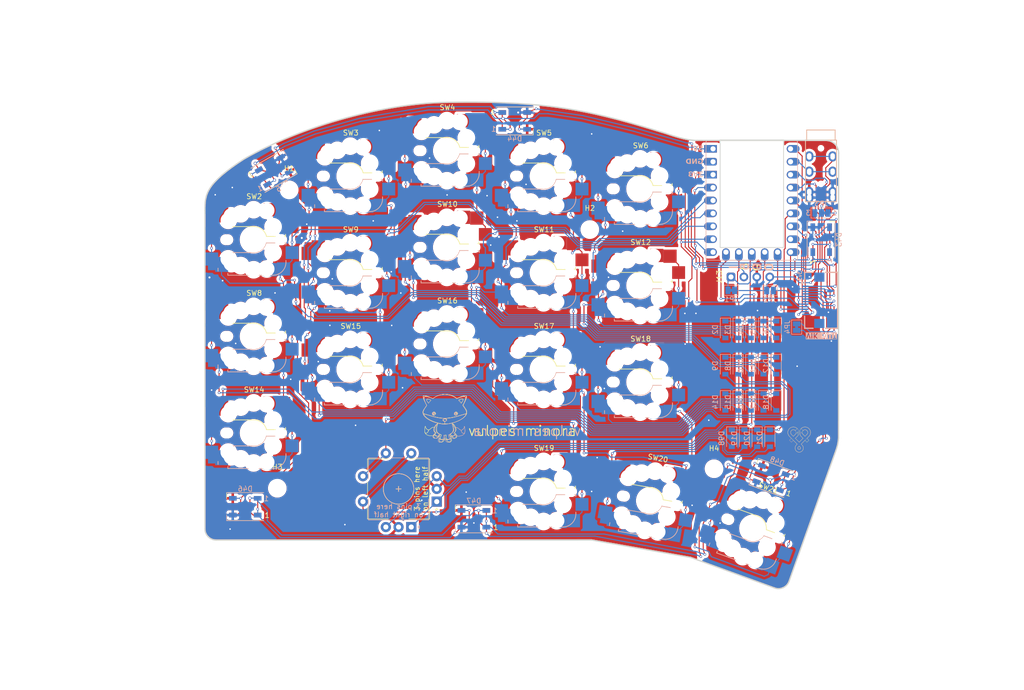
<source format=kicad_pcb>
(kicad_pcb (version 20221018) (generator pcbnew)
  (layers (0 "F.Cu" signal) (31 "B.Cu" signal) (34 "B.Paste" user) (35 "F.Paste" user) (36 "B.SilkS" user "B.Silkscreen") (37 "F.SilkS" user "F.Silkscreen") (38 "B.Mask" user) (39 "F.Mask" user) (44 "Edge.Cuts" user))
  (net 0 "")
  (net 1 "GND")
  (net 2 "+5V")
  (net 3 "Net-(D2-A)")
  (net 4 "Net-(D3-A)")
  (net 5 "Net-(D4-A)")
  (net 6 "Net-(D5-A)")
  (net 7 "Net-(D6-A)")
  (net 8 "Net-(D8-A)")
  (net 9 "Net-(D9-A)")
  (net 10 "Net-(D10-A)")
  (net 11 "Net-(D11-A)")
  (net 12 "Net-(D12-A)")
  (net 13 "Net-(D14-A)")
  (net 14 "Net-(D15-A)")
  (net 15 "Net-(D16-A)")
  (net 16 "Net-(D17-A)")
  (net 17 "Net-(D18-A)")
  (net 18 "Net-(D19-A)")
  (net 19 "Net-(D20-A)")
  (net 20 "Net-(D21-A)")
  (net 21 "Net-(D43-DOUT)")
  (net 22 "Net-(D43-DIN)")
  (net 23 "Net-(D44-DOUT)")
  (net 24 "Net-(D45-DOUT)")
  (net 25 "Net-(D46-DOUT)")
  (net 26 "Net-(D47-DOUT)")
  (net 27 "row0")
  (net 28 "row1")
  (net 29 "row2")
  (net 30 "row3")
  (net 31 "rgb_led_out")
  (net 32 "SDA")
  (net 33 "SCL")
  (net 34 "GPIO_X1")
  (net 35 "+3V3")
  (net 36 "MOSI")
  (net 37 "SPI_CS")
  (net 38 "MISO")
  (net 39 "SCLK")
  (net 40 "led")
  (net 41 "col0")
  (net 42 "col1")
  (net 43 "col2")
  (net 44 "col3")
  (net 45 "col4")
  (net 46 "ENC_A")
  (net 47 "ENC_B")
  (net 48 "Net-(D98-A)")
  (net 49 "Net-(J2-RING2)")
  (net 50 "data")
  (net 51 "Net-(J4-5V)")
  (footprint "fingerpunch:gateron-ks27-choc-v1-mx-hotswap-reversible" (layer "F.Cu") (at 143.432552 131.2013)
    (fp_text reference "SW15")
    (fp_text value "SW_Push")
  )
  (footprint "fingerpunch:gateron-ks27-choc-v1-mx-hotswap-reversible" (layer "F.Cu") (at 162.432542 126.201297)
    (fp_text reference "SW16")
    (fp_text value "SW_Push")
  )
  (footprint "fingerpunch:gateron-ks27-choc-v1-mx-hotswap-reversible" (layer "F.Cu") (at 200.432552 133.701295)
    (fp_text reference "SW18")
    (fp_text value "SW_Push")
  )
  (footprint "fingerpunch:gateron-ks27-choc-v1-mx-hotswap-reversible" (layer "F.Cu") (at 124.43255 143.701296)
    (fp_text reference "SW14")
    (fp_text value "SW_Push")
  )
  (footprint "fingerpunch:gateron-ks27-choc-v1-mx-hotswap-reversible" (layer "F.Cu") (at 181.432552 112.201299)
    (fp_text reference "SW11")
    (fp_text value "SW_Push")
  )
  (footprint "fingerpunch:gateron-ks27-choc-v1-mx-hotswap-reversible" (layer "F.Cu") (at 181.432551 93.2013)
    (fp_text reference "SW5")
    (fp_text value "SW_Push")
  )
  (footprint "fingerpunch:gateron-ks27-choc-v1-mx-hotswap-reversible" (layer "F.Cu") (at 181.432546 131.201295)
    (fp_text reference "SW17")
    (fp_text value "SW_Push")
  )
  (footprint "fingerpunch:gateron-ks27-choc-v1-mx-hotswap-reversible" (layer "F.Cu") (at 143.432548 112.201295)
    (fp_text reference "SW9")
    (fp_text value "SW_Push")
  )
  (footprint "fingerpunch:gateron-ks27-choc-v1-mx-hotswap-reversible" (layer "F.Cu") (at 162.43255 88.201297)
    (fp_text reference "SW4")
    (fp_text value "SW_Push")
  )
  (footprint "fingerpunch:gateron-ks27-choc-v1-mx-hotswap-reversible" (layer "F.Cu") (at 200.432554 114.701301)
    (fp_text reference "SW12")
    (fp_text value "SW_Push")
  )
  (footprint "fingerpunch:gateron-ks27-choc-v1-mx-hotswap-reversible" (layer "F.Cu") (at 200.432547 95.701294)
    (fp_text reference "SW6")
    (fp_text value "SW_Push")
  )
  (footprint "fingerpunch:gateron-ks27-choc-v1-mx-hotswap-reversible" (layer "F.Cu") (at 162.432547 107.201293)
    (fp_text reference "SW10")
    (fp_text value "SW_Push")
  )
  (footprint "fingerpunch:gateron-ks27-choc-v1-mx-hotswap-reversible" (layer "F.Cu") (at 124.432553 105.701297)
    (fp_text reference "SW2")
    (fp_text value "SW_Push")
  )
  (footprint "fingerpunch:gateron-ks27-choc-v1-mx-hotswap-reversible" (layer "F.Cu") (at 143.432553 93.201307)
    (fp_text reference "SW3")
    (fp_text value "SW_Push")
  )
  (footprint "fingerpunch:gateron-ks27-choc-v1-mx-hotswap-reversible" (layer "F.Cu") (at 124.432555 124.701297)
    (fp_text reference "SW8")
    (fp_text value "SW_Push")
  )
  (footprint "fingerpunch:gateron-ks27-choc-v1-mx-hotswap-reversible" (layer "F.Cu") (at 202.352637 157.03157 -10)
    (fp_text reference "SW20")
    (fp_text value "SW_Push")
  )
  (footprint "fingerpunch:gateron-ks27-choc-v1-mx-hotswap-reversible" (layer "F.Cu") (at 222.637079 162.466766 -20)
    (fp_text reference "SW21")
    (fp_text value "SW_Push")
  )
  (footprint "fingerpunch:gateron-ks27-choc-v1-mx-hotswap-reversible" (layer "F.Cu") (at 181.432548 155.201295)
    (fp_text reference "SW19")
    (fp_text value "SW_Push")
  )
  (footprint "fingerpunch:fingerpunch-logo-small" (layer "F.Cu") (at 231.7 144.8)
    (fp_text reference "REF**")
    (fp_text value "fingerpunch-logo-small")
  )
  (footprint "MountingHole:MountingHole_3.2mm_M3" (layer "F.Cu") (at 190.532547 103.701294)
    (fp_text reference "H2")
    (fp_text value "MountingHole")
  )
  (footprint "fingerpunch:TRRS-PJ-320A" (layer "F.Cu") (at 235.978277 86.126404)
    (fp_text reference "J3")
    (fp_text value "AudioJack4dpb")
  )
  (footprint "MountingHole:MountingHole_3.2mm_M3" (layer "F.Cu") (at 131.418278 95.898904)
    (fp_text reference "H1")
    (fp_text value "MountingHole")
  )
  (footprint "fingerpunch:Connector_THT_1x4_2.54" (layer "F.Cu") (at 222.1 113.025 90)
    (fp_text reference "J13")
    (fp_text value "Conn_01x04_Female")
  )
  (footprint "fingerpunch:rp2040-zero-facedown" (layer "F.Cu") (at 222.38 97.99)
    (fp_text reference "U4")
    (fp_text value "rp2040-zero" hide)
    (fp_rect (start -6.215 -11.9) (end 6.25 9.245) (stroke (width 0.15)) (fill none) (layer "Edge.Cuts"))
  )
  (footprint "fingerpunch:RotaryEncoder_EC11-no-legs" (layer "F.Cu") (at 152.932548 154.701296 180)
    (fp_text reference "SW47")
    (fp_text value "RotaryEncoder_Switch")
  )
  (footprint "MountingHole:MountingHole_3.2mm_M3" (layer "F.Cu") (at 129.088278 154.578904)
    (fp_text reference "H3")
    (fp_text value "MountingHole")
  )
  (footprint "MountingHole:MountingHole_3.2mm_M3" (layer "F.Cu") (at 214.952638 150.731567)
    (fp_text reference "H4")
    (fp_text value "MountingHole")
  )
  (footprint "Diode_SMD:D_SOD-123" (layer "B.Cu") (at 222.188278 123.368905 -90)
    (fp_text reference "D4")
    (fp_text value "1N4148W")
  )
  (footprint "Diode_SMD:D_SOD-123" (layer "B.Cu") (at 227.188278 123.368904 -90)
    (fp_text reference "D6")
    (fp_text value "1N4148W")
  )
  (footprint "Diode_SMD:D_SOD-123" (layer "B.Cu") (at 224.688277 123.368903 -90)
    (fp_text reference "D5")
    (fp_text value "1N4148W")
  )
  (footprint "Diode_SMD:D_SOD-123" (layer "B.Cu") (at 217.188277 123.368904 -90)
    (fp_text reference "D2")
    (fp_text value "1N4148W")
  )
  (footprint "Diode_SMD:D_SOD-123" (layer "B.Cu") (at 219.688277 123.368903 -90)
    (fp_text reference "D3")
    (fp_text value "1N4148W")
  )
  (footprint "Diode_SMD:D_SOD-123" (layer "B.Cu") (at 217.188278 130.49557 -90)
    (fp_text reference "D9")
    (fp_text value "1N4148W")
  )
  (footprint "Diode_SMD:D_SOD-123" (layer "B.Cu") (at 224.688278 130.495569 -90)
    (fp_text reference "D11")
    (fp_text value "1N4148W")
  )
  (footprint "Diode_SMD:D_SOD-123" (layer "B.Cu") (at 222.188277 130.49557 -90)
    (fp_text reference "D10")
    (fp_text value "1N4148W")
  )
  (footprint "Diode_SMD:D_SOD-123" (layer "B.Cu") (at 227.188278 130.49557 -90)
    (fp_text reference "D12")
    (fp_text value "1N4148W")
  )
  (footprint "Diode_SMD:D_SOD-123" (layer "B.Cu") (at 219.688278 137.622236 -90)
    (fp_text reference "D15")
    (fp_text value "1N4148W")
  )
  (footprint "Diode_SMD:D_SOD-123" (layer "B.Cu") (at 227.188278 137.622236 -90)
    (fp_text reference "D18")
    (fp_text value "1N4148W")
  )
  (footprint "Diode_SMD:D_SOD-123" (layer "B.Cu") (at 224.688277 137.622235 -90)
    (fp_text reference "D17")
    (fp_text value "1N4148W")
  )
  (footprint "Diode_SMD:D_SOD-123" (layer "B.Cu") (at 222.188277 137.622236 -90)
    (fp_text reference "D16")
    (fp_text value "1N4148W")
  )
  (footprint "Diode_SMD:D_SOD-123" (layer "B.Cu") (at 217.188277 137.622236 -90)
    (fp_text reference "D14")
    (fp_text value "1N4148W")
  )
  (footprint "Diode_SMD:D_SOD-123" (layer "B.Cu") (at 219.688277 130.49557 -90)
    (fp_text reference "D8")
    (fp_text value "1N4148W")
  )
  (footprint "Diode_SMD:D_SOD-123" (layer "B.Cu") (at 223.438278 144.748903 -90)
    (fp_text reference "D20")
    (fp_text value "1N4148W")
  )
  (footprint "Diode_SMD:D_SOD-123" (layer "B.Cu") (at 220.938277 144.748904 -90)
    (fp_text reference "D19")
    (fp_text value "1N4148W")
  )
  (footprint "Diode_SMD:D_SOD-123" (layer "B.Cu") (at 225.938277 144.748904 -90)
    (fp_text reference "D21")
    (fp_text value "1N4148W")
  )
  (footprint "Jumper:SolderJumper-3_P1.3mm_Bridged12_Pad1.0x1.5mm_NumberLabels" (layer "B.Cu") (at 236.075 100.45 180)
    (fp_text reference "JP3")
    (fp_text value "SolderJumper_3_Bridged12")
  )
  (footprint "fingerpunch:TRRS-PJ-320A" (layer "B.Cu") (at 235.978277 86.126404 180)
    (fp_text reference "J2")
    (fp_text value "AudioJack4dpb")
  )
  (footprint "vik:vik-keyboard-connector-horizontal" (layer "B.Cu") (at 234.968278 117.618903 -90)
    (fp_text reference "J4" hide)
    (fp_text value "~")
  )
  (footprint "Jumper:SolderJumper-2_P1.3mm_Bridged_Pad1.0x1.5mm" (layer "B.Cu") (at 231.2 122.89 -90)
    (fp_text reference "JP4")
    (fp_text value "SolderJumper_2_Bridged")
  )
  (footprint "Diode_SMD:D_SOD-123" (layer "B.Cu") (at 218.438278 144.748904 -90)
    (fp_text reference "D98")
    (fp_text value "1N4148W")
  )
  (footprint "Jumper:SolderJumper-2_P1.3mm_Open_Pad1.0x1.5mm" (layer "B.Cu") (at 225.975 115.7)
    (fp_text reference "JP2")
    (fp_text value "Jumper_2_Open")
  )
  (footprint "fingerpunch:LED_WS2812B_PLCC4_5.0x5.0mm_P3.2mm-reversible" (layer "B.Cu") (at 122.778277 158.198904 180)
    (fp_text reference "D46")
    (fp_text value "WS2812B")
  )
  (footprint "fingerpunch:LED_WS2812B_PLCC4_5.0x5.0mm_P3.2mm-reversible" (layer "B.Cu") (at 128.448278 92.188904 30)
    (fp_text reference "D45")
    (fp_text value "WS2812B")
  )
  (footprint "fingerpunch:LED_WS2812B_PLCC4_5.0x5.0mm_P3.2mm-reversible" (layer "B.Cu") (at 175.768277 82.338904)
    (fp_text reference "D44")
    (fp_text value "WS2812B")
  )
  (footprint "Jumper:SolderJumper-2_P1.3mm_Bridged_Pad1.0x1.5mm" (layer "B.Cu") (at 218.35 115.65)
    (fp_text reference "JP1")
    (fp_text value "SolderJumper_2_Bridged")
  )
  (footprint "fingerpunch:LED_WS2812B_PLCC4_5.0x5.0mm_P3.2mm-reversible" (layer "B.Cu") (at 236.025 105.7 90)
    (fp_text reference "D43")
    (fp_text value "WS2812B")
  )
  (footprint "fingerpunch:LED_WS2812B_PLCC4_5.0x5.0mm_P3.2mm-reversible" (layer "B.Cu") (at 226.178278 152.548904 160)
    (fp_text reference "D48")
    (fp_text value "WS2812B")
  )
  (footprint "fingerpunch:LED_WS2812B_PLCC4_5.0x5.0mm_P3.2mm-reversible" (layer "B.Cu") (at 167.738277 160.578903 180)
    (fp_text reference "D47")
    (fp_text value "WS2812B")
  )
  (footprint "fingerpunch:fingerpunch-logo-small" (layer "B.Cu") (at 231.7 144.8 180)
    (fp_text reference "REF**")
    (fp_text value "fingerpunch-logo-small")
  )
  (footprint "fingerpunch:RotaryEncoder_EC11-no-legs" (layer "B.Cu") (at 152.928277 154.698903 90)
    (fp_text reference "SW48")
    (fp_text value "RotaryEncoder_Switch")
  )
  (gr_line (start 159.975853 139.752906) (end 159.955196 139.744928) (stroke (width 0.045)) (layer "B.SilkS"))
  (gr_line (start 160.737885 145.003616) (end 160.730424 145.032958) (stroke (width 0.045)) (layer "B.SilkS"))
  (gr_line (start 161.020468 145.532595) (end 160.995859 145.527663) (stroke (width 0.045)) (layer "B.SilkS"))
  (gr_line (start 159.981597 143.51145) (end 159.953655 143.472256) (stroke (width 0.045)) (layer "B.SilkS"))
  (gr_line (start 160.428491 136.46914) (end 160.492519 136.440623) (stroke (width 0.045)) (layer "B.SilkS"))
  (gr_line (start 165.358353 136.639039) (end 165.259622 136.662135) (stroke (width 0.045)) (layer "B.SilkS"))
  (gr_line (start 157.993017 137.135809) (end 158.017849 137.230643) (stroke (width 0.045)) (layer "B.SilkS"))
  (gr_line (start 162.041006 140.88775) (end 162.041074 140.844359) (stroke (width 0.045)) (layer "B.SilkS"))
  (gr_line (start 162.532215 145.517864) (end 162.486986 145.497191) (stroke (width 0.045)) (layer "B.SilkS"))
  (gr_line (start 159.542507 139.801354) (end 159.551764 139.782539) (stroke (width 0.045)) (layer "B.SilkS"))
  (gr_line (start 162.932734 144.870497) (end 162.908383 144.894883) (stroke (width 0.045)) (layer "B.SilkS"))
  (gr_line (start 164.880098 142.968353) (end 164.925295 143.006429) (stroke (width 0.045)) (layer "B.SilkS"))
  (gr_line (start 164.185282 139.615852) (end 164.209705 139.618829) (stroke (width 0.045)) (layer "B.SilkS"))
  (gr_line (start 160.82478 136.317023) (end 160.893197 136.296487) (stroke (width 0.045)) (layer "B.SilkS"))
  (gr_line (start 165.808949 143.905554) (end 165.838976 143.863983) (stroke (width 0.045)) (layer "B.SilkS"))
  (gr_line (start 161.645161 141.10999) (end 161.64021 141.128947) (stroke (width 0.045)) (layer "B.SilkS"))
  (gr_line (start 162.332944 141.070259) (end 162.320158 141.056847) (stroke (width 0.045)) (layer "B.SilkS"))
  (gr_line (start 158.781465 136.640142) (end 158.705916 136.623456) (stroke (width 0.045)) (layer "B.SilkS"))
  (gr_line (start 160.267455 143.146615) (end 160.278802 143.209336) (stroke (width 0.045)) (layer "B.SilkS"))
  (gr_line (start 158.626069 137.00886) (end 158.653149 137.00877) (stroke (width 0.045)) (layer "B.SilkS"))
  (gr_line (start 161.089778 144.989851) (end 161.039606 144.965959) (stroke (width 0.045)) (layer "B.SilkS"))
  (gr_line (start 164.041611 140.567167) (end 164.26546 140.509908) (stroke (width 0.045)) (layer "B.SilkS"))
  (gr_line (start 164.466046 139.847514) (end 164.472182 139.876952) (stroke (width 0.045)) (layer "B.SilkS"))
  (gr_line (start 166.108964 136.694592) (end 166.120092 136.720074) (stroke (width 0.045)) (layer "B.SilkS"))
  (gr_line (start 158.655454 137.639018) (end 158.623241 137.586129) (stroke (width 0.045)) (layer "B.SilkS"))
  (gr_line (start 157.734484 139.436129) (end 157.748982 139.384203) (stroke (width 0.045)) (layer "B.SilkS"))
  (gr_line (start 162.870844 145.533626) (end 162.905234 145.520117) (stroke (width 0.045)) (layer "B.SilkS"))
  (gr_line (start 160.739895 145.295236) (end 160.724914 145.242836) (stroke (width 0.045)) (layer "B.SilkS"))
  (gr_line (start 163.219495 144.471127) (end 163.197115 144.429059) (stroke (width 0.045)) (layer "B.SilkS"))
  (gr_line (start 159.645889 140.056902) (end 159.659719 140.089956) (stroke (width 0.045)) (layer "B.SilkS"))
  (gr_line (start 165.720466 142.832837) (end 165.702165 142.859944) (stroke (width 0.045)) (layer "B.SilkS"))
  (gr_line (start 165.876309 142.432092) (end 165.866336 142.430609) (stroke (width 0.045)) (layer "B.SilkS"))
  (gr_line (start 160.516333 143.647398) (end 160.48608 143.614419) (stroke (width 0.045)) (layer "B.SilkS"))
  (gr_line (start 162.357586 141.191114) (end 162.36191 141.169951) (stroke (width 0.045)) (layer "B.SilkS"))
  (gr_line (start 159.6901 139.822075) (end 159.703661 139.807041) (stroke (width 0.045)) (layer "B.SilkS"))
  (gr_line (start 159.533292 141.435125) (end 159.662584 141.487662) (stroke (width 0.045)) (layer "B.SilkS"))
  (gr_line (start 164.357856 142.645063) (end 164.425878 142.661976) (stroke (width 0.045)) (layer "B.SilkS"))
  (gr_line (start 163.819918 144.229972) (end 163.843551 144.206815) (stroke (width 0.045)) (layer "B.SilkS"))
  (gr_line (start 163.846872 144.799435) (end 163.819634 144.801006) (stroke (width 0.045)) (layer "B.SilkS"))
  (gr_line (start 164.488533 140.44954) (end 164.710946 140.386696) (stroke (width 0.045)) (layer "B.SilkS"))
  (gr_line (start 163.916007 139.831643) (end 163.90595 139.846294) (stroke (width 0.045)) (layer "B.SilkS"))
  (gr_line (start 160.477864 141.983219) (end 160.455994 141.980249) (stroke (width 0.045)) (layer "B.SilkS"))
  (gr_line (start 162.040705 141.946458) (end 162.041926 141.952435) (stroke (width 0.045)) (layer "B.SilkS"))
  (gr_line (start 158.192246 137.710557) (end 158.215646 137.765) (stroke (width 0.045)) (layer "B.SilkS"))
  (gr_line (start 159.785588 139.879261) (end 159.800391 139.878516) (stroke (width 0.045)) (layer "B.SilkS"))
  (gr_line (start 159.701366 144.533089) (end 159.690118 144.499386) (stroke (width 0.045)) (layer "B.SilkS"))
  (gr_line (start 164.083237 139.909749) (end 164.089274 139.924795) (stroke (width 0.045)) (layer "B.SilkS"))
  (gr_line (start 163.909607 143.613654) (end 163.881171 143.640906) (stroke (width 0.045)) (layer "B.SilkS"))
  (gr_line (start 158.760473 136.570905) (end 158.677244 136.541154) (stroke (width 0.045)) (layer "B.SilkS"))
  (gr_line (start 159.678072 140.120741) (end 159.659719 140.089956) (stroke (width 0.045)) (layer "B.SilkS"))
  (gr_line (start 163.504914 144.72577) (end 163.457215 144.699686) (stroke (width 0.045)) (layer "B.SilkS"))
  (gr_line (start 163.263438 136.355376) (end 163.371805 136.396019) (stroke (width 0.045)) (layer "B.SilkS"))
  (gr_line (start 165.759056 136.580798) (end 165.658022 136.589324) (stroke (width 0.045)) (layer "B.SilkS"))
  (gr_line (start 164.762574 137.340868) (end 164.766355 137.337968) (stroke (width 0.045)) (layer "B.SilkS"))
  (gr_line (start 165.65005 143.782696) (end 165.621345 143.772666) (stroke (width 0.045)) (layer "B.SilkS"))
  (gr_line (start 164.488533 140.44954) (end 164.26546 140.509908) (stroke (width 0.045)) (layer "B.SilkS"))
  (gr_line (start 161.788534 144.244124) (end 161.784664 144.155279) (stroke (width 0.045)) (layer "B.SilkS"))
  (gr_line (start 165.90133 142.468641) (end 165.905396 142.486679) (stroke (width 0.045)) (layer "B.SilkS"))
  (gr_line (start 161.791545 140.989883) (end 161.821153 140.980003) (stroke (width 0.045)) (layer "B.SilkS"))
  (gr_line (start 158.553822 136.595173) (end 158.477254 136.583948) (stroke (width 0.045)) (layer "B.SilkS"))
  (gr_line (start 163.978585 143.981669) (end 163.967635 144.012963) (stroke (width 0.045)) (layer "B.SilkS"))
  (gr_line (start 165.014793 136.715111) (end 165.063694 136.68756) (stroke (width 0.045)) (layer "B.SilkS"))
  (gr_line (start 161.821153 140.980003) (end 161.791545 140.989883) (stroke (width 0.045)) (layer "B.SilkS"))
  (gr_line (start 164.161195 141.54286) (end 164.257244 141.506418) (stroke (width 0.045)) (layer "B.SilkS"))
  (gr_line (start 159.445156 136.852412) (end 159.373091 136.823595) (stroke (width 0.045)) (layer "B.SilkS"))
  (gr_line (start 165.797365 143.781108) (end 165.769408 143.789306) (stroke (width 0.045)) (layer "B.SilkS"))
  (gr_line (start 157.766397 139.333313) (end 157.786492 139.283459) (stroke (width 0.045)) (layer "B.SilkS"))
  (gr_line (start 158.923518 136.638772) (end 159.002914 136.677397) (stroke (width 0.045)) (layer "B.SilkS"))
  (gr_line (start 162.986515 144.793016) (end 162.98242 144.805526) (stroke (width 0.045)) (layer "B.SilkS"))
  (gr_line (start 164.047227 143.422808) (end 164.071934 143.369329) (stroke (width 0.045)) (layer "B.SilkS"))
  (gr_line (start 165.289885 143.442929) (end 165.311156 143.481779) (stroke (width 0.045)) (layer "B.SilkS"))
  (gr_line (start 160.120654 140.031479) (end 160.122834 140.002229) (stroke (width 0.045)) (layer "B.SilkS"))
  (gr_line (start 164.038885 140.213999) (end 164.0579 140.219319) (stroke (width 0.045)) (layer "B.SilkS"))
  (gr_line (start 158.456644 138.264428) (end 158.462545 138.256262) (stroke (width 0.045)) (layer "B.SilkS"))
  (gr_line (start 163.765255 144.80005) (end 163.819634 144.801006) (stroke (width 0.045)) (layer "B.SilkS"))
  (gr_line (start 164.257244 141.506418) (end 164.352726 141.468535) (stroke (width 0.045)) (layer "B.SilkS"))
  (gr_line (start 159.587134 136.915091) (end 159.516546 136.88283) (stroke (width 0.045)) (layer "B.SilkS"))
  (gr_line (start 160.345541 142.43215) (end 160.375738 142.319061) (stroke (width 0.045)) (layer "B.SilkS"))
  (gr_line (start 162.350433 141.211511) (end 162.340684 141.230639) (stroke (width 0.045)) (layer "B.SilkS"))
  (gr_line (start 161.783258 144.510947) (end 161.775136 144.599524) (stroke (width 0.045)) (layer "B.SilkS"))
  (gr_line (start 159.705089 140.48564) (end 159.858198 140.526102) (stroke (width 0.045)) (layer "B.SilkS"))
  (gr_line (start 159.924128 141.585126) (end 160.056264 141.63007) (stroke (width 0.045)) (layer "B.SilkS"))
  (gr_line (start 166.045533 136.623925) (end 166.032925 136.617248) (stroke (width 0.045)) (layer "B.SilkS"))
  (gr_line (start 165.854267 142.443921) (end 165.85941 142.436711) (stroke (width 0.045)) (layer "B.SilkS"))
  (gr_line (start 160.85672 143.897534) (end 160.874865 143.907678) (stroke (width 0.045)) (layer "B.SilkS"))
  (gr_line (start 163.984375 140.18856) (end 163.960073 140.171066) (stroke (width 0.045)) (layer "B.SilkS"))
  (gr_line (start 163.532845 142.023097) (end 163.512037 142.01375) (stroke (width 0.045)) (layer "B.SilkS"))
  (gr_line (start 158.052239 136.612985) (end 158.035331 136.623871) (stroke (width 0.045)) (layer "B.SilkS"))
  (gr_line (start 160.123579 139.972844) (end 160.121894 139.943594) (stroke (width 0.045)) (layer "B.SilkS"))
  (gr_line (start 161.272659 140.800996) (end 161.145298 140.785347) (stroke (width 0.045)) (layer "B.SilkS"))
  (gr_line (start 164.865006 137.268454) (end 164.917078 137.23792) (stroke (width 0.045)) (layer "B.SilkS"))
  (gr_line (start 160.75682 136.339064) (end 160.82478 136.317023) (stroke (width 0.045)) (layer "B.SilkS"))
  (gr_line (start 164.357991 139.954076) (end 164.358745 139.977119) (stroke (width 0.045)) (layer "B.SilkS"))
  (gr_line (start 165.215577 136.61488) (end 165.267513 136.593428) (stroke (width 0.045)) (layer "B.SilkS"))
  (gr_line (start 157.759288 140.004339) (end 157.755562 139.988726) (stroke (width 0.045)) (layer "B.SilkS"))
  (gr_line (start 160.749034 144.272189) (end 160.683155 144.298937) (stroke (width 0.045)) (layer "B.SilkS"))
  (gr_line (start 164.027521 139.87817) (end 164.03649 139.878886) (stroke (width 0.045)) (layer "B.SilkS"))
  (gr_line (start 166.109532 140.204411) (end 166.149115 140.133269) (stroke (width 0.045)) (layer "B.SilkS"))
  (gr_line (start 159.858889 144.700733) (end 159.824464 144.679002) (stroke (width 0.045)) (layer "B.SilkS"))
  (gr_line (start 163.624488 142.712088) (end 163.642891 142.834011) (stroke (width 0.045)) (layer "B.SilkS"))
  (gr_line (start 157.706651 139.697421) (end 157.706131 139.631538) (stroke (width 0.045)) (layer "B.SilkS"))
  (gr_line (start 160.025191 144.138485) (end 159.996668 144.102209) (stroke (width 0.045)) (layer "B.SilkS"))
  (gr_line (start 162.040705 141.946458) (end 162.041434 141.939479) (stroke (width 0.045)) (layer "B.SilkS"))
  (gr_line (start 159.732394 139.940669) (end 159.73367 139.92547) (stroke (width 0.045)) (layer "B.SilkS"))
  (gr_line (start 163.215189 141.821625) (end 163.053444 141.855488) (stroke (width 0.045)) (layer "B.SilkS"))
  (gr_line (start 160.739895 145.295236) (end 160.749288 145.320979) (stroke (width 0.045)) (layer "B.SilkS"))
  (gr_line (start 163.916007 139.831643) (end 163.939258 139.804896) (stroke (width 0.045)) (layer "B.SilkS"))
  (gr_line (start 164.939938 144.304676) (end 165.00617 144.295201) (stroke (width 0.045)) (layer "B.SilkS"))
  (gr_line (start 159.718368 139.793133) (end 159.734128 139.780445) (stroke (width 0.045)) (layer "B.SilkS"))
  (gr_line (start 162.153091 141.971707) (end 162.235575 141.967143) (stroke (width 0.045)) (layer "B.SilkS"))
  (gr_line (start 165.709586 143.793549) (end 165.740246 143.793479) (stroke (width 0.045)) (layer "B.SilkS"))
  (gr_line (start 159.802756 140.239129) (end 159.777496 140.235862) (stroke (width 0.045)) (layer "B.SilkS"))
  (gr_line (start 160.756629 144.945794) (end 160.737885 145.003616) (stroke (width 0.045)) (layer "B.SilkS"))
  (gr_line (start 158.792434 140.221289) (end 159.09591 140.311949) (stroke (width 0.045)) (layer "B.SilkS"))
  (gr_line (start 160.457277 143.58021) (end 160.48608 143.614419) (stroke (width 0.045)) (layer "B.SilkS"))
  (gr_line (start 160.248242 144.73723) (end 160.209533 144.746535) (stroke (width 0.045)) (layer "B.SilkS"))
  (gr_line (start 165.658022 136.589324) (end 165.557557 136.602177) (stroke (width 0.045)) (layer "B.SilkS"))
  (gr_line (start 160.614834 143.738932) (end 160.649928 143.766966) (stroke (width 0.045)) (layer "B.SilkS"))
  (gr_line (start 163.009825 144.019739) (end 163.001905 143.999309) (stroke (width 0.045)) (layer "B.SilkS"))
  (gr_line (start 165.93299 136.588083) (end 165.898455 136.583532) (stroke (width 0.045)) (layer "B.SilkS"))
  (gr_line (start 165.720466 142.832837) (end 165.737594 142.804968) (stroke (width 0.045)) (layer "B.SilkS"))
  (gr_line (start 158.442075 137.105257) (end 158.453741 137.086677) (stroke (width 0.045)) (layer "B.SilkS"))
  (gr_line (start 160.716078 145.152306) (end 160.71696 145.182449) (stroke (width 0.045)) (layer "B.SilkS"))
  (gr_line (start 159.285465 137.272774) (end 159.283892 137.280046) (stroke (width 0.045)) (layer "B.SilkS"))
  (gr_line (start 165.108105 137.737347) (end 164.999005 137.610094) (stroke (width 0.045)) (layer "B.SilkS"))
  (gr_line (start 158.050391 138.851374) (end 158.183438 138.654083) (stroke (width 0.045)) (layer "B.SilkS"))
  (gr_line (start 166.086655 137.203688) (end 166.111022 137.104689) (stroke (width 0.045)) (layer "B.SilkS"))
  (gr_line (start 162.315176 141.270462) (end 162.340684 141.230639) (stroke (width 0.045)) (layer "B.SilkS"))
  (gr_line (start 163.035911 140.768649) (end 162.870969 140.791219) (stroke (width 0.045)) (layer "B.SilkS"))
  (gr_line (start 163.654196 144.337463) (end 163.623265 144.349409) (stroke (width 0.045)) (layer "B.SilkS"))
  (gr_line (start 160.962038 136.27744) (end 161.03127 136.259863) (stroke (width 0.045)) (layer "B.SilkS"))
  (gr_line (start 165.651257 140.723744) (end 165.746546 140.640239) (stroke (width 0.045)) (layer "B.SilkS"))
  (gr_line (start 157.809026 139.234638) (end 157.833763 139.186851) (stroke (width 0.045)) (layer "B.SilkS"))
  (gr_line (start 164.160061 144.633986) (end 164.170361 144.61866) (stroke (width 0.045)) (layer "B.SilkS"))
  (gr_line (start 158.213408 136.421973) (end 158.266214 136.431153) (stroke (width 0.045)) (layer "B.SilkS"))
  (gr_line (start 164.766266 137.357927) (end 164.761709 137.351052) (stroke (width 0.045)) (layer "B.SilkS"))
  (gr_line (start 159.677776 139.838135) (end 159.666783 139.855127) (stroke (width 0.045)) (layer "B.SilkS"))
  (gr_line (start 158.684279 137.683281) (end 158.655454 137.639018) (stroke (width 0.045)) (layer "B.SilkS"))
  (gr_line (start 160.122834 140.002229) (end 160.120654 140.031479) (stroke (width 0.045)) (layer "B.SilkS"))
  (gr_line (start 162.094264 144.878786) (end 162.13645 144.916425) (stroke (width 0.045)) (layer "B.SilkS"))
  (gr_line (start 162.041074 140.844359) (end 161.912574 140.843744) (stroke (width 0.045)) (layer "B.SilkS"))
  (gr_line (start 162.214785 141.370375) (end 162.251779 141.340696) (stroke (width 0.045)) (layer "B.SilkS"))
  (gr_line (start 159.818262 140.217701) (end 159.839944 140.222076) (stroke (width 0.045)) (layer "B.SilkS"))
  (gr_line (start 159.666783 139.855127) (end 159.677776 139.838135) (stroke (width 0.045)) (layer "B.SilkS"))
  (gr_line (start 159.690118 144.499386) (end 159.682489 144.46453) (stroke (width 0.045)) (layer "B.SilkS"))
  (gr_line (start 158.398903 138.130259) (end 158.428741 138.180274) (stroke (width 0.045)) (layer "B.SilkS"))
  (gr_line (start 166.120092 136.720074) (end 166.128594 136.746734) (stroke (width 0.045)) (layer "B.SilkS"))
  (gr_line (start 160.924599 145.504361) (end 160.902026 145.493727) (stroke (width 0.045)) (layer "B.SilkS"))
  (gr_line (start 162.934079 144.691544) (end 162.88171 144.589877) (stroke (width 0.045)) (layer "B.SilkS"))
  (gr_line (start 163.869719 139.953021) (end 163.86867 139.977087) (stroke (width 0.045)) (layer "B.SilkS"))
  (gr_line (start 165.702165 142.859944) (end 165.682704 142.886234) (stroke (width 0.045)) (layer "B.SilkS"))
  (gr_line (start 164.964446 143.036529) (end 164.925295 143.006429) (stroke (width 0.045)) (layer "B.SilkS"))
  (gr_line (start 164.372245 136.994798) (end 164.443425 136.956546) (stroke (width 0.045)) (layer "B.SilkS"))
  (gr_line (start 157.971785 136.719515) (end 157.980706 136.695869) (stroke (width 0.045)) (layer "B.SilkS"))
  (gr_line (start 163.651184 143.215689) (end 163.655516 143.17889) (stroke (width 0.045)) (layer "B.SilkS"))
  (gr_line (start 160.318425 142.545936) (end 160.345541 142.43215) (stroke (width 0.045)) (layer "B.SilkS"))
  (gr_line (start 159.703661 139.807041) (end 159.718368 139.793133) (stroke (width 0.045)) (layer "B.SilkS"))
  (gr_line (start 161.784227 140.840325) (end 161.912574 140.843744) (stroke (width 0.045)) (layer "B.SilkS"))
  (gr_line (start 161.765927 141.363276) (end 161.789719 141.38113) (stroke (width 0.045)) (layer "B.SilkS"))
  (gr_line (start 159.889658 142.762585) (end 159.908325 142.709155) (stroke (width 0.045)) (layer "B.SilkS"))
  (gr_line (start 161.72253 141.322622) (end 161.743485 141.34373) (stroke (width 0.045)) (layer "B.SilkS"))
  (gr_line (start 159.845614 139.735379) (end 159.867887 139.732911) (stroke (width 0.045)) (layer "B.SilkS"))
  (gr_line (start 162.141455 140.969794) (end 162.105354 140.962758) (stroke (width 0.045)) (layer "B.SilkS"))
  (gr_line (start 163.901375 140.103358) (end 163.887209 140.076789) (stroke (width 0.045)) (layer "B.SilkS"))
  (gr_line (start 164.088333 139.62484) (end 164.112197 139.619607) (stroke (width 0.045)) (layer "B.SilkS"))
  (gr_line (start 159.159911 137.406891) (end 159.044895 137.530658) (stroke (width 0.045)) (layer "B.SilkS"))
  (gr_line (start 160.631764 141.793555) (end 160.670579 141.803724) (stroke (width 0.045)) (layer "B.SilkS"))
  (gr_line (start 165.89508 142.450375) (end 165.890378 142.44252) (stroke (width 0.045)) (layer "B.SilkS"))
  (gr_line (start 162.306582 141.044524) (end 162.277316 141.022933) (stroke (width 0.045)) (layer "B.SilkS"))
  (gr_line (start 159.011258 141.187034) (end 158.915219 141.134137) (stroke (width 0.045)) (layer "B.SilkS"))
  (gr_line (start 166.316425 136.559819) (end 166.316425 136.658738) (stroke (width 0.045)) (layer "B.SilkS"))
  (gr_line (start 159.858889 144.700733) (end 159.895221 144.719127) (stroke (width 0.045)) (layer "B.SilkS"))
  (gr_line (start 165.580126 137.181893) (end 165.590846 137.201888) (stroke (width 0.045)) (layer "B.SilkS"))
  (gr_line (start 162.905234 145.520117) (end 162.93809 145.503416) (stroke (width 0.045)) (layer "B.SilkS"))
  (gr_line (start 162.329741 145.386603) (end 162.298408 145.356181) (stroke (width 0.045)) (layer "B.SilkS"))
  (gr_line (start 163.351262 144.37839) (end 163.381784 144.381606) (stroke (width 0.045)) (layer "B.SilkS"))
  (gr_line (start 159.752553 140.230513) (end 159.728085 140.223156) (stroke (width 0.045)) (layer "B.SilkS"))
  (gr_line (start 160.760652 143.843596) (end 160.799054 143.86664) (stroke (width 0.045)) (layer "B.SilkS"))
  (gr_line (start 164.348554 140.052962) (end 164.342127 140.071001) (stroke (width 0.045)) (layer "B.SilkS"))
  (gr_line (start 162.038321 144.511111) (end 162.035674 144.457949) (stroke (width 0.045)) (layer "B.SilkS"))
  (gr_line (start 157.950675 136.407127) (end 158.000254 136.403129) (stroke (width 0.045)) (layer "B.SilkS"))
  (gr_line (start 163.153696 136.318772) (end 163.263438 136.355376) (stroke (width 0.045)) (layer "B.SilkS"))
  (gr_line (start 162.817738 136.23223) (end 162.930694 136.257295) (stroke (width 0.045)) (layer "B.SilkS"))
  (gr_line (start 161.365376 145.462571) (end 161.32489 145.48421) (stroke (width 0.045)) (layer "B.SilkS"))
  (gr_line (start 160.116784 139.914749) (end 160.121894 139.943594) (stroke (width 0.045)) (layer "B.SilkS"))
  (gr_line (start 164.382966 140.149874) (end 164.361065 140.169591) (stroke (width 0.045)) (layer "B.SilkS"))
  (gr_line (start 164.74885 142.848085) (end 164.836102 142.92862) (stroke (width 0.045)) (layer "B.SilkS"))
  (gr_line (start 158.053805 136.40468) (end 158.107189 136.408497) (stroke (width 0.045)) (layer "B.SilkS"))
  (gr_line (start 164.019558 136.733548) (end 163.958064 136.69386) (stroke (width 0.045)) (layer "B.SilkS"))
  (gr_line (start 165.858866 140.049659) (end 165.947406 140.026775) (stroke (width 0.045)) (layer "B.SilkS"))
  (gr_line (start 160.012114 144.752696) (end 159.972188 144.745268) (stroke (width 0.045)) (layer "B.SilkS"))
  (gr_line (start 163.197115 144.429059) (end 163.170227 144.371448) (stroke (width 0.045)) (layer "B.SilkS"))
  (gr_line (start 159.825481 139.738708) (end 159.845614 139.735379) (stroke (width 0.045)) (layer "B.SilkS"))
  (gr_line (start 160.457434 141.749849) (end 160.505775 141.762415) (stroke (width 0.045)) (layer "B.SilkS"))
  (gr_line (start 162.474874 136.178579) (end 162.426431 136.170164) (stroke (width 0.045)) (layer "B.SilkS"))
  (gr_line (start 160.926506 144.604783) (end 160.895768 144.663882) (stroke (width 0.045)) (layer "B.SilkS"))
  (gr_line (start 164.276476 140.164355) (end 164.290286 140.151031) (stroke (width 0.045)) (layer "B.SilkS"))
  (gr_line (start 164.010715 142.646789) (end 163.984111 142.587094) (stroke (width 0.045)) (layer "B.SilkS"))
  (gr_line (start 164.672766 144.315006) (end 164.739633 144.316638) (stroke (width 0.045)) (layer "B.SilkS"))
  (gr_line (start 160.683155 144.298937) (end 160.649561 144.310795) (stroke (width 0.045)) (layer "B.SilkS"))
  (gr_line (start 162.06516 141.439458) (end 162.088006 141.433269) (stroke (width 0.045)) (layer "B.SilkS"))
  (gr_line (start 165.540508 143.729534) (end 165.515606 143.712299) (stroke (width 0.045)) (layer "B.SilkS"))
  (gr_line (start 162.675872 145.555455) (end 162.725524 145.558826) (stroke (width 0.045)) (layer "B.SilkS"))
  (gr_line (start 165.253473 143.34469) (end 165.263363 143.378237) (stroke (width 0.045)) (layer "B.SilkS"))
  (gr_line (start 159.693768 144.265479) (end 159.68649 144.293369) (stroke (width 0.045)) (layer "B.SilkS"))
  (gr_line (start 163.860494 143.853565) (end 163.824077 143.816721) (stroke (width 0.045)) (layer "B.SilkS"))
  (gr_line (start 165.775917 143.944739) (end 165.739944 143.981248) (stroke (width 0.045)) (layer "B.SilkS"))
  (gr_line (start 164.739633 144.316638) (end 164.806538 144.315434) (stroke (width 0.045)) (layer "B.SilkS"))
  (gr_line (start 164.010712 140.202979) (end 163.984375 140.18856) (stroke (width 0.045)) (layer "B.SilkS"))
  (gr_line (start 162.363004 145.415005) (end 162.329741 145.386603) (stroke (width 0.045)) (layer "B.SilkS"))
  (gr_line (start 159.305454 141.334242) (end 159.20652 141.28692) (stroke (width 0.045)) (layer "B.SilkS"))
  (gr_line (start 160.117931 136.631126) (end 159.998374 136.70435) (stroke (width 0.045)) (layer "B.SilkS"))
  (gr_line (start 157.721499 139.828447) (end 157.711838 139.763161) (stroke (width 0.045)) (layer "B.SilkS"))
  (gr_line (start 162.307088 145.015824) (end 162.333732 145.025238) (stroke (width 0.045)) (layer "B.SilkS"))
  (gr_line (start 158.240194 137.818928) (end 158.290521 137.92401) (stroke (width 0.045)) (layer "B.SilkS"))
  (gr_line (start 159.776893 139.619324) (end 159.800628 139.616199) (stroke (width 0.045)) (layer "B.SilkS"))
  (gr_line (start 160.090826 144.203581) (end 160.056665 144.172332) (stroke (width 0.045)) (layer "B.SilkS"))
  (gr_line (start 166.136341 136.953784) (end 166.129922 137.004349) (stroke (width 0.045)) (layer "B.SilkS"))
  (gr_line (start 164.814706 137.30184) (end 164.865006 137.268454) (stroke (width 0.045)) (layer "B.SilkS"))
  (gr_line (start 161.401883 145.026825) (end 161.350453 145.032477) (stroke (width 0.045)) (layer "B.SilkS"))
  (gr_line (start 157.789924 140.079269) (end 157.776749 140.049696) (stroke (width 0.045)) (layer "B.SilkS"))
  (gr_line (start 163.594143 144.359132) (end 163.564545 144.367213) (stroke (width 0.045)) (layer "B.SilkS"))
  (gr_line (start 164.760779 137.344092) (end 164.762574 137.340868) (stroke (width 0.045)) (layer "B.SilkS"))
  (gr_line (start 160.455994 141.980249) (end 160.425814 141.993066) (stroke (width 0.045)) (layer "B.SilkS"))
  (gr_line (start 162.151684 145.140506) (end 162.171155 145.17957) (stroke (width 0.045)) (layer "B.SilkS"))
  (gr_line (start 163.94029 144.073241) (end 163.954846 144.043513) (stroke (width 0.045)) (layer "B.SilkS"))
  (gr_line (start 165.828641 136.579849) (end 165.863611 136.580917) (stroke (width 0.045)) (layer "B.SilkS"))
  (gr_line (start 157.824035 136.452683) (end 157.815304 136.462169) (stroke (width 0.045)) (layer "B.SilkS"))
  (gr_line (start 162.069424 140.957399) (end 162.051469 140.947713) (stroke (width 0.045)) (layer "B.SilkS"))
  (gr_line (start 164.028348 139.748091) (end 163.996067 139.762784) (stroke (width 0.045)) (layer "B.SilkS"))
  (gr_line (start 162.212119 140.990541) (end 162.177214 140.978918) (stroke (width 0.045)) (layer "B.SilkS"))
  (gr_line (start 162.207531 140.842683) (end 162.041074 140.844359) (stroke (width 0.045)) (layer "B.SilkS"))
  (gr_line (start 157.726502 139.468238) (end 157.734484 139.436129) (stroke (width 0.045)) (layer "B.SilkS"))
  (gr_line (start 161.609006 145.232903) (end 161.586525 145.264072) (stroke (width 0.045)) (layer "B.SilkS"))
  (gr_line (start 158.854894 137.040428) (end 158.911496 137.059553) (stroke (width 0.045)) (layer "B.SilkS"))
  (gr_line (start 163.961853 143.554746) (end 163.93657 143.584974) (stroke (width 0.045)) (layer "B.SilkS"))
  (gr_line (start 158.026466 137.393678) (end 157.97538 137.28529) (stroke (width 0.045)) (layer "B.SilkS"))
  (gr_line (start 165.063924 136.715371) (end 165.161478 136.687731) (stroke (width 0.045)) (layer "B.SilkS"))
  (gr_line (start 157.792029 136.746362) (end 157.781644 136.682768) (stroke (width 0.045)) (layer "B.SilkS"))
  (gr_line (start 157.805338 136.809322) (end 157.821231 136.871678) (stroke (width 0.045)) (layer "B.SilkS"))
  (gr_line (start 159.633188 139.986599) (end 159.634385 140.004495) (stroke (width 0.045)) (layer "B.SilkS"))
  (gr_line (start 163.941684 139.709587) (end 163.959531 139.692844) (stroke (width 0.045)) (layer "B.SilkS"))
  (gr_line (start 162.035332 144.239414) (end 162.038014 144.166619) (stroke (width 0.045)) (layer "B.SilkS"))
  (gr_line (start 163.853552 139.917708) (end 163.855911 139.88451) (stroke (width 0.045)) (layer "B.SilkS"))
  (gr_line (start 164.970745 137.210348) (end 165.027077 137.184696) (stroke (width 0.045)) (layer "B.SilkS"))
  (gr_line (start 162.012202 141.447502) (end 161.982546 141.447847) (stroke (width 0.045)) (layer "B.SilkS"))
  (gr_line (start 157.925424 136.410047) (end 157.900556 136.414525) (stroke (width 0.045)) (layer "B.SilkS"))
  (gr_line (start 161.631799 144.938404) (end 161.664896 144.914168) (stroke (width 0.045)) (layer "B.SilkS"))
  (gr_line (start 159.20652 141.28692) (end 159.108406 141.237906) (stroke (width 0.045)) (layer "B.SilkS"))
  (gr_line (start 159.724797 144.185412) (end 159.713023 144.211505) (stroke (width 0.045)) (layer "B.SilkS"))
  (gr_line (start 159.883079 143.341703) (end 159.904744 143.389379) (stroke (width 0.045)) (layer "B.SilkS"))
  (gr_line (start 165.740246 143.793479) (end 165.769408 143.789306) (stroke (width 0.045)) (layer "B.SilkS"))
  (gr_line (start 160.592746 141.784349) (end 160.631764 141.793555) (stroke (width 0.045)) (layer "B.SilkS"))
  (gr_line (start 164.354838 139.931442) (end 164.349419 139.909353) (stroke (width 0.045)) (layer "B.SilkS"))
  (gr_line (start 164.240379 139.768539) (end 164.220526 139.757457) (stroke (width 0.045)) (layer "B.SilkS"))
  (gr_line (start 161.400248 140.814437) (end 161.528049 140.825552) (stroke (width 0.045)) (layer "B.SilkS"))
  (gr_line (start 165.862464 140.526258) (end 165.917388 140.466217) (stroke (width 0.045)) (layer "B.SilkS"))
  (gr_line (start 157.782577 136.540115) (end 157.789377 136.512762) (stroke (width 0.045)) (layer "B.SilkS"))
  (gr_line (start 160.011788 143.548915) (end 159.981597 143.51145) (stroke (width 0.045)) (layer "B.SilkS"))
  (gr_line (start 160.052063 139.711339) (end 160.078669 139.742694) (stroke (width 0.045)) (layer "B.SilkS"))
  (gr_line (start 165.963333 142.827588) (end 165.951246 142.741967) (stroke (width 0.045)) (layer "B.SilkS"))
  (gr_line (start 161.748024 144.775302) (end 161.728594 144.862226) (stroke (width 0.045)) (layer "B.SilkS"))
  (gr_line (start 158.130412 140.554033) (end 158.066584 140.486519) (stroke (width 0.045)) (layer "B.SilkS"))
  (gr_line (start 166.000408 136.604552) (end 166.032925 136.617248) (stroke (width 0.045)) (layer "B.SilkS"))
  (gr_line (start 158.230153 136.571592) (end 158.189059 136.575076) (stroke (width 0.045)) (layer "B.SilkS"))
  (gr_line (start 160.166758 142.230396) (end 160.205663 142.181252) (stroke (width 0.045)) (layer "B.SilkS"))
  (gr_line (start 159.649159 139.891515) (end 159.642712 139.910718) (stroke (width 0.045)) (layer "B.SilkS"))
  (gr_line (start 165.815025 142.624934) (end 165.830879 142.561396) (stroke (width 0.045)) (layer "B.SilkS"))
  (gr_line (start 157.918804 139.049678) (end 157.888891 139.094372) (stroke (width 0.045)) (layer "B.SilkS"))
  (gr_line (start 166.282509 136.791268) (end 166.264045 136.874648) (stroke (width 0.045)) (layer "B.SilkS"))
  (gr_line (start 161.453008 136.184252) (end 161.595208 136.169983) (stroke (width 0.045)) (layer "B.SilkS"))
  (gr_line (start 161.664896 144.914168) (end 161.728594 144.862226) (stroke (width 0.045)) (layer "B.SilkS"))
  (gr_line (start 159.662584 141.487662) (end 159.792882 141.53766) (stroke (width 0.045)) (layer "B.SilkS"))
  (gr_line (start 160.772499 145.370487) (end 160.786563 145.393825) (stroke (width 0.045)) (layer "B.SilkS"))
  (gr_line (start 166.283304 136.822421) (end 166.274723 136.848844) (stroke (width 0.045)) (layer "B.SilkS"))
  (gr_line (start 164.092757 144.705768) (end 164.060517 144.729049) (stroke (width 0.045)) (layer "B.SilkS"))
  (gr_line (start 162.96903 145.483371) (end 162.997675 145.459825) (stroke (width 0.045)) (layer "B.SilkS"))
  (gr_line (start 159.951465 139.641112) (end 159.97 139.65) (stroke (width 0.045)) (layer "B.SilkS"))
  (gr_line (start 165.464485 144.159689) (end 165.527173 144.129556) (stroke (width 0.045)) (layer "B.SilkS"))
  (gr_line (start 163.639486 136.514384) (end 163.573608 136.482569) (stroke (width 0.045)) (layer "B.SilkS"))
  (gr_line (start 163.977922 139.979927) (end 163.970395 139.965959) (stroke (width 0.045)) (layer "B.SilkS"))
  (gr_line (start 163.978631 139.677523) (end 163.998852 139.663698) (stroke (width 0.045)) (layer "B.SilkS"))
  (gr_line (start 161.735325 141.016127) (end 161.762794 141.001836) (stroke (width 0.045)) (layer "B.SilkS"))
  (gr_line (start 158.842634 136.603359) (end 158.760473 136.570905) (stroke (width 0.045)) (layer "B.SilkS"))
  (gr_line (start 157.960049 136.768977) (end 157.965008 136.743968) (stroke (width 0.045)) (layer "B.SilkS"))
  (gr_line (start 159.890127 139.732732) (end 159.912188 139.734741) (stroke (width 0.045)) (layer "B.SilkS"))
  (gr_line (start 160.962038 136.27744) (end 160.893197 136.296487) (stroke (width 0.045)) (layer "B.SilkS"))
  (gr_line (start 160.984051 144.484901) (end 160.956236 144.545226) (stroke (width 0.045)) (layer "B.SilkS"))
  (gr_line (start 159.634385 140.004495) (end 159.633188 139.986599) (stroke (width 0.045)) (layer "B.SilkS"))
  (gr_line (start 161.649186 145.167494) (end 161.629944 145.200708) (stroke (width 0.045)) (layer "B.SilkS"))
  (gr_line (start 158.035331 136.623871) (end 158.019909 136.636796) (stroke (width 0.045)) (layer "B.SilkS"))
  (gr_line (start 159.682489 144.46453) (end 159.678117 144.428936) (stroke (width 0.045)) (layer "B.SilkS"))
  (gr_line (start 160.722933 143.8193) (end 160.685993 143.793756) (stroke (width 0.045)) (layer "B.SilkS"))
  (gr_line (start 164.06461 141.577882) (end 164.161195 141.54286) (stroke (width 0.045)) (layer "B.SilkS"))
  (gr_line (start 163.820726 143.691607) (end 163.756915 143.738039) (stroke (width 0.045)) (layer "B.SilkS"))
  (gr_line (start 157.912661 140.293458) (end 157.948498 140.343796) (stroke (width 0.045)) (layer "B.SilkS"))
  (gr_line (start 160.323694 144.712556) (end 160.286345 144.72582) (stroke (width 0.045)) (layer "B.SilkS"))
  (gr_line (start 158.468033 137.069814) (end 158.484454 137.054903) (stroke (width 0.045)) (layer "B.SilkS"))
  (gr_line (start 163.290939 144.367207) (end 163.320952 144.373588) (stroke (width 0.045)) (layer "B.SilkS"))
  (gr_line (start 166.094945 136.670928) (end 166.108964 136.694592) (stroke (width 0.045)) (layer "B.SilkS"))
  (gr_line (start 158.820434 141.079048) (end 158.727047 141.021601) (stroke (width 0.045)) (layer "B.SilkS"))
  (gr_line (start 158.290521 137.92401) (end 158.342906 138.028122) (stroke (width 0.045)) (layer "B.SilkS"))
  (gr_line (start 165.113542 136.661781) (end 165.063694 136.68756) (stroke (width 0.045)) (layer "B.SilkS"))
  (gr_line (start 158.318628 138.458277) (end 158.456644 138.264428) (stroke (width 0.045)) (layer "B.SilkS"))
  (gr_line (start 165.084674 137.16097) (end 165.143402 137.139943) (stroke (width 0.045)) (layer "B.SilkS"))
  (gr_line (start 164.124618 143.111355) (end 164.124025 143.081849) (stroke (width 0.045)) (layer "B.SilkS"))
  (gr_line (start 165.559166 138.321218) (end 165.691432 138.511612) (stroke (width 0.045)) (layer "B.SilkS"))
  (gr_line (start 165.67389 144.036763) (end 165.645901 144.057528) (stroke (width 0.045)) (layer "B.SilkS"))
  (gr_line (start 163.098079 145.260258) (end 163.104671 145.215308) (stroke (width 0.045)) (layer "B.SilkS"))
  (gr_line (start 163.34232 144.615183) (end 163.379175 144.64548) (stroke (width 0.045)) (layer "B.SilkS"))
  (gr_line (start 160.719914 145.092311) (end 160.724394 145.062535) (stroke (width 0.045)) (layer "B.SilkS"))
  (gr_line (start 162.833526 144.486371) (end 162.81229 144.433413) (stroke (width 0.045)) (layer "B.SilkS"))
  (gr_line (start 159.531767 140.026007) (end 159.52593 140.005948) (stroke (width 0.045)) (layer "B.SilkS"))
  (gr_line (start 162.044542 140.94106) (end 162.04272 140.936627) (stroke (width 0.045)) (layer "B.SilkS"))
  (gr_line (start 159.858401 142.87127) (end 159.872944 142.816628) (stroke (width 0.045)) (layer "B.SilkS"))
  (gr_line (start 164.136397 139.616315) (end 164.160803 139.615039) (stroke (width 0.045)) (layer "B.SilkS"))
  (gr_line (start 165.238302 137.877889) (end 165.228966 137.878193) (stroke (width 0.045)) (layer "B.SilkS"))
  (gr_line (start 159.7923 144.654093) (end 159.824464 144.679002) (stroke (width 0.045)) (layer "B.SilkS"))
  (gr_line (start 164.836102 142.92862) (end 164.880098 142.968353) (stroke (width 0.045)) (layer "B.SilkS"))
  (gr_line (start 159.676639 144.393018) (end 159.677692 144.357191) (stroke (width 0.045)) (layer "B.SilkS"))
  (gr_line (start 160.425814 141.993066) (end 160.396972 142.008353) (stroke (width 0.045)) (layer "B.SilkS"))
  (gr_line (start 163.0657 143.966973) (end 163.012075 143.991389) (stroke (width 0.045)) (layer "B.SilkS"))
  (gr_line (start 165.702165 142.859944) (end 165.720466 142.832837) (stroke (width 0.045)) (layer "B.SilkS"))
  (gr_line (start 166.079725 139.088648) (end 166.107088 139.131014) (stroke (width 0.045)) (layer "B.SilkS"))
  (gr_line (start 159.700599 140.148603) (end 159.726952 140.172887) (stroke (width 0.045)) (layer "B.SilkS"))
  (gr_line (start 157.710468 139.565822) (end 157.719855 139.500582) (stroke (width 0.045)) (layer "B.SilkS"))
  (gr_line (start 161.070384 145.538264) (end 161.045342 145.536126) (stroke (width 0.045)) (layer "B.SilkS"))
  (gr_line (start 166.316425 136.559819) (end 166.302835 136.536869) (stroke (width 0.045)) (layer "B.SilkS"))
  (gr_line (start 163.795025 144.251761) (end 163.768944 144.272105) (stroke (width 0.045)) (layer "B.SilkS"))
  (gr_line (start 164.766355 137.337968) (end 164.814706 137.30184) (stroke (width 0.045)) (layer "B.SilkS"))
  (gr_line (start 161.765927 141.363276) (end 161.743485 141.34373) (stroke (width 0.045)) (layer "B.SilkS"))
  (gr_line (start 166.264045 136.874648) (end 166.237173 136.96134) (stroke (width 0.045)) (layer "B.SilkS"))
  (gr_line (start 162.363004 145.415005) (end 162.402114 145.445456) (stroke (width 0.045)) (layer "B.SilkS"))
  (gr_line (start 160.101625 139.872833) (end 160.110236 139.893344) (stroke (width 0.045)) (layer "B.SilkS"))
  (gr_line (start 159.950647 142.604175) (end 159.973864 142.552649) (stroke (width 0.045)) (layer "B.SilkS"))
  (gr_line (start 158.911496 137.059553) (end 158.967422 137.080824) (stroke (width 0.045)) (layer "B.SilkS"))
  (gr_line (start 157.859407 136.994708) (end 157.839368 136.933463) (stroke (width 0.045)) (layer "B.SilkS"))
  (gr_line (start 165.584638 136.486214) (end 165.513446 136.507137) (stroke (width 0.045)) (layer "B.SilkS"))
  (gr_line (start 158.189059 136.575076) (end 158.230153 136.571592) (stroke (width 0.045)) (layer "B.SilkS"))
  (gr_line (start 165.601138 137.24675) (end 165.601143 137.26952) (stroke (width 0.045)) (layer "B.SilkS"))
  (gr_line (start 161.639096 141.168381) (end 161.638256 141.148548) (stroke (width 0.045)) (layer "B.SilkS"))
  (gr_line (start 163.572622 142.045411) (end 163.610136 142.071801) (stroke (width 0.045)) (layer "B.SilkS"))
  (gr_line (start 160.246654 142.133789) (end 160.29307 142.087713) (stroke (width 0.045)) (layer "B.SilkS"))
  (gr_line (start 159.080614 136.719488) (end 158.931626 136.677668) (stroke (width 0.045)) (layer "B.SilkS"))
  (gr_line (start 164.47606 139.936934) (end 164.473798 139.966935) (stroke (width 0.045)) (layer "B.SilkS"))
  (gr_line (start 161.881234 140.965409) (end 161.851192 140.971933) (stroke (width 0.045)) (layer "B.SilkS"))
  (gr_line (start 159.83991 143.19094) (end 159.833102 143.139039) (stroke (width 0.045)) (layer "B.SilkS"))
  (gr_line (start 165.658022 136.589324) (end 165.759056 136.580798) (stroke (width 0.045)) (layer "B.SilkS"))
  (gr_line (start 164.0734 144.08284) (end 164.02784 144.030554) (stroke (width 0.045)) (layer "B.SilkS"))
  (gr_line (start 160.749288 145.320979) (end 160.760115 145.346134) (stroke (width 0.045)) (layer "B.SilkS"))
  (gr_line (start 159.839944 140.222076) (end 159.861947 140.224604) (stroke (width 0.045)) (layer "B.SilkS"))
  (gr_line (start 162.891026 141.886096) (end 162.727983 141.913008) (stroke (width 0.045)) (layer "B.SilkS"))
  (gr_line (start 162.703845 145.019957) (end 162.735961 145.00744) (stroke (width 0.045)) (layer "B.SilkS"))
  (gr_line (start 160.510836 144.339285) (end 160.475074 144.339779) (stroke (width 0.045)) (layer "B.SilkS"))
  (gr_line (start 163.939258 139.804896) (end 163.916007 139.831643) (stroke (width 0.045)) (layer "B.SilkS"))
  (gr_line (start 159.792882 141.53766) (end 159.662584 141.487662) (stroke (width 0.045)) (layer "B.SilkS"))
  (gr_line (start 162.955544 144.844679) (end 162.976705 144.817496) (stroke (width 0.045)) (layer "B.SilkS"))
  (gr_line (start 158.558205 140.909797) (end 158.635204 140.961629) (stroke (width 0.045)) (layer "B.SilkS"))
  (gr_line (start 159.97 139.65) (end 159.987917 139.66009) (stroke (width 0.045)) (layer "B.SilkS"))
  (gr_line (start 165.532548 137.135367) (end 165.550545 137.148699) (stroke (width 0.045)) (layer "B.SilkS"))
  (gr_line (start 157.706651 139.697421) (end 157.711838 139.763161) (stroke (width 0.045)) (layer "B.SilkS"))
  (gr_line (start 163.881171 143.640906) (end 163.851475 143.666851) (stroke (width 0.045)) (layer "B.SilkS"))
  (gr_line (start 162.105354 140.962758) (end 162.141455 140.969794) (stroke (width 0.045)) (layer "B.SilkS"))
  (gr_line (start 161.1649 141.901905) (end 161.012495 141.87535) (stroke (width 0.045)) (layer "B.SilkS"))
  (gr_line (start 164.609097 142.739246) (end 164.583622 142.724067) (stroke (width 0.045)) (layer "B.SilkS"))
  (gr_line (start 160.749034 144.272189) (end 160.794097 144.190122) (stroke (width 0.045)) (layer "B.SilkS"))
  (gr_line (start 163.480986 142.112418) (end 163.445605 141.994289) (stroke (width 0.045)) (layer "B.SilkS"))
  (gr_line (start 165.822483 138.702874) (end 165.952016 138.895166) (stroke (width 0.045)) (layer "B.SilkS"))
  (gr_line (start 160.323694 144.712556) (end 160.373429 144.690553) (stroke (width 0.045)) (layer "B.SilkS"))
  (gr_line (start 165.420714 143.103429) (end 165.376485 143.124363) (stroke (width 0.045)) (layer "B.SilkS"))
  (gr_line (start 163.175575 144.326044) (end 163.148335 144.311879) (stroke (width 0.045)) (layer "B.SilkS"))
  (gr_line (start 160.54794 143.679145) (end 160.516333 143.647398) (stroke (width 0.045)) (layer "B.SilkS"))
  (gr_line (start 165.753536 142.776395) (end 165.737594 142.804968) (stroke (width 0.045)) (layer "B.SilkS"))
  (gr_line (start 159.808945 140.003685) (end 159.800345 140.004798) (stroke (width 0.045)) (layer "B.SilkS"))
  (gr_line (start 157.97538 137.28529) (end 158.026466 137.393678) (stroke (width 0.045)) (layer "B.SilkS"))
  (gr_line (start 166.111022 137.104689) (end 166.086655 137.203688) (stroke (width 0.045)) (layer "B.SilkS"))
  (gr_line (start 164.26546 140.509908) (end 164.488533 140.44954) (stroke (width 0.045)) (layer "B.SilkS"))
  (gr_line (start 160.34292 142.045038) (end 160.369373 142.025785) (stroke (width 0.045)) (layer "B.SilkS"))
  (gr_line (start 158.427754 137.168948) (end 158.428587 137.146628) (stroke (width 0.045)) (layer "B.SilkS"))
  (gr_line (start 165.968498 143.557246) (end 165.980876 143.494139) (stroke (width 0.045)) (layer "B.SilkS"))
  (gr_line (start 157.878774 140.241799) (end 157.912661 140.293458) (stroke (width 0.045)) (layer "B.SilkS"))
  (gr_line (start 160.71696 145.182449) (end 160.719865 145.212638) (stroke (width 0.045)) (layer "B.SilkS"))
  (gr_line (start 166.121352 137.054665) (end 166.111022 137.104689) (stroke (width 0.045)) (layer "B.SilkS"))
  (gr_line (start 165.358353 136.639039) (end 165.457666 136.618901) (stroke (width 0.045)) (layer "B.SilkS"))
  (gr_line (start 160.13755 139.895104) (end 160.139014 139.922759) (stroke (width 0.045)) (layer "B.SilkS"))
  (gr_line (start 158.148124 136.581068) (end 158.189059 136.575076) (stroke (width 0.045)) (layer "B.SilkS"))
  (gr_line (start 157.855534 139.972079) (end 157.974669 139.995009) (stroke (width 0.045)) (layer "B.SilkS"))
  (gr_line (start 163.610136 142.071801) (end 163.645613 142.101373) (stroke (width 0.045)) (layer "B.SilkS"))
  (gr_line (start 165.33457 144.210303) (end 165.400144 144.186464) (stroke (width 0.045)) (layer "B.SilkS"))
  (gr_line (start 163.885435 139.789289) (end 163.896964 139.767602) (stroke (width 0.045)) (layer "B.SilkS"))
  (gr_line (start 164.12385 143.140813) (end 164.118338 143.199406) (stroke (width 0.045)) (layer "B.SilkS"))
  (gr_line (start 162.320158 141.056847) (end 162.332944 141.070259) (stroke (width 0.045)) (layer "B.SilkS"))
  (gr_line (start 161.950879 141.974292) (end 161.933794 141.976739) (stroke (width 0.045)) (layer "B.SilkS"))
  (gr_line (start 166.149115 140.133269) (end 166.109532 140.204411) (stroke (width 0.045)) (layer "B.SilkS"))
  (gr_line (start 157.982382 137.08803) (end 157.973127 137.039986) (stroke (width 0.045)) (layer "B.SilkS"))
  (gr_line (start 164.492489 142.683767) (end 164.557285 142.710059) (stroke (width 0.045)) (layer "B.SilkS"))
  (gr_line (start 163.824077 143.816721) (end 163.860494 143.853565) (stroke (width 0.045)) (layer "B.SilkS"))
  (gr_line (start 160.044168 143.584478) (end 160.011788 143.548915) (stroke (width 0.045)) (layer "B.SilkS"))
  (gr_line (start 162.532215 145.517864) (end 162.57895 145.53467) (stroke (width 0.045)) (layer "B.SilkS"))
  (gr_line (start 164.0579 140.219319) (end 164.038885 140.213999) (stroke (width 0.045)) (layer "B.SilkS"))
  (gr_line (start 159.845689 139.980204) (end 159.839831 139.986573) (stroke (width 0.045)) (layer "B.SilkS"))
  (gr_line (start 160.386745 140.651801) (end 160.512427 140.678182) (stroke (width 0.045)) (layer "B.SilkS"))
  (gr_line (start 163.153696 136.318772) (end 163.04273 136.286111) (stroke (width 0.045)) (layer "B.SilkS"))
  (gr_line (start 160.29307 142.087713) (end 160.246654 142.133789) (stroke (width 0.045)) (layer "B.SilkS"))
  (gr_line (start 162.388231 145.039964) (end 162.415988 145.045175) (stroke (width 0.045)) (layer "B.SilkS"))
  (gr_line (start 161.692264 145.069637) (end 161.681974 145.098026) (stroke (width 0.045)) (layer "B.SilkS"))
  (gr_line (start 164.010715 142.646789) (end 164.051391 142.75209) (stroke (width 0.045)) (layer "B.SilkS"))
  (gr_line (start 163.939258 139.804896) (end 163.966158 139.781831) (stroke (width 0.045)) (layer "B.SilkS"))
  (gr_line (start 157.974669 139.995009) (end 158.092898 140.021738) (stroke (width 0.045)) (layer "B.SilkS"))
  (gr_line (start 164.583622 142.724067) (end 164.557285 142.710059) (stroke (width 0.045)) (layer "B.SilkS"))
  (gr_line (start 165.929066 143.669999) (end 165.927716 143.679629) (stroke (width 0.045)) (layer "B.SilkS"))
  (gr_line (start 164.447607 141.429191) (end 164.541856 141.388365) (stroke (width 0.045)) (layer "B.SilkS"))
  (gr_line (start 160.26023 143.083257) (end 160.267455 143.146615) (stroke (width 0.045)) (layer "B.SilkS"))
  (gr_line (start 157.800048 136.486657) (end 157.815304 136.462169) (stroke (width 0.045)) (layer "B.SilkS"))
  (gr_line (start 160.421653 144.665233) (end 160.373429 144.690553) (stroke (width 0.045)) (layer "B.SilkS"))
  (gr_line (start 165.621345 143.772666) (end 165.593462 143.760165) (stroke (width 0.045)) (layer "B.SilkS"))
  (gr_line (start 159.563636 139.761616) (end 159.577167 139.741791) (stroke (width 0.045)) (layer "B.SilkS"))
  (gr_line (start 162.85549 144.939097) (end 162.827163 144.958792) (stroke (width 0.045)) (layer "B.SilkS"))
  (gr_line (start 163.012075 143.991389) (end 163.009825 144.019739) (stroke (width 0.045)) (layer "B.SilkS"))
  (gr_line (start 160.338364 143.390819) (end 160.314177 143.331724) (stroke (width 0.045)) (layer "B.SilkS"))
  (gr_line (start 159.872944 142.816628) (end 159.858401 142.87127) (stroke (width 0.045)) (layer "B.SilkS"))
  (gr_line (start 165.9955 143.236227) (end 165.994405 143.171939) (stroke (width 0.045)) (layer "B.SilkS"))
  (gr_line (start 163.605564 144.767856) (end 163.554461 144.748621) (stroke (width 0.045)) (layer "B.SilkS"))
  (gr_line (start 162.671052 145.030513) (end 162.63769 145.039044) (stroke (width 0.045)) (layer "B.SilkS"))
  (gr_line (start 163.658274 143.141954) (end 163.659692 143.104923) (stroke (width 0.045)) (layer "B.SilkS"))
  (gr_line (start 165.164211 136.637609) (end 165.113542 136.661781) (stroke (width 0.045)) (layer "B.SilkS"))
  (gr_line (start 158.082041 137.499771) (end 158.111903 137.551672) (stroke (width 0.045)) (layer "B.SilkS"))
  (gr_line (start 160.404403 143.508114) (end 160.430019 143.544774) (stroke (width 0.045)) (layer "B.SilkS"))
  (gr_line (start 164.245983 140.18758) (end 164.261684 140.176569) (stroke (width 0.045)) (layer "B.SilkS"))
  (gr_line (start 160.317518 142.065789) (end 160.34292 142.045038) (stroke (width 0.045)) (layer "B.SilkS"))
  (gr_line (start 158.456644 138.264428) (end 158.318628 138.458277) (stroke (width 0.045)) (layer "B.SilkS"))
  (gr_line (start 160.205663 142.181252) (end 160.166758 142.230396) (stroke (width 0.045)) (layer "B.SilkS"))
  (gr_line (start 163.360691 143.773288) (end 163.315977 143.811746) (stroke (width 0.045)) (layer "B.SilkS"))
  (gr_line (start 159.703661 139.807041) (end 159.6901 139.822075) (stroke (width 0.045)) (layer "B.SilkS"))
  (gr_line (start 162.486986 145.497191) (end 162.532215 145.517864) (stroke (width 0.045)) (layer "B.SilkS"))
  (gr_line (start 159.839944 140.222076) (end 159.818262 140.217701) (stroke (width 0.045)) (layer "B.SilkS"))
  (gr_line (start 160.868238 144.826473) (end 160.85101 144.804643) (stroke (width 0.045)) (layer "B.SilkS"))
  (gr_line (start 166.019596 140.339754) (end 165.969869 140.404068) (stroke (width 0.045)) (layer "B.SilkS"))
  (gr_line (start 163.673555 141.704165) (end 163.771962 141.674624) (stroke (width 0.045)) (layer "B.SilkS"))
  (gr_line (start 166.234055 139.907515) (end 166.215895 139.970189) (stroke (width 0.045)) (layer "B.SilkS"))
  (gr_line (start 162.041074 140.844359) (end 162.041006 140.88775) (stroke (width 0.045)) (layer "B.SilkS"))
  (gr_line (start 165.372595 136.553699) (end 165.267513 136.593428) (stroke (width 0.045)) (layer "B.SilkS"))
  (gr_line (start 159.949546 144.02305) (end 159.93148 143.980509) (stroke (width 0.045)) (layer "B.SilkS"))
  (gr_line (start 166.032925 136.617248) (end 166.045533 136.623925) (stroke (width 0.045)) (layer "B.SilkS"))
  (gr_line (start 163.532845 142.023097) (end 163.572622 142.045411) (stroke (width 0.045)) (layer "B.SilkS"))
  (gr_line (start 165.874135 136.42172) (end 165.947606 136.411139) (stroke (width 0.045)) (layer "B.SilkS"))
  (gr_line (start 159.96936 143.884885) (end 160.019843 143.832134) (stroke (width 0.045)) (layer "B.SilkS"))
  (gr_line (start 164.025981 144.748939) (end 164.060517 144.729049) (stroke (width 0.045)) (layer "B.SilkS"))
  (gr_line (start 166.156406 139.219042) (end 166.132682 139.174501) (stroke (width 0.045)) (layer "B.SilkS"))
  (gr_line (start 163.655516 143.17889) (end 163.651184 143.215689) (stroke (width 0.045)) (layer "B.SilkS"))
  (gr_line (start 160.996568 143.96521) (end 161.077894 143.998859) (stroke (width 0.045)) (layer "B.SilkS"))
  (gr_line (start 159.677692 144.357191) (end 159.680914 144.321869) (stroke (width 0.045)) (layer "B.SilkS"))
  (gr_line (start 161.240979 136.21577) (end 161.311442 136.203891) (stroke (width 0.045)) (layer "B.SilkS"))
  (gr_line (start 165.952016 138.895166) (end 166.079725 139.088648) (stroke (width 0.045)) (layer "B.SilkS"))
  (gr_line (start 162.055013 144.669751) (end 162.072516 144.774669) (stroke (width 0.045)) (layer "B.SilkS"))
  (gr_line (start 162.44353 145.472953) (end 162.402114 145.445456) (stroke (width 0.045)) (layer "B.SilkS"))
  (gr_line (start 159.830237 143.086781) (end 159.831407 143.034444) (stroke (width 0.045)) (layer "B.SilkS"))
  (gr_line (start 165.451399 140.879105) (end 165.552773 140.803292) (stroke (width 0.045)) (layer "B.SilkS"))
  (gr_line (start 160.178731 136.596253) (end 160.117931 136.631126) (stroke (width 0.045)) (layer "B.SilkS"))
  (gr_line (start 162.81229 144.433413) (end 162.793645 144.379379) (stroke (width 0.045)) (layer "B.SilkS"))
  (gr_line (start 163.843551 144.206815) (end 163.865853 144.182368) (stroke (width 0.045)) (layer "B.SilkS"))
  (gr_line (start 165.505953 140.150695) (end 165.682123 140.099169) (stroke (width 0.045)) (layer "B.SilkS"))
  (gr_line (start 160.475074 144.339779) (end 160.428754 144.339581) (stroke (width 0.045)) (layer "B.SilkS"))
  (gr_line (start 166.077775 136.649723) (end 166.057189 136.631616) (stroke (width 0.045)) (layer "B.SilkS"))
  (gr_line (start 166.168345 140.093575) (end 166.186791 140.05345) (stroke (width 0.045)) (layer "B.SilkS"))
  (gr_line (start 160.724394 145.062535) (end 160.719914 145.092311) (stroke (width 0.045)) (layer "B.SilkS"))
  (gr_line (start 163.874095 144.796436) (end 163.913206 144.789186) (stroke (width 0.045)) (layer "B.SilkS"))
  (gr_line (start 162.277316 141.022933) (end 162.245657 141.005076) (stroke (width 0.045)) (layer "B.SilkS"))
  (gr_line (start 162.626925 145.547301) (end 162.57895 145.53467) (stroke (width 0.045)) (layer "B.SilkS"))
  (gr_line (start 166.263938 139.584123) (end 166.266787 139.649223) (stroke (width 0.045)) (layer "B.SilkS"))
  (gr_line (start 166.302835 136.536869) (end 166.305819 136.579713) (stroke (width 0.045)) (layer "B.SilkS"))
  (gr_line (start 164.672766 144.315006) (end 164.606069 144.3105) (stroke (width 0.045)) (layer "B.SilkS"))
  (gr_line (start 163.924953 142.470502) (end 163.955525 142.528297) (stroke (width 0.045)) (layer "B.SilkS"))
  (gr_line (start 158.572744 137.0148) (end 158.599208 137.010698) (stroke (width 0.045)) (layer "B.SilkS"))
  (gr_line (start 162.373812 140.836234) (end 162.539856 140.825308) (stroke (width 0.045)) (layer "B.SilkS"))
  (gr_line (start 161.709565 141.033019) (end 161.735325 141.016127) (stroke (width 0.045)) (layer "B.SilkS"))
  (gr_line (start 158.398903 138.130259) (end 158.342906 138.028122) (stroke (width 0.045)) (layer "B.SilkS"))
  (gr_line (start 164.175179 140.21781) (end 164.155854 140.221783) (stroke (width 0.045)) (layer "B.SilkS"))
  (gr_line (start 161.743485 141.34373) (end 161.72253 141.322622) (stroke (width 0.045)) (layer "B.SilkS"))
  (gr_line (start 161.120584 145.538403) (end 161.095497 145.53902) (stroke (width 0.045)) (layer "B.SilkS"))
  (gr_line (start 157.817293 140.134668) (end 157.789924 140.079269) (stroke (width 0.045)) (layer "B.SilkS"))
  (gr_line (start 165.423356 137.6477) (end 165.369805 137.734598) (stroke (width 0.045)) (layer "B.SilkS"))
  (gr_line (start 166.282509 136.791268) (end 166.290715 136.749313) (stroke (width 0.045)) (layer "B.SilkS"))
  (gr_line (start 163.08709 145.304306) (end 163.098079 145.260258) (stroke (width 0.045)) (layer "B.SilkS"))
  (gr_line (start 159.693768 144.265479) (end 159.702646 144.238192) (stroke (width 0.045)) (layer "B.SilkS"))
  (gr_line (start 166.297615 136.707179) (end 166.302743 136.664868) (stroke (width 0.045)) (layer "B.SilkS"))
  (gr_line (start 161.629944 145.200708) (end 161.609006 145.232903) (stroke (width 0.045)) (layer "B.SilkS"))
  (gr_line (start 159.962648 140.211543) (end 159.928234 140.221649) (stroke (width 0.045)) (layer "B.SilkS"))
  (gr_line (start 164.071934 143.369329) (end 164.047227 143.422808) (stroke (width 0.045)) (layer "B.SilkS"))
  (gr_line (start 164.115652 144.13791) (end 164.0734 144.08284) (stroke (width 0.045)) (layer "B.SilkS"))
  (gr_line (start 163.504267 144.378476) (end 163.534558 144.373659) (stroke (width 0.045)) (layer "B.SilkS"))
  (gr_line (start 162.230165 144.979997) (end 162.18188 144.950298) (stroke (width 0.045)) (layer "B.SilkS"))
  (gr_line (start 159.908325 142.709155) (end 159.889658 142.762585) (stroke (width 0.045)) (layer "B.SilkS"))
  (gr_line (start 160.091262 144.759308) (end 160.130894 144.757825) (stroke (width 0.045)) (layer "B.SilkS"))
  (gr_line (start 159.756784 140.192939) (end 159.776517 140.203187) (stroke (width 0.045)) (layer "B.SilkS"))
  (gr_line (start 165.960455 143.588379) (end 165.968498 143.557246) (stroke (width 0.045)) (layer "B.SilkS"))
  (gr_line (start 160.314177 143.331724) (end 160.338364 143.390819) (stroke (width 0.045)) (layer "B.SilkS"))
  (gr_line (start 162.363173 141.148525) (end 162.361141 141.12734) (stroke (width 0.045)) (layer "B.SilkS"))
  (gr_line (start 160.051619 144.757683) (end 160.091262 144.759308) (stroke (width 0.045)) (layer "B.SilkS"))
  (gr_line (start 163.910269 139.74704) (end 163.925219 139.727677) (stroke (width 0.045)) (layer "B.SilkS"))
  (gr_line (start 163.03989 145.406655) (end 163.051622 145.387365) (stroke (width 0.045)) (layer "B.SilkS"))
  (gr_line (start 164.133025 139.733489) (end 164.115229 139.732608) (stroke (width 0.045)) (layer "B.SilkS"))
  (gr_line (start 161.783258 144.510947) (end 161.788051 144.422096) (stroke (width 0.045)) (layer "B.SilkS"))
  (gr_line (start 160.737885 145.003616) (end 160.756629 144.945794) (stroke (width 0.045)) (layer "B.SilkS"))
  (gr_line (start 164.213954 144.479827) (end 164.216013 144.44283) (stroke (width 0.045)) (layer "B.SilkS"))
  (gr_line (start 162.827163 144.958792) (end 162.85549 144.939097) (stroke (width 0.045)) (layer "B.SilkS"))
  (gr_line (start 163.417619 144.673625) (end 163.379175 144.64548) (stroke (width 0.045)) (layer "B.SilkS"))
  (gr_line (start 164.356895 140.015593) (end 164.358667 139.996448) (stroke (width 0.045)) (layer "B.SilkS"))
  (gr_line (start 162.705596 140.810204) (end 162.870969 140.791219) (stroke (width 0.045)) (layer "B.SilkS"))
  (gr_line (start 159.867887 139.732911) (end 159.845614 139.735379) (stroke (width 0.045)) (layer "B.SilkS"))
  (gr_line (start 160.834894 144.781946) (end 160.85101 144.804643) (stroke (width 0.045)) (layer "B.SilkS"))
  (gr_line (start 163.960073 140.171066) (end 163.938006 140.150819) (stroke (width 0.045)) (layer "B.SilkS"))
  (gr_line (start 164.041611 140.567167) (end 163.816869 140.620682) (stroke (width 0.045)) (layer "B.SilkS"))
  (gr_line (start 161.648334 141.207094) (end 161.642523 141.188034) (stroke (width 0.045)) (layer "B.SilkS"))
  (gr_line (start 166.290245 136.79552) (end 166.296006 136.768279) (stroke (width 0.045)) (layer "B.SilkS"))
  (gr_line (start 161.195884 145.022606) (end 161.168773 145.016379) (stroke (width 0.045)) (layer "B.SilkS"))
  (gr_line (start 159.867887 139.732911) (end 159.890127 139.732732) (stroke (width 0.045)) (layer "B.SilkS"))
  (gr_line (start 159.924128 141.585126) (end 159.792882 141.53766) (stroke (width 0.045)) (layer "B.SilkS"))
  (gr_line (start 163.94029 144.073241) (end 163.924041 144.102068) (stroke (width 0.045)) (layer "B.SilkS"))
  (gr_line (start 163.795025 144.251761) (end 163.819918 144.229972) (stroke (width 0.045)) (layer "B.SilkS"))
  (gr_line (start 163.290939 144.367207) (end 163.261309 144.359256) (stroke (width 0.045)) (layer "B.SilkS"))
  (gr_line (start 164.209164 144.346562) (end 164.212495 144.369479) (stroke (width 0.045)) (layer "B.SilkS"))
  (gr_line (start 158.423254 136.465589) (end 158.318799 136.441642) (stroke (width 0.045)) (layer "B.SilkS"))
  (gr_line (start 160.593373 144.532448) (end 160.554228 144.570203) (stroke (width 0.045)) (layer "B.SilkS"))
  (gr_line (start 159.608717 139.705713) (end 159.626493 139.6896) (stroke (width 0.045)) (layer "B.SilkS"))
  (gr_line (start 161.018179 140.767611) (end 160.891317 140.747908) (stroke (width 0.045)) (layer "B.SilkS"))
  (gr_line (start 157.980706 136.695869) (end 157.971785 136.719515) (stroke (width 0.045)) (layer "B.SilkS"))
  (gr_line (start 161.272659 140.800996) (end 161.400248 140.814437) (stroke (width 0.045)) (layer "B.SilkS"))
  (gr_line (start 164.417647 139.745645) (end 164.429347 139.762892) (stroke (width 0.045)) (layer "B.SilkS"))
  (gr_line (start 163.765255 144.80005) (end 163.711255 144.793953) (stroke (width 0.045)) (layer "B.SilkS"))
  (gr_line (start 159.949546 144.02305) (end 159.971364 144.063674) (stroke (width 0.045)) (layer "B.SilkS"))
  (gr_line (start 158.160395 136.414341) (end 158.213408 136.421973) (stroke (width 0.045)) (layer "B.SilkS"))
  (gr_line (start 164.820487 141.256801) (end 164.911885 141.209849) (stroke (width 0.045)) (layer "B.SilkS"))
  (gr_line (start 161.452599 145.016697) (end 161.401883 145.026825) (stroke (width 0.045)) (layer "B.SilkS"))
  (gr_line (start 165.811031 137.920099) (end 165.862716 137.810289) (stroke (width 0.045)) (layer "B.SilkS"))
  (gr_line (start 165.88975 143.774839) (end 165.910367 143.727847) (stroke (width 0.045)) (layer "B.SilkS"))
  (gr_line (start 162.535265 145.05182) (end 162.500704 145.051586) (stroke (width 0.045)) (layer "B.SilkS"))
  (gr_line (start 165.698666 138.135188) (end 165.668972 138.185581) (stroke (width 0.045)) (layer "B.SilkS"))
  (gr_line (start 163.554461 144.748621) (end 163.605564 144.767856) (stroke (width 0.045)) (layer "B.SilkS"))
  (gr_line (start 165.967045 137.570978) (end 165.974037 137.56566) (stroke (width 0.045)) (layer "B.SilkS"))
  (gr_line (start 163.001905 143.999309) (end 163.009825 144.019739) (stroke (width 0.045)) (layer "B.SilkS"))
  (gr_line (start 164.053691 139.883459) (end 164.061131 139.886904) (stroke (width 0.045)) (layer "B.SilkS"))
  (gr_line (start 163.50703 136.452209) (end 163.439759 136.423346) (stroke (width 0.045)) (layer "B.SilkS"))
  (gr_line (start 164.728328 141.302191) (end 164.63544 141.346039) (stroke (width 0.045)) (layer "B.SilkS"))
  (gr_line (start 165.33102 143.142462) (end 165.284485 143.157629) (stroke (width 0.045)) (layer "B.SilkS"))
  (gr_line (start 160.011754 140.564909) (end 159.858198 140.526102) (stroke (width 0.045)) (layer "B.SilkS"))
  (gr_line (start 164.820487 141.256801) (end 164.728328 141.302191) (stroke (width 0.045)) (layer "B.SilkS"))
  (gr_line (start 165.996913 136.407469) (end 165.947606 136.411139) (stroke (width 0.045)) (layer "B.SilkS"))
  (gr_line (start 160.614834 143.738932) (end 160.580806 143.709657) (stroke (width 0.045)) (layer "B.SilkS"))
  (gr_line (start 164.425878 142.661976) (end 164.357856 142.645063) (stroke (width 0.045)) (layer "B.SilkS"))
  (gr_line (start 159.858198 140.526102) (end 160.011754 140.564909) (stroke (width 0.045)) (layer "B.SilkS"))
  (gr_line (start 163.655516 143.17889) (end 163.658274 143.141954) (stroke (width 0.045)) (layer "B.SilkS"))
  (gr_line (start 161.867824 141.423242) (end 161.895645 141.433032) (stroke (width 0.045)) (layer "B.SilkS"))
  (gr_line (start 164.8868 137.485558) (end 164.771575 137.363798) (stroke (width 0.045)) (layer "B.SilkS"))
  (gr_line (start 165.88975 143.774839) (end 165.865931 143.820314) (stroke (width 0.045)) (layer "B.SilkS"))
  (gr_line (start 158.271358 136.570268) (end 158.312621 136.57076) (stroke (width 0.045)) (layer "B.SilkS"))
  (gr_line (start 163.104955 145.125026) (end 163.106938 145.170036) (stroke (width 0.045)) (layer "B.SilkS"))
  (gr_line (start 162.767291 144.99303) (end 162.797728 144.976792) (stroke (width 0.045)) (layer "B.SilkS"))
  (gr_line (start 160.581065 144.329586) (end 160.61553 144.321138) (stroke (width 0.045)) (layer "B.SilkS"))
  (gr_line (start 161.656324 141.225149) (end 161.669959 141.251214) (stroke (width 0.045)) (layer "B.SilkS"))
  (gr_line (start 159.63814 140.175125) (end 159.61843 140.158835) (stroke (width 0.045)) (layer "B.SilkS"))
  (gr_line (start 160.116784 139.914749) (end 160.110236 139.893344) (stroke (width 0.045)) (layer "B.SilkS"))
  (gr_line (start 160.127404 144.23206) (end 160.090826 144.203581) (stroke (width 0.045)) (layer "B.SilkS"))
  (gr_line (start 159.65912 140.189776) (end 159.63814 140.175125) (stroke (width 0.045)) (layer "B.SilkS"))
  (gr_line (start 162.426431 136.170164) (end 162.378124 136.160939) (stroke (width 0.045)) (layer "B.SilkS"))
  (gr_line (start 159.928234 140.221649) (end 159.906256 140.224336) (stroke (width 0.045)) (layer "B.SilkS"))
  (gr_line (start 159.872944 142.816628) (end 159.889658 142.762585) (stroke (width 0.045)) (layer "B.SilkS"))
  (gr_line (start 165.989325 143.085628) (end 165.994405 143.171939) (stroke (width 0.045)) (layer "B.SilkS"))
  (gr_line (start 160.30232 136.530154) (end 160.365088 136.498994) (stroke (width 0.045)) (layer "B.SilkS"))
  (gr_line (start 165.234355 143.171219) (end 165.284485 143.157629) (stroke (width 0.045)) (layer "B.SilkS"))
  (gr_line (start 160.257048 143.019548) (end 160.257829 142.955773) (stroke (width 0.045)) (layer "B.SilkS"))
  (gr_line (start 164.358667 139.996448) (end 164.358745 139.977119) (stroke (width 0.045)) (layer "B.SilkS"))
  (gr_line (start 157.860464 139.140096) (end 157.888891 139.094372) (stroke (width 0.045)) (layer "B.SilkS"))
  (gr_line (start 164.219193 142.627368) (end 164.184277 142.626579) (stroke (width 0.045)) (layer "B.SilkS"))
  (gr_line (start 160.947827 145.513556) (end 160.971613 145.52132) (stroke (width 0.045)) (layer "B.SilkS"))
  (gr_line (start 166.066255 140.27322) (end 166.109532 140.204411) (stroke (width 0.045)) (layer "B.SilkS"))
  (gr_line (start 160.71696 145.182449) (end 160.716078 145.152306) (stroke (width 0.045)) (layer "B.SilkS"))
  (gr_line (start 157.833447 136.444383) (end 157.824035 136.452683) (stroke (width 0.045)) (layer "B.SilkS"))
  (gr_line (start 158.335841 140.741995) (end 158.408334 140.800061) (stroke (width 0.045)) (layer "B.SilkS"))
  (gr_line (start 163.215189 141.821625) (end 163.376215 141.784949) (stroke (width 0.045)) (layer "B.SilkS"))
  (gr_line (start 157.789924 140.079269) (end 157.817293 140.134668) (stroke (width 0.045)) (layer "B.SilkS"))
  (gr_line (start 163.534558 144.373659) (end 163.564545 144.367213) (stroke (width 0.045)) (layer "B.SilkS"))
  (gr_line (start 164.290286 140.151031) (end 164.276476 140.164355) (stroke (width 0.045)) (layer "B.SilkS"))
  (gr_line (start 164.357991 139.954076) (end 164.354838 139.931442) (stroke (width 0.045)) (layer "B.SilkS"))
  (gr_line (start 165.737594 142.804968) (end 165.753536 142.776395) (stroke (width 0.045)) (layer "B.SilkS"))
  (gr_line (start 160.820224 145.436605) (end 160.839206 145.453093) (stroke (width 0.045)) (layer "B.SilkS"))
  (gr_line (start 164.18741 144.586293) (end 164.200076 144.552043) (stroke (width 0.045)) (layer "B.SilkS"))
  (gr_line (start 166.108964 136.694592) (end 166.094945 136.670928) (stroke (width 0.045)) (layer "B.SilkS"))
  (gr_line (start 164.111547 142.969612) (end 164.100252 142.914364) (stroke (width 0.045)) (layer "B.SilkS"))
  (gr_line (start 166.302835 136.536869) (end 166.296122 136.513622) (stroke (width 0.045)) (layer "B.SilkS"))
  (gr_line (start 158.733934 137.013788) (end 158.764516 137.018887) (stroke (width 0.045)) (layer "B.SilkS"))
  (gr_line (start 165.637421 138.234987) (end 165.668972 138.185581) (stroke (width 0.045)) (layer "B.SilkS"))
  (gr_line (start 166.145155 136.407899) (end 166.176001 136.412549) (stroke (width 0.045)) (layer "B.SilkS"))
  (gr_line (start 166.141155 136.85208) (end 166.138765 136.801028) (stroke (width 0.045)) (layer "B.SilkS"))
  (gr_line (start 161.664874 141.075659) (end 161.653314 141.09209) (stroke (width 0.045)) (layer "B.SilkS"))
  (gr_line (start 164.089274 139.924795) (end 164.091645 139.940875) (stroke (width 0.045)) (layer "B.SilkS"))
  (gr_line (start 165.668972 138.185581) (end 165.698666 138.135188) (stroke (width 0.045)) (layer "B.SilkS"))
  (gr_line (start 164.193828 140.238715) (end 164.162196 140.240043) (stroke (width 0.045)) (layer "B.SilkS"))
  (gr_line (start 162.034245 144.31225) (end 162.035674 144.457949) (stroke (width 0.045)) (layer "B.SilkS"))
  (gr_line (start 160.839206 145.453093) (end 160.820224 145.436605) (stroke (width 0.045)) (layer "B.SilkS"))
  (gr_line (start 164.119618 143.02544) (end 164.124025 143.081849) (stroke (width 0.045)) (layer "B.SilkS"))
  (gr_line (start 157.948498 140.343796) (end 157.912661 140.293458) (stroke (width 0.045)) (layer "B.SilkS"))
  (gr_line (start 166.094945 136.670928) (end 166.077775 136.649723) (stroke (width 0.045)) (layer "B.SilkS"))
  (gr_line (start 160.799054 143.86664) (end 160.760652 143.843596) (stroke (width 0.045)) (layer "B.SilkS"))
  (gr_line (start 159.836704 142.982309) (end 159.846248 142.926501) (stroke (width 0.045)) (layer "B.SilkS"))
  (gr_line (start 159.516546 136.88283) (end 159.445156 136.852412) (stroke (width 0.045)) (layer "B.SilkS"))
  (gr_line (start 162.671052 145.030513) (end 162.703845 145.019957) (stroke (width 0.045)) (layer "B.SilkS"))
  (gr_line (start 162.280913 145.005113) (end 162.230165 144.979997) (stroke (width 0.045)) (layer "B.SilkS"))
  (gr_line (start 166.032925 136.617248) (end 166.000408 136.604552) (stroke (width 0.045)) (layer "B.SilkS"))
  (gr_line (start 163.118472 143.940497) (end 163.170139 143.911848) (stroke (width 0.045)) (layer "B.SilkS"))
  (gr_line (start 158.108749 136.590251) (end 158.08926 136.596404) (stroke (width 0.045)) (layer "B.SilkS"))
  (gr_line (start 164.114497 142.629691) (end 164.079734 142.633686) (stroke (width 0.045)) (layer "B.SilkS"))
  (gr_line (start 161.095497 145.53902) (end 161.070384 145.538264) (stroke (width 0.045)) (layer "B.SilkS"))
  (gr_line (start 163.623265 144.349409) (end 163.654196 144.337463) (stroke (width 0.045)) (layer "B.SilkS"))
  (gr_line (start 163.872055 140.025175) (end 163.869518 140.001211) (stroke (width 0.045)) (layer "B.SilkS"))
  (gr_line (start 160.670579 141.803724) (end 160.709614 141.812939) (stroke (width 0.045)) (layer "B.SilkS"))
  (gr_line (start 164.068595 140.225097) (end 164.038885 140.213999) (stroke (width 0.045)) (layer "B.SilkS"))
  (gr_line (start 166.230632 139.406405) (end 166.215375 139.35832) (stroke (width 0.045)) (layer "B.SilkS"))
  (gr_line (start 163.376215 141.784949) (end 163.215189 141.821625) (stroke (width 0.045)) (layer "B.SilkS"))
  (gr_line (start 163.11048 144.240375) (end 163.148335 144.311879) (stroke (width 0.045)) (layer "B.SilkS"))
  (gr_line (start 159.716598 144.565225) (end 159.736174 144.595379) (stroke (width 0.045)) (layer "B.SilkS"))
  (gr_line (start 163.439759 136.423346) (end 163.50703 136.452209) (stroke (width 0.045)) (layer "B.SilkS"))
  (gr_line (start 159.996668 144.102209) (end 159.971364 144.063674) (stroke (width 0.045)) (layer "B.SilkS"))
  (gr_line (start 164.051391 142.75209) (end 164.069736 142.805604) (stroke (width 0.045)) (layer "B.SilkS"))
  (gr_line (start 162.127575 145.077705) (end 162.138157 145.109537) (stroke (width 0.045)) (layer "B.SilkS"))
  (gr_line (start 162.704014 136.21082) (end 162.817738 136.23223) (stroke (width 0.045)) (layer "B.SilkS"))
  (gr_line (start 160.014746 139.774135) (end 160.032693 139.787187) (stroke (width 0.045)) (layer "B.SilkS"))
  (gr_line (start 158.933001 137.65726) (end 158.824204 137.786528) (stroke (width 0.045)) (layer "B.SilkS"))
  (gr_line (start 162.388231 145.039964) (end 162.360796 145.033301) (stroke (width 0.045)) (layer "B.SilkS"))
  (gr_line (start 164.115652 144.13791) (end 164.154985 144.195149) (stroke (width 0.045)) (layer "B.SilkS"))
  (gr_line (start 164.323442 142.638552) (end 164.288826 142.633401) (stroke (width 0.045)) (layer "B.SilkS"))
  (gr_line (start 159.762752 144.626165) (end 159.736174 144.595379) (stroke (width 0.045)) (layer "B.SilkS"))
  (gr_line (start 165.186533 143.143142) (end 165.139171 143.129042) (stroke (width 0.045)) (layer "B.SilkS"))
  (gr_line (start 161.067274 144.147978) (end 161.058049 144.222229) (stroke (width 0.045)) (layer "B.SilkS"))
  (gr_line (start 165.311156 143.481779) (end 165.289885 143.442929) (stroke (width 0.045)) (layer "B.SilkS"))
  (gr_line (start 159.824559 139.615013) (end 159.848565 139.615836) (stroke (width 0.045)) (layer "B.SilkS"))
  (gr_line (start 165.969869 140.404068) (end 166.019596 140.339754) (stroke (width 0.045)) (layer "B.SilkS"))
  (gr_line (start 164.170361 144.61866) (end 164.18741 144.586293) (stroke (width 0.045)) (layer "B.SilkS"))
  (gr_line (start 164.13628 140.224336) (end 164.116577 140.225418) (stroke (width 0.045)) (layer "B.SilkS"))
  (gr_line (start 162.034245 144.31225) (end 162.035332 144.239414) (stroke (width 0.045)) (layer "B.SilkS"))
  (gr_line (start 159.227443 136.769795) (end 159.373091 136.823595) (stroke (width 0.045)) (layer "B.SilkS"))
  (gr_line (start 160.248242 144.73723) (end 160.286345 144.72582) (stroke (width 0.045)) (layer "B.SilkS"))
  (gr_line (start 166.141155 136.85208) (end 166.140216 136.903013) (stroke (width 0.045)) (layer "B.SilkS"))
  (gr_line (start 160.895768 144.663882) (end 160.926506 144.604783) (stroke (width 0.045)) (layer "B.SilkS"))
  (gr_line (start 163.918374 140.128142) (end 163.901375 140.103358) (stroke (width 0.045)) (layer "B.SilkS"))
  (gr_line (start 162.059279 141.969031) (end 162.048814 141.961923) (stroke (width 0.045)) (layer "B.SilkS"))
  (gr_line (start 165.698666 138.135188) (end 165.756511 138.028508) (stroke (width 0.045)) (layer "B.SilkS"))
  (gr_line (start 166.129922 137.004349) (end 166.136341 136.953784) (stroke (width 0.045)) (layer "B.SilkS"))
  (gr_line (start 160.209533 144.746535) (end 160.248242 144.73723) (stroke (width 0.045)) (layer "B.SilkS"))
  (gr_line (start 166.243525 139.455209) (end 166.256254 139.51936) (stroke (width 0.045)) (layer "B.SilkS"))
  (gr_line (start 164.358745 139.977119) (end 164.357991 139.954076) (stroke (width 0.045)) (layer "B.SilkS"))
  (gr_line (start 164.341866 139.887946) (end 164.332312 139.867355) (stroke (width 0.045)) (layer "B.SilkS"))
  (gr_line (start 160.189233 141.6725) (end 160.056264 141.63007) (stroke (width 0.045)) (layer "B.SilkS"))
  (gr_line (start 159.846248 142.926501) (end 159.836704 142.982309) (stroke (width 0.045)) (layer "B.SilkS"))
  (gr_line (start 164.966965 136.744598) (end 165.063924 136.715371) (stroke (width 0.045)) (layer "B.SilkS"))
  (gr_line (start 160.29435 143.271134) (end 160.314177 143.331724) (stroke (width 0.045)) (layer "B.SilkS"))
  (gr_line (start 165.898455 136.583532) (end 165.863611 136.580917) (stroke (width 0.045)) (layer "B.SilkS"))
  (gr_line (start 162.035674 144.457949) (end 162.034245 144.31225) (stroke (width 0.045)) (layer "B.SilkS"))
  (gr_line (start 160.382719 144.335251) (end 160.428754 144.339581) (stroke (width 0.045)) (layer "B.SilkS"))
  (gr_line (start 162.415988 145.045175) (end 162.388231 145.039964) (stroke (width 0.045)) (layer "B.SilkS"))
  (gr_line (start 165.235027 143.152808) (end 165.186533 143.143142) (stroke (width 0.045)) (layer "B.SilkS"))
  (gr_line (start 160.455994 141.980249) (end 160.483354 141.970529) (stroke (width 0.045)) (layer "B.SilkS"))
  (gr_line (start 161.477353 145.382128) (end 161.441663 145.411158) (stroke (width 0.045)) (layer "B.SilkS"))
  (gr_line (start 163.704655 136.547614) (end 163.769105 136.582217) (stroke (width 0.045)) (layer "B.SilkS"))
  (gr_line (start 158.077691 137.417857) (end 158.143354 137.602658) (stroke (width 0.045)) (layer "B.SilkS"))
  (gr_line (start 162.835298 145.544097) (end 162.798976 145.551685) (stroke (width 0.045)) (layer "B.SilkS"))
  (gr_line (start 159.521442 139.985537) (end 159.518306 139.964868) (stroke (width 0.045)) (layer "B.SilkS"))
  (gr_line (start 161.045342 145.536126) (end 161.020468 145.532595) (stroke (width 0.045)) (layer "B.SilkS"))
  (gr_line (start 164.583622 142.724067) (end 164.609097 142.739246) (stroke (width 0.045)) (layer "B.SilkS"))
  (gr_line (start 165.982421 142.999447) (end 165.973741 142.913424) (stroke (width 0.045)) (layer "B.SilkS"))
  (gr_line (start 165.828641 136.579849) (end 165.759056 136.580798) (stroke (width 0.045)) (layer "B.SilkS"))
  (gr_line (start 159.568504 140.100869) (end 159.557321 140.083146) (stroke (width 0.045)) (layer "B.SilkS"))
  (gr_line (start 160.834894 144.781946) (end 160.806082 144.834655) (stroke (width 0.045)) (layer "B.SilkS"))
  (gr_line (start 163.158412 144.341997) (end 163.170227 144.371448) (stroke (width 0.045)) (layer "B.SilkS"))
  (gr_line (start 160.662274 144.448319) (end 160.62949 144.491792) (stroke (width 0.045)) (layer "B.SilkS"))
  (gr_line (start 164.096866 140.224977) (end 164.077267 140.222961) (stroke (width 0.045)) (layer "B.SilkS"))
  (gr_line (start 157.760764 139.972979) (end 157.839154 139.987469) (stroke (width 0.045)) (layer "B.SilkS"))
  (gr_line (start 157.888891 139.094372) (end 157.860464 139.140096) (stroke (width 0.045)) (layer "B.SilkS"))
  (gr_line (start 160.12988 142.281079) (end 160.09497 142.333161) (stroke (width 0.045)) (layer "B.SilkS"))
  (gr_line (start 163.978585 143.981669) (end 163.895695 143.891489) (stroke (width 0.045)) (layer "B.SilkS"))
  (gr_line (start 161.452599 145.016697) (end 161.502203 145.002091) (stroke (width 0.045)) (layer "B.SilkS"))
  (gr_line (start 159.705089 140.48564) (end 159.399968 140.400693) (stroke (width 0.045)) (layer "B.SilkS"))
  (gr_line (start 162.230165 144.979997) (end 162.280913 145.005113) (stroke (width 0.045)) (layer "B.SilkS"))
  (gr_line (start 162.059279 141.969031) (end 162.070504 141.974849) (stroke (width 0.045)) (layer "B.SilkS"))
  (gr_line (start 164.966965 136.744598) (end 164.814556 136.797993) (stroke (width 0.045)) (layer "B.SilkS"))
  (gr_line (start 158.593159 136.513854) (end 158.677244 136.541154) (stroke (width 0.045)) (layer "B.SilkS"))
  (gr_line (start 163.645045 143.252309) (end 163.639131 143.285962) (stroke (width 0.045)) (layer "B.SilkS"))
  (gr_line (start 166.125937 139.986947) (end 166.215895 139.970189) (stroke (width 0.045)) (layer "B.SilkS"))
  (gr_line (start 157.854049 136.430985) (end 157.876592 136.421269) (stroke (width 0.045)) (layer "B.SilkS"))
  (gr_line (start 165.662095 142.911649) (end 165.682704 142.886234) (stroke (width 0.045)) (layer "B.SilkS"))
  (gr_line (start 164.372245 136.994798) (end 164.25784 136.903584) (stroke (width 0.045)) (layer "B.SilkS"))
  (gr_line (start 158.395123 136.575802) (end 158.312621 136.57076) (stroke (width 0.045)) (layer "B.SilkS"))
  (gr_line (start 163.832829 136.618153) (end 163.895819 136.655381) (stroke (width 0.045)) (layer "B.SilkS"))
  (gr_line (start 165.448507 143.654605) (end 165.417316 143.623153) (stroke (width 0.045)) (layer "B.SilkS"))
  (gr_line (start 162.474874 136.178579) (end 162.351225 136.169826) (stroke (width 0.045)) (layer "B.SilkS"))
  (gr_line (start 161.784664 144.155279) (end 161.788534 144.244124) (stroke (width 0.045)) (layer "B.SilkS"))
  (gr_line (start 162.812757 144.063906) (end 162.780707 144.073024) (stroke (width 0.045)) (layer "B.SilkS"))
  (gr_line (start 164.771575 137.363798) (end 164.766266 137.357927) (stroke (width 0.045)) (layer "B.SilkS"))
  (gr_line (start 161.625142 141.959536) (end 161.471293 141.944284) (stroke (width 0.045)) (layer "B.SilkS"))
  (gr_line (start 164.060517 144.729049) (end 164.025981 144.748939) (stroke (width 0.045)) (layer "B.SilkS"))
  (gr_line (start 160.090826 144.203581) (end 160.127404 144.23206) (stroke (width 0.045)) (layer "B.SilkS"))
  (gr_line (start 159.845614 139.735379) (end 159.825481 139.738708) (stroke (width 0.045)) (layer "B.SilkS"))
  (gr_line (start 163.87834 139.905946) (end 163.886328 139.883374) (stroke (width 0.045)) (layer "B.SilkS"))
  (gr_line (start 157.706131 139.631538) (end 157.710468 139.565822) (stroke (width 0.045)) (layer "B.SilkS"))
  (gr_line (start 159.998374 136.70435) (end 159.881608 136.781989) (stroke (width 0.045)) (layer "B.SilkS"))
  (gr_line (start 161.895645 141.433032) (end 161.92413 141.440482) (stroke (width 0.045)) (layer "B.SilkS"))
  (gr_line (start 164.190456 144.280188) (end 164.204205 144.324078) (stroke (width 0.045)) (layer "B.SilkS"))
  (gr_line (start 164.358667 139.996448) (end 164.356895 140.015593) (stroke (width 0.045)) (layer "B.SilkS"))
  (gr_line (start 160.457277 143.58021) (end 160.430019 143.544774) (stroke (width 0.045)) (layer "B.SilkS"))
  (gr_line (start 163.403035 143.732099) (end 163.360691 143.773288) (stroke (width 0.045)) (layer "B.SilkS"))
  (gr_line (start 159.987917 139.66009) (end 160.021631 139.683651) (stroke (width 0.045)) (layer "B.SilkS"))
  (gr_line (start 163.965208 139.948532) (end 163.964867 139.939764) (stroke (width 0.045)) (layer "B.SilkS"))
  (gr_line (start 160.799054 143.86664) (end 160.838044 143.888429) (stroke (width 0.045)) (layer "B.SilkS"))
  (gr_line (start 159.738875 139.911773) (end 159.747339 139.899941) (stroke (width 0.045)) (layer "B.SilkS"))
  (gr_line (start 162.727983 141.913008) (end 162.564362 141.935781) (stroke (width 0.045)) (layer "B.SilkS"))
  (gr_line (start 160.686272 144.405497) (end 160.662274 144.448319) (stroke (width 0.045)) (layer "B.SilkS"))
  (gr_line (start 164.728328 141.302191) (end 164.820487 141.256801) (stroke (width 0.045)) (layer "B.SilkS"))
  (gr_line (start 162.783697 144.342879) (end 162.793645 144.379379) (stroke (width 0.045)) (layer "B.SilkS"))
  (gr_line (start 164.541856 141.388365) (end 164.447607 141.429191) (stroke (width 0.045)) (layer "B.SilkS"))
  (gr_line (start 160.056665 144.172332) (end 160.025191 144.138485) (stroke (width 0.045)) (layer "B.SilkS"))
  (gr_line (start 160.276207 142.775896) (end 160.268662 142.833938) (stroke (width 0.045)) (layer "B.SilkS"))
  (gr_line (start 164.18741 144.586293) (end 164.170361 144.61866) (stroke (width 0.045)) (layer "B.SilkS"))
  (gr_line (start 165.863611 136.580917) (end 165.898455 136.583532) (stroke (width 0.045)) (layer "B.SilkS"))
  (gr_line (start 161.642523 141.188034) (end 161.648334 141.207094) (stroke (width 0.045)) (layer "B.SilkS"))
  (gr_line (start 160.68935 136.36263) (end 160.75682 136.339064) (stroke (width 0.045)) (layer "B.SilkS"))
  (gr_line (start 165.967045 137.570978) (end 165.9521 137.602575) (stroke (width 0.045)) (layer "B.SilkS"))
  (gr_line (start 164.178128 139.74113) (end 164.199732 139.748275) (stroke (width 0.045)) (layer "B.SilkS"))
  (gr_line (start 164.257244 141.506418) (end 164.161195 141.54286) (stroke (width 0.045)) (layer "B.SilkS"))
  (gr_line (start 165.417316 143.623153) (end 165.448507 143.654605) (stroke (width 0.045)) (layer "B.SilkS"))
  (gr_line (start 159.953655 143.472256) (end 159.981597 143.51145) (stroke (width 0.045)) (layer "B.SilkS"))
  (gr_line (start 163.44893 143.68156) (end 163.403035 143.732099) (stroke (width 0.045)) (layer "B.SilkS"))
  (gr_line (start 163.307489 144.582666) (end 163.34232 144.615183) (stroke (width 0.045)) (layer "B.SilkS"))
  (gr_line (start 164.160803 139.615039) (end 164.185282 139.615852) (stroke (width 0.045)) (layer "B.SilkS"))
  (gr_line (start 159.635014 139.950659) (end 159.637966 139.930465) (stroke (width 0.045)) (layer "B.SilkS"))
  (gr_line (start 160.891317 140.747908) (end 160.764728 140.726355) (stroke (width 0.045)) (layer "B.SilkS"))
  (gr_line (start 158.560031 140.152139) (end 158.792434 140.221289) (stroke (width 0.045)) (layer "B.SilkS"))
  (gr_line (start 160.483354 141.970529) (end 160.455994 141.980249) (stroke (width 0.045)) (layer "B.SilkS"))
  (gr_line (start 161.692264 145.069637) (end 161.700409 145.040705) (stroke (width 0.045)) (layer "B.SilkS"))
  (gr_line (start 159.856661 139.931759) (end 159.857411 139.948866) (stroke (width 0.045)) (layer "B.SilkS"))
  (gr_line (start 160.947827 145.513556) (end 160.924599 145.504361) (stroke (width 0.045)) (layer "B.SilkS"))
  (gr_line (start 163.857822 142.358335) (end 163.821251 142.304172) (stroke (width 0.045)) (layer "B.SilkS"))
  (gr_line (start 161.10086 136.243738) (end 161.03127 136.259863) (stroke (width 0.045)) (layer "B.SilkS"))
  (gr_line (start 160.86071 141.845599) (end 160.709614 141.812939) (stroke (width 0.045)) (layer "B.SilkS"))
  (gr_line (start 161.911271 144.162839) (end 161.974609 144.165581) (stroke (width 0.045)) (layer "B.SilkS"))
  (gr_line (start 158.764516 137.018887) (end 158.794785 137.02542) (stroke (width 0.045)) (layer "B.SilkS"))
  (gr_line (start 163.148335 144.311879) (end 163.158412 144.341997) (stroke (width 0.045)) (layer "B.SilkS"))
  (gr_line (start 160.078793 139.834895) (end 160.064861 139.817666) (stroke (width 0.045)) (layer "B.SilkS"))
  (gr_line (start 166.128594 136.746734) (end 166.13473 136.773932) (stroke (width 0.045)) (layer "B.SilkS"))
  (gr_line (start 162.241583 145.28994) (end 162.216119 145.254452) (stroke (width 0.045)) (layer "B.SilkS"))
  (gr_line (start 159.756784 140.192939) (end 159.741455 140.183483) (stroke (width 0.045)) (layer "B.SilkS"))
  (gr_line (start 162.132451 141.417028) (end 162.17486 141.395941) (stroke (width 0.045)) (layer "B.SilkS"))
  (gr_line (start 162.88171 144.589877) (end 162.856838 144.538457) (stroke (width 0.045)) (layer "B.SilkS"))
  (gr_line (start 159.767483 144.11065) (end 159.801061 144.063691) (stroke (width 0.045)) (layer "B.SilkS"))
  (gr_line (start 164.429347 139.762892) (end 164.439869 139.780877) (stroke (width 0.045)) (layer "B.SilkS"))
  (gr_line (start 163.50703 136.452209) (end 163.573608 136.482569) (stroke (width 0.045)) (layer "B.SilkS"))
  (gr_line (start 159.741455 140.183483) (end 159.726952 140.172887) (stroke (width 0.045)) (layer "B.SilkS"))
  (gr_line (start 160.278802 143.209336) (end 160.29435 143.271134) (stroke (width 0.045)) (layer "B.SilkS"))
  (gr_line (start 165.355904 137.098724) (end 165.38692 137.098231) (stroke (width 0.045)) (layer "B.SilkS"))
  (gr_line (start 162.997675 145.459825) (end 162.96903 145.483371) (stroke (width 0.045)) (layer "B.SilkS"))
  (gr_line (start 159.523093 139.860894) (end 159.528177 139.840624) (stroke (width 0.045)) (layer "B.SilkS"))
  (gr_line (start 158.521714 137.031878) (end 158.546854 137.021688) (stroke (width 0.045)) (layer "B.SilkS"))
  (gr_line (start 164.12224 144.679002) (end 164.148505 144.648659) (stroke (width 0.045)) (layer "B.SilkS"))
  (gr_line (start 163.170139 143.911848) (end 163.220447 143.880914) (stroke (width 0.045)) (layer "B.SilkS"))
  (gr_line (start 159.771366 139.883322) (end 159.785588 139.879261) (stroke (width 0.045)) (layer "B.SilkS"))
  (gr_line (start 161.982546 141.447847) (end 162.012202 141.447502) (stroke (width 0.045)) (layer "B.SilkS"))
  (gr_line (start 164.045123 142.63937) (end 164.010715 142.646789) (stroke (width 0.045)) (layer "B.SilkS"))
  (gr_line (start 165.910367 143.727847) (end 165.88975 143.774839) (stroke (width 0.045)) (layer "B.SilkS"))
  (gr_line (start 159.752051 139.987565) (end 159.740746 139.974454) (stroke (width 0.045)) (layer "B.SilkS"))
  (gr_line (start 160.834894 144.781946) (end 160.895768 144.663882) (stroke (width 0.045)) (layer "B.SilkS"))
  (gr_line (start 161.728594 144.862226) (end 161.748024 144.775302) (stroke (width 0.045)) (layer "B.SilkS"))
  (gr_line (start 160.078669 139.742694) (end 160.090367 139.759605) (stroke (width 0.045)) (layer "B.SilkS"))
  (gr_line (start 160.48608 143.614419) (end 160.516333 143.647398) (stroke (width 0.045)) (layer "B.SilkS"))
  (gr_line (start 161.656047 140.834221) (end 161.784227 140.840325) (stroke (width 0.045)) (layer "B.SilkS"))
  (gr_line (start 161.645161 141.10999) (end 161.653314 141.09209) (stroke (width 0.045)) (layer "B.SilkS"))
  (gr_line (start 163.554461 144.748621) (end 163.504914 144.72577) (stroke (width 0.045)) (layer "B.SilkS"))
  (gr_line (start 158.73442 137.744708) (end 158.716564 137.725283) (stroke (width 0.045)) (layer "B.SilkS"))
  (gr_line (start 162.070504 141.974849) (end 162.153091 141.971707) (stroke (width 0.045)) (layer "B.SilkS"))
  (gr_line (start 163.512037 142.01375) (end 163.532845 142.023097) (stroke (width 0.045)) (layer "B.SilkS"))
  (gr_line (start 162.002183 141.976233) (end 162.036373 141.978397) (stroke (width 0.045)) (layer "B.SilkS"))
  (gr_line (start 164.077267 140.222961) (end 164.0579 140.219319) (stroke (width 0.045)) (layer "B.SilkS"))
  (gr_line (start 164.086169 142.859695) (end 164.100252 142.914364) (stroke (width 0.045)) (layer "B.SilkS"))
  (gr_line (start 160.064861 139.817666) (end 160.078793 139.834895) (stroke (width 0.045)) (layer "B.SilkS"))
  (gr_line (start 164.154985 144.195149) (end 164.173349 144.23736) (stroke (width 0.045)) (layer "B.SilkS"))
  (gr_line (start 165.682123 140.099169) (end 165.858866 140.049659) (stroke (width 0.045)) (layer "B.SilkS"))
  (gr_line (start 158.025571 140.440364) (end 157.986172 140.392777) (stroke (width 0.045)) (layer "B.SilkS"))
  (gr_line (start 157.833763 139.186851) (end 157.809026 139.234638) (stroke (width 0.045)) (layer "B.SilkS"))
  (gr_line (start 160.546167 144.335761) (end 160.581065 144.329586) (stroke (width 0.045)) (layer "B.SilkS"))
  (gr_line (start 164.704164 142.809235) (end 164.657818 142.77263) (stroke (width 0.045)) (layer "B.SilkS"))
  (gr_line (start 160.716078 145.152306) (end 160.717102 145.122248) (stroke (width 0.045)) (layer "B.SilkS"))
  (gr_line (start 162.876074 144.043161) (end 162.812757 144.063906) (stroke (width 0.045)) (layer "B.SilkS"))
  (gr_line (start 165.387862 143.590068) (end 165.360268 143.555426) (stroke (width 0.045)) (layer "B.SilkS"))
  (gr_line (start 158.915219 141.134137) (end 158.820434 141.079048) (stroke (width 0.045)) (layer "B.SilkS"))
  (gr_line (start 162.329741 145.386603) (end 162.363004 145.415005) (stroke (width 0.045)) (layer "B.SilkS"))
  (gr_line (start 157.777732 136.597101) (end 157.778259 136.625999) (stroke (width 0.045)) (layer "B.SilkS"))
  (gr_line (start 165.289885 143.442929) (end 165.275472 143.411036) (stroke (width 0.045)) (layer "B.SilkS"))
  (gr_line (start 162.036373 141.978397) (end 162.053448 141.97768) (stroke (width 0.045)) (layer "B.SilkS"))
  (gr_line (start 163.938006 140.150819) (end 163.918374 140.128142) (stroke (width 0.045)) (layer "B.SilkS"))
  (gr_line (start 158.312621 136.57076) (end 158.271358 136.570268) (stroke (width 0.045)) (layer "B.SilkS"))
  (gr_line (start 162.797728 144.976792) (end 162.767291 144.99303) (stroke (width 0.045)) (layer "B.SilkS"))
  (gr_line (start 165.912056 137.699408) (end 165.938673 137.634822) (stroke (width 0.045)) (layer "B.SilkS"))
  (gr_line (start 165.620201 138.258568) (end 165.601618 138.281001) (stroke (width 0.045)) (layer "B.SilkS"))
  (gr_line (start 157.815304 136.462169) (end 157.800048 136.486657) (stroke (width 0.045)) (layer "B.SilkS"))
  (gr_line (start 158.082041 137.499771) (end 158.053615 137.447068) (stroke (width 0.045)) (layer "B.SilkS"))
  (gr_line (start 164.212495 144.369479) (end 164.215386 144.405886) (stroke (width 0.045)) (layer "B.SilkS"))
  (gr_line (start 163.158412 144.341997) (end 163.148335 144.311879) (stroke (width 0.045)) (layer "B.SilkS"))
  (gr_line (start 159.87685 143.976515) (end 159.837788 144.018992) (stroke (width 0.045)) (layer "B.SilkS"))
  (gr_line (start 165.315704 137.810715) (end 165.300151 137.828121) (stroke (width 0.045)) (layer "B.SilkS"))
  (gr_line (start 164.245983 140.18758) (end 164.229444 140.197295) (stroke (width 0.045)) (layer "B.SilkS"))
  (gr_line (start 165.566549 137.164185) (end 165.580126 137.181893) (stroke (width 0.045)) (layer "B.SilkS"))
  (gr_line (start 164.390983 139.71361) (end 164.404837 139.729197) (stroke (width 0.045)) (layer "B.SilkS"))
  (gr_line (start 159.022463 137.104352) (end 159.076406 137.130248) (stroke (width 0.045)) (layer "B.SilkS"))
  (gr_line (start 159.676639 144.393018) (end 159.678117 144.428936) (stroke (width 0.045)) (layer "B.SilkS"))
  (gr_line (start 160.049446 139.80173) (end 160.032693 139.787187) (stroke (width 0.045)) (layer "B.SilkS"))
  (gr_line (start 165.005579 143.064251) (end 164.964446 143.036529) (stroke (width 0.045)) (layer "B.SilkS"))
  (gr_line (start 160.276207 142.775896) (end 160.295082 142.660493) (stroke (width 0.045)) (layer "B.SilkS"))
  (gr_line (start 164.352726 141.468535) (end 164.257244 141.506418) (stroke (width 0.045)) (layer "B.SilkS"))
  (gr_line (start 158.462545 138.256262) (end 158.456644 138.264428) (stroke (width 0.045)) (layer "B.SilkS"))
  (gr_line (start 158.546854 137.021688) (end 158.572744 137.0148) (stroke (width 0.045)) (layer "B.SilkS"))
  (gr_line (start 162.038321 144.511111) (end 162.042487 144.564142) (stroke (width 0.045)) (layer "B.SilkS"))
  (gr_line (start 164.589338 136.887426) (end 164.515846 136.920849) (stroke (width 0.045)) (layer "B.SilkS"))
  (gr_line (start 160.064861 139.817666) (end 160.049446 139.80173) (stroke (width 0.045)) (layer "B.SilkS"))
  (gr_line (start 161.350453 145.032477) (end 161.29871 145.033655) (stroke (width 0.045)) (layer "B.SilkS"))
  (gr_line (start 160.117931 136.631126) (end 160.178731 136.596253) (stroke (width 0.045)) (layer "B.SilkS"))
  (gr_line (start 162.827163 144.958792) (end 162.797728 144.976792) (stroke (width 0.045)) (layer "B.SilkS"))
  (gr_line (start 163.978585 143.981669) (end 164.003699 144.005648) (stroke (width 0.045)) (layer "B.SilkS"))
  (gr_line (start 162.400211 141.953973) (end 162.564362 141.935781) (stroke (width 0.045)) (layer "B.SilkS"))
  (gr_line (start 164.086169 142.859695) (end 164.069736 142.805604) (stroke (width 0.045)) (layer "B.SilkS"))
  (gr_line (start 162.280913 145.005113) (end 162.307088 145.015824) (stroke (width 0.045)) (layer "B.SilkS"))
  (gr_line (start 165.801086 136.434667) (end 165.728476 136.449831) (stroke (width 0.045)) (layer "B.SilkS"))
  (gr_line (start 159.933105 144.734026) (end 159.972188 144.745268) (stroke (width 0.045)) (layer "B.SilkS"))
  (gr_line (start 164.173349 144.23736) (end 164.190456 144.280188) (stroke (width 0.045)) (layer "B.SilkS"))
  (gr_line (start 158.524864 137.428508) (end 158.49082 137.367474) (stroke (width 0.045)) (layer "B.SilkS"))
  (gr_line (start 165.967045 137.570978) (end 166.030731 137.388582) (stroke (width 0.045)) (layer "B.SilkS"))
  (gr_line (start 165.275472 143.411036) (end 165.289885 143.442929) (stroke (width 0.045)) (layer "B.SilkS"))
  (gr_line (start 162.932734 144.870497) (end 162.955544 144.844679) (stroke (width 0.045)) (layer "B.SilkS"))
  (gr_line (start 158.025571 140.440364) (end 158.066584 140.486519) (stroke (width 0.045)) (layer "B.SilkS"))
  (gr_line (start 157.965399 136.991664) (end 157.973127 137.039986) (stroke (width 0.045)) (layer "B.SilkS"))
  (gr_line (start 165.884222 142.436244) (end 165.876309 142.432092) (stroke (width 0.045)) (layer "B.SilkS"))
  (gr_line (start 166.305633 136.62238) (end 166.302743 136.664868) (stroke (width 0.045)) (layer "B.SilkS"))
  (gr_line (start 166.248262 136.441175) (end 166.235128 136.432819) (stroke (width 0.045)) (layer "B.SilkS"))
  (gr_line (start 163.967521 141.611503) (end 164.06461 141.577882) (stroke (width 0.045)) (layer "B.SilkS"))
  (gr_line (start 160.505775 141.762415) (end 160.457434 141.749849) (stroke (width 0.045)) (layer "B.SilkS"))
  (gr_line (start 162.216119 145.254452) (end 162.192638 145.217607) (stroke (width 0.045)) (layer "B.SilkS"))
  (gr_line (start 160.956236 144.545226) (end 160.926506 144.604783) (stroke (width 0.045)) (layer "B.SilkS"))
  (gr_line (start 163.821251 142.304172) (end 163.857822 142.358335) (stroke (width 0.045)) (layer "B.SilkS"))
  (gr_line (start 162.500704 145.051586) (end 162.472274 145.051037) (stroke (width 0.045)) (layer "B.SilkS"))
  (gr_line (start 163.651184 143.215689) (end 163.645045 143.252309) (stroke (width 0.045)) (layer "B.SilkS"))
  (gr_line (start 163.443118 144.383255) (end 163.412431 144.383231) (stroke (width 0.045)) (layer "B.SilkS"))
  (gr_line (start 161.775136 144.599524) (end 161.763465 144.687688) (stroke (width 0.045)) (layer "B.SilkS"))
  (gr_line (start 163.061901 144.953554) (end 163.045118 144.912447) (stroke (width 0.045)) (layer "B.SilkS"))
  (gr_line (start 162.57895 145.53467) (end 162.532215 145.517864) (stroke (width 0.045)) (layer "B.SilkS"))
  (gr_line (start 157.876592 136.421269) (end 157.900556 136.414525) (stroke (width 0.045)) (layer "B.SilkS"))
  (gr_line (start 166.107088 139.131014) (end 166.132682 139.174501) (stroke (width 0.045)) (layer "B.SilkS"))
  (gr_line (start 160.749034 144.272189) (end 160.708388 144.361638) (stroke (width 0.045)) (layer "B.SilkS"))
  (gr_line (start 164.557285 142.710059) (end 164.583622 142.724067) (stroke (width 0.045)) (layer "B.SilkS"))
  (gr_line (start 163.93657 143.584974) (end 163.961853 143.554746) (stroke (width 0.045)) (layer "B.SilkS"))
  (gr_line (start 160.956236 144.545226) (end 160.984051 144.484901) (stroke (width 0.045)) (layer "B.SilkS"))
  (gr_line (start 159.516546 136.88283) (end 159.587134 136.915091) (stroke (width 0.045)) (layer "B.SilkS"))
  (gr_line (start 165.048524 143.089185) (end 165.093111 143.110919) (stroke (width 0.045)) (layer "B.SilkS"))
  (gr_line (start 163.403035 143.732099) (end 163.44893 143.68156) (stroke (width 0.045)) (layer "B.SilkS"))
  (gr_line (start 165.996913 136.407469) (end 166.046346 136.405671) (stroke (width 0.045)) (layer "B.SilkS"))
  (gr_line (start 160.170368 144.753484) (end 160.130894 144.757825) (stroke (width 0.045)) (layer "B.SilkS"))
  (gr_line (start 164.404837 139.729197) (end 164.417647 139.745645) (stroke (width 0.045)) (layer "B.SilkS"))
  (gr_line (start 163.768944 144.272105) (end 163.795025 144.251761) (stroke (width 0.045)) (layer "B.SilkS"))
  (gr_line (start 163.713511 144.308143) (end 163.684302 144.323681) (stroke (width 0.045)) (layer "B.SilkS"))
  (gr_line (start 161.706842 145.011347) (end 161.712 144.981679) (stroke (width 0.045)) (layer "B.SilkS"))
  (gr_line (start 162.053448 141.97768) (end 162.036373 141.978397) (stroke (width 0.045)) (layer "B.SilkS"))
  (gr_line (start 158.931626 136.677668) (end 158.856698 136.658274) (stroke (width 0.045)) (layer "B.SilkS"))
  (gr_line (start 162.955544 144.844679) (end 162.932734 144.870497) (stroke (width 0.045)) (layer "B.SilkS"))
  (gr_line (start 158.066584 140.486519) (end 158.025571 140.440364) (stroke (width 0.045)) (layer "B.SilkS"))
  (gr_line (start 157.753474 139.956419) (end 157.760764 139.972979) (stroke (width 0.045)) (layer "B.SilkS"))
  (gr_line (start 161.012495 141.87535) (end 161.1649 141.901905) (stroke (width 0.045)) (layer "B.SilkS"))
  (gr_line (start 160.874865 143.907678) (end 160.85672 143.897534) (stroke (width 0.045)) (layer "B.SilkS"))
  (gr_line (start 164.208782 144.516393) (end 164.213954 144.479827) (stroke (width 0.045)) (layer "B.SilkS"))
  (gr_line (start 160.116085 140.048877) (end 160.110249 140.0658) (stroke (width 0.045)) (layer "B.SilkS"))
  (gr_line (start 160.014746 139.774135) (end 159.995751 139.762675) (stroke (width 0.045)) (layer "B.SilkS"))
  (gr_line (start 164.341866 139.887946) (end 164.349419 139.909353) (stroke (width 0.045)) (layer "B.SilkS"))
  (gr_line (start 163.821251 142.304172) (end 163.782667 142.251428) (stroke (width 0.045)) (layer "B.SilkS"))
  (gr_line (start 158.635204 140.961629) (end 158.558205 140.909797) (stroke (width 0.045)) (layer "B.SilkS"))
  (gr_line (start 160.85672 143.897534) (end 160.838044 143.888429) (stroke (width 0.045)) (layer "B.SilkS"))
  (gr_line (start 160.902026 145.493727) (end 160.924599 145.504361) (stroke (width 0.045)) (layer "B.SilkS"))
  (gr_line (start 162.333732 145.025238) (end 162.307088 145.015824) (stroke (width 0.045)) (layer "B.SilkS"))
  (gr_line (start 162.63769 145.039044) (end 162.671052 145.030513) (stroke (width 0.045)) (layer "B.SilkS"))
  (gr_line (start 160.375738 142.319061) (end 160.408319 142.206592) (stroke (width 0.045)) (layer "B.SilkS"))
  (gr_line (start 164.148505 144.648659) (end 164.12224 144.679002) (stroke (width 0.045)) (layer "B.SilkS"))
  (gr_line (start 160.118224 139.814579) (end 160.12718 139.840791) (stroke (width 0.045)) (layer "B.SilkS"))
  (gr_line (start 162.235575 141.967143) (end 162.400211 141.953973) (stroke (width 0.045)) (layer "B.SilkS"))
  (gr_line (start 162.227644 136.160939) (end 162.351225 136.169826) (stroke (width 0.045)) (layer "B.SilkS"))
  (gr_line (start 164.288826 142.633401) (end 164.25406 142.629658) (stroke (width 0.045)) (layer "B.SilkS"))
  (gr_line (start 157.959342 136.943046) (end 157.965399 136.991664) (stroke (width 0.045)) (layer "B.SilkS"))
  (gr_line (start 162.269017 145.323905) (end 162.241583 145.28994) (stroke (width 0.045)) (layer "B.SilkS"))
  (gr_line (start 163.996067 139.762784) (end 163.966158 139.781831) (stroke (width 0.045)) (layer "B.SilkS"))
  (gr_line (start 166.13473 136.773932) (end 166.138765 136.801028) (stroke (width 0.045)) (layer "B.SilkS"))
  (gr_line (start 163.967521 141.611503) (end 163.869961 141.643744) (stroke (width 0.045)) (layer "B.SilkS"))
  (gr_line (start 164.472182 139.876952) (end 164.47552 139.906849) (stroke (width 0.045)) (layer "B.SilkS"))
  (gr_line (start 160.905815 144.867403) (end 160.886525 144.847404) (stroke (width 0.045)) (layer "B.SilkS"))
  (gr_line (start 166.140936 137.215872) (end 166.104097 137.298807) (stroke (width 0.045)) (layer "B.SilkS"))
  (gr_line (start 165.797365 143.781108) (end 165.823926 143.769288) (stroke (width 0.045)) (layer "B.SilkS"))
  (gr_line (start 160.049446 139.80173) (end 160.064861 139.817666) (stroke (width 0.045)) (layer "B.SilkS"))
  (gr_line (start 159.642712 139.910718) (end 159.649159 139.891515) (stroke (width 0.045)) (layer "B.SilkS"))
  (gr_line (start 166.197852 139.311019) (end 166.178163 139.264571) (stroke (width 0.045)) (layer "B.SilkS"))
  (gr_line (start 164.092165 143.314026) (end 164.107705 143.257265) (stroke (width 0.045)) (layer "B.SilkS"))
  (gr_line (start 165.504798 143.053443) (end 165.46354 143.079756) (stroke (width 0.045)) (layer "B.SilkS"))
  (gr_line (start 163.984111 142.587094) (end 163.955525 142.528297) (stroke (width 0.045)) (layer "B.SilkS"))
  (gr_line (start 158.215646 137.765) (end 158.240194 137.818928) (stroke (width 0.045)) (layer "B.SilkS"))
  (gr_line (start 158.705916 136.623456) (end 158.781465 136.640142) (stroke (width 0.045)) (layer "B.SilkS"))
  (gr_line (start 164.320889 139.847715) (end 164.307729 139.829163) (stroke (width 0.045)) (layer "B.SilkS"))
  (gr_line (start 165.866336 142.430609) (end 165.876309 142.432092) (stroke (width 0.045)) (layer "B.SilkS"))
  (gr_line (start 160.365088 136.498994) (end 160.428491 136.46914) (stroke (width 0.045)) (layer "B.SilkS"))
  (gr_line (start 164.230329 139.622376) (end 164.250576 139.627407) (stroke (width 0.045)) (layer "B.SilkS"))
  (gr_line (start 159.633384 139.968627) (end 159.635014 139.950659) (stroke (width 0.045)) (layer "B.SilkS"))
  (gr_line (start 160.206749 144.28003) (end 160.248982 144.299181) (stroke (width 0.045)) (layer "B.SilkS"))
  (gr_line (start 159.76772 136.863774) (end 159.656794 136.949438) (stroke (width 0.045)) (layer "B.SilkS"))
  (gr_line (start 159.758393 139.890337) (end 159.771366 139.883322) (stroke (width 0.045)) (layer "B.SilkS"))
  (gr_line (start 160.683155 144.298937) (end 160.749034 144.272189) (stroke (width 0.045)) (layer "B.SilkS"))
  (gr_line (start 166.305823 136.713344) (end 166.296006 136.768279) (stroke (width 0.045)) (layer "B.SilkS"))
  (gr_line (start 164.209164 144.346562) (end 164.204205 144.324078) (stroke (width 0.045)) (layer "B.SilkS"))
  (gr_line (start 162.357586 141.191114) (end 162.350433 141.211511) (stroke (width 0.045)) (layer "B.SilkS"))
  (gr_line (start 165.65005 143.782696) (end 165.679492 143.789806) (stroke (width 0.045)) (layer "B.SilkS"))
  (gr_line (start 166.215895 139.970189) (end 166.125937 139.986947) (stroke (width 0.045)) (layer "B.SilkS"))
  (gr_line (start 162.042424 140.931209) (end 162.041006 140.88775) (stroke (width 0.045)) (layer "B.SilkS"))
  (gr_line (start 158.774394 137.778952) (end 158.753641 137.762695) (stroke (width 0.045)) (layer "B.SilkS"))
  (gr_line (start 166.207608 137.04712) (end 166.237173 136.96134) (stroke (width 0.045)) (layer "B.SilkS"))
  (gr_line (start 164.25406 142.629658) (end 164.219193 142.627368) (stroke (width 0.045)) (layer "B.SilkS"))
  (gr_line (start 165.989325 143.085628) (end 165.982421 142.999447) (stroke (width 0.045)) (layer "B.SilkS"))
  (gr_line (start 164.349419 139.909353) (end 164.341866 139.887946) (stroke (width 0.045)) (layer "B.SilkS"))
  (gr_line (start 160.492519 136.440623) (end 160.55716 136.413478) (stroke (width 0.045)) (layer "B.SilkS"))
  (gr_line (start 161.502203 145.002091) (end 161.452599 145.016697) (stroke (width 0.045)) (layer "B.SilkS"))
  (gr_line (start 159.766538 139.99738) (end 159.752051 139.987565) (stroke (width 0.045)) (layer "B.SilkS"))
  (gr_line (start 162.072516 144.774669) (end 162.094264 144.878786) (stroke (width 0.045)) (layer "B.SilkS"))
  (gr_line (start 159.805845 139.743839) (end 159.825481 139.738708) (stroke (width 0.045)) (layer "B.SilkS"))
  (gr_line (start 158.630039 136.608404) (end 158.705916 136.623456) (stroke (width 0.045)) (layer "B.SilkS"))
  (gr_line (start 163.573608 136.482569) (end 163.50703 136.452209) (stroke (width 0.045)) (layer "B.SilkS"))
  (gr_line (start 164.010262 139.880985) (end 164.018743 139.87891) (stroke (width 0.045)) (layer "B.SilkS"))
  (gr_line (start 158.335841 140.741995) (end 158.26523 140.681689) (stroke (width 0.045)) (layer "B.SilkS"))
  (gr_line (start 165.334659 143.519304) (end 165.360268 143.555426) (stroke (width 0.045)) (layer "B.SilkS"))
  (gr_line (start 163.175575 144.326044) (end 163.203541 144.338667) (stroke (width 0.045)) (layer "B.SilkS"))
  (gr_line (start 165.240012 143.275976) (end 165.236273 143.241125) (stroke (width 0.045)) (layer "B.SilkS"))
  (gr_line (start 165.9521 137.602575) (end 165.967045 137.570978) (stroke (width 0.045)) (layer "B.SilkS"))
  (gr_line (start 159.884106 140.225339) (end 159.861947 140.224604) (stroke (width 0.045)) (layer "B.SilkS"))
  (gr_line (start 160.512427 140.678182) (end 160.638426 140.703074) (stroke (width 0.045)) (layer "B.SilkS"))
  (gr_line (start 165.9955 143.236227) (end 165.995489 143.300903) (stroke (width 0.045)) (layer "B.SilkS"))
  (gr_line (start 158.08926 136.596404) (end 158.108749 136.590251) (stroke (width 0.045)) (layer "B.SilkS"))
  (gr_line (start 158.460615 137.304128) (end 158.448205 137.271467) (stroke (width 0.045)) (layer "B.SilkS"))
  (gr_line (start 163.001905 143.999309) (end 162.938901 144.020898) (stroke (width 0.045)) (layer "B.SilkS"))
  (gr_line (start 157.789377 136.512762) (end 157.782577 136.540115) (stroke (width 0.045)) (layer "B.SilkS"))
  (gr_line (start 165.240012 143.275976) (end 165.245717 143.31055) (stroke (width 0.045)) (layer "B.SilkS"))
  (gr_line (start 165.848898 143.75425) (end 165.872091 143.736398) (stroke (width 0.045)) (layer "B.SilkS"))
  (gr_line (start 163.074186 144.16807) (end 163.040339 144.094634) (stroke (width 0.045)) (layer "B.SilkS"))
  (gr_line (start 160.730424 145.032958) (end 160.737885 145.003616) (stroke (width 0.045)) (layer "B.SilkS"))
  (gr_line (start 162.17486 141.395941) (end 162.214785 141.370375) (stroke (width 0.045)) (layer "B.SilkS"))
  (gr_line (start 160.764728 140.726355) (end 160.638426 140.703074) (stroke (width 0.045)) (layer "B.SilkS"))
  (gr_line (start 159.800391 139.878516) (end 159.815104 139.881449) (stroke (width 0.045)) (layer "B.SilkS"))
  (gr_line (start 164.175179 140.21781) (end 164.194135 140.212469) (stroke (width 0.045)) (layer "B.SilkS"))
  (gr_line (start 157.776749 140.049696) (end 157.789924 140.079269) (stroke (width 0.045)) (layer "B.SilkS"))
  (gr_line (start 165.253473 143.34469) (end 165.245717 143.31055) (stroke (width 0.045)) (layer "B.SilkS"))
  (gr_line (start 165.246955 137.873468) (end 165.238302 137.877889) (stroke (width 0.045)) (layer "B.SilkS"))
  (gr_line (start 165.938673 137.634822) (end 165.912056 137.699408) (stroke (width 0.045)) (layer "B.SilkS"))
  (gr_line (start 165.922229 142.571484) (end 165.905396 142.486679) (stroke (width 0.045)) (layer "B.SilkS"))
  (gr_line (start 161.502203 145.002091) (end 161.550295 144.983001) (stroke (width 0.045)) (layer "B.SilkS"))
  (gr_line (start 163.624488 142.712088) (end 163.601964 142.590863) (stroke (width 0.045)) (layer "B.SilkS"))
  (gr_line (start 162.817738 136.23223) (end 162.704014 136.21082) (stroke (width 0.045)) (layer "B.SilkS"))
  (gr_line (start 162.245657 141.005076) (end 162.277316 141.022933) (stroke (width 0.045)) (layer "B.SilkS"))
  (gr_line (start 159.998374 136.70435) (end 160.117931 136.631126) (stroke (width 0.045)) (layer "B.SilkS"))
  (gr_line (start 164.402982 140.128216) (end 164.382966 140.149874) (stroke (width 0.045)) (layer "B.SilkS"))
  (gr_line (start 160.709614 141.812939) (end 160.670579 141.803724) (stroke (width 0.045)) (layer "B.SilkS"))
  (gr_line (start 160.835828 144.106308) (end 160.794097 144.190122) (stroke (width 0.045)) (layer "B.SilkS"))
  (gr_line (start 162.976705 144.817496) (end 162.955544 144.844679) (stroke (width 0.045)) (layer "B.SilkS"))
  (gr_line (start 159.73367 139.92547) (end 159.738875 139.911773) (stroke (width 0.045)) (layer "B.SilkS"))
  (gr_line (start 160.133614 139.867707) (end 160.13755 139.895104) (stroke (width 0.045)) (layer "B.SilkS"))
  (gr_line (start 159.818262 140.217701) (end 159.797065 140.211423) (stroke (width 0.045)) (layer "B.SilkS"))
  (gr_line (start 165.974037 137.56566) (end 165.978632 137.55867) (stroke (width 0.045)) (layer "B.SilkS"))
  (gr_line (start 159.972188 144.745268) (end 160.012114 144.752696) (stroke (width 0.045)) (layer "B.SilkS"))
  (gr_line (start 158.408334 140.800061) (end 158.335841 140.741995) (stroke (width 0.045)) (layer "B.SilkS"))
  (gr_line (start 162.938901 144.020898) (end 163.001905 143.999309) (stroke (width 0.045)) (layer "B.SilkS"))
  (gr_line (start 159.881608 136.781989) (end 159.76772 136.863774) (stroke (width 0.045)) (layer "B.SilkS"))
  (gr_line (start 158.593159 136.513854) (end 158.508425 136.48875) (stroke (width 0.045)) (layer "B.SilkS"))
  (gr_line (start 158.318799 136.441642) (end 158.266214 136.431153) (stroke (width 0.045)) (layer "B.SilkS"))
  (gr_line (start 166.129922 137.004349) (end 166.121352 137.054665) (stroke (width 0.045)) (layer "B.SilkS"))
  (gr_line (start 158.677244 136.541154) (end 158.760473 136.570905) (stroke (width 0.045)) (layer "B.SilkS"))
  (gr_line (start 164.348554 140.052962) (end 164.3535 140.034462) (stroke (width 0.045)) (layer "B.SilkS"))
  (gr_line (start 162.797728 144.976792) (end 162.827163 144.958792) (stroke (width 0.045)) (layer "B.SilkS"))
  (gr_line (start 160.019843 143.832134) (end 160.119754 143.725619) (stroke (width 0.045)) (layer "B.SilkS"))
  (gr_line (start 161.039257 144.328695) (end 161.046934 144.296219) (stroke (width 0.045)) (layer "B.SilkS"))
  (gr_line (start 164.63544 141.346039) (end 164.728328 141.302191) (stroke (width 0.045)) (layer "B.SilkS"))
  (gr_line (start 157.833763 139.186851) (end 157.860464 139.140096) (stroke (width 0.045)) (layer "B.SilkS"))
  (gr_line (start 164.999005 137.610094) (end 164.8868 137.485558) (stroke (width 0.045)) (layer "B.SilkS"))
  (gr_line (start 159.858198 140.526102) (end 159.705089 140.48564) (stroke (width 0.045)) (layer "B.SilkS"))
  (gr_line (start 157.927534 137.175518) (end 157.881008 137.055444) (stroke (width 0.045)) (layer "B.SilkS"))
  (gr_line (start 160.717102 145.122248) (end 160.716078 145.152306) (stroke (width 0.045)) (layer "B.SilkS"))
  (gr_line (start 162.767291 144.99303) (end 162.735961 145.00744) (stroke (width 0.045)) (layer "B.SilkS"))
  (gr_line (start 163.376215 141.784949) (end 163.411619 141.889383) (stroke (width 0.045)) (layer "B.SilkS"))
  (gr_line (start 163.170227 144.371448) (end 163.197115 144.429059) (stroke (width 0.045)) (layer "B.SilkS"))
  (gr_line (start 163.771962 141.674624) (end 163.673555 141.704165) (stroke (width 0.045)) (layer "B.SilkS"))
  (gr_line (start 162.882599 144.917772) (end 162.908383 144.894883) (stroke (width 0.045)) (layer "B.SilkS"))
  (gr_line (start 160.54794 143.679145) (end 160.580806 143.709657) (stroke (width 0.045)) (layer "B.SilkS"))
  (gr_line (start 163.639131 143.285962) (end 163.63187 143.319326) (stroke (width 0.045)) (layer "B.SilkS"))
  (gr_line (start 161.72253 141.322622) (end 161.7032 141.30008) (stroke (width 0.045)) (layer "B.SilkS"))
  (gr_line (start 163.869961 141.643744) (end 163.967521 141.611503) (stroke (width 0.045)) (layer "B.SilkS"))
  (gr_line (start 165.679492 143.789806) (end 165.709586 143.793549) (stroke (width 0.045)) (layer "B.SilkS"))
  (gr_line (start 163.713511 144.308143) (end 163.741749 144.290924) (stroke (width 0.045)) (layer "B.SilkS"))
  (gr_line (start 163.275117 144.547863) (end 163.24564 144.510706) (stroke (width 0.045)) (layer "B.SilkS"))
  (gr_line (start 163.594143 144.359132) (end 163.623265 144.349409) (stroke (width 0.045)) (layer "B.SilkS"))
  (gr_line (start 159.635014 139.950659) (end 159.633384 139.968627) (stroke (width 0.045)) (layer "B.SilkS"))
  (gr_line (start 160.86071 141.845599) (end 161.012495 141.87535) (stroke (width 0.045)) (layer "B.SilkS"))
  (gr_line (start 159.666783 139.855127) (end 159.657213 139.872952) (stroke (width 0.045)) (layer "B.SilkS"))
  (gr_line (start 163.589861 143.449031) (end 163.561435 143.511036) (stroke (width 0.045)) (layer "B.SilkS"))
  (gr_line (start 158.462545 138.256262) (end 158.465644 138.247362) (stroke (width 0.045)) (layer "B.SilkS"))
  (gr_line (start 165.651257 140.723744) (end 165.552773 140.803292) (stroke (width 0.045)) (layer "B.SilkS"))
  (gr_line (start 160.119754 143.725619) (end 160.138699 143.70313) (stroke (width 0.045)) (layer "B.SilkS"))
  (gr_line (start 162.415988 145.045175) (end 162.444019 145.048883) (stroke (width 0.045)) (layer "B.SilkS"))
  (gr_line (start 159.912819 139.627176) (end 159.932383 139.633486) (stroke (width 0.045)) (layer "B.SilkS"))
  (gr_line (start 164.276732 139.795863) (end 164.259159 139.781387) (stroke (width 0.045)) (layer "B.SilkS"))
  (gr_line (start 165.981175 137.541638) (end 165.980967 137.5505) (stroke (width 0.045)) (layer "B.SilkS"))
  (gr_line (start 164.02784 144.030554) (end 164.003699 144.005648) (stroke (width 0.045)) (layer "B.SilkS"))
  (gr_line (start 165.876309 142.432092) (end 165.884222 142.436244) (stroke (width 0.045)) (layer "B.SilkS"))
  (gr_line (start 165.59853 137.292338) (end 165.593904 137.315072) (stroke (width 0.045)) (layer "B.SilkS"))
  (gr_line (start 164.443425 136.956546) (end 164.515846 136.920849) (stroke (width 0.045)) (layer "B.SilkS"))
  (gr_line (start 162.98242 144.805526) (end 162.986515 144.793016) (stroke (width 0.045)) (layer "B.SilkS"))
  (gr_line (start 164.332312 139.867355) (end 164.320889 139.847715) (stroke (width 0.045)) (layer "B.SilkS"))
  (gr_line (start 163.788775 143.778899) (end 163.772269 143.758977) (stroke (width 0.045)) (layer "B.SilkS"))
  (gr_line (start 165.46354 143.079756) (end 165.420714 143.103429) (stroke (width 0.045)) (layer "B.SilkS"))
  (gr_line (start 161.763465 144.687688) (end 161.748024 144.775302) (stroke (width 0.045)) (layer "B.SilkS"))
  (gr_line (start 165.927716 143.679629) (end 165.940163 143.64961) (stroke (width 0.045)) (layer "B.SilkS"))
  (gr_line (start 165.259622 136.662135) (end 165.358353 136.639039) (stroke (width 0.045)) (layer "B.SilkS"))
  (gr_line (start 159.750848 139.769075) (end 159.734128 139.780445) (stroke (width 0.045)) (layer "B.SilkS"))
  (gr_line (start 165.093111 143.110919) (end 165.139171 143.129042) (stroke (width 0.045)) (layer "B.SilkS"))
  (gr_line (start 161.168773 145.016379) (end 161.195884 145.022606) (stroke (width 0.045)) (layer "B.SilkS"))
  (gr_line (start 160.110236 139.893344) (end 160.101625 139.872833) (stroke (width 0.045)) (layer "B.SilkS"))
  (gr_line (start 160.428754 144.339581) (end 160.475074 144.339779) (stroke (width 0.045)) (layer "B.SilkS"))
  (gr_line (start 161.779332 141.97045) (end 161.933794 141.976739) (stroke (width 0.045)) (layer "B.SilkS"))
  (gr_line (start 164.0734 144.08284) (end 164.115652 144.13791) (stroke (width 0.045)) (layer "B.SilkS"))
  (gr_line (start 162.038014 144.166619) (end 162.035332 144.239414) (stroke (width 0.045)) (layer "B.SilkS"))
  (gr_line (start 166.275877 136.469829) (end 166.26867 136.460138) (stroke (width 0.045)) (layer "B.SilkS"))
  (gr_line (start 160.779678 144.889373) (end 160.806082 144.834655) (stroke (width 0.045)) (layer "B.SilkS"))
  (gr_line (start 163.913206 144.789186) (end 163.951865 144.778914) (stroke (width 0.045)) (layer "B.SilkS"))
  (gr_line (start 159.815104 139.881449) (end 159.823363 139.884594) (stroke (width 0.045)) (layer "B.SilkS"))
  (gr_line (start 158.395123 136.575802) (end 158.477254 136.583948) (stroke (width 0.045)) (layer "B.SilkS"))
  (gr_line (start 160.278802 143.209336) (end 160.267455 143.146615) (stroke (width 0.045)) (layer "B.SilkS"))
  (gr_line (start 165.872091 143.736398) (end 165.848898 143.75425) (stroke (width 0.045)) (layer "B.SilkS"))
  (gr_line (start 165.442759 136.529681) (end 165.372595 136.553699) (stroke (width 0.045)) (layer "B.SilkS"))
  (gr_line (start 160.457434 141.749849) (end 160.322975 141.712423) (stroke (width 0.045)) (layer "B.SilkS"))
  (gr_line (start 158.070319 136.603905) (end 158.08926 136.596404) (stroke (width 0.045)) (layer "B.SilkS"))
  (gr_line (start 163.819918 144.229972) (end 163.795025 144.251761) (stroke (width 0.045)) (layer "B.SilkS"))
  (gr_line (start 162.088006 141.433269) (end 162.06516 141.439458) (stroke (width 0.045)) (layer "B.SilkS"))
  (gr_line (start 164.220526 139.757457) (end 164.199732 139.748275) (stroke (width 0.045)) (layer "B.SilkS"))
  (gr_line (start 165.995489 143.300903) (end 165.993578 143.365656) (stroke (width 0.045)) (layer "B.SilkS"))
  (gr_line (start 162.055013 144.669751) (end 162.048082 144.617026) (stroke (width 0.045)) (layer "B.SilkS"))
  (gr_line (start 157.956583 136.794295) (end 157.960049 136.768977) (stroke (width 0.045)) (layer "B.SilkS"))
  (gr_line (start 161.039606 144.965959) (end 161.089778 144.989851) (stroke (width 0.045)) (layer "B.SilkS"))
  (gr_line (start 158.111903 137.551672) (end 158.082041 137.499771) (stroke (width 0.045)) (layer "B.SilkS"))
  (gr_line (start 158.804448 137.796666) (end 158.796844 137.793188) (stroke (width 0.045)) (layer "B.SilkS"))
  (gr_line (start 165.418049 137.099377) (end 165.449276 137.102258) (stroke (width 0.045)) (layer "B.SilkS"))
  (gr_line (start 158.189059 136.575076) (end 158.148124 136.581068) (stroke (width 0.045)) (layer "B.SilkS"))
  (gr_line (start 165.071914 144.283046) (end 165.13704 144.268253) (stroke (width 0.045)) (layer "B.SilkS"))
  (gr_line (start 163.261309 144.359256) (end 163.290939 144.367207) (stroke (width 0.045)) (layer "B.SilkS"))
  (gr_line (start 159.516114 139.923125) (end 159.517067 139.902237) (stroke (width 0.045)) (layer "B.SilkS"))
  (gr_line (start 166.095797 136.405798) (end 166.046346 136.405671) (stroke (width 0.045)) (layer "B.SilkS"))
  (gr_line (start 157.753501 139.972772) (end 157.755562 139.988726) (stroke (width 0.045)) (layer "B.SilkS"))
  (gr_line (start 162.042487 144.564142) (end 162.038321 144.511111) (stroke (width 0.045)) (layer "B.SilkS"))
  (gr_line (start 160.338364 143.390819) (end 160.35848 143.431134) (stroke (width 0.045)) (layer "B.SilkS"))
  (gr_line (start 164.357856 142.645063) (end 164.323442 142.638552) (stroke (width 0.045)) (layer "B.SilkS"))
  (gr_line (start 164.3535 140.034462) (end 164.348554 140.052962) (stroke (width 0.045)) (layer "B.SilkS"))
  (gr_line (start 160.248982 144.299181) (end 160.206749 144.28003) (stroke (width 0.045)) (layer "B.SilkS"))
  (gr_line (start 161.046934 144.296219) (end 161.039257 144.328695) (stroke (width 0.045)) (layer "B.SilkS"))
  (gr_line (start 162.306582 141.044524) (end 162.320158 141.056847) (stroke (width 0.045)) (layer "B.SilkS"))
  (gr_line (start 165.214015 137.867258) (end 165.108105 137.737347) (stroke (width 0.045)) (layer "B.SilkS"))
  (gr_line (start 161.814724 141.397161) (end 161.789719 141.38113) (stroke (width 0.045)) (layer "B.SilkS"))
  (gr_line (start 161.609006 145.232903) (end 161.629944 145.200708) (stroke (width 0.045)) (layer "B.SilkS"))
  (gr_line (start 159.736655 139.966844) (end 159.733801 139.958628) (stroke (width 0.045)) (layer "B.SilkS"))
  (gr_line (start 159.229547 137.223268) (end 159.276994 137.259758) (stroke (width 0.045)) (layer "B.SilkS"))
  (gr_line (start 162.041974 141.444299) (end 162.012202 141.447502) (stroke (width 0.045)) (layer "B.SilkS"))
  (gr_line (start 159.108406 141.237906) (end 159.011258 141.187034) (stroke (width 0.045)) (layer "B.SilkS"))
  (gr_line (start 162.141455 140.969794) (end 162.177214 140.978918) (stroke (width 0.045)) (layer "B.SilkS"))
  (gr_line (start 161.664874 141.075659) (end 161.685939 141.052775) (stroke (width 0.045)) (layer "B.SilkS"))
  (gr_line (start 157.956583 136.794295) (end 157.952824 136.844858) (stroke (width 0.045)) (layer "B.SilkS"))
  (gr_line (start 163.658274 143.141954) (end 163.655516 143.17889) (stroke (width 0.045)) (layer "B.SilkS"))
  (gr_line (start 162.214785 141.370375) (end 162.17486 141.395941) (stroke (width 0.045)) (layer "B.SilkS"))
  (gr_line (start 163.591119 140.669821) (end 163.47783 140.692551) (stroke (width 0.045)) (layer "B.SilkS"))
  (gr_line (start 159.726952 140.172887) (end 159.700599 140.148603) (stroke (width 0.045)) (layer "B.SilkS"))
  (gr_line (start 161.743485 141.34373) (end 161.765927 141.363276) (stroke (width 0.045)) (layer "B.SilkS"))
  (gr_line (start 164.342127 140.071001) (end 164.334292 140.088486) (stroke (width 0.045)) (layer "B.SilkS"))
  (gr_line (start 165.559166 138.321218) (end 165.581373 138.301984) (stroke (width 0.045)) (layer "B.SilkS"))
  (gr_line (start 163.860494 143.853565) (end 163.895695 143.891489) (stroke (width 0.045)) (layer "B.SilkS"))
  (gr_line (start 161.562651 145.294211) (end 161.586525 145.264072) (stroke (width 0.045)) (layer "B.SilkS"))
  (gr_line (start 159.399968 140.400693) (end 159.09591 140.311949) (stroke (width 0.045)) (layer "B.SilkS"))
  (gr_line (start 162.798976 145.551685) (end 162.762258 145.556543) (stroke (width 0.045)) (layer "B.SilkS"))
  (gr_line (start 164.352726 141.468535) (end 164.447607 141.429191) (stroke (width 0.045)) (layer "B.SilkS"))
  (gr_line (start 160.091262 144.759308) (end 160.051619 144.757683) (stroke (width 0.045)) (layer "B.SilkS"))
  (gr_line (start 165.071914 144.283046) (end 165.00617 144.295201) (stroke (width 0.045)) (layer "B.SilkS"))
  (gr_line (start 164.12385 143.140813) (end 164.124618 143.111355) (stroke (width 0.045)) (layer "B.SilkS"))
  (gr_line (start 163.820726 143.691607) (end 163.851475 143.666851) (stroke (width 0.045)) (layer "B.SilkS"))
  (gr_line (start 164.091645 139.940875) (end 164.090108 139.956952) (stroke (width 0.045)) (layer "B.SilkS"))
  (gr_line (start 161.763465 144.687688) (end 161.775136 144.599524) (stroke (width 0.045)) (layer "B.SilkS"))
  (gr_line (start 166.305819 136.579713) (end 166.302835 136.536869) (stroke (width 0.045)) (layer "B.SilkS"))
  (gr_line (start 165.801086 136.434667) (end 165.874135 136.42172) (stroke (width 0.045)) (layer "B.SilkS"))
  (gr_line (start 160.709614 141.812939) (end 160.86071 141.845599) (stroke (width 0.045)) (layer "B.SilkS"))
  (gr_line (start 161.511334 145.351376) (end 161.477353 145.382128) (stroke (width 0.045)) (layer "B.SilkS"))
  (gr_line (start 157.846947 140.188857) (end 157.817293 140.134668) (stroke (width 0.045)) (layer "B.SilkS"))
  (gr_line (start 164.880098 142.968353) (end 164.836102 142.92862) (stroke (width 0.045)) (layer "B.SilkS"))
  (gr_line (start 160.580806 143.709657) (end 160.614834 143.738932) (stroke (width 0.045)) (layer "B.SilkS"))
  (gr_line (start 163.954846 144.043513) (end 163.94029 144.073241) (stroke (width 0.045)) (layer "B.SilkS"))
  (gr_line (start 166.221144 136.425951) (end 166.206501 136.420398) (stroke (width 0.045)) (layer "B.SilkS"))
  (gr_line (start 165.805413 140.584247) (end 165.862464 140.526258) (stroke (width 0.045)) (layer "B.SilkS"))
  (gr_line (start 165.951043 143.61918) (end 165.960455 143.588379) (stroke (width 0.045)) (layer "B.SilkS"))
  (gr_line (start 165.46354 143.079756) (end 165.504798 143.053443) (stroke (width 0.045)) (layer "B.SilkS"))
  (gr_line (start 163.756915 143.738039) (end 163.820726 143.691607) (stroke (width 0.045)) (layer "B.SilkS"))
  (gr_line (start 163.534558 144.373659) (end 163.504267 144.378476) (stroke (width 0.045)) (layer "B.SilkS"))
  (gr_line (start 161.933794 141.976739) (end 161.779332 141.97045) (stroke (width 0.045)) (layer "B.SilkS"))
  (gr_line (start 160.128826 140.005031) (end 160.120654 140.031479) (stroke (width 0.045)) (layer "B.SilkS"))
  (gr_line (start 159.656794 136.949438) (end 159.76772 136.863774) (stroke (width 0.045)) (layer "B.SilkS"))
  (gr_line (start 161.441663 145.411158) (end 161.404319 145.438096) (stroke (width 0.045)) (layer "B.SilkS"))
  (gr_line (start 166.024083 137.461708) (end 165.981175 137.541638) (stroke (width 0.045)) (layer "B.SilkS"))
  (gr_line (start 157.993017 137.135809) (end 157.982382 137.08803) (stroke (width 0.045)) (layer "B.SilkS"))
  (gr_line (start 162.486986 145.497191) (end 162.44353 145.472953) (stroke (width 0.045)) (layer "B.SilkS"))
  (gr_line (start 165.143402 137.139943) (end 165.203125 137.122384) (stroke (width 0.045)) (layer "B.SilkS"))
  (gr_line (start 165.980967 137.5505) (end 165.978632 137.55867) (stroke (width 0.045)) (layer "B.SilkS"))
  (gr_line (start 159.797065 140.211423) (end 159.776517 140.203187) (stroke (width 0.045)) (layer "B.SilkS"))
  (gr_line (start 161.453008 136.184252) (end 161.382129 136.193391) (stroke (width 0.045)) (layer "B.SilkS"))
  (gr_line (start 163.412431 144.383231) (end 163.381784 144.381606) (stroke (width 0.045)) (layer "B.SilkS"))
  (gr_line (start 162.57895 145.53467) (end 162.626925 145.547301) (stroke (width 0.045)) (layer "B.SilkS"))
  (gr_line (start 162.307088 145.015824) (end 162.280913 145.005113) (stroke (width 0.045)) (layer "B.SilkS"))
  (gr_line (start 160.425814 141.993066) (end 160.455994 141.980249) (stroke (width 0.045)) (layer "B.SilkS"))
  (gr_line (start 159.971364 144.063674) (end 159.949546 144.02305) (stroke (width 0.045)) (layer "B.SilkS"))
  (gr_line (start 162.735961 145.00744) (end 162.703845 145.019957) (stroke (width 0.045)) (layer "B.SilkS"))
  (gr_line (start 165.884222 142.436244) (end 165.890378 142.44252) (stroke (width 0.045)) (layer "B.SilkS"))
  (gr_line (start 164.33743 140.187156) (end 164.312216 140.202359) (stroke (width 0.045)) (layer "B.SilkS"))
  (gr_line (start 160.100904 139.77726) (end 160.110212 139.795604) (stroke (width 0.045)) (layer "B.SilkS"))
  (gr_line (start 157.955102 136.894116) (end 157.952824 136.844858) (stroke (width 0.045)) (layer "B.SilkS"))
  (gr_line (start 164.216813 144.220881) (end 164.279731 144.243464) (stroke (width 0.045)) (layer "B.SilkS"))
  (gr_line (start 162.17486 141.395941) (end 162.132451 141.417028) (stroke (width 0.045)) (layer "B.SilkS"))
  (gr_line (start 158.26523 140.681689) (end 158.335841 140.741995) (stroke (width 0.045)) (layer "B.SilkS"))
  (gr_line (start 165.811031 137.920099) (end 165.756511 138.028508) (stroke (width 0.045)) (layer "B.SilkS"))
  (gr_line (start 158.465098 138.238242) (end 158.460064 138.229418) (stroke (width 0.045)) (layer "B.SilkS"))
  (gr_line (start 161.039257 144.328695) (end 161.030307 144.360708) (stroke (width 0.045)) (layer "B.SilkS"))
  (gr_line (start 161.350453 145.032477) (end 161.401883 145.026825) (stroke (width 0.045)) (layer "B.SilkS"))
  (gr_line (start 163.468446 141.999234) (end 163.445605 141.994289) (stroke (width 0.045)) (layer "B.SilkS"))
  (gr_line (start 164.320889 139.847715) (end 164.332312 139.867355) (stroke (width 0.045)) (layer "B.SilkS"))
  (gr_line (start 165.85941 142.436711) (end 165.854267 142.443921) (stroke (width 0.045)) (layer "B.SilkS"))
  (gr_line (start 166.248436 139.843806) (end 166.258825 139.779339) (stroke (width 0.045)) (layer "B.SilkS"))
  (gr_line (start 163.895695 143.891489) (end 163.978585 143.981669) (stroke (width 0.045)) (layer "B.SilkS"))
  (gr_line (start 161.477353 145.382128) (end 161.511334 145.351376) (stroke (width 0.045)) (layer "B.SilkS"))
  (gr_line (start 162.103388 144.945385) (end 162.112984 145.012178) (stroke (width 0.045)) (layer "B.SilkS"))
  (gr_line (start 157.992097 136.673277) (end 157.980706 136.695869) (stroke (width 0.045)) (layer "B.SilkS"))
  (gr_line (start 159.917434 143.936219) (end 159.93148 143.980509) (stroke (width 0.045)) (layer "B.SilkS"))
  (gr_line (start 163.261309 144.359256) (end 163.232148 144.34974) (stroke (width 0.045)) (layer "B.SilkS"))
  (gr_line (start 165.701096 144.014789) (end 165.67389 144.036763) (stroke (width 0.045)) (layer "B.SilkS"))
  (gr_line (start 163.645613 142.101373) (end 163.610136 142.071801) (stroke (width 0.045)) (layer "B.SilkS"))
  (gr_line (start 163.381784 144.381606) (end 163.351262 144.37839) (stroke (width 0.045)) (layer "B.SilkS"))
  (gr_line (start 163.656655 142.956659) (end 163.659448 143.030736) (stroke (width 0.045)) (layer "B.SilkS"))
  (gr_line (start 162.285392 141.30727) (end 162.251779 141.340696) (stroke (width 0.045)) (layer "B.SilkS"))
  (gr_line (start 161.685939 141.052775) (end 161.709565 141.033019) (stroke (width 0.045)) (layer "B.SilkS"))
  (gr_line (start 158.312621 136.57076) (end 158.395123 136.575802) (stroke (width 0.045)) (layer "B.SilkS"))
  (gr_line (start 160.024942 140.177393) (end 159.995041 140.196643) (stroke (width 0.045)) (layer "B.SilkS"))
  (gr_line (start 164.289673 139.641672) (end 164.308389 139.650782) (stroke (width 0.045)) (layer "B.SilkS"))
  (gr_line (start 165.268187 144.231627) (end 165.201415 144.250859) (stroke (width 0.045)) (layer "B.SilkS"))
  (gr_line (start 161.840805 141.411242) (end 161.814724 141.397161) (stroke (width 0.045)) (layer "B.SilkS"))
  (gr_line (start 162.207531 140.842683) (end 162.373812 140.836234) (stroke (width 0.045)) (layer "B.SilkS"))
  (gr_line (start 164.932815 140.322011) (end 164.710946 140.386696) (stroke (width 0.045)) (layer "B.SilkS"))
  (gr_line (start 160.408319 142.206592) (end 160.375738 142.319061) (stroke (width 0.045)) (layer "B.SilkS"))
  (gr_line (start 162.762258 145.556543) (end 162.798976 145.551685) (stroke (width 0.045)) (layer "B.SilkS"))
  (gr_line (start 163.711353 142.166473) (end 163.742065 142.200209) (stroke (width 0.045)) (layer "B.SilkS"))
  (gr_line (start 161.867824 141.423242) (end 161.840805 141.411242) (stroke (width 0.045)) (layer "B.SilkS"))
  (gr_line (start 164.292966 139.811834) (end 164.276732 139.795863) (stroke (width 0.045)) (layer "B.SilkS"))
  (gr_line (start 163.371805 136.396019) (end 163.263438 136.355376) (stroke (width 0.045)) (layer "B.SilkS"))
  (gr_line (start 162.070504 141.974849) (end 162.059279 141.969031) (stroke (width 0.045)) (layer "B.SilkS"))
  (gr_line (start 158.482519 140.855968) (end 158.408334 140.800061) (stroke (width 0.045)) (layer "B.SilkS"))
  (gr_line (start 162.44353 145.472953) (end 162.486986 145.497191) (stroke (width 0.045)) (layer "B.SilkS"))
  (gr_line (start 164.074345 139.984949) (end 164.062418 139.995403) (stroke (width 0.045)) (layer "B.SilkS"))
  (gr_line (start 163.575835 142.47031) (end 163.601964 142.590863) (stroke (width 0.045)) (layer "B.SilkS"))
  (gr_line (start 157.764308 140.019666) (end 157.759288 140.004339) (stroke (width 0.045)) (layer "B.SilkS"))
  (gr_line (start 164.155849 139.736156) (end 164.133025 139.733489) (stroke (width 0.045)) (layer "B.SilkS"))
  (gr_line (start 165.284485 143.157629) (end 165.235027 143.152808) (stroke (width 0.045)) (layer "B.SilkS"))
  (gr_line (start 165.823926 143.769288) (end 165.848898 143.75425) (stroke (width 0.045)) (layer "B.SilkS"))
  (gr_line (start 163.858832 139.984259) (end 163.854594 139.95107) (stroke (width 0.045)) (layer "B.SilkS"))
  (gr_line (start 165.552801 137.427909) (end 165.529376 137.473196) (stroke (width 0.045)) (layer "B.SilkS"))
  (gr_line (start 159.678117 144.428936) (end 159.676639 144.393018) (stroke (width 0.045)) (layer "B.SilkS"))
  (gr_line (start 164.216013 144.44283) (end 164.215386 144.405886) (stroke (width 0.045)) (layer "B.SilkS"))
  (gr_line (start 162.04272 140.936627) (end 162.044542 140.94106) (stroke (width 0.045)) (layer "B.SilkS"))
  (gr_line (start 164.925295 143.006429) (end 164.880098 142.968353) (stroke (width 0.045)) (layer "B.SilkS"))
  (gr_line (start 159.61843 140.158835) (end 159.600148 140.140979) (stroke (width 0.045)) (layer "B.SilkS"))
  (gr_line (start 166.287468 136.490958) (end 166.296122 136.513622) (stroke (width 0.045)) (layer "B.SilkS"))
  (gr_line (start 162.539856 140.825308) (end 162.705596 140.810204) (stroke (width 0.045)) (layer "B.SilkS"))
  (gr_line (start 165.756511 138.028508) (end 165.811031 137.920099) (stroke (width 0.045)) (layer "B.SilkS"))
  (gr_line (start 162.755613 144.156148) (end 162.763844 144.231374) (stroke (width 0.045)) (layer "B.SilkS"))
  (gr_line (start 159.892844 139.622242) (end 159.912819 139.627176) (stroke (width 0.045)) (layer "B.SilkS"))
  (gr_line (start 159.011258 141.187034) (end 159.108406 141.237906) (stroke (width 0.045)) (layer "B.SilkS"))
  (gr_line (start 162.780707 144.073024) (end 162.812757 144.063906) (stroke (width 0.045)) (layer "B.SilkS"))
  (gr_line (start 164.114497 142.629691) (end 164.149361 142.627338) (stroke (width 0.045)) (layer "B.SilkS"))
  (gr_line (start 162.402114 145.445456) (end 162.363004 145.415005) (stroke (width 0.045)) (layer "B.SilkS"))
  (gr_line (start 161.912574 140.843744) (end 162.041074 140.844359) (stroke (width 0.045)) (layer "B.SilkS"))
  (gr_line (start 163.053444 141.855488) (end 162.891026 141.886096) (stroke (width 0.045)) (layer "B.SilkS"))
  (gr_line (start 164.354838 139.931442) (end 164.357991 139.954076) (stroke (width 0.045)) (layer "B.SilkS"))
  (gr_line (start 157.982382 137.08803) (end 157.993017 137.135809) (stroke (width 0.045)) (layer "B.SilkS"))
  (gr_line (start 160.373429 144.690553) (end 160.421653 144.665233) (stroke (width 0.045)) (layer "B.SilkS"))
  (gr_line (start 159.728085 140.223156) (end 159.704251 140.213865) (stroke (width 0.045)) (layer "B.SilkS"))
  (gr_line (start 165.993578 143.365656) (end 165.988971 143.430171) (stroke (width 0.045)) (layer "B.SilkS"))
  (gr_line (start 157.781644 136.682768) (end 157.792029 136.746362) (stroke (width 0.045)) (layer "B.SilkS"))
  (gr_line (start 163.473758 144.381673) (end 163.443118 144.383255) (stroke (width 0.045)) (layer "B.SilkS"))
  (gr_line (start 160.314177 143.331724) (end 160.29435 143.271134) (stroke (width 0.045)) (layer "B.SilkS"))
  (gr_line (start 165.33457 144.210303) (end 165.268187 144.231627) (stroke (width 0.045)) (layer "B.SilkS"))
  (gr_line (start 162.227644 136.160939) (end 162.378124 136.160939) (stroke (width 0.045)) (layer "B.SilkS"))
  (gr_line (start 166.305823 136.713344) (end 166.316425 136.658738) (stroke (width 0.045)) (layer "B.SilkS"))
  (gr_line (start 162.351225 136.169826) (end 162.474874 136.178579) (stroke (width 0.045)) (layer "B.SilkS"))
  (gr_line (start 160.115264 143.649199) (end 160.153864 143.678009) (stroke (width 0.045)) (layer "B.SilkS"))
  (gr_line (start 162.346259 141.087704) (end 162.35558 141.106899) (stroke (width 0.045)) (layer "B.SilkS"))
  (gr_line (start 159.783029 140.003318) (end 159.766538 139.99738) (stroke (width 0.045)) (layer "B.SilkS"))
  (gr_line (start 162.675872 145.555455) (end 162.626925 145.547301) (stroke (width 0.045)) (layer "B.SilkS"))
  (gr_line (start 157.918804 139.049678) (end 158.050391 138.851374) (stroke (width 0.045)) (layer "B.SilkS"))
  (gr_line (start 165.988971 143.430171) (end 165.980876 143.494139) (stroke (width 0.045)) (layer "B.SilkS"))
  (gr_line (start 165.186533 143.143142) (end 165.235027 143.152808) (stroke (width 0.045)) (layer "B.SilkS"))
  (gr_line (start 160.056665 144.172332) (end 160.090826 144.203581) (stroke (width 0.045)) (layer "B.SilkS"))
  (gr_line (start 166.024083 137.461708) (end 166.065101 137.380759) (stroke (width 0.045)) (layer "B.SilkS"))
  (gr_line (start 158.035331 136.623871) (end 158.052239 136.612985) (stroke (width 0.045)) (layer "B.SilkS"))
  (gr_line (start 163.601964 142.590863) (end 163.575835 142.47031) (stroke (width 0.045)) (layer "B.SilkS"))
  (gr_line (start 160.75682 136.339064) (end 160.68935 136.36263) (stroke (width 0.045)) (layer "B.SilkS"))
  (gr_line (start 163.86606 140.016934) (end 163.858832 139.984259) (stroke (width 0.045)) (layer "B.SilkS"))
  (gr_line (start 165.527173 144.129556) (end 165.587786 144.095643) (stroke (width 0.045)) (layer "B.SilkS"))
  (gr_line (start 160.991933 144.93741) (end 160.947191 144.90447) (stroke (width 0.045)) (layer "B.SilkS"))
  (gr_line (start 163.659448 143.030736) (end 163.656655 142.956659) (stroke (width 0.045)) (layer "B.SilkS"))
  (gr_line (start 163.684302 144.323681) (end 163.713511 144.308143) (stroke (width 0.045)) (layer "B.SilkS"))
  (gr_line (start 158.130412 140.554033) (end 158.19669 140.619062) (stroke (width 0.045)) (layer "B.SilkS"))
  (gr_line (start 157.786492 139.283459) (end 157.766397 139.333313) (stroke (width 0.045)) (layer "B.SilkS"))
  (gr_line (start 157.881008 137.055444) (end 157.927534 137.175518) (stroke (width 0.045)) (layer "B.SilkS"))
  (gr_line (start 164.539673 144.303078) (end 164.47371 144.292703) (stroke (width 0.045)) (layer "B.SilkS"))
  (gr_line (start 160.123579 139.972844) (end 160.122834 140.002229) (stroke (width 0.045)) (layer "B.SilkS"))
  (gr_line (start 160.078793 139.834895) (end 160.091096 139.853317) (stroke (width 0.045)) (layer "B.SilkS"))
  (gr_line (start 161.789736 144.333109) (end 161.788534 144.244124) (stroke (width 0.045)) (layer "B.SilkS"))
  (gr_line (start 158.026466 137.393678) (end 158.053615 137.447068) (stroke (width 0.045)) (layer "B.SilkS"))
  (gr_line (start 165.922229 142.571484) (end 165.937529 142.656589) (stroke (width 0.045)) (layer "B.SilkS"))
  (gr_line (start 158.006284 136.651988) (end 158.019909 136.636796) (stroke (width 0.045)) (layer "B.SilkS"))
  (gr_line (start 165.513446 136.507137) (end 165.442759 136.529681) (stroke (width 0.045)) (layer "B.SilkS"))
  (gr_line (start 163.87834 139.905946) (end 163.872873 139.929235) (stroke (width 0.045)) (layer "B.SilkS"))
  (gr_line (start 165.513446 136.507137) (end 165.584638 136.486214) (stroke (width 0.045)) (layer "B.SilkS"))
  (gr_line (start 160.209533 144.746535) (end 160.170368 144.753484) (stroke (width 0.045)) (layer "B.SilkS"))
  (gr_line (start 165.910367 143.727847) (end 165.927716 143.679629) (stroke (width 0.045)) (layer "B.SilkS"))
  (gr_line (start 163.98961 144.76553) (end 164.025981 144.748939) (stroke (width 0.045)) (layer "B.SilkS"))
  (gr_line (start 165.951246 142.741967) (end 165.963333 142.827588) (stroke (width 0.045)) (layer "B.SilkS"))
  (gr_line (start 164.361065 140.169591) (end 164.33743 140.187156) (stroke (width 0.045)) (layer "B.SilkS"))
  (gr_line (start 164.071934 143.369329) (end 164.092165 143.314026) (stroke (width 0.045)) (layer "B.SilkS"))
  (gr_line (start 162.775635 144.305992) (end 162.769128 144.268798) (stroke (width 0.045)) (layer "B.SilkS"))
  (gr_line (start 160.55716 136.413478) (end 160.492519 136.440623) (stroke (width 0.045)) (layer "B.SilkS"))
  (gr_line (start 159.906256 140.224336) (end 159.928234 140.221649) (stroke (width 0.045)) (layer "B.SilkS"))
  (gr_line (start 159.701366 144.533089) (end 159.716598 144.565225) (stroke (width 0.045)) (layer "B.SilkS"))
  (gr_line (start 161.528049 140.825552) (end 161.656047 140.834221) (stroke (width 0.045)) (layer "B.SilkS"))
  (gr_line (start 158.705916 136.623456) (end 158.630039 136.608404) (stroke (width 0.045)) (layer "B.SilkS"))
  (gr_line (start 165.048524 143.089185) (end 165.005579 143.064251) (stroke (width 0.045)) (layer "B.SilkS"))
  (gr_line (start 164.279731 144.243464) (end 164.216813 144.220881) (stroke (width 0.045)) (layer "B.SilkS"))
  (gr_line (start 161.441663 145.411158) (end 161.477353 145.382128) (stroke (width 0.045)) (layer "B.SilkS"))
  (gr_line (start 163.711353 142.166473) (end 163.679277 142.133229) (stroke (width 0.045)) (layer "B.SilkS"))
  (gr_line (start 158.453741 137.086677) (end 158.468033 137.069814) (stroke (width 0.045)) (layer "B.SilkS"))
  (gr_line (start 159.129042 137.158625) (end 159.18016 137.189595) (stroke (width 0.045)) (layer "B.SilkS"))
  (gr_line (start 165.978632 137.55867) (end 165.974037 137.56566) (stroke (width 0.045)) (layer "B.SilkS"))
  (gr_line (start 158.019909 136.636796) (end 158.006284 136.651988) (stroke (width 0.045)) (layer "B.SilkS"))
  (gr_line (start 164.149361 142.627338) (end 164.114497 142.629691) (stroke (width 0.045)) (layer "B.SilkS"))
  (gr_line (start 164.003699 144.005648) (end 164.02784 144.030554) (stroke (width 0.045)) (layer "B.SilkS"))
  (gr_line (start 161.68563 141.276234) (end 161.669959 141.251214) (stroke (width 0.045)) (layer "B.SilkS"))
  (gr_line (start 158.460064 138.229418) (end 158.465098 138.238242) (stroke (width 0.045)) (layer "B.SilkS"))
  (gr_line (start 166.256254 139.51936) (end 166.263938 139.584123) (stroke (width 0.045)) (layer "B.SilkS"))
  (gr_line (start 159.768436 139.759119) (end 159.786799 139.750675) (stroke (width 0.045)) (layer "B.SilkS"))
  (gr_line (start 164.814556 136.797993) (end 164.966965 136.744598) (stroke (width 0.045)) (layer "B.SilkS"))
  (gr_line (start 162.798976 145.551685) (end 162.835298 145.544097) (stroke (width 0.045)) (layer "B.SilkS"))
  (gr_line (start 164.259159 139.781387) (end 164.276732 139.795863) (stroke (width 0.045)) (layer "B.SilkS"))
  (gr_line (start 162.06516 141.439458) (end 162.041974 141.444299) (stroke (width 0.045)) (layer "B.SilkS"))
  (gr_line (start 161.170774 136.229047) (end 161.10086 136.243738) (stroke (width 0.045)) (layer "B.SilkS"))
  (gr_line (start 163.896964 139.767602) (end 163.910269 139.74704) (stroke (width 0.045)) (layer "B.SilkS"))
  (gr_line (start 163.490765 143.627643) (end 163.528335 143.570688) (stroke (width 0.045)) (layer "B.SilkS"))
  (gr_line (start 158.16861 137.656232) (end 158.192246 137.710557) (stroke (width 0.045)) (layer "B.SilkS"))
  (gr_line (start 157.711838 139.763161) (end 157.706651 139.697421) (stroke (width 0.045)) (layer "B.SilkS"))
  (gr_line (start 158.794785 137.02542) (end 158.854894 137.040428) (stroke (width 0.045)) (layer "B.SilkS"))
  (gr_line (start 162.042424 140.931209) (end 162.04272 140.936627) (stroke (width 0.045)) (layer "B.SilkS"))
  (gr_line (start 160.546167 144.335761) (end 160.510836 144.339285) (stroke (width 0.045)) (layer "B.SilkS"))
  (gr_line (start 158.923518 136.638772) (end 158.842634 136.603359) (stroke (width 0.045)) (layer "B.SilkS"))
  (gr_line (start 160.492519 136.440623) (end 160.428491 136.46914) (stroke (width 0.045)) (layer "B.SilkS"))
  (gr_line (start 163.872873 139.929235) (end 163.87834 139.905946) (stroke (width 0.045)) (layer "B.SilkS"))
  (gr_line (start 166.283304 136.822421) (end 166.290245 136.79552) (stroke (width 0.045)) (layer "B.SilkS"))
  (gr_line (start 164.925295 143.006429) (end 164.964446 143.036529) (stroke (width 0.045)) (layer "B.SilkS"))
  (gr_line (start 163.771962 141.674624) (end 163.869961 141.643744) (stroke (width 0.045)) (layer "B.SilkS"))
  (gr_line (start 166.036435 140.00584) (end 165.947406 140.026775) (stroke (width 0.045)) (layer "B.SilkS"))
  (gr_line (start 160.895768 144.663882) (end 160.834894 144.781946) (stroke (width 0.045)) (layer "B.SilkS"))
  (gr_line (start 162.93809 145.503416) (end 162.96903 145.483371) (stroke (width 0.045)) (layer "B.SilkS"))
  (gr_line (start 161.681974 145.098026) (end 161.66658 145.133265) (stroke (width 0.045)) (layer "B.SilkS"))
  (gr_line (start 166.149115 140.133269) (end 166.168345 140.093575) (stroke (width 0.045)) (layer "B.SilkS"))
  (gr_line (start 159.928234 140.221649) (end 159.903777 140.229899) (stroke (width 0.045)) (layer "B.SilkS"))
  (gr_line (start 160.991933 144.93741) (end 161.039606 144.965959) (stroke (width 0.045)) (layer "B.SilkS"))
  (gr_line (start 159.839831 139.986573) (end 159.832744 139.992059) (stroke (width 0.045)) (layer "B.SilkS"))
  (gr_line (start 163.589861 143.449031) (end 163.613407 143.385014) (stroke (width 0.045)) (layer "B.SilkS"))
  (gr_line (start 162.36191 141.169951) (end 162.357586 141.191114) (stroke (width 0.045)) (layer "B.SilkS"))
  (gr_line (start 160.779678 144.889373) (end 160.756629 144.945794) (stroke (width 0.045)) (layer "B.SilkS"))
  (gr_line (start 165.284485 143.157629) (end 165.33102 143.142462) (stroke (width 0.045)) (layer "B.SilkS"))
  (gr_line (start 164.090108 139.956952) (end 164.084422 139.971989) (stroke (width 0.045)) (layer "B.SilkS"))
  (gr_line (start 163.824077 143.816721) (end 163.788775 143.778899) (stroke (width 0.045)) (layer "B.SilkS"))
  (gr_line (start 161.762794 141.001836) (end 161.791545 140.989883) (stroke (width 0.045)) (layer "B.SilkS"))
  (gr_line (start 160.756629 144.945794) (end 160.779678 144.889373) (stroke (width 0.045)) (layer "B.SilkS"))
  (gr_line (start 159.637966 139.930465) (end 159.635014 139.950659) (stroke (width 0.045)) (layer "B.SilkS"))
  (gr_line (start 159.878842 140.235699) (end 159.853587 140.239121) (stroke (width 0.045)) (layer "B.SilkS"))
  (gr_line (start 163.051622 145.387365) (end 163.071629 145.346869) (stroke (width 0.045)) (layer "B.SilkS"))
  (gr_line (start 163.0657 143.966973) (end 163.118472 143.940497) (stroke (width 0.045)) (layer "B.SilkS"))
  (gr_line (start 163.769105 136.582217) (end 163.832829 136.618153) (stroke (width 0.045)) (layer "B.SilkS"))
  (gr_line (start 160.82478 136.317023) (end 160.75682 136.339064) (stroke (width 0.045)) (layer "B.SilkS"))
  (gr_line (start 160.292565 144.314881) (end 160.248982 144.299181) (stroke (width 0.045)) (layer "B.SilkS"))
  (gr_line (start 164.911885 141.209849) (end 165.02312 141.149408) (stroke (width 0.045)) (layer "B.SilkS"))
  (gr_line (start 164.170361 144.61866) (end 164.160061 144.633986) (stroke (width 0.045)) (layer "B.SilkS"))
  (gr_line (start 163.63187 143.319326) (end 163.639131 143.285962) (stroke (width 0.045)) (layer "B.SilkS"))
  (gr_line (start 159.09591 140.311949) (end 159.399968 140.400693) (stroke (width 0.045)) (layer "B.SilkS"))
  (gr_line (start 161.791545 140.989883) (end 161.762794 141.001836) (stroke (width 0.045)) (layer "B.SilkS"))
  (gr_line (start 163.741749 144.290924) (end 163.768944 144.272105) (stroke (width 0.045)) (layer "B.SilkS"))
  (gr_line (start 165.682123 140.099169) (end 165.505953 140.150695) (stroke (width 0.045)) (layer "B.SilkS"))
  (gr_line (start 160.873761 144.020722) (end 160.907434 143.933339) (stroke (width 0.045)) (layer "B.SilkS"))
  (gr_line (start 166.203094 140.012465) (end 166.215895 139.970189) (stroke (width 0.045)) (layer "B.SilkS"))
  (gr_line (start 157.778259 136.625999) (end 157.781644 136.682768) (stroke (width 0.045)) (layer "B.SilkS"))
  (gr_line (start 159.681209 140.202714) (end 159.65912 140.189776) (stroke (width 0.045)) (layer "B.SilkS"))
  (gr_line (start 164.312216 140.202359) (end 164.285575 140.214989) (stroke (width 0.045)) (layer "B.SilkS"))
  (gr_line (start 163.269145 143.847584) (end 163.220447 143.880914) (stroke (width 0.045)) (layer "B.SilkS"))
  (gr_line (start 160.859232 145.468103) (end 160.880204 145.481644) (stroke (width 0.045)) (layer "B.SilkS"))
  (gr_line (start 162.298408 145.356181) (end 162.329741 145.386603) (stroke (width 0.045)) (layer "B.SilkS"))
  (gr_line (start 165.369805 137.734598) (end 165.344168 137.773585) (stroke (width 0.045)) (layer "B.SilkS"))
  (gr_line (start 161.195884 145.022606) (end 161.247054 145.030364) (stroke (width 0.045)) (layer "B.SilkS"))
  (gr_line (start 159.516529 139.944033) (end 159.516114 139.923125) (stroke (width 0.045)) (layer "B.SilkS"))
  (gr_line (start 166.197852 139.311019) (end 166.215375 139.35832) (stroke (width 0.045)) (layer "B.SilkS"))
  (gr_line (start 162.735961 145.00744) (end 162.767291 144.99303) (stroke (width 0.045)) (layer "B.SilkS"))
  (gr_line (start 159.718368 139.793133) (end 159.703661 139.807041) (stroke (width 0.045)) (layer "B.SilkS"))
  (gr_line (start 161.550295 144.983001) (end 161.596474 144.959426) (stroke (width 0.045)) (layer "B.SilkS"))
  (gr_line (start 159.708088 139.639632) (end 159.730502 139.63111) (stroke (width 0.045)) (layer "B.SilkS"))
  (gr_line (start 164.964446 143.036529) (end 165.005579 143.064251) (stroke (width 0.045)) (layer "B.SilkS"))
  (gr_line (start 161.145298 140.785347) (end 161.018179 140.767611) (stroke (width 0.045)) (layer "B.SilkS"))
  (gr_line (start 157.965399 136.991664) (end 157.959342 136.943046) (stroke (width 0.045)) (layer "B.SilkS"))
  (gr_line (start 162.63769 145.039044) (end 162.603866 145.045483) (stroke (width 0.045)) (layer "B.SilkS"))
  (gr_line (start 163.924041 144.102068) (end 163.90617 144.129917) (stroke (width 0.045)) (layer "B.SilkS"))
  (gr_line (start 161.669959 141.251214) (end 161.68563 141.276234) (stroke (width 0.045)) (layer "B.SilkS"))
  (gr_line (start 160.380525 143.470233) (end 160.35848 143.431134) (stroke (width 0.045)) (layer "B.SilkS"))
  (gr_line (start 163.591119 140.669821) (end 163.816869 140.620682) (stroke (width 0.045)) (layer "B.SilkS"))
  (gr_line (start 161.92794 140.958247) (end 161.881234 140.965409) (stroke (width 0.045)) (layer "B.SilkS"))
  (gr_line (start 160.025191 144.138485) (end 160.056665 144.172332) (stroke (width 0.045)) (layer "B.SilkS"))
  (gr_line (start 164.279731 144.243464) (end 164.343608 144.262935) (stroke (width 0.045)) (layer "B.SilkS"))
  (gr_line (start 165.581373 138.301984) (end 165.601618 138.281001) (stroke (width 0.045)) (layer "B.SilkS"))
  (gr_line (start 158.560031 140.152139) (end 158.327291 140.08369) (stroke (width 0.045)) (layer "B.SilkS"))
  (gr_line (start 165.937529 142.656589) (end 165.922229 142.571484) (stroke (width 0.045)) (layer "B.SilkS"))
  (gr_line (start 159.917434 143.936219) (end 159.87685 143.976515) (stroke (width 0.045)) (layer "B.SilkS"))
  (gr_line (start 160.874865 143.907678) (end 160.891947 143.919424) (stroke (width 0.045)) (layer "B.SilkS"))
  (gr_line (start 159.801061 144.063691) (end 159.767483 144.11065) (stroke (width 0.045)) (layer "B.SilkS"))
  (gr_line (start 160.516333 143.647398) (end 160.54794 143.679145) (stroke (width 0.045)) (layer "B.SilkS"))
  (gr_line (start 158.474987 137.336114) (end 158.460615 137.304128) (stroke (width 0.045)) (layer "B.SilkS"))
  (gr_line (start 163.47783 140.692551) (end 163.364245 140.713949) (stroke (width 0.045)) (layer "B.SilkS"))
  (gr_line (start 160.09497 142.333161) (end 160.12988 142.281079) (stroke (width 0.045)) (layer "B.SilkS"))
  (gr_line (start 166.132682 139.174501) (end 166.107088 139.131014) (stroke (width 0.045)) (layer "B.SilkS"))
  (gr_line (start 166.109532 140.204411) (end 166.066255 140.27322) (stroke (width 0.045)) (layer "B.SilkS"))
  (gr_line (start 158.107189 136.408497) (end 158.160395 136.414341) (stroke (width 0.045)) (layer "B.SilkS"))
  (gr_line (start 162.997675 145.459825) (end 163.012926 145.442958) (stroke (width 0.045)) (layer "B.SilkS"))
  (gr_line (start 164.061131 139.886904) (end 164.073775 139.896773) (stroke (width 0.045)) (layer "B.SilkS"))
  (gr_line (start 165.940163 143.64961) (end 165.927716 143.679629) (stroke (width 0.045)) (layer "B.SilkS"))
  (gr_line (start 157.959342 136.943046) (end 157.955102 136.894116) (stroke (width 0.045)) (layer "B.SilkS"))
  (gr_line (start 164.229444 140.197295) (end 164.245983 140.18758) (stroke (width 0.045)) (layer "B.SilkS"))
  (gr_line (start 160.622404 136.387739) (end 160.68935 136.36263) (stroke (width 0.045)) (layer "B.SilkS"))
  (gr_line (start 161.471293 141.944284) (end 161.317857 141.924978) (stroke (width 0.045)) (layer "B.SilkS"))
  (gr_line (start 161.058049 144.222229) (end 161.046934 144.296219) (stroke (width 0.045)) (layer "B.SilkS"))
  (gr_line (start 159.551764 139.782539) (end 159.563636 139.761616) (stroke (width 0.045)) (layer "B.SilkS"))
  (gr_line (start 165.13704 144.268253) (end 165.201415 144.250859) (stroke (width 0.045)) (layer "B.SilkS"))
  (gr_line (start 159.547467 140.064699) (end 159.538948 140.045622) (stroke (width 0.045)) (layer "B.SilkS"))
  (gr_line (start 165.808949 143.905554) (end 165.775917 143.944739) (stroke (width 0.045)) (layer "B.SilkS"))
  (gr_line (start 164.194135 140.212469) (end 164.175179 140.21781) (stroke (width 0.045)) (layer "B.SilkS"))
  (gr_line (start 160.189233 141.6725) (end 160.322975 141.712423) (stroke (width 0.045)) (layer "B.SilkS"))
  (gr_line (start 159.972188 144.745268) (end 159.933105 144.734026) (stroke (width 0.045)) (layer "B.SilkS"))
  (gr_line (start 165.753536 142.776395) (end 165.768281 142.747173) (stroke (width 0.045)) (layer "B.SilkS"))
  (gr_line (start 159.975853 139.752906) (end 159.995751 139.762675) (stroke (width 0.045)) (layer "B.SilkS"))
  (gr_line (start 166.305633 136.62238) (end 166.305819 136.579713) (stroke (width 0.045)) (layer "B.SilkS"))
  (gr_line (start 160.170368 144.753484) (end 160.209533 144.746535) (stroke (width 0.045)) (layer "B.SilkS"))
  (gr_line (start 158.508425 136.48875) (end 158.423254 136.465589) (stroke (width 0.045)) (layer "B.SilkS"))
  (gr_line (start 160.638426 140.703074) (end 160.512427 140.678182) (stroke (width 0.045)) (layer "B.SilkS"))
  (gr_line (start 162.069424 140.957399) (end 162.022263 140.954588) (stroke (width 0.045)) (layer "B.SilkS"))
  (gr_line (start 164.097466 139.733108) (end 164.115229 139.732608) (stroke (width 0.045)) (layer "B.SilkS"))
  (gr_line (start 163.895819 136.655381) (end 163.832829 136.618153) (stroke (width 0.045)) (layer "B.SilkS"))
  (gr_line (start 165.85941 142.436711) (end 165.866336 142.430609) (stroke (width 0.045)) (layer "B.SilkS"))
  (gr_line (start 161.382129 136.193391) (end 161.311442 136.203891) (stroke (width 0.045)) (layer "B.SilkS"))
  (gr_line (start 162.835298 145.544097) (end 162.870844 145.533626) (stroke (width 0.045)) (layer "B.SilkS"))
  (gr_line (start 166.203094 140.012465) (end 166.186791 140.05345) (stroke (width 0.045)) (layer "B.SilkS"))
  (gr_line (start 165.848898 143.75425) (end 165.823926 143.769288) (stroke (width 0.045)) (layer "B.SilkS"))
  (gr_line (start 164.806538 144.315434) (end 164.873351 144.311434) (stroke (width 0.045)) (layer "B.SilkS"))
  (gr_line (start 160.138031 139.950447) (end 160.134626 139.977946) (stroke (width 0.045)) (layer "B.SilkS"))
  (gr_line (start 161.64021 141.128947) (end 161.638256 141.148548) (stroke (width 0.045)) (layer "B.SilkS"))
  (gr_line (start 161.170774 136.229047) (end 161.240979 136.21577) (stroke (width 0.045)) (layer "B.SilkS"))
  (gr_line (start 159.825292 139.997388) (end 159.81731 140.001239) (stroke (width 0.045)) (layer "B.SilkS"))
  (gr_line (start 160.019843 143.832134) (end 159.96936 143.884885) (stroke (width 0.045)) (layer "B.SilkS"))
  (gr_line (start 160.85101 144.804643) (end 160.834894 144.781946) (stroke (width 0.045)) (layer "B.SilkS"))
  (gr_line (start 165.283578 137.844505) (end 165.265881 137.859683) (stroke (width 0.045)) (layer "B.SilkS"))
  (gr_line (start 159.836704 142.982309) (end 159.831407 143.034444) (stroke (width 0.045)) (layer "B.SilkS"))
  (gr_line (start 160.926506 144.604783) (end 160.956236 144.545226) (stroke (width 0.045)) (layer "B.SilkS"))
  (gr_line (start 160.110236 139.893344) (end 160.116784 139.914749) (stroke (width 0.045)) (layer "B.SilkS"))
  (gr_line (start 160.512357 144.604975) (end 160.554228 144.570203) (stroke (width 0.045)) (layer "B.SilkS"))
  (gr_line (start 163.971582 139.914692) (end 163.981442 139.900214) (stroke (width 0.045)) (layer "B.SilkS"))
  (gr_line (start 164.358745 139.977119) (end 164.358667 139.996448) (stroke (width 0.045)) (layer "B.SilkS"))
  (gr_line (start 164.349419 139.909353) (end 164.354838 139.931442) (stroke (width 0.045)) (layer "B.SilkS"))
  (gr_line (start 163.994619 139.888656) (end 164.010262 139.880985) (stroke (width 0.045)) (layer "B.SilkS"))
  (gr_line (start 163.741749 144.290924) (end 163.713511 144.308143) (stroke (width 0.045)) (layer "B.SilkS"))
  (gr_line (start 166.046346 136.405671) (end 165.996913 136.407469) (stroke (width 0.045)) (layer "B.SilkS"))
  (gr_line (start 162.041974 141.444299) (end 162.041434 141.939479) (stroke (width 0.045)) (layer "B.SilkS"))
  (gr_line (start 157.755562 139.988726) (end 157.753501 139.972772) (stroke (width 0.045)) (layer "B.SilkS"))
  (gr_line (start 159.283892 137.280046) (end 159.278074 137.286128) (stroke (width 0.045)) (layer "B.SilkS"))
  (gr_line (start 160.995859 145.527663) (end 160.971613 145.52132) (stroke (width 0.045)) (layer "B.SilkS"))
  (gr_line (start 161.895645 141.433032) (end 161.867824 141.423242) (stroke (width 0.045)) (layer "B.SilkS"))
  (gr_line (start 165.929066 143.669999) (end 165.912366 143.693869) (stroke (width 0.045)) (layer "B.SilkS"))
  (gr_line (start 159.726952 140.172887) (end 159.741455 140.183483) (stroke (width 0.045)) (layer "B.SilkS"))
  (gr_line (start 158.423254 136.465589) (end 158.508425 136.48875) (stroke (width 0.045)) (layer "B.SilkS"))
  (gr_line (start 161.058049 144.222229) (end 161.067274 144.147978) (stroke (width 0.045)) (layer "B.SilkS"))
  (gr_line (start 162.171155 145.17957) (end 162.192638 145.217607) (stroke (width 0.045)) (layer "B.SilkS"))
  (gr_line (start 159.399968 140.400693) (end 159.705089 140.48564) (stroke (width 0.045)) (layer "B.SilkS"))
  (gr_line (start 164.199732 139.748275) (end 164.178128 139.74113) (stroke (width 0.045)) (layer "B.SilkS"))
  (gr_line (start 157.821231 136.871678) (end 157.805338 136.809322) (stroke (width 0.045)) (layer "B.SilkS"))
  (gr_line (start 160.240198 136.562585) (end 160.178731 136.596253) (stroke (width 0.045)) (layer "B.SilkS"))
  (gr_line (start 163.071629 145.346869) (end 163.051622 145.387365) (stroke (width 0.045)) (layer "B.SilkS"))
  (gr_line (start 158.050391 138.851374) (end 157.918804 139.049678) (stroke (width 0.045)) (layer "B.SilkS"))
  (gr_line (start 162.783697 144.342879) (end 162.775635 144.305992) (stroke (width 0.045)) (layer "B.SilkS"))
  (gr_line (start 160.553104 141.778019) (end 160.483354 141.970529) (stroke (width 0.045)) (layer "B.SilkS"))
  (gr_line (start 158.327291 140.08369) (end 158.560031 140.152139) (stroke (width 0.045)) (layer "B.SilkS"))
  (gr_line (start 161.92794 140.958247) (end 161.975025 140.954755) (stroke (width 0.045)) (layer "B.SilkS"))
  (gr_line (start 162.762258 145.556543) (end 162.725524 145.558826) (stroke (width 0.045)) (layer "B.SilkS"))
  (gr_line (start 165.451399 140.879105) (end 165.34744 140.951403) (stroke (width 0.045)) (layer "B.SilkS"))
  (gr_line (start 157.710468 139.565822) (end 157.706131 139.631538) (stroke (width 0.045)) (layer "B.SilkS"))
  (gr_line (start 165.376485 143.124363) (end 165.420714 143.103429) (stroke (width 0.045)) (layer "B.SilkS"))
  (gr_line (start 164.606069 144.3105) (end 164.672766 144.315006) (stroke (width 0.045)) (layer "B.SilkS"))
  (gr_line (start 164.760611 137.347525) (end 164.760779 137.344092) (stroke (width 0.045)) (layer "B.SilkS"))
  (gr_line (start 165.005579 143.064251) (end 165.048524 143.089185) (stroke (width 0.045)) (layer "B.SilkS"))
  (gr_line (start 163.364245 140.713949) (end 163.200358 140.742794) (stroke (width 0.045)) (layer "B.SilkS"))
  (gr_line (start 164.148505 144.648659) (end 164.160061 144.633986) (stroke (width 0.045)) (layer "B.SilkS"))
  (gr_line (start 158.143354 137.602658) (end 158.16861 137.656232) (stroke (width 0.045)) (layer "B.SilkS"))
  (gr_line (start 161.29871 145.033655) (end 161.247054 145.030364) (stroke (width 0.045)) (layer "B.SilkS"))
  (gr_line (start 163.865853 144.182368) (end 163.88675 144.15671) (stroke (width 0.045)) (layer "B.SilkS"))
  (gr_line (start 160.35848 143.431134) (end 160.380525 143.470233) (stroke (width 0.045)) (layer "B.SilkS"))
  (gr_line (start 161.311442 136.203891) (end 161.382129 136.193391) (stroke (width 0.045)) (layer "B.SilkS"))
  (gr_line (start 161.7032 141.30008) (end 161.72253 141.322622) (stroke (width 0.045)) (layer "B.SilkS"))
  (gr_line (start 162.500704 145.051586) (end 162.535265 145.05182) (stroke (width 0.045)) (layer "B.SilkS"))
  (gr_line (start 163.457215 144.699686) (end 163.417619 144.673625) (stroke (width 0.045)) (layer "B.SilkS"))
  (gr_line (start 157.759288 140.004339) (end 157.764308 140.019666) (stroke (width 0.045)) (layer "B.SilkS"))
  (gr_line (start 165.550545 137.148699) (end 165.566549 137.164185) (stroke (width 0.045)) (layer "B.SilkS"))
  (gr_line (start 162.725524 145.558826) (end 162.762258 145.556543) (stroke (width 0.045)) (layer "B.SilkS"))
  (gr_line (start 163.832829 136.618153) (end 163.769105 136.582217) (stroke (width 0.045)) (layer "B.SilkS"))
  (gr_line (start 160.166758 142.230396) (end 160.12988 142.281079) (stroke (width 0.045)) (layer "B.SilkS"))
  (gr_line (start 164.240379 139.768539) (end 164.259159 139.781387) (stroke (width 0.045)) (layer "B.SilkS"))
  (gr_line (start 159.626493 139.6896) (end 159.645439 139.674866) (stroke (width 0.045)) (layer "B.SilkS"))
  (gr_line (start 165.621345 143.772666) (end 165.65005 143.782696) (stroke (width 0.045)) (layer "B.SilkS"))
  (gr_line (start 160.806082 144.834655) (end 160.779678 144.889373) (stroke (width 0.045)) (layer "B.SilkS"))
  (gr_line (start 159.824464 144.679002) (end 159.7923 144.654093) (stroke (width 0.045)) (layer "B.SilkS"))
  (gr_line (start 166.221144 136.425951) (end 166.235128 136.432819) (stroke (width 0.045)) (layer "B.SilkS"))
  (gr_line (start 164.541856 141.388365) (end 164.63544 141.346039) (stroke (width 0.045)) (layer "B.SilkS"))
  (gr_line (start 166.290245 136.79552) (end 166.283304 136.822421) (stroke (width 0.045)) (layer "B.SilkS"))
  (gr_line (start 159.736174 144.595379) (end 159.716598 144.565225) (stroke (width 0.045)) (layer "B.SilkS"))
  (gr_line (start 164.010715 142.646789) (end 164.045123 142.63937) (stroke (width 0.045)) (layer "B.SilkS"))
  (gr_line (start 159.713023 144.211505) (end 159.724797 144.185412) (stroke (width 0.045)) (layer "B.SilkS"))
  (gr_line (start 160.907434 143.933339) (end 160.873761 144.020722) (stroke (width 0.045)) (layer "B.SilkS"))
  (gr_line (start 163.772269 143.758977) (end 163.756915 143.738039) (stroke (width 0.045)) (layer "B.SilkS"))
  (gr_line (start 157.815304 136.462169) (end 157.824035 136.452683) (stroke (width 0.045)) (layer "B.SilkS"))
  (gr_line (start 164.408311 144.279336) (end 164.47371 144.292703) (stroke (width 0.045)) (layer "B.SilkS"))
  (gr_line (start 165.668972 138.185581) (end 165.637421 138.234987) (stroke (width 0.045)) (layer "B.SilkS"))
  (gr_line (start 159.904744 143.389379) (end 159.928018 143.431508) (stroke (width 0.045)) (layer "B.SilkS"))
  (gr_line (start 165.593904 137.315072) (end 165.587872 137.337588) (stroke (width 0.045)) (layer "B.SilkS"))
  (gr_line (start 165.89508 142.450375) (end 165.90133 142.468641) (stroke (width 0.045)) (layer "B.SilkS"))
  (gr_line (start 162.320158 141.056847) (end 162.306582 141.044524) (stroke (width 0.045)) (layer "B.SilkS"))
  (gr_line (start 163.490765 143.627643) (end 163.44893 143.68156) (stroke (width 0.045)) (layer "B.SilkS"))
  (gr_line (start 164.326462 139.661126) (end 164.343825 139.672644) (stroke (width 0.045)) (layer "B.SilkS"))
  (gr_line (start 163.895695 143.891489) (end 163.860494 143.853565) (stroke (width 0.045)) (layer "B.SilkS"))
  (gr_line (start 158.931626 136.677668) (end 159.080614 136.719488) (stroke (width 0.045)) (layer "B.SilkS"))
  (gr_line (start 165.574016 137.381438) (end 165.552801 137.427909) (stroke (width 0.045)) (layer "B.SilkS"))
  (gr_line (start 165.927716 143.679629) (end 165.929066 143.669999) (stroke (width 0.045)) (layer "B.SilkS"))
  (gr_line (start 165.544319 143.024586) (end 165.504798 143.053443) (stroke (width 0.045)) (layer "B.SilkS"))
  (gr_line (start 165.862716 137.810289) (end 165.912056 137.699408) (stroke (width 0.045)) (layer "B.SilkS"))
  (gr_line (start 159.732331 139.949879) (end 159.732394 139.940669) (stroke (width 0.045)) (layer "B.SilkS"))
  (gr_line (start 164.343608 144.262935) (end 164.408311 144.279336) (stroke (width 0.045)) (layer "B.SilkS"))
  (gr_line (start 163.970395 139.965959) (end 163.967015 139.957304) (stroke (width 0.045)) (layer "B.SilkS"))
  (gr_line (start 161.009044 144.423499) (end 160.984051 144.484901) (stroke (width 0.045)) (layer "B.SilkS"))
  (gr_line (start 161.240979 136.21577) (end 161.170774 136.229047) (stroke (width 0.045)) (layer "B.SilkS"))
  (gr_line (start 161.653314 141.09209) (end 161.645161 141.10999) (stroke (width 0.045)) (layer "B.SilkS"))
  (gr_line (start 161.784227 140.840325) (end 161.656047 140.834221) (stroke (width 0.045)) (layer "B.SilkS"))
  (gr_line (start 158.553822 136.595173) (end 158.630039 136.608404) (stroke (width 0.045)) (layer "B.SilkS"))
  (gr_line (start 160.55716 136.413478) (end 160.622404 136.387739) (stroke (width 0.045)) (layer "B.SilkS"))
  (gr_line (start 163.445605 141.994289) (end 163.468446 141.999234) (stroke (width 0.045)) (layer "B.SilkS"))
  (gr_line (start 161.018179 140.767611) (end 161.145298 140.785347) (stroke (width 0.045)) (layer "B.SilkS"))
  (gr_line (start 162.373812 140.836234) (end 162.207531 140.842683) (stroke (width 0.045)) (layer "B.SilkS"))
  (gr_line (start 159.912188 139.734741) (end 159.890127 139.732732) (stroke (width 0.045)) (layer "B.SilkS"))
  (gr_line (start 165.893311 143.716137) (end 165.912366 143.693869) (stroke (width 0.045)) (layer "B.SilkS"))
  (gr_line (start 165.470922 137.107635) (end 165.492304 137.114902) (stroke (width 0.045)) (layer "B.SilkS"))
  (gr_line (start 163.445605 141.994289) (end 163.411619 141.889383) (stroke (width 0.045)) (layer "B.SilkS"))
  (gr_line (start 162.012202 141.447502) (end 162.041974 141.444299) (stroke (width 0.045)) (layer "B.SilkS"))
  (gr_line (start 163.642891 142.834011) (end 163.656655 142.956659) (stroke (width 0.045)) (layer "B.SilkS"))
  (gr_line (start 166.256254 139.51936) (end 166.243525 139.455209) (stroke (width 0.045)) (layer "B.SilkS"))
  (gr_line (start 161.537537 145.323314) (end 161.562651 145.294211) (stroke (width 0.045)) (layer "B.SilkS"))
  (gr_line (start 166.178163 139.264571) (end 166.156406 139.219042) (stroke (width 0.045)) (layer "B.SilkS"))
  (gr_line (start 163.275117 144.547863) (end 163.307489 144.582666) (stroke (width 0.045)) (layer "B.SilkS"))
  (gr_line (start 162.192638 145.217607) (end 162.171155 145.17957) (stroke (width 0.045)) (layer "B.SilkS"))
  (gr_line (start 164.118338 143.199406) (end 164.12385 143.140813) (stroke (width 0.045)) (layer "B.SilkS"))
  (gr_line (start 163.490581 142.005758) (end 163.468446 141.999234) (stroke (width 0.045)) (layer "B.SilkS"))
  (gr_line (start 165.947606 136.411139) (end 165.874135 136.42172) (stroke (width 0.045)) (layer "B.SilkS"))
  (gr_line (start 166.206501 136.420398) (end 166.176001 136.412549) (stroke (width 0.045)) (layer "B.SilkS"))
  (gr_line (start 159.904744 143.389379) (end 159.883079 143.341703) (stroke (width 0.045)) (layer "B.SilkS"))
  (gr_line (start 163.490581 142.005758) (end 163.512037 142.01375) (stroke (width 0.045)) (layer "B.SilkS"))
  (gr_line (start 158.318799 136.441642) (end 158.423254 136.465589) (stroke (width 0.045)) (layer "B.SilkS"))
  (gr_line (start 159.76772 136.863774) (end 159.881608 136.781989) (stroke (width 0.045)) (layer "B.SilkS"))
  (gr_line (start 166.077775 136.649723) (end 166.094945 136.670928) (stroke (width 0.045)) (layer "B.SilkS"))
  (gr_line (start 164.212495 144.369479) (end 164.209164 144.346562) (stroke (width 0.045)) (layer "B.SilkS"))
  (gr_line (start 164.334292 140.088486) (end 164.342127 140.071001) (stroke (width 0.045)) (layer "B.SilkS"))
  (gr_line (start 158.558205 140.909797) (end 158.482519 140.855968) (stroke (width 0.045)) (layer "B.SilkS"))
  (gr_line (start 163.24564 144.510706) (end 163.275117 144.547863) (stroke (width 0.045)) (layer "B.SilkS"))
  (gr_line (start 160.719865 145.212638) (end 160.724914 145.242836) (stroke (width 0.045)) (layer "B.SilkS"))
  (gr_line (start 159.828172 140.24024) (end 159.802756 140.239129) (stroke (width 0.045)) (layer "B.SilkS"))
  (gr_line (start 159.659719 140.089956) (end 159.645889 140.056902) (stroke (width 0.045)) (layer "B.SilkS"))
  (gr_line (start 162.986515 144.793016) (end 163.026701 144.872003) (stroke (width 0.045)) (layer "B.SilkS"))
  (gr_line (start 166.175484 137.13197) (end 166.207608 137.04712) (stroke (width 0.045)) (layer "B.SilkS"))
  (gr_line (start 163.996067 139.762784) (end 164.028348 139.748091) (stroke (width 0.045)) (layer "B.SilkS"))
  (gr_line (start 158.699906 137.70471) (end 158.684279 137.683281) (stroke (width 0.045)) (layer "B.SilkS"))
  (gr_line (start 159.837788 144.018992) (end 159.87685 143.976515) (stroke (width 0.045)) (layer "B.SilkS"))
  (gr_line (start 164.160061 144.633986) (end 164.148505 144.648659) (stroke (width 0.045)) (layer "B.SilkS"))
  (gr_line (start 160.268662 142.833938) (end 160.276207 142.775896) (stroke (width 0.045)) (layer "B.SilkS"))
  (gr_line (start 162.769128 144.268798) (end 162.763844 144.231374) (stroke (width 0.045)) (layer "B.SilkS"))
  (gr_line (start 164.557285 142.710059) (end 164.492489 142.683767) (stroke (width 0.045)) (layer "B.SilkS"))
  (gr_line (start 159.823363 139.884594) (end 159.830805 139.888933) (stroke (width 0.045)) (layer "B.SilkS"))
  (gr_line (start 158.000254 136.403129) (end 158.053805 136.40468) (stroke (width 0.045)) (layer "B.SilkS"))
  (gr_line (start 163.876075 140.048759) (end 163.872055 140.025175) (stroke (width 0.045)) (layer "B.SilkS"))
  (gr_line (start 165.492304 137.114902) (end 165.512991 137.124123) (stroke (width 0.045)) (layer "B.SilkS"))
  (gr_line (start 159.636929 140.022231) (end 159.634385 140.004495) (stroke (width 0.045)) (layer "B.SilkS"))
  (gr_line (start 160.286345 144.72582) (end 160.323694 144.712556) (stroke (width 0.045)) (layer "B.SilkS"))
  (gr_line (start 159.736174 144.595379) (end 159.762752 144.626165) (stroke (width 0.045)) (layer "B.SilkS"))
  (gr_line (start 165.587786 144.095643) (end 165.527173 144.129556) (stroke (width 0.045)) (layer "B.SilkS"))
  (gr_line (start 162.350433 141.211511) (end 162.357586 141.191114) (stroke (width 0.045)) (layer "B.SilkS"))
  (gr_line (start 159.633188 139.986599) (end 159.633384 139.968627) (stroke (width 0.045)) (layer "B.SilkS"))
  (gr_line (start 165.203125 137.122384) (end 165.263709 137.109065) (stroke (width 0.045)) (layer "B.SilkS"))
  (gr_line (start 157.973127 137.039986) (end 157.965399 136.991664) (stroke (width 0.045)) (layer "B.SilkS"))
  (gr_line (start 158.092898 140.021738) (end 158.210384 140.05154) (stroke (width 0.045)) (layer "B.SilkS"))
  (gr_line (start 160.85101 144.804643) (end 160.868238 144.826473) (stroke (width 0.045)) (layer "B.SilkS"))
  (gr_line (start 164.216813 144.220881) (end 164.154985 144.195149) (stroke (width 0.045)) (layer "B.SilkS"))
  (gr_line (start 163.846872 144.799435) (end 163.874095 144.796436) (stroke (width 0.045)) (layer "B.SilkS"))
  (gr_line (start 163.657926 144.783094) (end 163.605564 144.767856) (stroke (width 0.045)) (layer "B.SilkS"))
  (gr_line (start 163.573608 136.482569) (end 163.639486 136.514384) (stroke (width 0.045)) (layer "B.SilkS"))
  (gr_line (start 165.775917 143.944739) (end 165.808949 143.905554) (stroke (width 0.045)) (layer "B.SilkS"))
  (gr_line (start 164.184277 142.626579) (end 164.219193 142.627368) (stroke (width 0.045)) (layer "B.SilkS"))
  (gr_line (start 160.396972 142.008353) (end 160.369373 142.025785) (stroke (width 0.045)) (layer "B.SilkS"))
  (gr_line (start 165.874135 136.42172) (end 165.801086 136.434667) (stroke (width 0.045)) (layer "B.SilkS"))
  (gr_line (start 158.680271 137.009907) (end 158.733934 137.013788) (stroke (width 0.045)) (layer "B.SilkS"))
  (gr_line (start 162.908383 144.894883) (end 162.882599 144.917772) (stroke (width 0.045)) (layer "B.SilkS"))
  (gr_line (start 163.788775 143.778899) (end 163.824077 143.816721) (stroke (width 0.045)) (layer "B.SilkS"))
  (gr_line (start 164.115229 139.732608) (end 164.097466 139.733108) (stroke (width 0.045)) (layer "B.SilkS"))
  (gr_line (start 166.066255 140.27322) (end 166.019596 140.339754) (stroke (width 0.045)) (layer "B.SilkS"))
  (gr_line (start 163.613407 143.385014) (end 163.589861 143.449031) (stroke (width 0.045)) (layer "B.SilkS"))
  (gr_line (start 161.735325 141.016127) (end 161.709565 141.033019) (stroke (width 0.045)) (layer "B.SilkS"))
  (gr_line (start 163.514829 142.231114) (end 163.480986 142.112418) (stroke (width 0.045)) (layer "B.SilkS"))
  (gr_line (start 165.973741 142.913424) (end 165.963333 142.827588) (stroke (width 0.045)) (layer "B.SilkS"))
  (gr_line (start 163.412431 144.383231) (end 163.443118 144.383255) (stroke (width 0.045)) (layer "B.SilkS"))
  (gr_line (start 160.292565 144.314881) (end 160.337233 144.326962) (stroke (width 0.045)) (layer "B.SilkS"))
  (gr_line (start 161.64021 141.128947) (end 161.645161 141.10999) (stroke (width 0.045)) (layer "B.SilkS"))
  (gr_line (start 162.882599 144.917772) (end 162.85549 144.939097) (stroke (width 0.045)) (layer "B.SilkS"))
  (gr_line (start 165.245717 143.31055) (end 165.240012 143.275976) (stroke (width 0.045)) (layer "B.SilkS"))
  (gr_line (start 164.060517 144.729049) (end 164.092757 144.705768) (stroke (width 0.045)) (layer "B.SilkS"))
  (gr_line (start 157.789377 136.512762) (end 157.800048 136.486657) (stroke (width 0.045)) (layer "B.SilkS"))
  (gr_line (start 160.760115 145.346134) (end 160.749288 145.320979) (stroke (width 0.045)) (layer "B.SilkS"))
  (gr_line (start 165.13704 144.268253) (end 165.071914 144.283046) (stroke (width 0.045)) (layer "B.SilkS"))
  (gr_line (start 163.315977 143.811746) (end 163.269145 143.847584) (stroke (width 0.045)) (layer "B.SilkS"))
  (gr_line (start 162.070504 141.974849) (end 162.053448 141.97768) (stroke (width 0.045)) (layer "B.SilkS"))
  (gr_line (start 161.586525 145.264072) (end 161.562651 145.294211) (stroke (width 0.045)) (layer "B.SilkS"))
  (gr_line (start 159.305454 141.334242) (end 159.405064 141.380039) (stroke (width 0.045)) (layer "B.SilkS"))
  (gr_line (start 159.7923 144.654093) (end 159.762752 144.626165) (stroke (width 0.045)) (layer "B.SilkS"))
  (gr_line (start 159.405064 141.380039) (end 159.305454 141.334242) (stroke (width 0.045)) (layer "B.SilkS"))
  (gr_line (start 165.974037 137.56566) (end 165.967045 137.570978) (stroke (width 0.045)) (layer "B.SilkS"))
  (gr_line (start 160.430019 143.544774) (end 160.457277 143.58021) (stroke (width 0.045)) (layer "B.SilkS"))
  (gr_line (start 159.955196 139.744928) (end 159.933926 139.73884) (stroke (width 0.045)) (layer "B.SilkS"))
  (gr_line (start 158.856698 136.658274) (end 158.781465 136.640142) (stroke (width 0.045)) (layer "B.SilkS"))
  (gr_line (start 165.33102 143.142462) (end 165.376485 143.124363) (stroke (width 0.045)) (layer "B.SilkS"))
  (gr_line (start 163.012075 143.991389) (end 163.0657 143.966973) (stroke (width 0.045)) (layer "B.SilkS"))
  (gr_line (start 159.700599 140.148603) (end 159.678072 140.120741) (stroke (width 0.045)) (layer "B.SilkS"))
  (gr_line (start 162.35558 141.106899) (end 162.346259 141.087704) (stroke (width 0.045)) (layer "B.SilkS"))
  (gr_line (start 164.124618 143.111355) (end 164.12385 143.140813) (stroke (width 0.045)) (layer "B.SilkS"))
  (gr_line (start 164.761709 137.351052) (end 164.760611 137.347525) (stroke (width 0.045)) (layer "B.SilkS"))
  (gr_line (start 160.257048 143.019548) (end 160.26023 143.083257) (stroke (width 0.045)) (layer "B.SilkS"))
  (gr_line (start 165.865931 143.820314) (end 165.88975 143.774839) (stroke (width 0.045)) (layer "B.SilkS"))
  (gr_line (start 164.342127 140.071001) (end 164.348554 140.052962) (stroke (width 0.045)) (layer "B.SilkS"))
  (gr_line (start 166.086655 137.203688) (end 166.060309 137.296628) (stroke (width 0.045)) (layer "B.SilkS"))
  (gr_line (start 163.958064 136.69386) (end 164.019558 136.733548) (stroke (width 0.045)) (layer "B.SilkS"))
  (gr_line (start 165.581373 138.301984) (end 165.559166 138.321218) (stroke (width 0.045)) (layer "B.SilkS"))
  (gr_line (start 165.093111 143.110919) (end 165.048524 143.089185) (stroke (width 0.045)) (layer "B.SilkS"))
  (gr_line (start 164.149361 142.627338) (end 164.184277 142.626579) (stroke (width 0.045)) (layer "B.SilkS"))
  (gr_line (start 163.90617 144.129917) (end 163.88675 144.15671) (stroke (width 0.045)) (layer "B.SilkS"))
  (gr_line (start 161.982546 141.447847) (end 161.953143 141.445464) (stroke (width 0.045)) (layer "B.SilkS"))
  (gr_line (start 164.225147 140.234135) (end 164.193828 140.238715) (stroke (width 0.045)) (layer "B.SilkS"))
  (gr_line (start 159.533292 141.435125) (end 159.405064 141.380039) (stroke (width 0.045)) (layer "B.SilkS"))
  (gr_line (start 161.562651 145.294211) (end 161.537537 145.323314) (stroke (width 0.045)) (layer "B.SilkS"))
  (gr_line (start 159.686359 139.649811) (end 159.708088 139.639632) (stroke (width 0.045)) (layer "B.SilkS"))
  (gr_line (start 164.173349 144.23736) (end 164.154985 144.195149) (stroke (width 0.045)) (layer "B.SilkS"))
  (gr_line (start 165.38692 137.098231) (end 165.418049 137.099377) (stroke (width 0.045)) (layer "B.SilkS"))
  (gr_line (start 164.079734 142.633686) (end 164.045123 142.63937) (stroke (width 0.045)) (layer "B.SilkS"))
  (gr_line (start 162.340684 141.230639) (end 162.350433 141.211511) (stroke (width 0.045)) (layer "B.SilkS"))
  (gr_line (start 164.704164 142.809235) (end 164.74885 142.848085) (stroke (width 0.045)) (layer "B.SilkS"))
  (gr_line (start 160.044168 143.584478) (end 160.078679 143.617964) (stroke (width 0.045)) (layer "B.SilkS"))
  (gr_line (start 163.106938 145.170036) (end 163.104955 145.125026) (stroke (width 0.045)) (layer "B.SilkS"))
  (gr_line (start 160.996568 143.96521) (end 160.916254 143.929199) (stroke (width 0.045)) (layer "B.SilkS"))
  (gr_line (start 162.04272 140.936627) (end 162.042424 140.931209) (stroke (width 0.045)) (layer "B.SilkS"))
  (gr_line (start 165.691432 138.511612) (end 165.822483 138.702874) (stroke (width 0.045)) (layer "B.SilkS"))
  (gr_line (start 163.955525 142.528297) (end 163.924953 142.470502) (stroke (width 0.045)) (layer "B.SilkS"))
  (gr_line (start 160.29435 143.271134) (end 160.278802 143.209336) (stroke (width 0.045)) (layer "B.SilkS"))
  (gr_line (start 161.974609 144.165581) (end 162.038014 144.166619) (stroke (width 0.045)) (layer "B.SilkS"))
  (gr_line (start 166.079725 139.088648) (end 165.952016 138.895166) (stroke (width 0.045)) (layer "B.SilkS"))
  (gr_line (start 162.986515 144.793016) (end 162.934079 144.691544) (stroke (width 0.045)) (layer "B.SilkS"))
  (gr_line (start 157.748982 139.384203) (end 157.734484 139.436129) (stroke (width 0.045)) (layer "B.SilkS"))
  (gr_line (start 166.000408 136.604552) (end 165.967036 136.59496) (stroke (width 0.045)) (layer "B.SilkS"))
  (gr_line (start 166.215375 139.35832) (end 166.230632 139.406405) (stroke (width 0.045)) (layer "B.SilkS"))
  (gr_line (start 165.952016 138.895166) (end 165.822483 138.702874) (stroke (width 0.045)) (layer "B.SilkS"))
  (gr_line (start 157.719855 139.500582) (end 157.726502 139.468238) (stroke (width 0.045)) (layer "B.SilkS"))
  (gr_line (start 161.625142 141.959536) (end 161.779332 141.97045) (stroke (width 0.045)) (layer "B.SilkS"))
  (gr_line (start 161.595208 136.169983) (end 161.453008 136.184252) (stroke (width 0.045)) (layer "B.SilkS"))
  (gr_line (start 166.235128 136.432819) (end 166.248262 136.441175) (stroke (width 0.045)) (layer "B.SilkS"))
  (gr_line (start 160.261395 140.624048) (end 160.011754 140.564909) (stroke (width 0.045)) (layer "B.SilkS"))
  (gr_line (start 162.177214 140.978918) (end 162.141455 140.969794) (stroke (width 0.045)) (layer "B.SilkS"))
  (gr_line (start 159.786799 139.750675) (end 159.805845 139.743839) (stroke (width 0.045)) (layer "B.SilkS"))
  (gr_line (start 164.045545 139.881179) (end 164.053691 139.883459) (stroke (width 0.045)) (layer "B.SilkS"))
  (gr_line (start 166.176001 136.412549) (end 166.206501 136.420398) (stroke (width 0.045)) (layer "B.SilkS"))
  (gr_line (start 162.361141 141.12734) (end 162.363173 141.148525) (stroke (width 0.045)) (layer "B.SilkS"))
  (gr_line (start 158.160395 136.414341) (end 158.107189 136.408497) (stroke (width 0.045)) (layer "B.SilkS"))
  (gr_line (start 164.111547 142.969612) (end 164.119618 143.02544) (stroke (width 0.045)) (layer "B.SilkS"))
  (gr_line (start 161.404319 145.438096) (end 161.441663 145.411158) (stroke (width 0.045)) (layer "B.SilkS"))
  (gr_line (start 158.000254 136.403129) (end 157.950675 136.407127) (stroke (width 0.045)) (layer "B.SilkS"))
  (gr_line (start 165.872091 143.736398) (end 165.893311 143.716137) (stroke (width 0.045)) (layer "B.SilkS"))
  (gr_line (start 158.623241 137.586129) (end 158.590058 137.53383) (stroke (width 0.045)) (layer "B.SilkS"))
  (gr_line (start 160.905815 144.867403) (end 160.947191 144.90447) (stroke (width 0.045)) (layer "B.SilkS"))
  (gr_line (start 160.468064 144.636679) (end 160.421653 144.665233) (stroke (width 0.045)) (layer "B.SilkS"))
  (gr_line (start 166.132682 139.174501) (end 166.156406 139.219042) (stroke (width 0.045)) (layer "B.SilkS"))
  (gr_line (start 165.951043 143.61918) (end 165.940163 143.64961) (stroke (width 0.045)) (layer "B.SilkS"))
  (gr_line (start 162.361141 141.12734) (end 162.35558 141.106899) (stroke (width 0.045)) (layer "B.SilkS"))
  (gr_line (start 166.060309 137.296628) (end 166.086655 137.203688) (stroke (width 0.045)) (layer "B.SilkS"))
  (gr_line (start 166.296122 136.513622) (end 166.302835 136.536869) (stroke (width 0.045)) (layer "B.SilkS"))
  (gr_line (start 163.104671 145.215308) (end 163.106938 145.170036) (stroke (width 0.045)) (layer "B.SilkS"))
  (gr_line (start 163.315977 143.811746) (end 163.360691 143.773288) (stroke (width 0.045)) (layer "B.SilkS"))
  (gr_line (start 160.724914 145.242836) (end 160.739895 145.295236) (stroke (width 0.045)) (layer "B.SilkS"))
  (gr_line (start 165.938673 137.634822) (end 165.9521 137.602575) (stroke (width 0.045)) (layer "B.SilkS"))
  (gr_line (start 159.702646 144.238192) (end 159.713023 144.211505) (stroke (width 0.045)) (layer "B.SilkS"))
  (gr_line (start 158.49082 137.367474) (end 158.474987 137.336114) (stroke (width 0.045)) (layer "B.SilkS"))
  (gr_line (start 165.417316 143.623153) (end 165.387862 143.590068) (stroke (width 0.045)) (layer "B.SilkS"))
  (gr_line (start 165.905396 142.486679) (end 165.922229 142.571484) (stroke (width 0.045)) (layer "B.SilkS"))
  (gr_line (start 165.93299 136.588083) (end 165.967036 136.59496) (stroke (width 0.045)) (layer "B.SilkS"))
  (gr_line (start 160.686272 144.405497) (end 160.708388 144.361638) (stroke (width 0.045)) (layer "B.SilkS"))
  (gr_line (start 164.215386 144.405886) (end 164.212495 144.369479) (stroke (width 0.045)) (layer "B.SilkS"))
  (gr_line (start 162.85549 144.939097) (end 162.882599 144.917772) (stroke (width 0.045)) (layer "B.SilkS"))
  (gr_line (start 160.638426 140.703074) (end 160.764728 140.726355) (stroke (width 0.045)) (layer "B.SilkS"))
  (gr_line (start 165.02312 141.149408) (end 165.132995 141.086334) (stroke (width 0.045)) (layer "B.SilkS"))
  (gr_line (start 163.639486 136.514384) (end 163.704655 136.547614) (stroke (width 0.045)) (layer "B.SilkS"))
  (gr_line (start 165.241204 141.020406) (end 165.34744 140.951403) (stroke (width 0.045)) (layer "B.SilkS"))
  (gr_line (start 161.247054 145.030364) (end 161.29871 145.033655) (stroke (width 0.045)) (layer "B.SilkS"))
  (gr_line (start 165.847953 142.460691) (end 165.850563 142.451995) (stroke (width 0.045)) (layer "B.SilkS"))
  (gr_line (start 164.162196 140.240043) (end 164.130568 140.238177) (stroke (width 0.045)) (layer "B.SilkS"))
  (gr_line (start 164.25784 136.903584) (end 164.140255 136.816391) (stroke (width 0.045)) (layer "B.SilkS"))
  (gr_line (start 162.041434 141.939479) (end 162.040705 141.946458) (stroke (width 0.045)) (layer "B.SilkS"))
  (gr_line (start 159.861947 140.224604) (end 159.839944 140.222076) (stroke (width 0.045)) (layer "B.SilkS"))
  (gr_line (start 165.457666 136.618901) (end 165.358353 136.639039) (stroke (width 0.045)) (layer "B.SilkS"))
  (gr_line (start 161.317857 141.924978) (end 161.471293 141.944284) (stroke (width 0.045)) (layer "B.SilkS"))
  (gr_line (start 161.067274 144.147978) (end 161.074069 144.073507) (stroke (width 0.045)) (layer "B.SilkS"))
  (gr_line (start 165.139171 143.129042) (end 165.186533 143.143142) (stroke (width 0.045)) (layer "B.SilkS"))
  (gr_line (start 158.092898 140.021738) (end 157.974669 139.995009) (stroke (width 0.045)) (layer "B.SilkS"))
  (gr_line (start 160.475074 144.339779) (end 160.510836 144.339285) (stroke (width 0.045)) (layer "B.SilkS"))
  (gr_line (start 161.788534 144.244124) (end 161.789736 144.333109) (stroke (width 0.045)) (layer "B.SilkS"))
  (gr_line (start 159.68649 144.293369) (end 159.680914 144.321869) (stroke (width 0.045)) (layer "B.SilkS"))
  (gr_line (start 164.199732 139.748275) (end 164.220526 139.757457) (stroke (width 0.045)) (layer "B.SilkS"))
  (gr_line (start 158.230153 136.571592) (end 158.271358 136.570268) (stroke (width 0.045)) (layer "B.SilkS"))
  (gr_line (start 160.886525 144.847404) (end 160.905815 144.867403) (stroke (width 0.045)) (layer "B.SilkS"))
  (gr_line (start 164.606069 144.3105) (end 164.539673 144.303078) (stroke (width 0.045)) (layer "B.SilkS"))
  (gr_line (start 158.290521 137.92401) (end 158.240194 137.818928) (stroke (width 0.045)) (layer "B.SilkS"))
  (gr_line (start 165.400144 144.186464) (end 165.464485 144.159689) (stroke (width 0.045)) (layer "B.SilkS"))
  (gr_line (start 165.682704 142.886234) (end 165.662095 142.911649) (stroke (width 0.045)) (layer "B.SilkS"))
  (gr_line (start 160.153864 143.678009) (end 160.138699 143.70313) (stroke (width 0.045)) (layer "B.SilkS"))
  (gr_line (start 158.438257 137.238082) (end 158.431273 137.203925) (stroke (width 0.045)) (layer "B.SilkS"))
  (gr_line (start 158.066584 140.486519) (end 158.130412 140.554033) (stroke (width 0.045)) (layer "B.SilkS"))
  (gr_line (start 164.062361 139.738087) (end 164.028348 139.748091) (stroke (width 0.045)) (layer "B.SilkS"))
  (gr_line (start 160.722933 143.8193) (end 160.760652 143.843596) (stroke (width 0.045)) (layer "B.SilkS"))
  (gr_line (start 159.928018 143.431508) (end 159.953655 143.472256) (stroke (width 0.045)) (layer "B.SilkS"))
  (gr_line (start 157.900556 136.414525) (end 157.925424 136.410047) (stroke (width 0.045)) (layer "B.SilkS"))
  (gr_line (start 161.045342 145.536126) (end 161.070384 145.538264) (stroke (width 0.045)) (layer "B.SilkS"))
  (gr_line (start 162.041926 141.952435) (end 162.040705 141.946458) (stroke (width 0.045)) (layer "B.SilkS"))
  (gr_line (start 164.116577 140.225418) (end 164.13628 140.224336) (stroke (width 0.045)) (layer "B.SilkS"))
  (gr_line (start 159.824464 144.679002) (end 159.858889 144.700733) (stroke (width 0.045)) (layer "B.SilkS"))
  (gr_line (start 166.296006 136.768279) (end 166.305823 136.713344) (stroke (width 0.045)) (layer "B.SilkS"))
  (gr_line (start 160.30232 136.530154) (end 160.240198 136.562585) (stroke (width 0.045)) (layer "B.SilkS"))
  (gr_line (start 166.296122 136.513622) (end 166.287468 136.490958) (stroke (width 0.045)) (layer "B.SilkS"))
  (gr_line (start 160.772499 145.370487) (end 160.760115 145.346134) (stroke (width 0.045)) (layer "B.SilkS"))
  (gr_line (start 157.860464 139.140096) (end 157.833763 139.186851) (stroke (width 0.045)) (layer "B.SilkS"))
  (gr_line (start 158.19669 140.619062) (end 158.26523 140.681689) (stroke (width 0.045)) (layer "B.SilkS"))
  (gr_line (start 159.6901 139.822075) (end 159.677776 139.838135) (stroke (width 0.045)) (layer "B.SilkS"))
  (gr_line (start 158.465098 138.238242) (end 158.465644 138.247362) (stroke (width 0.045)) (layer "B.SilkS"))
  (gr_line (start 163.232148 144.34974) (end 163.261309 144.359256) (stroke (width 0.045)) (layer "B.SilkS"))
  (gr_line (start 166.215895 139.970189) (end 166.203094 140.012465) (stroke (width 0.045)) (layer "B.SilkS"))
  (gr_line (start 162.212119 140.990541) (end 162.245657 141.005076) (stroke (width 0.045)) (layer "B.SilkS"))
  (gr_line (start 165.982421 142.999447) (end 165.989325 143.085628) (stroke (width 0.045)) (layer "B.SilkS"))
  (gr_line (start 164.657818 142.77263) (end 164.704164 142.809235) (stroke (width 0.045)) (layer "B.SilkS"))
  (gr_line (start 165.267513 136.593428) (end 165.215577 136.61488) (stroke (width 0.045)) (layer "B.SilkS"))
  (gr_line (start 160.166134 144.2576) (end 160.206749 144.28003) (stroke (width 0.045)) (layer "B.SilkS"))
  (gr_line (start 160.001477 142.496386) (end 160.030827 142.440956) (stroke (width 0.045)) (layer "B.SilkS"))
  (gr_line (start 166.230632 139.406405) (end 166.243525 139.455209) (stroke (width 0.045)) (layer "B.SilkS"))
  (gr_line (start 158.213408 136.421973) (end 158.160395 136.414341) (stroke (width 0.045)) (layer "B.SilkS"))
  (gr_line (start 160.61553 144.321138) (end 160.581065 144.329586) (stroke (width 0.045)) (layer "B.SilkS"))
  (gr_line (start 162.022263 140.954588) (end 161.975025 140.954755) (stroke (width 0.045)) (layer "B.SilkS"))
  (gr_line (start 160.717102 145.122248) (end 160.719914 145.092311) (stroke (width 0.045)) (layer "B.SilkS"))
  (gr_line (start 163.098577 145.081059) (end 163.104955 145.125026) (stroke (width 0.045)) (layer "B.SilkS"))
  (gr_line (start 159.528177 139.840624) (end 159.534646 139.820747) (stroke (width 0.045)) (layer "B.SilkS"))
  (gr_line (start 164.63544 141.346039) (end 164.541856 141.388365) (stroke (width 0.045)) (layer "B.SilkS"))
  (gr_line (start 165.449276 137.102258) (end 165.470922 137.107635) (stroke (width 0.045)) (layer "B.SilkS"))
  (gr_line (start 162.725524 145.558826) (end 162.675872 145.555455) (stroke (width 0.045)) (layer "B.SilkS"))
  (gr_line (start 166.140216 136.903013) (end 166.141155 136.85208) (stroke (width 0.045)) (layer "B.SilkS"))
  (gr_line (start 164.051391 142.75209) (end 164.010715 142.646789) (stroke (width 0.045)) (layer "B.SilkS"))
  (gr_line (start 164.966965 136.744598) (end 165.014793 136.715111) (stroke (width 0.045)) (layer "B.SilkS"))
  (gr_line (start 158.727047 141.021601) (end 158.635204 140.961629) (stroke (width 0.045)) (layer "B.SilkS"))
  (gr_line (start 161.788051 144.422096) (end 161.783258 144.510947) (stroke (width 0.045)) (layer "B.SilkS"))
  (gr_line (start 166.258825 139.779339) (end 166.265013 139.714386) (stroke (width 0.045)) (layer "B.SilkS"))
  (gr_line (start 162.138157 145.109537) (end 162.151684 145.140506) (stroke (width 0.045)) (layer "B.SilkS"))
  (gr_line (start 157.833447 136.444383) (end 157.854049 136.430985) (stroke (width 0.045)) (layer "B.SilkS"))
  (gr_line (start 160.893197 136.296487) (end 160.82478 136.317023) (stroke (width 0.045)) (layer "B.SilkS"))
  (gr_line (start 157.805338 136.809322) (end 157.792029 136.746362) (stroke (width 0.045)) (layer "B.SilkS"))
  (gr_line (start 158.342906 138.028122) (end 158.398903 138.130259) (stroke (width 0.045)) (layer "B.SilkS"))
  (gr_line (start 163.379175 144.64548) (end 163.34232 144.615183) (stroke (width 0.045)) (layer "B.SilkS"))
  (gr_line (start 159.737866 144.159909) (end 159.767483 144.11065) (stroke (width 0.045)) (layer "B.SilkS"))
  (gr_line (start 165.617486 142.959629) (end 165.581937 142.993283) (stroke (width 0.045)) (layer "B.SilkS"))
  (gr_line (start 163.924041 144.102068) (end 163.94029 144.073241) (stroke (width 0.045)) (layer "B.SilkS"))
  (gr_line (start 161.537537 145.323314) (end 161.511334 145.351376) (stroke (width 0.045)) (layer "B.SilkS"))
  (gr_line (start 162.36191 141.169951) (end 162.363173 141.148525) (stroke (width 0.045)) (layer "B.SilkS"))
  (gr_line (start 165.505953 140.150695) (end 165.154255 140.256119) (stroke (width 0.045)) (layer "B.SilkS"))
  (gr_line (start 162.976705 144.817496) (end 162.98242 144.805526) (stroke (width 0.045)) (layer "B.SilkS"))
  (gr_line (start 165.587872 137.337588) (end 165.574016 137.381438) (stroke (width 0.045)) (layer "B.SilkS"))
  (gr_line (start 163.417619 144.673625) (end 163.457215 144.699686) (stroke (width 0.045)) (layer "B.SilkS"))
  (gr_line (start 160.380525 143.470233) (end 160.404403 143.508114) (stroke (width 0.045)) (layer "B.SilkS"))
  (gr_line (start 163.711255 144.793953) (end 163.765255 144.80005) (stroke (width 0.045)) (layer "B.SilkS"))
  (gr_line (start 164.161195 141.54286) (end 164.06461 141.577882) (stroke (width 0.045)) (layer "B.SilkS"))
  (gr_line (start 163.924953 142.470502) (end 163.892387 142.413813) (stroke (width 0.045)) (layer "B.SilkS"))
  (gr_line (start 162.041434 141.939479) (end 162.041974 141.444299) (stroke (width 0.045)) (layer "B.SilkS"))
  (gr_line (start 163.148335 144.311879) (end 163.175575 144.326044) (stroke (width 0.045)) (layer "B.SilkS"))
  (gr_line (start 158.812043 137.796304) (end 158.804448 137.796666) (stroke (width 0.045)) (layer "B.SilkS"))
  (gr_line (start 163.954846 144.043513) (end 163.967635 144.012963) (stroke (width 0.045)) (layer "B.SilkS"))
  (gr_line (start 164.814556 136.797993) (end 164.738861 136.826278) (stroke (width 0.045)) (layer "B.SilkS"))
  (gr_line (start 159.932383 139.633486) (end 159.951465 139.641112) (stroke (width 0.045)) (layer "B.SilkS"))
  (gr_line (start 161.728594 144.862226) (end 161.712 144.981679) (stroke (width 0.045)) (layer "B.SilkS"))
  (gr_line (start 159.657213 139.872952) (end 159.666783 139.855127) (stroke (width 0.045)) (layer "B.SilkS"))
  (gr_line (start 159.837788 144.018992) (end 159.801061 144.063691) (stroke (width 0.045)) (layer "B.SilkS"))
  (gr_line (start 159.740746 139.974454) (end 159.736655 139.966844) (stroke (width 0.045)) (layer "B.SilkS"))
  (gr_line (start 158.19669 140.619062) (end 158.130412 140.554033) (stroke (width 0.045)) (layer "B.SilkS"))
  (gr_line (start 160.396972 142.008353) (end 160.425814 141.993066) (stroke (width 0.045)) (layer "B.SilkS"))
  (gr_line (start 165.387862 143.590068) (end 165.417316 143.623153) (stroke (width 0.045)) (layer "B.SilkS"))
  (gr_line (start 159.645439 139.674866) (end 159.665435 139.66158) (stroke (width 0.045)) (layer "B.SilkS"))
  (gr_line (start 165.746546 140.640239) (end 165.805413 140.584247) (stroke (width 0.045)) (layer "B.SilkS"))
  (gr_line (start 159.883079 143.341703) (end 159.864991 143.292552) (stroke (width 0.045)) (layer "B.SilkS"))
  (gr_line (start 165.590846 137.201888) (end 165.597908 137.224162) (stroke (width 0.045)) (layer "B.SilkS"))
  (gr_line (start 161.586525 145.264072) (end 161.609006 145.232903) (stroke (width 0.045)) (layer "B.SilkS"))
  (gr_line (start 160.138699 143.70313) (end 160.119754 143.725619) (stroke (width 0.045)) (layer "B.SilkS"))
  (gr_line (start 157.854049 136.430985) (end 157.833447 136.444383) (stroke (width 0.045)) (layer "B.SilkS"))
  (gr_line (start 159.895221 144.719127) (end 159.858889 144.700733) (stroke (width 0.045)) (layer "B.SilkS"))
  (gr_line (start 163.026995 145.425211) (end 163.03989 145.406655) (stroke (width 0.045)) (layer "B.SilkS"))
  (gr_line (start 166.168345 140.093575) (end 166.149115 140.133269) (stroke (width 0.045)) (layer "B.SilkS"))
  (gr_line (start 164.836102 142.92862) (end 164.74885 142.848085) (stroke (width 0.045)) (layer "B.SilkS"))
  (gr_line (start 163.659448 143.030736) (end 163.659692 143.104923) (stroke (width 0.045)) (layer "B.SilkS"))
  (gr_line (start 165.862464 140.526258) (end 165.805413 140.584247) (stroke (width 0.045)) (layer "B.SilkS"))
  (gr_line (start 163.443118 144.383255) (end 163.473758 144.381673) (stroke (width 0.045)) (layer "B.SilkS"))
  (gr_line (start 162.112984 145.012178) (end 162.103388 144.945385) (stroke (width 0.045)) (layer "B.SilkS"))
  (gr_line (start 157.950675 136.407127) (end 157.925424 136.410047) (stroke (width 0.045)) (layer "B.SilkS"))
  (gr_line (start 159.737866 144.159909) (end 159.724797 144.185412) (stroke (width 0.045)) (layer "B.SilkS"))
  (gr_line (start 162.285392 141.30727) (end 162.315176 141.270462) (stroke (width 0.045)) (layer "B.SilkS"))
  (gr_line (start 162.870844 145.533626) (end 162.835298 145.544097) (stroke (width 0.045)) (layer "B.SilkS"))
  (gr_line (start 162.022263 140.954588) (end 162.069424 140.957399) (stroke (width 0.045)) (layer "B.SilkS"))
  (gr_line (start 159.592235 139.723133) (end 159.608717 139.705713) (stroke (width 0.045)) (layer "B.SilkS"))
  (gr_line (start 166.234055 139.907515) (end 166.248436 139.843806) (stroke (width 0.045)) (layer "B.SilkS"))
  (gr_line (start 159.853832 139.965411) (end 159.845689 139.980204) (stroke (width 0.045)) (layer "B.SilkS"))
  (gr_line (start 160.032693 139.787187) (end 160.049446 139.80173) (stroke (width 0.045)) (layer "B.SilkS"))
  (gr_line (start 164.069736 142.805604) (end 164.086169 142.859695) (stroke (width 0.045)) (layer "B.SilkS"))
  (gr_line (start 166.120092 136.720074) (end 166.108964 136.694592) (stroke (width 0.045)) (layer "B.SilkS"))
  (gr_line (start 165.947606 136.411139) (end 165.996913 136.407469) (stroke (width 0.045)) (layer "B.SilkS"))
  (gr_line (start 163.504914 144.72577) (end 163.554461 144.748621) (stroke (width 0.045)) (layer "B.SilkS"))
  (gr_line (start 158.26523 140.681689) (end 158.19669 140.619062) (stroke (width 0.045)) (layer "B.SilkS"))
  (gr_line (start 162.444019 145.048883) (end 162.472274 145.051037) (stroke (width 0.045)) (layer "B.SilkS"))
  (gr_line (start 165.947406 140.026775) (end 166.036435 140.00584) (stroke (width 0.045)) (layer "B.SilkS"))
  (gr_line (start 163.575835 142.47031) (end 163.546618 142.350403) (stroke (width 0.045)) (layer "B.SilkS"))
  (gr_line (start 163.480986 142.112418) (end 163.514829 142.231114) (stroke (width 0.045)) (layer "B.SilkS"))
  (gr_line (start 157.800048 136.486657) (end 157.789377 136.512762) (stroke (width 0.045)) (layer "B.SilkS"))
  (gr_line (start 160.995859 145.527663) (end 161.020468 145.532595) (stroke (width 0.045)) (layer "B.SilkS"))
  (gr_line (start 158.266214 136.431153) (end 158.213408 136.421973) (stroke (width 0.045)) (layer "B.SilkS"))
  (gr_line (start 164.539673 144.303078) (end 164.606069 144.3105) (stroke (width 0.045)) (layer "B.SilkS"))
  (gr_line (start 162.569688 145.049763) (end 162.535265 145.05182) (stroke (width 0.045)) (layer "B.SilkS"))
  (gr_line (start 161.282914 145.502643) (end 161.32489 145.48421) (stroke (width 0.045)) (layer "B.SilkS"))
  (gr_line (start 165.235027 143.152808) (end 165.284485 143.157629) (stroke (width 0.045)) (layer "B.SilkS"))
  (gr_line (start 164.261684 140.176569) (end 164.276476 140.164355) (stroke (width 0.045)) (layer "B.SilkS"))
  (gr_line (start 159.971364 144.063674) (end 159.996668 144.102209) (stroke (width 0.045)) (layer "B.SilkS"))
  (gr_line (start 164.343825 139.672644) (end 164.36041 139.685271) (stroke (width 0.045)) (layer "B.SilkS"))
  (gr_line (start 161.789719 141.38113) (end 161.814724 141.397161) (stroke (width 0.045)) (layer "B.SilkS"))
  (gr_line (start 159.704251 140.213865) (end 159.681209 140.202714) (stroke (width 0.045)) (layer "B.SilkS"))
  (gr_line (start 159.649159 139.891515) (end 159.657213 139.872952) (stroke (width 0.045)) (layer "B.SilkS"))
  (gr_line (start 165.515606 143.712299) (end 165.540508 143.729534) (stroke (width 0.045)) (layer "B.SilkS"))
  (gr_line (start 164.216013 144.44283) (end 164.213954 144.479827) (stroke (width 0.045)) (layer "B.SilkS"))
  (gr_line (start 164.062418 139.995403) (end 164.04832 140.001839) (stroke (width 0.045)) (layer "B.SilkS"))
  (gr_line (start 162.041926 141.952435) (end 162.044747 141.957544) (stroke (width 0.045)) (layer "B.SilkS"))
  (gr_line (start 163.623265 144.349409) (end 163.594143 144.359132) (stroke (width 0.045)) (layer "B.SilkS"))
  (gr_line (start 161.32489 145.48421) (end 161.365376 145.462571) (stroke (width 0.045)) (layer "B.SilkS"))
  (gr_line (start 163.106938 145.170036) (end 163.104671 145.215308) (stroke (width 0.045)) (layer "B.SilkS"))
  (gr_line (start 163.11048 144.240375) (end 163.074186 144.16807) (stroke (width 0.045)) (layer "B.SilkS"))
  (gr_line (start 165.993578 143.365656) (end 165.995489 143.300903) (stroke (width 0.045)) (layer "B.SilkS"))
  (gr_line (start 164.130568 140.238177) (end 164.099262 140.233176) (stroke (width 0.045)) (layer "B.SilkS"))
  (gr_line (start 157.965008 136.743968) (end 157.960049 136.768977) (stroke (width 0.045)) (layer "B.SilkS"))
  (gr_line (start 159.730502 139.63111) (end 159.753477 139.624318) (stroke (width 0.045)) (layer "B.SilkS"))
  (gr_line (start 163.86867 139.977087) (end 163.869518 140.001211) (stroke (width 0.045)) (layer "B.SilkS"))
  (gr_line (start 160.505775 141.762415) (end 160.553104 141.778019) (stroke (width 0.045)) (layer "B.SilkS"))
  (gr_line (start 163.684302 144.323681) (end 163.654196 144.337463) (stroke (width 0.045)) (layer "B.SilkS"))
  (gr_line (start 158.635204 140.961629) (end 158.727047 141.021601) (stroke (width 0.045)) (layer "B.SilkS"))
  (gr_line (start 163.897045 139.861739) (end 163.90595 139.846294) (stroke (width 0.045)) (layer "B.SilkS"))
  (gr_line (start 161.642523 141.188034) (end 161.639096 141.168381) (stroke (width 0.045)) (layer "B.SilkS"))
  (gr_line (start 165.940163 143.64961) (end 165.951043 143.61918) (stroke (width 0.045)) (layer "B.SilkS"))
  (gr_line (start 164.194135 140.212469) (end 164.212137 140.205623) (stroke (width 0.045)) (layer "B.SilkS"))
  (gr_line (start 160.835828 144.106308) (end 160.873761 144.020722) (stroke (width 0.045)) (layer "B.SilkS"))
  (gr_line (start 164.425878 142.661976) (end 164.492489 142.683767) (stroke (width 0.045)) (layer "B.SilkS"))
  (gr_line (start 159.830237 143.086781) (end 159.833102 143.139039) (stroke (width 0.045)) (layer "B.SilkS"))
  (gr_line (start 157.726502 139.468238) (end 157.719855 139.500582) (stroke (width 0.045)) (layer "B.SilkS"))
  (gr_line (start 165.645901 144.057528) (end 165.67389 144.036763) (stroke (width 0.045)) (layer "B.SilkS"))
  (gr_line (start 165.823926 143.769288) (end 165.797365 143.781108) (stroke (width 0.045)) (layer "B.SilkS"))
  (gr_line (start 162.793645 144.379379) (end 162.783697 144.342879) (stroke (width 0.045)) (layer "B.SilkS"))
  (gr_line (start 159.953655 143.472256) (end 159.928018 143.431508) (stroke (width 0.045)) (layer "B.SilkS"))
  (gr_line (start 163.645613 142.101373) (end 163.679277 142.133229) (stroke (width 0.045)) (layer "B.SilkS"))
  (gr_line (start 162.241583 145.28994) (end 162.269017 145.323905) (stroke (width 0.045)) (layer "B.SilkS"))
  (gr_line (start 159.950647 142.604175) (end 159.928728 142.656347) (stroke (width 0.045)) (layer "B.SilkS"))
  (gr_line (start 164.303044 140.136689) (end 164.314679 140.121423) (stroke (width 0.045)) (layer "B.SilkS"))
  (gr_line (start 157.735441 139.89297) (end 157.721499 139.828447) (stroke (width 0.045)) (layer "B.SilkS"))
  (gr_line (start 165.161478 136.687731) (end 165.063924 136.715371) (stroke (width 0.045)) (layer "B.SilkS"))
  (gr_line (start 165.739944 143.981248) (end 165.701096 144.014789) (stroke (width 0.045)) (layer "B.SilkS"))
  (gr_line (start 163.445605 141.994289) (end 163.480986 142.112418) (stroke (width 0.045)) (layer "B.SilkS"))
  (gr_line (start 157.766397 139.333313) (end 157.748982 139.384203) (stroke (width 0.045)) (layer "B.SilkS"))
  (gr_line (start 158.16861 137.656232) (end 158.143354 137.602658) (stroke (width 0.045)) (layer "B.SilkS"))
  (gr_line (start 161.66658 145.133265) (end 161.649186 145.167494) (stroke (width 0.045)) (layer "B.SilkS"))
  (gr_line (start 159.665435 139.66158) (end 159.686359 139.649811) (stroke (width 0.045)) (layer "B.SilkS"))
  (gr_line (start 163.528335 143.570688) (end 163.561435 143.511036) (stroke (width 0.045)) (layer "B.SilkS"))
  (gr_line (start 163.040339 144.094634) (end 163.074186 144.16807) (stroke (width 0.045)) (layer "B.SilkS"))
  (gr_line (start 164.045123 142.63937) (end 164.079734 142.633686) (stroke (width 0.045)) (layer "B.SilkS"))
  (gr_line (start 158.053615 137.447068) (end 158.082041 137.499771) (stroke (width 0.045)) (layer "B.SilkS"))
  (gr_line (start 163.035911 140.768649) (end 163.200358 140.742794) (stroke (width 0.045)) (layer "B.SilkS"))
  (gr_line (start 164.36041 139.685271) (end 164.390983 139.71361) (stroke (width 0.045)) (layer "B.SilkS"))
  (gr_line (start 165.552773 140.803292) (end 165.651257 140.723744) (stroke (width 0.045)) (layer "B.SilkS"))
  (gr_line (start 162.763844 144.231374) (end 162.755613 144.156148) (stroke (width 0.045)) (layer "B.SilkS"))
  (gr_line (start 159.080614 136.719488) (end 159.227443 136.769795) (stroke (width 0.045)) (layer "B.SilkS"))
  (gr_line (start 157.755562 139.988726) (end 157.759288 140.004339) (stroke (width 0.045)) (layer "B.SilkS"))
  (gr_line (start 163.118472 143.940497) (end 163.0657 143.966973) (stroke (width 0.045)) (layer "B.SilkS"))
  (gr_line (start 163.379175 144.64548) (end 163.417619 144.673625) (stroke (width 0.045)) (layer "B.SilkS"))
  (gr_line (start 159.848565 139.615836) (end 159.872524 139.618739) (stroke (width 0.045)) (layer "B.SilkS"))
  (gr_line (start 161.077894 143.998859) (end 161.074069 144.073507) (stroke (width 0.045)) (layer "B.SilkS"))
  (gr_line (start 164.255835 140.226246) (end 164.225147 140.234135) (stroke (width 0.045)) (layer "B.SilkS"))
  (gr_line (start 160.011754 140.564909) (end 160.261395 140.624048) (stroke (width 0.045)) (layer "B.SilkS"))
  (gr_line (start 160.794097 144.190122) (end 160.835828 144.106308) (stroke (width 0.045)) (layer "B.SilkS"))
  (gr_line (start 162.564362 141.935781) (end 162.400211 141.953973) (stroke (width 0.045)) (layer "B.SilkS"))
  (gr_line (start 164.084422 139.971989) (end 164.074345 139.984949) (stroke (width 0.045)) (layer "B.SilkS"))
  (gr_line (start 158.760473 136.570905) (end 158.842634 136.603359) (stroke (width 0.045)) (layer "B.SilkS"))
  (gr_line (start 158.017849 137.230643) (end 158.046461 137.324616) (stroke (width 0.045)) (layer "B.SilkS"))
  (gr_line (start 158.210384 140.05154) (end 158.327291 140.08369) (stroke (width 0.045)) (layer "B.SilkS"))
  (gr_line (start 162.539856 140.825308) (end 162.373812 140.836234) (stroke (width 0.045)) (layer "B.SilkS"))
  (gr_line (start 163.012926 145.442958) (end 162.997675 145.459825) (stroke (width 0.045)) (layer "B.SilkS"))
  (gr_line (start 160.859232 145.468103) (end 160.839206 145.453093) (stroke (width 0.045)) (layer "B.SilkS"))
  (gr_line (start 164.873351 144.311434) (end 164.806538 144.315434) (stroke (width 0.045)) (layer "B.SilkS"))
  (gr_line (start 159.846248 142.926501) (end 159.858401 142.87127) (stroke (width 0.045)) (layer "B.SilkS"))
  (gr_line (start 165.552773 140.803292) (end 165.451399 140.879105) (stroke (width 0.045)) (layer "B.SilkS"))
  (gr_line (start 163.654196 144.337463) (end 163.684302 144.323681) (stroke (width 0.045)) (layer "B.SilkS"))
  (gr_line (start 160.916254 143.929199) (end 160.996568 143.96521) (stroke (width 0.045)) (layer "B.SilkS"))
  (gr_line (start 158.820434 141.079048) (end 158.915219 141.134137) (stroke (width 0.045)) (layer "B.SilkS"))
  (gr_line (start 164.097466 139.733108) (end 164.062361 139.738087) (stroke (width 0.045)) (layer "B.SilkS"))
  (gr_line (start 164.303044 140.136689) (end 164.290286 140.151031) (stroke (width 0.045)) (layer "B.SilkS"))
  (gr_line (start 163.642891 142.834011) (end 163.624488 142.712088) (stroke (width 0.045)) (layer "B.SilkS"))
  (gr_line (start 157.925424 136.410047) (end 157.950675 136.407127) (stroke (width 0.045)) (layer "B.SilkS"))
  (gr_line (start 163.34232 144.615183) (end 163.307489 144.582666) (stroke (width 0.045)) (layer "B.SilkS"))
  (gr_line (start 158.508425 136.48875) (end 158.593159 136.513854) (stroke (width 0.045)) (layer "B.SilkS"))
  (gr_line (start 160.317518 142.065789) (end 160.29307 142.087713) (stroke (width 0.045)) (layer "B.SilkS"))
  (gr_line (start 161.074069 144.073507) (end 161.077894 143.998859) (stroke (width 0.045)) (layer "B.SilkS"))
  (gr_line (start 159.881608 136.781989) (end 159.998374 136.70435) (stroke (width 0.045)) (layer "B.SilkS"))
  (gr_line (start 160.090367 139.759605) (end 160.100904 139.77726) (stroke (width 0.045)) (layer "B.SilkS"))
  (gr_line (start 160.262494 142.892219) (end 160.268662 142.833938) (stroke (width 0.045)) (layer "B.SilkS"))
  (gr_line (start 161.712 144.981679) (end 161.728594 144.862226) (stroke (width 0.045)) (layer "B.SilkS"))
  (gr_line (start 164.119618 143.02544) (end 164.111547 142.969612) (stroke (width 0.045)) (layer "B.SilkS"))
  (gr_line (start 162.298408 145.356181) (end 162.269017 145.323905) (stroke (width 0.045)) (layer "B.SilkS"))
  (gr_line (start 160.764728 140.726355) (end 160.891317 140.747908) (stroke (width 0.045)) (layer "B.SilkS"))
  (gr_line (start 162.094264 144.878786) (end 162.072516 144.774669) (stroke (width 0.045)) (layer "B.SilkS"))
  (gr_line (start 158.856698 136.658274) (end 158.931626 136.677668) (stroke (width 0.045)) (layer "B.SilkS"))
  (gr_line (start 166.176001 136.412549) (end 166.145155 136.407899) (stroke (width 0.045)) (layer "B.SilkS"))
  (gr_line (start 163.045118 144.912447) (end 163.026701 144.872003) (stroke (width 0.045)) (layer "B.SilkS"))
  (gr_line (start 162.905234 145.520117) (end 162.870844 145.533626) (stroke (width 0.045)) (layer "B.SilkS"))
  (gr_line (start 166.104097 137.298807) (end 166.065101 137.380759) (stroke (width 0.045)) (layer "B.SilkS"))
  (gr_line (start 161.851192 140.971933) (end 161.821153 140.980003) (stroke (width 0.045)) (layer "B.SilkS"))
  (gr_line (start 166.264045 136.874648) (end 166.274723 136.848844) (stroke (width 0.045)) (layer "B.SilkS"))
  (gr_line (start 161.706842 145.011347) (end 161.700409 145.040705) (stroke (width 0.045)) (layer "B.SilkS"))
  (gr_line (start 158.327291 140.08369) (end 158.210384 140.05154) (stroke (width 0.045)) (layer "B.SilkS"))
  (gr_line (start 165.34744 140.951403) (end 165.451399 140.879105) (stroke (width 0.045)) (layer "B.SilkS"))
  (gr_line (start 162.908383 144.894883) (end 162.932734 144.870497) (stroke (width 0.045)) (layer "B.SilkS"))
  (gr_line (start 163.104671 145.215308) (end 163.098079 145.260258) (stroke (width 0.045)) (layer "B.SilkS"))
  (gr_line (start 164.436744 140.079923) (end 164.420959 140.104829) (stroke (width 0.045)) (layer "B.SilkS"))
  (gr_line (start 161.596474 144.959426) (end 161.550295 144.983001) (stroke (width 0.045)) (layer "B.SilkS"))
  (gr_line (start 159.750848 139.769075) (end 159.768436 139.759119) (stroke (width 0.045)) (layer "B.SilkS"))
  (gr_line (start 162.048814 141.961923) (end 162.044747 141.957544) (stroke (width 0.045)) (layer "B.SilkS"))
  (gr_line (start 160.091096 139.853317) (end 160.078793 139.834895) (stroke (width 0.045)) (layer "B.SilkS"))
  (gr_line (start 163.966158 139.781831) (end 163.996067 139.762784) (stroke (width 0.045)) (layer "B.SilkS"))
  (gr_line (start 166.274723 136.848844) (end 166.283304 136.822421) (stroke (width 0.045)) (layer "B.SilkS"))
  (gr_line (start 166.136341 136.953784) (end 166.140216 136.903013) (stroke (width 0.045)) (layer "B.SilkS"))
  (gr_line (start 163.93657 143.584974) (end 163.909607 143.613654) (stroke (width 0.045)) (layer "B.SilkS"))
  (gr_line (start 164.100252 142.914364) (end 164.086169 142.859695) (stroke (width 0.045)) (layer "B.SilkS"))
  (gr_line (start 159.87685 143.976515) (end 159.917434 143.936219) (stroke (width 0.045)) (layer "B.SilkS"))
  (gr_line (start 163.200358 140.742794) (end 163.035911 140.768649) (stroke (width 0.045)) (layer "B.SilkS"))
  (gr_line (start 162.048082 144.617026) (end 162.055013 144.669751) (stroke (width 0.045)) (layer "B.SilkS"))
  (gr_line (start 164.099262 140.233176) (end 164.068595 140.225097) (stroke (width 0.045)) (layer "B.SilkS"))
  (gr_line (start 163.601964 142.590863) (end 163.624488 142.712088) (stroke (width 0.045)) (layer "B.SilkS"))
  (gr_line (start 161.649186 145.167494) (end 161.66658 145.133265) (stroke (width 0.045)) (layer "B.SilkS"))
  (gr_line (start 160.375738 142.319061) (end 160.345541 142.43215) (stroke (width 0.045)) (layer "B.SilkS"))
  (gr_line (start 161.92413 141.440482) (end 161.895645 141.433032) (stroke (width 0.045)) (layer "B.SilkS"))
  (gr_line (start 165.132995 141.086334) (end 165.241204 141.020406) (stroke (width 0.045)) (layer "B.SilkS"))
  (gr_line (start 163.376215 141.784949) (end 163.574774 141.732386) (stroke (width 0.045)) (layer "B.SilkS"))
  (gr_line (start 163.360691 143.773288) (end 163.403035 143.732099) (stroke (width 0.045)) (layer "B.SilkS"))
  (gr_line (start 165.679492 143.789806) (end 165.65005 143.782696) (stroke (width 0.045)) (layer "B.SilkS"))
  (gr_line (start 159.076406 137.130248) (end 159.129042 137.158625) (stroke (width 0.045)) (layer "B.SilkS"))
  (gr_line (start 161.471293 141.944284) (end 161.625142 141.959536) (stroke (width 0.045)) (layer "B.SilkS"))
  (gr_line (start 162.402114 145.445456) (end 162.44353 145.472953) (stroke (width 0.045)) (layer "B.SilkS"))
  (gr_line (start 159.716598 144.565225) (end 159.701366 144.533089) (stroke (width 0.045)) (layer "B.SilkS"))
  (gr_line (start 160.873761 144.020722) (end 160.835828 144.106308) (stroke (width 0.045)) (layer "B.SilkS"))
  (gr_line (start 165.841586 142.496849) (end 165.830879 142.561396) (stroke (width 0.045)) (layer "B.SilkS"))
  (gr_line (start 164.215386 144.405886) (end 164.216013 144.44283) (stroke (width 0.045)) (layer "B.SilkS"))
  (gr_line (start 165.154255 140.256119) (end 165.505953 140.150695) (stroke (width 0.045)) (layer "B.SilkS"))
  (gr_line (start 158.108749 136.590251) (end 158.148124 136.581068) (stroke (width 0.045)) (layer "B.SilkS"))
  (gr_line (start 160.794097 144.190122) (end 160.749034 144.272189) (stroke (width 0.045)) (layer "B.SilkS"))
  (gr_line (start 161.142015 145.008821) (end 161.168773 145.016379) (stroke (width 0.045)) (layer "B.SilkS"))
  (gr_line (start 158.433525 137.125319) (end 158.442075 137.105257) (stroke (width 0.045)) (layer "B.SilkS"))
  (gr_line (start 159.777496 140.235862) (end 159.752553 140.230513) (stroke (width 0.045)) (layer "B.SilkS"))
  (gr_line (start 160.421653 144.665233) (end 160.468064 144.636679) (stroke (width 0.045)) (layer "B.SilkS"))
  (gr_line (start 160.130894 144.757825) (end 160.091262 144.759308) (stroke (width 0.045)) (layer "B.SilkS"))
  (gr_line (start 161.365376 145.462571) (end 161.404319 145.438096) (stroke (width 0.045)) (layer "B.SilkS"))
  (gr_line (start 163.782667 142.251428) (end 163.821251 142.304172) (stroke (width 0.045)) (layer "B.SilkS"))
  (gr_line (start 164.204205 144.324078) (end 164.209164 144.346562) (stroke (width 0.045)) (layer "B.SilkS"))
  (gr_line (start 164.133025 139.733489) (end 164.155849 139.736156) (stroke (width 0.045)) (layer "B.SilkS"))
  (gr_line (start 160.622404 136.387739) (end 160.55716 136.413478) (stroke (width 0.045)) (layer "B.SilkS"))
  (gr_line (start 165.893311 143.716137) (end 165.872091 143.736398) (stroke (width 0.045)) (layer "B.SilkS"))
  (gr_line (start 160.12988 142.281079) (end 160.166758 142.230396) (stroke (width 0.045)) (layer "B.SilkS"))
  (gr_line (start 165.400144 144.186464) (end 165.33457 144.210303) (stroke (width 0.045)) (layer "B.SilkS"))
  (gr_line (start 163.564545 144.367213) (end 163.534558 144.373659) (stroke (width 0.045)) (layer "B.SilkS"))
  (gr_line (start 159.044895 137.530658) (end 158.933001 137.65726) (stroke (width 0.045)) (layer "B.SilkS"))
  (gr_line (start 166.104097 137.298807) (end 166.140936 137.215872) (stroke (width 0.045)) (layer "B.SilkS"))
  (gr_line (start 165.645901 144.057528) (end 165.587786 144.095643) (stroke (width 0.045)) (layer "B.SilkS"))
  (gr_line (start 159.713023 144.211505) (end 159.702646 144.238192) (stroke (width 0.045)) (layer "B.SilkS"))
  (gr_line (start 165.294282 137.104237) (end 165.325019 137.100758) (stroke (width 0.045)) (layer "B.SilkS"))
  (gr_line (start 159.68649 144.293369) (end 159.693768 144.265479) (stroke (width 0.045)) (layer "B.SilkS"))
  (gr_line (start 164.710946 140.386696) (end 164.932815 140.322011) (stroke (width 0.045)) (layer "B.SilkS"))
  (gr_line (start 160.708388 144.361638) (end 160.749034 144.272189) (stroke (width 0.045)) (layer "B.SilkS"))
  (gr_line (start 165.917388 140.466217) (end 165.862464 140.526258) (stroke (width 0.045)) (layer "B.SilkS"))
  (gr_line (start 165.063924 136.715371) (end 164.966965 136.744598) (stroke (width 0.045)) (layer "B.SilkS"))
  (gr_line (start 161.145298 140.785347) (end 161.272659 140.800996) (stroke (width 0.045)) (layer "B.SilkS"))
  (gr_line (start 163.656655 142.956659) (end 163.642891 142.834011) (stroke (width 0.045)) (layer "B.SilkS"))
  (gr_line (start 163.984111 142.587094) (end 164.010715 142.646789) (stroke (width 0.045)) (layer "B.SilkS"))
  (gr_line (start 165.863611 136.580917) (end 165.828641 136.579849) (stroke (width 0.045)) (layer "B.SilkS"))
  (gr_line (start 165.215577 136.61488) (end 165.164211 136.637609) (stroke (width 0.045)) (layer "B.SilkS"))
  (gr_line (start 160.760115 145.346134) (end 160.772499 145.370487) (stroke (width 0.045)) (layer "B.SilkS"))
  (gr_line (start 163.772269 143.758977) (end 163.788775 143.778899) (stroke (width 0.045)) (layer "B.SilkS"))
  (gr_line (start 165.890378 142.44252) (end 165.89508 142.450375) (stroke (width 0.045)) (layer "B.SilkS"))
  (gr_line (start 160.891947 143.919424) (end 160.874865 143.907678) (stroke (width 0.045)) (layer "B.SilkS"))
  (gr_line (start 165.794125 142.687011) (end 165.768281 142.747173) (stroke (width 0.045)) (layer "B.SilkS"))
  (gr_line (start 163.851475 143.666851) (end 163.881171 143.640906) (stroke (width 0.045)) (layer "B.SilkS"))
  (gr_line (start 164.609097 142.739246) (end 164.657818 142.77263) (stroke (width 0.045)) (layer "B.SilkS"))
  (gr_line (start 164.307729 139.829163) (end 164.292966 139.811834) (stroke (width 0.045)) (layer "B.SilkS"))
  (gr_line (start 163.964867 139.939764) (end 163.965887 139.931121) (stroke (width 0.045)) (layer "B.SilkS"))
  (gr_line (start 163.874095 144.796436) (end 163.846872 144.799435) (stroke (width 0.045)) (layer "B.SilkS"))
  (gr_line (start 163.381784 144.381606) (end 163.412431 144.383231) (stroke (width 0.045)) (layer "B.SilkS"))
  (gr_line (start 162.035332 144.239414) (end 162.034245 144.31225) (stroke (width 0.045)) (layer "B.SilkS"))
  (gr_line (start 163.009825 144.019739) (end 163.012075 143.991389) (stroke (width 0.045)) (layer "B.SilkS"))
  (gr_line (start 165.325019 137.100758) (end 165.355904 137.098724) (stroke (width 0.045)) (layer "B.SilkS"))
  (gr_line (start 161.933794 141.976739) (end 161.950879 141.974292) (stroke (width 0.045)) (layer "B.SilkS"))
  (gr_line (start 162.18188 144.950298) (end 162.13645 144.916425) (stroke (width 0.045)) (layer "B.SilkS"))
  (gr_line (start 164.332312 139.867355) (end 164.341866 139.887946) (stroke (width 0.045)) (layer "B.SilkS"))
  (gr_line (start 165.234415 143.206154) (end 165.236273 143.241125) (stroke (width 0.045)) (layer "B.SilkS"))
  (gr_line (start 160.48608 143.614419) (end 160.457277 143.58021) (stroke (width 0.045)) (layer "B.SilkS"))
  (gr_line (start 158.428741 138.180274) (end 158.460064 138.229418) (stroke (width 0.045)) (layer "B.SilkS"))
  (gr_line (start 164.200076 144.552043) (end 164.208782 144.516393) (stroke (width 0.045)) (layer "B.SilkS"))
  (gr_line (start 161.089778 144.989851) (end 161.142015 145.008821) (stroke (width 0.045)) (layer "B.SilkS"))
  (gr_line (start 163.988877 139.990935) (end 163.977922 139.979927) (stroke (width 0.045)) (layer "B.SilkS"))
  (gr_line (start 163.816869 140.620682) (end 163.591119 140.669821) (stroke (width 0.045)) (layer "B.SilkS"))
  (gr_line (start 160.268662 142.833938) (end 160.262494 142.892219) (stroke (width 0.045)) (layer "B.SilkS"))
  (gr_line (start 161.282914 145.502643) (end 161.239504 145.517499) (stroke (width 0.045)) (layer "B.SilkS"))
  (gr_line (start 158.052239 136.612985) (end 158.070319 136.603905) (stroke (width 0.045)) (layer "B.SilkS"))
  (gr_line (start 160.685993 143.793756) (end 160.722933 143.8193) (stroke (width 0.045)) (layer "B.SilkS"))
  (gr_line (start 159.678072 140.120741) (end 159.700599 140.148603) (stroke (width 0.045)) (layer "B.SilkS"))
  (gr_line (start 161.748024 144.775302) (end 161.763465 144.687688) (stroke (width 0.045)) (layer "B.SilkS"))
  (gr_line (start 165.862716 137.810289) (end 165.811031 137.920099) (stroke (width 0.045)) (layer "B.SilkS"))
  (gr_line (start 166.260355 136.451189) (end 166.26867 136.460138) (stroke (width 0.045)) (layer "B.SilkS"))
  (gr_line (start 162.472274 145.051037) (end 162.444019 145.048883) (stroke (width 0.045)) (layer "B.SilkS"))
  (gr_line (start 164.204205 144.324078) (end 164.190456 144.280188) (stroke (width 0.045)) (layer "B.SilkS"))
  (gr_line (start 157.781644 136.682768) (end 157.778259 136.625999) (stroke (width 0.045)) (layer "B.SilkS"))
  (gr_line (start 166.036435 140.00584) (end 166.125937 139.986947) (stroke (width 0.045)) (layer "B.SilkS"))
  (gr_line (start 160.35848 143.431134) (end 160.338364 143.390819) (stroke (width 0.045)) (layer "B.SilkS"))
  (gr_line (start 159.890127 139.732732) (end 159.867887 139.732911) (stroke (width 0.045)) (layer "B.SilkS"))
  (gr_line (start 164.443425 136.956546) (end 164.372245 136.994798) (stroke (width 0.045)) (layer "B.SilkS"))
  (gr_line (start 161.239504 145.517499) (end 161.282914 145.502643) (stroke (width 0.045)) (layer "B.SilkS"))
  (gr_line (start 163.90595 139.846294) (end 163.916007 139.831643) (stroke (width 0.045)) (layer "B.SilkS"))
  (gr_line (start 163.546618 142.350403) (end 163.514829 142.231114) (stroke (width 0.045)) (layer "B.SilkS"))
  (gr_line (start 166.045533 136.623925) (end 166.057189 136.631616) (stroke (width 0.045)) (layer "B.SilkS"))
  (gr_line (start 163.307489 144.582666) (end 163.275117 144.547863) (stroke (width 0.045)) (layer "B.SilkS"))
  (gr_line (start 161.074069 144.073507) (end 161.067274 144.147978) (stroke (width 0.045)) (layer "B.SilkS"))
  (gr_line (start 160.139014 139.922759) (end 160.138031 139.950447) (stroke (width 0.045)) (layer "B.SilkS"))
  (gr_line (start 165.838976 143.863983) (end 165.865931 143.820314) (stroke (width 0.045)) (layer "B.SilkS"))
  (gr_line (start 160.056264 141.63007) (end 159.924128 141.585126) (stroke (width 0.045)) (layer "B.SilkS"))
  (gr_line (start 158.143354 137.602658) (end 158.077691 137.417857) (stroke (width 0.045)) (layer "B.SilkS"))
  (gr_line (start 165.988971 143.430171) (end 165.993578 143.365656) (stroke (width 0.045)) (layer "B.SilkS"))
  (gr_line (start 165.245717 143.31055) (end 165.253473 143.34469) (stroke (width 0.045)) (layer "B.SilkS"))
  (gr_line (start 160.369373 142.025785) (end 160.396972 142.008353) (stroke (width 0.045)) (layer "B.SilkS"))
  (gr_line (start 160.246654 142.133789) (end 160.205663 142.181252) (stroke (width 0.045)) (layer "B.SilkS"))
  (gr_line (start 166.111022 137.104689) (end 166.121352 137.054665) (stroke (width 0.045)) (layer "B.SilkS"))
  (gr_line (start 165.769408 143.789306) (end 165.740246 143.793479) (stroke (width 0.045)) (layer "B.SilkS"))
  (gr_line (start 160.240198 136.562585) (end 160.30232 136.530154) (stroke (width 0.045)) (layer "B.SilkS"))
  (gr_line (start 164.314679 140.121423) (end 164.325118 140.105324) (stroke (width 0.045)) (layer "B.SilkS"))
  (gr_line (start 164.079734 142.633686) (end 164.114497 142.629691) (stroke (width 0.045)) (layer "B.SilkS"))
  (gr_line (start 160.80243 145.415936) (end 160.786563 145.393825) (stroke (width 0.045)) (layer "B.SilkS"))
  (gr_line (start 157.980706 136.695869) (end 157.992097 136.673277) (stroke (width 0.045)) (layer "B.SilkS"))
  (gr_line (start 164.208782 144.516393) (end 164.200076 144.552043) (stroke (width 0.045)) (layer "B.SilkS"))
  (gr_line (start 162.780707 144.073024) (end 162.748285 144.080939) (stroke (width 0.045)) (layer "B.SilkS"))
  (gr_line (start 158.017849 137.230643) (end 157.993017 137.135809) (stroke (width 0.045)) (layer "B.SilkS"))
  (gr_line (start 163.892387 142.413813) (end 163.924953 142.470502) (stroke (width 0.045)) (layer "B.SilkS"))
  (gr_line (start 159.843122 139.900605) (end 159.85182 139.915276) (stroke (width 0.045)) (layer "B.SilkS"))
  (gr_line (start 162.18188 144.950298) (end 162.230165 144.979997) (stroke (width 0.045)) (layer "B.SilkS"))
  (gr_line (start 159.825481 139.738708) (end 159.805845 139.743839) (stroke (width 0.045)) (layer "B.SilkS"))
  (gr_line (start 164.018743 139.87891) (end 164.027521 139.87817) (stroke (width 0.045)) (layer "B.SilkS"))
  (gr_line (start 164.911885 141.209849) (end 164.820487 141.256801) (stroke (width 0.045)) (layer "B.SilkS"))
  (gr_line (start 163.886328 139.883374) (end 163.87834 139.905946) (stroke (width 0.045)) (layer "B.SilkS"))
  (gr_line (start 165.448507 143.654605) (end 165.481311 143.684346) (stroke (width 0.045)) (layer "B.SilkS"))
  (gr_line (start 164.515846 136.920849) (end 164.589338 136.887426) (stroke (width 0.045)) (layer "B.SilkS"))
  (gr_line (start 162.251779 141.340696) (end 162.214785 141.370375) (stroke (width 0.045)) (layer "B.SilkS"))
  (gr_line (start 161.070384 145.538264) (end 161.095497 145.53902) (stroke (width 0.045)) (layer "B.SilkS"))
  (gr_line (start 163.871648 139.819962) (end 163.885435 139.789289) (stroke (width 0.045)) (layer "B.SilkS"))
  (gr_line (start 160.649561 144.310795) (end 160.683155 144.298937) (stroke (width 0.045)) (layer "B.SilkS"))
  (gr_line (start 165.794125 142.687011) (end 165.815025 142.624934) (stroke (width 0.045)) (layer "B.SilkS"))
  (gr_line (start 162.705596 140.810204) (end 162.539856 140.825308) (stroke (width 0.045)) (layer "B.SilkS"))
  (gr_line (start 165.566488 143.745638) (end 165.540508 143.729534) (stroke (width 0.045)) (layer "B.SilkS"))
  (gr_line (start 160.916254 143.929199) (end 160.907434 143.933339) (stroke (width 0.045)) (layer "B.SilkS"))
  (gr_line (start 160.09497 142.333161) (end 160.061972 142.386501) (stroke (width 0.045)) (layer "B.SilkS"))
  (gr_line (start 162.048082 144.617026) (end 162.042487 144.564142) (stroke (width 0.045)) (layer "B.SilkS"))
  (gr_line (start 163.88675 144.15671) (end 163.90617 144.129917) (stroke (width 0.045)) (layer "B.SilkS"))
  (gr_line (start 163.47783 140.692551) (end 163.591119 140.669821) (stroke (width 0.045)) (layer "B.SilkS"))
  (gr_line (start 161.700409 145.040705) (end 161.692264 145.069637) (stroke (width 0.045)) (layer "B.SilkS"))
  (gr_line (start 161.737774 136.160939) (end 162.227644 136.160939) (stroke (width 0.045)) (layer "B.SilkS"))
  (gr_line (start 160.581065 144.329586) (end 160.546167 144.335761) (stroke (width 0.045)) (layer "B.SilkS"))
  (gr_line (start 163.869961 141.643744) (end 163.771962 141.674624) (stroke (width 0.045)) (layer "B.SilkS"))
  (gr_line (start 163.985245 143.522849) (end 164.018259 143.474103) (stroke (width 0.045)) (layer "B.SilkS"))
  (gr_line (start 158.183438 138.654083) (end 158.050391 138.851374) (stroke (width 0.045)) (layer "B.SilkS"))
  (gr_line (start 165.236273 143.241125) (end 165.234415 143.206154) (stroke (width 0.045)) (layer "B.SilkS"))
  (gr_line (start 160.477864 141.983219) (end 160.408319 142.206592) (stroke (width 0.045)) (layer "B.SilkS"))
  (gr_line (start 165.9521 137.602575) (end 165.938673 137.634822) (stroke (width 0.045)) (layer "B.SilkS"))
  (gr_line (start 157.881008 137.055444) (end 157.859407 136.994708) (stroke (width 0.045)) (layer "B.SilkS"))
  (gr_line (start 165.014793 136.715111) (end 164.966965 136.744598) (stroke (width 0.045)) (layer "B.SilkS"))
  (gr_line (start 161.789719 141.38113) (end 161.765927 141.363276) (stroke (width 0.045)) (layer "B.SilkS"))
  (gr_line (start 164.285575 140.214989) (end 164.255835 140.226246) (stroke (width 0.045)) (layer "B.SilkS"))
  (gr_line (start 166.186791 140.05345) (end 166.168345 140.093575) (stroke (width 0.045)) (layer "B.SilkS"))
  (gr_line (start 160.011788 143.548915) (end 160.044168 143.584478) (stroke (width 0.045)) (layer "B.SilkS"))
  (gr_line (start 160.295082 142.660493) (end 160.318425 142.545936) (stroke (width 0.045)) (layer "B.SilkS"))
  (gr_line (start 166.138765 136.801028) (end 166.141155 136.85208) (stroke (width 0.045)) (layer "B.SilkS"))
  (gr_line (start 159.81731 140.001239) (end 159.808945 140.003685) (stroke (width 0.045)) (layer "B.SilkS"))
  (gr_line (start 161.631799 144.938404) (end 161.596474 144.959426) (stroke (width 0.045)) (layer "B.SilkS"))
  (gr_line (start 165.02312 141.149408) (end 164.911885 141.209849) (stroke (width 0.045)) (layer "B.SilkS"))
  (gr_line (start 157.973127 137.039986) (end 157.982382 137.08803) (stroke (width 0.045)) (layer "B.SilkS"))
  (gr_line (start 157.734484 139.436129) (end 157.726502 139.468238) (stroke (width 0.045)) (layer "B.SilkS"))
  (gr_line (start 160.428754 144.339581) (end 160.382719 144.335251) (stroke (width 0.045)) (layer "B.SilkS"))
  (gr_line (start 160.483354 141.970529) (end 160.553104 141.778019) (stroke (width 0.045)) (layer "B.SilkS"))
  (gr_line (start 158.266214 136.431153) (end 158.318799 136.441642) (stroke (width 0.045)) (layer "B.SilkS"))
  (gr_line (start 160.110249 140.0658) (end 160.095005 140.097997) (stroke (width 0.045)) (layer "B.SilkS"))
  (gr_line (start 162.002183 141.976233) (end 161.967976 141.973849) (stroke (width 0.045)) (layer "B.SilkS"))
  (gr_line (start 164.276732 139.795863) (end 164.292966 139.811834) (stroke (width 0.045)) (layer "B.SilkS"))
  (gr_line (start 159.278074 137.286128) (end 159.159911 137.406891) (stroke (width 0.045)) (layer "B.SilkS"))
  (gr_line (start 164.468733 139.996579) (end 164.460863 140.025594) (stroke (width 0.045)) (layer "B.SilkS"))
  (gr_line (start 164.003699 144.005648) (end 163.978585 143.981669) (stroke (width 0.045)) (layer "B.SilkS"))
  (gr_line (start 165.234415 143.206154) (end 165.234355 143.171219) (stroke (width 0.045)) (layer "B.SilkS"))
  (gr_line (start 164.077267 140.222961) (end 164.096866 140.224977) (stroke (width 0.045)) (layer "B.SilkS"))
  (gr_line (start 164.276476 140.164355) (end 164.261684 140.176569) (stroke (width 0.045)) (layer "B.SilkS"))
  (gr_line (start 162.13645 144.916425) (end 162.094264 144.878786) (stroke (width 0.045)) (layer "B.SilkS"))
  (gr_line (start 165.566488 143.745638) (end 165.593462 143.760165) (stroke (width 0.045)) (layer "B.SilkS"))
  (gr_line (start 164.450185 140.053709) (end 164.436744 140.079923) (stroke (width 0.045)) (layer "B.SilkS"))
  (gr_line (start 164.12224 144.679002) (end 164.092757 144.705768) (stroke (width 0.045)) (layer "B.SilkS"))
  (gr_line (start 163.24564 144.510706) (end 163.219495 144.471127) (stroke (width 0.045)) (layer "B.SilkS"))
  (gr_line (start 159.762752 144.626165) (end 159.7923 144.654093) (stroke (width 0.045)) (layer "B.SilkS"))
  (gr_line (start 163.869518 140.001211) (end 163.872055 140.025175) (stroke (width 0.045)) (layer "B.SilkS"))
  (gr_line (start 157.960049 136.768977) (end 157.956583 136.794295) (stroke (width 0.045)) (layer "B.SilkS"))
  (gr_line (start 163.673555 141.704165) (end 163.574774 141.732386) (stroke (width 0.045)) (layer "B.SilkS"))
  (gr_line (start 162.833526 144.486371) (end 162.856838 144.538457) (stroke (width 0.045)) (layer "B.SilkS"))
  (gr_line (start 165.739944 143.981248) (end 165.775917 143.944739) (stroke (width 0.045)) (layer "B.SilkS"))
  (gr_line (start 162.35558 141.106899) (end 162.361141 141.12734) (stroke (width 0.045)) (layer "B.SilkS"))
  (gr_line (start 160.68935 136.36263) (end 160.622404 136.387739) (stroke (width 0.045)) (layer "B.SilkS"))
  (gr_line (start 158.477254 136.583948) (end 158.553822 136.595173) (stroke (width 0.045)) (layer "B.SilkS"))
  (gr_line (start 164.47371 144.292703) (end 164.408311 144.279336) (stroke (width 0.045)) (layer "B.SilkS"))
  (gr_line (start 158.460064 138.229418) (end 158.428741 138.180274) (stroke (width 0.045)) (layer "B.SilkS"))
  (gr_line (start 164.219193 142.627368) (end 164.25406 142.629658) (stroke (width 0.045)) (layer "B.SilkS"))
  (gr_line (start 158.046461 137.324616) (end 158.077691 137.417857) (stroke (width 0.045)) (layer "B.SilkS"))
  (gr_line (start 160.891317 140.747908) (end 161.018179 140.767611) (stroke (width 0.045)) (layer "B.SilkS"))
  (gr_line (start 162.346259 141.087704) (end 162.332944 141.070259) (stroke (width 0.045)) (layer "B.SilkS"))
  (gr_line (start 160.868238 144.826473) (end 160.886525 144.847404) (stroke (width 0.045)) (layer "B.SilkS"))
  (gr_line (start 164.018259 143.474103) (end 163.985245 143.522849) (stroke (width 0.045)) (layer "B.SilkS"))
  (gr_line (start 162.793645 144.379379) (end 162.81229 144.433413) (stroke (width 0.045)) (layer "B.SilkS"))
  (gr_line (start 165.830879 142.561396) (end 165.841586 142.496849) (stroke (width 0.045)) (layer "B.SilkS"))
  (gr_line (start 164.26546 140.509908) (end 164.041611 140.567167) (stroke (width 0.045)) (layer "B.SilkS"))
  (gr_line (start 159.583453 140.121633) (end 159.568504 140.100869) (stroke (width 0.045)) (layer "B.SilkS"))
  (gr_line (start 164.492489 142.683767) (end 164.425878 142.661976) (stroke (width 0.045)) (layer "B.SilkS"))
  (gr_line (start 164.140255 136.816391) (end 164.25784 136.903584) (stroke (width 0.045)) (layer "B.SilkS"))
  (gr_line (start 163.320952 144.373588) (end 163.351262 144.37839) (stroke (width 0.045)) (layer "B.SilkS"))
  (gr_line (start 162.474874 136.178579) (end 162.589676 136.192968) (stroke (width 0.045)) (layer "B.SilkS"))
  (gr_line (start 160.127404 144.23206) (end 160.166134 144.2576) (stroke (width 0.045)) (layer "B.SilkS"))
  (gr_line (start 165.376485 143.124363) (end 165.33102 143.142462) (stroke (width 0.045)) (layer "B.SilkS"))
  (gr_line (start 163.364245 140.713949) (end 163.47783 140.692551) (stroke (width 0.045)) (layer "B.SilkS"))
  (gr_line (start 160.430019 143.544774) (end 160.404403 143.508114) (stroke (width 0.045)) (layer "B.SilkS"))
  (gr_line (start 157.97538 137.28529) (end 157.927534 137.175518) (stroke (width 0.045)) (layer "B.SilkS"))
  (gr_line (start 159.995751 139.762675) (end 159.975853 139.752906) (stroke (width 0.045)) (layer "B.SilkS"))
  (gr_line (start 164.447607 141.429191) (end 164.352726 141.468535) (stroke (width 0.045)) (layer "B.SilkS"))
  (gr_line (start 162.930694 136.257295) (end 163.04273 136.286111) (stroke (width 0.045)) (layer "B.SilkS"))
  (gr_line (start 163.232148 144.34974) (end 163.203541 144.338667) (stroke (width 0.045)) (layer "B.SilkS"))
  (gr_line (start 166.297615 136.707179) (end 166.290715 136.749313) (stroke (width 0.045)) (layer "B.SilkS"))
  (gr_line (start 159.538948 140.045622) (end 159.531767 140.026007) (stroke (width 0.045)) (layer "B.SilkS"))
  (gr_line (start 163.053444 141.855488) (end 163.215189 141.821625) (stroke (width 0.045)) (layer "B.SilkS"))
  (gr_line (start 158.183438 138.654083) (end 158.318628 138.458277) (stroke (width 0.045)) (layer "B.SilkS"))
  (gr_line (start 160.257829 142.955773) (end 160.257048 143.019548) (stroke (width 0.045)) (layer "B.SilkS"))
  (gr_line (start 158.08926 136.596404) (end 158.070319 136.603905) (stroke (width 0.045)) (layer "B.SilkS"))
  (gr_line (start 164.25406 142.629658) (end 164.288826 142.633401) (stroke (width 0.045)) (layer "B.SilkS"))
  (gr_line (start 159.680914 144.321869) (end 159.68649 144.293369) (stroke (width 0.045)) (layer "B.SilkS"))
  (gr_line (start 159.734128 139.780445) (end 159.750848 139.769075) (stroke (width 0.045)) (layer "B.SilkS"))
  (gr_line (start 157.776749 140.049696) (end 157.764308 140.019666) (stroke (width 0.045)) (layer "B.SilkS"))
  (gr_line (start 158.465644 138.247362) (end 158.465098 138.238242) (stroke (width 0.045)) (layer "B.SilkS"))
  (gr_line (start 165.360268 143.555426) (end 165.387862 143.590068) (stroke (width 0.045)) (layer "B.SilkS"))
  (gr_line (start 159.917434 143.936219) (end 159.96936 143.884885) (stroke (width 0.045)) (layer "B.SilkS"))
  (gr_line (start 161.194714 145.528406) (end 161.239504 145.517499) (stroke (width 0.045)) (layer "B.SilkS"))
  (gr_line (start 166.095797 136.405798) (end 166.145155 136.407899) (stroke (width 0.045)) (layer "B.SilkS"))
  (gr_line (start 162.044747 141.957544) (end 162.048814 141.961923) (stroke (width 0.045)) (layer "B.SilkS"))
  (gr_line (start 165.113542 136.661781) (end 165.164211 136.637609) (stroke (width 0.045)) (layer "B.SilkS"))
  (gr_line (start 161.550295 144.983001) (end 161.502203 145.002091) (stroke (width 0.045)) (layer "B.SilkS"))
  (gr_line (start 165.67389 144.036763) (end 165.701096 144.014789) (stroke (width 0.045)) (layer "B.SilkS"))
  (gr_line (start 165.768281 142.747173) (end 165.753536 142.776395) (stroke (width 0.045)) (layer "B.SilkS"))
  (gr_line (start 160.947191 144.90447) (end 160.905815 144.867403) (stroke (width 0.045)) (layer "B.SilkS"))
  (gr_line (start 159.662584 141.487662) (end 159.533292 141.435125) (stroke (width 0.045)) (layer "B.SilkS"))
  (gr_line (start 163.88675 144.15671) (end 163.865853 144.182368) (stroke (width 0.045)) (layer "B.SilkS"))
  (gr_line (start 160.369373 142.025785) (end 160.34292 142.045038) (stroke (width 0.045)) (layer "B.SilkS"))
  (gr_line (start 166.206501 136.420398) (end 166.221144 136.425951) (stroke (width 0.045)) (layer "B.SilkS"))
  (gr_line (start 162.245657 141.005076) (end 162.212119 140.990541) (stroke (width 0.045)) (layer "B.SilkS"))
  (gr_line (start 161.095497 145.53902) (end 161.120584 145.538403) (stroke (width 0.045)) (layer "B.SilkS"))
  (gr_line (start 158.428587 137.146628) (end 158.433525 137.125319) (stroke (width 0.045)) (layer "B.SilkS"))
  (gr_line (start 160.820224 145.436605) (end 160.80243 145.415936) (stroke (width 0.045)) (layer "B.SilkS"))
  (gr_line (start 165.334659 143.519304) (end 165.311156 143.481779) (stroke (width 0.045)) (layer "B.SilkS"))
  (gr_line (start 166.030731 137.388582) (end 165.967045 137.570978) (stroke (width 0.045)) (layer "B.SilkS"))
  (gr_line (start 159.108406 141.237906) (end 159.20652 141.28692) (stroke (width 0.045)) (layer "B.SilkS"))
  (gr_line (start 158.477254 136.583948) (end 158.395123 136.575802) (stroke (width 0.045)) (layer "B.SilkS"))
  (gr_line (start 164.939938 144.304676) (end 164.873351 144.311434) (stroke (width 0.045)) (layer "B.SilkS"))
  (gr_line (start 166.266787 139.649223) (end 166.263938 139.584123) (stroke (width 0.045)) (layer "B.SilkS"))
  (gr_line (start 164.020064 139.651443) (end 164.042135 139.640832) (stroke (width 0.045)) (layer "B.SilkS"))
  (gr_line (start 165.201415 144.250859) (end 165.268187 144.231627) (stroke (width 0.045)) (layer "B.SilkS"))
  (gr_line (start 160.386745 140.651801) (end 160.261395 140.624048) (stroke (width 0.045)) (layer "B.SilkS"))
  (gr_line (start 162.340684 141.230639) (end 162.315176 141.270462) (stroke (width 0.045)) (layer "B.SilkS"))
  (gr_line (start 162.856838 144.538457) (end 162.88171 144.589877) (stroke (width 0.045)) (layer "B.SilkS"))
  (gr_line (start 161.814724 141.397161) (end 161.840805 141.411242) (stroke (width 0.045)) (layer "B.SilkS"))
  (gr_line (start 162.132451 141.417028) (end 162.088006 141.433269) (stroke (width 0.045)) (layer "B.SilkS"))
  (gr_line (start 164.116577 140.225418) (end 164.096866 140.224977) (stroke (width 0.045)) (layer "B.SilkS"))
  (gr_line (start 164.155854 140.221783) (end 164.175179 140.21781) (stroke (width 0.045)) (layer "B.SilkS"))
  (gr_line (start 161.92413 141.440482) (end 161.953143 141.445464) (stroke (width 0.045)) (layer "B.SilkS"))
  (gr_line (start 160.649928 143.766966) (end 160.685993 143.793756) (stroke (width 0.045)) (layer "B.SilkS"))
  (gr_line (start 165.139171 143.129042) (end 165.093111 143.110919) (stroke (width 0.045)) (layer "B.SilkS"))
  (gr_line (start 164.515846 136.920849) (end 164.443425 136.956546) (stroke (width 0.045)) (layer "B.SilkS"))
  (gr_line (start 161.404319 145.438096) (end 161.365376 145.462571) (stroke (width 0.045)) (layer "B.SilkS"))
  (gr_line (start 163.071629 145.346869) (end 163.08709 145.304306) (stroke (width 0.045)) (layer "B.SilkS"))
  (gr_line (start 164.019558 136.733548) (end 164.080291 136.774406) (stroke (width 0.045)) (layer "B.SilkS"))
  (gr_line (start 165.544319 143.024586) (end 165.581937 142.993283) (stroke (width 0.045)) (layer "B.SilkS"))
  (gr_line (start 160.62949 144.491792) (end 160.593373 144.532448) (stroke (width 0.045)) (layer "B.SilkS"))
  (gr_line (start 165.263709 137.109065) (end 165.294282 137.104237) (stroke (width 0.045)) (layer "B.SilkS"))
  (gr_line (start 160.153864 143.678009) (end 160.115264 143.649199) (stroke (width 0.045)) (layer "B.SilkS"))
  (gr_line (start 161.664896 144.914168) (end 161.631799 144.938404) (stroke (width 0.045)) (layer "B.SilkS"))
  (gr_line (start 161.03127 136.259863) (end 160.962038 136.27744) (stroke (width 0.045)) (layer "B.SilkS"))
  (gr_line (start 159.928018 143.431508) (end 159.904744 143.389379) (stroke (width 0.045)) (layer "B.SilkS"))
  (gr_line (start 160.670579 141.803724) (end 160.631764 141.793555) (stroke (width 0.045)) (layer "B.SilkS"))
  (gr_line (start 163.561435 143.511036) (end 163.589861 143.449031) (stroke (width 0.045)) (layer "B.SilkS"))
  (gr_line (start 157.753474 139.956419) (end 157.735441 139.89297) (stroke (width 0.045)) (layer "B.SilkS"))
  (gr_line (start 164.080291 136.774406) (end 164.140255 136.816391) (stroke (width 0.045)) (layer "B.SilkS"))
  (gr_line (start 165.662095 142.911649) (end 165.640352 142.936133) (stroke (width 0.045)) (layer "B.SilkS"))
  (gr_line (start 166.302743 136.664868) (end 166.297615 136.707179) (stroke (width 0.045)) (layer "B.SilkS"))
  (gr_line (start 166.287468 136.490958) (end 166.275877 136.469829) (stroke (width 0.045)) (layer "B.SilkS"))
  (gr_line (start 164.932815 140.322011) (end 165.154255 140.256119) (stroke (width 0.045)) (layer "B.SilkS"))
  (gr_line (start 160.337233 144.326962) (end 160.382719 144.335251) (stroke (width 0.045)) (layer "B.SilkS"))
  (gr_line (start 165.241204 141.020406) (end 165.132995 141.086334) (stroke (width 0.045)) (layer "B.SilkS"))
  (gr_line (start 162.277316 141.022933) (end 162.306582 141.044524) (stroke (width 0.045)) (layer "B.SilkS"))
  (gr_line (start 161.728594 144.862226) (end 161.664896 144.914168) (stroke (width 0.045)) (layer "B.SilkS"))
  (gr_line (start 164.042135 139.640832) (end 164.064935 139.631939) (stroke (width 0.045)) (layer "B.SilkS"))
  (gr_line (start 162.315176 141.270462) (end 162.285392 141.30727) (stroke (width 0.045)) (layer "B.SilkS"))
  (gr_line (start 160.373429 144.690553) (end 160.323694 144.712556) (stroke (width 0.045)) (layer "B.SilkS"))
  (gr_line (start 162.589676 136.192968) (end 162.474874 136.178579) (stroke (width 0.045)) (layer "B.SilkS"))
  (gr_line (start 166.186791 140.05345) (end 166.203094 140.012465) (stroke (width 0.045)) (layer "B.SilkS"))
  (gr_line (start 166.302743 136.664868) (end 166.305633 136.62238) (stroke (width 0.045)) (layer "B.SilkS"))
  (gr_line (start 158.599208 137.010698) (end 158.626069 137.00886) (stroke (width 0.045)) (layer "B.SilkS"))
  (gr_line (start 164.806538 144.315434) (end 164.739633 144.316638) (stroke (width 0.045)) (layer "B.SilkS"))
  (gr_line (start 162.13645 144.916425) (end 162.18188 144.950298) (stroke (width 0.045)) (layer "B.SilkS"))
  (gr_line (start 163.742065 142.200209) (end 163.782667 142.251428) (stroke (width 0.045)) (layer "B.SilkS"))
  (gr_line (start 166.258825 139.779339) (end 166.248436 139.843806) (stroke (width 0.045)) (layer "B.SilkS"))
  (gr_line (start 158.556925 137.481498) (end 158.524864 137.428508) (stroke (width 0.045)) (layer "B.SilkS"))
  (gr_line (start 163.104955 145.125026) (end 163.098577 145.081059) (stroke (width 0.045)) (layer "B.SilkS"))
  (gr_line (start 163.897045 139.861739) (end 163.886328 139.883374) (stroke (width 0.045)) (layer "B.SilkS"))
  (gr_line (start 163.203541 144.338667) (end 163.232148 144.34974) (stroke (width 0.045)) (layer "B.SilkS"))
  (gr_line (start 166.057189 136.631616) (end 166.045533 136.623925) (stroke (width 0.045)) (layer "B.SilkS"))
  (gr_line (start 159.276994 137.259758) (end 159.283073 137.265587) (stroke (width 0.045)) (layer "B.SilkS"))
  (gr_line (start 165.360268 143.555426) (end 165.334659 143.519304) (stroke (width 0.045)) (layer "B.SilkS"))
  (gr_line (start 162.626925 145.547301) (end 162.675872 145.555455) (stroke (width 0.045)) (layer "B.SilkS"))
  (gr_line (start 166.274723 136.848844) (end 166.264045 136.874648) (stroke (width 0.045)) (layer "B.SilkS"))
  (gr_line (start 165.847953 142.460691) (end 165.841586 142.496849) (stroke (width 0.045)) (layer "B.SilkS"))
  (gr_line (start 163.574774 141.732386) (end 163.376215 141.784949) (stroke (width 0.045)) (layer "B.SilkS"))
  (gr_line (start 163.855911 139.88451) (end 163.861875 139.851815) (stroke (width 0.045)) (layer "B.SilkS"))
  (gr_line (start 165.967036 136.59496) (end 166.000408 136.604552) (stroke (width 0.045)) (layer "B.SilkS"))
  (gr_line (start 158.240194 137.818928) (end 158.215646 137.765) (stroke (width 0.045)) (layer "B.SilkS"))
  (gr_line (start 160.318425 142.545936) (end 160.295082 142.660493) (stroke (width 0.045)) (layer "B.SilkS"))
  (gr_line (start 163.967015 139.957304) (end 163.965208 139.948532) (stroke (width 0.045)) (layer "B.SilkS"))
  (gr_line (start 158.107189 136.408497) (end 158.053805 136.40468) (stroke (width 0.045)) (layer "B.SilkS"))
  (gr_line (start 158.502512 137.042179) (end 158.521714 137.031878) (stroke (width 0.045)) (layer "B.SilkS"))
  (gr_line (start 164.25784 136.903584) (end 164.372245 136.994798) (stroke (width 0.045)) (layer "B.SilkS"))
  (gr_line (start 164.06461 141.577882) (end 163.967521 141.611503) (stroke (width 0.045)) (layer "B.SilkS"))
  (gr_line (start 164.069736 142.805604) (end 164.051391 142.75209) (stroke (width 0.045)) (layer "B.SilkS"))
  (gr_line (start 165.593462 143.760165) (end 165.566488 143.745638) (stroke (width 0.045)) (layer "B.SilkS"))
  (gr_line (start 165.917388 140.466217) (end 165.969869 140.404068) (stroke (width 0.045)) (layer "B.SilkS"))
  (gr_line (start 162.333732 145.025238) (end 162.360796 145.033301) (stroke (width 0.045)) (layer "B.SilkS"))
  (gr_line (start 162.938901 144.020898) (end 162.876074 144.043161) (stroke (width 0.045)) (layer "B.SilkS"))
  (gr_line (start 162.769128 144.268798) (end 162.775635 144.305992) (stroke (width 0.045)) (layer "B.SilkS"))
  (gr_line (start 159.93148 143.980509) (end 159.949546 144.02305) (stroke (width 0.045)) (layer "B.SilkS"))
  (gr_line (start 161.317857 141.924978) (end 161.1649 141.901905) (stroke (width 0.045)) (layer "B.SilkS"))
  (gr_line (start 160.554228 144.570203) (end 160.512357 144.604975) (stroke (width 0.045)) (layer "B.SilkS"))
  (gr_line (start 158.053615 137.447068) (end 158.026466 137.393678) (stroke (width 0.045)) (layer "B.SilkS"))
  (gr_line (start 165.912366 143.693869) (end 165.929066 143.669999) (stroke (width 0.045)) (layer "B.SilkS"))
  (gr_line (start 165.980876 143.494139) (end 165.988971 143.430171) (stroke (width 0.045)) (layer "B.SilkS"))
  (gr_line (start 166.302835 136.536869) (end 166.316425 136.559819) (stroke (width 0.045)) (layer "B.SilkS"))
  (gr_line (start 163.985245 143.522849) (end 163.961853 143.554746) (stroke (width 0.045)) (layer "B.SilkS"))
  (gr_line (start 162.934079 144.691544) (end 162.986515 144.793016) (stroke (width 0.045)) (layer "B.SilkS"))
  (gr_line (start 165.701096 144.014789) (end 165.739944 143.981248) (stroke (width 0.045)) (layer "B.SilkS"))
  (gr_line (start 166.060309 137.296628) (end 166.030731 137.388582) (stroke (width 0.045)) (layer "B.SilkS"))
  (gr_line (start 165.557557 136.602177) (end 165.658022 136.589324) (stroke (width 0.045)) (layer "B.SilkS"))
  (gr_line (start 159.93148 143.980509) (end 159.917434 143.936219) (stroke (width 0.045)) (layer "B.SilkS"))
  (gr_line (start 162.127575 145.077705) (end 162.119373 145.04519) (stroke (width 0.045)) (layer "B.SilkS"))
  (gr_line (start 164.062361 139.738087) (end 164.097466 139.733108) (stroke (width 0.045)) (layer "B.SilkS"))
  (gr_line (start 159.884106 140.225339) (end 159.906256 140.224336) (stroke (width 0.045)) (layer "B.SilkS"))
  (gr_line (start 165.22039 137.874582) (end 165.214015 137.867258) (stroke (width 0.045)) (layer "B.SilkS"))
  (gr_line (start 166.248436 139.843806) (end 166.234055 139.907515) (stroke (width 0.045)) (layer "B.SilkS"))
  (gr_line (start 160.257829 142.955773) (end 160.262494 142.892219) (stroke (width 0.045)) (layer "B.SilkS"))
  (gr_line (start 165.584638 136.486214) (end 165.656321 136.467063) (stroke (width 0.045)) (layer "B.SilkS"))
  (gr_line (start 161.511334 145.351376) (end 161.537537 145.323314) (stroke (width 0.045)) (layer "B.SilkS"))
  (gr_line (start 158.448205 137.271467) (end 158.438257 137.238082) (stroke (width 0.045)) (layer "B.SilkS"))
  (gr_line (start 165.640352 142.936133) (end 165.617486 142.959629) (stroke (width 0.045)) (layer "B.SilkS"))
  (gr_line (start 164.47552 139.906849) (end 164.47606 139.936934) (stroke (width 0.045)) (layer "B.SilkS"))
  (gr_line (start 162.251779 141.340696) (end 162.285392 141.30727) (stroke (width 0.045)) (layer "B.SilkS"))
  (gr_line (start 161.030307 144.360708) (end 161.039257 144.328695) (stroke (width 0.045)) (layer "B.SilkS"))
  (gr_line (start 164.739633 144.316638) (end 164.672766 144.315006) (stroke (width 0.045)) (layer "B.SilkS"))
  (gr_line (start 161.400248 140.814437) (end 161.272659 140.800996) (stroke (width 0.045)) (layer "B.SilkS"))
  (gr_line (start 162.856838 144.538457) (end 162.833526 144.486371) (stroke (width 0.045)) (layer "B.SilkS"))
  (gr_line (start 164.589338 136.887426) (end 164.663732 136.855995) (stroke (width 0.045)) (layer "B.SilkS"))
  (gr_line (start 160.554228 144.570203) (end 160.593373 144.532448) (stroke (width 0.045)) (layer "B.SilkS"))
  (gr_line (start 161.881234 140.965409) (end 161.92794 140.958247) (stroke (width 0.045)) (layer "B.SilkS"))
  (gr_line (start 161.779332 141.97045) (end 161.625142 141.959536) (stroke (width 0.045)) (layer "B.SilkS"))
  (gr_line (start 158.915219 141.134137) (end 159.011258 141.187034) (stroke (width 0.045)) (layer "B.SilkS"))
  (gr_line (start 158.716564 137.725283) (end 158.699906 137.70471) (stroke (width 0.045)) (layer "B.SilkS"))
  (gr_line (start 165.420714 143.103429) (end 165.46354 143.079756) (stroke (width 0.045)) (layer "B.SilkS"))
  (gr_line (start 162.035674 144.457949) (end 162.038321 144.511111) (stroke (width 0.045)) (layer "B.SilkS"))
  (gr_line (start 163.44893 143.68156) (end 163.490765 143.627643) (stroke (width 0.045)) (layer "B.SilkS"))
  (gr_line (start 165.284485 143.157629) (end 165.234355 143.171219) (stroke (width 0.045)) (layer "B.SilkS"))
  (gr_line (start 161.039606 144.965959) (end 160.991933 144.93741) (stroke (width 0.045)) (layer "B.SilkS"))
  (gr_line (start 162.569688 145.049763) (end 162.603866 145.045483) (stroke (width 0.045)) (layer "B.SilkS"))
  (gr_line (start 166.235128 136.432819) (end 166.221144 136.425951) (stroke (width 0.045)) (layer "B.SilkS"))
  (gr_line (start 160.553104 141.778019) (end 160.592746 141.784349) (stroke (width 0.045)) (layer "B.SilkS"))
  (gr_line (start 165.838976 143.863983) (end 165.808949 143.905554) (stroke (width 0.045)) (layer "B.SilkS"))
  (gr_line (start 162.426431 136.170164) (end 162.474874 136.178579) (stroke (width 0.045)) (layer "B.SilkS"))
  (gr_line (start 165.756511 138.028508) (end 165.698666 138.135188) (stroke (width 0.045)) (layer "B.SilkS"))
  (gr_line (start 161.685939 141.052775) (end 161.664874 141.075659) (stroke (width 0.045)) (layer "B.SilkS"))
  (gr_line (start 161.950879 141.974292) (end 161.967976 141.973849) (stroke (width 0.045)) (layer "B.SilkS"))
  (gr_line (start 166.140216 136.903013) (end 166.136341 136.953784) (stroke (width 0.045)) (layer "B.SilkS"))
  (gr_line (start 160.34292 142.045038) (end 160.317518 142.065789) (stroke (width 0.045)) (layer "B.SilkS"))
  (gr_line (start 162.042487 144.564142) (end 162.048082 144.617026) (stroke (width 0.045)) (layer "B.SilkS"))
  (gr_line (start 164.663732 136.855995) (end 164.738861 136.826278) (stroke (width 0.045)) (layer "B.SilkS"))
  (gr_line (start 163.895819 136.655381) (end 163.958064 136.69386) (stroke (width 0.045)) (layer "B.SilkS"))
  (gr_line (start 165.728476 136.449831) (end 165.801086 136.434667) (stroke (width 0.045)) (layer "B.SilkS"))
  (gr_line (start 162.041974 141.444299) (end 162.06516 141.439458) (stroke (width 0.045)) (layer "B.SilkS"))
  (gr_line (start 162.704014 136.21082) (end 162.589676 136.192968) (stroke (width 0.045)) (layer "B.SilkS"))
  (gr_line (start 161.967976 141.973849) (end 161.950879 141.974292) (stroke (width 0.045)) (layer "B.SilkS"))
  (gr_line (start 161.596474 144.959426) (end 161.631799 144.938404) (stroke (width 0.045)) (layer "B.SilkS"))
  (gr_line (start 158.482519 140.855968) (end 158.558205 140.909797) (stroke (width 0.045)) (layer "B.SilkS"))
  (gr_line (start 163.90595 139.846294) (end 163.897045 139.861739) (stroke (width 0.045)) (layer "B.SilkS"))
  (gr_line (start 163.887209 140.076789) (end 163.876075 140.048759) (stroke (width 0.045)) (layer "B.SilkS"))
  (gr_line (start 164.261684 140.176569) (end 164.245983 140.18758) (stroke (width 0.045)) (layer "B.SilkS"))
  (gr_line (start 159.792882 141.53766) (end 159.924128 141.585126) (stroke (width 0.045)) (layer "B.SilkS"))
  (gr_line (start 160.510836 144.339285) (end 160.546167 144.335761) (stroke (width 0.045)) (layer "B.SilkS"))
  (gr_line (start 160.947191 144.90447) (end 160.991933 144.93741) (stroke (width 0.045)) (layer "B.SilkS"))
  (gr_line (start 164.107705 143.257265) (end 164.118338 143.199406) (stroke (width 0.045)) (layer "B.SilkS"))
  (gr_line (start 165.265881 137.859683) (end 165.246955 137.873468) (stroke (width 0.045)) (layer "B.SilkS"))
  (gr_line (start 160.455994 141.980249) (end 160.477864 141.983219) (stroke (width 0.045)) (layer "B.SilkS"))
  (gr_line (start 160.056264 141.63007) (end 160.189233 141.6725) (stroke (width 0.045)) (layer "B.SilkS"))
  (gr_line (start 164.74885 142.848085) (end 164.704164 142.809235) (stroke (width 0.045)) (layer "B.SilkS"))
  (gr_line (start 162.96903 145.483371) (end 162.93809 145.503416) (stroke (width 0.045)) (layer "B.SilkS"))
  (gr_line (start 163.819634 144.801006) (end 163.765255 144.80005) (stroke (width 0.045)) (layer "B.SilkS"))
  (gr_line (start 157.719855 139.500582) (end 157.710468 139.565822) (stroke (width 0.045)) (layer "B.SilkS"))
  (gr_line (start 158.318628 138.458277) (end 158.183438 138.654083) (stroke (width 0.045)) (layer "B.SilkS"))
  (gr_line (start 162.153091 141.971707) (end 162.070504 141.974849) (stroke (width 0.045)) (layer "B.SilkS"))
  (gr_line (start 165.617486 142.959629) (end 165.640352 142.936133) (stroke (width 0.045)) (layer "B.SilkS"))
  (gr_line (start 160.021631 139.683651) (end 160.052063 139.711339) (stroke (width 0.045)) (layer "B.SilkS"))
  (gr_line (start 162.589676 136.192968) (end 162.704014 136.21082) (stroke (width 0.045)) (layer "B.SilkS"))
  (gr_line (start 165.344168 137.773585) (end 165.315704 137.810715) (stroke (width 0.045)) (layer "B.SilkS"))
  (gr_line (start 160.580806 143.709657) (end 160.54794 143.679145) (stroke (width 0.045)) (layer "B.SilkS"))
  (gr_line (start 158.792434 140.221289) (end 158.560031 140.152139) (stroke (width 0.045)) (layer "B.SilkS"))
  (gr_line (start 163.220447 143.880914) (end 163.170139 143.911848) (stroke (width 0.045)) (layer "B.SilkS"))
  (gr_line (start 161.68563 141.276234) (end 161.7032 141.30008) (stroke (width 0.045)) (layer "B.SilkS"))
  (gr_line (start 165.263363 143.378237) (end 165.275472 143.411036) (stroke (width 0.045)) (layer "B.SilkS"))
  (gr_line (start 159.853587 140.239121) (end 159.828172 140.24024) (stroke (width 0.045)) (layer "B.SilkS"))
  (gr_line (start 164.178128 139.74113) (end 164.155849 139.736156) (stroke (width 0.045)) (layer "B.SilkS"))
  (gr_line (start 159.373091 136.823595) (end 159.445156 136.852412) (stroke (width 0.045)) (layer "B.SilkS"))
  (gr_line (start 166.265013 139.714386) (end 166.266787 139.649223) (stroke (width 0.045)) (layer "B.SilkS"))
  (gr_line (start 161.012495 141.87535) (end 160.86071 141.845599) (stroke (width 0.045)) (layer "B.SilkS"))
  (gr_line (start 160.806082 144.834655) (end 160.834894 144.781946) (stroke (width 0.045)) (layer "B.SilkS"))
  (gr_line (start 162.119373 145.04519) (end 162.112984 145.012178) (stroke (width 0.045)) (layer "B.SilkS"))
  (gr_line (start 165.637421 138.234987) (end 165.620201 138.258568) (stroke (width 0.045)) (layer "B.SilkS"))
  (gr_line (start 165.737594 142.804968) (end 165.720466 142.832837) (stroke (width 0.045)) (layer "B.SilkS"))
  (gr_line (start 157.839154 139.987469) (end 157.855534 139.972079) (stroke (width 0.045)) (layer "B.SilkS"))
  (gr_line (start 165.850563 142.451995) (end 165.847953 142.460691) (stroke (width 0.045)) (layer "B.SilkS"))
  (gr_line (start 164.460863 140.025594) (end 164.450185 140.053709) (stroke (width 0.045)) (layer "B.SilkS"))
  (gr_line (start 161.653314 141.09209) (end 161.664874 141.075659) (stroke (width 0.045)) (layer "B.SilkS"))
  (gr_line (start 162.036373 141.978397) (end 162.002183 141.976233) (stroke (width 0.045)) (layer "B.SilkS"))
  (gr_line (start 163.197115 144.429059) (end 163.219495 144.471127) (stroke (width 0.045)) (layer "B.SilkS"))
  (gr_line (start 159.519392 139.881462) (end 159.523093 139.860894) (stroke (width 0.045)) (layer "B.SilkS"))
  (gr_line (start 159.642712 139.910718) (end 159.637966 139.930465) (stroke (width 0.045)) (layer "B.SilkS"))
  (gr_line (start 161.009044 144.423499) (end 161.030307 144.360708) (stroke (width 0.045)) (layer "B.SilkS"))
  (gr_line (start 165.201415 144.250859) (end 165.13704 144.268253) (stroke (width 0.045)) (layer "B.SilkS"))
  (gr_line (start 160.001477 142.496386) (end 159.973864 142.552649) (stroke (width 0.045)) (layer "B.SilkS"))
  (gr_line (start 163.411619 141.889383) (end 163.445605 141.994289) (stroke (width 0.045)) (layer "B.SilkS"))
  (gr_line (start 164.356895 140.015593) (end 164.3535 140.034462) (stroke (width 0.045)) (layer "B.SilkS"))
  (gr_line (start 161.789736 144.333109) (end 161.788051 144.422096) (stroke (width 0.045)) (layer "B.SilkS"))
  (gr_line (start 159.833102 143.139039) (end 159.830237 143.086781) (stroke (width 0.045)) (layer "B.SilkS"))
  (gr_line (start 164.323442 142.638552) (end 164.357856 142.645063) (stroke (width 0.045)) (layer "B.SilkS"))
  (gr_line (start 160.685993 143.793756) (end 160.649928 143.766966) (stroke (width 0.045)) (layer "B.SilkS"))
  (gr_line (start 160.261395 140.624048) (end 160.386745 140.651801) (stroke (width 0.045)) (layer "B.SilkS"))
  (gr_line (start 165.850563 142.451995) (end 165.854267 142.443921) (stroke (width 0.045)) (layer "B.SilkS"))
  (gr_line (start 165.981175 137.541638) (end 166.024083 137.461708) (stroke (width 0.045)) (layer "B.SilkS"))
  (gr_line (start 166.215895 139.970189) (end 166.234055 139.907515) (stroke (width 0.045)) (layer "B.SilkS"))
  (gr_line (start 165.995489 143.300903) (end 165.9955 143.236227) (stroke (width 0.045)) (layer "B.SilkS"))
  (gr_line (start 163.320952 144.373588) (end 163.290939 144.367207) (stroke (width 0.045)) (layer "B.SilkS"))
  (gr_line (start 159.933105 144.734026) (end 159.895221 144.719127) (stroke (width 0.045)) (layer "B.SilkS"))
  (gr_line (start 159.831407 143.034444) (end 159.836704 142.982309) (stroke (width 0.045)) (layer "B.SilkS"))
  (gr_line (start 166.296006 136.768279) (end 166.290245 136.79552) (stroke (width 0.045)) (layer "B.SilkS"))
  (gr_line (start 164.064935 139.631939) (end 164.088333 139.62484) (stroke (width 0.045)) (layer "B.SilkS"))
  (gr_line (start 160.404403 143.508114) (end 160.380525 143.470233) (stroke (width 0.045)) (layer "B.SilkS"))
  (gr_line (start 164.325118 140.105324) (end 164.314679 140.121423) (stroke (width 0.045)) (layer "B.SilkS"))
  (gr_line (start 163.659692 143.104923) (end 163.659448 143.030736) (stroke (width 0.045)) (layer "B.SilkS"))
  (gr_line (start 162.535265 145.05182) (end 162.569688 145.049763) (stroke (width 0.045)) (layer "B.SilkS"))
  (gr_line (start 157.839368 136.933463) (end 157.859407 136.994708) (stroke (width 0.045)) (layer "B.SilkS"))
  (gr_line (start 166.065101 137.380759) (end 166.024083 137.461708) (stroke (width 0.045)) (layer "B.SilkS"))
  (gr_line (start 165.481311 143.684346) (end 165.448507 143.654605) (stroke (width 0.045)) (layer "B.SilkS"))
  (gr_line (start 157.859407 136.994708) (end 157.881008 137.055444) (stroke (width 0.045)) (layer "B.SilkS"))
  (gr_line (start 161.03127 136.259863) (end 161.10086 136.243738) (stroke (width 0.045)) (layer "B.SilkS"))
  (gr_line (start 160.061972 142.386501) (end 160.09497 142.333161) (stroke (width 0.045)) (layer "B.SilkS"))
  (gr_line (start 163.564545 144.367213) (end 163.594143 144.359132) (stroke (width 0.045)) (layer "B.SilkS"))
  (gr_line (start 163.872055 140.025175) (end 163.876075 140.048759) (stroke (width 0.045)) (layer "B.SilkS"))
  (gr_line (start 163.872873 139.929235) (end 163.869719 139.953021) (stroke (width 0.045)) (layer "B.SilkS"))
  (gr_line (start 160.121894 139.943594) (end 160.123579 139.972844) (stroke (width 0.045)) (layer "B.SilkS"))
  (gr_line (start 160.971613 145.52132) (end 160.995859 145.527663) (stroke (width 0.045)) (layer "B.SilkS"))
  (gr_line (start 162.044747 141.957544) (end 162.041926 141.952435) (stroke (width 0.045)) (layer "B.SilkS"))
  (gr_line (start 163.572622 142.045411) (end 163.532845 142.023097) (stroke (width 0.045)) (layer "B.SilkS"))
  (gr_line (start 158.753641 137.762695) (end 158.73442 137.744708) (stroke (width 0.045)) (layer "B.SilkS"))
  (gr_line (start 161.840805 141.411242) (end 161.867824 141.423242) (stroke (width 0.045)) (layer "B.SilkS"))
  (gr_line (start 159.587134 136.915091) (end 159.656794 136.949438) (stroke (width 0.045)) (layer "B.SilkS"))
  (gr_line (start 164.229444 140.197295) (end 164.212137 140.205623) (stroke (width 0.045)) (layer "B.SilkS"))
  (gr_line (start 165.854267 142.443921) (end 165.850563 142.451995) (stroke (width 0.045)) (layer "B.SilkS"))
  (gr_line (start 166.121352 137.054665) (end 166.129922 137.004349) (stroke (width 0.045)) (layer "B.SilkS"))
  (gr_line (start 157.753501 139.972772) (end 157.753474 139.956419) (stroke (width 0.045)) (layer "B.SilkS"))
  (gr_line (start 159.373091 136.823595) (end 159.227443 136.769795) (stroke (width 0.045)) (layer "B.SilkS"))
  (gr_line (start 159.996668 144.102209) (end 160.025191 144.138485) (stroke (width 0.045)) (layer "B.SilkS"))
  (gr_line (start 159.768436 139.759119) (end 159.750848 139.769075) (stroke (width 0.045)) (layer "B.SilkS"))
  (gr_line (start 157.809026 139.234638) (end 157.786492 139.283459) (stroke (width 0.045)) (layer "B.SilkS"))
  (gr_line (start 159.933926 139.73884) (end 159.912188 139.734741) (stroke (width 0.045)) (layer "B.SilkS"))
  (gr_line (start 160.382719 144.335251) (end 160.337233 144.326962) (stroke (width 0.045)) (layer "B.SilkS"))
  (gr_line (start 162.119373 145.04519) (end 162.127575 145.077705) (stroke (width 0.045)) (layer "B.SilkS"))
  (gr_line (start 161.66658 145.133265) (end 161.681974 145.098026) (stroke (width 0.045)) (layer "B.SilkS"))
  (gr_line (start 163.742065 142.200209) (end 163.711353 142.166473) (stroke (width 0.045)) (layer "B.SilkS"))
  (gr_line (start 165.267513 136.593428) (end 165.372595 136.553699) (stroke (width 0.045)) (layer "B.SilkS"))
  (gr_line (start 165.581937 142.993283) (end 165.617486 142.959629) (stroke (width 0.045)) (layer "B.SilkS"))
  (gr_line (start 163.170227 144.371448) (end 163.158412 144.341997) (stroke (width 0.045)) (layer "B.SilkS"))
  (gr_line (start 161.1649 141.901905) (end 161.317857 141.924978) (stroke (width 0.045)) (layer "B.SilkS"))
  (gr_line (start 157.839368 136.933463) (end 157.821231 136.871678) (stroke (width 0.045)) (layer "B.SilkS"))
  (gr_line (start 162.564362 141.935781) (end 162.727983 141.913008) (stroke (width 0.045)) (layer "B.SilkS"))
  (gr_line (start 160.62949 144.491792) (end 160.662274 144.448319) (stroke (width 0.045)) (layer "B.SilkS"))
  (gr_line (start 165.951246 142.741967) (end 165.937529 142.656589) (stroke (width 0.045)) (layer "B.SilkS"))
  (gr_line (start 163.63187 143.319326) (end 163.623287 143.352357) (stroke (width 0.045)) (layer "B.SilkS"))
  (gr_line (start 165.691432 138.511612) (end 165.559166 138.321218) (stroke (width 0.045)) (layer "B.SilkS"))
  (gr_line (start 163.528335 143.570688) (end 163.490765 143.627643) (stroke (width 0.045)) (layer "B.SilkS"))
  (gr_line (start 165.063694 136.68756) (end 165.113542 136.661781) (stroke (width 0.045)) (layer "B.SilkS"))
  (gr_line (start 158.342906 138.028122) (end 158.290521 137.92401) (stroke (width 0.045)) (layer "B.SilkS"))
  (gr_line (start 164.288826 142.633401) (end 164.323442 142.638552) (stroke (width 0.045)) (layer "B.SilkS"))
  (gr_line (start 164.190456 144.280188) (end 164.173349 144.23736) (stroke (width 0.045)) (layer "B.SilkS"))
  (gr_line (start 162.048814 141.961923) (end 162.059279 141.969031) (stroke (width 0.045)) (layer "B.SilkS"))
  (gr_line (start 165.228966 137.878193) (end 165.22039 137.874582) (stroke (width 0.045)) (layer "B.SilkS"))
  (gr_line (start 159.080614 136.719488) (end 159.002914 136.677397) (stroke (width 0.045)) (layer "B.SilkS"))
  (gr_line (start 164.343608 144.262935) (end 164.279731 144.243464) (stroke (width 0.045)) (layer "B.SilkS"))
  (gr_line (start 159.903777 140.229899) (end 159.878842 140.235699) (stroke (width 0.045)) (layer "B.SilkS"))
  (gr_line (start 160.886525 144.847404) (end 160.868238 144.826473) (stroke (width 0.045)) (layer "B.SilkS"))
  (gr_line (start 161.953143 141.445464) (end 161.92413 141.440482) (stroke (width 0.045)) (layer "B.SilkS"))
  (gr_line (start 161.911271 144.162839) (end 161.784664 144.155279) (stroke (width 0.045)) (layer "B.SilkS"))
  (gr_line (start 160.730424 145.032958) (end 160.724394 145.062535) (stroke (width 0.045)) (layer "B.SilkS"))
  (gr_line (start 158.143354 137.602658) (end 158.111903 137.551672) (stroke (width 0.045)) (layer "B.SilkS"))
  (gr_line (start 161.629944 145.200708) (end 161.649186 145.167494) (stroke (width 0.045)) (layer "B.SilkS"))
  (gr_line (start 160.337233 144.326962) (end 160.292565 144.314881) (stroke (width 0.045)) (layer "B.SilkS"))
  (gr_line (start 163.756915 143.738039) (end 163.772269 143.758977) (stroke (width 0.045)) (layer "B.SilkS"))
  (gr_line (start 160.468064 144.636679) (end 160.512357 144.604975) (stroke (width 0.045)) (layer "B.SilkS"))
  (gr_line (start 164.018259 143.474103) (end 164.047227 143.422808) (stroke (width 0.045)) (layer "B.SilkS"))
  (gr_line (start 162.472274 145.051037) (end 162.500704 145.051586) (stroke (width 0.045)) (layer "B.SilkS"))
  (gr_line (start 159.973864 142.552649) (end 159.950647 142.604175) (stroke (width 0.045)) (layer "B.SilkS"))
  (gr_line (start 160.893197 136.296487) (end 160.962038 136.27744) (stroke (width 0.045)) (layer "B.SilkS"))
  (gr_line (start 165.746546 140.640239) (end 165.651257 140.723744) (stroke (width 0.045)) (layer "B.SilkS"))
  (gr_line (start 157.900556 136.414525) (end 157.876592 136.421269) (stroke (width 0.045)) (layer "B.SilkS"))
  (gr_line (start 157.846947 140.188857) (end 157.878774 140.241799) (stroke (width 0.045)) (layer "B.SilkS"))
  (gr_line (start 159.933926 139.73884) (end 159.955196 139.744928) (stroke (width 0.045)) (layer "B.SilkS"))
  (gr_line (start 160.030827 142.440956) (end 160.001477 142.496386) (stroke (width 0.045)) (layer "B.SilkS"))
  (gr_line (start 165.890378 142.44252) (end 165.884222 142.436244) (stroke (width 0.045)) (layer "B.SilkS"))
  (gr_line (start 164.334292 140.088486) (end 164.325118 140.105324) (stroke (width 0.045)) (layer "B.SilkS"))
  (gr_line (start 162.870969 140.791219) (end 162.705596 140.810204) (stroke (width 0.045)) (layer "B.SilkS"))
  (gr_line (start 162.044542 140.94106) (end 162.051469 140.947713) (stroke (width 0.045)) (layer "B.SilkS"))
  (gr_line (start 157.778933 136.568351) (end 157.777732 136.597101) (stroke (width 0.045)) (layer "B.SilkS"))
  (gr_line (start 164.115229 139.732608) (end 164.133025 139.733489) (stroke (width 0.045)) (layer "B.SilkS"))
  (gr_line (start 165.973741 142.913424) (end 165.982421 142.999447) (stroke (width 0.045)) (layer "B.SilkS"))
  (gr_line (start 161.656324 141.225149) (end 161.648334 141.207094) (stroke (width 0.045)) (layer "B.SilkS"))
  (gr_line (start 163.561435 143.511036) (end 163.528335 143.570688) (stroke (width 0.045)) (layer "B.SilkS"))
  (gr_line (start 159.864991 143.292552) (end 159.850571 143.242204) (stroke (width 0.045)) (layer "B.SilkS"))
  (gr_line (start 165.898455 136.583532) (end 165.93299 136.588083) (stroke (width 0.045)) (layer "B.SilkS"))
  (gr_line (start 163.026995 145.425211) (end 163.012926 145.442958) (stroke (width 0.045)) (layer "B.SilkS"))
  (gr_line (start 159.577167 139.741791) (end 159.592235 139.723133) (stroke (width 0.045)) (layer "B.SilkS"))
  (gr_line (start 160.749288 145.320979) (end 160.739895 145.295236) (stroke (width 0.045)) (layer "B.SilkS"))
  (gr_line (start 164.212137 140.205623) (end 164.229444 140.197295) (stroke (width 0.045)) (layer "B.SilkS"))
  (gr_line (start 164.047227 143.422808) (end 164.018259 143.474103) (stroke (width 0.045)) (layer "B.SilkS"))
  (gr_line (start 159.734128 139.780445) (end 159.718368 139.793133) (stroke (width 0.045)) (layer "B.SilkS"))
  (gr_line (start 163.08709 145.304306) (end 163.071629 145.346869) (stroke (width 0.045)) (layer "B.SilkS"))
  (gr_line (start 162.363173 141.148525) (end 162.36191 141.169951) (stroke (width 0.045)) (layer "B.SilkS"))
  (gr_line (start 160.593373 144.532448) (end 160.62949 144.491792) (stroke (width 0.045)) (layer "B.SilkS"))
  (gr_line (start 163.574774 141.732386) (end 163.673555 141.704165) (stroke (width 0.045)) (layer "B.SilkS"))
  (gr_line (start 165.477851 137.561258) (end 165.423356 137.6477) (stroke (width 0.045)) (layer "B.SilkS"))
  (gr_line (start 161.247054 145.030364) (end 161.195884 145.022606) (stroke (width 0.045)) (layer "B.SilkS"))
  (gr_line (start 165.063694 136.68756) (end 165.014793 136.715111) (stroke (width 0.045)) (layer "B.SilkS"))
  (gr_line (start 162.105354 140.962758) (end 162.069424 140.957399) (stroke (width 0.045)) (layer "B.SilkS"))
  (gr_line (start 166.107088 139.131014) (end 166.079725 139.088648) (stroke (width 0.045)) (layer "B.SilkS"))
  (gr_line (start 162.112984 145.012178) (end 162.119373 145.04519) (stroke (width 0.045)) (layer "B.SilkS"))
  (gr_line (start 162.269017 145.323905) (end 162.298408 145.356181) (stroke (width 0.045)) (layer "B.SilkS"))
  (gr_line (start 160.907434 143.933339) (end 160.891947 143.919424) (stroke (width 0.045)) (layer "B.SilkS"))
  (gr_line (start 165.620201 138.258568) (end 165.637421 138.234987) (stroke (width 0.045)) (layer "B.SilkS"))
  (gr_line (start 164.270379 139.63386) (end 164.289673 139.641672) (stroke (width 0.045)) (layer "B.SilkS"))
  (gr_line (start 163.089018 145.037839) (end 163.076664 144.995344) (stroke (width 0.045)) (layer "B.SilkS"))
  (gr_line (start 157.778259 136.625999) (end 157.777732 136.597101) (stroke (width 0.045)) (layer "B.SilkS"))
  (gr_line (start 162.051469 140.947713) (end 162.044542 140.94106) (stroke (width 0.045)) (layer "B.SilkS"))
  (gr_line (start 165.234355 143.171219) (end 165.234415 143.206154) (stroke (width 0.045)) (layer "B.SilkS"))
  (gr_line (start 159.861947 140.224604) (end 159.884106 140.225339) (stroke (width 0.045)) (layer "B.SilkS"))
  (gr_line (start 162.360796 145.033301) (end 162.333732 145.025238) (stroke (width 0.045)) (layer "B.SilkS"))
  (gr_line (start 158.484454 137.054903) (end 158.502512 137.042179) (stroke (width 0.045)) (layer "B.SilkS"))
  (gr_line (start 162.151684 145.140506) (end 162.138157 145.109537) (stroke (width 0.045)) (layer "B.SilkS"))
  (gr_line (start 161.712 144.981679) (end 161.706842 145.011347) (stroke (width 0.045)) (layer "B.SilkS"))
  (gr_line (start 159.995751 139.762675) (end 160.014746 139.774135) (stroke (width 0.045)) (layer "B.SilkS"))
  (gr_line (start 163.411619 141.889383) (end 163.376215 141.784949) (stroke (width 0.045)) (layer "B.SilkS"))
  (gr_line (start 163.854594 139.95107) (end 163.853552 139.917708) (stroke (width 0.045)) (layer "B.SilkS"))
  (gr_line (start 160.286345 144.72582) (end 160.248242 144.73723) (stroke (width 0.045)) (layer "B.SilkS"))
  (gr_line (start 166.046346 136.405671) (end 166.095797 136.405798) (stroke (width 0.045)) (layer "B.SilkS"))
  (gr_line (start 166.057189 136.631616) (end 166.077775 136.649723) (stroke (width 0.045)) (layer "B.SilkS"))
  (gr_line (start 160.012114 144.752696) (end 160.051619 144.757683) (stroke (width 0.045)) (layer "B.SilkS"))
  (gr_line (start 160.166134 144.2576) (end 160.127404 144.23206) (stroke (width 0.045)) (layer "B.SilkS"))
  (gr_line (start 160.119754 143.725619) (end 160.019843 143.832134) (stroke (width 0.045)) (layer "B.SilkS"))
  (gr_line (start 160.631764 141.793555) (end 160.592746 141.784349) (stroke (width 0.045)) (layer "B.SilkS"))
  (gr_line (start 163.170139 143.911848) (end 163.118472 143.940497) (stroke (width 0.045)) (layer "B.SilkS"))
  (gr_line (start 160.051883 140.154239) (end 160.024942 140.177393) (stroke (width 0.045)) (layer "B.SilkS"))
  (gr_line (start 165.866336 142.430609) (end 165.85941 142.436711) (stroke (width 0.045)) (layer "B.SilkS"))
  (gr_line (start 159.786799 139.750675) (end 159.768436 139.759119) (stroke (width 0.045)) (layer "B.SilkS"))
  (gr_line (start 162.072516 144.774669) (end 162.055013 144.669751) (stroke (width 0.045)) (layer "B.SilkS"))
  (gr_line (start 160.984051 144.484901) (end 161.009044 144.423499) (stroke (width 0.045)) (layer "B.SilkS"))
  (gr_line (start 163.220447 143.880914) (end 163.269145 143.847584) (stroke (width 0.045)) (layer "B.SilkS"))
  (gr_line (start 165.858866 140.049659) (end 165.682123 140.099169) (stroke (width 0.045)) (layer "B.SilkS"))
  (gr_line (start 166.265013 139.714386) (end 166.258825 139.779339) (stroke (width 0.045)) (layer "B.SilkS"))
  (gr_line (start 161.709565 141.033019) (end 161.685939 141.052775) (stroke (width 0.045)) (layer "B.SilkS"))
  (gr_line (start 165.527173 144.129556) (end 165.464485 144.159689) (stroke (width 0.045)) (layer "B.SilkS"))
  (gr_line (start 159.633384 139.968627) (end 159.633188 139.986599) (stroke (width 0.045)) (layer "B.SilkS"))
  (gr_line (start 158.967422 137.080824) (end 159.022463 137.104352) (stroke (width 0.045)) (layer "B.SilkS"))
  (gr_line (start 162.444019 145.048883) (end 162.415988 145.045175) (stroke (width 0.045)) (layer "B.SilkS"))
  (gr_line (start 165.728476 136.449831) (end 165.656321 136.467063) (stroke (width 0.045)) (layer "B.SilkS"))
  (gr_line (start 165.275472 143.411036) (end 165.263363 143.378237) (stroke (width 0.045)) (layer "B.SilkS"))
  (gr_line (start 165.268187 144.231627) (end 165.33457 144.210303) (stroke (width 0.045)) (layer "B.SilkS"))
  (gr_line (start 160.322975 141.712423) (end 160.457434 141.749849) (stroke (width 0.045)) (layer "B.SilkS"))
  (gr_line (start 160.365088 136.498994) (end 160.30232 136.530154) (stroke (width 0.045)) (layer "B.SilkS"))
  (gr_line (start 163.769105 136.582217) (end 163.704655 136.547614) (stroke (width 0.045)) (layer "B.SilkS"))
  (gr_line (start 162.876074 144.043161) (end 162.938901 144.020898) (stroke (width 0.045)) (layer "B.SilkS"))
  (gr_line (start 161.401883 145.026825) (end 161.452599 145.016697) (stroke (width 0.045)) (layer "B.SilkS"))
  (gr_line (start 161.912574 140.843744) (end 161.784227 140.840325) (stroke (width 0.045)) (layer "B.SilkS"))
  (gr_line (start 159.724797 144.185412) (end 159.737866 144.159909) (stroke (width 0.045)) (layer "B.SilkS"))
  (gr_line (start 159.445156 136.852412) (end 159.516546 136.88283) (stroke (width 0.045)) (layer "B.SilkS"))
  (gr_line (start 164.0579 140.219319) (end 164.077267 140.222961) (stroke (width 0.045)) (layer "B.SilkS"))
  (gr_line (start 158.006284 136.651988) (end 157.992097 136.673277) (stroke (width 0.045)) (layer "B.SilkS"))
  (gr_line (start 160.134626 139.977946) (end 160.128826 140.005031) (stroke (width 0.045)) (layer "B.SilkS"))
  (gr_line (start 162.98242 144.805526) (end 162.976705 144.817496) (stroke (width 0.045)) (layer "B.SilkS"))
  (gr_line (start 163.857822 142.358335) (end 163.892387 142.413813) (stroke (width 0.045)) (layer "B.SilkS"))
  (gr_line (start 160.206749 144.28003) (end 160.166134 144.2576) (stroke (width 0.045)) (layer "B.SilkS"))
  (gr_line (start 160.075394 140.127625) (end 160.051883 140.154239) (stroke (width 0.045)) (layer "B.SilkS"))
  (gr_line (start 164.155854 140.221783) (end 164.13628 140.224336) (stroke (width 0.045)) (layer "B.SilkS"))
  (gr_line (start 165.154255 140.256119) (end 164.932815 140.322011) (stroke (width 0.045)) (layer "B.SilkS"))
  (gr_line (start 164.449147 139.799537) (end 164.457115 139.818809) (stroke (width 0.045)) (layer "B.SilkS"))
  (gr_line (start 160.662274 144.448319) (end 160.686272 144.405497) (stroke (width 0.045)) (layer "B.SilkS"))
  (gr_line (start 165.815025 142.624934) (end 165.794125 142.687011) (stroke (width 0.045)) (layer "B.SilkS"))
  (gr_line (start 160.902026 145.493727) (end 160.880204 145.481644) (stroke (width 0.045)) (layer "B.SilkS"))
  (gr_line (start 160.786563 145.393825) (end 160.772499 145.370487) (stroke (width 0.045)) (layer "B.SilkS"))
  (gr_line (start 164.038885 140.213999) (end 164.010712 140.202979) (stroke (width 0.045)) (layer "B.SilkS"))
  (gr_line (start 161.784664 144.155279) (end 161.911271 144.162839) (stroke (width 0.045)) (layer "B.SilkS"))
  (gr_line (start 162.053448 141.97768) (end 162.070504 141.974849) (stroke (width 0.045)) (layer "B.SilkS"))
  (gr_line (start 165.912056 137.699408) (end 165.862716 137.810289) (stroke (width 0.045)) (layer "B.SilkS"))
  (gr_line (start 159.928728 142.656347) (end 159.950647 142.604175) (stroke (width 0.045)) (layer "B.SilkS"))
  (gr_line (start 166.065101 137.380759) (end 166.104097 137.298807) (stroke (width 0.045)) (layer "B.SilkS"))
  (gr_line (start 165.822483 138.702874) (end 165.691432 138.511612) (stroke (width 0.045)) (layer "B.SilkS"))
  (gr_line (start 158.111903 137.551672) (end 158.143354 137.602658) (stroke (width 0.045)) (layer "B.SilkS"))
  (gr_line (start 157.992097 136.673277) (end 158.006284 136.651988) (stroke (width 0.045)) (layer "B.SilkS"))
  (gr_line (start 160.719914 145.092311) (end 160.717102 145.122248) (stroke (width 0.045)) (layer "B.SilkS"))
  (gr_line (start 163.965887 139.931121) (end 163.971582 139.914692) (stroke (width 0.045)) (layer "B.SilkS"))
  (gr_line (start 157.817293 140.134668) (end 157.846947 140.188857) (stroke (width 0.045)) (layer "B.SilkS"))
  (gr_line (start 163.816869 140.620682) (end 164.041611 140.567167) (stroke (width 0.045)) (layer "B.SilkS"))
  (gr_line (start 160.971613 145.52132) (end 160.947827 145.513556) (stroke (width 0.045)) (layer "B.SilkS"))
  (gr_line (start 166.128594 136.746734) (end 166.120092 136.720074) (stroke (width 0.045)) (layer "B.SilkS"))
  (gr_line (start 161.681974 145.098026) (end 161.692264 145.069637) (stroke (width 0.045)) (layer "B.SilkS"))
  (gr_line (start 162.748285 144.080939) (end 162.780707 144.073024) (stroke (width 0.045)) (layer "B.SilkS"))
  (gr_line (start 164.420959 140.104829) (end 164.402982 140.128216) (stroke (width 0.045)) (layer "B.SilkS"))
  (gr_line (start 162.755613 144.156148) (end 162.748285 144.080939) (stroke (width 0.045)) (layer "B.SilkS"))
  (gr_line (start 158.781465 136.640142) (end 158.856698 136.658274) (stroke (width 0.045)) (layer "B.SilkS"))
  (gr_line (start 165.912366 143.693869) (end 165.893311 143.716137) (stroke (width 0.045)) (layer "B.SilkS"))
  (gr_line (start 166.26867 136.460138) (end 166.275877 136.469829) (stroke (width 0.045)) (layer "B.SilkS"))
  (gr_line (start 160.26023 143.083257) (end 160.257048 143.019548) (stroke (width 0.045)) (layer "B.SilkS"))
  (gr_line (start 163.886328 139.883374) (end 163.897045 139.861739) (stroke (width 0.045)) (layer "B.SilkS"))
  (gr_line (start 163.219495 144.471127) (end 163.24564 144.510706) (stroke (width 0.045)) (layer "B.SilkS"))
  (gr_line (start 163.623287 143.352357) (end 163.63187 143.319326) (stroke (width 0.045)) (layer "B.SilkS"))
  (gr_line (start 161.168773 145.016379) (end 161.142015 145.008821) (stroke (width 0.045)) (layer "B.SilkS"))
  (gr_line (start 163.546618 142.350403) (end 163.575835 142.47031) (stroke (width 0.045)) (layer "B.SilkS"))
  (gr_line (start 164.209705 139.618829) (end 164.230329 139.622376) (stroke (width 0.045)) (layer "B.SilkS"))
  (gr_line (start 165.963333 142.827588) (end 165.973741 142.913424) (stroke (width 0.045)) (layer "B.SilkS"))
  (gr_line (start 159.908325 142.709155) (end 159.928728 142.656347) (stroke (width 0.045)) (layer "B.SilkS"))
  (gr_line (start 163.026701 144.872003) (end 163.045118 144.912447) (stroke (width 0.045)) (layer "B.SilkS"))
  (gr_line (start 161.700409 145.040705) (end 161.706842 145.011347) (stroke (width 0.045)) (layer "B.SilkS"))
  (gr_line (start 165.682704 142.886234) (end 165.702165 142.859944) (stroke (width 0.045)) (layer "B.SilkS"))
  (gr_line (start 157.965008 136.743968) (end 157.971785 136.719515) (stroke (width 0.045)) (layer "B.SilkS"))
  (gr_line (start 162.727983 141.913008) (end 162.891026 141.886096) (stroke (width 0.045)) (layer "B.SilkS"))
  (gr_line (start 160.120654 140.031479) (end 160.116085 140.048877) (stroke (width 0.045)) (layer "B.SilkS"))
  (gr_line (start 162.088006 141.433269) (end 162.132451 141.417028) (stroke (width 0.045)) (layer "B.SilkS"))
  (gr_line (start 159.833102 143.139039) (end 159.83991 143.19094) (stroke (width 0.045)) (layer "B.SilkS"))
  (gr_line (start 159.557321 140.083146) (end 159.547467 140.064699) (stroke (width 0.045)) (layer "B.SilkS"))
  (gr_line (start 163.955525 142.528297) (end 163.984111 142.587094) (stroke (width 0.045)) (layer "B.SilkS"))
  (gr_line (start 164.259159 139.781387) (end 164.240379 139.768539) (stroke (width 0.045)) (layer "B.SilkS"))
  (gr_line (start 160.115264 143.649199) (end 160.078679 143.617964) (stroke (width 0.045)) (layer "B.SilkS"))
  (gr_line (start 160.512427 140.678182) (end 160.386745 140.651801) (stroke (width 0.045)) (layer "B.SilkS"))
  (gr_line (start 159.800628 139.616199) (end 159.824559 139.615013) (stroke (width 0.045)) (layer "B.SilkS"))
  (gr_line (start 161.595208 136.169983) (end 161.737774 136.160939) (stroke (width 0.045)) (layer "B.SilkS"))
  (gr_line (start 159.678117 144.428936) (end 159.682489 144.46453) (stroke (width 0.045)) (layer "B.SilkS"))
  (gr_line (start 159.09591 140.311949) (end 158.792434 140.221289) (stroke (width 0.045)) (layer "B.SilkS"))
  (gr_line (start 163.04273 136.286111) (end 162.930694 136.257295) (stroke (width 0.045)) (layer "B.SilkS"))
  (gr_line (start 162.748285 144.080939) (end 162.755613 144.156148) (stroke (width 0.045)) (layer "B.SilkS"))
  (gr_line (start 163.269145 143.847584) (end 163.315977 143.811746) (stroke (width 0.045)) (layer "B.SilkS"))
  (gr_line (start 160.322975 141.712423) (end 160.189233 141.6725) (stroke (width 0.045)) (layer "B.SilkS"))
  (gr_line (start 164.212137 140.205623) (end 164.194135 140.212469) (stroke (width 0.045)) (layer "B.SilkS"))
  (gr_line (start 162.332944 141.070259) (end 162.346259 141.087704) (stroke (width 0.045)) (layer "B.SilkS"))
  (gr_line (start 160.428491 136.46914) (end 160.365088 136.498994) (stroke (width 0.045)) (layer "B.SilkS"))
  (gr_line (start 166.138765 136.801028) (end 166.13473 136.773932) (stroke (width 0.045)) (layer "B.SilkS"))
  (gr_line (start 166.237173 136.96134) (end 166.207608 137.04712) (stroke (width 0.045)) (layer "B.SilkS"))
  (gr_line (start 164.657818 142.77263) (end 164.609097 142.739246) (stroke (width 0.045)) (layer "B.SilkS"))
  (gr_line (start 163.876075 140.048759) (end 163.86606 140.016934) (stroke (width 0.045)) (layer "B.SilkS"))
  (gr_line (start 165.768281 142.747173) (end 165.794125 142.687011) (stroke (width 0.045)) (layer "B.SilkS"))
  (gr_line (start 161.967976 141.973849) (end 162.002183 141.976233) (stroke (width 0.045)) (layer "B.SilkS"))
  (gr_line (start 163.03989 145.406655) (end 163.026995 145.425211) (stroke (width 0.045)) (layer "B.SilkS"))
  (gr_line (start 159.637966 139.930465) (end 159.642712 139.910718) (stroke (width 0.045)) (layer "B.SilkS"))
  (gr_line (start 161.851192 140.971933) (end 161.881234 140.965409) (stroke (width 0.045)) (layer "B.SilkS"))
  (gr_line (start 163.009825 144.019739) (end 163.040339 144.094634) (stroke (width 0.045)) (layer "B.SilkS"))
  (gr_line (start 161.656047 140.834221) (end 161.528049 140.825552) (stroke (width 0.045)) (layer "B.SilkS"))
  (gr_line (start 157.948498 140.343796) (end 157.986172 140.392777) (stroke (width 0.045)) (layer "B.SilkS"))
  (gr_line (start 163.881171 143.640906) (end 163.909607 143.613654) (stroke (width 0.045)) (layer "B.SilkS"))
  (gr_line (start 163.98961 144.76553) (end 163.951865 144.778914) (stroke (width 0.045)) (layer "B.SilkS"))
  (gr_line (start 159.832744 139.992059) (end 159.825292 139.997388) (stroke (width 0.045)) (layer "B.SilkS"))
  (gr_line (start 161.974609 144.165581) (end 161.911271 144.162839) (stroke (width 0.045)) (layer "B.SilkS"))
  (gr_line (start 157.764308 140.019666) (end 157.776749 140.049696) (stroke (width 0.045)) (layer "B.SilkS"))
  (gr_line (start 159.702646 144.238192) (end 159.693768 144.265479) (stroke (width 0.045)) (layer "B.SilkS"))
  (gr_line (start 160.095005 140.097997) (end 160.075394 140.127625) (stroke (width 0.045)) (layer "B.SilkS"))
  (gr_line (start 160.078679 143.617964) (end 160.115264 143.649199) (stroke (width 0.045)) (layer "B.SilkS"))
  (gr_line (start 159.850571 143.242204) (end 159.864991 143.292552) (stroke (width 0.045)) (layer "B.SilkS"))
  (gr_line (start 161.638256 141.148548) (end 161.64021 141.128947) (stroke (width 0.045)) (layer "B.SilkS"))
  (gr_line (start 166.175484 137.13197) (end 166.140936 137.215872) (stroke (width 0.045)) (layer "B.SilkS"))
  (gr_line (start 159.906256 140.224336) (end 159.884106 140.225339) (stroke (width 0.045)) (layer "B.SilkS"))
  (gr_line (start 162.703845 145.019957) (end 162.671052 145.030513) (stroke (width 0.045)) (layer "B.SilkS"))
  (gr_line (start 163.639131 143.285962) (end 163.645045 143.252309) (stroke (width 0.045)) (layer "B.SilkS"))
  (gr_line (start 164.092165 143.314026) (end 164.071934 143.369329) (stroke (width 0.045)) (layer "B.SilkS"))
  (gr_line (start 160.724394 145.062535) (end 160.730424 145.032958) (stroke (width 0.045)) (layer "B.SilkS"))
  (gr_line (start 163.504267 144.378476) (end 163.473758 144.381673) (stroke (width 0.045)) (layer "B.SilkS"))
  (gr_line (start 161.788051 144.422096) (end 161.789736 144.333109) (stroke (width 0.045)) (layer "B.SilkS"))
  (gr_line (start 159.405064 141.380039) (end 159.533292 141.435125) (stroke (width 0.045)) (layer "B.SilkS"))
  (gr_line (start 163.704655 136.547614) (end 163.639486 136.514384) (stroke (width 0.045)) (layer "B.SilkS"))
  (gr_line (start 163.966158 139.781831) (end 163.939258 139.804896) (stroke (width 0.045)) (layer "B.SilkS"))
  (gr_line (start 158.818879 137.79272) (end 158.812043 137.796304) (stroke (width 0.045)) (layer "B.SilkS"))
  (gr_line (start 165.656321 136.467063) (end 165.584638 136.486214) (stroke (width 0.045)) (layer "B.SilkS"))
  (gr_line (start 158.077691 137.417857) (end 158.046461 137.324616) (stroke (width 0.045)) (layer "B.SilkS"))
  (gr_line (start 161.638256 141.148548) (end 161.639096 141.168381) (stroke (width 0.045)) (layer "B.SilkS"))
  (gr_line (start 159.747339 139.899941) (end 159.758393 139.890337) (stroke (width 0.045)) (layer "B.SilkS"))
  (gr_line (start 159.645889 140.056902) (end 159.636929 140.022231) (stroke (width 0.045)) (layer "B.SilkS"))
  (gr_line (start 160.091096 139.853317) (end 160.101625 139.872833) (stroke (width 0.045)) (layer "B.SilkS"))
  (gr_line (start 164.873351 144.311434) (end 164.939938 144.304676) (stroke (width 0.045)) (layer "B.SilkS"))
  (gr_line (start 160.880204 145.481644) (end 160.859232 145.468103) (stroke (width 0.045)) (layer "B.SilkS"))
  (gr_line (start 164.250576 139.627407) (end 164.270379 139.63386) (stroke (width 0.045)) (layer "B.SilkS"))
  (gr_line (start 163.012926 145.442958) (end 163.026995 145.425211) (stroke (width 0.045)) (layer "B.SilkS"))
  (gr_line (start 163.613407 143.385014) (end 163.623287 143.352357) (stroke (width 0.045)) (layer "B.SilkS"))
  (gr_line (start 160.122834 140.002229) (end 160.123579 139.972844) (stroke (width 0.045)) (layer "B.SilkS"))
  (gr_line (start 160.110212 139.795604) (end 160.118224 139.814579) (stroke (width 0.045)) (layer "B.SilkS"))
  (gr_line (start 162.041074 140.844359) (end 162.207531 140.842683) (stroke (width 0.045)) (layer "B.SilkS"))
  (gr_line (start 160.205663 142.181252) (end 160.246654 142.133789) (stroke (width 0.045)) (layer "B.SilkS"))
  (gr_line (start 166.243525 139.455209) (end 166.230632 139.406405) (stroke (width 0.045)) (layer "B.SilkS"))
  (gr_line (start 165.557557 136.602177) (end 165.457666 136.618901) (stroke (width 0.045)) (layer "B.SilkS"))
  (gr_line (start 163.263438 136.355376) (end 163.153696 136.318772) (stroke (width 0.045)) (layer "B.SilkS"))
  (gr_line (start 160.032693 139.787187) (end 160.014746 139.774135) (stroke (width 0.045)) (layer "B.SilkS"))
  (gr_line (start 160.786563 145.393825) (end 160.80243 145.415936) (stroke (width 0.045)) (layer "B.SilkS"))
  (gr_line (start 159.656794 136.949438) (end 159.587134 136.915091) (stroke (width 0.045)) (layer "B.SilkS"))
  (gr_line (start 165.515606 143.712299) (end 165.481311 143.684346) (stroke (width 0.045)) (layer "B.SilkS"))
  (gr_line (start 164.154985 144.195149) (end 164.115652 144.13791) (stroke (width 0.045)) (layer "B.SilkS"))
  (gr_line (start 166.237173 136.96134) (end 166.264045 136.874648) (stroke (width 0.045)) (layer "B.SilkS"))
  (gr_line (start 160.907434 143.933339) (end 160.916254 143.929199) (stroke (width 0.045)) (layer "B.SilkS"))
  (gr_line (start 157.721499 139.828447) (end 157.735441 139.89297) (stroke (width 0.045)) (layer "B.SilkS"))
  (gr_line (start 165.656321 136.467063) (end 165.728476 136.449831) (stroke (width 0.045)) (layer "B.SilkS"))
  (gr_line (start 159.634385 140.004495) (end 159.636929 140.022231) (stroke (width 0.045)) (layer "B.SilkS"))
  (gr_line (start 164.154985 144.195149) (end 164.216813 144.220881) (stroke (width 0.045)) (layer "B.SilkS"))
  (gr_line (start 165.601618 138.281001) (end 165.581373 138.301984) (stroke (width 0.045)) (layer "B.SilkS"))
  (gr_line (start 165.960455 143.588379) (end 165.951043 143.61918) (stroke (width 0.045)) (layer "B.SilkS"))
  (gr_line (start 163.089018 145.037839) (end 163.098577 145.081059) (stroke (width 0.045)) (layer "B.SilkS"))
  (gr_line (start 158.070319 136.603905) (end 158.052239 136.612985) (stroke (width 0.045)) (layer "B.SilkS"))
  (gr_line (start 161.020468 145.532595) (end 161.045342 145.536126) (stroke (width 0.045)) (layer "B.SilkS"))
  (gr_line (start 159.741455 140.183483) (end 159.756784 140.192939) (stroke (width 0.045)) (layer "B.SilkS"))
  (gr_line (start 163.909607 143.613654) (end 163.93657 143.584974) (stroke (width 0.045)) (layer "B.SilkS"))
  (gr_line (start 158.677244 136.541154) (end 158.593159 136.513854) (stroke (width 0.045)) (layer "B.SilkS"))
  (gr_line (start 164.220526 139.757457) (end 164.240379 139.768539) (stroke (width 0.045)) (layer "B.SilkS"))
  (gr_line (start 159.20652 141.28692) (end 159.305454 141.334242) (stroke (width 0.045)) (layer "B.SilkS"))
  (gr_line (start 159.912188 139.734741) (end 159.933926 139.73884) (stroke (width 0.045)) (layer "B.SilkS"))
  (gr_line (start 161.29871 145.033655) (end 161.350453 145.032477) (stroke (width 0.045)) (layer "B.SilkS"))
  (gr_line (start 163.679277 142.133229) (end 163.645613 142.101373) (stroke (width 0.045)) (layer "B.SilkS"))
  (gr_line (start 159.805845 139.743839) (end 159.786799 139.750675) (stroke (width 0.045)) (layer "B.SilkS"))
  (gr_line (start 164.213954 144.479827) (end 164.208782 144.516393) (stroke (width 0.045)) (layer "B.SilkS"))
  (gr_line (start 162.81229 144.433413) (end 162.833526 144.486371) (stroke (width 0.045)) (layer "B.SilkS"))
  (gr_line (start 164.112197 139.619607) (end 164.136397 139.616315) (stroke (width 0.045)) (layer "B.SilkS"))
  (gr_line (start 165.937529 142.656589) (end 165.951246 142.741967) (stroke (width 0.045)) (layer "B.SilkS"))
  (gr_line (start 160.248982 144.299181) (end 160.292565 144.314881) (stroke (width 0.045)) (layer "B.SilkS"))
  (gr_line (start 160.891947 143.919424) (end 160.907434 143.933339) (stroke (width 0.045)) (layer "B.SilkS"))
  (gr_line (start 161.145548 145.536421) (end 161.120584 145.538403) (stroke (width 0.045)) (layer "B.SilkS"))
  (gr_line (start 163.074186 144.16807) (end 163.11048 144.240375) (stroke (width 0.045)) (layer "B.SilkS"))
  (gr_line (start 163.951865 144.778914) (end 163.913206 144.789186) (stroke (width 0.045)) (layer "B.SilkS"))
  (gr_line (start 159.96936 143.884885) (end 159.917434 143.936219) (stroke (width 0.045)) (layer "B.SilkS"))
  (gr_line (start 166.290715 136.749313) (end 166.297615 136.707179) (stroke (width 0.045)) (layer "B.SilkS"))
  (gr_line (start 165.601143 137.26952) (end 165.59853 137.292338) (stroke (width 0.045)) (layer "B.SilkS"))
  (gr_line (start 163.512037 142.01375) (end 163.490581 142.005758) (stroke (width 0.045)) (layer "B.SilkS"))
  (gr_line (start 163.967635 144.012963) (end 163.978585 143.981669) (stroke (width 0.045)) (layer "B.SilkS"))
  (gr_line (start 158.842634 136.603359) (end 158.923518 136.638772) (stroke (width 0.045)) (layer "B.SilkS"))
  (gr_line (start 165.263363 143.378237) (end 165.253473 143.34469) (stroke (width 0.045)) (layer "B.SilkS"))
  (gr_line (start 161.975025 140.954755) (end 162.022263 140.954588) (stroke (width 0.045)) (layer "B.SilkS"))
  (gr_line (start 160.078679 143.617964) (end 160.044168 143.584478) (stroke (width 0.045)) (layer "B.SilkS"))
  (gr_line (start 160.101625 139.872833) (end 160.091096 139.853317) (stroke (width 0.045)) (layer "B.SilkS"))
  (gr_line (start 158.428741 138.180274) (end 158.398903 138.130259) (stroke (width 0.045)) (layer "B.SilkS"))
  (gr_line (start 159.889658 142.762585) (end 159.872944 142.816628) (stroke (width 0.045)) (layer "B.SilkS"))
  (gr_line (start 160.345541 142.43215) (end 160.318425 142.545936) (stroke (width 0.045)) (layer "B.SilkS"))
  (gr_line (start 162.930694 136.257295) (end 162.817738 136.23223) (stroke (width 0.045)) (layer "B.SilkS"))
  (gr_line (start 163.098079 145.260258) (end 163.08709 145.304306) (stroke (width 0.045)) (layer "B.SilkS"))
  (gr_line (start 166.145155 136.407899) (end 166.095797 136.405798) (stroke (width 0.045)) (layer "B.SilkS"))
  (gr_line (start 157.974669 139.995009) (end 157.855534 139.972079) (stroke (width 0.045)) (layer "B.SilkS"))
  (gr_line (start 158.465644 138.247362) (end 158.462545 138.256262) (stroke (width 0.045)) (layer "B.SilkS"))
  (gr_line (start 159.872524 139.618739) (end 159.892844 139.622242) (stroke (width 0.045)) (layer "B.SilkS"))
  (gr_line (start 163.457215 144.699686) (end 163.504914 144.72577) (stroke (width 0.045)) (layer "B.SilkS"))
  (gr_line (start 159.831407 143.034444) (end 159.830237 143.086781) (stroke (width 0.045)) (layer "B.SilkS"))
  (gr_line (start 161.639096 141.168381) (end 161.642523 141.188034) (stroke (width 0.045)) (layer "B.SilkS"))
  (gr_line (start 162.603866 145.045483) (end 162.569688 145.049763) (stroke (width 0.045)) (layer "B.SilkS"))
  (gr_line (start 165.442759 136.529681) (end 165.513446 136.507137) (stroke (width 0.045)) (layer "B.SilkS"))
  (gr_line (start 166.264045 136.874648) (end 166.282509 136.791268) (stroke (width 0.045)) (layer "B.SilkS"))
  (gr_line (start 163.869518 140.001211) (end 163.86867 139.977087) (stroke (width 0.045)) (layer "B.SilkS"))
  (gr_line (start 163.843551 144.206815) (end 163.819918 144.229972) (stroke (width 0.045)) (layer "B.SilkS"))
  (gr_line (start 159.690118 144.499386) (end 159.701366 144.533089) (stroke (width 0.045)) (layer "B.SilkS"))
  (gr_line (start 162.378124 136.160939) (end 162.426431 136.170164) (stroke (width 0.045)) (layer "B.SilkS"))
  (gr_line (start 163.605564 144.767856) (end 163.657926 144.783094) (stroke (width 0.045)) (layer "B.SilkS"))
  (gr_line (start 157.753474 139.956419) (end 157.753501 139.972772) (stroke (width 0.045)) (layer "B.SilkS"))
  (gr_line (start 162.094264 144.878786) (end 162.103388 144.945385) (stroke (width 0.045)) (layer "B.SilkS"))
  (gr_line (start 159.850571 143.242204) (end 159.83991 143.19094) (stroke (width 0.045)) (layer "B.SilkS"))
  (gr_line (start 159.534646 139.820747) (end 159.542507 139.801354) (stroke (width 0.045)) (layer "B.SilkS"))
  (gr_line (start 165.259622 136.662135) (end 165.161478 136.687731) (stroke (width 0.045)) (layer "B.SilkS"))
  (gr_line (start 159.677692 144.357191) (end 159.676639 144.393018) (stroke (width 0.045)) (layer "B.SilkS"))
  (gr_line (start 166.26867 136.460138) (end 166.260355 136.451189) (stroke (width 0.045)) (layer "B.SilkS"))
  (gr_line (start 163.819634 144.801006) (end 163.846872 144.799435) (stroke (width 0.045)) (layer "B.SilkS"))
  (gr_line (start 159.283073 137.265587) (end 159.285465 137.272774) (stroke (width 0.045)) (layer "B.SilkS"))
  (gr_line (start 163.203541 144.338667) (end 163.175575 144.326044) (stroke (width 0.045)) (layer "B.SilkS"))
  (gr_line (start 165.769408 143.789306) (end 165.797365 143.781108) (stroke (width 0.045)) (layer "B.SilkS"))
  (gr_line (start 165.164211 136.637609) (end 165.215577 136.61488) (stroke (width 0.045)) (layer "B.SilkS"))
  (gr_line (start 165.740246 143.793479) (end 165.709586 143.793549) (stroke (width 0.045)) (layer "B.SilkS"))
  (gr_line (start 160.649928 143.766966) (end 160.614834 143.738932) (stroke (width 0.045)) (layer "B.SilkS"))
  (gr_line (start 158.824204 137.786528) (end 158.818879 137.79272) (stroke (width 0.045)) (layer "B.SilkS"))
  (gr_line (start 160.839206 145.453093) (end 160.859232 145.468103) (stroke (width 0.045)) (layer "B.SilkS"))
  (gr_line (start 157.839154 139.987469) (end 157.760764 139.972979) (stroke (width 0.045)) (layer "B.SilkS"))
  (gr_line (start 158.431273 137.203925) (end 158.427754 137.168948) (stroke (width 0.045)) (layer "B.SilkS"))
  (gr_line (start 160.719865 145.212638) (end 160.71696 145.182449) (stroke (width 0.045)) (layer "B.SilkS"))
  (gr_line (start 163.90617 144.129917) (end 163.924041 144.102068) (stroke (width 0.045)) (layer "B.SilkS"))
  (gr_line (start 163.958064 136.69386) (end 163.895819 136.655381) (stroke (width 0.045)) (layer "B.SilkS"))
  (gr_line (start 160.80243 145.415936) (end 160.820224 145.436605) (stroke (width 0.045)) (layer "B.SilkS"))
  (gr_line (start 159.636929 140.022231) (end 159.645889 140.056902) (stroke (width 0.045)) (layer "B.SilkS"))
  (gr_line (start 159.797065 140.211423) (end 159.818262 140.217701) (stroke (width 0.045)) (layer "B.SilkS"))
  (gr_line (start 160.130894 144.757825) (end 160.170368 144.753484) (stroke (width 0.045)) (layer "B.SilkS"))
  (gr_line (start 157.878774 140.241799) (end 157.846947 140.188857) (stroke (width 0.045)) (layer "B.SilkS"))
  (gr_line (start 161.975025 140.954755) (end 161.92794 140.958247) (stroke (width 0.045)) (layer "B.SilkS"))
  (gr_line (start 160.724914 145.242836) (end 160.719865 145.212638) (stroke (width 0.045)) (layer "B.SilkS"))
  (gr_line (start 164.02784 144.030554) (end 164.0734 144.08284) (stroke (width 0.045)) (layer "B.SilkS"))
  (gr_line (start 158.630039 136.608404) (end 158.553822 136.595173) (stroke (width 0.045)) (layer "B.SilkS"))
  (gr_line (start 163.045118 144.912447) (end 163.061901 144.953554) (stroke (width 0.045)) (layer "B.SilkS"))
  (gr_line (start 164.140255 136.816391) (end 164.080291 136.774406) (stroke (width 0.045)) (layer "B.SilkS"))
  (gr_line (start 165.457666 136.618901) (end 165.557557 136.602177) (stroke (width 0.045)) (layer "B.SilkS"))
  (gr_line (start 165.967036 136.59496) (end 165.93299 136.588083) (stroke (width 0.045)) (layer "B.SilkS"))
  (gr_line (start 166.019596 140.339754) (end 166.066255 140.27322) (stroke (width 0.045)) (layer "B.SilkS"))
  (gr_line (start 163.998852 139.663698) (end 164.020064 139.651443) (stroke (width 0.045)) (layer "B.SilkS"))
  (gr_line (start 161.239504 145.517499) (end 161.194714 145.528406) (stroke (width 0.045)) (layer "B.SilkS"))
  (gr_line (start 165.947406 140.026775) (end 165.858866 140.049659) (stroke (width 0.045)) (layer "B.SilkS"))
  (gr_line (start 159.753477 139.624318) (end 159.776893 139.619324) (stroke (width 0.045)) (layer "B.SilkS"))
  (gr_line (start 159.518306 139.964868) (end 159.516529 139.944033) (stroke (width 0.045)) (layer "B.SilkS"))
  (gr_line (start 159.680914 144.321869) (end 159.677692 144.357191) (stroke (width 0.045)) (layer "B.SilkS"))
  (gr_line (start 165.512991 137.124123) (end 165.532548 137.135367) (stroke (width 0.045)) (layer "B.SilkS"))
  (gr_line (start 161.821153 140.980003) (end 161.851192 140.971933) (stroke (width 0.045)) (layer "B.SilkS"))
  (gr_line (start 163.098577 145.081059) (end 163.089018 145.037839) (stroke (width 0.045)) (layer "B.SilkS"))
  (gr_line (start 163.659692 143.104923) (end 163.658274 143.141954) (stroke (width 0.045)) (layer "B.SilkS"))
  (gr_line (start 157.706131 139.631538) (end 157.706651 139.697421) (stroke (width 0.045)) (layer "B.SilkS"))
  (gr_line (start 164.307729 139.829163) (end 164.320889 139.847715) (stroke (width 0.045)) (layer "B.SilkS"))
  (gr_line (start 160.838044 143.888429) (end 160.85672 143.897534) (stroke (width 0.045)) (layer "B.SilkS"))
  (gr_line (start 163.200358 140.742794) (end 163.364245 140.713949) (stroke (width 0.045)) (layer "B.SilkS"))
  (gr_line (start 159.776517 140.203187) (end 159.756784 140.192939) (stroke (width 0.045)) (layer "B.SilkS"))
  (gr_line (start 165.980876 143.494139) (end 165.968498 143.557246) (stroke (width 0.045)) (layer "B.SilkS"))
  (gr_line (start 165.593462 143.760165) (end 165.621345 143.772666) (stroke (width 0.045)) (layer "B.SilkS"))
  (gr_line (start 160.121894 139.943594) (end 160.116784 139.914749) (stroke (width 0.045)) (layer "B.SilkS"))
  (gr_line (start 164.738861 136.826278) (end 164.663732 136.855995) (stroke (width 0.045)) (layer "B.SilkS"))
  (gr_line (start 162.171155 145.17957) (end 162.151684 145.140506) (stroke (width 0.045)) (layer "B.SilkS"))
  (gr_line (start 157.786492 139.283459) (end 157.809026 139.234638) (stroke (width 0.045)) (layer "B.SilkS"))
  (gr_line (start 160.649561 144.310795) (end 160.61553 144.321138) (stroke (width 0.045)) (layer "B.SilkS"))
  (gr_line (start 163.768944 144.272105) (end 163.741749 144.290924) (stroke (width 0.045)) (layer "B.SilkS"))
  (gr_line (start 158.192246 137.710557) (end 158.16861 137.656232) (stroke (width 0.045)) (layer "B.SilkS"))
  (gr_line (start 157.735441 139.89297) (end 157.753474 139.956419) (stroke (width 0.045)) (layer "B.SilkS"))
  (gr_line (start 159.858401 142.87127) (end 159.846248 142.926501) (stroke (width 0.045)) (layer "B.SilkS"))
  (gr_line (start 163.961853 143.554746) (end 163.985245 143.522849) (stroke (width 0.045)) (layer "B.SilkS"))
  (gr_line (start 160.408319 142.206592) (end 160.477864 141.983219) (stroke (width 0.045)) (layer "B.SilkS"))
  (gr_line (start 160.051619 144.757683) (end 160.012114 144.752696) (stroke (width 0.045)) (layer "B.SilkS"))
  (gr_line (start 162.891026 141.886096) (end 163.053444 141.855488) (stroke (width 0.045)) (layer "B.SilkS"))
  (gr_line (start 161.17029 145.533086) (end 161.145548 145.536421) (stroke (width 0.045)) (layer "B.SilkS"))
  (gr_line (start 162.235575 141.967143) (end 162.153091 141.971707) (stroke (width 0.045)) (layer "B.SilkS"))
  (gr_line (start 164.124025 143.081849) (end 164.124618 143.111355) (stroke (width 0.045)) (layer "B.SilkS"))
  (gr_line (start 163.040339 144.094634) (end 163.009825 144.019739) (stroke (width 0.045)) (layer "B.SilkS"))
  (gr_line (start 164.184277 142.626579) (end 164.149361 142.627338) (stroke (width 0.045)) (layer "B.SilkS"))
  (gr_line (start 160.138699 143.70313) (end 160.153864 143.678009) (stroke (width 0.045)) (layer "B.SilkS"))
  (gr_line (start 164.092757 144.705768) (end 164.12224 144.679002) (stroke (width 0.045)) (layer "B.SilkS"))
  (gr_line (start 157.792029 136.746362) (end 157.805338 136.809322) (stroke (width 0.045)) (layer "B.SilkS"))
  (gr_line (start 160.29307 142.087713) (end 160.317518 142.065789) (stroke (width 0.045)) (layer "B.SilkS"))
  (gr_line (start 159.600148 140.140979) (end 159.583453 140.121633) (stroke (width 0.045)) (layer "B.SilkS"))
  (gr_line (start 165.00617 144.295201) (end 165.071914 144.283046) (stroke (width 0.045)) (layer "B.SilkS"))
  (gr_line (start 157.748982 139.384203) (end 157.766397 139.333313) (stroke (width 0.045)) (layer "B.SilkS"))
  (gr_line (start 164.408311 144.279336) (end 164.343608 144.262935) (stroke (width 0.045)) (layer "B.SilkS"))
  (gr_line (start 165.980967 137.5505) (end 165.981175 137.541638) (stroke (width 0.045)) (layer "B.SilkS"))
  (gr_line (start 165.865931 143.820314) (end 165.838976 143.863983) (stroke (width 0.045)) (layer "B.SilkS"))
  (gr_line (start 158.053805 136.40468) (end 158.000254 136.403129) (stroke (width 0.045)) (layer "B.SilkS"))
  (gr_line (start 164.073775 139.896773) (end 164.083237 139.909749) (stroke (width 0.045)) (layer "B.SilkS"))
  (gr_line (start 161.194714 145.528406) (end 161.17029 145.533086) (stroke (width 0.045)) (layer "B.SilkS"))
  (gr_line (start 165.601618 138.281001) (end 165.620201 138.258568) (stroke (width 0.045)) (layer "B.SilkS"))
  (gr_line (start 160.061972 142.386501) (end 160.030827 142.440956) (stroke (width 0.045)) (layer "B.SilkS"))
  (gr_line (start 163.645045 143.252309) (end 163.651184 143.215689) (stroke (width 0.045)) (layer "B.SilkS"))
  (gr_line (start 162.051469 140.947713) (end 162.069424 140.957399) (stroke (width 0.045)) (layer "B.SilkS"))
  (gr_line (start 163.657926 144.783094) (end 163.711255 144.793953) (stroke (width 0.045)) (layer "B.SilkS"))
  (gr_line (start 163.869719 139.953021) (end 163.872873 139.929235) (stroke (width 0.045)) (layer "B.SilkS"))
  (gr_line (start 161.046934 144.296219) (end 161.058049 144.222229) (stroke (width 0.045)) (layer "B.SilkS"))
  (gr_line (start 157.927534 137.175518) (end 157.97538 137.28529) (stroke (width 0.045)) (layer "B.SilkS"))
  (gr_line (start 163.351262 144.37839) (end 163.320952 144.373588) (stroke (width 0.045)) (layer "B.SilkS"))
  (gr_line (start 166.156406 139.219042) (end 166.178163 139.264571) (stroke (width 0.045)) (layer "B.SilkS"))
  (gr_line (start 158.590058 137.53383) (end 158.556925 137.481498) (stroke (width 0.045)) (layer "B.SilkS"))
  (gr_line (start 165.372595 136.553699) (end 165.442759 136.529681) (stroke (width 0.045)) (layer "B.SilkS"))
  (gr_line (start 164.314679 140.121423) (end 164.303044 140.136689) (stroke (width 0.045)) (layer "B.SilkS"))
  (gr_line (start 165.00617 144.295201) (end 164.939938 144.304676) (stroke (width 0.045)) (layer "B.SilkS"))
  (gr_line (start 159.002914 136.677397) (end 159.080614 136.719488) (stroke (width 0.045)) (layer "B.SilkS"))
  (gr_line (start 163.051622 145.387365) (end 163.03989 145.406655) (stroke (width 0.045)) (layer "B.SilkS"))
  (gr_line (start 163.782667 142.251428) (end 163.742065 142.200209) (stroke (width 0.045)) (layer "B.SilkS"))
  (gr_line (start 166.178163 139.264571) (end 166.197852 139.311019) (stroke (width 0.045)) (layer "B.SilkS"))
  (gr_line (start 159.682489 144.46453) (end 159.690118 144.499386) (stroke (width 0.045)) (layer "B.SilkS"))
  (gr_line (start 157.778933 136.568351) (end 157.782577 136.540115) (stroke (width 0.045)) (layer "B.SilkS"))
  (gr_line (start 161.10086 136.243738) (end 161.170774 136.229047) (stroke (width 0.045)) (layer "B.SilkS"))
  (gr_line (start 159.801061 144.063691) (end 159.837788 144.018992) (stroke (width 0.045)) (layer "B.SilkS"))
  (gr_line (start 157.912661 140.293458) (end 157.878774 140.241799) (stroke (width 0.045)) (layer "B.SilkS"))
  (gr_line (start 159.767483 144.11065) (end 159.737866 144.159909) (stroke (width 0.045)) (layer "B.SilkS"))
  (gr_line (start 159.733801 139.958628) (end 159.732331 139.949879) (stroke (width 0.045)) (layer "B.SilkS"))
  (gr_line (start 162.88171 144.589877) (end 162.934079 144.691544) (stroke (width 0.045)) (layer "B.SilkS"))
  (gr_line (start 164.080291 136.774406) (end 164.019558 136.733548) (stroke (width 0.045)) (layer "B.SilkS"))
  (gr_line (start 166.030731 137.388582) (end 166.060309 137.296628) (stroke (width 0.045)) (layer "B.SilkS"))
  (gr_line (start 159.800345 140.004798) (end 159.783029 140.003318) (stroke (width 0.045)) (layer "B.SilkS"))
  (gr_line (start 158.019909 136.636796) (end 158.035331 136.623871) (stroke (width 0.045)) (layer "B.SilkS"))
  (gr_line (start 166.125937 139.986947) (end 166.036435 140.00584) (stroke (width 0.045)) (layer "B.SilkS"))
  (gr_line (start 163.951865 144.778914) (end 163.98961 144.76553) (stroke (width 0.045)) (layer "B.SilkS"))
  (gr_line (start 166.13473 136.773932) (end 166.128594 136.746734) (stroke (width 0.045)) (layer "B.SilkS"))
  (gr_line (start 163.711255 144.793953) (end 163.657926 144.783094) (stroke (width 0.045)) (layer "B.SilkS"))
  (gr_line (start 159.002914 136.677397) (end 158.923518 136.638772) (stroke (width 0.045)) (layer "B.SilkS"))
  (gr_line (start 160.760652 143.843596) (end 160.722933 143.8193) (stroke (width 0.045)) (layer "B.SilkS"))
  (gr_line (start 159.864991 143.292552) (end 159.883079 143.341703) (stroke (width 0.045)) (layer "B.SilkS"))
  (gr_line (start 159.995041 140.196643) (end 159.962648 140.211543) (stroke (width 0.045)) (layer "B.SilkS"))
  (gr_line (start 164.917078 137.23792) (end 164.970745 137.210348) (stroke (width 0.045)) (layer "B.SilkS"))
  (gr_line (start 163.959531 139.692844) (end 163.978631 139.677523) (stroke (width 0.045)) (layer "B.SilkS"))
  (gr_line (start 166.140936 137.215872) (end 166.175484 137.13197) (stroke (width 0.045)) (layer "B.SilkS"))
  (gr_line (start 160.880204 145.481644) (end 160.902026 145.493727) (stroke (width 0.045)) (layer "B.SilkS"))
  (gr_line (start 164.017341 140.003365) (end 164.002328 139.998807) (stroke (width 0.045)) (layer "B.SilkS"))
  (gr_line (start 159.659719 140.089956) (end 159.678072 140.120741) (stroke (width 0.045)) (layer "B.SilkS"))
  (gr_line (start 163.861875 139.851815) (end 163.871648 139.819962) (stroke (width 0.045)) (layer "B.SilkS"))
  (gr_line (start 157.782577 136.540115) (end 157.778933 136.568351) (stroke (width 0.045)) (layer "B.SilkS"))
  (gr_line (start 157.952824 136.844858) (end 157.956583 136.794295) (stroke (width 0.045)) (layer "B.SilkS"))
  (gr_line (start 163.623287 143.352357) (end 163.613407 143.385014) (stroke (width 0.045)) (layer "B.SilkS"))
  (gr_line (start 157.986172 140.392777) (end 158.025571 140.440364) (stroke (width 0.045)) (layer "B.SilkS"))
  (gr_line (start 164.100252 142.914364) (end 164.111547 142.969612) (stroke (width 0.045)) (layer "B.SilkS"))
  (gr_line (start 164.118338 143.199406) (end 164.107705 143.257265) (stroke (width 0.045)) (layer "B.SilkS"))
  (gr_line (start 159.85182 139.915276) (end 159.856661 139.931759) (stroke (width 0.045)) (layer "B.SilkS"))
  (gr_line (start 161.32489 145.48421) (end 161.282914 145.502643) (stroke (width 0.045)) (layer "B.SilkS"))
  (gr_line (start 164.663732 136.855995) (end 164.589338 136.887426) (stroke (width 0.045)) (layer "B.SilkS"))
  (gr_line (start 163.514829 142.231114) (end 163.546618 142.350403) (stroke (width 0.045)) (layer "B.SilkS"))
  (gr_line (start 165.481311 143.684346) (end 165.515606 143.712299) (stroke (width 0.045)) (layer "B.SilkS"))
  (gr_line (start 162.351225 136.169826) (end 162.227644 136.160939) (stroke (width 0.045)) (layer "B.SilkS"))
  (gr_line (start 159.830805 139.888933) (end 159.843122 139.900605) (stroke (width 0.045)) (layer "B.SilkS"))
  (gr_line (start 159.18016 137.189595) (end 159.229547 137.223268) (stroke (width 0.045)) (layer "B.SilkS"))
  (gr_line (start 159.677776 139.838135) (end 159.6901 139.822075) (stroke (width 0.045)) (layer "B.SilkS"))
  (gr_line (start 163.967635 144.012963) (end 163.954846 144.043513) (stroke (width 0.045)) (layer "B.SilkS"))
  (gr_line (start 161.669959 141.251214) (end 161.656324 141.225149) (stroke (width 0.045)) (layer "B.SilkS"))
  (gr_line (start 161.7032 141.30008) (end 161.68563 141.276234) (stroke (width 0.045)) (layer "B.SilkS"))
  (gr_line (start 166.305819 136.579713) (end 166.305633 136.62238) (stroke (width 0.045)) (layer "B.SilkS"))
  (gr_line (start 157.876592 136.421269) (end 157.854049 136.430985) (stroke (width 0.045)) (layer "B.SilkS"))
  (gr_line (start 162.138157 145.109537) (end 162.127575 145.077705) (stroke (width 0.045)) (layer "B.SilkS"))
  (gr_line (start 157.986172 140.392777) (end 157.948498 140.343796) (stroke (width 0.045)) (layer "B.SilkS"))
  (gr_line (start 163.076664 144.995344) (end 163.061901 144.953554) (stroke (width 0.045)) (layer "B.SilkS"))
  (gr_line (start 166.266787 139.649223) (end 166.265013 139.714386) (stroke (width 0.045)) (layer "B.SilkS"))
  (gr_line (start 165.905396 142.486679) (end 165.90133 142.468641) (stroke (width 0.045)) (layer "B.SilkS"))
  (gr_line (start 158.653149 137.00877) (end 158.680271 137.009907) (stroke (width 0.045)) (layer "B.SilkS"))
  (gr_line (start 165.597908 137.224162) (end 165.601138 137.24675) (stroke (width 0.045)) (layer "B.SilkS"))
  (gr_line (start 162.069424 140.957399) (end 162.105354 140.962758) (stroke (width 0.045)) (layer "B.SilkS"))
  (gr_line (start 159.776517 140.203187) (end 159.797065 140.211423) (stroke (width 0.045)) (layer "B.SilkS"))
  (gr_line (start 164.13628 140.224336) (end 164.155854 140.221783) (stroke (width 0.045)) (layer "B.SilkS"))
  (gr_line (start 165.464485 144.159689) (end 165.400144 144.186464) (stroke (width 0.045)) (layer "B.SilkS"))
  (gr_line (start 165.236273 143.241125) (end 165.240012 143.275976) (stroke (width 0.045)) (layer "B.SilkS"))
  (gr_line (start 159.895221 144.719127) (end 159.933105 144.734026) (stroke (width 0.045)) (layer "B.SilkS"))
  (gr_line (start 159.657213 139.872952) (end 159.649159 139.891515) (stroke (width 0.045)) (layer "B.SilkS"))
  (gr_line (start 165.34744 140.951403) (end 165.241204 141.020406) (stroke (width 0.045)) (layer "B.SilkS"))
  (gr_line (start 159.928728 142.656347) (end 159.908325 142.709155) (stroke (width 0.045)) (layer "B.SilkS"))
  (gr_line (start 162.400211 141.953973) (end 162.235575 141.967143) (stroke (width 0.045)) (layer "B.SilkS"))
  (gr_line (start 163.061901 144.953554) (end 163.076664 144.995344) (stroke (width 0.045)) (layer "B.SilkS"))
  (gr_line (start 165.504798 143.053443) (end 165.544319 143.024586) (stroke (width 0.045)) (layer "B.SilkS"))
  (gr_line (start 166.248262 136.441175) (end 166.260355 136.451189) (stroke (width 0.045)) (layer "B.SilkS"))
  (gr_line (start 157.955102 136.894116) (end 157.959342 136.943046) (stroke (width 0.045)) (layer "B.SilkS"))
  (gr_line (start 160.924599 145.504361) (end 160.947827 145.513556) (stroke (width 0.045)) (layer "B.SilkS"))
  (gr_line (start 159.83991 143.19094) (end 159.850571 143.242204) (stroke (width 0.045)) (layer "B.SilkS"))
  (gr_line (start 166.263938 139.584123) (end 166.256254 139.51936) (stroke (width 0.045)) (layer "B.SilkS"))
  (gr_line (start 165.529376 137.473196) (end 165.504229 137.517559) (stroke (width 0.045)) (layer "B.SilkS"))
  (gr_line (start 163.04273 136.286111) (end 163.153696 136.318772) (stroke (width 0.045)) (layer "B.SilkS"))
  (gr_line (start 162.870969 140.791219) (end 163.035911 140.768649) (stroke (width 0.045)) (layer "B.SilkS"))
  (gr_line (start 162.216119 145.254452) (end 162.241583 145.28994) (stroke (width 0.045)) (layer "B.SilkS"))
  (gr_line (start 164.47371 144.292703) (end 164.539673 144.303078) (stroke (width 0.045)) (layer "B.SilkS"))
  (gr_line (start 162.603866 145.045483) (end 162.63769 145.039044) (stroke (width 0.045)) (layer "B.SilkS"))
  (gr_line (start 158.215646 137.765) (end 158.192246 137.710557) (stroke (width 0.045)) (layer "B.SilkS"))
  (gr_line (start 159.973864 142.552649) (end 160.001477 142.496386) (stroke (width 0.045)) (layer "B.SilkS"))
  (gr_line (start 157.760764 139.972979) (end 157.753474 139.956419) (stroke (width 0.045)) (layer "B.SilkS"))
  (gr_line (start 166.316425 136.658738) (end 166.305823 136.713344) (stroke (width 0.045)) (layer "B.SilkS"))
  (gr_line (start 161.145548 145.536421) (end 161.17029 145.533086) (stroke (width 0.045)) (layer "B.SilkS"))
  (gr_line (start 158.210384 140.05154) (end 158.092898 140.021738) (stroke (width 0.045)) (layer "B.SilkS"))
  (gr_line (start 164.325118 140.105324) (end 164.334292 140.088486) (stroke (width 0.045)) (layer "B.SilkS"))
  (gr_line (start 163.913206 144.789186) (end 163.874095 144.796436) (stroke (width 0.045)) (layer "B.SilkS"))
  (gr_line (start 160.553104 141.778019) (end 160.505775 141.762415) (stroke (width 0.045)) (layer "B.SilkS"))
  (gr_line (start 163.473758 144.381673) (end 163.504267 144.378476) (stroke (width 0.045)) (layer "B.SilkS"))
  (gr_line (start 160.178731 136.596253) (end 160.240198 136.562585) (stroke (width 0.045)) (layer "B.SilkS"))
  (gr_line (start 165.830879 142.561396) (end 165.815025 142.624934) (stroke (width 0.045)) (layer "B.SilkS"))
  (gr_line (start 157.855534 139.972079) (end 157.839154 139.987469) (stroke (width 0.045)) (layer "B.SilkS"))
  (gr_line (start 159.857411 139.948866) (end 159.853832 139.965411) (stroke (width 0.045)) (layer "B.SilkS"))
  (gr_line (start 165.640352 142.936133) (end 165.662095 142.911649) (stroke (width 0.045)) (layer "B.SilkS"))
  (gr_line (start 162.812757 144.063906) (end 162.876074 144.043161) (stroke (width 0.045)) (layer "B.SilkS"))
  (gr_line (start 161.077894 143.998859) (end 160.996568 143.96521) (stroke (width 0.045)) (layer "B.SilkS"))
  (gr_line (start 162.775635 144.305992) (end 162.783697 144.342879) (stroke (width 0.045)) (layer "B.SilkS"))
  (gr_line (start 157.888891 139.094372) (end 157.918804 139.049678) (stroke (width 0.045)) (layer "B.SilkS"))
  (gr_line (start 158.046461 137.324616) (end 158.017849 137.230643) (stroke (width 0.045)) (layer "B.SilkS"))
  (gr_line (start 165.027077 137.184696) (end 165.084674 137.16097) (stroke (width 0.045)) (layer "B.SilkS"))
  (gr_line (start 164.290286 140.151031) (end 164.303044 140.136689) (stroke (width 0.045)) (layer "B.SilkS"))
  (gr_line (start 163.851475 143.666851) (end 163.820726 143.691607) (stroke (width 0.045)) (layer "B.SilkS"))
  (gr_line (start 159.981597 143.51145) (end 160.011788 143.548915) (stroke (width 0.045)) (layer "B.SilkS"))
  (gr_line (start 166.260355 136.451189) (end 166.248262 136.441175) (stroke (width 0.045)) (layer "B.SilkS"))
  (gr_line (start 165.759056 136.580798) (end 165.828641 136.579849) (stroke (width 0.045)) (layer "B.SilkS"))
  (gr_line (start 160.267455 143.146615) (end 160.26023 143.083257) (stroke (width 0.045)) (layer "B.SilkS"))
  (gr_line (start 164.3535 140.034462) (end 164.356895 140.015593) (stroke (width 0.045)) (layer "B.SilkS"))
  (gr_line (start 163.076664 144.995344) (end 163.089018 145.037839) (stroke (width 0.045)) (layer "B.SilkS"))
  (gr_line (start 163.439759 136.423346) (end 163.371805 136.396019) (stroke (width 0.045)) (layer "B.SilkS"))
  (gr_line (start 162.93809 145.503416) (end 162.905234 145.520117) (stroke (width 0.045)) (layer "B.SilkS"))
  (gr_line (start 165.504229 137.517559) (end 165.477851 137.561258) (stroke (width 0.045)) (layer "B.SilkS"))
  (gr_line (start 164.473798 139.966935) (end 164.468733 139.996579) (stroke (width 0.045)) (layer "B.SilkS"))
  (gr_line (start 159.52593 140.005948) (end 159.521442 139.985537) (stroke (width 0.045)) (layer "B.SilkS"))
  (gr_line (start 157.971785 136.719515) (end 157.965008 136.743968) (stroke (width 0.045)) (layer "B.SilkS"))
  (gr_line (start 164.04832 140.001839) (end 164.032983 140.004435) (stroke (width 0.045)) (layer "B.SilkS"))
  (gr_line (start 161.382129 136.193391) (end 161.453008 136.184252) (stroke (width 0.045)) (layer "B.SilkS"))
  (gr_line (start 162.038014 144.166619) (end 161.974609 144.165581) (stroke (width 0.045)) (layer "B.SilkS"))
  (gr_line (start 159.955196 139.744928) (end 159.975853 139.752906) (stroke (width 0.045)) (layer "B.SilkS"))
  (gr_line (start 164.308389 139.650782) (end 164.326462 139.661126) (stroke (width 0.045)) (layer "B.SilkS"))
  (gr_line (start 160.592746 141.784349) (end 160.553104 141.778019) (stroke (width 0.045)) (layer "B.SilkS"))
  (gr_line (start 163.468446 141.999234) (end 163.490581 142.005758) (stroke (width 0.045)) (layer "B.SilkS"))
  (gr_line (start 160.262494 142.892219) (end 160.257829 142.955773) (stroke (width 0.045)) (layer "B.SilkS"))
  (gr_line (start 163.892387 142.413813) (end 163.857822 142.358335) (stroke (width 0.045)) (layer "B.SilkS"))
  (gr_line (start 163.865853 144.182368) (end 163.843551 144.206815) (stroke (width 0.045)) (layer "B.SilkS"))
  (gr_line (start 165.540508 143.729534) (end 165.566488 143.745638) (stroke (width 0.045)) (layer "B.SilkS"))
  (gr_line (start 165.132995 141.086334) (end 165.02312 141.149408) (stroke (width 0.045)) (layer "B.SilkS"))
  (gr_line (start 160.708388 144.361638) (end 160.686272 144.405497) (stroke (width 0.045)) (layer "B.SilkS"))
  (gr_line (start 165.969869 140.404068) (end 165.917388 140.466217) (stroke (width 0.045)) (layer "B.SilkS"))
  (gr_line (start 157.952824 136.844858) (end 157.955102 136.894116) (stroke (width 0.045)) (layer "B.SilkS"))
  (gr_line (start 160.030827 142.440956) (end 160.061972 142.386501) (stroke (width 0.045)) (layer "B.SilkS"))
  (gr_line (start 164.002328 139.998807) (end 163.988877 139.990935) (stroke (width 0.045)) (layer "B.SilkS"))
  (gr_line (start 165.300151 137.828121) (end 165.283578 137.844505) (stroke (width 0.045)) (layer "B.SilkS"))
  (gr_line (start 160.61553 144.321138) (end 160.649561 144.310795) (stroke (width 0.045)) (layer "B.SilkS"))
  (gr_line (start 163.371805 136.396019) (end 163.439759 136.423346) (stroke (width 0.045)) (layer "B.SilkS"))
  (gr_line (start 163.86867 139.977087) (end 163.869719 139.953021) (stroke (width 0.045)) (layer "B.SilkS"))
  (gr_line (start 158.148124 136.581068) (end 158.108749 136.590251) (stroke (width 0.045)) (layer "B.SilkS"))
  (gr_line (start 164.292966 139.811834) (end 164.307729 139.829163) (stroke (width 0.045)) (layer "B.SilkS"))
  (gr_line (start 166.290715 136.749313) (end 166.282509 136.791268) (stroke (width 0.045)) (layer "B.SilkS"))
  (gr_line (start 166.215375 139.35832) (end 166.197852 139.311019) (stroke (width 0.045)) (layer "B.SilkS"))
  (gr_line (start 163.925219 139.727677) (end 163.941684 139.709587) (stroke (width 0.045)) (layer "B.SilkS"))
  (gr_line (start 163.148335 144.311879) (end 163.11048 144.240375) (stroke (width 0.045)) (layer "B.SilkS"))
  (gr_line (start 160.512357 144.604975) (end 160.468064 144.636679) (stroke (width 0.045)) (layer "B.SilkS"))
  (gr_line (start 164.028348 139.748091) (end 164.062361 139.738087) (stroke (width 0.045)) (layer "B.SilkS"))
  (gr_line (start 165.841586 142.496849) (end 165.847953 142.460691) (stroke (width 0.045)) (layer "B.SilkS"))
  (gr_line (start 165.587786 144.095643) (end 165.645901 144.057528) (stroke (width 0.045)) (layer "B.SilkS"))
  (gr_line (start 161.17029 145.533086) (end 161.194714 145.528406) (stroke (width 0.045)) (layer "B.SilkS"))
  (gr_line (start 161.953143 141.445464) (end 161.982546 141.447847) (stroke (width 0.045)) (layer "B.SilkS"))
  (gr_line (start 166.275877 136.469829) (end 166.287468 136.490958) (stroke (width 0.045)) (layer "B.SilkS"))
  (gr_line (start 160.12718 139.840791) (end 160.133614 139.867707) (stroke (width 0.045)) (layer "B.SilkS"))
  (gr_line (start 165.90133 142.468641) (end 165.89508 142.450375) (stroke (width 0.045)) (layer "B.SilkS"))
  (gr_line (start 163.026701 144.872003) (end 162.986515 144.793016) (stroke (width 0.045)) (layer "B.SilkS"))
  (gr_line (start 157.824035 136.452683) (end 157.833447 136.444383) (stroke (width 0.045)) (layer "B.SilkS"))
  (gr_line (start 162.103388 144.945385) (end 162.094264 144.878786) (stroke (width 0.045)) (layer "B.SilkS"))
  (gr_line (start 162.177214 140.978918) (end 162.212119 140.990541) (stroke (width 0.045)) (layer "B.SilkS"))
  (gr_line (start 160.295082 142.660493) (end 160.276207 142.775896) (stroke (width 0.045)) (layer "B.SilkS"))
  (gr_line (start 164.032983 140.004435) (end 164.017341 140.003365) (stroke (width 0.045)) (layer "B.SilkS"))
  (gr_line (start 164.439869 139.780877) (end 164.449147 139.799537) (stroke (width 0.045)) (layer "B.SilkS"))
  (gr_line (start 164.738861 136.826278) (end 164.814556 136.797993) (stroke (width 0.045)) (layer "B.SilkS"))
  (gr_line (start 165.311156 143.481779) (end 165.334659 143.519304) (stroke (width 0.045)) (layer "B.SilkS"))
  (gr_line (start 165.968498 143.557246) (end 165.960455 143.588379) (stroke (width 0.045)) (layer "B.SilkS"))
  (gr_line (start 162.192638 145.217607) (end 162.216119 145.254452) (stroke (width 0.045)) (layer "B.SilkS"))
  (gr_line (start 165.994405 143.171939) (end 165.9955 143.236227) (stroke (width 0.045)) (layer "B.SilkS"))
  (gr_line (start 158.271358 136.570268) (end 158.230153 136.571592) (stroke (width 0.045)) (layer "B.SilkS"))
  (gr_line (start 160.838044 143.888429) (end 160.799054 143.86664) (stroke (width 0.045)) (layer "B.SilkS"))
  (gr_line (start 163.981442 139.900214) (end 163.994619 139.888656) (stroke (width 0.045)) (layer "B.SilkS"))
  (gr_line (start 161.142015 145.008821) (end 161.089778 144.989851) (stroke (width 0.045)) (layer "B.SilkS"))
  (gr_line (start 161.648334 141.207094) (end 161.656324 141.225149) (stroke (width 0.045)) (layer "B.SilkS"))
  (gr_line (start 159.517067 139.902237) (end 159.519392 139.881462) (stroke (width 0.045)) (layer "B.SilkS"))
  (gr_line (start 165.927716 143.679629) (end 165.910367 143.727847) (stroke (width 0.045)) (layer "B.SilkS"))
  (gr_line (start 164.096866 140.224977) (end 164.116577 140.225418) (stroke (width 0.045)) (layer "B.SilkS"))
  (gr_line (start 164.025981 144.748939) (end 163.98961 144.76553) (stroke (width 0.045)) (layer "B.SilkS"))
  (gr_line (start 158.727047 141.021601) (end 158.820434 141.079048) (stroke (width 0.045)) (layer "B.SilkS"))
  (gr_line (start 161.775136 144.599524) (end 161.783258 144.510947) (stroke (width 0.045)) (layer "B.SilkS"))
  (gr_line (start 164.457115 139.818809) (end 164.466046 139.847514) (stroke (width 0.045)) (layer "B.SilkS"))
  (gr_line (start 164.200076 144.552043) (end 164.18741 144.586293) (stroke (width 0.045)) (layer "B.SilkS"))
  (gr_line (start 165.161478 136.687731) (end 165.259622 136.662135) (stroke (width 0.045)) (layer "B.SilkS"))
  (gr_line (start 166.207608 137.04712) (end 166.175484 137.13197) (stroke (width 0.045)) (layer "B.SilkS"))
  (gr_line (start 163.679277 142.133229) (end 163.711353 142.166473) (stroke (width 0.045)) (layer "B.SilkS"))
  (gr_line (start 164.107705 143.257265) (end 164.092165 143.314026) (stroke (width 0.045)) (layer "B.SilkS"))
  (gr_line (start 165.581937 142.993283) (end 165.544319 143.024586) (stroke (width 0.045)) (layer "B.SilkS"))
  (gr_line (start 164.710946 140.386696) (end 164.488533 140.44954) (stroke (width 0.045)) (layer "B.SilkS"))
  (gr_line (start 161.311442 136.203891) (end 161.240979 136.21577) (stroke (width 0.045)) (layer "B.SilkS"))
  (gr_line (start 159.227443 136.769795) (end 159.080614 136.719488) (stroke (width 0.045)) (layer "B.SilkS"))
  (gr_line (start 161.528049 140.825552) (end 161.400248 140.814437) (stroke (width 0.045)) (layer "B.SilkS"))
  (gr_line (start 163.610136 142.071801) (end 163.572622 142.045411) (stroke (width 0.045)) (layer "B.SilkS"))
  (gr_line (start 162.763844 144.231374) (end 162.769128 144.268798) (stroke (width 0.045)) (layer "B.SilkS"))
  (gr_line (start 162.360796 145.033301) (end 162.388231 145.039964) (stroke (width 0.045)) (layer "B.SilkS"))
  (gr_line (start 164.124025 143.081849) (end 164.119618 143.02544) (stroke (width 0.045)) (layer "B.SilkS"))
  (gr_line (start 161.737774 136.160939) (end 161.595208 136.169983) (stroke (width 0.045)) (layer "B.SilkS"))
  (gr_line (start 157.711838 139.763161) (end 157.721499 139.828447) (stroke (width 0.045)) (layer "B.SilkS"))
  (gr_line (start 161.030307 144.360708) (end 161.009044 144.423499) (stroke (width 0.045)) (layer "B.SilkS"))
  (gr_line (start 161.762794 141.001836) (end 161.735325 141.016127) (stroke (width 0.045)) (layer "B.SilkS"))
  (gr_line (start 161.120584 145.538403) (end 161.145548 145.536421) (stroke (width 0.045)) (layer "B.SilkS"))
  (gr_line (start 157.777732 136.597101) (end 157.778933 136.568351) (stroke (width 0.045)) (layer "B.SilkS"))
  (gr_line (start 165.978632 137.55867) (end 165.980967 137.5505) (stroke (width 0.045)) (layer "B.SilkS"))
  (gr_line (start 165.805413 140.584247) (end 165.746546 140.640239) (stroke (width 0.045)) (layer "B.SilkS"))
  (gr_line (start 164.155849 139.736156) (end 164.178128 139.74113) (stroke (width 0.045)) (layer "B.SilkS"))
  (gr_line (start 165.994405 143.171939) (end 165.989325 143.085628) (stroke (width 0.045)) (layer "B.SilkS"))
  (gr_line (start 164.03649 139.878886) (end 164.045545 139.881179) (stroke (width 0.045)) (layer "B.SilkS"))
  (gr_line (start 157.821231 136.871678) (end 157.839368 136.933463) (stroke (width 0.045)) (layer "B.SilkS"))
  (gr_line (start 162.041006 140.88775) (end 162.042424 140.931209) (stroke (width 0.045)) (layer "B.SilkS"))
  (gr_line (start 158.796844 137.793188) (end 158.774394 137.778952) (stroke (width 0.045)) (layer "B.SilkS"))
  (gr_line (start 165.709586 143.793549) (end 165.679492 143.789806) (stroke (width 0.045)) (layer "B.SilkS"))
  (gr_line (start 158.408334 140.800061) (end 158.482519 140.855968) (stroke (width 0.045)) (layer "B.SilkS"))
  (gr_line (start 163.111143 144.854409) (end 163.066401 144.887349) (stroke (width 0.045)) (layer "F.SilkS"))
  (gr_line (start 163.102098 144.495165) (end 163.074283 144.43484) (stroke (width 0.045)) (layer "F.SilkS"))
  (gr_line (start 161.060659 145.409764) (end 161.045408 145.392897) (stroke (width 0.045)) (layer "F.SilkS"))
  (gr_line (start 165.3244 136.963727) (end 165.378063 136.959846) (stroke (width 0.045)) (layer "F.SilkS"))
  (gr_line (start 161.702754 141.056838) (end 161.697193 141.077279) (stroke (width 0.045)) (layer "F.SilkS"))
  (gr_line (start 159.592288 139.797453) (end 159.601219 139.768748) (stroke (width 0.045)) (layer "F.SilkS"))
  (gr_line (start 162.86245 144.972545) (end 162.81128 144.980303) (stroke (width 0.045)) (layer "F.SilkS"))
  (gr_line (start 162.419238 141.11832) (end 162.420078 141.098487) (stroke (width 0.045)) (layer "F.SilkS"))
  (gr_line (start 165.59269 138.197301) (end 165.595789 138.206201) (stroke (width 0.045)) (layer "F.SilkS"))
  (gr_line (start 160.269559 143.728838) (end 160.234257 143.76666) (stroke (width 0.045)) (layer "F.SilkS"))
  (gr_line (start 158.925339 141.036273) (end 159.035214 141.099347) (stroke (width 0.045)) (layer "F.SilkS"))
  (gr_line (start 161.789317 145.273844) (end 161.816751 145.239879) (stroke (width 0.045)) (layer "F.SilkS"))
  (gr_line (start 165.81814 137.768867) (end 165.842688 137.714939) (stroke (width 0.045)) (layer "F.SilkS"))
  (gr_line (start 163.653931 143.458053) (end 163.628315 143.494713) (stroke (width 0.045)) (layer "F.SilkS"))
  (gr_line (start 166.1308 137.125457) (end 166.177326 137.005383) (stroke (width 0.045)) (layer "F.SilkS"))
  (gr_line (start 163.98294 140.077564) (end 163.963329 140.047936) (stroke (width 0.045)) (layer "F.SilkS"))
  (gr_line (start 162.090358 141.923788) (end 162.107455 141.924231) (stroke (width 0.045)) (layer "F.SilkS"))
  (gr_line (start 164.088974 143.834824) (end 164.038491 143.782073) (stroke (width 0.045)) (layer "F.SilkS"))
  (gr_line (start 159.394602 136.805934) (end 159.319473 136.776217) (stroke (width 0.045)) (layer "F.SilkS"))
  (gr_line (start 164.423949 139.954434) (end 164.421405 139.97217) (stroke (width 0.045)) (layer "F.SilkS"))
  (gr_line (start 160.567569 143.577582) (end 160.529999 143.520627) (stroke (width 0.045)) (layer "F.SilkS"))
  (gr_line (start 158.186243 143.686337) (end 158.165023 143.666076) (stroke (width 0.045)) (layer "F.SilkS"))
  (gr_line (start 158.457196 137.196689) (end 158.460426 137.174101) (stroke (width 0.045)) (layer "F.SilkS"))
  (gr_line (start 164.145515 139.577115) (end 164.16549 139.572181) (stroke (width 0.045)) (layer "F.SilkS"))
  (gr_line (start 164.04658 140.514848) (end 163.796939 140.573987) (stroke (width 0.045)) (layer "F.SilkS"))
  (gr_line (start 158.243309 142.574873) (end 158.227455 142.511335) (stroke (width 0.045)) (layer "F.SilkS"))
  (gr_line (start 160.090699 143.962902) (end 160.103488 143.993452) (stroke (width 0.045)) (layer "F.SilkS"))
  (gr_line (start 165.58108 136.533887) (end 165.663211 136.525741) (stroke (width 0.045)) (layer "F.SilkS"))
  (gr_line (start 158.685739 136.503638) (end 158.790821 136.543367) (stroke (width 0.045)) (layer "F.SilkS"))
  (gr_line (start 160.398886 142.980675) (end 160.398642 143.054862) (stroke (width 0.045)) (layer "F.SilkS"))
  (gr_line (start 162.207142 140.921872) (end 162.237181 140.929942) (stroke (width 0.045)) (layer "F.SilkS"))
  (gr_line (start 163.504106 144.520142) (end 163.464961 144.482387) (stroke (width 0.045)) (layer "F.SilkS"))
  (gr_line (start 157.794396 139.534062) (end 157.80208 139.469299) (stroke (width 0.045)) (layer "F.SilkS"))
  (gr_line (start 160.016723 140.517106) (end 160.241465 140.570621) (stroke (width 0.045)) (layer "F.SilkS"))
  (gr_line (start 163.219128 145.403032) (end 163.199102 145.418042) (stroke (width 0.045)) (layer "F.SilkS"))
  (gr_line (start 163.096296 136.227379) (end 163.165137 136.246426) (stroke (width 0.045)) (layer "F.SilkS"))
  (gr_line (start 163.93093 144.181999) (end 163.8922 144.207539) (stroke (width 0.045)) (layer "F.SilkS"))
  (gr_line (start 159.700343 139.904015) (end 159.699589 139.927058) (stroke (width 0.045)) (layer "F.SilkS"))
  (gr_line (start 158.249385 143.855493) (end 158.219358 143.813922) (stroke (width 0.045)) (layer "F.SilkS"))
  (gr_line (start 162.292407 141.313215) (end 162.314849 141.293669) (stroke (width 0.045)) (layer "F.SilkS"))
  (gr_line (start 163.929508 139.95497) (end 163.923708 139.927885) (stroke (width 0.045)) (layer "F.SilkS"))
  (gr_line (start 163.419908 140.653013) (end 163.293606 140.676294) (stroke (width 0.045)) (layer "F.SilkS"))
  (gr_line (start 159.898273 144.583925) (end 159.887973 144.568599) (stroke (width 0.045)) (layer "F.SilkS"))
  (gr_line (start 164.240072 140.16764) (end 164.261269 140.161362) (stroke (width 0.045)) (layer "F.SilkS"))
  (gr_line (start 164.163113 144.669066) (end 164.199445 144.650672) (stroke (width 0.045)) (layer "F.SilkS"))
  (gr_line (start 157.850726 136.997059) (end 157.821161 136.911279) (stroke (width 0.045)) (layer "F.SilkS"))
  (gr_line (start 158.670472 143.540007) (end 158.698066 143.505365) (stroke (width 0.045)) (layer "F.SilkS"))
  (gr_line (start 165.988015 136.553844) (end 165.969074 136.546343) (stroke (width 0.045)) (layer "F.SilkS"))
  (gr_line (start 159.653497 139.679136) (end 159.667351 139.663549) (stroke (width 0.045)) (layer "F.SilkS"))
  (gr_line (start 162.02266 144.407888) (end 162.020013 144.46105) (stroke (width 0.045)) (layer "F.SilkS"))
  (gr_line (start 162.29554 140.951775) (end 162.266789 140.939822) (stroke (width 0.045)) (layer "F.SilkS"))
  (gr_line (start 160.812694 144.460645) (end 160.783217 144.497802) (stroke (width 0.045)) (layer "F.SilkS"))
  (gr_line (start 163.33842 145.04225) (end 163.341232 145.072187) (stroke (width 0.045)) (layer "F.SilkS"))
  (gr_line (start 158.318088 143.743418) (end 158.288926 143.739245) (stroke (width 0.045)) (layer "F.SilkS"))
  (gr_line (start 164.228097 143.03672) (end 164.226927 142.984383) (stroke (width 0.045)) (layer "F.SilkS"))
  (gr_line (start 163.800505 142.905712) (end 163.801286 142.969487) (stroke (width 0.045)) (layer "F.SilkS"))
  (gr_line (start 159.82889 140.147234) (end 159.812351 140.137519) (stroke (width 0.045)) (layer "F.SilkS"))
  (gr_line (start 164.466099 139.673072) (end 164.481167 139.69173) (stroke (width 0.045)) (layer "F.SilkS"))
  (gr_line (start 164.265452 141.487599) (end 164.134206 141.535065) (stroke (width 0.045)) (layer "F.SilkS"))
  (gr_line (start 165.595789 138.206201) (end 165.60169 138.214367) (stroke (width 0.045)) (layer "F.SilkS"))
  (gr_line (start 164.316879 140.133422) (end 164.331382 140.122826) (stroke (width 0.045)) (layer "F.SilkS"))
  (gr_line (start 163.43593 136.337678) (end 163.501174 136.363417) (stroke (width 0.045)) (layer "F.SilkS"))
  (gr_line (start 159.750605 139.779102) (end 159.737445 139.797654) (stroke (width 0.045)) (layer "F.SilkS"))
  (gr_line (start 160.19784 143.803504) (end 160.234257 143.76666) (stroke (width 0.045)) (layer "F.SilkS"))
  (gr_line (start 160.645903 144.33317) (end 160.67655 144.331545) (stroke (width 0.045)) (layer "F.SilkS"))
  (gr_line (start 160.029986 139.69803) (end 159.995973 139.688026) (stroke (width 0.045)) (layer "F.SilkS"))
  (gr_line (start 165.134816 136.588711) (end 165.05542 136.627336) (stroke (width 0.045)) (layer "F.SilkS"))
  (gr_line (start 161.777421 144.955052) (end 161.828169 144.929936) (stroke (width 0.045)) (layer "F.SilkS"))
  (gr_line (start 164.168676 142.712524) (end 164.18539 142.766567) (stroke (width 0.045)) (layer "F.SilkS"))
  (gr_line (start 163.297682 143.793535) (end 163.25928 143.816579) (stroke (width 0.045)) (layer "F.SilkS"))
  (gr_line (start 160.646715 141.839322) (end 160.682119 141.734888) (stroke (width 0.045)) (layer "F.SilkS"))
  (gr_line (start 161.697538 144.98324) (end 161.724602 144.975177) (stroke (width 0.045)) (layer "F.SilkS"))
  (gr_line (start 160.960255 145.210197) (end 160.971244 145.254245) (stroke (width 0.045)) (layer "F.SilkS"))
  (gr_line (start 160.189664 139.927026) (end 160.188615 139.90296) (stroke (width 0.045)) (layer "F.SilkS"))
  (gr_line (start 162.268615 141.331069) (end 162.24361 141.3471) (stroke (width 0.045)) (layer "F.SilkS"))
  (gr_line (start 158.710894 140.901342) (end 158.606935 140.829044) (stroke (width 0.045)) (layer "F.SilkS"))
  (gr_line (start 160.418848 136.464323) (end 160.484726 136.432508) (stroke (width 0.045)) (layer "F.SilkS"))
  (gr_line (start 160.794896 136.305315) (end 160.904638 136.268711) (stroke (width 0.045)) (layer "F.SilkS"))
  (gr_line (start 165.99175 140.436458) (end 166.032763 140.390303) (stroke (width 0.045)) (layer "F.SilkS"))
  (gr_line (start 159.781602 139.745802) (end 159.799175 139.731326) (stroke (width 0.045)) (layer "F.SilkS"))
  (gr_line (start 157.917179 136.802019) (end 157.919569 136.750967) (stroke (width 0.045)) (layer "F.SilkS"))
  (gr_line (start 160.133381 142.420441) (end 160.165947 142.363752) (stroke (width 0.045)) (layer "F.SilkS"))
  (gr_line (start 162.14576 140.793683) (end 162.01726 140.794298) (stroke (width 0.045)) (layer "F.SilkS"))
  (gr_line (start 163.000285 144.172168) (end 162.99106 144.097917) (stroke (width 0.045)) (layer "F.SilkS"))
  (gr_line (start 163.967508 144.15352) (end 163.93093 144.181999) (stroke (width 0.045)) (layer "F.SilkS"))
  (gr_line (start 164.42495 139.918566) (end 164.42332 139.900598) (stroke (width 0.045)) (layer "F.SilkS"))
  (gr_line (start 160.20374 139.901009) (end 160.199502 139.934198) (stroke (width 0.045)) (layer "F.SilkS"))
  (gr_line (start 163.948098 139.843283) (end 163.94155 139.864688) (stroke (width 0.045)) (layer "F.SilkS"))
  (gr_line (start 165.980643 137.367796) (end 166.011873 137.274555) (stroke (width 0.045)) (layer "F.SilkS"))
  (gr_line (start 161.330351 141.862947) (end 161.167308 141.836035) (stroke (width 0.045)) (layer "F.SilkS"))
  (gr_line (start 163.801286 142.969487) (end 163.798104 143.033196) (stroke (width 0.045)) (layer "F.SilkS"))
  (gr_line (start 159.984559 139.846712) (end 159.997203 139.836843) (stroke (width 0.045)) (layer "F.SilkS"))
  (gr_line (start 158.027603 137.338521) (end 158.091289 137.520917) (stroke (width 0.045)) (layer "F.SilkS"))
  (gr_line (start 164.371975 139.59975) (end 164.392899 139.611519) (stroke (width 0.045)) (layer "F.SilkS"))
  (gr_line (start 159.468996 136.837365) (end 159.542488 136.870788) (stroke (width 0.045)) (layer "F.SilkS"))
  (gr_line (start 165.2379 141.028987) (end 165.331287 140.97154) (stroke (width 0.045)) (layer "F.SilkS"))
  (gr_line (start 160.482499 142.420249) (end 160.511716 142.300342) (stroke (width 0.045)) (layer "F.SilkS"))
  (gr_line (start 160.039591 139.828849) (end 160.048072 139.830924) (stroke (width 0.045)) (layer "F.SilkS"))
  (gr_line (start 164.265452 141.487599) (end 164.39575 141.437601) (stroke (width 0.045)) (layer "F.SilkS"))
  (gr_line (start 159.972165 142.809634) (end 159.958082 142.864303) (stroke (width 0.045)) (layer "F.SilkS"))
  (gr_line (start 160.767395 144.317146) (end 160.737382 144.323527) (stroke (width 0.045)) (layer "F.SilkS"))
  (gr_line (start 159.516478 141.338304) (end 159.610727 141.37913) (stroke (width 0.045)) (layer "F.SilkS"))
  (gr_line (start 163.765769 144.26482) (end 163.809352 144.24912) (stroke (width 0.045)) (layer "F.SilkS"))
  (gr_line (start 164.613178 136.802351) (end 164.685243 136.773534) (stroke (width 0.045)) (layer "F.SilkS"))
  (gr_line (start 158.685739 136.503638) (end 158.615575 136.47962) (stroke (width 0.045)) (layer "F.SilkS"))
  (gr_line (start 158.768449 143.392868) (end 158.782862 143.360975) (stroke (width 0.045)) (layer "F.SilkS"))
  (gr_line (start 160.546297 141.963689) (end 160.525489 141.973036) (stroke (width 0.045)) (layer "F.SilkS"))
  (gr_line (start 158.894123 136.587548) (end 158.944792 136.61172) (stroke (width 0.045)) (layer "F.SilkS"))
  (gr_line (start 163.79584 142.842158) (end 163.789672 142.783877) (stroke (width 0.045)) (layer "F.SilkS"))
  (gr_line (start 163.688961 141.975724) (end 163.715414 141.994977) (stroke (width 0.045)) (layer "F.SilkS"))
  (gr_line (start 158.140946 140.416156) (end 158.088465 140.354007) (stroke (width 0.045)) (layer "F.SilkS"))
  (gr_line (start 164.32594 139.890608) (end 164.326003 139.899818) (stroke (width 0.045)) (layer "F.SilkS"))
  (gr_line (start 160.079749 143.931608) (end 160.162639 143.841428) (stroke (width 0.045)) (layer "F.SilkS"))
  (gr_line (start 158.727314 143.092401) (end 158.773849 143.107568) (stroke (width 0.045)) (layer "F.SilkS"))
  (gr_line (start 164.295582 144.576104) (end 164.266034 144.604032) (stroke (width 0.045)) (layer "F.SilkS"))
  (gr_line (start 164.130316 143.381447) (end 164.104679 143.422195) (stroke (width 0.045)) (layer "F.SilkS"))
  (gr_line (start 160.119076 139.754835) (end 160.142327 139.781582) (stroke (width 0.045)) (layer "F.SilkS"))
  (gr_line (start 158.084593 142.863363) (end 158.075913 142.949386) (stroke (width 0.045)) (layer "F.SilkS"))
  (gr_line (start 160.054635 143.955587) (end 160.079749 143.931608) (stroke (width 0.045)) (layer "F.SilkS"))
  (gr_line (start 157.980559 136.599662) (end 158.001145 136.581555) (stroke (width 0.045)) (layer "F.SilkS"))
  (gr_line (start 164.398615 140.039895) (end 164.380262 140.07068) (stroke (width 0.045)) (layer "F.SilkS"))
  (gr_line (start 166.072162 140.342716) (end 166.032763 140.390303) (stroke (width 0.045)) (layer "F.SilkS"))
  (gr_line (start 164.324664 139.875409) (end 164.32594 139.890608) (stroke (width 0.045)) (layer "F.SilkS"))
  (gr_line (start 164.193343 143.242491) (end 164.175255 143.291642) (stroke (width 0.045)) (layer "F.SilkS"))
  (gr_line (start 159.701439 139.965532) (end 159.704834 139.984401) (stroke (width 0.045)) (layer "F.SilkS"))
  (gr_line (start 164.474881 140.071572) (end 164.458186 140.090918) (stroke (width 0.045)) (layer "F.SilkS"))
  (gr_line (start 160.909999 144.261818) (end 160.899922 144.291936) (stroke (width 0.045)) (layer "F.SilkS"))
  (gr_line (start 163.688961 141.975724) (end 163.661362 141.958292) (stroke (width 0.045)) (layer "F.SilkS"))
  (gr_line (start 159.84438 144.429766) (end 159.849552 144.466332) (stroke (width 0.045)) (layer "F.SilkS"))
  (gr_line (start 158.064756 143.315595) (end 158.069363 143.38011) (stroke (width 0.045)) (layer "F.SilkS"))
  (gr_line (start 161.806555 141.290635) (end 161.772942 141.257209) (stroke (width 0.045)) (layer "F.SilkS"))
  (gr_line (start 160.402818 143.128829) (end 160.40715 143.165628) (stroke (width 0.045)) (layer "F.SilkS"))
  (gr_line (start 163.222506 144.056247) (end 163.264237 144.140061) (stroke (width 0.045)) (layer "F.SilkS"))
  (gr_line (start 165.48559 136.964739) (end 165.51148 136.971627) (stroke (width 0.045)) (layer "F.SilkS"))
  (gr_line (start 165.143115 141.084076) (end 165.2379 141.028987) (stroke (width 0.045)) (layer "F.SilkS"))
  (gr_line (start 164.97772 136.669427) (end 165.05542 136.627336) (stroke (width 0.045)) (layer "F.SilkS"))
  (gr_line (start 163.201614 143.847473) (end 163.22029 143.838368) (stroke (width 0.045)) (layer "F.SilkS"))
  (gr_line (start 162.017629 141.896397) (end 162.016408 141.902374) (stroke (width 0.045)) (layer "F.SilkS"))
  (gr_line (start 160.861219 144.378998) (end 160.888107 144.321387) (stroke (width 0.045)) (layer "F.SilkS"))
  (gr_line (start 157.951246 139.080953) (end 157.925652 139.12444) (stroke (width 0.045)) (layer "F.SilkS"))
  (gr_line (start 162.207142 140.921872) (end 162.1771 140.915348) (stroke (width 0.045)) (layer "F.SilkS"))
  (gr_line (start 163.891576 142.180335) (end 163.852671 142.131191) (stroke (width 0.045)) (layer "F.SilkS"))
  (gr_line (start 158.97366 137.110909) (end 159.031257 137.134635) (stroke (width 0.045)) (layer "F.SilkS"))
  (gr_line (start 163.061766 143.915149) (end 162.98044 143.948798) (stroke (width 0.045)) (layer "F.SilkS"))
  (gr_line (start 161.013216 144.862386) (end 161.031633 144.821942) (stroke (width 0.045)) (layer "F.SilkS"))
  (gr_line (start 162.024089 144.262189) (end 162.02266 144.407888) (stroke (width 0.045)) (layer "F.SilkS"))
  (gr_line (start 164.1301 140.171588) (end 164.095686 140.161482) (stroke (width 0.045)) (layer "F.SilkS"))
  (gr_line (start 157.824279 139.857454) (end 157.809898 139.793745) (stroke (width 0.045)) (layer "F.SilkS"))
  (gr_line (start 163.278656 144.839312) (end 163.301705 144.895733) (stroke (width 0.045)) (layer "F.SilkS"))
  (gr_line (start 161.048509 143.969678) (end 161.017995 144.044573) (stroke (width 0.045)) (layer "F.SilkS"))
  (gr_line (start 158.079702 137.508609) (end 158.084297 137.515599) (stroke (width 0.045)) (layer "F.SilkS"))
  (gr_line (start 163.545907 140.628121) (end 163.419908 140.653013) (stroke (width 0.045)) (layer "F.SilkS"))
  (gr_line (start 163.14208 143.879138) (end 163.1509 143.883278) (stroke (width 0.045)) (layer "F.SilkS"))
  (gr_line (start 162.0169 141.889418) (end 162.017629 141.896397) (stroke (width 0.045)) (layer "F.SilkS"))
  (gr_line (start 158.290053 142.697112) (end 158.304798 142.726334) (stroke (width 0.045)) (layer "F.SilkS"))
  (gr_line (start 163.464961 144.482387) (end 163.504106 144.520142) (stroke (width 0.045)) (layer "F.SilkS"))
  (gr_line (start 164.04622 144.702635) (end 164.086146 144.695207) (stroke (width 0.045)) (layer "F.SilkS"))
  (gr_line (start 160.016199 139.590771) (end 160.03827 139.601382) (stroke (width 0.045)) (layer "F.SilkS"))
  (gr_line (start 161.828169 144.929936) (end 161.777421 144.955052) (stroke (width 0.045)) (layer "F.SilkS"))
  (gr_line (start 164.22163 142.932248) (end 164.212086 142.87644) (stroke (width 0.045)) (layer "F.SilkS"))
  (gr_line (start 160.482499 142.420249) (end 160.45637 142.540802) (stroke (width 0.045)) (layer "F.SilkS"))
  (gr_line (start 164.532404 139.955887) (end 164.526567 139.975946) (stroke (width 0.045)) (layer "F.SilkS"))
  (gr_line (start 164.063293 140.146582) (end 164.033392 140.127332) (stroke (width 0.045)) (layer "F.SilkS"))
  (gr_line (start 160.947854 144.190314) (end 160.984148 144.118009) (stroke (width 0.045)) (layer "F.SilkS"))
  (gr_line (start 158.56603 137.064841) (end 158.587412 137.057574) (stroke (width 0.045)) (layer "F.SilkS"))
  (gr_line (start 159.516478 141.338304) (end 159.422894 141.295978) (stroke (width 0.045)) (layer "F.SilkS"))
  (gr_line (start 159.960868 139.683047) (end 159.943105 139.682547) (stroke (width 0.045)) (layer "F.SilkS"))
  (gr_line (start 162.32056 136.110878) (end 162.463126 136.119922) (stroke (width 0.045)) (layer "F.SilkS"))
  (gr_line (start 157.880171 139.21451) (end 157.901928 139.168981) (stroke (width 0.045)) (layer "F.SilkS"))
  (gr_line (start 159.941757 140.175357) (end 159.922054 140.174275) (stroke (width 0.045)) (layer "F.SilkS"))
  (gr_line (start 160.98167 144.945283) (end 160.969316 144.987778) (stroke (width 0.045)) (layer "F.SilkS"))
  (gr_line (start 158.282417 143.894678) (end 158.249385 143.855493) (stroke (width 0.045)) (layer "F.SilkS"))
  (gr_line (start 157.809898 139.793745) (end 157.799509 139.729278) (stroke (width 0.045)) (layer "F.SilkS"))
  (gr_line (start 164.21839 140.172015) (end 164.196387 140.174543) (stroke (width 0.045)) (layer "F.SilkS"))
  (gr_line (start 163.887966 144.703423) (end 163.848801 144.696474) (stroke (width 0.045)) (layer "F.SilkS"))
  (gr_line (start 163.040155 140.71755) (end 162.913036 140.735286) (stroke (width 0.045)) (layer "F.SilkS"))
  (gr_line (start 164.345311 144.161444) (end 164.355688 144.188131) (stroke (width 0.045)) (layer "F.SilkS"))
  (gr_line (start 159.988598 142.755543) (end 160.006943 142.702029) (stroke (width 0.045)) (layer "F.SilkS"))
  (gr_line (start 163.012992 145.486065) (end 163.037866 145.482534) (stroke (width 0.045)) (layer "F.SilkS"))
  (gr_line (start 160.984148 144.118009) (end 160.947854 144.190314) (stroke (width 0.045)) (layer "F.SilkS"))
  (gr_line (start 164.08447 142.502588) (end 164.056857 142.446325) (stroke (width 0.045)) (layer "F.SilkS"))
  (gr_line (start 165.84795 140.001479) (end 165.731043 140.033629) (stroke (width 0.045)) (layer "F.SilkS"))
  (gr_line (start 162.98044 143.948798) (end 162.984265 144.023446) (stroke (width 0.045)) (layer "F.SilkS"))
  (gr_line (start 164.168207 139.682671) (end 164.190447 139.68285) (stroke (width 0.045)) (layer "F.SilkS"))
  (gr_line (start 164.851814 141.236859) (end 164.949928 141.187845) (stroke (width 0.045)) (layer "F.SilkS"))
  (gr_line (start 162.006865 140.897652) (end 161.98891 140.907338) (stroke (width 0.045)) (layer "F.SilkS"))
  (gr_line (start 159.90248 140.171722) (end 159.883155 140.167749) (stroke (width 0.045)) (layer "F.SilkS"))
  (gr_line (start 161.90665 145.090445) (end 161.887179 145.129509) (stroke (width 0.045)) (layer "F.SilkS"))
  (gr_line (start 160.402818 143.128829) (end 160.40006 143.091893) (stroke (width 0.045)) (layer "F.SilkS"))
  (gr_line (start 163.207324 144.754582) (end 163.190096 144.776412) (stroke (width 0.045)) (layer "F.SilkS"))
  (gr_line (start 161.289206 144.218737) (end 161.29449 144.181313) (stroke (width 0.045)) (layer "F.SilkS"))
  (gr_line (start 159.632456 142.611915) (end 159.565845 142.633706) (stroke (width 0.045)) (layer "F.SilkS"))
  (gr_line (start 165.949585 136.54019) (end 165.91021 136.531007) (stroke (width 0.045)) (layer "F.SilkS"))
  (gr_line (start 165.65 140.75) (end 165.575815 140.805907) (stroke (width 0.045)) (layer "F.SilkS"))
  (gr_line (start 160.707072 144.328329) (end 160.737382 144.323527) (stroke (width 0.045)) (layer "F.SilkS"))
  (gr_line (start 158.107291 143.569119) (end 158.097879 143.538318) (stroke (width 0.045)) (layer "F.SilkS"))
  (gr_line (start 164.333537 144.135351) (end 164.345311 144.161444) (stroke (width 0.045)) (layer "F.SilkS"))
  (gr_line (start 160.13996 140.078081) (end 160.120328 140.100758) (stroke (width 0.045)) (layer "F.SilkS"))
  (gr_line (start 163.318439 145.245175) (end 163.309046 145.270918) (stroke (width 0.045)) (layer "F.SilkS"))
  (gr_line (start 161.846215 140.94048) (end 161.88112 140.928857) (stroke (width 0.045)) (layer "F.SilkS"))
  (gr_line (start 160.073089 143.472788) (end 160.096481 143.504685) (stroke (width 0.045)) (layer "F.SilkS"))
  (gr_line (start 161.046259 143.941328) (end 161.048509 143.969678) (stroke (width 0.045)) (layer "F.SilkS"))
  (gr_line (start 157.768089 136.745459) (end 157.77503 136.77236) (stroke (width 0.045)) (layer "F.SilkS"))
  (gr_line (start 160.567753 141.955697) (end 160.546297 141.963689) (stroke (width 0.045)) (layer "F.SilkS"))
  (gr_line (start 163.255904 145.365875) (end 163.271771 145.343764) (stroke (width 0.045)) (layer "F.SilkS"))
  (gr_line (start 164.286968 139.833261) (end 164.299941 139.840276) (stroke (width 0.045)) (layer "F.SilkS"))
  (gr_line (start 159.743655 140.071362) (end 159.733216 140.055263) (stroke (width 0.045)) (layer "F.SilkS"))
  (gr_line (start 158.31839 143.931187) (end 158.357238 143.964728) (stroke (width 0.045)) (layer "F.SilkS"))
  (gr_line (start 166.352203 139.581477) (end 166.351683 139.64736) (stroke (width 0.045)) (layer "F.SilkS"))
  (gr_line (start 163.028027 144.310647) (end 163.04929 144.373438) (stroke (width 0.045)) (layer "F.SilkS"))
  (gr_line (start 163.3093 144.222128) (end 163.264237 144.140061) (stroke (width 0.045)) (layer "F.SilkS"))
  (gr_line (start 161.246044 144.383352) (end 161.224808 144.43631) (stroke (width 0.045)) (layer "F.SilkS"))
  (gr_line (start 158.012801 136.573864) (end 158.001145 136.581555) (stroke (width 0.045)) (layer "F.SilkS"))
  (gr_line (start 162.968556 144.93979) (end 163.018728 144.915898) (stroke (width 0.045)) (layer "F.SilkS"))
  (gr_line (start 161.738176 141.006786) (end 161.72539 141.020198) (stroke (width 0.045)) (layer "F.SilkS"))
  (gr_line (start 161.245577 144.013845) (end 161.18226 143.9931) (stroke (width 0.045)) (layer "F.SilkS"))
  (gr_line (start 158.842757 136.564819) (end 158.790821 136.543367) (stroke (width 0.045)) (layer "F.SilkS"))
  (gr_line (start 163.162566 144.613821) (end 163.22344 144.731885) (stroke (width 0.045)) (layer "F.SilkS"))
  (gr_line (start 164.354673 139.75698) (end 164.368234 139.772014) (stroke (width 0.045)) (layer "F.SilkS"))
  (gr_line (start 159.708915 139.859292) (end 159.716468 139.837885) (stroke (width 0.045)) (layer "F.SilkS"))
  (gr_line (start 158.641018 143.573092) (end 158.609827 143.604544) (stroke (width 0.045)) (layer "F.SilkS"))
  (gr_line (start 160.142327 139.781582) (end 160.152384 139.796233) (stroke (width 0.045)) (layer "F.SilkS"))
  (gr_line (start 163.199102 145.418042) (end 163.17813 145.431583) (stroke (width 0.045)) (layer "F.SilkS"))
  (gr_line (start 159.675368 140.099813) (end 159.655352 140.078155) (stroke (width 0.045)) (layer "F.SilkS"))
  (gr_line (start 161.045408 145.392897) (end 161.031339 145.37515) (stroke (width 0.045)) (layer "F.SilkS"))
  (gr_line (start 158.514015 142.974525) (end 158.476397 142.943222) (stroke (width 0.045)) (layer "F.SilkS"))
  (gr_line (start 161.1531 145.470056) (end 161.120244 145.453355) (stroke (width 0.045)) (layer "F.SilkS"))
  (gr_line (start 159.96906 139.874734) (end 159.975097 139.859688) (stroke (width 0.045)) (layer "F.SilkS"))
  (gr_line (start 158.593849 144.109628) (end 158.65819 144.136403) (stroke (width 0.045)) (layer "F.SilkS"))
  (gr_line (start 166.347866 139.515761) (end 166.338479 139.450521) (stroke (width 0.045)) (layer "F.SilkS"))
  (gr_line (start 162.314849 141.293669) (end 162.292407 141.313215) (stroke (width 0.045)) (layer "F.SilkS"))
  (gr_line (start 165.126708 136.627607) (end 164.97772 136.669427) (stroke (width 0.045)) (layer "F.SilkS"))
  (gr_line (start 164.75288 141.284181) (end 164.65327 141.329978) (stroke (width 0.045)) (layer "F.SilkS"))
  (gr_line (start 159.705608 141.418474) (end 159.610727 141.37913) (stroke (width 0.045)) (layer "F.SilkS"))
  (gr_line (start 163.040155 140.71755) (end 163.167017 140.697847) (stroke (width 0.045)) (layer "F.SilkS"))
  (gr_line (start 159.699589 139.927058) (end 159.700343 139.904015) (stroke (width 0.045)) (layer "F.SilkS"))
  (gr_line (start 163.60234 141.930188) (end 163.63252 141.943005) (stroke (width 0.045)) (layer "F.SilkS"))
  (gr_line (start 165.793104 140.631628) (end 165.722493 140.691934) (stroke (width 0.045)) (layer "F.SilkS"))
  (gr_line (start 163.297682 143.793535) (end 163.335401 143.769239) (stroke (width 0.045)) (layer "F.SilkS"))
  (gr_line (start 158.301823 137.978447) (end 158.359668 138.085127) (stroke (width 0.045)) (layer "F.SilkS"))
  (gr_line (start 158.106318 138.845105) (end 158.235851 138.652813) (stroke (width 0.045)) (layer "F.SilkS"))
  (gr_line (start 164.08697 144.013613) (end 164.108788 143.972989) (stroke (width 0.045)) (layer "F.SilkS"))
  (gr_line (start 164.48983 140.050808) (end 164.474881 140.071572) (stroke (width 0.045)) (layer "F.SilkS"))
  (gr_line (start 158.438133 138.208507) (end 158.420913 138.184926) (stroke (width 0.045)) (layer "F.SilkS"))
  (gr_line (start 158.640285 137.049316) (end 158.671414 137.04817) (stroke (width 0.045)) (layer "F.SilkS"))
  (gr_line (start 160.783217 144.497802) (end 160.750845 144.532605) (stroke (width 0.045)) (layer "F.SilkS"))
  (gr_line (start 158.247303 137.870038) (end 158.301823 137.978447) (stroke (width 0.045)) (layer "F.SilkS"))
  (gr_line (start 164.154557 140.179838) (end 164.1301 140.171588) (stroke (width 0.045)) (layer "F.SilkS"))
  (gr_line (start 164.257273 144.01363) (end 164.220546 143.968931) (stroke (width 0.045)) (layer "F.SilkS"))
  (gr_line (start 158.505533 137.377848) (end 158.484318 137.331377) (stroke (width 0.045)) (layer "F.SilkS"))
  (gr_line (start 159.9786 142.583625) (end 160.013211 142.589309) (stroke (width 0.045)) (layer "F.SilkS"))
  (gr_line (start 160.079749 143.931608) (end 160.054635 143.955587) (stroke (width 0.045)) (layer "F.SilkS"))
  (gr_line (start 159.701439 139.965532) (end 159.699667 139.946387) (stroke (width 0.045)) (layer "F.SilkS"))
  (gr_line (start 164.310995 139.84988) (end 164.319459 139.861712) (stroke (width 0.045)) (layer "F.SilkS"))
  (gr_line (start 163.372341 143.743695) (end 163.335401 143.769239) (stroke (width 0.045)) (layer "F.SilkS"))
  (gr_line (start 166.077628 136.645808) (end 166.066237 136.623216) (stroke (width 0.045)) (layer "F.SilkS"))
  (gr_line (start 161.493972 141.88572) (end 161.658123 141.903912) (stroke (width 0.045)) (layer "F.SilkS"))
  (gr_line (start 163.301705 144.895733) (end 163.320449 144.953555) (stroke (width 0.045)) (layer "F.SilkS"))
  (gr_line (start 165.63508 136.415528) (end 165.549909 136.438689) (stroke (width 0.045)) (layer "F.SilkS"))
  (gr_line (start 157.850726 136.997059) (end 157.88285 137.081909) (stroke (width 0.045)) (layer "F.SilkS"))
  (gr_line (start 162.463126 136.119922) (end 162.605326 136.134191) (stroke (width 0.045)) (layer "F.SilkS"))
  (gr_line (start 160.316269 142.150148) (end 160.275667 142.201367) (stroke (width 0.045)) (layer "F.SilkS"))
  (gr_line (start 159.883155 140.167749) (end 159.864199 140.162408) (stroke (width 0.045)) (layer "F.SilkS"))
  (gr_line (start 159.769508 142.58334) (end 159.804274 142.579597) (stroke (width 0.045)) (layer "F.SilkS"))
  (gr_line (start 159.75529 140.086628) (end 159.768048 140.10097) (stroke (width 0.045)) (layer "F.SilkS"))
  (gr_line (start 162.02032 144.116558) (end 162.023002 144.189353) (stroke (width 0.045)) (layer "F.SilkS"))
  (gr_line (start 163.693246 136.448933) (end 163.629843 136.419079) (stroke (width 0.045)) (layer "F.SilkS"))
  (gr_line (start 162.021961 141.928336) (end 162.056151 141.926172) (stroke (width 0.045)) (layer "F.SilkS"))
  (gr_line (start 157.752511 136.663283) (end 157.762328 136.718218) (stroke (width 0.045)) (layer "F.SilkS"))
  (gr_line (start 161.454468 144.995422) (end 161.420644 144.988983) (stroke (width 0.045)) (layer "F.SilkS"))
  (gr_line (start 163.63252 141.943005) (end 163.60234 141.930188) (stroke (width 0.045)) (layer "F.SilkS"))
  (gr_line (start 161.240596 136.182169) (end 161.35432 136.160759) (stroke (width 0.045)) (layer "F.SilkS"))
  (gr_line (start 160.225505 136.568092) (end 160.289229 136.532156) (stroke (width 0.045)) (layer "F.SilkS"))
  (gr_line (start 166.17956 140.191738) (end 166.211387 140.138796) (stroke (width 0.045)) (layer "F.SilkS"))
  (gr_line (start 163.979655 143.567903) (end 163.94307 143.599138) (stroke (width 0.045)) (layer "F.SilkS"))
  (gr_line (start 164.331382 140.122826) (end 164.316879 140.133422) (stroke (width 0.045)) (layer "F.SilkS"))
  (gr_line (start 159.286759 137.313737) (end 159.171534 137.435497) (stroke (width 0.045)) (layer "F.SilkS"))
  (gr_line (start 164.181484 143.926454) (end 164.1409 143.886158) (stroke (width 0.045)) (layer "F.SilkS"))
  (gr_line (start 157.925652 139.12444) (end 157.901928 139.168981) (stroke (width 0.045)) (layer "F.SilkS"))
  (gr_line (start 158.470548 144.045582) (end 158.412433 144.007467) (stroke (width 0.045)) (layer "F.SilkS"))
  (gr_line (start 162.270283 144.372035) (end 162.268598 144.283048) (stroke (width 0.045)) (layer "F.SilkS"))
  (gr_line (start 162.37636 145.047965) (end 162.391754 145.083204) (stroke (width 0.045)) (layer "F.SilkS"))
  (gr_line (start 159.927766 140.188116) (end 159.896138 140.189982) (stroke (width 0.045)) (layer "F.SilkS"))
  (gr_line (start 158.456716 138.23094) (end 158.476961 138.251923) (stroke (width 0.045)) (layer "F.SilkS"))
  (gr_line (start 162.323009 140.966066) (end 162.348769 140.982958) (stroke (width 0.045)) (layer "F.SilkS"))
  (gr_line (start 158.359668 138.085127) (end 158.389362 138.13552) (stroke (width 0.045)) (layer "F.SilkS"))
  (gr_line (start 160.172006 139.833313) (end 160.161289 139.811678) (stroke (width 0.045)) (layer "F.SilkS"))
  (gr_line (start 158.001145 136.581555) (end 157.980559 136.599662) (stroke (width 0.045)) (layer "F.SilkS"))
  (gr_line (start 164.230162 140.190179) (end 164.204747 140.18906) (stroke (width 0.045)) (layer "F.SilkS"))
  (gr_line (start 160.225505 136.568092) (end 160.162515 136.60532) (stroke (width 0.045)) (layer "F.SilkS"))
  (gr_line (start 163.298219 145.296073) (end 163.309046 145.270918) (stroke (width 0.045)) (layer "F.SilkS"))
  (gr_line (start 158.063929 143.121878) (end 158.062834 143.186166) (stroke (width 0.045)) (layer "F.SilkS"))
  (gr_line (start 163.1509 143.883278) (end 163.14208 143.879138) (stroke (width 0.045)) (layer "F.SilkS"))
  (gr_line (start 159.958082 142.864303) (end 159.946787 142.919551) (stroke (width 0.045)) (layer "F.SilkS"))
  (gr_line (start 159.903349 144.145088) (end 159.884985 144.187299) (stroke (width 0.045)) (layer "F.SilkS"))
  (gr_line (start 160.188816 139.95115) (end 160.186279 139.975114) (stroke (width 0.045)) (layer "F.SilkS"))
  (gr_line (start 160.645903 144.33317) (end 160.615216 144.333194) (stroke (width 0.045)) (layer "F.SilkS"))
  (gr_line (start 162.530285 140.775491) (end 162.658086 140.764376) (stroke (width 0.045)) (layer "F.SilkS"))
  (gr_line (start 162.2698 144.194063) (end 162.268598 144.283048) (stroke (width 0.045)) (layer "F.SilkS"))
  (gr_line (start 163.798104 143.033196) (end 163.801286 142.969487) (stroke (width 0.045)) (layer "F.SilkS"))
  (gr_line (start 158.400312 136.539263) (end 158.500777 136.552116) (stroke (width 0.045)) (layer "F.SilkS"))
  (gr_line (start 162.889561 144.966318) (end 162.916319 144.95876) (stroke (width 0.045)) (layer "F.SilkS"))
  (gr_line (start 162.105191 141.395403) (end 162.134204 141.390421) (stroke (width 0.045)) (layer "F.SilkS"))
  (gr_line (start 161.970328 141.383208) (end 161.925883 141.366967) (stroke (width 0.045)) (layer "F.SilkS"))
  (gr_line (start 158.919163 143.078981) (end 158.965223 143.060858) (stroke (width 0.045)) (layer "F.SilkS"))
  (gr_line (start 158.384444 143.986702) (end 158.412433 144.007467) (stroke (width 0.045)) (layer "F.SilkS"))
  (gr_line (start 166.066237 136.623216) (end 166.077628 136.645808) (stroke (width 0.045)) (layer "F.SilkS"))
  (gr_line (start 163.298219 145.296073) (end 163.285835 145.320426) (stroke (width 0.045)) (layer "F.SilkS"))
  (gr_line (start 161.743158 141.220401) (end 161.71765 141.180578) (stroke (width 0.045)) (layer "F.SilkS"))
  (gr_line (start 161.022423 140.718588) (end 161.187365 140.741158) (stroke (width 0.045)) (layer "F.SilkS"))
  (gr_line (start 164.228097 143.03672) (end 164.225232 143.088978) (stroke (width 0.045)) (layer "F.SilkS"))
  (gr_line (start 159.846197 140.155562) (end 159.864199 140.162408) (stroke (width 0.045)) (layer "F.SilkS"))
  (gr_line (start 164.375845 144.414469) (end 164.368216 144.449325) (stroke (width 0.045)) (layer "F.SilkS"))
  (gr_line (start 164.266034 144.604032) (end 164.23387 144.628941) (stroke (width 0.045)) (layer "F.SilkS"))
  (gr_line (start 164.233042 139.947327) (end 164.22559 139.941998) (stroke (width 0.045)) (layer "F.SilkS"))
  (gr_line (start 160.400408 144.733033) (end 160.347079 144.743892) (stroke (width 0.045)) (layer "F.SilkS"))
  (gr_line (start 164.525042 141.385064) (end 164.65327 141.329978) (stroke (width 0.045)) (layer "F.SilkS"))
  (gr_line (start 162.37636 145.047965) (end 162.36607 145.019576) (stroke (width 0.045)) (layer "F.SilkS"))
  (gr_line (start 159.632456 142.611915) (end 159.700478 142.595002) (stroke (width 0.045)) (layer "F.SilkS"))
  (gr_line (start 160.047619 142.596728) (end 160.013211 142.589309) (stroke (width 0.045)) (layer "F.SilkS"))
  (gr_line (start 166.280602 136.54704) (end 166.279401 136.51829) (stroke (width 0.045)) (layer "F.SilkS"))
  (gr_line (start 160.525489 141.973036) (end 160.485712 141.99535) (stroke (width 0.045)) (layer "F.SilkS"))
  (gr_line (start 157.889989 140.043514) (end 157.871543 140.003389) (stroke (width 0.045)) (layer "F.SilkS"))
  (gr_line (start 158.110728 136.361078) (end 158.061421 136.357408) (stroke (width 0.045)) (layer "F.SilkS"))
  (gr_line (start 163.207324 144.754582) (end 163.22344 144.731885) (stroke (width 0.045)) (layer "F.SilkS"))
  (gr_line (start 160.909999 144.261818) (end 160.882759 144.275983) (stroke (width 0.045)) (layer "F.SilkS"))
  (gr_line (start 166.258286 136.436596) (end 166.24303 136.412108) (stroke (width 0.045)) (layer "F.SilkS"))
  (gr_line (start 166.177326 137.005383) (end 166.1308 137.125457) (stroke (width 0.045)) (layer "F.SilkS"))
  (gr_line (start 161.167308 141.836035) (end 161.00489 141.805427) (stroke (width 0.045)) (layer "F.SilkS"))
  (gr_line (start 164.350246 139.589571) (end 164.371975 139.59975) (stroke (width 0.045)) (layer "F.SilkS"))
  (gr_line (start 165.201636 136.608213) (end 165.276869 136.590081) (stroke (width 0.045)) (layer "F.SilkS"))
  (gr_line (start 164.05996 136.654289) (end 164.176726 136.731928) (stroke (width 0.045)) (layer "F.SilkS"))
  (gr_line (start 160.316585 144.240863) (end 160.344823 144.258082) (stroke (width 0.045)) (layer "F.SilkS"))
  (gr_line (start 162.31031 144.725241) (end 162.294869 144.637627) (stroke (width 0.045)) (layer "F.SilkS"))
  (gr_line (start 164.200923 139.898805) (end 164.201673 139.881698) (stroke (width 0.045)) (layer "F.SilkS"))
  (gr_line (start 159.714726 144.212874) (end 159.650023 144.229275) (stroke (width 0.045)) (layer "F.SilkS"))
  (gr_line (start 164.320468 144.109848) (end 164.333537 144.135351) (stroke (width 0.045)) (layer "F.SilkS"))
  (gr_line (start 166.29757 139.922918) (end 166.30486 139.906358) (stroke (width 0.045)) (layer "F.SilkS"))
  (gr_line (start 164.08697 144.013613) (end 164.061666 144.052148) (stroke (width 0.045)) (layer "F.SilkS"))
  (gr_line (start 159.80109 141.456357) (end 159.897139 141.492799) (stroke (width 0.045)) (layer "F.SilkS"))
  (gr_line (start 164.207763 143.192143) (end 164.218424 143.140879) (stroke (width 0.045)) (layer "F.SilkS"))
  (gr_line (start 157.842959 139.308259) (end 157.860482 139.260958) (stroke (width 0.045)) (layer "F.SilkS"))
  (gr_line (start 160.837887 143.830853) (end 160.789189 143.797523) (stroke (width 0.045)) (layer "F.SilkS"))
  (gr_line (start 158.476961 138.251923) (end 158.456716 138.23094) (stroke (width 0.045)) (layer "F.SilkS"))
  (gr_line (start 162.021961 141.928336) (end 162.004886 141.927619) (stroke (width 0.045)) (layer "F.SilkS"))
  (gr_line (start 158.671414 137.04817) (end 158.70243 137.048663) (stroke (width 0.045)) (layer "F.SilkS"))
  (gr_line (start 166.351683 139.64736) (end 166.346496 139.7131) (stroke (width 0.045)) (layer "F.SilkS"))
  (gr_line (start 158.288926 143.739245) (end 158.260969 143.731047) (stroke (width 0.045)) (layer "F.SilkS"))
  (gr_line (start 160.16137 139.717541) (end 160.172899 139.739228) (stroke (width 0.045)) (layer "F.SilkS"))
  (gr_line (start 157.938242 136.670013) (end 157.92974 136.696673) (stroke (width 0.045)) (layer "F.SilkS"))
  (gr_line (start 159.918079 136.76633) (end 159.978043 136.724345) (stroke (width 0.045)) (layer "F.SilkS"))
  (gr_line (start 157.741909 136.608677) (end 157.741909 136.509758) (stroke (width 0.045)) (layer "F.SilkS"))
  (gr_line (start 161.493972 141.88572) (end 161.330351 141.862947) (stroke (width 0.045)) (layer "F.SilkS"))
  (gr_line (start 161.993174 141.389397) (end 162.01636 141.394238) (stroke (width 0.045)) (layer "F.SilkS"))
  (gr_line (start 164.061666 144.052148) (end 164.033143 144.088424) (stroke (width 0.045)) (layer "F.SilkS"))
  (gr_line (start 163.963364 142.2831) (end 163.928454 142.231018) (stroke (width 0.045)) (layer "F.SilkS"))
  (gr_line (start 163.199102 145.418042) (end 163.219128 145.403032) (stroke (width 0.045)) (layer "F.SilkS"))
  (gr_line (start 158.165023 143.666076) (end 158.186243 143.686337) (stroke (width 0.045)) (layer "F.SilkS"))
  (gr_line (start 164.125229 144.683965) (end 164.163113 144.669066) (stroke (width 0.045)) (layer "F.SilkS"))
  (gr_line (start 158.699981 136.588978) (end 158.798712 136.612074) (stroke (width 0.045)) (layer "F.SilkS"))
  (gr_line (start 159.686089 136.944737) (end 159.614909 136.906485) (stroke (width 0.045)) (layer "F.SilkS"))
  (gr_line (start 160.234257 143.76666) (end 160.269559 143.728838) (stroke (width 0.045)) (layer "F.SilkS"))
  (gr_line (start 158.98642 144.232985) (end 159.052164 144.24514) (stroke (width 0.045)) (layer "F.SilkS"))
  (gr_line (start 158.301823 137.978447) (end 158.247303 137.870038) (stroke (width 0.045)) (layer "F.SilkS"))
  (gr_line (start 165.40288 137.588957) (end 165.374055 137.63322) (stroke (width 0.045)) (layer "F.SilkS"))
  (gr_line (start 165.504512 136.545112) (end 165.58108 136.533887) (stroke (width 0.045)) (layer "F.SilkS"))
  (gr_line (start 158.794971 143.328176) (end 158.782862 143.360975) (stroke (width 0.045)) (layer "F.SilkS"))
  (gr_line (start 164.316879 140.133422) (end 164.30155 140.142878) (stroke (width 0.045)) (layer "F.SilkS"))
  (gr_line (start 158.587412 137.057574) (end 158.609058 137.052197) (stroke (width 0.045)) (layer "F.SilkS"))
  (gr_line (start 158.782862 143.360975) (end 158.768449 143.392868) (stroke (width 0.045)) (layer "F.SilkS"))
  (gr_line (start 158.167956 142.392459) (end 158.163254 142.400314) (stroke (width 0.045)) (layer "F.SilkS"))
  (gr_line (start 163.800505 142.905712) (end 163.79584 142.842158) (stroke (width 0.045)) (layer "F.SilkS"))
  (gr_line (start 158.794625 137.059004) (end 158.855209 137.072323) (stroke (width 0.045)) (layer "F.SilkS"))
  (gr_line (start 158.089836 143.507185) (end 158.077458 143.444078) (stroke (width 0.045)) (layer "F.SilkS"))
  (gr_line (start 161.264689 144.329318) (end 161.274637 144.292818) (stroke (width 0.045)) (layer "F.SilkS"))
  (gr_line (start 158.376211 140.049108) (end 158.199468 139.999598) (stroke (width 0.045)) (layer "F.SilkS"))
  (gr_line (start 163.996362 142.33644) (end 163.963364 142.2831) (stroke (width 0.045)) (layer "F.SilkS"))
  (gr_line (start 162.654015 145.388035) (end 162.692958 145.41251) (stroke (width 0.045)) (layer "F.SilkS"))
  (gr_line (start 162.294869 144.637627) (end 162.283198 144.549463) (stroke (width 0.045)) (layer "F.SilkS"))
  (gr_line (start 160.783217 144.497802) (end 160.812694 144.460645) (stroke (width 0.045)) (layer "F.SilkS"))
  (gr_line (start 164.124408 139.688779) (end 164.146146 139.68468) (stroke (width 0.045)) (layer "F.SilkS"))
  (gr_line (start 160.682119 141.734888) (end 160.646715 141.839322) (stroke (width 0.045)) (layer "F.SilkS"))
  (gr_line (start 157.824279 139.857454) (end 157.842439 139.920128) (stroke (width 0.045)) (layer "F.SilkS"))
  (gr_line (start 164.15359 143.339318) (end 164.175255 143.291642) (stroke (width 0.045)) (layer "F.SilkS"))
  (gr_line (start 160.172006 139.833313) (end 160.179994 139.855885) (stroke (width 0.045)) (layer "F.SilkS"))
  (gr_line (start 166.031868 137.343617) (end 166.004719 137.397007) (stroke (width 0.045)) (layer "F.SilkS"))
  (gr_line (start 162.556131 144.95203) (end 162.508039 144.93294) (stroke (width 0.045)) (layer "F.SilkS"))
  (gr_line (start 159.966169 143.263965) (end 159.9864 143.319268) (stroke (width 0.045)) (layer "F.SilkS"))
  (gr_line (start 163.171809 144.797343) (end 163.190096 144.776412) (stroke (width 0.045)) (layer "F.SilkS"))
  (gr_line (start 158.084297 137.515599) (end 158.091289 137.520917) (stroke (width 0.045)) (layer "F.SilkS"))
  (gr_line (start 161.883474 141.34588) (end 161.925883 141.366967) (stroke (width 0.045)) (layer "F.SilkS"))
  (gr_line (start 162.19051 141.373181) (end 162.162689 141.382971) (stroke (width 0.045)) (layer "F.SilkS"))
  (gr_line (start 158.464872 143.710104) (end 158.436989 143.722605) (stroke (width 0.045)) (layer "F.SilkS"))
  (gr_line (start 161.013216 144.862386) (end 160.996433 144.903493) (stroke (width 0.045)) (layer "F.SilkS"))
  (gr_line (start 164.070417 139.610029) (end 164.088334 139.599939) (stroke (width 0.045)) (layer "F.SilkS"))
  (gr_line (start 160.030494 143.980493) (end 160.054635 143.955587) (stroke (width 0.045)) (layer "F.SilkS"))
  (gr_line (start 159.965577 144.655707) (end 159.936094 144.628941) (stroke (width 0.045)) (layer "F.SilkS"))
  (gr_line (start 163.102098 144.495165) (end 163.131828 144.554722) (stroke (width 0.045)) (layer "F.SilkS"))
  (gr_line (start 162.81883 145.467438) (end 162.77542 145.452582) (stroke (width 0.045)) (layer "F.SilkS"))
  (gr_line (start 159.887973 144.568599) (end 159.898273 144.583925) (stroke (width 0.045)) (layer "F.SilkS"))
  (gr_line (start 163.375179 144.248876) (end 163.408773 144.260734) (stroke (width 0.045)) (layer "F.SilkS"))
  (gr_line (start 166.258286 136.436596) (end 166.268957 136.462701) (stroke (width 0.045)) (layer "F.SilkS"))
  (gr_line (start 164.381695 144.342957) (end 164.380217 144.378875) (stroke (width 0.045)) (layer "F.SilkS"))
  (gr_line (start 158.084297 137.515599) (end 158.079702 137.508609) (stroke (width 0.045)) (layer "F.SilkS"))
  (gr_line (start 166.198927 136.944647) (end 166.218966 136.883402) (stroke (width 0.045)) (layer "F.SilkS"))
  (gr_line (start 159.584624 144.242642) (end 159.518661 144.253017) (stroke (width 0.045)) (layer "F.SilkS"))
  (gr_line (start 164.201673 139.881698) (end 164.206514 139.865215) (stroke (width 0.045)) (layer "F.SilkS"))
  (gr_line (start 158.257248 136.384606) (end 158.329858 136.39977) (stroke (width 0.045)) (layer "F.SilkS"))
  (gr_line (start 157.797979 136.401128) (end 157.789664 136.410077) (stroke (width 0.045)) (layer "F.SilkS"))
  (gr_line (start 157.94937 136.644531) (end 157.963389 136.620867) (stroke (width 0.045)) (layer "F.SilkS"))
  (gr_line (start 163.979665 139.692633) (end 164.006271 139.661278) (stroke (width 0.045)) (layer "F.SilkS"))
  (gr_line (start 160.412721 142.051312) (end 160.379057 142.083168) (stroke (width 0.045)) (layer "F.SilkS"))
  (gr_line (start 160.682119 141.734888) (end 160.843145 141.771564) (stroke (width 0.045)) (layer "F.SilkS"))
  (gr_line (start 160.969316 144.987778) (end 160.959757 145.030998) (stroke (width 0.045)) (layer "F.SilkS"))
  (gr_line (start 160.119076 139.754835) (end 160.092176 139.73177) (stroke (width 0.045)) (layer "F.SilkS"))
  (gr_line (start 163.096296 136.227379) (end 163.027064 136.209802) (stroke (width 0.045)) (layer "F.SilkS"))
  (gr_line (start 166.304833 139.922711) (end 166.302772 139.938665) (stroke (width 0.045)) (layer "F.SilkS"))
  (gr_line (start 159.842948 144.355825) (end 159.845839 144.319418) (stroke (width 0.045)) (layer "F.SilkS"))
  (gr_line (start 159.330006 141.25213) (end 159.237847 141.20674) (stroke (width 0.045)) (layer "F.SilkS"))
  (gr_line (start 162.912786 145.48636) (end 162.93775 145.488342) (stroke (width 0.045)) (layer "F.SilkS"))
  (gr_line (start 163.42657 141.743494) (end 163.387755 141.753663) (stroke (width 0.045)) (layer "F.SilkS"))
  (gr_line (start 164.898423 137.35683) (end 164.78026 137.236067) (stroke (width 0.045)) (layer "F.SilkS"))
  (gr_line (start 161.201496 144.488396) (end 161.224808 144.43631) (stroke (width 0.045)) (layer "F.SilkS"))
  (gr_line (start 159.716468 139.837885) (end 159.726022 139.817294) (stroke (width 0.045)) (layer "F.SilkS"))
  (gr_line (start 159.903349 144.145088) (end 159.942682 144.087849) (stroke (width 0.045)) (layer "F.SilkS"))
  (gr_line (start 158.747178 143.431718) (end 158.723675 143.469243) (stroke (width 0.045)) (layer "F.SilkS"))
  (gr_line (start 158.823919 143.156093) (end 158.823979 143.121158) (stroke (width 0.045)) (layer "F.SilkS"))
  (gr_line (start 164.076737 143.461389) (end 164.046546 143.498854) (stroke (width 0.045)) (layer "F.SilkS"))
  (gr_line (start 164.088974 143.834824) (end 164.1409 143.886158) (stroke (width 0.045)) (layer "F.SilkS"))
  (gr_line (start 160.843145 141.771564) (end 160.682119 141.734888) (stroke (width 0.045)) (layer "F.SilkS"))
  (gr_line (start 157.80208 139.469299) (end 157.794396 139.534062) (stroke (width 0.045)) (layer "F.SilkS"))
  (gr_line (start 163.653931 143.458053) (end 163.677809 143.420172) (stroke (width 0.045)) (layer "F.SilkS"))
  (gr_line (start 166.280075 136.575938) (end 166.27669 136.632707) (stroke (width 0.045)) (layer "F.SilkS"))
  (gr_line (start 164.4712 136.86503) (end 164.40154 136.899377) (stroke (width 0.045)) (layer "F.SilkS"))
  (gr_line (start 159.330006 141.25213) (end 159.422894 141.295978) (stroke (width 0.045)) (layer "F.SilkS"))
  (gr_line (start 159.569801 140.399479) (end 159.792874 140.459847) (stroke (width 0.045)) (layer "F.SilkS"))
  (gr_line (start 162.654015 145.388035) (end 162.616671 145.361097) (stroke (width 0.045)) (layer "F.SilkS"))
  (gr_line (start 162.004886 141.927619) (end 161.98783 141.924788) (stroke (width 0.045)) (layer "F.SilkS"))
  (gr_line (start 160.567569 143.577582) (end 160.609404 143.631499) (stroke (width 0.045)) (layer "F.SilkS"))
  (gr_line (start 163.018728 144.915898) (end 163.066401 144.887349) (stroke (width 0.045)) (layer "F.SilkS"))
  (gr_line (start 158.359668 138.085127) (end 158.301823 137.978447) (stroke (width 0.045)) (layer "F.SilkS"))
  (gr_line (start 158.299278 136.530737) (end 158.400312 136.539263) (stroke (width 0.045)) (layer "F.SilkS"))
  (gr_line (start 162.415811 141.137973) (end 162.41 141.157033) (stroke (width 0.045)) (layer "F.SilkS"))
  (gr_line (start 157.94937 136.644531) (end 157.938242 136.670013) (stroke (width 0.045)) (layer "F.SilkS"))
  (gr_line (start 165.013439 137.480597) (end 164.898423 137.35683) (stroke (width 0.045)) (layer "F.SilkS"))
  (gr_line (start 165.331287 140.97154) (end 165.42313 140.911568) (stroke (width 0.045)) (layer "F.SilkS"))
  (gr_line (start 166.336835 139.778386) (end 166.322893 139.842909) (stroke (width 0.045)) (layer "F.SilkS"))
  (gr_line (start 160.609404 143.631499) (end 160.655299 143.682038) (stroke (width 0.045)) (layer "F.SilkS"))
  (gr_line (start 163.789672 142.783877) (end 163.79584 142.842158) (stroke (width 0.045)) (layer "F.SilkS"))
  (gr_line (start 159.858258 144.501982) (end 159.849552 144.466332) (stroke (width 0.045)) (layer "F.SilkS"))
  (gr_line (start 165.842688 137.714939) (end 165.866088 137.660496) (stroke (width 0.045)) (layer "F.SilkS"))
  (gr_line (start 161.017995 144.044573) (end 161.048509 143.969678) (stroke (width 0.045)) (layer "F.SilkS"))
  (gr_line (start 157.768089 136.745459) (end 157.762328 136.718218) (stroke (width 0.045)) (layer "F.SilkS"))
  (gr_line (start 158.804861 143.294629) (end 158.812617 143.260489) (stroke (width 0.045)) (layer "F.SilkS"))
  (gr_line (start 164.324206 139.730384) (end 164.307486 139.719014) (stroke (width 0.045)) (layer "F.SilkS"))
  (gr_line (start 160.030494 143.980493) (end 159.984934 144.032779) (stroke (width 0.045)) (layer "F.SilkS"))
  (gr_line (start 161.55763 145.001525) (end 161.58606 145.000976) (stroke (width 0.045)) (layer "F.SilkS"))
  (gr_line (start 160.241465 140.570621) (end 160.467215 140.61976) (stroke (width 0.045)) (layer "F.SilkS"))
  (gr_line (start 160.133381 142.420441) (end 160.102809 142.478236) (stroke (width 0.045)) (layer "F.SilkS"))
  (gr_line (start 164.341736 144.515164) (end 164.32216 144.545318) (stroke (width 0.045)) (layer "F.SilkS"))
  (gr_line (start 159.958082 142.864303) (end 159.972165 142.809634) (stroke (width 0.045)) (layer "F.SilkS"))
  (gr_line (start 161.816751 145.239879) (end 161.789317 145.273844) (stroke (width 0.045)) (layer "F.SilkS"))
  (gr_line (start 158.145968 143.643808) (end 158.129268 143.619938) (stroke (width 0.045)) (layer "F.SilkS"))
  (gr_line (start 158.681849 143.074302) (end 158.63762 143.053368) (stroke (width 0.045)) (layer "F.SilkS"))
  (gr_line (start 166.05808 136.353068) (end 166.107659 136.357066) (stroke (width 0.045)) (layer "F.SilkS"))
  (gr_line (start 158.152938 142.436618) (end 158.136105 142.521423) (stroke (width 0.045)) (layer "F.SilkS"))
  (gr_line (start 164.398615 140.039895) (end 164.412445 140.006841) (stroke (width 0.045)) (layer "F.SilkS"))
  (gr_line (start 166.145673 140.243397) (end 166.17956 140.191738) (stroke (width 0.045)) (layer "F.SilkS"))
  (gr_line (start 163.309046 145.270918) (end 163.298219 145.296073) (stroke (width 0.045)) (layer "F.SilkS"))
  (gr_line (start 162.418124 141.078886) (end 162.420078 141.098487) (stroke (width 0.045)) (layer "F.SilkS"))
  (gr_line (start 162.740477 141.874917) (end 162.587041 141.894223) (stroke (width 0.045)) (layer "F.SilkS"))
  (gr_line (start 160.316269 142.150148) (end 160.346981 142.116412) (stroke (width 0.045)) (layer "F.SilkS"))
  (gr_line (start 163.342256 145.102245) (end 163.341374 145.132388) (stroke (width 0.045)) (layer "F.SilkS"))
  (gr_line (start 161.274637 144.292818) (end 161.282699 144.255931) (stroke (width 0.045)) (layer "F.SilkS"))
  (gr_line (start 163.133735 145.4543) (end 163.110507 145.463495) (stroke (width 0.045)) (layer "F.SilkS"))
  (gr_line (start 164.321679 139.916783) (end 164.317588 139.924393) (stroke (width 0.045)) (layer "F.SilkS"))
  (gr_line (start 166.098285 136.718916) (end 166.093326 136.693907) (stroke (width 0.045)) (layer "F.SilkS"))
  (gr_line (start 163.464961 144.482387) (end 163.428844 144.441731) (stroke (width 0.045)) (layer "F.SilkS"))
  (gr_line (start 164.249389 139.953624) (end 164.241024 139.951178) (stroke (width 0.045)) (layer "F.SilkS"))
  (gr_line (start 164.168207 139.682671) (end 164.146146 139.68468) (stroke (width 0.045)) (layer "F.SilkS"))
  (gr_line (start 160.152164 144.079856) (end 160.171584 144.106649) (stroke (width 0.045)) (layer "F.SilkS"))
  (gr_line (start 163.93768 139.981418) (end 163.9355 139.952168) (stroke (width 0.045)) (layer "F.SilkS"))
  (gr_line (start 166.351683 139.64736) (end 166.352203 139.581477) (stroke (width 0.045)) (layer "F.SilkS"))
  (gr_line (start 162.01591 140.881148) (end 162.015614 140.886566) (stroke (width 0.045)) (layer "F.SilkS"))
  (gr_line (start 158.260969 143.731047) (end 158.288926 143.739245) (stroke (width 0.045)) (layer "F.SilkS"))
  (gr_line (start 166.224887 136.394322) (end 166.234299 136.402622) (stroke (width 0.045)) (layer "F.SilkS"))
  (gr_line (start 158.210381 142.41063) (end 158.207771 142.401934) (stroke (width 0.045)) (layer "F.SilkS"))
  (gr_line (start 158.790147 144.181566) (end 158.856919 144.200798) (stroke (width 0.045)) (layer "F.SilkS"))
  (gr_line (start 163.465588 141.734288) (end 163.42657 141.743494) (stroke (width 0.045)) (layer "F.SilkS"))
  (gr_line (start 163.95743 139.727199) (end 163.967967 139.709544) (stroke (width 0.045)) (layer "F.SilkS"))
  (gr_line (start 165.297861 136.520844) (end 165.38109 136.491093) (stroke (width 0.045)) (layer "F.SilkS"))
  (gr_line (start 159.961468 140.174916) (end 159.941757 140.175357) (stroke (width 0.045)) (layer "F.SilkS"))
  (gr_line (start 158.470462 137.287527) (end 158.46443 137.265011) (stroke (width 0.045)) (layer "F.SilkS"))
  (gr_line (start 160.543505 142.181053) (end 160.577348 142.062357) (stroke (width 0.045)) (layer "F.SilkS"))
  (gr_line (start 162.372704 141.226173) (end 162.388375 141.201153) (stroke (width 0.045)) (layer "F.SilkS"))
  (gr_line (start 163.156308 145.443666) (end 163.17813 145.431583) (stroke (width 0.045)) (layer "F.SilkS"))
  (gr_line (start 158.634978 137.597639) (end 158.580483 137.511197) (stroke (width 0.045)) (layer "F.SilkS"))
  (gr_line (start 160.133115 139.677616) (end 160.148065 139.696979) (stroke (width 0.045)) (layer "F.SilkS"))
  (gr_line (start 158.001145 136.581555) (end 158.012801 136.573864) (stroke (width 0.045)) (layer "F.SilkS"))
  (gr_line (start 160.40715 143.165628) (end 160.402818 143.128829) (stroke (width 0.045)) (layer "F.SilkS"))
  (gr_line (start 160.953663 145.165247) (end 160.960255 145.210197) (stroke (width 0.045)) (layer "F.SilkS"))
  (gr_line (start 165.468276 137.483769) (end 165.435093 137.536068) (stroke (width 0.045)) (layer "F.SilkS"))
  (gr_line (start 166.083665 139.944948) (end 165.965436 139.971677) (stroke (width 0.045)) (layer "F.SilkS"))
  (gr_line (start 161.728593 145.336542) (end 161.69533 145.364944) (stroke (width 0.045)) (layer "F.SilkS"))
  (gr_line (start 163.58326 144.289718) (end 163.547498 144.289224) (stroke (width 0.045)) (layer "F.SilkS"))
  (gr_line (start 161.697193 141.077279) (end 161.702754 141.056838) (stroke (width 0.045)) (layer "F.SilkS"))
  (gr_line (start 160.102809 142.478236) (end 160.133381 142.420441) (stroke (width 0.045)) (layer "F.SilkS"))
  (gr_line (start 166.031868 137.343617) (end 166.082954 137.235229) (stroke (width 0.045)) (layer "F.SilkS"))
  (gr_line (start 161.772942 141.257209) (end 161.806555 141.290635) (stroke (width 0.045)) (layer "F.SilkS"))
  (gr_line (start 164.355688 144.188131) (end 164.364566 144.215418) (stroke (width 0.045)) (layer "F.SilkS"))
  (gr_line (start 166.098285 136.718916) (end 166.101751 136.744234) (stroke (width 0.045)) (layer "F.SilkS"))
  (gr_line (start 158.063929 143.121878) (end 158.069009 143.035567) (stroke (width 0.045)) (layer "F.SilkS"))
  (gr_line (start 158.698066 143.505365) (end 158.723675 143.469243) (stroke (width 0.045)) (layer "F.SilkS"))
  (gr_line (start 161.743158 141.220401) (end 161.772942 141.257209) (stroke (width 0.045)) (layer "F.SilkS"))
  (gr_line (start 164.42495 139.918566) (end 164.425146 139.936538) (stroke (width 0.045)) (layer "F.SilkS"))
  (gr_line (start 158.792453 137.809622) (end 158.774756 137.794444) (stroke (width 0.045)) (layer "F.SilkS"))
  (gr_line (start 160.426464 143.269265) (end 160.419203 143.235901) (stroke (width 0.045)) (layer "F.SilkS"))
  (gr_line (start 160.275667 142.201367) (end 160.237083 142.254111) (stroke (width 0.045)) (layer "F.SilkS"))
  (gr_line (start 162.391754 145.083204) (end 162.37636 145.047965) (stroke (width 0.045)) (layer "F.SilkS"))
  (gr_line (start 162.237181 140.929942) (end 162.207142 140.921872) (stroke (width 0.045)) (layer "F.SilkS"))
  (gr_line (start 161.65622 145.395395) (end 161.614804 145.422892) (stroke (width 0.045)) (layer "F.SilkS"))
  (gr_line (start 160.412721 142.051312) (end 160.448198 142.02174) (stroke (width 0.045)) (layer "F.SilkS"))
  (gr_line (start 161.822759 141.917082) (end 161.905243 141.921646) (stroke (width 0.045)) (layer "F.SilkS"))
  (gr_line (start 164.271535 139.700614) (end 164.289898 139.709058) (stroke (width 0.045)) (layer "F.SilkS"))
  (gr_line (start 162.31031 144.725241) (end 162.32974 144.812165) (stroke (width 0.045)) (layer "F.SilkS"))
  (gr_line (start 161.571348 145.44713) (end 161.526119 145.467803) (stroke (width 0.045)) (layer "F.SilkS"))
  (gr_line (start 163.682596 142.269) (end 163.650015 142.156531) (stroke (width 0.045)) (layer "F.SilkS"))
  (gr_line (start 162.346334 144.931618) (end 162.32974 144.812165) (stroke (width 0.045)) (layer "F.SilkS"))
  (gr_line (start 166.023003 136.57381) (end 166.038425 136.586735) (stroke (width 0.045)) (layer "F.SilkS"))
  (gr_line (start 162.893434 141.851844) (end 163.045839 141.825289) (stroke (width 0.045)) (layer "F.SilkS"))
  (gr_line (start 162.40502 141.042029) (end 162.39346 141.025598) (stroke (width 0.045)) (layer "F.SilkS"))
  (gr_line (start 164.146146 139.68468) (end 164.168207 139.682671) (stroke (width 0.045)) (layer "F.SilkS"))
  (gr_line (start 160.888107 144.321387) (end 160.899922 144.291936) (stroke (width 0.045)) (layer "F.SilkS"))
  (gr_line (start 159.146449 141.159788) (end 159.237847 141.20674) (stroke (width 0.045)) (layer "F.SilkS"))
  (gr_line (start 157.821161 136.911279) (end 157.794289 136.824587) (stroke (width 0.045)) (layer "F.SilkS"))
  (gr_line (start 164.541805 139.893972) (end 164.540028 139.914807) (stroke (width 0.045)) (layer "F.SilkS"))
  (gr_line (start 164.21272 139.685318) (end 164.232853 139.688647) (stroke (width 0.045)) (layer "F.SilkS"))
  (gr_line (start 164.380217 144.378875) (end 164.381695 144.342957) (stroke (width 0.045)) (layer "F.SilkS"))
  (gr_line (start 164.190447 139.68285) (end 164.168207 139.682671) (stroke (width 0.045)) (layer "F.SilkS"))
  (gr_line (start 161.264689 144.329318) (end 161.246044 144.383352) (stroke (width 0.045)) (layer "F.SilkS"))
  (gr_line (start 163.94307 143.599138) (end 163.979655 143.567903) (stroke (width 0.045)) (layer "F.SilkS"))
  (gr_line (start 161.352738 140.760143) (end 161.518478 140.775247) (stroke (width 0.045)) (layer "F.SilkS"))
  (gr_line (start 163.940403 136.581065) (end 164.05996 136.654289) (stroke (width 0.045)) (layer "F.SilkS"))
  (gr_line (start 158.227455 142.511335) (end 158.216748 142.446788) (stroke (width 0.045)) (layer "F.SilkS"))
  (gr_line (start 163.92472 139.817646) (end 163.931154 139.79073) (stroke (width 0.045)) (layer "F.SilkS"))
  (gr_line (start 163.60234 141.930188) (end 163.57498 141.920468) (stroke (width 0.045)) (layer "F.SilkS"))
  (gr_line (start 163.979655 143.567903) (end 164.014166 143.534417) (stroke (width 0.045)) (layer "F.SilkS"))
  (gr_line (start 160.120328 140.100758) (end 160.098261 140.121005) (stroke (width 0.045)) (layer "F.SilkS"))
  (gr_line (start 162.017629 141.896397) (end 162.0169 141.889418) (stroke (width 0.045)) (layer "F.SilkS"))
  (gr_line (start 158.091289 137.520917) (end 158.106234 137.552514) (stroke (width 0.045)) (layer "F.SilkS"))
  (gr_line (start 164.78134 137.209697) (end 164.828787 137.173207) (stroke (width 0.045)) (layer "F.SilkS"))
  (gr_line (start 162.39346 141.025598) (end 162.372395 141.002714) (stroke (width 0.045)) (layer "F.SilkS"))
  (gr_line (start 165.951145 136.358436) (end 165.897939 136.36428) (stroke (width 0.045)) (layer "F.SilkS"))
  (gr_line (start 159.781858 140.114294) (end 159.768048 140.10097) (stroke (width 0.045)) (layer "F.SilkS"))
  (gr_line (start 163.3093 144.222128) (end 163.349946 144.311577) (stroke (width 0.045)) (layer "F.SilkS"))
  (gr_line (start 158.768449 143.392868) (end 158.747178 143.431718) (stroke (width 0.045)) (layer "F.SilkS"))
  (gr_line (start 163.684905 144.640492) (end 163.73464 144.662495) (stroke (width 0.045)) (layer "F.SilkS"))
  (gr_line (start 164.32216 144.545318) (end 164.341736 144.515164) (stroke (width 0.045)) (layer "F.SilkS"))
  (gr_line (start 158.811379 137.823407) (end 158.792453 137.809622) (stroke (width 0.045)) (layer "F.SilkS"))
  (gr_line (start 161.277627 144.022963) (end 161.245577 144.013845) (stroke (width 0.045)) (layer "F.SilkS"))
  (gr_line (start 162.86245 144.972545) (end 162.889561 144.966318) (stroke (width 0.045)) (layer "F.SilkS"))
  (gr_line (start 158.32074 142.754907) (end 158.337868 142.782776) (stroke (width 0.045)) (layer "F.SilkS"))
  (gr_line (start 161.259358 145.501624) (end 161.296076 145.506482) (stroke (width 0.045)) (layer "F.SilkS"))
  (gr_line (start 163.4435 143.688871) (end 163.408406 143.716905) (stroke (width 0.045)) (layer "F.SilkS"))
  (gr_line (start 160.172899 139.739228) (end 160.186686 139.769901) (stroke (width 0.045)) (layer "F.SilkS"))
  (gr_line (start 163.818136 136.512524) (end 163.879603 136.546192) (stroke (width 0.045)) (layer "F.SilkS"))
  (gr_line (start 166.211387 140.138796) (end 166.17956 140.191738) (stroke (width 0.045)) (layer "F.SilkS"))
  (gr_line (start 164.150009 142.659094) (end 164.129606 142.606286) (stroke (width 0.045)) (layer "F.SilkS"))
  (gr_line (start 160.615216 144.333194) (end 160.584576 144.331612) (stroke (width 0.045)) (layer "F.SilkS"))
  (gr_line (start 164.15359 143.339318) (end 164.130316 143.381447) (stroke (width 0.045)) (layer "F.SilkS"))
  (gr_line (start 160.073959 140.138499) (end 160.047622 140.152918) (stroke (width 0.045)) (layer "F.SilkS"))
  (gr_line (start 158.077458 143.444078) (end 158.069363 143.38011) (stroke (width 0.045)) (layer "F.SilkS"))
  (gr_line (start 158.473696 136.436153) (end 158.544888 136.457076) (stroke (width 0.045)) (layer "F.SilkS"))
  (gr_line (start 163.779532 143.159275) (end 163.790879 143.096554) (stroke (width 0.045)) (layer "F.SilkS"))
  (gr_line (start 160.67655 144.331545) (end 160.707072 144.328329) (stroke (width 0.045)) (layer "F.SilkS"))
  (gr_line (start 158.925339 141.036273) (end 158.81713 140.970345) (stroke (width 0.045)) (layer "F.SilkS"))
  (gr_line (start 166.224571 139.13679) (end 166.249308 139.184577) (stroke (width 0.045)) (layer "F.SilkS"))
  (gr_line (start 157.919569 136.750967) (end 157.917179 136.802019) (stroke (width 0.045)) (layer "F.SilkS"))
  (gr_line (start 159.700343 139.904015) (end 159.703496 139.881381) (stroke (width 0.045)) (layer "F.SilkS"))
  (gr_line (start 160.121764 143.534913) (end 160.148727 143.563593) (stroke (width 0.045)) (layer "F.SilkS"))
  (gr_line (start 162.355134 141.250019) (end 162.335804 141.272561) (stroke (width 0.045)) (layer "F.SilkS"))
  (gr_line (start 159.941757 140.175357) (end 159.961468 140.174916) (stroke (width 0.045)) (layer "F.SilkS"))
  (gr_line (start 162.40502 141.042029) (end 162.413173 141.059929) (stroke (width 0.045)) (layer "F.SilkS"))
  (gr_line (start 160.789189 143.797523) (end 160.837887 143.830853) (stroke (width 0.045)) (layer "F.SilkS"))
  (gr_line (start 163.765769 144.26482) (end 163.721101 144.276901) (stroke (width 0.045)) (layer "F.SilkS"))
  (gr_line (start 159.70978 140.002901) (end 159.704834 139.984401) (stroke (width 0.045)) (layer "F.SilkS"))
  (gr_line (start 161.048509 143.969678) (end 161.046259 143.941328) (stroke (width 0.045)) (layer "F.SilkS"))
  (gr_line (start 164.415622 139.860657) (end 164.409175 139.841454) (stroke (width 0.045)) (layer "F.SilkS"))
  (gr_line (start 165.246291 137.746243) (end 165.239455 137.742659) (stroke (width 0.045)) (layer "F.SilkS"))
  (gr_line (start 157.85524 139.962404) (end 157.871543 140.003389) (stroke (width 0.045)) (layer "F.SilkS"))
  (gr_line (start 164.526567 139.975946) (end 164.519386 139.995561) (stroke (width 0.045)) (layer "F.SilkS"))
  (gr_line (start 162.056151 141.926172) (end 162.090358 141.923788) (stroke (width 0.045)) (layer "F.SilkS"))
  (gr_line (start 157.882333 136.362488) (end 157.851833 136.370337) (stroke (width 0.045)) (layer "F.SilkS"))
  (gr_line (start 164.392899 139.611519) (end 164.412895 139.624805) (stroke (width 0.045)) (layer "F.SilkS"))
  (gr_line (start 164.50657 139.732478) (end 164.515827 139.751293) (stroke (width 0.045)) (layer "F.SilkS"))
  (gr_line (start 165.739706 138.408216) (end 165.60169 138.214367) (stroke (width 0.045)) (layer "F.SilkS"))
  (gr_line (start 158.733315 137.050697) (end 158.764052 137.054176) (stroke (width 0.045)) (layer "F.SilkS"))
  (gr_line (start 157.947312 137.054628) (end 157.971679 137.153627) (stroke (width 0.045)) (layer "F.SilkS"))
  (gr_line (start 157.92974 136.696673) (end 157.938242 136.670013) (stroke (width 0.045)) (layer "F.SilkS"))
  (gr_line (start 158.594794 143.029695) (end 158.553536 143.003382) (stroke (width 0.045)) (layer "F.SilkS"))
  (gr_line (start 158.594794 143.029695) (end 158.63762 143.053368) (stroke (width 0.045)) (layer "F.SilkS"))
  (gr_line (start 161.846215 140.94048) (end 161.812677 140.955015) (stroke (width 0.045)) (layer "F.SilkS"))
  (gr_line (start 161.081629 144.767435) (end 161.075914 144.755465) (stroke (width 0.045)) (layer "F.SilkS"))
  (gr_line (start 161.58606 145.000976) (end 161.614315 144.998822) (stroke (width 0.045)) (layer "F.SilkS"))
  (gr_line (start 163.887966 144.703423) (end 163.92744 144.707764) (stroke (width 0.045)) (layer "F.SilkS"))
  (gr_line (start 160.098803 139.642783) (end 160.11665 139.659526) (stroke (width 0.045)) (layer "F.SilkS"))
  (gr_line (start 163.04929 144.373438) (end 163.028027 144.310647) (stroke (width 0.045)) (layer "F.SilkS"))
  (gr_line (start 158.615575 136.47962) (end 158.685739 136.503638) (stroke (width 0.045)) (layer "F.SilkS"))
  (gr_line (start 157.755591 136.614807) (end 157.760719 136.657118) (stroke (width 0.045)) (layer "F.SilkS"))
  (gr_line (start 157.860482 139.260958) (end 157.842959 139.308259) (stroke (width 0.045)) (layer "F.SilkS"))
  (gr_line (start 166.275757 136.490054) (end 166.268957 136.462701) (stroke (width 0.045)) (layer "F.SilkS"))
  (gr_line (start 158.106234 137.552514) (end 158.119661 137.584761) (stroke (width 0.045)) (layer "F.SilkS"))
  (gr_line (start 163.9355 139.952168) (end 163.93768 139.981418) (stroke (width 0.045)) (layer "F.SilkS"))
  (gr_line (start 161.71765 141.180578) (end 161.707901 141.16145) (stroke (width 0.045)) (layer "F.SilkS"))
  (gr_line (start 164.356968 144.483028) (end 164.368216 144.449325) (stroke (width 0.045)) (layer "F.SilkS"))
  (gr_line (start 159.778603 144.193403) (end 159.841521 144.17082) (stroke (width 0.045)) (layer "F.SilkS"))
  (gr_line (start 157.799509 139.729278) (end 157.809898 139.793745) (stroke (width 0.045)) (layer "F.SilkS"))
  (gr_line (start 161.18226 143.9931) (end 161.245577 144.013845) (stroke (width 0.045)) (layer "F.SilkS"))
  (gr_line (start 161.231171 144.908731) (end 161.260606 144.926731) (stroke (width 0.045)) (layer "F.SilkS"))
  (gr_line (start 160.584576 144.331612) (end 160.615216 144.333194) (stroke (width 0.045)) (layer "F.SilkS"))
  (gr_line (start 157.909219 140.083208) (end 157.889989 140.043514) (stroke (width 0.045)) (layer "F.SilkS"))
  (gr_line (start 160.347079 144.743892) (end 160.400408 144.733033) (stroke (width 0.045)) (layer "F.SilkS"))
  (gr_line (start 163.57498 141.920468) (end 163.50523 141.727958) (stroke (width 0.045)) (layer "F.SilkS"))
  (gr_line (start 163.789672 142.783877) (end 163.782127 142.725835) (stroke (width 0.045)) (layer "F.SilkS"))
  (gr_line (start 163.197624 141.795538) (end 163.34872 141.762878) (stroke (width 0.045)) (layer "F.SilkS"))
  (gr_line (start 164.510867 140.014638) (end 164.501013 140.033085) (stroke (width 0.045)) (layer "F.SilkS"))
  (gr_line (start 160.640715 144.623564) (end 160.601119 144.649625) (stroke (width 0.045)) (layer "F.SilkS"))
  (gr_line (start 158.264209 142.63695) (end 158.243309 142.574873) (stroke (width 0.045)) (layer "F.SilkS"))
  (gr_line (start 158.473696 136.436153) (end 158.402013 136.417002) (stroke (width 0.045)) (layer "F.SilkS"))
  (gr_line (start 161.842215 145.204391) (end 161.816751 145.239879) (stroke (width 0.045)) (layer "F.SilkS"))
  (gr_line (start 161.916879 140.919733) (end 161.95298 140.912697) (stroke (width 0.045)) (layer "F.SilkS"))
  (gr_line (start 160.152384 139.796233) (end 160.142327 139.781582) (stroke (width 0.045)) (layer "F.SilkS"))
  (gr_line (start 164.036703 139.63359) (end 164.070417 139.610029) (stroke (width 0.045)) (layer "F.SilkS"))
  (gr_line (start 161.58346 136.128518) (end 161.468658 136.142907) (stroke (width 0.045)) (layer "F.SilkS"))
  (gr_line (start 163.271771 145.343764) (end 163.285835 145.320426) (stroke (width 0.045)) (layer "F.SilkS"))
  (gr_line (start 162.916319 144.95876) (end 162.968556 144.93979) (stroke (width 0.045)) (layer "F.SilkS"))
  (gr_line (start 162.147063 144.112778) (end 162.083725 144.11552) (stroke (width 0.045)) (layer "F.SilkS"))
  (gr_line (start 162.023002 144.189353) (end 162.024089 144.262189) (stroke (width 0.045)) (layer "F.SilkS"))
  (gr_line (start 162.2698 144.194063) (end 162.27367 144.105218) (stroke (width 0.045)) (layer "F.SilkS"))
  (gr_line (start 165.976293 137.44971) (end 166.004719 137.397007) (stroke (width 0.045)) (layer "F.SilkS"))
  (gr_line (start 164.353245 140.435579) (end 164.658366 140.350632) (stroke (width 0.045)) (layer "F.SilkS"))
  (gr_line (start 160.426464 143.269265) (end 160.435047 143.302296) (stroke (width 0.045)) (layer "F.SilkS"))
  (gr_line (start 160.838839 144.421066) (end 160.812694 144.460645) (stroke (width 0.045)) (layer "F.SilkS"))
  (gr_line (start 163.111143 144.854409) (end 163.152519 144.817342) (stroke (width 0.045)) (layer "F.SilkS"))
  (gr_line (start 164.257989 139.954737) (end 164.249389 139.953624) (stroke (width 0.045)) (layer "F.SilkS"))
  (gr_line (start 163.92744 144.707764) (end 163.967072 144.709247) (stroke (width 0.045)) (layer "F.SilkS"))
  (gr_line (start 166.011873 137.274555) (end 165.980643 137.367796) (stroke (width 0.045)) (layer "F.SilkS"))
  (gr_line (start 157.823206 136.382758) (end 157.83719 136.37589) (stroke (width 0.045)) (layer "F.SilkS"))
  (gr_line (start 158.159879 136.533471) (end 158.125344 136.538022) (stroke (width 0.045)) (layer "F.SilkS"))
  (gr_line (start 160.707072 144.328329) (end 160.67655 144.331545) (stroke (width 0.045)) (layer "F.SilkS"))
  (gr_line (start 161.119433 143.970837) (end 161.056429 143.949248) (stroke (width 0.045)) (layer "F.SilkS"))
  (gr_line (start 164.225232 143.088978) (end 164.218424 143.140879) (stroke (width 0.045)) (layer "F.SilkS"))
  (gr_line (start 163.301514 136.289003) (end 163.368984 136.312569) (stroke (width 0.045)) (layer "F.SilkS"))
  (gr_line (start 159.00981 143.039124) (end 159.052755 143.01419) (stroke (width 0.045)) (layer "F.SilkS"))
  (gr_line (start 164.75288 141.284181) (end 164.851814 141.236859) (stroke (width 0.045)) (layer "F.SilkS"))
  (gr_line (start 163.848801 144.696474) (end 163.887966 144.703423) (stroke (width 0.045)) (layer "F.SilkS"))
  (gr_line (start 164.006715 144.707622) (end 164.04622 144.702635) (stroke (width 0.045)) (layer "F.SilkS"))
  (gr_line (start 159.918079 136.76633) (end 159.800494 136.853523) (stroke (width 0.045)) (layer "F.SilkS"))
  (gr_line (start 161.96407 144.828725) (end 161.985818 144.724608) (stroke (width 0.045)) (layer "F.SilkS"))
  (gr_line (start 160.206859 143.61679) (end 160.177163 143.590845) (stroke (width 0.045)) (layer "F.SilkS"))
  (gr_line (start 160.106469 144.728853) (end 160.068724 144.715469) (stroke (width 0.045)) (layer "F.SilkS"))
  (gr_line (start 160.444927 143.334953) (end 160.435047 143.302296) (stroke (width 0.045)) (layer "F.SilkS"))
  (gr_line (start 158.057926 136.554491) (end 158.025409 136.567187) (stroke (width 0.045)) (layer "F.SilkS"))
  (gr_line (start 164.658366 140.350632) (end 164.353245 140.435579) (stroke (width 0.045)) (layer "F.SilkS"))
  (gr_line (start 163.963364 142.2831) (end 163.996362 142.33644) (stroke (width 0.045)) (layer "F.SilkS"))
  (gr_line (start 165.610129 137.221406) (end 165.597719 137.254067) (stroke (width 0.045)) (layer "F.SilkS"))
  (gr_line (start 163.993473 139.767605) (end 163.979541 139.784834) (stroke (width 0.045)) (layer "F.SilkS"))
  (gr_line (start 160.882759 144.275983) (end 160.854793 144.288606) (stroke (width 0.045)) (layer "F.SilkS"))
  (gr_line (start 164.40154 136.899377) (end 164.4712 136.86503) (stroke (width 0.045)) (layer "F.SilkS"))
  (gr_line (start 166.302772 139.938665) (end 166.299046 139.954278) (stroke (width 0.045)) (layer "F.SilkS"))
  (gr_line (start 161.954946 144.895324) (end 161.96407 144.828725) (stroke (width 0.045)) (layer "F.SilkS"))
  (gr_line (start 164.082481 139.702845) (end 164.062583 139.712614) (stroke (width 0.045)) (layer "F.SilkS"))
  (gr_line (start 161.031633 144.821942) (end 161.071819 144.742955) (stroke (width 0.045)) (layer "F.SilkS"))
  (gr_line (start 161.071819 144.742955) (end 161.075914 144.755465) (stroke (width 0.045)) (layer "F.SilkS"))
  (gr_line (start 160.103488 143.993452) (end 160.118044 144.02318) (stroke (width 0.045)) (layer "F.SilkS"))
  (gr_line (start 165.786976 136.520207) (end 165.745713 136.520699) (stroke (width 0.045)) (layer "F.SilkS"))
  (gr_line (start 163.442804 144.271077) (end 163.477269 144.279525) (stroke (width 0.045)) (layer "F.SilkS"))
  (gr_line (start 161.302721 144.106087) (end 161.29449 144.181313) (stroke (width 0.045)) (layer "F.SilkS"))
  (gr_line (start 160.182259 139.998698) (end 160.186279 139.975114) (stroke (width 0.045)) (layer "F.SilkS"))
  (gr_line (start 157.889989 140.043514) (end 157.909219 140.083208) (stroke (width 0.045)) (layer "F.SilkS"))
  (gr_line (start 160.286372 141.624563) (end 160.384779 141.654104) (stroke (width 0.045)) (layer "F.SilkS"))
  (gr_line (start 160.030813 139.828109) (end 160.039591 139.828849) (stroke (width 0.045)) (layer "F.SilkS"))
  (gr_line (start 161.518478 140.775247) (end 161.352738 140.760143) (stroke (width 0.045)) (layer "F.SilkS"))
  (gr_line (start 166.05808 136.353068) (end 166.004529 136.354619) (stroke (width 0.045)) (layer "F.SilkS"))
  (gr_line (start 162.351492 144.961286) (end 162.346334 144.931618) (stroke (width 0.045)) (layer "F.SilkS"))
  (gr_line (start 158.129268 143.619938) (end 158.145968 143.643808) (stroke (width 0.045)) (layer "F.SilkS"))
  (gr_line (start 163.335401 143.769239) (end 163.297682 143.793535) (stroke (width 0.045)) (layer "F.SilkS"))
  (gr_line (start 164.025641 139.737126) (end 164.043588 139.724074) (stroke (width 0.045)) (layer "F.SilkS"))
  (gr_line (start 158.804861 143.294629) (end 158.794971 143.328176) (stroke (width 0.045)) (layer "F.SilkS"))
  (gr_line (start 161.631903 136.120103) (end 161.68021 136.110878) (stroke (width 0.045)) (layer "F.SilkS"))
  (gr_line (start 163.027064 136.209802) (end 163.096296 136.227379) (stroke (width 0.045)) (layer "F.SilkS"))
  (gr_line (start 160.010014 139.951778) (end 159.995916 139.945342) (stroke (width 0.045)) (layer "F.SilkS"))
  (gr_line (start 158.110928 139.976714) (end 158.199468 139.999598) (stroke (width 0.045)) (layer "F.SilkS"))
  (gr_line (start 164.541788 136.832769) (end 164.4712 136.86503) (stroke (width 0.045)) (layer "F.SilkS"))
  (gr_line (start 158.871801 143.093081) (end 158.823307 143.102747) (stroke (width 0.045)) (layer "F.SilkS"))
  (gr_line (start 162.77542 145.452582) (end 162.81883 145.467438) (stroke (width 0.045)) (layer "F.SilkS"))
  (gr_line (start 162.015614 140.886566) (end 162.01591 140.881148) (stroke (width 0.045)) (layer "F.SilkS"))
  (gr_line (start 164.391551 139.805066) (end 164.380558 139.788074) (stroke (width 0.045)) (layer "F.SilkS"))
  (gr_line (start 162.024089 144.262189) (end 162.023002 144.189353) (stroke (width 0.045)) (layer "F.SilkS"))
  (gr_line (start 161.322373 144.957379) (end 161.354489 144.969896) (stroke (width 0.045)) (layer "F.SilkS"))
  (gr_line (start 158.209436 143.704189) (end 158.234408 143.719227) (stroke (width 0.045)) (layer "F.SilkS"))
  (gr_line (start 158.794971 143.328176) (end 158.804861 143.294629) (stroke (width 0.045)) (layer "F.SilkS"))
  (gr_line (start 160.45637 142.540802) (end 160.433846 142.662027) (stroke (width 0.045)) (layer "F.SilkS"))
  (gr_line (start 165.828181 136.521531) (end 165.786976 136.520207) (stroke (width 0.045)) (layer "F.SilkS"))
  (gr_line (start 159.837808 139.707396) (end 159.858602 139.698214) (stroke (width 0.045)) (layer "F.SilkS"))
  (gr_line (start 157.860482 139.260958) (end 157.880171 139.21451) (stroke (width 0.045)) (layer "F.SilkS"))
  (gr_line (start 164.038491 143.782073) (end 163.93858 143.675558) (stroke (width 0.045)) (layer "F.SilkS"))
  (gr_line (start 166.13953 138.999617) (end 166.169443 139.044311) (stroke (width 0.045)) (layer "F.SilkS"))
  (gr_line (start 159.091369 136.694537) (end 159.043541 136.66505) (stroke (width 0.045)) (layer "F.SilkS"))
  (gr_line (start 158.129268 143.619938) (end 158.130618 143.629568) (stroke (width 0.045)) (layer "F.SilkS"))
  (gr_line (start 158.396239 142.861588) (end 158.37563 142.836173) (stroke (width 0.045)) (layer "F.SilkS"))
  (gr_line (start 161.95298 140.912697) (end 161.916879 140.919733) (stroke (width 0.045)) (layer "F.SilkS"))
  (gr_line (start 164.39575 141.437601) (end 164.265452 141.487599) (stroke (width 0.045)) (layer "F.SilkS"))
  (gr_line (start 159.812351 140.137519) (end 159.82889 140.147234) (stroke (width 0.045)) (layer "F.SilkS"))
  (gr_line (start 161.806555 141.290635) (end 161.843549 141.320314) (stroke (width 0.045)) (layer "F.SilkS"))
  (gr_line (start 159.043541 136.66505) (end 158.99464 136.637499) (stroke (width 0.045)) (layer "F.SilkS"))
  (gr_line (start 160.959757 145.030998) (end 160.953379 145.074965) (stroke (width 0.045)) (layer "F.SilkS"))
  (gr_line (start 160.543505 142.181053) (end 160.511716 142.300342) (stroke (width 0.045)) (layer "F.SilkS"))
  (gr_line (start 163.715414 141.994977) (end 163.688961 141.975724) (stroke (width 0.045)) (layer "F.SilkS"))
  (gr_line (start 160.888195 143.861787) (end 160.837887 143.830853) (stroke (width 0.045)) (layer "F.SilkS"))
  (gr_line (start 164.240072 140.16764) (end 164.21839 140.172015) (stroke (width 0.045)) (layer "F.SilkS"))
  (gr_line (start 160.237083 142.254111) (end 160.275667 142.201367) (stroke (width 0.045)) (layer "F.SilkS"))
  (gr_line (start 162.88756 136.178986) (end 162.957474 136.193677) (stroke (width 0.045)) (layer "F.SilkS"))
  (gr_line (start 157.932397 139.936886) (end 157.842439 139.920128) (stroke (width 0.045)) (layer "F.SilkS"))
  (gr_line (start 160.971244 145.254245) (end 160.986705 145.296808) (stroke (width 0.045)) (layer "F.SilkS"))
  (gr_line (start 158.31839 143.931187) (end 158.282417 143.894678) (stroke (width 0.045)) (layer "F.SilkS"))
  (gr_line (start 158.075913 142.949386) (end 158.084593 142.863363) (stroke (width 0.045)) (layer "F.SilkS"))
  (gr_line (start 163.066401 144.887349) (end 163.111143 144.854409) (stroke (width 0.045)) (layer "F.SilkS"))
  (gr_line (start 164.356968 144.483028) (end 164.341736 144.515164) (stroke (width 0.045)) (layer "F.SilkS"))
  (gr_line (start 165.988015 136.553844) (end 166.006095 136.562924) (stroke (width 0.045)) (layer "F.SilkS"))
  (gr_line (start 161.031633 144.821942) (end 161.013216 144.862386) (stroke (width 0.045)) (layer "F.SilkS"))
  (gr_line (start 165.65 140.75) (end 165.722493 140.691934) (stroke (width 0.045)) (layer "F.SilkS"))
  (gr_line (start 161.246044 144.383352) (end 161.264689 144.329318) (stroke (width 0.045)) (layer "F.SilkS"))
  (gr_line (start 158.163254 142.400314) (end 158.167956 142.392459) (stroke (width 0.045)) (layer "F.SilkS"))
  (gr_line (start 161.302721 144.106087) (end 161.310049 144.030878) (stroke (width 0.045)) (layer "F.SilkS"))
  (gr_line (start 161.954946 144.895324) (end 161.94535 144.962117) (stroke (width 0.045)) (layer "F.SilkS"))
  (gr_line (start 161.98783 141.924788) (end 161.905243 141.921646) (stroke (width 0.045)) (layer "F.SilkS"))
  (gr_line (start 163.721101 144.276901) (end 163.765769 144.26482) (stroke (width 0.045)) (layer "F.SilkS"))
  (gr_line (start 159.737445 139.797654) (end 159.726022 139.817294) (stroke (width 0.045)) (layer "F.SilkS"))
  (gr_line (start 160.19784 143.803504) (end 160.162639 143.841428) (stroke (width 0.045)) (layer "F.SilkS"))
  (gr_line (start 165.465175 136.463793) (end 165.38109 136.491093) (stroke (width 0.045)) (layer "F.SilkS"))
  (gr_line (start 165.629593 138.130213) (end 165.59827 138.179357) (stroke (width 0.045)) (layer "F.SilkS"))
  (gr_line (start 160.418848 136.464323) (end 160.353679 136.497553) (stroke (width 0.045)) (layer "F.SilkS"))
  (gr_line (start 159.296625 137.300991) (end 159.292068 137.307866) (stroke (width 0.045)) (layer "F.SilkS"))
  (gr_line (start 161.697193 141.077279) (end 161.695161 141.098464) (stroke (width 0.045)) (layer "F.SilkS"))
  (gr_line (start 163.061766 143.915149) (end 163.14208 143.879138) (stroke (width 0.045)) (layer "F.SilkS"))
  (gr_line (start 160.854793 144.288606) (end 160.826186 144.299679) (stroke (width 0.045)) (layer "F.SilkS"))
  (gr_line (start 158.615575 136.47962) (end 158.544888 136.457076) (stroke (width 0.045)) (layer "F.SilkS"))
  (gr_line (start 160.419203 143.235901) (end 160.426464 143.269265) (stroke (width 0.045)) (layer "F.SilkS"))
  (gr_line (start 161.642346 144.995114) (end 161.614315 144.998822) (stroke (width 0.045)) (layer "F.SilkS"))
  (gr_line (start 158.252921 140.534186) (end 158.311788 140.590178) (stroke (width 0.045)) (layer "F.SilkS"))
  (gr_line (start 159.82889 140.147234) (end 159.846197 140.155562) (stroke (width 0.045)) (layer "F.SilkS"))
  (gr_line (start 161.751246 144.965763) (end 161.777421 144.955052) (stroke (width 0.045)) (layer "F.SilkS"))
  (gr_line (start 158.812617 143.260489) (end 158.804861 143.294629) (stroke (width 0.045)) (layer "F.SilkS"))
  (gr_line (start 162.40201 141.175088) (end 162.41 141.157033) (stroke (width 0.045)) (layer "F.SilkS"))
  (gr_line (start 163.000285 144.172168) (end 163.0114 144.246158) (stroke (width 0.045)) (layer "F.SilkS"))
  (gr_line (start 163.993473 139.767605) (end 164.008888 139.751669) (stroke (width 0.045)) (layer "F.SilkS"))
  (gr_line (start 160.843145 141.771564) (end 161.00489 141.805427) (stroke (width 0.045)) (layer "F.SilkS"))
  (gr_line (start 165.745713 136.520699) (end 165.786976 136.520207) (stroke (width 0.045)) (layer "F.SilkS"))
  (gr_line (start 159.243778 136.747932) (end 159.319473 136.776217) (stroke (width 0.045)) (layer "F.SilkS"))
  (gr_line (start 165.60169 138.214367) (end 165.739706 138.408216) (stroke (width 0.045)) (layer "F.SilkS"))
  (gr_line (start 165.616259 137.055196) (end 165.624809 137.075258) (stroke (width 0.045)) (layer "F.SilkS"))
  (gr_line (start 164.354673 139.75698) (end 164.339966 139.743072) (stroke (width 0.045)) (layer "F.SilkS"))
  (gr_line (start 165.047076 141.136973) (end 165.143115 141.084076) (stroke (width 0.045)) (layer "F.SilkS"))
  (gr_line (start 164.181484 143.926454) (end 164.220546 143.968931) (stroke (width 0.045)) (layer "F.SilkS"))
  (gr_line (start 160.269559 143.728838) (end 160.286065 143.708916) (stroke (width 0.045)) (layer "F.SilkS"))
  (gr_line (start 162.083309 140.904694) (end 162.130394 140.908186) (stroke (width 0.045)) (layer "F.SilkS"))
  (gr_line (start 166.05205 136.601927) (end 166.038425 136.586735) (stroke (width 0.045)) (layer "F.SilkS"))
  (gr_line (start 164.168676 142.712524) (end 164.150009 142.659094) (stroke (width 0.045)) (layer "F.SilkS"))
  (gr_line (start 159.29576 137.290807) (end 159.297555 137.294031) (stroke (width 0.045)) (layer "F.SilkS"))
  (gr_line (start 163.739909 142.495875) (end 163.763252 142.610432) (stroke (width 0.045)) (layer "F.SilkS"))
  (gr_line (start 158.038738 140.289693) (end 157.992079 140.223159) (stroke (width 0.045)) (layer "F.SilkS"))
  (gr_line (start 160.092176 139.73177) (end 160.062267 139.712723) (stroke (width 0.045)) (layer "F.SilkS"))
  (gr_line (start 159.978043 136.724345) (end 159.918079 136.76633) (stroke (width 0.045)) (layer "F.SilkS"))
  (gr_line (start 163.477269 144.279525) (end 163.512167 144.2857) (stroke (width 0.045)) (layer "F.SilkS"))
  (gr_line (start 158.186243 143.686337) (end 158.209436 143.704189) (stroke (width 0.045)) (layer "F.SilkS"))
  (gr_line (start 164.16549 139.572181) (end 164.18581 139.568678) (stroke (width 0.045)) (layer "F.SilkS"))
  (gr_line (start 159.995973 139.688026) (end 160.029986 139.69803) (stroke (width 0.045)) (layer "F.SilkS"))
  (gr_line (start 160.854793 144.288606) (end 160.882759 144.275983) (stroke (width 0.045)) (layer "F.SilkS"))
  (gr_line (start 160.401679 142.906598) (end 160.415443 142.78395) (stroke (width 0.045)) (layer "F.SilkS"))
  (gr_line (start 162.010252 144.566965) (end 162.003321 144.61969) (stroke (width 0.045)) (layer "F.SilkS"))
  (gr_line (start 164.21272 139.685318) (end 164.190447 139.68285) (stroke (width 0.045)) (layer "F.SilkS"))
  (gr_line (start 164.234971 139.834533) (end 164.24323 139.831388) (stroke (width 0.045)) (layer "F.SilkS"))
  (gr_line (start 159.938716 142.975379) (end 159.946787 142.919551) (stroke (width 0.045)) (layer "F.SilkS"))
  (gr_line (start 160.344823 144.258082) (end 160.316585 144.240863) (stroke (width 0.045)) (layer "F.SilkS"))
  (gr_line (start 165.969074 136.546343) (end 165.988015 136.553844) (stroke (width 0.045)) (layer "F.SilkS"))
  (gr_line (start 163.133735 145.4543) (end 163.156308 145.443666) (stroke (width 0.045)) (layer "F.SilkS"))
  (gr_line (start 161.842215 145.204391) (end 161.865696 145.167546) (stroke (width 0.045)) (layer "F.SilkS"))
  (gr_line (start 157.83719 136.37589) (end 157.851833 136.370337) (stroke (width 0.045)) (layer "F.SilkS"))
  (gr_line (start 159.614909 136.906485) (end 159.686089 136.944737) (stroke (width 0.045)) (layer "F.SilkS"))
  (gr_line (start 164.949928 141.187845) (end 165.047076 141.136973) (stroke (width 0.045)) (layer "F.SilkS"))
  (gr_line (start 158.773849 143.107568) (end 158.823307 143.102747) (stroke (width 0.045)) (layer "F.SilkS"))
  (gr_line (start 161.387282 144.980452) (end 161.354489 144.969896) (stroke (width 0.045)) (layer "F.SilkS"))
  (gr_line (start 163.601057 143.530149) (end 163.572254 143.564358) (stroke (width 0.045)) (layer "F.SilkS"))
  (gr_line (start 161.68021 136.110878) (end 161.83069 136.110878) (stroke (width 0.045)) (layer "F.SilkS"))
  (gr_line (start 159.961468 140.174916) (end 159.981067 140.1729) (stroke (width 0.045)) (layer "F.SilkS"))
  (gr_line (start 160.013211 142.589309) (end 159.9786 142.583625) (stroke (width 0.045)) (layer "F.SilkS"))
  (gr_line (start 162.957474 136.193677) (end 162.88756 136.178986) (stroke (width 0.045)) (layer "F.SilkS"))
  (gr_line (start 159.993724 141.527821) (end 160.090813 141.561442) (stroke (width 0.045)) (layer "F.SilkS"))
  (gr_line (start 159.347388 140.336635) (end 159.569801 140.399479) (stroke (width 0.045)) (layer "F.SilkS"))
  (gr_line (start 166.291937 139.283252) (end 166.309352 139.334142) (stroke (width 0.045)) (layer "F.SilkS"))
  (gr_line (start 164.339966 139.743072) (end 164.354673 139.75698) (stroke (width 0.045)) (layer "F.SilkS"))
  (gr_line (start 163.23811 145.386544) (end 163.219128 145.403032) (stroke (width 0.045)) (layer "F.SilkS"))
  (gr_line (start 159.939996 143.149345) (end 159.934484 143.090752) (stroke (width 0.045)) (layer "F.SilkS"))
  (gr_line (start 162.046132 141.397441) (end 162.01636 141.394238) (stroke (width 0.045)) (layer "F.SilkS"))
  (gr_line (start 163.699854 143.381073) (end 163.677809 143.420172) (stroke (width 0.045)) (layer "F.SilkS"))
  (gr_line (start 163.979541 139.784834) (end 163.967238 139.803256) (stroke (width 0.045)) (layer "F.SilkS"))
  (gr_line (start 160.797025 144.309195) (end 160.767395 144.317146) (stroke (width 0.045)) (layer "F.SilkS"))
  (gr_line (start 160.401679 142.906598) (end 160.398886 142.980675) (stroke (width 0.045)) (layer "F.SilkS"))
  (gr_line (start 160.857976 140.692733) (end 161.022423 140.718588) (stroke (width 0.045)) (layer "F.SilkS"))
  (gr_line (start 164.449617 139.655652) (end 164.466099 139.673072) (stroke (width 0.045)) (layer "F.SilkS"))
  (gr_line (start 164.23387 144.628941) (end 164.199445 144.650672) (stroke (width 0.045)) (layer "F.SilkS"))
  (gr_line (start 161.149951 144.844822) (end 161.1256 144.820436) (stroke (width 0.045)) (layer "F.SilkS"))
  (gr_line (start 157.978609 139.038587) (end 158.106318 138.845105) (stroke (width 0.045)) (layer "F.SilkS"))
  (gr_line (start 158.818322 143.225915) (end 158.822061 143.191064) (stroke (width 0.045)) (layer "F.SilkS"))
  (gr_line (start 159.125519 140.27195) (end 159.347388 140.336635) (stroke (width 0.045)) (layer "F.SilkS"))
  (gr_line (start 165.500129 140.859736) (end 165.575815 140.805907) (stroke (width 0.045)) (layer "F.SilkS"))
  (gr_line (start 158.457191 137.219459) (end 158.457196 137.196689) (stroke (width 0.045)) (layer "F.SilkS"))
  (gr_line (start 160.986705 145.296808) (end 161.006712 145.337304) (stroke (width 0.045)) (layer "F.SilkS"))
  (gr_line (start 158.184199 136.371659) (end 158.257248 136.384606) (stroke (width 0.045)) (layer "F.SilkS"))
  (gr_line (start 160.056006 139.948746) (end 160.040993 139.953304) (stroke (width 0.045)) (layer "F.SilkS"))
  (gr_line (start 161.94535 144.962117) (end 161.938961 144.995129) (stroke (width 0.045)) (layer "F.SilkS"))
  (gr_line (start 165.861644 140.569001) (end 165.927922 140.503972) (stroke (width 0.045)) (layer "F.SilkS"))
  (gr_line (start 164.108788 143.972989) (end 164.08697 144.013613) (stroke (width 0.045)) (layer "F.SilkS"))
  (gr_line (start 157.842439 139.920128) (end 157.824279 139.857454) (stroke (width 0.045)) (layer "F.SilkS"))
  (gr_line (start 165.575815 140.805907) (end 165.65 140.75) (stroke (width 0.045)) (layer "F.SilkS"))
  (gr_line (start 166.266305 136.696301) (end 166.252996 136.759261) (stroke (width 0.045)) (layer "F.SilkS"))
  (gr_line (start 158.357238 143.964728) (end 158.384444 143.986702) (stroke (width 0.045)) (layer "F.SilkS"))
  (gr_line (start 165.745713 136.520699) (end 165.663211 136.525741) (stroke (width 0.045)) (layer "F.SilkS"))
  (gr_line (start 164.772869 137.222713) (end 164.775261 137.215526) (stroke (width 0.045)) (layer "F.SilkS"))
  (gr_line (start 162.36607 145.019576) (end 162.37636 145.047965) (stroke (width 0.045)) (layer "F.SilkS"))
  (gr_line (start 160.006943 142.702029) (end 160.047619 142.596728) (stroke (width 0.045)) (layer "F.SilkS"))
  (gr_line (start 163.301514 136.289003) (end 163.233554 136.266962) (stroke (width 0.045)) (layer "F.SilkS"))
  (gr_line (start 162.1771 140.915348) (end 162.207142 140.921872) (stroke (width 0.045)) (layer "F.SilkS"))
  (gr_line (start 160.609404 143.631499) (end 160.567569 143.577582) (stroke (width 0.045)) (layer "F.SilkS"))
  (gr_line (start 159.842321 144.392769) (end 159.84438 144.429766) (stroke (width 0.045)) (layer "F.SilkS"))
  (gr_line (start 160.076892 139.850153) (end 160.086752 139.864631) (stroke (width 0.045)) (layer "F.SilkS"))
  (gr_line (start 158.698066 143.505365) (end 158.670472 143.540007) (stroke (width 0.045)) (layer "F.SilkS"))
  (gr_line (start 161.048509 143.969678) (end 161.056429 143.949248) (stroke (width 0.045)) (layer "F.SilkS"))
  (gr_line (start 160.177163 143.590845) (end 160.148727 143.563593) (stroke (width 0.045)) (layer "F.SilkS"))
  (gr_line (start 163.255904 145.365875) (end 163.23811 145.386544) (stroke (width 0.045)) (layer "F.SilkS"))
  (gr_line (start 160.068724 144.715469) (end 160.032353 144.698878) (stroke (width 0.045)) (layer "F.SilkS"))
  (gr_line (start 165.63508 136.415528) (end 165.739535 136.391581) (stroke (width 0.045)) (layer "F.SilkS"))
  (gr_line (start 163.34872 141.762878) (end 163.197624 141.795538) (stroke (width 0.045)) (layer "F.SilkS"))
  (gr_line (start 159.975097 139.859688) (end 159.984559 139.846712) (stroke (width 0.045)) (layer "F.SilkS"))
  (gr_line (start 159.093888 142.986468) (end 159.052755 143.01419) (stroke (width 0.045)) (layer "F.SilkS"))
  (gr_line (start 161.993174 141.389397) (end 161.970328 141.383208) (stroke (width 0.045)) (layer "F.SilkS"))
  (gr_line (start 158.670472 143.540007) (end 158.641018 143.573092) (stroke (width 0.045)) (layer "F.SilkS"))
  (gr_line (start 159.807758 139.577346) (end 159.828005 139.572315) (stroke (width 0.045)) (layer "F.SilkS"))
  (gr_line (start 158.378842 143.739745) (end 158.348748 143.743488) (stroke (width 0.045)) (layer "F.SilkS"))
  (gr_line (start 166.082954 137.235229) (end 166.031868 137.343617) (stroke (width 0.045)) (layer "F.SilkS"))
  (gr_line (start 158.091298 136.544899) (end 158.057926 136.554491) (stroke (width 0.045)) (layer "F.SilkS"))
  (gr_line (start 157.962537 136.355737) (end 158.011988 136.35561) (stroke (width 0.045)) (layer "F.SilkS"))
  (gr_line (start 158.914932 137.089882) (end 158.97366 137.110909) (stroke (width 0.045)) (layer "F.SilkS"))
  (gr_line (start 160.006943 142.702029) (end 159.988598 142.755543) (stroke (width 0.045)) (layer "F.SilkS"))
  (gr_line (start 162.24361 141.3471) (end 162.217529 141.361181) (stroke (width 0.045)) (layer "F.SilkS"))
  (gr_line (start 165.722493 140.691934) (end 165.793104 140.631628) (stroke (width 0.045)) (layer "F.SilkS"))
  (gr_line (start 158.710894 140.901342) (end 158.81713 140.970345) (stroke (width 0.045)) (layer "F.SilkS"))
  (gr_line (start 163.408406 143.716905) (end 163.4435 143.688871) (stroke (width 0.045)) (layer "F.SilkS"))
  (gr_line (start 158.118171 143.599549) (end 158.107291 143.569119) (stroke (width 0.045)) (layer "F.SilkS"))
  (gr_line (start 163.338469 145.162577) (end 163.341374 145.132388) (stroke (width 0.045)) (layer "F.SilkS"))
  (gr_line (start 164.380217 144.378875) (end 164.375845 144.414469) (stroke (width 0.045)) (layer "F.SilkS"))
  (gr_line (start 160.716014 144.565122) (end 160.750845 144.532605) (stroke (width 0.045)) (layer "F.SilkS"))
  (gr_line (start 161.031339 145.37515) (end 161.045408 145.392897) (stroke (width 0.045)) (layer "F.SilkS"))
  (gr_line (start 158.106318 138.845105) (end 157.978609 139.038587) (stroke (width 0.045)) (layer "F.SilkS"))
  (gr_line (start 162.449328 145.182842) (end 162.471809 145.214011) (stroke (width 0.045)) (layer "F.SilkS"))
  (gr_line (start 163.504106 144.520142) (end 163.545977 144.554914) (stroke (width 0.045)) (layer "F.SilkS"))
  (gr_line (start 158.191998 142.380548) (end 158.182025 142.382031) (stroke (width 0.045)) (layer "F.SilkS"))
  (gr_line (start 158.699981 136.588978) (end 158.600668 136.56884) (stroke (width 0.045)) (layer "F.SilkS"))
  (gr_line (start 162.42839 145.150647) (end 162.449328 145.182842) (stroke (width 0.045)) (layer "F.SilkS"))
  (gr_line (start 158.077367 137.500439) (end 158.079702 137.508609) (stroke (width 0.045)) (layer "F.SilkS"))
  (gr_line (start 164.324206 139.730384) (end 164.339966 139.743072) (stroke (width 0.045)) (layer "F.SilkS"))
  (gr_line (start 159.184983 144.261373) (end 159.251796 144.265373) (stroke (width 0.045)) (layer "F.SilkS"))
  (gr_line (start 159.864506 140.188654) (end 159.833187 140.184074) (stroke (width 0.045)) (layer "F.SilkS"))
  (gr_line (start 158.681849 143.074302) (end 158.727314 143.092401) (stroke (width 0.045)) (layer "F.SilkS"))
  (gr_line (start 158.167956 142.392459) (end 158.174112 142.386183) (stroke (width 0.045)) (layer "F.SilkS"))
  (gr_line (start 157.963389 136.620867) (end 157.94937 136.644531) (stroke (width 0.045)) (layer "F.SilkS"))
  (gr_line (start 161.68021 136.110878) (end 161.631903 136.120103) (stroke (width 0.045)) (layer "F.SilkS"))
  (gr_line (start 158.944792 136.61172) (end 158.99464 136.637499) (stroke (width 0.045)) (layer "F.SilkS"))
  (gr_line (start 162.658086 140.764376) (end 162.785675 140.750935) (stroke (width 0.045)) (layer "F.SilkS"))
  (gr_line (start 161.1256 144.820436) (end 161.10279 144.794618) (stroke (width 0.045)) (layer "F.SilkS"))
  (gr_line (start 159.746118 140.152298) (end 159.720904 140.137095) (stroke (width 0.045)) (layer "F.SilkS"))
  (gr_line (start 164.257273 144.01363) (end 164.290851 144.060589) (stroke (width 0.045)) (layer "F.SilkS"))
  (gr_line (start 163.167017 140.697847) (end 163.040155 140.71755) (stroke (width 0.045)) (layer "F.SilkS"))
  (gr_line (start 162.420078 141.098487) (end 162.418124 141.078886) (stroke (width 0.045)) (layer "F.SilkS"))
  (gr_line (start 160.45277 144.717795) (end 160.400408 144.733033) (stroke (width 0.045)) (layer "F.SilkS"))
  (gr_line (start 160.379057 142.083168) (end 160.412721 142.051312) (stroke (width 0.045)) (layer "F.SilkS"))
  (gr_line (start 161.96407 144.828725) (end 161.921884 144.866364) (stroke (width 0.045)) (layer "F.SilkS"))
  (gr_line (start 158.790821 136.543367) (end 158.685739 136.503638) (stroke (width 0.045)) (layer "F.SilkS"))
  (gr_line (start 164.949928 141.187845) (end 164.851814 141.236859) (stroke (width 0.045)) (layer "F.SilkS"))
  (gr_line (start 165.949585 136.54019) (end 165.969074 136.546343) (stroke (width 0.045)) (layer "F.SilkS"))
  (gr_line (start 159.864199 140.162408) (end 159.846197 140.155562) (stroke (width 0.045)) (layer "F.SilkS"))
  (gr_line (start 164.319459 139.861712) (end 164.324664 139.875409) (stroke (width 0.045)) (layer "F.SilkS"))
  (gr_line (start 158.247303 137.870038) (end 158.195618 137.760228) (stroke (width 0.045)) (layer "F.SilkS"))
  (gr_line (start 161.985818 144.724608) (end 161.96407 144.828725) (stroke (width 0.045)) (layer "F.SilkS"))
  (gr_line (start 160.435069 144.299348) (end 160.464191 144.309071) (stroke (width 0.045)) (layer "F.SilkS"))
  (gr_line (start 158.069363 143.38011) (end 158.077458 143.444078) (stroke (width 0.045)) (layer "F.SilkS"))
  (gr_line (start 160.939862 143.890436) (end 160.888195 143.861787) (stroke (width 0.045)) (layer "F.SilkS"))
  (gr_line (start 158.965223 143.060858) (end 158.919163 143.078981) (stroke (width 0.045)) (layer "F.SilkS"))
  (gr_line (start 159.474712 142.674006) (end 159.501049 142.659998) (stroke (width 0.045)) (layer "F.SilkS"))
  (gr_line (start 159.936094 144.628941) (end 159.909829 144.598598) (stroke (width 0.045)) (layer "F.SilkS"))
  (gr_line (start 165.047076 141.136973) (end 164.949928 141.187845) (stroke (width 0.045)) (layer "F.SilkS"))
  (gr_line (start 160.404138 144.287402) (end 160.435069 144.299348) (stroke (width 0.045)) (layer "F.SilkS"))
  (gr_line (start 161.707901 141.16145) (end 161.71765 141.180578) (stroke (width 0.045)) (layer "F.SilkS"))
  (gr_line (start 161.921884 144.866364) (end 161.96407 144.828725) (stroke (width 0.045)) (layer "F.SilkS"))
  (gr_line (start 165.58108 136.533887) (end 165.504512 136.545112) (stroke (width 0.045)) (layer "F.SilkS"))
  (gr_line (start 163.940403 136.581065) (end 163.879603 136.546192) (stroke (width 0.045)) (layer "F.SilkS"))
  (gr_line (start 161.35432 136.160759) (end 161.468658 136.142907) (stroke (width 0.045)) (layer "F.SilkS"))
  (gr_line (start 160.11665 139.659526) (end 160.133115 139.677616) (stroke (width 0.045)) (layer "F.SilkS"))
  (gr_line (start 166.32385 139.386068) (end 166.309352 139.334142) (stroke (width 0.045)) (layer "F.SilkS"))
  (gr_line (start 161.789317 145.273844) (end 161.759926 145.30612) (stroke (width 0.045)) (layer "F.SilkS"))
  (gr_line (start 165.276869 136.590081) (end 165.201636 136.608213) (stroke (width 0.045)) (layer "F.SilkS"))
  (gr_line (start 159.973912 139.921928) (end 159.968226 139.906891) (stroke (width 0.045)) (layer "F.SilkS"))
  (gr_line (start 160.189664 139.927026) (end 160.188816 139.95115) (stroke (width 0.045)) (layer "F.SilkS"))
  (gr_line (start 163.763252 142.610432) (end 163.739909 142.495875) (stroke (width 0.045)) (layer "F.SilkS"))
  (gr_line (start 161.65622 145.395395) (end 161.69533 145.364944) (stroke (width 0.045)) (layer "F.SilkS"))
  (gr_line (start 166.224887 136.394322) (end 166.204285 136.380924) (stroke (width 0.045)) (layer "F.SilkS"))
  (gr_line (start 160.584576 144.331612) (end 160.554067 144.328415) (stroke (width 0.045)) (layer "F.SilkS"))
  (gr_line (start 161.921884 144.866364) (end 161.876454 144.900237) (stroke (width 0.045)) (layer "F.SilkS"))
  (gr_line (start 161.124255 144.641483) (end 161.176624 144.539816) (stroke (width 0.045)) (layer "F.SilkS"))
  (gr_line (start 166.004529 136.354619) (end 165.951145 136.358436) (stroke (width 0.045)) (layer "F.SilkS"))
  (gr_line (start 162.692958 145.41251) (end 162.654015 145.388035) (stroke (width 0.045)) (layer "F.SilkS"))
  (gr_line (start 161.060659 145.409764) (end 161.089304 145.43331) (stroke (width 0.045)) (layer "F.SilkS"))
  (gr_line (start 163.636681 144.615172) (end 163.684905 144.640492) (stroke (width 0.045)) (layer "F.SilkS"))
  (gr_line (start 161.58346 136.128518) (end 161.631903 136.120103) (stroke (width 0.045)) (layer "F.SilkS"))
  (gr_line (start 159.965577 144.655707) (end 159.997817 144.678988) (stroke (width 0.045)) (layer "F.SilkS"))
  (gr_line (start 160.192274 139.966873) (end 160.182259 139.998698) (stroke (width 0.045)) (layer "F.SilkS"))
  (gr_line (start 160.580504 140.64249) (end 160.467215 140.61976) (stroke (width 0.045)) (layer "F.SilkS"))
  (gr_line (start 162.090358 141.923788) (end 162.056151 141.926172) (stroke (width 0.045)) (layer "F.SilkS"))
  (gr_line (start 162.346334 144.931618) (end 162.351492 144.961286) (stroke (width 0.045)) (layer "F.SilkS"))
  (gr_line (start 164.613178 136.802351) (end 164.541788 136.832769) (stroke (width 0.045)) (layer "F.SilkS"))
  (gr_line (start 158.818322 143.225915) (end 158.812617 143.260489) (stroke (width 0.045)) (layer "F.SilkS"))
  (gr_line (start 162.268615 141.331069) (end 162.292407 141.313215) (stroke (width 0.045)) (layer "F.SilkS"))
  (gr_line (start 164.364566 144.215418) (end 164.355688 144.188131) (stroke (width 0.045)) (layer "F.SilkS"))
  (gr_line (start 163.956709 139.822772) (end 163.967238 139.803256) (stroke (width 0.045)) (layer "F.SilkS"))
  (gr_line (start 166.24303 136.412108) (end 166.234299 136.402622) (stroke (width 0.045)) (layer "F.SilkS"))
  (gr_line (start 163.73464 144.662495) (end 163.684905 144.640492) (stroke (width 0.045)) (layer "F.SilkS"))
  (gr_line (start 162.495683 145.24415) (end 162.471809 145.214011) (stroke (width 0.045)) (layer "F.SilkS"))
  (gr_line (start 162.015847 144.514081) (end 162.010252 144.566965) (stroke (width 0.045)) (layer "F.SilkS"))
  (gr_line (start 159.946137 139.569546) (end 159.970001 139.574779) (stroke (width 0.045)) (layer "F.SilkS"))
  (gr_line (start 163.771989 144.675759) (end 163.810092 144.687169) (stroke (width 0.045)) (layer "F.SilkS"))
  (gr_line (start 163.197624 141.795538) (end 163.045839 141.825289) (stroke (width 0.045)) (layer "F.SilkS"))
  (gr_line (start 160.040993 139.953304) (end 160.025351 139.954374) (stroke (width 0.045)) (layer "F.SilkS"))
  (gr_line (start 162.968556 144.93979) (end 162.916319 144.95876) (stroke (width 0.045)) (layer "F.SilkS"))
  (gr_line (start 159.934484 143.090752) (end 159.939996 143.149345) (stroke (width 0.045)) (layer "F.SilkS"))
  (gr_line (start 164.929292 137.108564) (end 164.981928 137.080187) (stroke (width 0.045)) (layer "F.SilkS"))
  (gr_line (start 161.523069 145.001759) (end 161.55763 145.001525) (stroke (width 0.045)) (layer "F.SilkS"))
  (gr_line (start 158.456716 138.23094) (end 158.438133 138.208507) (stroke (width 0.045)) (layer "F.SilkS"))
  (gr_line (start 158.091298 136.544899) (end 158.125344 136.538022) (stroke (width 0.045)) (layer "F.SilkS"))
  (gr_line (start 162.413173 141.059929) (end 162.40502 141.042029) (stroke (width 0.045)) (layer "F.SilkS"))
  (gr_line (start 160.767395 144.317146) (end 160.797025 144.309195) (stroke (width 0.045)) (layer "F.SilkS"))
  (gr_line (start 160.179994 139.855885) (end 160.185461 139.879174) (stroke (width 0.045)) (layer "F.SilkS"))
  (gr_line (start 158.402013 136.417002) (end 158.473696 136.436153) (stroke (width 0.045)) (layer "F.SilkS"))
  (gr_line (start 161.240596 136.182169) (end 161.12764 136.207234) (stroke (width 0.045)) (layer "F.SilkS"))
  (gr_line (start 161.700748 141.141053) (end 161.707901 141.16145) (stroke (width 0.045)) (layer "F.SilkS"))
  (gr_line (start 163.293606 140.676294) (end 163.167017 140.697847) (stroke (width 0.045)) (layer "F.SilkS"))
  (gr_line (start 162.656451 144.976764) (end 162.707881 144.982416) (stroke (width 0.045)) (layer "F.SilkS"))
  (gr_line (start 163.715414 141.994977) (end 163.740816 142.015728) (stroke (width 0.045)) (layer "F.SilkS"))
  (gr_line (start 166.077628 136.645808) (end 166.086549 136.669454) (stroke (width 0.045)) (layer "F.SilkS"))
  (gr_line (start 157.814809 139.405148) (end 157.80208 139.469299) (stroke (width 0.045)) (layer "F.SilkS"))
  (gr_line (start 163.278656 144.839312) (end 163.252252 144.784594) (stroke (width 0.045)) (layer "F.SilkS"))
  (gr_line (start 163.252252 144.784594) (end 163.278656 144.839312) (stroke (width 0.045)) (layer "F.SilkS"))
  (gr_line (start 160.152164 144.079856) (end 160.134293 144.052007) (stroke (width 0.045)) (layer "F.SilkS"))
  (gr_line (start 165.91021 136.531007) (end 165.949585 136.54019) (stroke (width 0.045)) (layer "F.SilkS"))
  (gr_line (start 160.2387 144.750945) (end 160.211462 144.749374) (stroke (width 0.045)) (layer "F.SilkS"))
  (gr_line (start 164.830891 136.719734) (end 164.97772 136.669427) (stroke (width 0.045)) (layer "F.SilkS"))
  (gr_line (start 159.118396 144.254615) (end 159.184983 144.261373) (stroke (width 0.045)) (layer "F.SilkS"))
  (gr_line (start 159.610727 141.37913) (end 159.705608 141.418474) (stroke (width 0.045)) (layer "F.SilkS"))
  (gr_line (start 162.81128 144.980303) (end 162.759624 144.983594) (stroke (width 0.045)) (layer "F.SilkS"))
  (gr_line (start 165.20344 136.990367) (end 165.263549 136.975359) (stroke (width 0.045)) (layer "F.SilkS"))
  (gr_line (start 163.879603 136.546192) (end 163.818136 136.512524) (stroke (width 0.045)) (layer "F.SilkS"))
  (gr_line (start 159.804274 142.579597) (end 159.769508 142.58334) (stroke (width 0.045)) (layer "F.SilkS"))
  (gr_line (start 163.671589 140.60174) (end 163.545907 140.628121) (stroke (width 0.045)) (layer "F.SilkS"))
  (gr_line (start 158.641018 143.573092) (end 158.670472 143.540007) (stroke (width 0.045)) (layer "F.SilkS"))
  (gr_line (start 161.925883 141.366967) (end 161.883474 141.34588) (stroke (width 0.045)) (layer "F.SilkS"))
  (gr_line (start 159.737445 139.797654) (end 159.750605 139.779102) (stroke (width 0.045)) (layer "F.SilkS"))
  (gr_line (start 160.697643 143.723227) (end 160.655299 143.682038) (stroke (width 0.045)) (layer "F.SilkS"))
  (gr_line (start 164.32216 144.545318) (end 164.295582 144.576104) (stroke (width 0.045)) (layer "F.SilkS"))
  (gr_line (start 164.412895 139.624805) (end 164.431841 139.639539) (stroke (width 0.045)) (layer "F.SilkS"))
  (gr_line (start 158.440848 142.909568) (end 158.417982 142.886072) (stroke (width 0.045)) (layer "F.SilkS"))
  (gr_line (start 157.793321 139.664325) (end 157.799509 139.729278) (stroke (width 0.045)) (layer "F.SilkS"))
  (gr_line (start 163.372341 143.743695) (end 163.408406 143.716905) (stroke (width 0.045)) (layer "F.SilkS"))
  (gr_line (start 163.309046 145.270918) (end 163.318439 145.245175) (stroke (width 0.045)) (layer "F.SilkS"))
  (gr_line (start 158.389362 138.13552) (end 158.420913 138.184926) (stroke (width 0.045)) (layer "F.SilkS"))
  (gr_line (start 165.60169 138.214367) (end 165.595789 138.206201) (stroke (width 0.045)) (layer "F.SilkS"))
  (gr_line (start 165.378063 136.959846) (end 165.405185 136.958709) (stroke (width 0.045)) (layer "F.SilkS"))
  (gr_line (start 160.716014 144.565122) (end 160.679159 144.595419) (stroke (width 0.045)) (layer "F.SilkS"))
  (gr_line (start 158.119661 137.584761) (end 158.106234 137.552514) (stroke (width 0.045)) (layer "F.SilkS"))
  (gr_line (start 163.372062 144.355436) (end 163.39606 144.398258) (stroke (width 0.045)) (layer "F.SilkS"))
  (gr_line (start 158.65819 144.136403) (end 158.593849 144.109628) (stroke (width 0.045)) (layer "F.SilkS"))
  (gr_line (start 165.593236 138.188181) (end 165.59269 138.197301) (stroke (width 0.045)) (layer "F.SilkS"))
  (gr_line (start 164.212645 139.930143) (end 164.204502 139.91535) (stroke (width 0.045)) (layer "F.SilkS"))
  (gr_line (start 164.199933 142.821209) (end 164.212086 142.87644) (stroke (width 0.045)) (layer "F.SilkS"))
  (gr_line (start 165.81814 137.768867) (end 165.767813 137.873949) (stroke (width 0.045)) (layer "F.SilkS"))
  (gr_line (start 163.428844 144.441731) (end 163.39606 144.398258) (stroke (width 0.045)) (layer "F.SilkS"))
  (gr_line (start 166.17956 140.191738) (end 166.145673 140.243397) (stroke (width 0.045)) (layer "F.SilkS"))
  (gr_line (start 164.261269 140.161362) (end 164.281817 140.153126) (stroke (width 0.045)) (layer "F.SilkS"))
  (gr_line (start 161.700748 141.141053) (end 161.696424 141.11989) (stroke (width 0.045)) (layer "F.SilkS"))
  (gr_line (start 159.582814 139.856788) (end 159.586152 139.826891) (stroke (width 0.045)) (layer "F.SilkS"))
  (gr_line (start 164.380262 140.07068) (end 164.398615 140.039895) (stroke (width 0.045)) (layer "F.SilkS"))
  (gr_line (start 158.119661 137.584761) (end 158.146278 137.649347) (stroke (width 0.045)) (layer "F.SilkS"))
  (gr_line (start 159.093888 142.986468) (end 159.133039 142.956368) (stroke (width 0.045)) (layer "F.SilkS"))
  (gr_line (start 158.820032 137.827828) (end 158.811379 137.823407) (stroke (width 0.045)) (layer "F.SilkS"))
  (gr_line (start 161.454468 144.995422) (end 161.488646 144.999702) (stroke (width 0.045)) (layer "F.SilkS"))
  (gr_line (start 161.015604 136.23605) (end 160.904638 136.268711) (stroke (width 0.045)) (layer "F.SilkS"))
  (gr_line (start 161.006712 145.337304) (end 160.986705 145.296808) (stroke (width 0.045)) (layer "F.SilkS"))
  (gr_line (start 163.851585 144.229969) (end 163.809352 144.24912) (stroke (width 0.045)) (layer "F.SilkS"))
  (gr_line (start 162.692958 145.41251) (end 162.733444 145.434149) (stroke (width 0.045)) (layer "F.SilkS"))
  (gr_line (start 163.765264 142.037652) (end 163.81168 142.083728) (stroke (width 0.045)) (layer "F.SilkS"))
  (gr_line (start 162.292407 141.313215) (end 162.268615 141.331069) (stroke (width 0.045)) (layer "F.SilkS"))
  (gr_line (start 162.99106 144.097917) (end 163.000285 144.172168) (stroke (width 0.045)) (layer "F.SilkS"))
  (gr_line (start 159.908973 142.577277) (end 159.874057 142.576518) (stroke (width 0.045)) (layer "F.SilkS"))
  (gr_line (start 166.32385 139.386068) (end 166.331832 139.418177) (stroke (width 0.045)) (layer "F.SilkS"))
  (gr_line (start 165.79212 136.381092) (end 165.739535 136.391581) (stroke (width 0.045)) (layer "F.SilkS"))
  (gr_line (start 161.231171 144.908731) (end 161.202844 144.889036) (stroke (width 0.045)) (layer "F.SilkS"))
  (gr_line (start 166.107659 136.357066) (end 166.13291 136.359986) (stroke (width 0.045)) (layer "F.SilkS"))
  (gr_line (start 160.145128 144.739125) (end 160.184239 144.746375) (stroke (width 0.045)) (layer "F.SilkS"))
  (gr_line (start 159.867878 144.230127) (end 159.884985 144.187299) (stroke (width 0.045)) (layer "F.SilkS"))
  (gr_line (start 163.341374 145.132388) (end 163.338469 145.162577) (stroke (width 0.045)) (layer "F.SilkS"))
  (gr_line (start 160.861219 144.378998) (end 160.838839 144.421066) (stroke (width 0.045)) (layer "F.SilkS"))
  (gr_line (start 163.684905 144.640492) (end 163.636681 144.615172) (stroke (width 0.045)) (layer "F.SilkS"))
  (gr_line (start 166.280602 136.54704) (end 166.280075 136.575938) (stroke (width 0.045)) (layer "F.SilkS"))
  (gr_line (start 159.422894 141.295978) (end 159.330006 141.25213) (stroke (width 0.045)) (layer "F.SilkS"))
  (gr_line (start 163.252252 144.784594) (end 163.22344 144.731885) (stroke (width 0.045)) (layer "F.SilkS"))
  (gr_line (start 158.216748 142.446788) (end 158.210381 142.41063) (stroke (width 0.045)) (layer "F.SilkS"))
  (gr_line (start 163.341232 145.072187) (end 163.342256 145.102245) (stroke (width 0.045)) (layer "F.SilkS"))
  (gr_line (start 157.767619 136.699252) (end 157.760719 136.657118) (stroke (width 0.045)) (layer "F.SilkS"))
  (gr_line (start 157.755591 136.614807) (end 157.752701 136.572319) (stroke (width 0.045)) (layer "F.SilkS"))
  (gr_line (start 164.415622 139.860657) (end 164.420368 139.880404) (stroke (width 0.045)) (layer "F.SilkS"))
  (gr_line (start 159.052755 143.01419) (end 159.093888 142.986468) (stroke (width 0.045)) (layer "F.SilkS"))
  (gr_line (start 164.056857 142.446325) (end 164.027507 142.390895) (stroke (width 0.045)) (layer "F.SilkS"))
  (gr_line (start 165.134816 136.588711) (end 165.2157 136.553298) (stroke (width 0.045)) (layer "F.SilkS"))
  (gr_line (start 163.387755 141.753663) (end 163.34872 141.762878) (stroke (width 0.045)) (layer "F.SilkS"))
  (gr_line (start 166.075952 137.037969) (end 166.085207 136.989925) (stroke (width 0.045)) (layer "F.SilkS"))
  (gr_line (start 164.420368 139.880404) (end 164.42332 139.900598) (stroke (width 0.045)) (layer "F.SilkS"))
  (gr_line (start 163.712793 142.382089) (end 163.739909 142.495875) (stroke (width 0.045)) (layer "F.SilkS"))
  (gr_line (start 159.193328 137.218393) (end 159.243628 137.251779) (stroke (width 0.045)) (layer "F.SilkS"))
  (gr_line (start 163.818136 136.512524) (end 163.756014 136.480093) (stroke (width 0.045)) (layer "F.SilkS"))
  (gr_line (start 161.431409 145.49724) (end 161.382462 145.505394) (stroke (width 0.045)) (layer "F.SilkS"))
  (gr_line (start 166.249308 139.184577) (end 166.224571 139.13679) (stroke (width 0.045)) (layer "F.SilkS"))
  (gr_line (start 161.056429 143.949248) (end 161.048509 143.969678) (stroke (width 0.045)) (layer "F.SilkS"))
  (gr_line (start 161.712075 141.037643) (end 161.702754 141.056838) (stroke (width 0.045)) (layer "F.SilkS"))
  (gr_line (start 165.143115 141.084076) (end 165.047076 141.136973) (stroke (width 0.045)) (layer "F.SilkS"))
  (gr_line (start 163.942249 139.998816) (end 163.93768 139.981418) (stroke (width 0.045)) (layer "F.SilkS"))
  (gr_line (start 162.006865 140.897652) (end 162.013792 140.890999) (stroke (width 0.045)) (layer "F.SilkS"))
  (gr_line (start 166.29757 139.922918) (end 166.21918 139.937408) (stroke (width 0.045)) (layer "F.SilkS"))
  (gr_line (start 158.062845 143.250842) (end 158.064756 143.315595) (stroke (width 0.045)) (layer "F.SilkS"))
  (gr_line (start 161.72539 141.020198) (end 161.738176 141.006786) (stroke (width 0.045)) (layer "F.SilkS"))
  (gr_line (start 164.108788 143.972989) (end 164.126854 143.930448) (stroke (width 0.045)) (layer "F.SilkS"))
  (gr_line (start 165.498303 140.102078) (end 165.2659 140.171228) (stroke (width 0.045)) (layer "F.SilkS"))
  (gr_line (start 166.101751 136.744234) (end 166.10551 136.794797) (stroke (width 0.045)) (layer "F.SilkS"))
  (gr_line (start 158.774756 137.794444) (end 158.758183 137.77806) (stroke (width 0.045)) (layer "F.SilkS"))
  (gr_line (start 159.870924 144.536232) (end 159.887973 144.568599) (stroke (width 0.045)) (layer "F.SilkS"))
  (gr_line (start 163.931154 139.79073) (end 163.94011 139.764518) (stroke (width 0.045)) (layer "F.SilkS"))
  (gr_line (start 163.131828 144.554722) (end 163.102098 144.495165) (stroke (width 0.045)) (layer "F.SilkS"))
  (gr_line (start 161.887179 145.129509) (end 161.865696 145.167546) (stroke (width 0.045)) (layer "F.SilkS"))
  (gr_line (start 166.271842 139.233398) (end 166.291937 139.283252) (stroke (width 0.045)) (layer "F.SilkS"))
  (gr_line (start 164.215212 139.850544) (end 164.227529 139.838872) (stroke (width 0.045)) (layer "F.SilkS"))
  (gr_line (start 158.505561 140.753231) (end 158.606935 140.829044) (stroke (width 0.045)) (layer "F.SilkS"))
  (gr_line (start 163.682596 142.269) (end 163.712793 142.382089) (stroke (width 0.045)) (layer "F.SilkS"))
  (gr_line (start 164.266034 144.604032) (end 164.295582 144.576104) (stroke (width 0.045)) (layer "F.SilkS"))
  (gr_line (start 159.922054 140.174275) (end 159.90248 140.171722) (stroke (width 0.045)) (layer "F.SilkS"))
  (gr_line (start 166.280075 136.575938) (end 166.280602 136.54704) (stroke (width 0.045)) (layer "F.SilkS"))
  (gr_line (start 159.833187 140.184074) (end 159.802499 140.176185) (stroke (width 0.045)) (layer "F.SilkS"))
  (gr_line (start 158.823307 143.102747) (end 158.773849 143.107568) (stroke (width 0.045)) (layer "F.SilkS"))
  (gr_line (start 164.275305 139.953257) (end 164.257989 139.954737) (stroke (width 0.045)) (layer "F.SilkS"))
  (gr_line (start 160.737382 144.323527) (end 160.767395 144.317146) (stroke (width 0.045)) (layer "F.SilkS"))
  (gr_line (start 164.523688 139.770686) (end 164.530157 139.790563) (stroke (width 0.045)) (layer "F.SilkS"))
  (gr_line (start 164.962424 140.261888) (end 165.2659 140.171228) (stroke (width 0.045)) (layer "F.SilkS"))
  (gr_line (start 166.299046 139.954278) (end 166.302772 139.938665) (stroke (width 0.045)) (layer "F.SilkS"))
  (gr_line (start 159.812351 140.137519) (end 159.79665 140.126508) (stroke (width 0.045)) (layer "F.SilkS"))
  (gr_line (start 163.086721 145.471259) (end 163.110507 145.463495) (stroke (width 0.045)) (layer "F.SilkS"))
  (gr_line (start 165.263549 136.975359) (end 165.293818 136.968826) (stroke (width 0.045)) (layer "F.SilkS"))
  (gr_line (start 159.909829 144.598598) (end 159.898273 144.583925) (stroke (width 0.045)) (layer "F.SilkS"))
  (gr_line (start 165.946431 137.501611) (end 165.976293 137.44971) (stroke (width 0.045)) (layer "F.SilkS"))
  (gr_line (start 160.346981 142.116412) (end 160.316269 142.150148) (stroke (width 0.045)) (layer "F.SilkS"))
  (gr_line (start 160.096481 143.504685) (end 160.121764 143.534913) (stroke (width 0.045)) (layer "F.SilkS"))
  (gr_line (start 160.984148 144.118009) (end 161.017995 144.044573) (stroke (width 0.045)) (layer "F.SilkS"))
  (gr_line (start 161.330351 141.862947) (end 161.493972 141.88572) (stroke (width 0.045)) (layer "F.SilkS"))
  (gr_line (start 165.352418 136.573395) (end 165.428295 136.558343) (stroke (width 0.045)) (layer "F.SilkS"))
  (gr_line (start 158.773849 143.107568) (end 158.823979 143.121158) (stroke (width 0.045)) (layer "F.SilkS"))
  (gr_line (start 163.50523 141.727958) (end 163.57498 141.920468) (stroke (width 0.045)) (layer "F.SilkS"))
  (gr_line (start 160.618575 136.373285) (end 160.686529 136.345958) (stroke (width 0.045)) (layer "F.SilkS"))
  (gr_line (start 165.304693 137.712634) (end 165.28394 137.728891) (stroke (width 0.045)) (layer "F.SilkS"))
  (gr_line (start 163.81168 142.083728) (end 163.852671 142.131191) (stroke (width 0.045)) (layer "F.SilkS"))
  (gr_line (start 161.938961 144.995129) (end 161.94535 144.962117) (stroke (width 0.045)) (layer "F.SilkS"))
  (gr_line (start 163.963329 140.047936) (end 163.948085 140.015739) (stroke (width 0.045)) (layer "F.SilkS"))
  (gr_line (start 161.468658 136.142907) (end 161.35432 136.160759) (stroke (width 0.045)) (layer "F.SilkS"))
  (gr_line (start 161.970328 141.383208) (end 161.993174 141.389397) (stroke (width 0.045)) (layer "F.SilkS"))
  (gr_line (start 165.63058 137.118887) (end 165.627061 137.153864) (stroke (width 0.045)) (layer "F.SilkS"))
  (gr_line (start 158.798712 136.612074) (end 158.896856 136.63767) (stroke (width 0.045)) (layer "F.SilkS"))
  (gr_line (start 158.63762 143.053368) (end 158.681849 143.074302) (stroke (width 0.045)) (layer "F.SilkS"))
  (gr_line (start 162.817355 136.165709) (end 162.746892 136.15383) (stroke (width 0.045)) (layer "F.SilkS"))
  (gr_line (start 159.291979 137.287907) (end 159.29576 137.290807) (stroke (width 0.045)) (layer "F.SilkS"))
  (gr_line (start 166.237103 136.821617) (end 166.218966 136.883402) (stroke (width 0.045)) (layer "F.SilkS"))
  (gr_line (start 164.290851 144.060589) (end 164.320468 144.109848) (stroke (width 0.045)) (layer "F.SilkS"))
  (gr_line (start 158.484318 137.331377) (end 158.470462 137.287527) (stroke (width 0.045)) (layer "F.SilkS"))
  (gr_line (start 163.442804 144.271077) (end 163.408773 144.260734) (stroke (width 0.045)) (layer "F.SilkS"))
  (gr_line (start 163.675615 144.28519) (end 163.62958 144.28952) (stroke (width 0.045)) (layer "F.SilkS"))
  (gr_line (start 161.83069 136.110878) (end 162.32056 136.110878) (stroke (width 0.045)) (layer "F.SilkS"))
  (gr_line (start 157.992079 140.223159) (end 157.948802 140.15435) (stroke (width 0.045)) (layer "F.SilkS"))
  (gr_line (start 164.42332 139.900598) (end 164.42495 139.918566) (stroke (width 0.045)) (layer "F.SilkS"))
  (gr_line (start 159.873052 139.565791) (end 159.897531 139.564978) (stroke (width 0.045)) (layer "F.SilkS"))
  (gr_line (start 158.714166 137.723524) (end 158.688529 137.684537) (stroke (width 0.045)) (layer "F.SilkS"))
  (gr_line (start 161.18749 145.483565) (end 161.1531 145.470056) (stroke (width 0.045)) (layer "F.SilkS"))
  (gr_line (start 159.995973 139.688026) (end 159.960868 139.683047) (stroke (width 0.045)) (layer "F.SilkS"))
  (gr_line (start 163.891576 142.180335) (end 163.928454 142.231018) (stroke (width 0.045)) (layer "F.SilkS"))
  (gr_line (start 166.252996 136.759261) (end 166.266305 136.696301) (stroke (width 0.045)) (layer "F.SilkS"))
  (gr_line (start 159.586152 139.826891) (end 159.592288 139.797453) (stroke (width 0.045)) (layer "F.SilkS"))
  (gr_line (start 160.068724 144.715469) (end 160.106469 144.728853) (stroke (width 0.045)) (layer "F.SilkS"))
  (gr_line (start 161.017995 144.044573) (end 160.984148 144.118009) (stroke (width 0.045)) (layer "F.SilkS"))
  (gr_line (start 159.981067 140.1729) (end 159.961468 140.174916) (stroke (width 0.045)) (layer "F.SilkS"))
  (gr_line (start 158.077159 137.491577) (end 158.077367 137.500439) (stroke (width 0.045)) (layer "F.SilkS"))
  (gr_line (start 159.772759 140.164928) (end 159.746118 140.152298) (stroke (width 0.045)) (layer "F.SilkS"))
  (gr_line (start 162.348769 140.982958) (end 162.372395 141.002714) (stroke (width 0.045)) (layer "F.SilkS"))
  (gr_line (start 165.99175 140.436458) (end 165.927922 140.503972) (stroke (width 0.045)) (layer "F.SilkS"))
  (gr_line (start 163.782127 142.725835) (end 163.763252 142.610432) (stroke (width 0.045)) (layer "F.SilkS"))
  (gr_line (start 158.499168 138.271157) (end 158.476961 138.251923) (stroke (width 0.045)) (layer "F.SilkS"))
  (gr_line (start 166.181742 136.371208) (end 166.204285 136.380924) (stroke (width 0.045)) (layer "F.SilkS"))
  (gr_line (start 162.348769 140.982958) (end 162.323009 140.966066) (stroke (width 0.045)) (layer "F.SilkS"))
  (gr_line (start 164.199445 144.650672) (end 164.23387 144.628941) (stroke (width 0.045)) (layer "F.SilkS"))
  (gr_line (start 164.40154 136.899377) (end 164.290614 136.813713) (stroke (width 0.045)) (layer "F.SilkS"))
  (gr_line (start 159.708915 139.859292) (end 159.703496 139.881381) (stroke (width 0.045)) (layer "F.SilkS"))
  (gr_line (start 160.214783 144.156754) (end 160.192481 144.132307) (stroke (width 0.045)) (layer "F.SilkS"))
  (gr_line (start 164.306283 139.937504) (end 164.291796 139.947319) (stroke (width 0.045)) (layer "F.SilkS"))
  (gr_line (start 163.184573 143.970661) (end 163.222506 144.056247) (stroke (width 0.045)) (layer "F.SilkS"))
  (gr_line (start 159.9864 143.319268) (end 160.011107 143.372747) (stroke (width 0.045)) (layer "F.SilkS"))
  (gr_line (start 159.842321 144.392769) (end 159.842948 144.355825) (stroke (width 0.045)) (layer "F.SilkS"))
  (gr_line (start 159.714726 144.212874) (end 159.778603 144.193403) (stroke (width 0.045)) (layer "F.SilkS"))
  (gr_line (start 159.237847 141.20674) (end 159.146449 141.159788) (stroke (width 0.045)) (layer "F.SilkS"))
  (gr_line (start 165.583347 137.286053) (end 165.567514 137.317413) (stroke (width 0.045)) (layer "F.SilkS"))
  (gr_line (start 163.166387 143.869363) (end 163.183469 143.857617) (stroke (width 0.045)) (layer "F.SilkS"))
  (gr_line (start 158.011988 136.35561) (end 158.061421 136.357408) (stroke (width 0.045)) (layer "F.SilkS"))
  (gr_line (start 163.341232 145.072187) (end 163.33842 145.04225) (stroke (width 0.045)) (layer "F.SilkS"))
  (gr_line (start 160.038776 136.683487) (end 160.10027 136.643799) (stroke (width 0.045)) (layer "F.SilkS"))
  (gr_line (start 159.618465 139.730816) (end 159.628987 139.712831) (stroke (width 0.045)) (layer "F.SilkS"))
  (gr_line (start 162.433192 141.909475) (end 162.279002 141.920389) (stroke (width 0.045)) (layer "F.SilkS"))
  (gr_line (start 163.162566 144.613821) (end 163.131828 144.554722) (stroke (width 0.045)) (layer "F.SilkS"))
  (gr_line (start 162.01726 140.794298) (end 161.850803 140.792622) (stroke (width 0.045)) (layer "F.SilkS"))
  (gr_line (start 166.279401 136.51829) (end 166.275757 136.490054) (stroke (width 0.045)) (layer "F.SilkS"))
  (gr_line (start 160.28939 144.222044) (end 160.316585 144.240863) (stroke (width 0.045)) (layer "F.SilkS"))
  (gr_line (start 158.517826 143.679473) (end 158.491846 143.695577) (stroke (width 0.045)) (layer "F.SilkS"))
  (gr_line (start 160.184239 144.746375) (end 160.211462 144.749374) (stroke (width 0.045)) (layer "F.SilkS"))
  (gr_line (start 160.448198 142.02174) (end 160.485712 141.99535) (stroke (width 0.045)) (layer "F.SilkS"))
  (gr_line (start 159.981067 140.1729) (end 160.000434 140.169258) (stroke (width 0.045)) (layer "F.SilkS"))
  (gr_line (start 158.165023 143.666076) (end 158.145968 143.643808) (stroke (width 0.045)) (layer "F.SilkS"))
  (gr_line (start 159.297723 137.297464) (end 159.296625 137.300991) (stroke (width 0.045)) (layer "F.SilkS"))
  (gr_line (start 158.229693 136.529788) (end 158.299278 136.530737) (stroke (width 0.045)) (layer "F.SilkS"))
  (gr_line (start 164.541267 139.852176) (end 164.54222 139.873064) (stroke (width 0.045)) (layer "F.SilkS"))
  (gr_line (start 163.037866 145.482534) (end 163.062475 145.477602) (stroke (width 0.045)) (layer "F.SilkS"))
  (gr_line (start 165.331287 140.97154) (end 165.2379 141.028987) (stroke (width 0.045)) (layer "F.SilkS"))
  (gr_line (start 162.01726 140.794298) (end 162.017328 140.837689) (stroke (width 0.045)) (layer "F.SilkS"))
  (gr_line (start 161.69533 145.364944) (end 161.728593 145.336542) (stroke (width 0.045)) (layer "F.SilkS"))
  (gr_line (start 158.184199 136.371659) (end 158.110728 136.361078) (stroke (width 0.045)) (layer "F.SilkS"))
  (gr_line (start 158.408284 143.732635) (end 158.436989 143.722605) (stroke (width 0.045)) (layer "F.SilkS"))
  (gr_line (start 161.224808 144.43631) (end 161.246044 144.383352) (stroke (width 0.045)) (layer "F.SilkS"))
  (gr_line (start 158.097879 143.538318) (end 158.089836 143.507185) (stroke (width 0.045)) (layer "F.SilkS"))
  (gr_line (start 161.310049 144.030878) (end 161.277627 144.022963) (stroke (width 0.045)) (layer "F.SilkS"))
  (gr_line (start 157.827702 139.356344) (end 157.842959 139.308259) (stroke (width 0.045)) (layer "F.SilkS"))
  (gr_line (start 163.349946 144.311577) (end 163.3093 144.222128) (stroke (width 0.045)) (layer "F.SilkS"))
  (gr_line (start 162.372395 141.002714) (end 162.39346 141.025598) (stroke (width 0.045)) (layer "F.SilkS"))
  (gr_line (start 163.233554 136.266962) (end 163.301514 136.289003) (stroke (width 0.045)) (layer "F.SilkS"))
  (gr_line (start 161.58346 136.128518) (end 161.707109 136.119765) (stroke (width 0.045)) (layer "F.SilkS"))
  (gr_line (start 166.218966 136.883402) (end 166.198927 136.944647) (stroke (width 0.045)) (layer "F.SilkS"))
  (gr_line (start 165.428295 136.558343) (end 165.504512 136.545112) (stroke (width 0.045)) (layer "F.SilkS"))
  (gr_line (start 159.091369 136.694537) (end 158.99441 136.66531) (stroke (width 0.045)) (layer "F.SilkS"))
  (gr_line (start 164.330249 140.173095) (end 164.305781 140.180452) (stroke (width 0.045)) (layer "F.SilkS"))
  (gr_line (start 162.93775 145.488342) (end 162.912786 145.48636) (stroke (width 0.045)) (layer "F.SilkS"))
  (gr_line (start 159.883155 140.167749) (end 159.90248 140.171722) (stroke (width 0.045)) (layer "F.SilkS"))
  (gr_line (start 157.767619 136.699252) (end 157.775825 136.741207) (stroke (width 0.045)) (layer "F.SilkS"))
  (gr_line (start 163.062475 145.477602) (end 163.037866 145.482534) (stroke (width 0.045)) (layer "F.SilkS"))
  (gr_line (start 157.842959 139.308259) (end 157.827702 139.356344) (stroke (width 0.045)) (layer "F.SilkS"))
  (gr_line (start 158.514015 142.974525) (end 158.553536 143.003382) (stroke (width 0.045)) (layer "F.SilkS"))
  (gr_line (start 164.23387 144.628941) (end 164.266034 144.604032) (stroke (width 0.045)) (layer "F.SilkS"))
  (gr_line (start 160.888107 144.321387) (end 160.861219 144.378998) (stroke (width 0.045)) (layer "F.SilkS"))
  (gr_line (start 166.338479 139.450521) (end 166.331832 139.418177) (stroke (width 0.045)) (layer "F.SilkS"))
  (gr_line (start 162.046132 141.397441) (end 162.075788 141.397786) (stroke (width 0.045)) (layer "F.SilkS"))
  (gr_line (start 162.0169 141.889418) (end 162.01636 141.394238) (stroke (width 0.045)) (layer "F.SilkS"))
  (gr_line (start 164.401121 139.822891) (end 164.391551 139.805066) (stroke (width 0.045)) (layer "F.SilkS"))
  (gr_line (start 165.874896 138.604022) (end 165.739706 138.408216) (stroke (width 0.045)) (layer "F.SilkS"))
  (gr_line (start 164.206514 139.865215) (end 164.215212 139.850544) (stroke (width 0.045)) (layer "F.SilkS"))
  (gr_line (start 164.126854 143.930448) (end 164.1409 143.886158) (stroke (width 0.045)) (layer "F.SilkS"))
  (gr_line (start 158.290053 142.697112) (end 158.264209 142.63695) (stroke (width 0.045)) (layer "F.SilkS"))
  (gr_line (start 158.402013 136.417002) (end 158.329858 136.39977) (stroke (width 0.045)) (layer "F.SilkS"))
  (gr_line (start 165.035871 137.054291) (end 165.090912 137.030763) (stroke (width 0.045)) (layer "F.SilkS"))
  (gr_line (start 159.792874 140.459847) (end 160.016723 140.517106) (stroke (width 0.045)) (layer "F.SilkS"))
  (gr_line (start 163.14208 143.879138) (end 163.061766 143.915149) (stroke (width 0.045)) (layer "F.SilkS"))
  (gr_line (start 158.168584 143.724778) (end 158.192403 143.770253) (stroke (width 0.045)) (layer "F.SilkS"))
  (gr_line (start 163.32791 144.982897) (end 163.33394 145.012474) (stroke (width 0.045)) (layer "F.SilkS"))
  (gr_line (start 158.235851 138.652813) (end 158.106318 138.845105) (stroke (width 0.045)) (layer "F.SilkS"))
  (gr_line (start 163.967072 144.709247) (end 164.006715 144.707622) (stroke (width 0.045)) (layer "F.SilkS"))
  (gr_line (start 164.345311 144.161444) (end 164.333537 144.135351) (stroke (width 0.045)) (layer "F.SilkS"))
  (gr_line (start 163.93644 139.893533) (end 163.934755 139.922783) (stroke (width 0.045)) (layer "F.SilkS"))
  (gr_line (start 159.614909 136.906485) (end 159.542488 136.870788) (stroke (width 0.045)) (layer "F.SilkS"))
  (gr_line (start 159.584624 144.242642) (end 159.650023 144.229275) (stroke (width 0.045)) (layer "F.SilkS"))
  (gr_line (start 160.048072 139.830924) (end 160.063715 139.838595) (stroke (width 0.045)) (layer "F.SilkS"))
  (gr_line (start 166.13953 138.999617) (end 166.007943 138.801313) (stroke (width 0.045)) (layer "F.SilkS"))
  (gr_line (start 162.916319 144.95876) (end 162.889561 144.966318) (stroke (width 0.045)) (layer "F.SilkS"))
  (gr_line (start 166.271842 139.233398) (end 166.249308 139.184577) (stroke (width 0.045)) (layer "F.SilkS"))
  (gr_line (start 166.032763 140.390303) (end 166.072162 140.342716) (stroke (width 0.045)) (layer "F.SilkS"))
  (gr_line (start 159.686089 136.944737) (end 159.800494 136.853523) (stroke (width 0.045)) (layer "F.SilkS"))
  (gr_line (start 157.962537 136.355737) (end 157.913179 136.357838) (stroke (width 0.045)) (layer "F.SilkS"))
  (gr_line (start 163.629843 136.419079) (end 163.693246 136.448933) (stroke (width 0.045)) (layer "F.SilkS"))
  (gr_line (start 163.801286 142.969487) (end 163.800505 142.905712) (stroke (width 0.045)) (layer "F.SilkS"))
  (gr_line (start 163.183469 143.857617) (end 163.201614 143.847473) (stroke (width 0.045)) (layer "F.SilkS"))
  (gr_line (start 166.107659 136.357066) (end 166.05808 136.353068) (stroke (width 0.045)) (layer "F.SilkS"))
  (gr_line (start 162.520797 145.273253) (end 162.547 145.301315) (stroke (width 0.045)) (layer "F.SilkS"))
  (gr_line (start 163.552559 141.712354) (end 163.6009 141.699788) (stroke (width 0.045)) (layer "F.SilkS"))
  (gr_line (start 164.006715 144.707622) (end 163.967072 144.709247) (stroke (width 0.045)) (layer "F.SilkS"))
  (gr_line (start 157.923604 136.723871) (end 157.92974 136.696673) (stroke (width 0.045)) (layer "F.SilkS"))
  (gr_line (start 163.92744 144.707764) (end 163.887966 144.703423) (stroke (width 0.045)) (layer "F.SilkS"))
  (gr_line (start 160.353679 136.497553) (end 160.289229 136.532156) (stroke (width 0.045)) (layer "F.SilkS"))
  (gr_line (start 158.077458 143.444078) (end 158.089836 143.507185) (stroke (width 0.045)) (layer "F.SilkS"))
  (gr_line (start 158.921294 144.218192) (end 158.98642 144.232985) (stroke (width 0.045)) (layer "F.SilkS"))
  (gr_line (start 163.477269 144.279525) (end 163.442804 144.271077) (stroke (width 0.045)) (layer "F.SilkS"))
  (gr_line (start 162.817355 136.165709) (end 162.88756 136.178986) (stroke (width 0.045)) (layer "F.SilkS"))
  (gr_line (start 164.501013 140.033085) (end 164.48983 140.050808) (stroke (width 0.045)) (layer "F.SilkS"))
  (gr_line (start 160.589888 141.949173) (end 160.567753 141.955697) (stroke (width 0.045)) (layer "F.SilkS"))
  (gr_line (start 162.888044 145.483025) (end 162.86362 145.478345) (stroke (width 0.045)) (layer "F.SilkS"))
  (gr_line (start 161.728593 145.336542) (end 161.759926 145.30612) (stroke (width 0.045)) (layer "F.SilkS"))
  (gr_line (start 162.02266 144.407888) (end 162.024089 144.262189) (stroke (width 0.045)) (layer "F.SilkS"))
  (gr_line (start 163.301705 144.895733) (end 163.278656 144.839312) (stroke (width 0.045)) (layer "F.SilkS"))
  (gr_line (start 164.134206 141.535065) (end 164.265452 141.487599) (stroke (width 0.045)) (layer "F.SilkS"))
  (gr_line (start 165.965436 139.971677) (end 165.84795 140.001479) (stroke (width 0.045)) (layer "F.SilkS"))
  (gr_line (start 158.257248 136.384606) (end 158.184199 136.371659) (stroke (width 0.045)) (layer "F.SilkS"))
  (gr_line (start 163.32791 144.982897) (end 163.320449 144.953555) (stroke (width 0.045)) (layer "F.SilkS"))
  (gr_line (start 160.413289 143.202248) (end 160.419203 143.235901) (stroke (width 0.045)) (layer "F.SilkS"))
  (gr_line (start 163.79584 142.842158) (end 163.800505 142.905712) (stroke (width 0.045)) (layer "F.SilkS"))
  (gr_line (start 161.72539 141.020198) (end 161.712075 141.037643) (stroke (width 0.045)) (layer "F.SilkS"))
  (gr_line (start 166.204285 136.380924) (end 166.224887 136.394322) (stroke (width 0.045)) (layer "F.SilkS"))
  (gr_line (start 160.415443 142.78395) (end 160.433846 142.662027) (stroke (width 0.045)) (layer "F.SilkS"))
  (gr_line (start 158.136105 142.521423) (end 158.120805 142.606528) (stroke (width 0.045)) (layer "F.SilkS"))
  (gr_line (start 164.774442 137.229985) (end 164.772869 137.222713) (stroke (width 0.045)) (layer "F.SilkS"))
  (gr_line (start 157.752511 136.663283) (end 157.741909 136.608677) (stroke (width 0.045)) (layer "F.SilkS"))
  (gr_line (start 161.69533 145.364944) (end 161.65622 145.395395) (stroke (width 0.045)) (layer "F.SilkS"))
  (gr_line (start 157.810072 136.391114) (end 157.823206 136.382758) (stroke (width 0.045)) (layer "F.SilkS"))
  (gr_line (start 163.920784 139.845043) (end 163.92472 139.817646) (stroke (width 0.045)) (layer "F.SilkS"))
  (gr_line (start 158.091289 137.520917) (end 158.084297 137.515599) (stroke (width 0.045)) (layer "F.SilkS"))
  (gr_line (start 157.917398 137.165811) (end 157.88285 137.081909) (stroke (width 0.045)) (layer "F.SilkS"))
  (gr_line (start 163.765264 142.037652) (end 163.740816 142.015728) (stroke (width 0.045)) (layer "F.SilkS"))
  (gr_line (start 159.309484 142.798024) (end 159.35417 142.759174) (stroke (width 0.045)) (layer "F.SilkS"))
  (gr_line (start 160.047619 142.596728) (end 160.074223 142.537033) (stroke (width 0.045)) (layer "F.SilkS"))
  (gr_line (start 165.459126 136.960637) (end 165.48559 136.964739) (stroke (width 0.045)) (layer "F.SilkS"))
  (gr_line (start 159.933716 143.061294) (end 159.934309 143.031788) (stroke (width 0.045)) (layer "F.SilkS"))
  (gr_line (start 166.346496 139.7131) (end 166.336835 139.778386) (stroke (width 0.045)) (layer "F.SilkS"))
  (gr_line (start 164.37742 144.271808) (end 164.371844 144.243308) (stroke (width 0.045)) (layer "F.SilkS"))
  (gr_line (start 161.751246 144.965763) (end 161.724602 144.975177) (stroke (width 0.045)) (layer "F.SilkS"))
  (gr_line (start 165.2659 140.171228) (end 164.962424 140.261888) (stroke (width 0.045)) (layer "F.SilkS"))
  (gr_line (start 159.966689 139.890814) (end 159.96906 139.874734) (stroke (width 0.045)) (layer "F.SilkS"))
  (gr_line (start 158.095001 142.777527) (end 158.084593 142.863363) (stroke (width 0.045)) (layer "F.SilkS"))
  (gr_line (start 161.260606 144.926731) (end 161.231171 144.908731) (stroke (width 0.045)) (layer "F.SilkS"))
  (gr_line (start 166.109836 140.293735) (end 166.072162 140.342716) (stroke (width 0.045)) (layer "F.SilkS"))
  (gr_line (start 161.071819 144.742955) (end 161.124255 144.641483) (stroke (width 0.045)) (layer "F.SilkS"))
  (gr_line (start 163.166387 143.869363) (end 163.1509 143.883278) (stroke (width 0.045)) (layer "F.SilkS"))
  (gr_line (start 158.163254 142.400314) (end 158.157004 142.41858) (stroke (width 0.045)) (layer "F.SilkS"))
  (gr_line (start 158.348748 143.743488) (end 158.378842 143.739745) (stroke (width 0.045)) (layer "F.SilkS"))
  (gr_line (start 158.088465 140.354007) (end 158.038738 140.289693) (stroke (width 0.045)) (layer "F.SilkS"))
  (gr_line (start 164.106869 139.591051) (end 164.125951 139.583425) (stroke (width 0.045)) (layer "F.SilkS"))
  (gr_line (start 166.27669 136.632707) (end 166.266305 136.696301) (stroke (width 0.045)) (layer "F.SilkS"))
  (gr_line (start 163.572254 143.564358) (end 163.601057 143.530149) (stroke (width 0.045)) (layer "F.SilkS"))
  (gr_line (start 163.920303 139.900386) (end 163.91932 139.872698) (stroke (width 0.045)) (layer "F.SilkS"))
  (gr_line (start 162.279002 141.920389) (end 162.433192 141.909475) (stroke (width 0.045)) (layer "F.SilkS"))
  (gr_line (start 161.999055 141.91897) (end 162.00952 141.911862) (stroke (width 0.045)) (layer "F.SilkS"))
  (gr_line (start 160.079703 139.627462) (end 160.098803 139.642783) (stroke (width 0.045)) (layer "F.SilkS"))
  (gr_line (start 164.658366 140.350632) (end 164.962424 140.261888) (stroke (width 0.045)) (layer "F.SilkS"))
  (gr_line (start 162.913036 140.735286) (end 162.785675 140.750935) (stroke (width 0.045)) (layer "F.SilkS"))
  (gr_line (start 158.147967 143.677786) (end 158.168584 143.724778) (stroke (width 0.045)) (layer "F.SilkS"))
  (gr_line (start 158.318088 143.743418) (end 158.348748 143.743488) (stroke (width 0.045)) (layer "F.SilkS"))
  (gr_line (start 161.431409 145.49724) (end 161.479384 145.484609) (stroke (width 0.045)) (layer "F.SilkS"))
  (gr_line (start 162.237181 140.929942) (end 162.266789 140.939822) (stroke (width 0.045)) (layer "F.SilkS"))
  (gr_line (start 159.925309 139.683428) (end 159.902485 139.686095) (stroke (width 0.045)) (layer "F.SilkS"))
  (gr_line (start 163.22029 143.838368) (end 163.25928 143.816579) (stroke (width 0.045)) (layer "F.SilkS"))
  (gr_line (start 159.640687 139.695584) (end 159.653497 139.679136) (stroke (width 0.045)) (layer "F.SilkS"))
  (gr_line (start 158.37563 142.836173) (end 158.396239 142.861588) (stroke (width 0.045)) (layer "F.SilkS"))
  (gr_line (start 159.703496 139.881381) (end 159.700343 139.904015) (stroke (width 0.045)) (layer "F.SilkS"))
  (gr_line (start 158.209436 143.704189) (end 158.186243 143.686337) (stroke (width 0.045)) (layer "F.SilkS"))
  (gr_line (start 159.854129 144.274017) (end 159.84917 144.296501) (stroke (width 0.045)) (layer "F.SilkS"))
  (gr_line (start 164.038491 143.782073) (end 164.088974 143.834824) (stroke (width 0.045)) (layer "F.SilkS"))
  (gr_line (start 163.779532 143.159275) (end 163.763984 143.221073) (stroke (width 0.045)) (layer "F.SilkS"))
  (gr_line (start 162.471809 145.214011) (end 162.495683 145.24415) (stroke (width 0.045)) (layer "F.SilkS"))
  (gr_line (start 162.274107 140.790264) (end 162.14576 140.793683) (stroke (width 0.045)) (layer "F.SilkS"))
  (gr_line (start 158.829368 137.828132) (end 158.820032 137.827828) (stroke (width 0.045)) (layer "F.SilkS"))
  (gr_line (start 158.234408 143.719227) (end 158.260969 143.731047) (stroke (width 0.045)) (layer "F.SilkS"))
  (gr_line (start 164.107687 142.554114) (end 164.129606 142.606286) (stroke (width 0.045)) (layer "F.SilkS"))
  (gr_line (start 164.281817 140.153126) (end 164.261269 140.161362) (stroke (width 0.045)) (layer "F.SilkS"))
  (gr_line (start 162.335804 141.272561) (end 162.355134 141.250019) (stroke (width 0.045)) (layer "F.SilkS"))
  (gr_line (start 164.409175 139.841454) (end 164.415622 139.860657) (stroke (width 0.045)) (layer "F.SilkS"))
  (gr_line (start 166.10551 136.794797) (end 166.101751 136.744234) (stroke (width 0.045)) (layer "F.SilkS"))
  (gr_line (start 161.119433 143.970837) (end 161.18226 143.9931) (stroke (width 0.045)) (layer "F.SilkS"))
  (gr_line (start 163.428844 144.441731) (end 163.464961 144.482387) (stroke (width 0.045)) (layer "F.SilkS"))
  (gr_line (start 162.283198 144.549463) (end 162.294869 144.637627) (stroke (width 0.045)) (layer "F.SilkS"))
  (gr_line (start 157.821161 136.911279) (end 157.850726 136.997059) (stroke (width 0.045)) (layer "F.SilkS"))
  (gr_line (start 166.004719 137.397007) (end 166.031868 137.343617) (stroke (width 0.045)) (layer "F.SilkS"))
  (gr_line (start 163.131828 144.554722) (end 163.162566 144.613821) (stroke (width 0.045)) (layer "F.SilkS"))
  (gr_line (start 166.2028 139.922018) (end 166.21918 139.937408) (stroke (width 0.045)) (layer "F.SilkS"))
  (gr_line (start 165.253886 137.746605) (end 165.246291 137.746243) (stroke (width 0.045)) (layer "F.SilkS"))
  (gr_line (start 162.888044 145.483025) (end 162.912786 145.48636) (stroke (width 0.045)) (layer "F.SilkS"))
  (gr_line (start 160.45277 144.717795) (end 160.503873 144.69856) (stroke (width 0.045)) (layer "F.SilkS"))
  (gr_line (start 159.146449 141.159788) (end 159.035214 141.099347) (stroke (width 0.045)) (layer "F.SilkS"))
  (gr_line (start 161.031339 145.37515) (end 161.018444 145.356594) (stroke (width 0.045)) (layer "F.SilkS"))
  (gr_line (start 163.43593 136.337678) (end 163.368984 136.312569) (stroke (width 0.045)) (layer "F.SilkS"))
  (gr_line (start 161.930759 145.027644) (end 161.920177 145.059476) (stroke (width 0.045)) (layer "F.SilkS"))
  (gr_line (start 163.93644 139.893533) (end 163.94155 139.864688) (stroke (width 0.045)) (layer "F.SilkS"))
  (gr_line (start 161.1531 145.470056) (end 161.18749 145.483565) (stroke (width 0.045)) (layer "F.SilkS"))
  (gr_line (start 164.425146 139.936538) (end 164.423949 139.954434) (stroke (width 0.045)) (layer "F.SilkS"))
  (gr_line (start 159.842948 144.355825) (end 159.842321 144.392769) (stroke (width 0.045)) (layer "F.SilkS"))
  (gr_line (start 159.874057 142.576518) (end 159.908973 142.577277) (stroke (width 0.045)) (layer "F.SilkS"))
  (gr_line (start 160.047622 140.152918) (end 160.019449 140.163938) (stroke (width 0.045)) (layer "F.SilkS"))
  (gr_line (start 165.715428 137.978061) (end 165.659431 138.080198) (stroke (width 0.045)) (layer "F.SilkS"))
  (gr_line (start 158.896856 136.63767) (end 158.99441 136.66531) (stroke (width 0.045)) (layer "F.SilkS"))
  (gr_line (start 158.417982 142.886072) (end 158.440848 142.909568) (stroke (width 0.045)) (layer "F.SilkS"))
  (gr_line (start 159.988598 142.755543) (end 159.972165 142.809634) (stroke (width 0.045)) (layer "F.SilkS"))
  (gr_line (start 163.110507 145.463495) (end 163.133735 145.4543) (stroke (width 0.045)) (layer "F.SilkS"))
  (gr_line (start 157.842439 139.920128) (end 157.85524 139.962404) (stroke (width 0.045)) (layer "F.SilkS"))
  (gr_line (start 161.88112 140.928857) (end 161.846215 140.94048) (stroke (width 0.045)) (layer "F.SilkS"))
  (gr_line (start 160.316585 144.240863) (end 160.28939 144.222044) (stroke (width 0.045)) (layer "F.SilkS"))
  (gr_line (start 166.038425 136.586735) (end 166.023003 136.57381) (stroke (width 0.045)) (layer "F.SilkS"))
  (gr_line (start 159.422894 141.295978) (end 159.516478 141.338304) (stroke (width 0.045)) (layer "F.SilkS"))
  (gr_line (start 166.032763 140.390303) (end 165.99175 140.436458) (stroke (width 0.045)) (layer "F.SilkS"))
  (gr_line (start 163.34872 141.762878) (end 163.387755 141.753663) (stroke (width 0.045)) (layer "F.SilkS"))
  (gr_line (start 161.124255 144.641483) (end 161.071819 144.742955) (stroke (width 0.045)) (layer "F.SilkS"))
  (gr_line (start 158.069363 143.38011) (end 158.064756 143.315595) (stroke (width 0.045)) (layer "F.SilkS"))
  (gr_line (start 159.903349 144.145088) (end 159.841521 144.17082) (stroke (width 0.045)) (layer "F.SilkS"))
  (gr_line (start 166.085207 136.989925) (end 166.075952 137.037969) (stroke (width 0.045)) (layer "F.SilkS"))
  (gr_line (start 158.097879 143.538318) (end 158.107291 143.569119) (stroke (width 0.045)) (layer "F.SilkS"))
  (gr_line (start 165.828181 136.521531) (end 165.869275 136.525015) (stroke (width 0.045)) (layer "F.SilkS"))
  (gr_line (start 162.279002 141.920389) (end 162.12454 141.926678) (stroke (width 0.045)) (layer "F.SilkS"))
  (gr_line (start 164.174228 140.175278) (end 164.152078 140.174275) (stroke (width 0.045)) (layer "F.SilkS"))
  (gr_line (start 157.762328 136.718218) (end 157.768089 136.745459) (stroke (width 0.045)) (layer "F.SilkS"))
  (gr_line (start 163.967072 144.709247) (end 163.92744 144.707764) (stroke (width 0.045)) (layer "F.SilkS"))
  (gr_line (start 161.526119 145.467803) (end 161.571348 145.44713) (stroke (width 0.045)) (layer "F.SilkS"))
  (gr_line (start 164.18539 142.766567) (end 164.199933 142.821209) (stroke (width 0.045)) (layer "F.SilkS"))
  (gr_line (start 161.187365 140.741158) (end 161.022423 140.718588) (stroke (width 0.045)) (layer "F.SilkS"))
  (gr_line (start 163.375179 144.248876) (end 163.3093 144.222128) (stroke (width 0.045)) (layer "F.SilkS"))
  (gr_line (start 162.409148 145.117433) (end 162.391754 145.083204) (stroke (width 0.045)) (layer "F.SilkS"))
  (gr_line (start 164.21839 140.172015) (end 164.240072 140.16764) (stroke (width 0.045)) (layer "F.SilkS"))
  (gr_line (start 166.234299 136.402622) (end 166.224887 136.394322) (stroke (width 0.045)) (layer "F.SilkS"))
  (gr_line (start 160.797025 144.309195) (end 160.826186 144.299679) (stroke (width 0.045)) (layer "F.SilkS"))
  (gr_line (start 164.08447 142.502588) (end 164.107687 142.554114) (stroke (width 0.045)) (layer "F.SilkS"))
  (gr_line (start 158.896856 136.63767) (end 158.798712 136.612074) (stroke (width 0.045)) (layer "F.SilkS"))
  (gr_line (start 160.464191 144.309071) (end 160.435069 144.299348) (stroke (width 0.045)) (layer "F.SilkS"))
  (gr_line (start 160.162515 136.60532) (end 160.10027 136.643799) (stroke (width 0.045)) (layer "F.SilkS"))
  (gr_line (start 163.8922 144.207539) (end 163.851585 144.229969) (stroke (width 0.045)) (layer "F.SilkS"))
  (gr_line (start 159.35417 142.759174) (end 159.309484 142.798024) (stroke (width 0.045)) (layer "F.SilkS"))
  (gr_line (start 160.011107 143.372747) (end 159.9864 143.319268) (stroke (width 0.045)) (layer "F.SilkS"))
  (gr_line (start 158.198924 142.38665) (end 158.204067 142.39386) (stroke (width 0.045)) (layer "F.SilkS"))
  (gr_line (start 163.349946 144.311577) (end 163.372062 144.355436) (stroke (width 0.045)) (layer "F.SilkS"))
  (gr_line (start 158.459804 137.242277) (end 158.457191 137.219459) (stroke (width 0.045)) (layer "F.SilkS"))
  (gr_line (start 161.695161 141.098464) (end 161.696424 141.11989) (stroke (width 0.045)) (layer "F.SilkS"))
  (gr_line (start 158.260969 143.731047) (end 158.234408 143.719227) (stroke (width 0.045)) (layer "F.SilkS"))
  (gr_line (start 163.677809 143.420172) (end 163.653931 143.458053) (stroke (width 0.045)) (layer "F.SilkS"))
  (gr_line (start 164.423949 139.954434) (end 164.425146 139.936538) (stroke (width 0.045)) (layer "F.SilkS"))
  (gr_line (start 162.32974 144.812165) (end 162.346334 144.931618) (stroke (width 0.045)) (layer "F.SilkS"))
  (gr_line (start 159.84917 144.296501) (end 159.854129 144.274017) (stroke (width 0.045)) (layer "F.SilkS"))
  (gr_line (start 160.646715 141.839322) (end 160.612729 141.944228) (stroke (width 0.045)) (layer "F.SilkS"))
  (gr_line (start 161.10279 144.794618) (end 161.081629 144.767435) (stroke (width 0.045)) (layer "F.SilkS"))
  (gr_line (start 163.693246 136.448933) (end 163.756014 136.480093) (stroke (width 0.045)) (layer "F.SilkS"))
  (gr_line (start 160.000434 140.169258) (end 160.019449 140.163938) (stroke (width 0.045)) (layer "F.SilkS"))
  (gr_line (start 158.727314 143.092401) (end 158.681849 143.074302) (stroke (width 0.045)) (layer "F.SilkS"))
  (gr_line (start 160.134293 144.052007) (end 160.118044 144.02318) (stroke (width 0.045)) (layer "F.SilkS"))
  (gr_line (start 163.948122 139.745543) (end 163.95743 139.727199) (stroke (width 0.045)) (layer "F.SilkS"))
  (gr_line (start 160.062267 139.712723) (end 160.029986 139.69803) (stroke (width 0.045)) (layer "F.SilkS"))
  (gr_line (start 157.936982 137.004604) (end 157.928412 136.954288) (stroke (width 0.045)) (layer "F.SilkS"))
  (gr_line (start 166.30486 139.906358) (end 166.304833 139.922711) (stroke (width 0.045)) (layer "F.SilkS"))
  (gr_line (start 159.237847 141.20674) (end 159.330006 141.25213) (stroke (width 0.045)) (layer "F.SilkS"))
  (gr_line (start 158.130618 143.629568) (end 158.147967 143.677786) (stroke (width 0.045)) (layer "F.SilkS"))
  (gr_line (start 162.388375 141.201153) (end 162.372704 141.226173) (stroke (width 0.045)) (layer "F.SilkS"))
  (gr_line (start 158.174112 142.386183) (end 158.182025 142.382031) (stroke (width 0.045)) (layer "F.SilkS"))
  (gr_line (start 164.006271 139.661278) (end 164.036703 139.63359) (stroke (width 0.045)) (layer "F.SilkS"))
  (gr_line (start 158.965223 143.060858) (end 159.00981 143.039124) (stroke (width 0.045)) (layer "F.SilkS"))
  (gr_line (start 160.090813 141.561442) (end 160.188373 141.593683) (stroke (width 0.045)) (layer "F.SilkS"))
  (gr_line (start 164.525042 141.385064) (end 164.39575 141.437601) (stroke (width 0.045)) (layer "F.SilkS"))
  (gr_line (start 163.650015 142.156531) (end 163.682596 142.269) (stroke (width 0.045)) (layer "F.SilkS"))
  (gr_line (start 164.103138 139.694867) (end 164.124408 139.688779) (stroke (width 0.045)) (layer "F.SilkS"))
  (gr_line (start 163.735359 141.662362) (end 163.869101 141.622439) (stroke (width 0.045)) (layer "F.SilkS"))
  (gr_line (start 158.500777 136.552116) (end 158.400312 136.539263) (stroke (width 0.045)) (layer "F.SilkS"))
  (gr_line (start 158.389362 138.13552) (end 158.359668 138.085127) (stroke (width 0.045)) (layer "F.SilkS"))
  (gr_line (start 162.388375 141.201153) (end 162.40201 141.175088) (stroke (width 0.045)) (layer "F.SilkS"))
  (gr_line (start 161.751752 140.994463) (end 161.781018 140.972872) (stroke (width 0.045)) (layer "F.SilkS"))
  (gr_line (start 158.542728 143.662238) (end 158.577023 143.634285) (stroke (width 0.045)) (layer "F.SilkS"))
  (gr_line (start 163.271771 145.343764) (end 163.255904 145.365875) (stroke (width 0.045)) (layer "F.SilkS"))
  (gr_line (start 164.368234 139.772014) (end 164.354673 139.75698) (stroke (width 0.045)) (layer "F.SilkS"))
  (gr_line (start 159.309484 142.798024) (end 159.222232 142.878559) (stroke (width 0.045)) (layer "F.SilkS"))
  (gr_line (start 162.547 145.301315) (end 162.580981 145.332067) (stroke (width 0.045)) (layer "F.SilkS"))
  (gr_line (start 160.511716 142.300342) (end 160.482499 142.420249) (stroke (width 0.045)) (layer "F.SilkS"))
  (gr_line (start 163.62958 144.28952) (end 163.675615 144.28519) (stroke (width 0.045)) (layer "F.SilkS"))
  (gr_line (start 162.217529 141.361181) (end 162.24361 141.3471) (stroke (width 0.045)) (layer "F.SilkS"))
  (gr_line (start 159.031257 137.134635) (end 159.087589 137.160287) (stroke (width 0.045)) (layer "F.SilkS"))
  (gr_line (start 163.152519 144.817342) (end 163.171809 144.797343) (stroke (width 0.045)) (layer "F.SilkS"))
  (gr_line (start 157.809898 139.793745) (end 157.824279 139.857454) (stroke (width 0.045)) (layer "F.SilkS"))
  (gr_line (start 160.087939 139.915898) (end 160.080412 139.929866) (stroke (width 0.045)) (layer "F.SilkS"))
  (gr_line (start 158.500777 136.552116) (end 158.600668 136.56884) (stroke (width 0.045)) (layer "F.SilkS"))
  (gr_line (start 159.887973 144.568599) (end 159.870924 144.536232) (stroke (width 0.045)) (layer "F.SilkS"))
  (gr_line (start 159.936094 144.628941) (end 159.965577 144.655707) (stroke (width 0.045)) (layer "F.SilkS"))
  (gr_line (start 163.368984 136.312569) (end 163.43593 136.337678) (stroke (width 0.045)) (layer "F.SilkS"))
  (gr_line (start 162.323009 140.966066) (end 162.29554 140.951775) (stroke (width 0.045)) (layer "F.SilkS"))
  (gr_line (start 163.501174 136.363417) (end 163.565815 136.390562) (stroke (width 0.045)) (layer "F.SilkS"))
  (gr_line (start 161.223036 145.494036) (end 161.18749 145.483565) (stroke (width 0.045)) (layer "F.SilkS"))
  (gr_line (start 161.089304 145.43331) (end 161.060659 145.409764) (stroke (width 0.045)) (layer "F.SilkS"))
  (gr_line (start 160.188615 139.90296) (end 160.185461 139.879174) (stroke (width 0.045)) (layer "F.SilkS"))
  (gr_line (start 164.775261 137.215526) (end 164.78134 137.209697) (stroke (width 0.045)) (layer "F.SilkS"))
  (gr_line (start 159.518661 144.253017) (end 159.452265 144.260439) (stroke (width 0.045)) (layer "F.SilkS"))
  (gr_line (start 166.075952 137.037969) (end 166.065317 137.085748) (stroke (width 0.045)) (layer "F.SilkS"))
  (gr_line (start 160.419203 143.235901) (end 160.413289 143.202248) (stroke (width 0.045)) (layer "F.SilkS"))
  (gr_line (start 159.950629 143.207204) (end 159.966169 143.263965) (stroke (width 0.045)) (layer "F.SilkS"))
  (gr_line (start 158.210381 142.41063) (end 158.216748 142.446788) (stroke (width 0.045)) (layer "F.SilkS"))
  (gr_line (start 158.110928 139.976714) (end 158.021899 139.955779) (stroke (width 0.045)) (layer "F.SilkS"))
  (gr_line (start 162.013792 140.890999) (end 162.006865 140.897652) (stroke (width 0.045)) (layer "F.SilkS"))
  (gr_line (start 163.94307 143.599138) (end 163.90447 143.627948) (stroke (width 0.045)) (layer "F.SilkS"))
  (gr_line (start 164.212086 142.87644) (end 164.199933 142.821209) (stroke (width 0.045)) (layer "F.SilkS"))
  (gr_line (start 160.589888 141.949173) (end 160.612729 141.944228) (stroke (width 0.045)) (layer "F.SilkS"))
  (gr_line (start 157.783611 136.798783) (end 157.794289 136.824587) (stroke (width 0.045)) (layer "F.SilkS"))
  (gr_line (start 157.998025 137.246567) (end 158.027603 137.338521) (stroke (width 0.045)) (layer "F.SilkS"))
  (gr_line (start 164.324533 139.908567) (end 164.321679 139.916783) (stroke (width 0.045)) (layer "F.SilkS"))
  (gr_line (start 164.232853 139.688647) (end 164.21272 139.685318) (stroke (width 0.045)) (layer "F.SilkS"))
  (gr_line (start 160.237608 143.641546) (end 160.206859 143.61679) (stroke (width 0.045)) (layer "F.SilkS"))
  (gr_line (start 157.782457 136.419768) (end 157.789664 136.410077) (stroke (width 0.045)) (layer "F.SilkS"))
  (gr_line (start 160.398642 143.054862) (end 160.398886 142.980675) (stroke (width 0.045)) (layer "F.SilkS"))
  (gr_line (start 157.760719 136.657118) (end 157.755591 136.614807) (stroke (width 0.045)) (layer "F.SilkS"))
  (gr_line (start 159.960868 139.683047) (end 159.995973 139.688026) (stroke (width 0.045)) (layer "F.SilkS"))
  (gr_line (start 158.408284 143.732635) (end 158.378842 143.739745) (stroke (width 0.045)) (layer "F.SilkS"))
  (gr_line (start 158.021899 139.955779) (end 157.932397 139.936886) (stroke (width 0.045)) (layer "F.SilkS"))
  (gr_line (start 160.237608 143.641546) (end 160.301419 143.687978) (stroke (width 0.045)) (layer "F.SilkS"))
  (gr_line (start 159.133039 142.956368) (end 159.178236 142.918292) (stroke (width 0.045)) (layer "F.SilkS"))
  (gr_line (start 160.40715 143.165628) (end 160.413289 143.202248) (stroke (width 0.045)) (layer "F.SilkS"))
  (gr_line (start 161.12764 136.207234) (end 161.015604 136.23605) (stroke (width 0.045)) (layer "F.SilkS"))
  (gr_line (start 162.605735 144.966636) (end 162.556131 144.95203) (stroke (width 0.045)) (layer "F.SilkS"))
  (gr_line (start 161.614804 145.422892) (end 161.65622 145.395395) (stroke (width 0.045)) (layer "F.SilkS"))
  (gr_line (start 161.175735 144.867711) (end 161.149951 144.844822) (stroke (width 0.045)) (layer "F.SilkS"))
  (gr_line (start 163.71997 143.340758) (end 163.744157 143.281663) (stroke (width 0.045)) (layer "F.SilkS"))
  (gr_line (start 160.909999 144.261818) (end 160.947854 144.190314) (stroke (width 0.045)) (layer "F.SilkS"))
  (gr_line (start 157.77503 136.77236) (end 157.768089 136.745459) (stroke (width 0.045)) (layer "F.SilkS"))
  (gr_line (start 158.069009 143.035567) (end 158.063929 143.121878) (stroke (width 0.045)) (layer "F.SilkS"))
  (gr_line (start 163.222506 144.056247) (end 163.184573 143.970661) (stroke (width 0.045)) (layer "F.SilkS"))
  (gr_line (start 166.092935 136.941603) (end 166.085207 136.989925) (stroke (width 0.045)) (layer "F.SilkS"))
  (gr_line (start 164.200136 140.476041) (end 164.04658 140.514848) (stroke (width 0.045)) (layer "F.SilkS"))
  (gr_line (start 162.314849 141.293669) (end 162.335804 141.272561) (stroke (width 0.045)) (layer "F.SilkS"))
  (gr_line (start 160.000434 140.169258) (end 159.981067 140.1729) (stroke (width 0.045)) (layer "F.SilkS"))
  (gr_line (start 158.420913 138.184926) (end 158.438133 138.208507) (stroke (width 0.045)) (layer "F.SilkS"))
  (gr_line (start 159.697924 139.63521) (end 159.714509 139.622583) (stroke (width 0.045)) (layer "F.SilkS"))
  (gr_line (start 161.822759 141.917082) (end 161.658123 141.903912) (stroke (width 0.045)) (layer "F.SilkS"))
  (gr_line (start 162.393438 144.864107) (end 162.32974 144.812165) (stroke (width 0.045)) (layer "F.SilkS"))
  (gr_line (start 161.865696 145.167546) (end 161.887179 145.129509) (stroke (width 0.045)) (layer "F.SilkS"))
  (gr_line (start 158.476397 142.943222) (end 158.514015 142.974525) (stroke (width 0.045)) (layer "F.SilkS"))
  (gr_line (start 164.42332 139.900598) (end 164.420368 139.880404) (stroke (width 0.045)) (layer "F.SilkS"))
  (gr_line (start 164.304857 139.574257) (end 164.327832 139.581049) (stroke (width 0.045)) (layer "F.SilkS"))
  (gr_line (start 162.98795 145.488203) (end 163.012992 145.486065) (stroke (width 0.045)) (layer "F.SilkS"))
  (gr_line (start 164.163113 144.669066) (end 164.125229 144.683965) (stroke (width 0.045)) (layer "F.SilkS"))
  (gr_line (start 165.42313 140.911568) (end 165.331287 140.97154) (stroke (width 0.045)) (layer "F.SilkS"))
  (gr_line (start 162.1771 140.915348) (end 162.130394 140.908186) (stroke (width 0.045)) (layer "F.SilkS"))
  (gr_line (start 157.80208 139.469299) (end 157.814809 139.405148) (stroke (width 0.045)) (layer "F.SilkS"))
  (gr_line (start 158.288926 143.739245) (end 158.318088 143.743418) (stroke (width 0.045)) (layer "F.SilkS"))
  (gr_line (start 166.157778 136.364464) (end 166.181742 136.371208) (stroke (width 0.045)) (layer "F.SilkS"))
  (gr_line (start 165.84795 140.001479) (end 165.965436 139.971677) (stroke (width 0.045)) (layer "F.SilkS"))
  (gr_line (start 163.763984 143.221073) (end 163.779532 143.159275) (stroke (width 0.045)) (layer "F.SilkS"))
  (gr_line (start 166.05205 136.601927) (end 166.066237 136.623216) (stroke (width 0.045)) (layer "F.SilkS"))
  (gr_line (start 162.107455 141.924231) (end 162.090358 141.923788) (stroke (width 0.045)) (layer "F.SilkS"))
  (gr_line (start 157.775825 136.741207) (end 157.767619 136.699252) (stroke (width 0.045)) (layer "F.SilkS"))
  (gr_line (start 160.493789 144.317152) (end 160.523776 144.323598) (stroke (width 0.045)) (layer "F.SilkS"))
  (gr_line (start 159.292068 137.307866) (end 159.286759 137.313737) (stroke (width 0.045)) (layer "F.SilkS"))
  (gr_line (start 158.74263 137.760654) (end 158.714166 137.723524) (stroke (width 0.045)) (layer "F.SilkS"))
  (gr_line (start 160.971244 145.254245) (end 160.960255 145.210197) (stroke (width 0.045)) (layer "F.SilkS"))
  (gr_line (start 157.88285 137.081909) (end 157.917398 137.165811) (stroke (width 0.045)) (layer "F.SilkS"))
  (gr_line (start 160.612729 141.944228) (end 160.646715 141.839322) (stroke (width 0.045)) (layer "F.SilkS"))
  (gr_line (start 158.467488 137.151827) (end 158.478208 137.131832) (stroke (width 0.045)) (layer "F.SilkS"))
  (gr_line (start 160.206859 143.61679) (end 160.237608 143.641546) (stroke (width 0.045)) (layer "F.SilkS"))
  (gr_line (start 162.449328 145.182842) (end 162.42839 145.150647) (stroke (width 0.045)) (layer "F.SilkS"))
  (gr_line (start 163.42657 141.743494) (end 163.465588 141.734288) (stroke (width 0.045)) (layer "F.SilkS"))
  (gr_line (start 162.283198 144.549463) (end 162.275076 144.460886) (stroke (width 0.045)) (layer "F.SilkS"))
  (gr_line (start 162.017328 140.837689) (end 162.01726 140.794298) (stroke (width 0.045)) (layer "F.SilkS"))
  (gr_line (start 164.200136 140.476041) (end 164.353245 140.435579) (stroke (width 0.045)) (layer "F.SilkS"))
  (gr_line (start 159.700478 142.595002) (end 159.734892 142.588491) (stroke (width 0.045)) (layer "F.SilkS"))
  (gr_line (start 166.086549 136.669454) (end 166.077628 136.645808) (stroke (width 0.045)) (layer "F.SilkS"))
  (gr_line (start 166.177326 137.005383) (end 166.198927 136.944647) (stroke (width 0.045)) (layer "F.SilkS"))
  (gr_line (start 161.149951 144.844822) (end 161.175735 144.867711) (stroke (width 0.045)) (layer "F.SilkS"))
  (gr_line (start 160.185461 139.879174) (end 160.188615 139.90296) (stroke (width 0.045)) (layer "F.SilkS"))
  (gr_line (start 165.504512 136.545112) (end 165.428295 136.558343) (stroke (width 0.045)) (layer "F.SilkS"))
  (gr_line (start 159.837808 139.707396) (end 159.817955 139.718478) (stroke (width 0.045)) (layer "F.SilkS"))
  (gr_line (start 164.401121 139.822891) (end 164.409175 139.841454) (stroke (width 0.045)) (layer "F.SilkS"))
  (gr_line (start 163.948098 139.843283) (end 163.956709 139.822772) (stroke (width 0.045)) (layer "F.SilkS"))
  (gr_line (start 160.398642 143.054862) (end 160.40006 143.091893) (stroke (width 0.045)) (layer "F.SilkS"))
  (gr_line (start 164.008888 139.751669) (end 163.993473 139.767605) (stroke (width 0.045)) (layer "F.SilkS"))
  (gr_line (start 163.22344 144.731885) (end 163.207324 144.754582) (stroke (width 0.045)) (layer "F.SilkS"))
  (gr_line (start 163.928454 142.231018) (end 163.963364 142.2831) (stroke (width 0.045)) (layer "F.SilkS"))
  (gr_line (start 163.501174 136.363417) (end 163.43593 136.337678) (stroke (width 0.045)) (layer "F.SilkS"))
  (gr_line (start 164.062583 139.712614) (end 164.043588 139.724074) (stroke (width 0.045)) (layer "F.SilkS"))
  (gr_line (start 159.802499 140.176185) (end 159.772759 140.164928) (stroke (width 0.045)) (layer "F.SilkS"))
  (gr_line (start 162.12454 141.926678) (end 162.279002 141.920389) (stroke (width 0.045)) (layer "F.SilkS"))
  (gr_line (start 157.741909 136.509758) (end 157.755499 136.486808) (stroke (width 0.045)) (layer "F.SilkS"))
  (gr_line (start 157.741909 136.608677) (end 157.752511 136.663283) (stroke (width 0.045)) (layer "F.SilkS"))
  (gr_line (start 165.555822 136.992118) (end 165.57388 137.004842) (stroke (width 0.045)) (layer "F.SilkS"))
  (gr_line (start 163.066401 144.887349) (end 163.018728 144.915898) (stroke (width 0.045)) (layer "F.SilkS"))
  (gr_line (start 159.704834 139.984401) (end 159.70978 140.002901) (stroke (width 0.045)) (layer "F.SilkS"))
  (gr_line (start 163.510394 143.629084) (end 163.477528 143.659596) (stroke (width 0.045)) (layer "F.SilkS"))
  (gr_line (start 166.30486 139.906358) (end 166.29757 139.922918) (stroke (width 0.045)) (layer "F.SilkS"))
  (gr_line (start 159.997203 139.836843) (end 160.004643 139.833398) (stroke (width 0.045)) (layer "F.SilkS"))
  (gr_line (start 160.165947 142.363752) (end 160.133381 142.420441) (stroke (width 0.045)) (layer "F.SilkS"))
  (gr_line (start 158.145968 143.643808) (end 158.165023 143.666076) (stroke (width 0.045)) (layer "F.SilkS"))
  (gr_line (start 166.085207 136.989925) (end 166.092935 136.941603) (stroke (width 0.045)) (layer "F.SilkS"))
  (gr_line (start 163.90447 143.627948) (end 163.94307 143.599138) (stroke (width 0.045)) (layer "F.SilkS"))
  (gr_line (start 160.086752 139.864631) (end 160.092447 139.88106) (stroke (width 0.045)) (layer "F.SilkS"))
  (gr_line (start 158.552381 140.100634) (end 158.376211 140.049108) (stroke (width 0.045)) (layer "F.SilkS"))
  (gr_line (start 157.948802 140.15435) (end 157.909219 140.083208) (stroke (width 0.045)) (layer "F.SilkS"))
  (gr_line (start 164.421405 139.97217) (end 164.412445 140.006841) (stroke (width 0.045)) (layer "F.SilkS"))
  (gr_line (start 159.734892 142.588491) (end 159.769508 142.58334) (stroke (width 0.045)) (layer "F.SilkS"))
  (gr_line (start 163.552559 141.712354) (end 163.50523 141.727958) (stroke (width 0.045)) (layer "F.SilkS"))
  (gr_line (start 159.902485 139.686095) (end 159.880206 139.691069) (stroke (width 0.045)) (layer "F.SilkS"))
  (gr_line (start 164.538942 139.831401) (end 164.541267 139.852176) (stroke (width 0.045)) (layer "F.SilkS"))
  (gr_line (start 165.767813 137.873949) (end 165.81814 137.768867) (stroke (width 0.045)) (layer "F.SilkS"))
  (gr_line (start 162.785675 140.750935) (end 162.658086 140.764376) (stroke (width 0.045)) (layer "F.SilkS"))
  (gr_line (start 160.10027 136.643799) (end 160.162515 136.60532) (stroke (width 0.045)) (layer "F.SilkS"))
  (gr_line (start 159.716207 140.02094) (end 159.724042 140.038425) (stroke (width 0.045)) (layer "F.SilkS"))
  (gr_line (start 164.014166 143.534417) (end 163.979655 143.567903) (stroke (width 0.045)) (layer "F.SilkS"))
  (gr_line (start 164.046546 143.498854) (end 164.076737 143.461389) (stroke (width 0.045)) (layer "F.SilkS"))
  (gr_line (start 157.770866 136.440897) (end 157.762212 136.463561) (stroke (width 0.045)) (layer "F.SilkS"))
  (gr_line (start 160.467215 140.61976) (end 160.580504 140.64249) (stroke (width 0.045)) (layer "F.SilkS"))
  (gr_line (start 159.584536 139.916874) (end 159.582274 139.886873) (stroke (width 0.045)) (layer "F.SilkS"))
  (gr_line (start 158.491785 137.114124) (end 158.507789 137.098638) (stroke (width 0.045)) (layer "F.SilkS"))
  (gr_line (start 161.738176 141.006786) (end 161.751752 140.994463) (stroke (width 0.045)) (layer "F.SilkS"))
  (gr_line (start 159.62159 140.029862) (end 159.608149 140.003648) (stroke (width 0.045)) (layer "F.SilkS"))
  (gr_line (start 164.341736 144.515164) (end 164.356968 144.483028) (stroke (width 0.045)) (layer "F.SilkS"))
  (gr_line (start 165.53662 136.981817) (end 165.555822 136.992118) (stroke (width 0.045)) (layer "F.SilkS"))
  (gr_line (start 159.908973 142.577277) (end 159.943837 142.57963) (stroke (width 0.045)) (layer "F.SilkS"))
  (gr_line (start 160.074223 142.537033) (end 160.047619 142.596728) (stroke (width 0.045)) (layer "F.SilkS"))
  (gr_line (start 162.130394 140.908186) (end 162.1771 140.915348) (stroke (width 0.045)) (layer "F.SilkS"))
  (gr_line (start 159.993399 139.581878) (end 160.016199 139.590771) (stroke (width 0.045)) (layer "F.SilkS"))
  (gr_line (start 158.32074 142.754907) (end 158.304798 142.726334) (stroke (width 0.045)) (layer "F.SilkS"))
  (gr_line (start 158.46443 137.265011) (end 158.459804 137.242277) (stroke (width 0.045)) (layer "F.SilkS"))
  (gr_line (start 159.75529 140.086628) (end 159.743655 140.071362) (stroke (width 0.045)) (layer "F.SilkS"))
  (gr_line (start 162.402287 140.78416) (end 162.530285 140.775491) (stroke (width 0.045)) (layer "F.SilkS"))
  (gr_line (start 158.168584 143.724778) (end 158.147967 143.677786) (stroke (width 0.045)) (layer "F.SilkS"))
  (gr_line (start 158.904079 140.206058) (end 158.552381 140.100634) (stroke (width 0.045)) (layer "F.SilkS"))
  (gr_line (start 162.433192 141.909475) (end 162.587041 141.894223) (stroke (width 0.045)) (layer "F.SilkS"))
  (gr_line (start 162.733444 145.434149) (end 162.692958 145.41251) (stroke (width 0.045)) (layer "F.SilkS"))
  (gr_line (start 162.36607 145.019576) (end 162.357925 144.990644) (stroke (width 0.045)) (layer "F.SilkS"))
  (gr_line (start 162.015847 144.514081) (end 162.020013 144.46105) (stroke (width 0.045)) (layer "F.SilkS"))
  (gr_line (start 165.465175 136.463793) (end 165.549909 136.438689) (stroke (width 0.045)) (layer "F.SilkS"))
  (gr_line (start 164.125951 139.583425) (end 164.145515 139.577115) (stroke (width 0.045)) (layer "F.SilkS"))
  (gr_line (start 161.850803 140.792622) (end 161.684522 140.786173) (stroke (width 0.045)) (layer "F.SilkS"))
  (gr_line (start 164.207763 143.192143) (end 164.193343 143.242491) (stroke (width 0.045)) (layer "F.SilkS"))
  (gr_line (start 161.187365 140.741158) (end 161.352738 140.760143) (stroke (width 0.045)) (layer "F.SilkS"))
  (gr_line (start 161.479384 145.484609) (end 161.526119 145.467803) (stroke (width 0.045)) (layer "F.SilkS"))
  (gr_line (start 162.270283 144.372035) (end 162.275076 144.460886) (stroke (width 0.045)) (layer "F.SilkS"))
  (gr_line (start 162.587041 141.894223) (end 162.433192 141.909475) (stroke (width 0.045)) (layer "F.SilkS"))
  (gr_line (start 164.30155 140.142878) (end 164.316879 140.133422) (stroke (width 0.045)) (layer "F.SilkS"))
  (gr_line (start 160.580504 140.64249) (end 160.694089 140.663888) (stroke (width 0.045)) (layer "F.SilkS"))
  (gr_line (start 164.30155 140.142878) (end 164.281817 140.153126) (stroke (width 0.045)) (layer "F.SilkS"))
  (gr_line (start 158.782862 143.360975) (end 158.794971 143.328176) (stroke (width 0.045)) (layer "F.SilkS"))
  (gr_line (start 162.01591 140.881148) (end 162.017328 140.837689) (stroke (width 0.045)) (layer "F.SilkS"))
  (gr_line (start 161.94535 144.962117) (end 161.954946 144.895324) (stroke (width 0.045)) (layer "F.SilkS"))
  (gr_line (start 162.335804 141.272561) (end 162.314849 141.293669) (stroke (width 0.045)) (layer "F.SilkS"))
  (gr_line (start 161.670103 144.989903) (end 161.697538 144.98324) (stroke (width 0.045)) (layer "F.SilkS"))
  (gr_line (start 163.91932 139.872698) (end 163.920784 139.845043) (stroke (width 0.045)) (layer "F.SilkS"))
  (gr_line (start 158.438133 138.208507) (end 158.456716 138.23094) (stroke (width 0.045)) (layer "F.SilkS"))
  (gr_line (start 164.65327 141.329978) (end 164.75288 141.284181) (stroke (width 0.045)) (layer "F.SilkS"))
  (gr_line (start 158.19587 140.476197) (end 158.252921 140.534186) (stroke (width 0.045)) (layer "F.SilkS"))
  (gr_line (start 161.259358 145.501624) (end 161.223036 145.494036) (stroke (width 0.045)) (layer "F.SilkS"))
  (gr_line (start 158.157004 142.41858) (end 158.163254 142.400314) (stroke (width 0.045)) (layer "F.SilkS"))
  (gr_line (start 160.398886 142.980675) (end 160.401679 142.906598) (stroke (width 0.045)) (layer "F.SilkS"))
  (gr_line (start 158.491846 143.695577) (end 158.517826 143.679473) (stroke (width 0.045)) (layer "F.SilkS"))
  (gr_line (start 163.171809 144.797343) (end 163.152519 144.817342) (stroke (width 0.045)) (layer "F.SilkS"))
  (gr_line (start 164.851814 141.236859) (end 164.75288 141.284181) (stroke (width 0.045)) (layer "F.SilkS"))
  (gr_line (start 160.062267 139.712723) (end 160.092176 139.73177) (stroke (width 0.045)) (layer "F.SilkS"))
  (gr_line (start 164.226927 142.984383) (end 164.228097 143.03672) (stroke (width 0.045)) (layer "F.SilkS"))
  (gr_line (start 162.013587 141.907483) (end 162.016408 141.902374) (stroke (width 0.045)) (layer "F.SilkS"))
  (gr_line (start 157.77503 136.77236) (end 157.783611 136.798783) (stroke (width 0.045)) (layer "F.SilkS"))
  (gr_line (start 159.501049 142.659998) (end 159.474712 142.674006) (stroke (width 0.045)) (layer "F.SilkS"))
  (gr_line (start 162.580981 145.332067) (end 162.616671 145.361097) (stroke (width 0.045)) (layer "F.SilkS"))
  (gr_line (start 160.435047 143.302296) (end 160.444927 143.334953) (stroke (width 0.045)) (layer "F.SilkS"))
  (gr_line (start 164.54222 139.873064) (end 164.541805 139.893972) (stroke (width 0.045)) (layer "F.SilkS"))
  (gr_line (start 163.39606 144.398258) (end 163.372062 144.355436) (stroke (width 0.045)) (layer "F.SilkS"))
  (gr_line (start 162.733444 145.434149) (end 162.77542 145.452582) (stroke (width 0.045)) (layer "F.SilkS"))
  (gr_line (start 157.752701 136.572319) (end 157.752515 136.529652) (stroke (width 0.045)) (layer "F.SilkS"))
  (gr_line (start 157.775825 136.741207) (end 157.794289 136.824587) (stroke (width 0.045)) (layer "F.SilkS"))
  (gr_line (start 159.765368 139.761773) (end 159.750605 139.779102) (stroke (width 0.045)) (layer "F.SilkS"))
  (gr_line (start 164.196387 140.174543) (end 164.21839 140.172015) (stroke (width 0.045)) (layer "F.SilkS"))
  (gr_line (start 159.817955 139.718478) (end 159.799175 139.731326) (stroke (width 0.045)) (layer "F.SilkS"))
  (gr_line (start 164.129606 142.606286) (end 164.150009 142.659094) (stroke (width 0.045)) (layer "F.SilkS"))
  (gr_line (start 162.42839 145.150647) (end 162.409148 145.117433) (stroke (width 0.045)) (layer "F.SilkS"))
  (gr_line (start 165.976293 137.44971) (end 165.946431 137.501611) (stroke (width 0.045)) (layer "F.SilkS"))
  (gr_line (start 159.222232 142.878559) (end 159.178236 142.918292) (stroke (width 0.045)) (layer "F.SilkS"))
  (gr_line (start 159.178236 142.918292) (end 159.222232 142.878559) (stroke (width 0.045)) (layer "F.SilkS"))
  (gr_line (start 159.565845 142.633706) (end 159.501049 142.659998) (stroke (width 0.045)) (layer "F.SilkS"))
  (gr_line (start 164.033392 140.127332) (end 164.006451 140.104178) (stroke (width 0.045)) (layer "F.SilkS"))
  (gr_line (start 162.015614 140.886566) (end 162.013792 140.890999) (stroke (width 0.045)) (layer "F.SilkS"))
  (gr_line (start 160.090813 141.561442) (end 159.993724 141.527821) (stroke (width 0.045)) (layer "F.SilkS"))
  (gr_line (start 158.544888 136.457076) (end 158.615575 136.47962) (stroke (width 0.045)) (layer "F.SilkS"))
  (gr_line (start 165.980643 137.367796) (end 165.91498 137.552597) (stroke (width 0.045)) (layer "F.SilkS"))
  (gr_line (start 160.612729 141.944228) (end 160.577348 142.062357) (stroke (width 0.045)) (layer "F.SilkS"))
  (gr_line (start 160.156959 140.053297) (end 160.13996 140.078081) (stroke (width 0.045)) (layer "F.SilkS"))
  (gr_line (start 159.938716 142.975379) (end 159.934309 143.031788) (stroke (width 0.045)) (layer "F.SilkS"))
  (gr_line (start 158.552381 140.100634) (end 158.904079 140.206058) (stroke (width 0.045)) (layer "F.SilkS"))
  (gr_line (start 163.419908 140.653013) (end 163.545907 140.628121) (stroke (width 0.045)) (layer "F.SilkS"))
  (gr_line (start 162.676205 136.14333) (end 162.605326 136.134191) (stroke (width 0.045)) (layer "F.SilkS"))
  (gr_line (start 157.880171 139.21451) (end 157.860482 139.260958) (stroke (width 0.045)) (layer "F.SilkS"))
  (gr_line (start 160.286372 141.624563) (end 160.188373 141.593683) (stroke (width 0.045)) (layer "F.SilkS"))
  (gr_line (start 166.322893 139.842909) (end 166.336835 139.778386) (stroke (width 0.045)) (layer "F.SilkS"))
  (gr_line (start 164.409175 139.841454) (end 164.401121 139.822891) (stroke (width 0.045)) (layer "F.SilkS"))
  (gr_line (start 165.51148 136.971627) (end 165.53662 136.981817) (stroke (width 0.045)) (layer "F.SilkS"))
  (gr_line (start 163.045839 141.825289) (end 163.197624 141.795538) (stroke (width 0.045)) (layer "F.SilkS"))
  (gr_line (start 163.879603 136.546192) (end 163.940403 136.581065) (stroke (width 0.045)) (layer "F.SilkS"))
  (gr_line (start 165.405185 136.958709) (end 165.432265 136.958799) (stroke (width 0.045)) (layer "F.SilkS"))
  (gr_line (start 162.463126 136.119922) (end 162.32056 136.110878) (stroke (width 0.045)) (layer "F.SilkS"))
  (gr_line (start 161.00489 141.805427) (end 160.843145 141.771564) (stroke (width 0.045)) (layer "F.SilkS"))
  (gr_line (start 166.007943 138.801313) (end 166.13953 138.999617) (stroke (width 0.045)) (layer "F.SilkS"))
  (gr_line (start 164.04658 140.514848) (end 164.200136 140.476041) (stroke (width 0.045)) (layer "F.SilkS"))
  (gr_line (start 160.177163 143.590845) (end 160.206859 143.61679) (stroke (width 0.045)) (layer "F.SilkS"))
  (gr_line (start 163.233554 136.266962) (end 163.165137 136.246426) (stroke (width 0.045)) (layer "F.SilkS"))
  (gr_line (start 160.192481 144.132307) (end 160.171584 144.106649) (stroke (width 0.045)) (layer "F.SilkS"))
  (gr_line (start 161.018444 145.356594) (end 161.031339 145.37515) (stroke (width 0.045)) (layer "F.SilkS"))
  (gr_line (start 163.477528 143.659596) (end 163.510394 143.629084) (stroke (width 0.045)) (layer "F.SilkS"))
  (gr_line (start 165.659431 138.080198) (end 165.629593 138.130213) (stroke (width 0.045)) (layer "F.SilkS"))
  (gr_line (start 160.496899 143.460975) (end 160.529999 143.520627) (stroke (width 0.045)) (layer "F.SilkS"))
  (gr_line (start 157.948802 140.15435) (end 157.992079 140.223159) (stroke (width 0.045)) (layer "F.SilkS"))
  (gr_line (start 158.505561 140.753231) (end 158.407077 140.673683) (stroke (width 0.045)) (layer "F.SilkS"))
  (gr_line (start 162.740477 141.874917) (end 162.893434 141.851844) (stroke (width 0.045)) (layer "F.SilkS"))
  (gr_line (start 158.99441 136.66531) (end 159.091369 136.694537) (stroke (width 0.045)) (layer "F.SilkS"))
  (gr_line (start 157.921993 136.903723) (end 157.928412 136.954288) (stroke (width 0.045)) (layer "F.SilkS"))
  (gr_line (start 162.134204 141.390421) (end 162.105191 141.395403) (stroke (width 0.045)) (layer "F.SilkS"))
  (gr_line (start 164.280838 140.185801) (end 164.255578 140.189068) (stroke (width 0.045)) (layer "F.SilkS"))
  (gr_line (start 158.384444 143.986702) (end 158.357238 143.964728) (stroke (width 0.045)) (layer "F.SilkS"))
  (gr_line (start 157.793321 139.664325) (end 157.791547 139.599162) (stroke (width 0.045)) (layer "F.SilkS"))
  (gr_line (start 158.99464 136.637499) (end 158.944792 136.61172) (stroke (width 0.045)) (layer "F.SilkS"))
  (gr_line (start 160.742357 143.761685) (end 160.789189 143.797523) (stroke (width 0.045)) (layer "F.SilkS"))
  (gr_line (start 160.188373 141.593683) (end 160.090813 141.561442) (stroke (width 0.045)) (layer "F.SilkS"))
  (gr_line (start 161.772942 141.257209) (end 161.743158 141.220401) (stroke (width 0.045)) (layer "F.SilkS"))
  (gr_line (start 160.286065 143.708916) (end 160.301419 143.687978) (stroke (width 0.045)) (layer "F.SilkS"))
  (gr_line (start 164.878174 137.139534) (end 164.929292 137.108564) (stroke (width 0.045)) (layer "F.SilkS"))
  (gr_line (start 158.464872 143.710104) (end 158.491846 143.695577) (stroke (width 0.045)) (layer "F.SilkS"))
  (gr_line (start 166.291937 139.283252) (end 166.271842 139.233398) (stroke (width 0.045)) (layer "F.SilkS"))
  (gr_line (start 161.707901 141.16145) (end 161.700748 141.141053) (stroke (width 0.045)) (layer "F.SilkS"))
  (gr_line (start 158.37563 142.836173) (end 158.356169 142.809883) (stroke (width 0.045)) (layer "F.SilkS"))
  (gr_line (start 165.739535 136.391581) (end 165.79212 136.381092) (stroke (width 0.045)) (layer "F.SilkS"))
  (gr_line (start 163.22344 144.731885) (end 163.162566 144.613821) (stroke (width 0.045)) (layer "F.SilkS"))
  (gr_line (start 158.823919 143.156093) (end 158.822061 143.191064) (stroke (width 0.045)) (layer "F.SilkS"))
  (gr_line (start 166.30486 139.906358) (end 166.322893 139.842909) (stroke (width 0.045)) (layer "F.SilkS"))
  (gr_line (start 162.415811 141.137973) (end 162.419238 141.11832) (stroke (width 0.045)) (layer "F.SilkS"))
  (gr_line (start 160.484726 136.432508) (end 160.551304 136.402148) (stroke (width 0.045)) (layer "F.SilkS"))
  (gr_line (start 159.724042 140.038425) (end 159.716207 140.02094) (stroke (width 0.045)) (layer "F.SilkS"))
  (gr_line (start 161.571348 145.44713) (end 161.614804 145.422892) (stroke (width 0.045)) (layer "F.SilkS"))
  (gr_line (start 158.118171 143.599549) (end 158.130618 143.629568) (stroke (width 0.045)) (layer "F.SilkS"))
  (gr_line (start 164.78026 137.236067) (end 164.774442 137.229985) (stroke (width 0.045)) (layer "F.SilkS"))
  (gr_line (start 160.433846 142.662027) (end 160.415443 142.78395) (stroke (width 0.045)) (layer "F.SilkS"))
  (gr_line (start 160.750845 144.532605) (end 160.783217 144.497802) (stroke (width 0.045)) (layer "F.SilkS"))
  (gr_line (start 164.412445 140.006841) (end 164.398615 140.039895) (stroke (width 0.045)) (layer "F.SilkS"))
  (gr_line (start 158.136105 142.521423) (end 158.152938 142.436618) (stroke (width 0.045)) (layer "F.SilkS"))
  (gr_line (start 159.870924 144.536232) (end 159.858258 144.501982) (stroke (width 0.045)) (layer "F.SilkS"))
  (gr_line (start 164.425146 139.936538) (end 164.42495 139.918566) (stroke (width 0.045)) (layer "F.SilkS"))
  (gr_line (start 165.05542 136.627336) (end 165.134816 136.588711) (stroke (width 0.045)) (layer "F.SilkS"))
  (gr_line (start 164.380558 139.788074) (end 164.368234 139.772014) (stroke (width 0.045)) (layer "F.SilkS"))
  (gr_line (start 162.036071 140.904527) (end 161.98891 140.907338) (stroke (width 0.045)) (layer "F.SilkS"))
  (gr_line (start 160.551304 136.402148) (end 160.618575 136.373285) (stroke (width 0.045)) (layer "F.SilkS"))
  (gr_line (start 161.00489 141.805427) (end 161.167308 141.836035) (stroke (width 0.045)) (layer "F.SilkS"))
  (gr_line (start 160.237083 142.254111) (end 160.200512 142.308274) (stroke (width 0.045)) (layer "F.SilkS"))
  (gr_line (start 161.045408 145.392897) (end 161.060659 145.409764) (stroke (width 0.045)) (layer "F.SilkS"))
  (gr_line (start 159.817955 139.718478) (end 159.837808 139.707396) (stroke (width 0.045)) (layer "F.SilkS"))
  (gr_line (start 158.894123 136.587548) (end 158.842757 136.564819) (stroke (width 0.045)) (layer "F.SilkS"))
  (gr_line (start 158.075913 142.949386) (end 158.069009 143.035567) (stroke (width 0.045)) (layer "F.SilkS"))
  (gr_line (start 160.142327 139.781582) (end 160.119076 139.754835) (stroke (width 0.045)) (layer "F.SilkS"))
  (gr_line (start 162.984265 144.023446) (end 162.98044 143.948798) (stroke (width 0.045)) (layer "F.SilkS"))
  (gr_line (start 162.372395 141.002714) (end 162.348769 140.982958) (stroke (width 0.045)) (layer "F.SilkS"))
  (gr_line (start 162.393438 144.864107) (end 162.426535 144.888343) (stroke (width 0.045)) (layer "F.SilkS"))
  (gr_line (start 164.685243 136.773534) (end 164.830891 136.719734) (stroke (width 0.045)) (layer "F.SilkS"))
  (gr_line (start 164.380262 140.07068) (end 164.357735 140.098542) (stroke (width 0.045)) (layer "F.SilkS"))
  (gr_line (start 166.103232 136.844055) (end 166.10551 136.794797) (stroke (width 0.045)) (layer "F.SilkS"))
  (gr_line (start 161.260606 144.926731) (end 161.291043 144.942969) (stroke (width 0.045)) (layer "F.SilkS"))
  (gr_line (start 159.909829 144.598598) (end 159.936094 144.628941) (stroke (width 0.045)) (layer "F.SilkS"))
  (gr_line (start 161.850803 140.792622) (end 162.01726 140.794298) (stroke (width 0.045)) (layer "F.SilkS"))
  (gr_line (start 164.289898 139.709058) (end 164.307486 139.719014) (stroke (width 0.045)) (layer "F.SilkS"))
  (gr_line (start 159.704834 139.984401) (end 159.701439 139.965532) (stroke (width 0.045)) (layer "F.SilkS"))
  (gr_line (start 161.081629 144.767435) (end 161.10279 144.794618) (stroke (width 0.045)) (layer "F.SilkS"))
  (gr_line (start 164.421405 139.97217) (end 164.423949 139.954434) (stroke (width 0.045)) (layer "F.SilkS"))
  (gr_line (start 163.152519 144.817342) (end 163.111143 144.854409) (stroke (width 0.045)) (layer "F.SilkS"))
  (gr_line (start 162.32974 144.812165) (end 162.393438 144.864107) (stroke (width 0.045)) (layer "F.SilkS"))
  (gr_line (start 163.979541 139.784834) (end 163.993473 139.767605) (stroke (width 0.045)) (layer "F.SilkS"))
  (gr_line (start 159.171534 137.435497) (end 159.059329 137.560033) (stroke (width 0.045)) (layer "F.SilkS"))
  (gr_line (start 158.553536 143.003382) (end 158.514015 142.974525) (stroke (width 0.045)) (layer "F.SilkS"))
  (gr_line (start 163.636681 144.615172) (end 163.59027 144.586618) (stroke (width 0.045)) (layer "F.SilkS"))
  (gr_line (start 164.129606 142.606286) (end 164.107687 142.554114) (stroke (width 0.045)) (layer "F.SilkS"))
  (gr_line (start 159.601219 139.768748) (end 159.609187 139.749476) (stroke (width 0.045)) (layer "F.SilkS"))
  (gr_line (start 160.48356 141.682325) (end 160.384779 141.654104) (stroke (width 0.045)) (layer "F.SilkS"))
  (gr_line (start 161.920177 145.059476) (end 161.930759 145.027644) (stroke (width 0.045)) (layer "F.SilkS"))
  (gr_line (start 164.368234 139.772014) (end 164.380558 139.788074) (stroke (width 0.045)) (layer "F.SilkS"))
  (gr_line (start 164.226927 142.984383) (end 164.22163 142.932248) (stroke (width 0.045)) (layer "F.SilkS"))
  (gr_line (start 159.867878 144.230127) (end 159.854129 144.274017) (stroke (width 0.045)) (layer "F.SilkS"))
  (gr_line (start 164.104679 143.422195) (end 164.076737 143.461389) (stroke (width 0.045)) (layer "F.SilkS"))
  (gr_line (start 161.387282 144.980452) (end 161.420644 144.988983) (stroke (width 0.045)) (layer "F.SilkS"))
  (gr_line (start 164.204747 140.18906) (end 164.179492 140.185638) (stroke (width 0.045)) (layer "F.SilkS"))
  (gr_line (start 158.120805 142.606528) (end 158.136105 142.521423) (stroke (width 0.045)) (layer "F.SilkS"))
  (gr_line (start 159.452265 144.260439) (end 159.518661 144.253017) (stroke (width 0.045)) (layer "F.SilkS"))
  (gr_line (start 159.9864 143.319268) (end 159.966169 143.263965) (stroke (width 0.045)) (layer "F.SilkS"))
  (gr_line (start 159.703496 139.881381) (end 159.708915 139.859292) (stroke (width 0.045)) (layer "F.SilkS"))
  (gr_line (start 163.25928 143.816579) (end 163.297682 143.793535) (stroke (width 0.045)) (layer "F.SilkS"))
  (gr_line (start 157.921993 136.903723) (end 157.918118 136.852952) (stroke (width 0.045)) (layer "F.SilkS"))
  (gr_line (start 164.212086 142.87644) (end 164.22163 142.932248) (stroke (width 0.045)) (layer "F.SilkS"))
  (gr_line (start 161.876454 144.900237) (end 161.828169 144.929936) (stroke (width 0.045)) (layer "F.SilkS"))
  (gr_line (start 164.354083 140.163804) (end 164.330249 140.173095) (stroke (width 0.045)) (layer "F.SilkS"))
  (gr_line (start 163.739909 142.495875) (end 163.712793 142.382089) (stroke (width 0.045)) (layer "F.SilkS"))
  (gr_line (start 163.545907 140.628121) (end 163.671589 140.60174) (stroke (width 0.045)) (layer "F.SilkS"))
  (gr_line (start 161.781018 140.972872) (end 161.751752 140.994463) (stroke (width 0.045)) (layer "F.SilkS"))
  (gr_line (start 164.962424 140.261888) (end 164.658366 140.350632) (stroke (width 0.045)) (layer "F.SilkS"))
  (gr_line (start 160.238416 144.179911) (end 160.214783 144.156754) (stroke (width 0.045)) (layer "F.SilkS"))
  (gr_line (start 161.883474 141.34588) (end 161.843549 141.320314) (stroke (width 0.045)) (layer "F.SilkS"))
  (gr_line (start 159.781602 139.745802) (end 159.765368 139.761773) (stroke (width 0.045)) (layer "F.SilkS"))
  (gr_line (start 165.869275 136.525015) (end 165.91021 136.531007) (stroke (width 0.045)) (layer "F.SilkS"))
  (gr_line (start 161.202844 144.889036) (end 161.231171 144.908731) (stroke (width 0.045)) (layer "F.SilkS"))
  (gr_line (start 160.238416 144.179911) (end 160.263309 144.2017) (stroke (width 0.045)) (layer "F.SilkS"))
  (gr_line (start 161.006712 145.337304) (end 161.018444 145.356594) (stroke (width 0.045)) (layer "F.SilkS"))
  (gr_line (start 157.871543 140.003389) (end 157.85524 139.962404) (stroke (width 0.045)) (layer "F.SilkS"))
  (gr_line (start 160.374032 144.27362) (end 160.344823 144.258082) (stroke (width 0.045)) (layer "F.SilkS"))
  (gr_line (start 164.97772 136.669427) (end 165.126708 136.627607) (stroke (width 0.045)) (layer "F.SilkS"))
  (gr_line (start 159.943105 139.682547) (end 159.925309 139.683428) (stroke (width 0.045)) (layer "F.SilkS"))
  (gr_line (start 158.440848 142.909568) (end 158.476397 142.943222) (stroke (width 0.045)) (layer "F.SilkS"))
  (gr_line (start 158.476397 142.943222) (end 158.440848 142.909568) (stroke (width 0.045)) (layer "F.SilkS"))
  (gr_line (start 159.921937 139.566254) (end 159.946137 139.569546) (stroke (width 0.045)) (layer "F.SilkS"))
  (gr_line (start 157.842439 139.920128) (end 157.932397 139.936886) (stroke (width 0.045)) (layer "F.SilkS"))
  (gr_line (start 160.118044 144.02318) (end 160.134293 144.052007) (stroke (width 0.045)) (layer "F.SilkS"))
  (gr_line (start 166.145673 140.243397) (end 166.109836 140.293735) (stroke (width 0.045)) (layer "F.SilkS"))
  (gr_line (start 162.419238 141.11832) (end 162.415811 141.137973) (stroke (width 0.045)) (layer "F.SilkS"))
  (gr_line (start 163.919635 143.653069) (end 163.90447 143.627948) (stroke (width 0.045)) (layer "F.SilkS"))
  (gr_line (start 162.01726 140.794298) (end 162.14576 140.793683) (stroke (width 0.045)) (layer "F.SilkS"))
  (gr_line (start 157.871543 140.003389) (end 157.889989 140.043514) (stroke (width 0.045)) (layer "F.SilkS"))
  (gr_line (start 159.79665 140.126508) (end 159.812351 140.137519) (stroke (width 0.045)) (layer "F.SilkS"))
  (gr_line (start 160.293079 144.749989) (end 160.2387 144.750945) (stroke (width 0.045)) (layer "F.SilkS"))
  (gr_line (start 157.85524 139.962404) (end 157.842439 139.920128) (stroke (width 0.045)) (layer "F.SilkS"))
  (gr_line (start 164.371844 144.243308) (end 164.364566 144.215418) (stroke (width 0.045)) (layer "F.SilkS"))
  (gr_line (start 157.901928 139.168981) (end 157.880171 139.21451) (stroke (width 0.045)) (layer "F.SilkS"))
  (gr_line (start 163.628315 143.494713) (end 163.653931 143.458053) (stroke (width 0.045)) (layer "F.SilkS"))
  (gr_line (start 162.81883 145.467438) (end 162.86362 145.478345) (stroke (width 0.045)) (layer "F.SilkS"))
  (gr_line (start 159.734892 142.588491) (end 159.700478 142.595002) (stroke (width 0.045)) (layer "F.SilkS"))
  (gr_line (start 157.823206 136.382758) (end 157.810072 136.391114) (stroke (width 0.045)) (layer "F.SilkS"))
  (gr_line (start 160.2387 144.750945) (end 160.293079 144.749989) (stroke (width 0.045)) (layer "F.SilkS"))
  (gr_line (start 159.864199 140.162408) (end 159.883155 140.167749) (stroke (width 0.045)) (layer "F.SilkS"))
  (gr_line (start 158.069009 143.035567) (end 158.075913 142.949386) (stroke (width 0.045)) (layer "F.SilkS"))
  (gr_line (start 158.63762 143.053368) (end 158.594794 143.029695) (stroke (width 0.045)) (layer "F.SilkS"))
  (gr_line (start 163.62958 144.28952) (end 163.58326 144.289718) (stroke (width 0.045)) (layer "F.SilkS"))
  (gr_line (start 159.874057 142.576518) (end 159.839141 142.577307) (stroke (width 0.045)) (layer "F.SilkS"))
  (gr_line (start 161.526119 145.467803) (end 161.479384 145.484609) (stroke (width 0.045)) (layer "F.SilkS"))
  (gr_line (start 157.909219 140.083208) (end 157.948802 140.15435) (stroke (width 0.045)) (layer "F.SilkS"))
  (gr_line (start 158.199468 139.999598) (end 158.110928 139.976714) (stroke (width 0.045)) (layer "F.SilkS"))
  (gr_line (start 165.201636 136.608213) (end 165.126708 136.627607) (stroke (width 0.045)) (layer "F.SilkS"))
  (gr_line (start 162.530285 140.775491) (end 162.402287 140.78416) (stroke (width 0.045)) (layer "F.SilkS"))
  (gr_line (start 163.756014 136.480093) (end 163.693246 136.448933) (stroke (width 0.045)) (layer "F.SilkS"))
  (gr_line (start 165.731043 140.033629) (end 165.498303 140.102078) (stroke (width 0.045)) (layer "F.SilkS"))
  (gr_line (start 157.998025 137.246567) (end 157.971679 137.153627) (stroke (width 0.045)) (layer "F.SilkS"))
  (gr_line (start 164.261269 140.161362) (end 164.240072 140.16764) (stroke (width 0.045)) (layer "F.SilkS"))
  (gr_line (start 160.554067 144.328415) (end 160.584576 144.331612) (stroke (width 0.045)) (layer "F.SilkS"))
  (gr_line (start 158.034251 137.411647) (end 157.993233 137.330698) (stroke (width 0.045)) (layer "F.SilkS"))
  (gr_line (start 159.880206 139.691069) (end 159.902485 139.686095) (stroke (width 0.045)) (layer "F.SilkS"))
  (gr_line (start 158.204067 142.39386) (end 158.207771 142.401934) (stroke (width 0.045)) (layer "F.SilkS"))
  (gr_line (start 164.320468 144.109848) (end 164.290851 144.060589) (stroke (width 0.045)) (layer "F.SilkS"))
  (gr_line (start 162.962837 145.488959) (end 162.93775 145.488342) (stroke (width 0.045)) (layer "F.SilkS"))
  (gr_line (start 165.786976 136.520207) (end 165.828181 136.521531) (stroke (width 0.045)) (layer "F.SilkS"))
  (gr_line (start 158.81713 140.970345) (end 158.710894 140.901342) (stroke (width 0.045)) (layer "F.SilkS"))
  (gr_line (start 160.904638 136.268711) (end 160.794896 136.305315) (stroke (width 0.045)) (layer "F.SilkS"))
  (gr_line (start 159.749945 139.600721) (end 159.768661 139.591611) (stroke (width 0.045)) (layer "F.SilkS"))
  (gr_line (start 159.858602 139.698214) (end 159.880206 139.691069) (stroke (width 0.045)) (layer "F.SilkS"))
  (gr_line (start 162.003321 144.61969) (end 161.985818 144.724608) (stroke (width 0.045)) (layer "F.SilkS"))
  (gr_line (start 163.22344 144.731885) (end 163.252252 144.784594) (stroke (width 0.045)) (layer "F.SilkS"))
  (gr_line (start 163.948085 140.015739) (end 163.942249 139.998816) (stroke (width 0.045)) (layer "F.SilkS"))
  (gr_line (start 164.307486 139.719014) (end 164.289898 139.709058) (stroke (width 0.045)) (layer "F.SilkS"))
  (gr_line (start 158.773849 143.107568) (end 158.727314 143.092401) (stroke (width 0.045)) (layer "F.SilkS"))
  (gr_line (start 164.150009 142.659094) (end 164.168676 142.712524) (stroke (width 0.045)) (layer "F.SilkS"))
  (gr_line (start 157.810072 136.391114) (end 157.797979 136.401128) (stroke (width 0.045)) (layer "F.SilkS"))
  (gr_line (start 165.91498 137.552597) (end 165.889724 137.606171) (stroke (width 0.045)) (layer "F.SilkS"))
  (gr_line (start 163.93858 143.675558) (end 164.038491 143.782073) (stroke (width 0.045)) (layer "F.SilkS"))
  (gr_line (start 165.38109 136.491093) (end 165.297861 136.520844) (stroke (width 0.045)) (layer "F.SilkS"))
  (gr_line (start 164.179492 140.185638) (end 164.154557 140.179838) (stroke (width 0.045)) (layer "F.SilkS"))
  (gr_line (start 162.508039 144.93294) (end 162.46186 144.909365) (stroke (width 0.045)) (layer "F.SilkS"))
  (gr_line (start 160.953379 145.074965) (end 160.951396 145.119975) (stroke (width 0.045)) (layer "F.SilkS"))
  (gr_line (start 166.13291 136.359986) (end 166.157778 136.364464) (stroke (width 0.045)) (layer "F.SilkS"))
  (gr_line (start 160.10027 136.643799) (end 160.038776 136.683487) (stroke (width 0.045)) (layer "F.SilkS"))
  (gr_line (start 158.528958 137.423135) (end 158.505533 137.377848) (stroke (width 0.045)) (layer "F.SilkS"))
  (gr_line (start 166.098992 136.892985) (end 166.103232 136.844055) (stroke (width 0.045)) (layer "F.SilkS"))
  (gr_line (start 164.295582 144.576104) (end 164.32216 144.545318) (stroke (width 0.045)) (layer "F.SilkS"))
  (gr_line (start 163.027064 136.209802) (end 162.957474 136.193677) (stroke (width 0.045)) (layer "F.SilkS"))
  (gr_line (start 159.394602 136.805934) (end 159.468996 136.837365) (stroke (width 0.045)) (layer "F.SilkS"))
  (gr_line (start 159.319473 136.776217) (end 159.243778 136.747932) (stroke (width 0.045)) (layer "F.SilkS"))
  (gr_line (start 158.99464 136.637499) (end 159.043541 136.66505) (stroke (width 0.045)) (layer "F.SilkS"))
  (gr_line (start 158.311788 140.590178) (end 158.252921 140.534186) (stroke (width 0.045)) (layer "F.SilkS"))
  (gr_line (start 164.541788 136.832769) (end 164.613178 136.802351) (stroke (width 0.045)) (layer "F.SilkS"))
  (gr_line (start 163.572254 143.564358) (end 163.542001 143.597337) (stroke (width 0.045)) (layer "F.SilkS"))
  (gr_line (start 161.12764 136.207234) (end 161.240596 136.182169) (stroke (width 0.045)) (layer "F.SilkS"))
  (gr_line (start 159.052755 143.01419) (end 159.00981 143.039124) (stroke (width 0.045)) (layer "F.SilkS"))
  (gr_line (start 162.471809 145.214011) (end 162.449328 145.182842) (stroke (width 0.045)) (layer "F.SilkS"))
  (gr_line (start 158.366902 138.461551) (end 158.235851 138.652813) (stroke (width 0.045)) (layer "F.SilkS"))
  (gr_line (start 165.627061 137.153864) (end 165.620077 137.188021) (stroke (width 0.045)) (layer "F.SilkS"))
  (gr_line (start 159.778603 144.193403) (end 159.714726 144.212874) (stroke (width 0.045)) (layer "F.SilkS"))
  (gr_line (start 163.477528 143.659596) (end 163.4435 143.688871) (stroke (width 0.045)) (layer "F.SilkS"))
  (gr_line (start 159.902485 139.686095) (end 159.925309 139.683428) (stroke (width 0.045)) (layer "F.SilkS"))
  (gr_line (start 164.126854 143.930448) (end 164.108788 143.972989) (stroke (width 0.045)) (layer "F.SilkS"))
  (gr_line (start 159.474712 142.674006) (end 159.449237 142.689185) (stroke (width 0.045)) (layer "F.SilkS"))
  (gr_line (start 161.724602 144.975177) (end 161.697538 144.98324) (stroke (width 0.045)) (layer "F.SilkS"))
  (gr_line (start 164.281817 140.153126) (end 164.30155 140.142878) (stroke (width 0.045)) (layer "F.SilkS"))
  (gr_line (start 163.796939 140.573987) (end 164.04658 140.514848) (stroke (width 0.045)) (layer "F.SilkS"))
  (gr_line (start 160.679159 144.595419) (end 160.716014 144.565122) (stroke (width 0.045)) (layer "F.SilkS"))
  (gr_line (start 165.432265 136.958799) (end 165.459126 136.960637) (stroke (width 0.045)) (layer "F.SilkS"))
  (gr_line (start 161.089304 145.43331) (end 161.120244 145.453355) (stroke (width 0.045)) (layer "F.SilkS"))
  (gr_line (start 160.996433 144.903493) (end 160.98167 144.945283) (stroke (width 0.045)) (layer "F.SilkS"))
  (gr_line (start 163.996362 142.33644) (end 164.027507 142.390895) (stroke (width 0.045)) (layer "F.SilkS"))
  (gr_line (start 164.22559 139.941998) (end 164.218503 139.936512) (stroke (width 0.045)) (layer "F.SilkS"))
  (gr_line (start 164.086146 144.695207) (end 164.04622 144.702635) (stroke (width 0.045)) (layer "F.SilkS"))
  (gr_line (start 159.035214 141.099347) (end 159.146449 141.159788) (stroke (width 0.045)) (layer "F.SilkS"))
  (gr_line (start 164.204502 139.91535) (end 164.200923 139.898805) (stroke (width 0.045)) (layer "F.SilkS"))
  (gr_line (start 161.98891 140.907338) (end 162.036071 140.904527) (stroke (width 0.045)) (layer "F.SilkS"))
  (gr_line (start 163.650015 142.156531) (end 163.58047 141.933158) (stroke (width 0.045)) (layer "F.SilkS"))
  (gr_line (start 160.789189 143.797523) (end 160.742357 143.761685) (stroke (width 0.045)) (layer "F.SilkS"))
  (gr_line (start 162.40201 141.175088) (end 162.388375 141.201153) (stroke (width 0.045)) (layer "F.SilkS"))
  (gr_line (start 163.547498 144.289224) (end 163.58326 144.289718) (stroke (width 0.045)) (layer "F.SilkS"))
  (gr_line (start 159.125519 140.27195) (end 158.904079 140.206058) (stroke (width 0.045)) (layer "F.SilkS"))
  (gr_line (start 163.219128 145.403032) (end 163.23811 145.386544) (stroke (width 0.045)) (layer "F.SilkS"))
  (gr_line (start 161.018444 145.356594) (end 161.006712 145.337304) (stroke (width 0.045)) (layer "F.SilkS"))
  (gr_line (start 157.980559 136.599662) (end 157.963389 136.620867) (stroke (width 0.045)) (layer "F.SilkS"))
  (gr_line (start 158.106234 137.552514) (end 158.091289 137.520917) (stroke (width 0.045)) (layer "F.SilkS"))
  (gr_line (start 159.178236 142.918292) (end 159.133039 142.956368) (stroke (width 0.045)) (layer "F.SilkS"))
  (gr_line (start 161.29449 144.181313) (end 161.302721 144.106087) (stroke (width 0.045)) (layer "F.SilkS"))
  (gr_line (start 164.439904 140.108774) (end 164.420194 140.125064) (stroke (width 0.045)) (layer "F.SilkS"))
  (gr_line (start 161.670103 144.989903) (end 161.642346 144.995114) (stroke (width 0.045)) (layer "F.SilkS"))
  (gr_line (start 161.985818 144.724608) (end 162.003321 144.61969) (stroke (width 0.045)) (layer "F.SilkS"))
  (gr_line (start 165.28394 137.728891) (end 165.26149 137.743127) (stroke (width 0.045)) (layer "F.SilkS"))
  (gr_line (start 166.082954 137.235229) (end 166.1308 137.125457) (stroke (width 0.045)) (layer "F.SilkS"))
  (gr_line (start 158.856919 144.200798) (end 158.921294 144.218192) (stroke (width 0.045)) (layer "F.SilkS"))
  (gr_line (start 158.174112 142.386183) (end 158.167956 142.392459) (stroke (width 0.045)) (layer "F.SilkS"))
  (gr_line (start 159.997817 144.678988) (end 160.032353 144.698878) (stroke (width 0.045)) (layer "F.SilkS"))
  (gr_line (start 162.004886 141.927619) (end 162.021961 141.928336) (stroke (width 0.045)) (layer "F.SilkS"))
  (gr_line (start 158.723764 144.160242) (end 158.65819 144.136403) (stroke (width 0.045)) (layer "F.SilkS"))
  (gr_line (start 163.93858 143.675558) (end 163.919635 143.653069) (stroke (width 0.045)) (layer "F.SilkS"))
  (gr_line (start 166.241041 140.084607) (end 166.211387 140.138796) (stroke (width 0.045)) (layer "F.SilkS"))
  (gr_line (start 159.733216 140.055263) (end 159.724042 140.038425) (stroke (width 0.045)) (layer "F.SilkS"))
  (gr_line (start 165.604593 137.036616) (end 165.616259 137.055196) (stroke (width 0.045)) (layer "F.SilkS"))
  (gr_line (start 160.435069 144.299348) (end 160.404138 144.287402) (stroke (width 0.045)) (layer "F.SilkS"))
  (gr_line (start 160.618575 136.373285) (end 160.551304 136.402148) (stroke (width 0.045)) (layer "F.SilkS"))
  (gr_line (start 159.84438 144.429766) (end 159.842321 144.392769) (stroke (width 0.045)) (layer "F.SilkS"))
  (gr_line (start 162.759624 144.983594) (end 162.707881 144.982416) (stroke (width 0.045)) (layer "F.SilkS"))
  (gr_line (start 162.41 141.157033) (end 162.40201 141.175088) (stroke (width 0.045)) (layer "F.SilkS"))
  (gr_line (start 163.028027 144.310647) (end 163.019077 144.278634) (stroke (width 0.045)) (layer "F.SilkS"))
  (gr_line (start 160.384779 141.654104) (end 160.286372 141.624563) (stroke (width 0.045)) (layer "F.SilkS"))
  (gr_line (start 162.268598 144.283048) (end 162.2698 144.194063) (stroke (width 0.045)) (layer "F.SilkS"))
  (gr_line (start 159.452265 144.260439) (end 159.385568 144.264945) (stroke (width 0.045)) (layer "F.SilkS"))
  (gr_line (start 157.917179 136.802019) (end 157.918118 136.852952) (stroke (width 0.045)) (layer "F.SilkS"))
  (gr_line (start 159.84917 144.296501) (end 159.845839 144.319418) (stroke (width 0.045)) (layer "F.SilkS"))
  (gr_line (start 163.542001 143.597337) (end 163.510394 143.629084) (stroke (width 0.045)) (layer "F.SilkS"))
  (gr_line (start 159.943837 142.57963) (end 159.908973 142.577277) (stroke (width 0.045)) (layer "F.SilkS"))
  (gr_line (start 158.600668 136.56884) (end 158.699981 136.588978) (stroke (width 0.045)) (layer "F.SilkS"))
  (gr_line (start 162.889561 144.966318) (end 162.86245 144.972545) (stroke (width 0.045)) (layer "F.SilkS"))
  (gr_line (start 157.963389 136.620867) (end 157.980559 136.599662) (stroke (width 0.045)) (layer "F.SilkS"))
  (gr_line (start 163.3093 144.222128) (end 163.375179 144.248876) (stroke (width 0.045)) (layer "F.SilkS"))
  (gr_line (start 162.98795 145.488203) (end 162.962837 145.488959) (stroke (width 0.045)) (layer "F.SilkS"))
  (gr_line (start 160.161289 139.811678) (end 160.172006 139.833313) (stroke (width 0.045)) (layer "F.SilkS"))
  (gr_line (start 160.025351 139.954374) (end 160.010014 139.951778) (stroke (width 0.045)) (layer "F.SilkS"))
  (gr_line (start 161.120244 145.453355) (end 161.1531 145.470056) (stroke (width 0.045)) (layer "F.SilkS"))
  (gr_line (start 158.204067 142.39386) (end 158.198924 142.38665) (stroke (width 0.045)) (layer "F.SilkS"))
  (gr_line (start 165.869275 136.525015) (end 165.828181 136.521531) (stroke (width 0.045)) (layer "F.SilkS"))
  (gr_line (start 162.46186 144.909365) (end 162.508039 144.93294) (stroke (width 0.045)) (layer "F.SilkS"))
  (gr_line (start 160.686529 136.345958) (end 160.794896 136.305315) (stroke (width 0.045)) (layer "F.SilkS"))
  (gr_line (start 161.98891 140.907338) (end 162.006865 140.897652) (stroke (width 0.045)) (layer "F.SilkS"))
  (gr_line (start 157.752515 136.529652) (end 157.755499 136.486808) (stroke (width 0.045)) (layer "F.SilkS"))
  (gr_line (start 160.374032 144.27362) (end 160.404138 144.287402) (stroke (width 0.045)) (layer "F.SilkS"))
  (gr_line (start 163.671589 140.60174) (end 163.796939 140.573987) (stroke (width 0.045)) (layer "F.SilkS"))
  (gr_line (start 163.712793 142.382089) (end 163.682596 142.269) (stroke (width 0.045)) (layer "F.SilkS"))
  (gr_line (start 166.19787 139.090035) (end 166.169443 139.044311) (stroke (width 0.045)) (layer "F.SilkS"))
  (gr_line (start 163.956709 139.822772) (end 163.948098 139.843283) (stroke (width 0.045)) (layer "F.SilkS"))
  (gr_line (start 164.1409 143.886158) (end 164.126854 143.930448) (stroke (width 0.045)) (layer "F.SilkS"))
  (gr_line (start 158.348748 143.743488) (end 158.318088 143.743418) (stroke (width 0.045)) (layer "F.SilkS"))
  (gr_line (start 159.720904 140.137095) (end 159.697269 140.11953) (stroke (width 0.045)) (layer "F.SilkS"))
  (gr_line (start 161.843549 141.320314) (end 161.883474 141.34588) (stroke (width 0.045)) (layer "F.SilkS"))
  (gr_line (start 165.59827 138.179357) (end 165.629593 138.130213) (stroke (width 0.045)) (layer "F.SilkS"))
  (gr_line (start 165.38109 136.491093) (end 165.465175 136.463793) (stroke (width 0.045)) (layer "F.SilkS"))
  (gr_line (start 163.699854 143.381073) (end 163.71997 143.340758) (stroke (width 0.045)) (layer "F.SilkS"))
  (gr_line (start 164.685243 136.773534) (end 164.613178 136.802351) (stroke (width 0.045)) (layer "F.SilkS"))
  (gr_line (start 158.130618 143.629568) (end 158.118171 143.599549) (stroke (width 0.045)) (layer "F.SilkS"))
  (gr_line (start 157.923604 136.723871) (end 157.919569 136.750967) (stroke (width 0.045)) (layer "F.SilkS"))
  (gr_line (start 163.368984 136.312569) (end 163.301514 136.289003) (stroke (width 0.045)) (layer "F.SilkS"))
  (gr_line (start 162.274107 140.790264) (end 162.402287 140.78416) (stroke (width 0.045)) (layer "F.SilkS"))
  (gr_line (start 158.110728 136.361078) (end 158.184199 136.371659) (stroke (width 0.045)) (layer "F.SilkS"))
  (gr_line (start 163.342256 145.102245) (end 163.341232 145.072187) (stroke (width 0.045)) (layer "F.SilkS"))
  (gr_line (start 158.147967 143.677786) (end 158.130618 143.629568) (stroke (width 0.045)) (layer "F.SilkS"))
  (gr_line (start 157.783611 136.798783) (end 157.77503 136.77236) (stroke (width 0.045)) (layer "F.SilkS"))
  (gr_line (start 162.01636 141.394238) (end 162.0169 141.889418) (stroke (width 0.045)) (layer "F.SilkS"))
  (gr_line (start 162.083725 144.11552) (end 162.147063 144.112778) (stroke (width 0.045)) (layer "F.SilkS"))
  (gr_line (start 160.03827 139.601382) (end 160.059482 139.613637) (stroke (width 0.045)) (layer "F.SilkS"))
  (gr_line (start 165.663211 136.525741) (end 165.745713 136.520699) (stroke (width 0.045)) (layer "F.SilkS"))
  (gr_line (start 160.567753 141.955697) (end 160.589888 141.949173) (stroke (width 0.045)) (layer "F.SilkS"))
  (gr_line (start 163.629843 136.419079) (end 163.565815 136.390562) (stroke (width 0.045)) (layer "F.SilkS"))
  (gr_line (start 160.404138 144.287402) (end 160.374032 144.27362) (stroke (width 0.045)) (layer "F.SilkS"))
  (gr_line (start 164.536892 139.935476) (end 164.532404 139.955887) (stroke (width 0.045)) (layer "F.SilkS"))
  (gr_line (start 159.841521 144.17082) (end 159.778603 144.193403) (stroke (width 0.045)) (layer "F.SilkS"))
  (gr_line (start 164.377125 140.152653) (end 164.354083 140.163804) (stroke (width 0.045)) (layer "F.SilkS"))
  (gr_line (start 162.075788 141.397786) (end 162.105191 141.395403) (stroke (width 0.045)) (layer "F.SilkS"))
  (gr_line (start 164.056857 142.446325) (end 164.08447 142.502588) (stroke (width 0.045)) (layer "F.SilkS"))
  (gr_line (start 164.033143 144.088424) (end 164.061666 144.052148) (stroke (width 0.045)) (layer "F.SilkS"))
  (gr_line (start 159.845839 144.319418) (end 159.842948 144.355825) (stroke (width 0.045)) (layer "F.SilkS"))
  (gr_line (start 162.19051 141.373181) (end 162.217529 141.361181) (stroke (width 0.045)) (layer "F.SilkS"))
  (gr_line (start 158.70243 137.048663) (end 158.733315 137.050697) (stroke (width 0.045)) (layer "F.SilkS"))
  (gr_line (start 160.069457 139.940874) (end 160.056006 139.948746) (stroke (width 0.045)) (layer "F.SilkS"))
  (gr_line (start 160.448198 142.02174) (end 160.412721 142.051312) (stroke (width 0.045)) (layer "F.SilkS"))
  (gr_line (start 165.739535 136.391581) (end 165.63508 136.415528) (stroke (width 0.045)) (layer "F.SilkS"))
  (gr_line (start 160.186279 139.975114) (end 160.188816 139.95115) (stroke (width 0.045)) (layer "F.SilkS"))
  (gr_line (start 159.385568 144.264945) (end 159.318701 144.266577) (stroke (width 0.045)) (layer "F.SilkS"))
  (gr_line (start 165.91498 137.552597) (end 165.946431 137.501611) (stroke (width 0.045)) (layer "F.SilkS"))
  (gr_line (start 164.290614 136.813713) (end 164.40154 136.899377) (stroke (width 0.045)) (layer "F.SilkS"))
  (gr_line (start 163.967238 139.803256) (end 163.956709 139.822772) (stroke (width 0.045)) (layer "F.SilkS"))
  (gr_line (start 159.449237 142.689185) (end 159.400516 142.722569) (stroke (width 0.045)) (layer "F.SilkS"))
  (gr_line (start 158.553536 143.003382) (end 158.594794 143.029695) (stroke (width 0.045)) (layer "F.SilkS"))
  (gr_line (start 157.92974 136.696673) (end 157.923604 136.723871) (stroke (width 0.045)) (layer "F.SilkS"))
  (gr_line (start 160.148727 143.563593) (end 160.177163 143.590845) (stroke (width 0.045)) (layer "F.SilkS"))
  (gr_line (start 160.063715 139.838595) (end 160.076892 139.850153) (stroke (width 0.045)) (layer "F.SilkS"))
  (gr_line (start 160.200512 142.308274) (end 160.237083 142.254111) (stroke (width 0.045)) (layer "F.SilkS"))
  (gr_line (start 163.9355 139.952168) (end 163.934755 139.922783) (stroke (width 0.045)) (layer "F.SilkS"))
  (gr_line (start 158.234408 143.719227) (end 158.209436 143.704189) (stroke (width 0.045)) (layer "F.SilkS"))
  (gr_line (start 163.33394 145.012474) (end 163.32791 144.982897) (stroke (width 0.045)) (layer "F.SilkS"))
  (gr_line (start 164.380642 144.30713) (end 164.37742 144.271808) (stroke (width 0.045)) (layer "F.SilkS"))
  (gr_line (start 157.993233 137.330698) (end 158.034251 137.411647) (stroke (width 0.045)) (layer "F.SilkS"))
  (gr_line (start 160.016723 140.517106) (end 159.792874 140.459847) (stroke (width 0.045)) (layer "F.SilkS"))
  (gr_line (start 160.185461 139.879174) (end 160.179994 139.855885) (stroke (width 0.045)) (layer "F.SilkS"))
  (gr_line (start 158.609058 137.052197) (end 158.640285 137.049316) (stroke (width 0.045)) (layer "F.SilkS"))
  (gr_line (start 166.098992 136.892985) (end 166.092935 136.941603) (stroke (width 0.045)) (layer "F.SilkS"))
  (gr_line (start 157.791547 139.599162) (end 157.793321 139.664325) (stroke (width 0.045)) (layer "F.SilkS"))
  (gr_line (start 158.219358 143.813922) (end 158.192403 143.770253) (stroke (width 0.045)) (layer "F.SilkS"))
  (gr_line (start 163.565815 136.390562) (end 163.629843 136.419079) (stroke (width 0.045)) (layer "F.SilkS"))
  (gr_line (start 158.216748 142.446788) (end 158.227455 142.511335) (stroke (width 0.045)) (layer "F.SilkS"))
  (gr_line (start 158.798712 136.612074) (end 158.699981 136.588978) (stroke (width 0.045)) (layer "F.SilkS"))
  (gr_line (start 160.162515 136.60532) (end 160.225505 136.568092) (stroke (width 0.045)) (layer "F.SilkS"))
  (gr_line (start 165.927922 140.503972) (end 165.99175 140.436458) (stroke (width 0.045)) (layer "F.SilkS"))
  (gr_line (start 160.750845 144.532605) (end 160.716014 144.565122) (stroke (width 0.045)) (layer "F.SilkS"))
  (gr_line (start 162.658086 140.764376) (end 162.530285 140.775491) (stroke (width 0.045)) (layer "F.SilkS"))
  (gr_line (start 164.218424 143.140879) (end 164.225232 143.088978) (stroke (width 0.045)) (layer "F.SilkS"))
  (gr_line (start 160.019449 140.163938) (end 160.000434 140.169258) (stroke (width 0.045)) (layer "F.SilkS"))
  (gr_line (start 159.70978 140.002901) (end 159.716207 140.02094) (stroke (width 0.045)) (layer "F.SilkS"))
  (gr_line (start 160.241465 140.570621) (end 160.016723 140.517106) (stroke (width 0.045)) (layer "F.SilkS"))
  (gr_line (start 164.37742 144.271808) (end 164.380642 144.30713) (stroke (width 0.045)) (layer "F.SilkS"))
  (gr_line (start 160.98167 144.945283) (end 160.996433 144.903493) (stroke (width 0.045)) (layer "F.SilkS"))
  (gr_line (start 164.399214 140.139715) (end 164.377125 140.152653) (stroke (width 0.045)) (layer "F.SilkS"))
  (gr_line (start 158.790821 136.543367) (end 158.842757 136.564819) (stroke (width 0.045)) (layer "F.SilkS"))
  (gr_line (start 162.426535 144.888343) (end 162.393438 144.864107) (stroke (width 0.045)) (layer "F.SilkS"))
  (gr_line (start 158.357238 143.964728) (end 158.31839 143.931187) (stroke (width 0.045)) (layer "F.SilkS"))
  (gr_line (start 161.071819 144.742955) (end 161.031633 144.821942) (stroke (width 0.045)) (layer "F.SilkS"))
  (gr_line (start 160.134293 144.052007) (end 160.152164 144.079856) (stroke (width 0.045)) (layer "F.SilkS"))
  (gr_line (start 166.279401 136.51829) (end 166.280602 136.54704) (stroke (width 0.045)) (layer "F.SilkS"))
  (gr_line (start 163.156308 145.443666) (end 163.133735 145.4543) (stroke (width 0.045)) (layer "F.SilkS"))
  (gr_line (start 164.152078 140.174275) (end 164.1301 140.171588) (stroke (width 0.045)) (layer "F.SilkS"))
  (gr_line (start 165.715428 137.978061) (end 165.767813 137.873949) (stroke (width 0.045)) (layer "F.SilkS"))
  (gr_line (start 162.86362 145.478345) (end 162.888044 145.483025) (stroke (width 0.045)) (layer "F.SilkS"))
  (gr_line (start 162.656451 144.976764) (end 162.605735 144.966636) (stroke (width 0.045)) (layer "F.SilkS"))
  (gr_line (start 160.904638 136.268711) (end 161.015604 136.23605) (stroke (width 0.045)) (layer "F.SilkS"))
  (gr_line (start 160.496899 143.460975) (end 160.468473 143.39897) (stroke (width 0.045)) (layer "F.SilkS"))
  (gr_line (start 161.925883 141.366967) (end 161.970328 141.383208) (stroke (width 0.045)) (layer "F.SilkS"))
  (gr_line (start 159.597471 139.975533) (end 159.589601 139.946518) (stroke (width 0.045)) (layer "F.SilkS"))
  (gr_line (start 160.038776 136.683487) (end 159.978043 136.724345) (stroke (width 0.045)) (layer "F.SilkS"))
  (gr_line (start 160.059482 139.613637) (end 160.079703 139.627462) (stroke (width 0.045)) (layer "F.SilkS"))
  (gr_line (start 162.426535 144.888343) (end 162.46186 144.909365) (stroke (width 0.045)) (layer "F.SilkS"))
  (gr_line (start 164.333537 144.135351) (end 164.320468 144.109848) (stroke (width 0.045)) (layer "F.SilkS"))
  (gr_line (start 158.191998 142.380548) (end 158.198924 142.38665) (stroke (width 0.045)) (layer "F.SilkS"))
  (gr_line (start 163.512167 144.2857) (end 163.547498 144.289224) (stroke (width 0.045)) (layer "F.SilkS"))
  (gr_line (start 160.293079 144.749989) (end 160.347079 144.743892) (stroke (width 0.045)) (layer "F.SilkS"))
  (gr_line (start 165.590301 137.019753) (end 165.604593 137.036616) (stroke (width 0.045)) (layer "F.SilkS"))
  (gr_line (start 159.854129 144.274017) (end 159.867878 144.230127) (stroke (width 0.045)) (layer "F.SilkS"))
  (gr_line (start 159.897139 141.492799) (end 159.993724 141.527821) (stroke (width 0.045)) (layer "F.SilkS"))
  (gr_line (start 161.274637 144.292818) (end 161.264689 144.329318) (stroke (width 0.045)) (layer "F.SilkS"))
  (gr_line (start 160.165947 142.363752) (end 160.200512 142.308274) (stroke (width 0.045)) (layer "F.SilkS"))
  (gr_line (start 161.015604 136.23605) (end 161.12764 136.207234) (stroke (width 0.045)) (layer "F.SilkS"))
  (gr_line (start 163.6009 141.699788) (end 163.552559 141.712354) (stroke (width 0.045)) (layer "F.SilkS"))
  (gr_line (start 158.19587 140.476197) (end 158.140946 140.416156) (stroke (width 0.045)) (layer "F.SilkS"))
  (gr_line (start 158.842757 136.564819) (end 158.894123 136.587548) (stroke (width 0.045)) (layer "F.SilkS"))
  (gr_line (start 161.695161 141.098464) (end 161.697193 141.077279) (stroke (width 0.045)) (layer "F.SilkS"))
  (gr_line (start 164.176726 136.731928) (end 164.05996 136.654289) (stroke (width 0.045)) (layer "F.SilkS"))
  (gr_line (start 163.661362 141.958292) (end 163.688961 141.975724) (stroke (width 0.045)) (layer "F.SilkS"))
  (gr_line (start 160.019449 140.163938) (end 159.989739 140.175036) (stroke (width 0.045)) (layer "F.SilkS"))
  (gr_line (start 161.843549 141.320314) (end 161.806555 141.290635) (stroke (width 0.045)) (layer "F.SilkS"))
  (gr_line (start 158.077159 137.491577) (end 158.034251 137.411647) (stroke (width 0.045)) (layer "F.SilkS"))
  (gr_line (start 163.50523 141.727958) (end 163.552559 141.712354) (stroke (width 0.045)) (layer "F.SilkS"))
  (gr_line (start 166.336835 139.778386) (end 166.346496 139.7131) (stroke (width 0.045)) (layer "F.SilkS"))
  (gr_line (start 163.074283 144.43484) (end 163.04929 144.373438) (stroke (width 0.045)) (layer "F.SilkS"))
  (gr_line (start 160.899922 144.291936) (end 160.909999 144.261818) (stroke (width 0.045)) (layer "F.SilkS"))
  (gr_line (start 158.140946 140.416156) (end 158.19587 140.476197) (stroke (width 0.045)) (layer "F.SilkS"))
  (gr_line (start 158.904079 140.206058) (end 159.125519 140.27195) (stroke (width 0.045)) (layer "F.SilkS"))
  (gr_line (start 162.217529 141.361181) (end 162.19051 141.373181) (stroke (width 0.045)) (layer "F.SilkS"))
  (gr_line (start 163.25928 143.816579) (end 163.22029 143.838368) (stroke (width 0.045)) (layer "F.SilkS"))
  (gr_line (start 160.40006 143.091893) (end 160.402818 143.128829) (stroke (width 0.045)) (layer "F.SilkS"))
  (gr_line (start 161.322373 144.957379) (end 161.291043 144.942969) (stroke (width 0.045)) (layer "F.SilkS"))
  (gr_line (start 158.329858 136.39977) (end 158.402013 136.417002) (stroke (width 0.045)) (layer "F.SilkS"))
  (gr_line (start 159.716207 140.02094) (end 159.70978 140.002901) (stroke (width 0.045)) (layer "F.SilkS"))
  (gr_line (start 162.083309 140.904694) (end 162.036071 140.904527) (stroke (width 0.045)) (layer "F.SilkS"))
  (gr_line (start 157.951246 139.080953) (end 157.978609 139.038587) (stroke (width 0.045)) (layer "F.SilkS"))
  (gr_line (start 164.272746 139.8292) (end 164.286968 139.833261) (stroke (width 0.045)) (layer "F.SilkS"))
  (gr_line (start 160.484726 136.432508) (end 160.418848 136.464323) (stroke (width 0.045)) (layer "F.SilkS"))
  (gr_line (start 163.810092 144.687169) (end 163.848801 144.696474) (stroke (width 0.045)) (layer "F.SilkS"))
  (gr_line (start 161.642346 144.995114) (end 161.670103 144.989903) (stroke (width 0.045)) (layer "F.SilkS"))
  (gr_line (start 165.276869 136.590081) (end 165.352418 136.573395) (stroke (width 0.045)) (layer "F.SilkS"))
  (gr_line (start 161.759926 145.30612) (end 161.789317 145.273844) (stroke (width 0.045)) (layer "F.SilkS"))
  (gr_line (start 163.93768 139.981418) (end 163.929508 139.95497) (stroke (width 0.045)) (layer "F.SilkS"))
  (gr_line (start 160.742357 143.761685) (end 160.697643 143.723227) (stroke (width 0.045)) (layer "F.SilkS"))
  (gr_line (start 166.169443 139.044311) (end 166.13953 138.999617) (stroke (width 0.045)) (layer "F.SilkS"))
  (gr_line (start 159.251796 144.265373) (end 159.184983 144.261373) (stroke (width 0.045)) (layer "F.SilkS"))
  (gr_line (start 164.134206 141.535065) (end 164.00207 141.580009) (stroke (width 0.045)) (layer "F.SilkS"))
  (gr_line (start 161.35432 136.160759) (end 161.240596 136.182169) (stroke (width 0.045)) (layer "F.SilkS"))
  (gr_line (start 163.967967 139.709544) (end 163.979665 139.692633) (stroke (width 0.045)) (layer "F.SilkS"))
  (gr_line (start 161.920177 145.059476) (end 161.90665 145.090445) (stroke (width 0.045)) (layer "F.SilkS"))
  (gr_line (start 159.243778 136.747932) (end 159.091369 136.694537) (stroke (width 0.045)) (layer "F.SilkS"))
  (gr_line (start 161.29449 144.181313) (end 161.289206 144.218737) (stroke (width 0.045)) (layer "F.SilkS"))
  (gr_line (start 162.107455 141.924231) (end 162.12454 141.926678) (stroke (width 0.045)) (layer "F.SilkS"))
  (gr_line (start 165.866088 137.660496) (end 165.842688 137.714939) (stroke (width 0.045)) (layer "F.SilkS"))
  (gr_line (start 159.705608 141.418474) (end 159.80109 141.456357) (stroke (width 0.045)) (layer "F.SilkS"))
  (gr_line (start 160.464191 144.309071) (end 160.493789 144.317152) (stroke (width 0.045)) (layer "F.SilkS"))
  (gr_line (start 161.056429 143.949248) (end 161.119433 143.970837) (stroke (width 0.045)) (layer "F.SilkS"))
  (gr_line (start 158.593849 144.109628) (end 158.531161 144.079495) (stroke (width 0.045)) (layer "F.SilkS"))
  (gr_line (start 162.01636 141.394238) (end 162.046132 141.397441) (stroke (width 0.045)) (layer "F.SilkS"))
  (gr_line (start 161.702754 141.056838) (end 161.712075 141.037643) (stroke (width 0.045)) (layer "F.SilkS"))
  (gr_line (start 160.092447 139.88106) (end 160.093467 139.889703) (stroke (width 0.045)) (layer "F.SilkS"))
  (gr_line (start 160.882759 144.275983) (end 160.909999 144.261818) (stroke (width 0.045)) (layer "F.SilkS"))
  (gr_line (start 163.165137 136.246426) (end 163.096296 136.227379) (stroke (width 0.045)) (layer "F.SilkS"))
  (gr_line (start 160.55342 144.675709) (end 160.601119 144.649625) (stroke (width 0.045)) (layer "F.SilkS"))
  (gr_line (start 160.079749 143.931608) (end 160.090699 143.962902) (stroke (width 0.045)) (layer "F.SilkS"))
  (gr_line (start 157.814809 139.405148) (end 157.827702 139.356344) (stroke (width 0.045)) (layer "F.SilkS"))
  (gr_line (start 160.523776 144.323598) (end 160.554067 144.328415) (stroke (width 0.045)) (layer "F.SilkS"))
  (gr_line (start 158.157004 142.41858) (end 158.152938 142.436618) (stroke (width 0.045)) (layer "F.SilkS"))
  (gr_line (start 160.040075 143.424042) (end 160.073089 143.472788) (stroke (width 0.045)) (layer "F.SilkS"))
  (gr_line (start 162.130394 140.908186) (end 162.083309 140.904694) (stroke (width 0.045)) (layer "F.SilkS"))
  (gr_line (start 158.107088 142.691906) (end 158.095001 142.777527) (stroke (width 0.045)) (layer "F.SilkS"))
  (gr_line (start 166.266305 136.696301) (end 166.27669 136.632707) (stroke (width 0.045)) (layer "F.SilkS"))
  (gr_line (start 166.10551 136.794797) (end 166.103232 136.844055) (stroke (width 0.045)) (layer "F.SilkS"))
  (gr_line (start 157.791547 139.599162) (end 157.794396 139.534062) (stroke (width 0.045)) (layer "F.SilkS"))
  (gr_line (start 161.816751 145.239879) (end 161.842215 145.204391) (stroke (width 0.045)) (layer "F.SilkS"))
  (gr_line (start 160.032353 144.698878) (end 160.068724 144.715469) (stroke (width 0.045)) (layer "F.SilkS"))
  (gr_line (start 160.289229 136.532156) (end 160.353679 136.497553) (stroke (width 0.045)) (layer "F.SilkS"))
  (gr_line (start 163.408406 143.716905) (end 163.372341 143.743695) (stroke (width 0.045)) (layer "F.SilkS"))
  (gr_line (start 158.012801 136.573864) (end 158.025409 136.567187) (stroke (width 0.045)) (layer "F.SilkS"))
  (gr_line (start 164.22163 142.932248) (end 164.226927 142.984383) (stroke (width 0.045)) (layer "F.SilkS"))
  (gr_line (start 159.884985 144.187299) (end 159.867878 144.230127) (stroke (width 0.045)) (layer "F.SilkS"))
  (gr_line (start 164.271535 139.700614) (end 164.252489 139.693778) (stroke (width 0.045)) (layer "F.SilkS"))
  (gr_line (start 159.768048 140.10097) (end 159.781858 140.114294) (stroke (width 0.045)) (layer "F.SilkS"))
  (gr_line (start 157.794289 136.824587) (end 157.783611 136.798783) (stroke (width 0.045)) (layer "F.SilkS"))
  (gr_line (start 162.036071 140.904527) (end 162.083309 140.904694) (stroke (width 0.045)) (layer "F.SilkS"))
  (gr_line (start 161.812677 140.955015) (end 161.781018 140.972872) (stroke (width 0.045)) (layer "F.SilkS"))
  (gr_line (start 161.488646 144.999702) (end 161.454468 144.995422) (stroke (width 0.045)) (layer "F.SilkS"))
  (gr_line (start 162.984265 144.023446) (end 162.99106 144.097917) (stroke (width 0.045)) (layer "F.SilkS"))
  (gr_line (start 160.615216 144.333194) (end 160.645903 144.33317) (stroke (width 0.045)) (layer "F.SilkS"))
  (gr_line (start 158.470548 144.045582) (end 158.531161 144.079495) (stroke (width 0.045)) (layer "F.SilkS"))
  (gr_line (start 157.919569 136.750967) (end 157.923604 136.723871) (stroke (width 0.045)) (layer "F.SilkS"))
  (gr_line (start 160.601119 144.649625) (end 160.640715 144.623564) (stroke (width 0.045)) (layer "F.SilkS"))
  (gr_line (start 166.299046 139.954278) (end 166.294026 139.969605) (stroke (width 0.045)) (layer "F.SilkS"))
  (gr_line (start 164.107687 142.554114) (end 164.08447 142.502588) (stroke (width 0.045)) (layer "F.SilkS"))
  (gr_line (start 161.296076 145.506482) (end 161.259358 145.501624) (stroke (width 0.045)) (layer "F.SilkS"))
  (gr_line (start 160.148727 143.563593) (end 160.121764 143.534913) (stroke (width 0.045)) (layer "F.SilkS"))
  (gr_line (start 162.605326 136.134191) (end 162.676205 136.14333) (stroke (width 0.045)) (layer "F.SilkS"))
  (gr_line (start 160.28939 144.222044) (end 160.263309 144.2017) (stroke (width 0.045)) (layer "F.SilkS"))
  (gr_line (start 161.58606 145.000976) (end 161.55763 145.001525) (stroke (width 0.045)) (layer "F.SilkS"))
  (gr_line (start 164.061666 144.052148) (end 164.08697 144.013613) (stroke (width 0.045)) (layer "F.SilkS"))
  (gr_line (start 160.986705 145.296808) (end 160.971244 145.254245) (stroke (width 0.045)) (layer "F.SilkS"))
  (gr_line (start 161.658123 141.903912) (end 161.822759 141.917082) (stroke (width 0.045)) (layer "F.SilkS"))
  (gr_line (start 159.79665 140.126508) (end 159.781858 140.114294) (stroke (width 0.045)) (layer "F.SilkS"))
  (gr_line (start 159.80109 141.456357) (end 159.705608 141.418474) (stroke (width 0.045)) (layer "F.SilkS"))
  (gr_line (start 160.199502 139.934198) (end 160.192274 139.966873) (stroke (width 0.045)) (layer "F.SilkS"))
  (gr_line (start 159.610727 141.37913) (end 159.516478 141.338304) (stroke (width 0.045)) (layer "F.SilkS"))
  (gr_line (start 158.921294 144.218192) (end 158.856919 144.200798) (stroke (width 0.045)) (layer "F.SilkS"))
  (gr_line (start 157.918118 136.852952) (end 157.921993 136.903723) (stroke (width 0.045)) (layer "F.SilkS"))
  (gr_line (start 166.24303 136.412108) (end 166.258286 136.436596) (stroke (width 0.045)) (layer "F.SilkS"))
  (gr_line (start 158.545343 137.074062) (end 158.56603 137.064841) (stroke (width 0.045)) (layer "F.SilkS"))
  (gr_line (start 159.799175 139.731326) (end 159.781602 139.745802) (stroke (width 0.045)) (layer "F.SilkS"))
  (gr_line (start 158.034251 137.411647) (end 158.077159 137.491577) (stroke (width 0.045)) (layer "F.SilkS"))
  (gr_line (start 164.027507 142.390895) (end 164.056857 142.446325) (stroke (width 0.045)) (layer "F.SilkS"))
  (gr_line (start 165.951145 136.358436) (end 166.004529 136.354619) (stroke (width 0.045)) (layer "F.SilkS"))
  (gr_line (start 162.418124 141.078886) (end 162.413173 141.059929) (stroke (width 0.045)) (layer "F.SilkS"))
  (gr_line (start 165.659431 138.080198) (end 165.715428 137.978061) (stroke (width 0.045)) (layer "F.SilkS"))
  (gr_line (start 163.165137 136.246426) (end 163.233554 136.266962) (stroke (width 0.045)) (layer "F.SilkS"))
  (gr_line (start 160.694089 140.663888) (end 160.580504 140.64249) (stroke (width 0.045)) (layer "F.SilkS"))
  (gr_line (start 158.600668 136.56884) (end 158.500777 136.552116) (stroke (width 0.045)) (layer "F.SilkS"))
  (gr_line (start 158.025409 136.567187) (end 158.012801 136.573864) (stroke (width 0.045)) (layer "F.SilkS"))
  (gr_line (start 158.304798 142.726334) (end 158.290053 142.697112) (stroke (width 0.045)) (layer "F.SilkS"))
  (gr_line (start 163.341374 145.132388) (end 163.342256 145.102245) (stroke (width 0.045)) (layer "F.SilkS"))
  (gr_line (start 159.769508 142.58334) (end 159.734892 142.588491) (stroke (width 0.045)) (layer "F.SilkS"))
  (gr_line (start 164.375845 144.414469) (end 164.380217 144.378875) (stroke (width 0.045)) (layer "F.SilkS"))
  (gr_line (start 159.880206 139.691069) (end 159.858602 139.698214) (stroke (width 0.045)) (layer "F.SilkS"))
  (gr_line (start 164.24323 139.831388) (end 164.257943 139.828455) (stroke (width 0.045)) (layer "F.SilkS"))
  (gr_line (start 160.655299 143.682038) (end 160.609404 143.631499) (stroke (width 0.045)) (layer "F.SilkS"))
  (gr_line (start 157.782457 136.419768) (end 157.770866 136.440897) (stroke (width 0.045)) (layer "F.SilkS"))
  (gr_line (start 161.10279 144.794618) (end 161.1256 144.820436) (stroke (width 0.045)) (layer "F.SilkS"))
  (gr_line (start 161.865696 145.167546) (end 161.842215 145.204391) (stroke (width 0.045)) (layer "F.SilkS"))
  (gr_line (start 163.4435 143.688871) (end 163.477528 143.659596) (stroke (width 0.045)) (layer "F.SilkS"))
  (gr_line (start 159.942682 144.087849) (end 159.984934 144.032779) (stroke (width 0.045)) (layer "F.SilkS"))
  (gr_line (start 158.476961 138.251923) (end 158.499168 138.271157) (stroke (width 0.045)) (layer "F.SilkS"))
  (gr_line (start 161.33281 145.508765) (end 161.382462 145.505394) (stroke (width 0.045)) (layer "F.SilkS"))
  (gr_line (start 164.540028 139.914807) (end 164.536892 139.935476) (stroke (width 0.045)) (layer "F.SilkS"))
  (gr_line (start 161.201496 144.488396) (end 161.176624 144.539816) (stroke (width 0.045)) (layer "F.SilkS"))
  (gr_line (start 160.951396 145.119975) (end 160.953379 145.074965) (stroke (width 0.045)) (layer "F.SilkS"))
  (gr_line (start 165.2379 141.028987) (end 165.143115 141.084076) (stroke (width 0.045)) (layer "F.SilkS"))
  (gr_line (start 164.218503 139.936512) (end 164.212645 139.930143) (stroke (width 0.045)) (layer "F.SilkS"))
  (gr_line (start 159.726022 139.817294) (end 159.716468 139.837885) (stroke (width 0.045)) (layer "F.SilkS"))
  (gr_line (start 162.017328 140.837689) (end 162.01591 140.881148) (stroke (width 0.045)) (layer "F.SilkS"))
  (gr_line (start 162.083725 144.11552) (end 162.02032 144.116558) (stroke (width 0.045)) (layer "F.SilkS"))
  (gr_line (start 164.364566 144.215418) (end 164.371844 144.243308) (stroke (width 0.045)) (layer "F.SilkS"))
  (gr_line (start 158.199468 139.999598) (end 158.376211 140.049108) (stroke (width 0.045)) (layer "F.SilkS"))
  (gr_line (start 161.88112 140.928857) (end 161.916879 140.919733) (stroke (width 0.045)) (layer "F.SilkS"))
  (gr_line (start 160.67655 144.331545) (end 160.645903 144.33317) (stroke (width 0.045)) (layer "F.SilkS"))
  (gr_line (start 166.27669 136.632707) (end 166.280075 136.575938) (stroke (width 0.045)) (layer "F.SilkS"))
  (gr_line (start 164.18581 139.568678) (end 164.209769 139.565775) (stroke (width 0.045)) (layer "F.SilkS"))
  (gr_line (start 164.97772 136.669427) (end 164.830891 136.719734) (stroke (width 0.045)) (layer "F.SilkS"))
  (gr_line (start 158.790147 144.181566) (end 158.723764 144.160242) (stroke (width 0.045)) (layer "F.SilkS"))
  (gr_line (start 159.845839 144.319418) (end 159.84917 144.296501) (stroke (width 0.045)) (layer "F.SilkS"))
  (gr_line (start 162.020013 144.46105) (end 162.02266 144.407888) (stroke (width 0.045)) (layer "F.SilkS"))
  (gr_line (start 166.237103 136.821617) (end 166.252996 136.759261) (stroke (width 0.045)) (layer "F.SilkS"))
  (gr_line (start 160.577348 142.062357) (end 160.543505 142.181053) (stroke (width 0.045)) (layer "F.SilkS"))
  (gr_line (start 160.640715 144.623564) (end 160.679159 144.595419) (stroke (width 0.045)) (layer "F.SilkS"))
  (gr_line (start 163.810092 144.687169) (end 163.771989 144.675759) (stroke (width 0.045)) (layer "F.SilkS"))
  (gr_line (start 166.338479 139.450521) (end 166.347866 139.515761) (stroke (width 0.045)) (layer "F.SilkS"))
  (gr_line (start 160.073089 143.472788) (end 160.040075 143.424042) (stroke (width 0.045)) (layer "F.SilkS"))
  (gr_line (start 161.245577 144.013845) (end 161.277627 144.022963) (stroke (width 0.045)) (layer "F.SilkS"))
  (gr_line (start 158.091289 137.520917) (end 158.027603 137.338521) (stroke (width 0.045)) (layer "F.SilkS"))
  (gr_line (start 162.00952 141.911862) (end 162.013587 141.907483) (stroke (width 0.045)) (layer "F.SilkS"))
  (gr_line (start 166.21918 139.937408) (end 166.2028 139.922018) (stroke (width 0.045)) (layer "F.SilkS"))
  (gr_line (start 160.55342 144.675709) (end 160.503873 144.69856) (stroke (width 0.045)) (layer "F.SilkS"))
  (gr_line (start 163.39606 144.398258) (end 163.428844 144.441731) (stroke (width 0.045)) (layer "F.SilkS"))
  (gr_line (start 164.39575 141.437601) (end 164.525042 141.385064) (stroke (width 0.045)) (layer "F.SilkS"))
  (gr_line (start 163.740816 142.015728) (end 163.765264 142.037652) (stroke (width 0.045)) (layer "F.SilkS"))
  (gr_line (start 164.218424 143.140879) (end 164.207763 143.192143) (stroke (width 0.045)) (layer "F.SilkS"))
  (gr_line (start 158.944792 136.61172) (end 158.894123 136.587548) (stroke (width 0.045)) (layer "F.SilkS"))
  (gr_line (start 161.18226 143.9931) (end 161.119433 143.970837) (stroke (width 0.045)) (layer "F.SilkS"))
  (gr_line (start 161.224808 144.43631) (end 161.201496 144.488396) (stroke (width 0.045)) (layer "F.SilkS"))
  (gr_line (start 161.98783 141.924788) (end 162.004886 141.927619) (stroke (width 0.045)) (layer "F.SilkS"))
  (gr_line (start 159.222232 142.878559) (end 159.309484 142.798024) (stroke (width 0.045)) (layer "F.SilkS"))
  (gr_line (start 163.934755 139.922783) (end 163.93644 139.893533) (stroke (width 0.045)) (layer "F.SilkS"))
  (gr_line (start 161.354489 144.969896) (end 161.387282 144.980452) (stroke (width 0.045)) (layer "F.SilkS"))
  (gr_line (start 165.731043 140.033629) (end 165.84795 140.001479) (stroke (width 0.045)) (layer "F.SilkS"))
  (gr_line (start 161.96407 144.828725) (end 161.954946 144.895324) (stroke (width 0.045)) (layer "F.SilkS"))
  (gr_line (start 163.33342 145.192775) (end 163.318439 145.245175) (stroke (width 0.045)) (layer "F.SilkS"))
  (gr_line (start 157.794289 136.824587) (end 157.821161 136.911279) (stroke (width 0.045)) (layer "F.SilkS"))
  (gr_line (start 163.045839 141.825289) (end 162.893434 141.851844) (stroke (width 0.045)) (layer "F.SilkS"))
  (gr_line (start 165.126708 136.627607) (end 165.201636 136.608213) (stroke (width 0.045)) (layer "F.SilkS"))
  (gr_line (start 164.088334 139.599939) (end 164.106869 139.591051) (stroke (width 0.045)) (layer "F.SilkS"))
  (gr_line (start 166.322893 139.842909) (end 166.30486 139.906358) (stroke (width 0.045)) (layer "F.SilkS"))
  (gr_line (start 165.428295 136.558343) (end 165.352418 136.573395) (stroke (width 0.045)) (layer "F.SilkS"))
  (gr_line (start 157.752515 136.529652) (end 157.752701 136.572319) (stroke (width 0.045)) (layer "F.SilkS"))
  (gr_line (start 163.285835 145.320426) (end 163.298219 145.296073) (stroke (width 0.045)) (layer "F.SilkS"))
  (gr_line (start 161.176624 144.539816) (end 161.201496 144.488396) (stroke (width 0.045)) (layer "F.SilkS"))
  (gr_line (start 158.542728 143.662238) (end 158.517826 143.679473) (stroke (width 0.045)) (layer "F.SilkS"))
  (gr_line (start 159.00981 143.039124) (end 158.965223 143.060858) (stroke (width 0.045)) (layer "F.SilkS"))
  (gr_line (start 160.186279 139.975114) (end 160.182259 139.998698) (stroke (width 0.045)) (layer "F.SilkS"))
  (gr_line (start 157.971679 137.153627) (end 157.998025 137.246567) (stroke (width 0.045)) (layer "F.SilkS"))
  (gr_line (start 157.755499 136.486808) (end 157.762212 136.463561) (stroke (width 0.045)) (layer "F.SilkS"))
  (gr_line (start 160.353679 136.497553) (end 160.418848 136.464323) (stroke (width 0.045)) (layer "F.SilkS"))
  (gr_line (start 164.357735 140.098542) (end 164.331382 140.122826) (stroke (width 0.045)) (layer "F.SilkS"))
  (gr_line (start 162.86362 145.478345) (end 162.81883 145.467438) (stroke (width 0.045)) (layer "F.SilkS"))
  (gr_line (start 158.378842 143.739745) (end 158.408284 143.732635) (stroke (width 0.045)) (layer "F.SilkS"))
  (gr_line (start 164.130316 143.381447) (end 164.15359 143.339318) (stroke (width 0.045)) (layer "F.SilkS"))
  (gr_line (start 160.697643 143.723227) (end 160.742357 143.761685) (stroke (width 0.045)) (layer "F.SilkS"))
  (gr_line (start 166.169443 139.044311) (end 166.19787 139.090035) (stroke (width 0.045)) (layer "F.SilkS"))
  (gr_line (start 162.81128 144.980303) (end 162.86245 144.972545) (stroke (width 0.045)) (layer "F.SilkS"))
  (gr_line (start 166.065317 137.085748) (end 166.075952 137.037969) (stroke (width 0.045)) (layer "F.SilkS"))
  (gr_line (start 165.34177 137.675222) (end 165.323914 137.694647) (stroke (width 0.045)) (layer "F.SilkS"))
  (gr_line (start 164.175255 143.291642) (end 164.193343 143.242491) (stroke (width 0.045)) (layer "F.SilkS"))
  (gr_line (start 164.103138 139.694867) (end 164.082481 139.702845) (stroke (width 0.045)) (layer "F.SilkS"))
  (gr_line (start 158.077367 137.500439) (end 158.077159 137.491577) (stroke (width 0.045)) (layer "F.SilkS"))
  (gr_line (start 159.184983 144.261373) (end 159.118396 144.254615) (stroke (width 0.045)) (layer "F.SilkS"))
  (gr_line (start 159.385568 144.264945) (end 159.452265 144.260439) (stroke (width 0.045)) (layer "F.SilkS"))
  (gr_line (start 158.407077 140.673683) (end 158.505561 140.753231) (stroke (width 0.045)) (layer "F.SilkS"))
  (gr_line (start 162.016408 141.902374) (end 162.017629 141.896397) (stroke (width 0.045)) (layer "F.SilkS"))
  (gr_line (start 160.467215 140.61976) (end 160.241465 140.570621) (stroke (width 0.045)) (layer "F.SilkS"))
  (gr_line (start 161.046259 143.941328) (end 160.992634 143.916912) (stroke (width 0.045)) (layer "F.SilkS"))
  (gr_line (start 164.530157 139.790563) (end 164.535241 139.810833) (stroke (width 0.045)) (layer "F.SilkS"))
  (gr_line (start 161.697538 144.98324) (end 161.670103 144.989903) (stroke (width 0.045)) (layer "F.SilkS"))
  (gr_line (start 164.535241 139.810833) (end 164.538942 139.831401) (stroke (width 0.045)) (layer "F.SilkS"))
  (gr_line (start 164.104679 143.422195) (end 164.130316 143.381447) (stroke (width 0.045)) (layer "F.SilkS"))
  (gr_line (start 158.235851 138.652813) (end 158.366902 138.461551) (stroke (width 0.045)) (layer "F.SilkS"))
  (gr_line (start 159.978043 136.724345) (end 160.038776 136.683487) (stroke (width 0.045)) (layer "F.SilkS"))
  (gr_line (start 158.855209 137.072323) (end 158.914932 137.089882) (stroke (width 0.045)) (layer "F.SilkS"))
  (gr_line (start 159.743655 140.071362) (end 159.75529 140.086628) (stroke (width 0.045)) (layer "F.SilkS"))
  (gr_line (start 160.415443 142.78395) (end 160.401679 142.906598) (stroke (width 0.045)) (layer "F.SilkS"))
  (gr_line (start 158.195618 137.760228) (end 158.146278 137.649347) (stroke (width 0.045)) (layer "F.SilkS"))
  (gr_line (start 165.889724 137.606171) (end 165.866088 137.660496) (stroke (width 0.045)) (layer "F.SilkS"))
  (gr_line (start 161.930759 145.027644) (end 161.938961 144.995129) (stroke (width 0.045)) (layer "F.SilkS"))
  (gr_line (start 158.531161 144.079495) (end 158.593849 144.109628) (stroke (width 0.045)) (layer "F.SilkS"))
  (gr_line (start 160.435047 143.302296) (end 160.426464 143.269265) (stroke (width 0.045)) (layer "F.SilkS"))
  (gr_line (start 161.468658 136.142907) (end 161.58346 136.128518) (stroke (width 0.045)) (layer "F.SilkS"))
  (gr_line (start 163.93093 144.181999) (end 163.967508 144.15352) (stroke (width 0.045)) (layer "F.SilkS"))
  (gr_line (start 164.305781 140.180452) (end 164.280838 140.185801) (stroke (width 0.045)) (layer "F.SilkS"))
  (gr_line (start 158.120805 142.606528) (end 158.107088 142.691906) (stroke (width 0.045)) (layer "F.SilkS"))
  (gr_line (start 163.934755 139.922783) (end 163.9355 139.952168) (stroke (width 0.045)) (layer "F.SilkS"))
  (gr_line (start 165.91498 137.552597) (end 165.980643 137.367796) (stroke (width 0.045)) (layer "F.SilkS"))
  (gr_line (start 165.861644 140.569001) (end 165.793104 140.631628) (stroke (width 0.045)) (layer "F.SilkS"))
  (gr_line (start 157.83719 136.37589) (end 157.823206 136.382758) (stroke (width 0.045)) (layer "F.SilkS"))
  (gr_line (start 159.251796 144.265373) (end 159.318701 144.266577) (stroke (width 0.045)) (layer "F.SilkS"))
  (gr_line (start 162.605735 144.966636) (end 162.656451 144.976764) (stroke (width 0.045)) (layer "F.SilkS"))
  (gr_line (start 164.220546 143.968931) (end 164.181484 143.926454) (stroke (width 0.045)) (layer "F.SilkS"))
  (gr_line (start 163.074283 144.43484) (end 163.102098 144.495165) (stroke (width 0.045)) (layer "F.SilkS"))
  (gr_line (start 164.281441 139.569263) (end 164.304857 139.574257) (stroke (width 0.045)) (layer "F.SilkS"))
  (gr_line (start 157.827702 139.356344) (end 157.814809 139.405148) (stroke (width 0.045)) (layer "F.SilkS"))
  (gr_line (start 163.285835 145.320426) (end 163.271771 145.343764) (stroke (width 0.045)) (layer "F.SilkS"))
  (gr_line (start 158.688529 137.684537) (end 158.634978 137.597639) (stroke (width 0.045)) (layer "F.SilkS"))
  (gr_line (start 158.407077 140.673683) (end 158.311788 140.590178) (stroke (width 0.045)) (layer "F.SilkS"))
  (gr_line (start 158.606935 140.829044) (end 158.505561 140.753231) (stroke (width 0.045)) (layer "F.SilkS"))
  (gr_line (start 166.346496 139.7131) (end 166.351683 139.64736) (stroke (width 0.045)) (layer "F.SilkS"))
  (gr_line (start 165.57388 137.004842) (end 165.590301 137.019753) (stroke (width 0.045)) (layer "F.SilkS"))
  (gr_line (start 165.498303 140.102078) (end 165.731043 140.033629) (stroke (width 0.045)) (layer "F.SilkS"))
  (gr_line (start 165.866088 137.660496) (end 165.889724 137.606171) (stroke (width 0.045)) (layer "F.SilkS"))
  (gr_line (start 163.628315 143.494713) (end 163.601057 143.530149) (stroke (width 0.045)) (layer "F.SilkS"))
  (gr_line (start 158.243309 142.574873) (end 158.264209 142.63695) (stroke (width 0.045)) (layer "F.SilkS"))
  (gr_line (start 158.299278 136.530737) (end 158.229693 136.529788) (stroke (width 0.045)) (layer "F.SilkS"))
  (gr_line (start 164.380642 144.30713) (end 164.381695 144.342957) (stroke (width 0.045)) (layer "F.SilkS"))
  (gr_line (start 164.076737 143.461389) (end 164.104679 143.422195) (stroke (width 0.045)) (layer "F.SilkS"))
  (gr_line (start 162.495683 145.24415) (end 162.520797 145.273253) (stroke (width 0.045)) (layer "F.SilkS"))
  (gr_line (start 159.400516 142.722569) (end 159.35417 142.759174) (stroke (width 0.045)) (layer "F.SilkS"))
  (gr_line (start 161.420644 144.988983) (end 161.454468 144.995422) (stroke (width 0.045)) (layer "F.SilkS"))
  (gr_line (start 162.162689 141.382971) (end 162.134204 141.390421) (stroke (width 0.045)) (layer "F.SilkS"))
  (gr_line (start 162.508039 144.93294) (end 162.556131 144.95203) (stroke (width 0.045)) (layer "F.SilkS"))
  (gr_line (start 158.950229 137.687286) (end 158.844319 137.817197) (stroke (width 0.045)) (layer "F.SilkS"))
  (gr_line (start 166.252996 136.759261) (end 166.237103 136.821617) (stroke (width 0.045)) (layer "F.SilkS"))
  (gr_line (start 159.792874 140.459847) (end 159.569801 140.399479) (stroke (width 0.045)) (layer "F.SilkS"))
  (gr_line (start 158.057926 136.554491) (end 158.091298 136.544899) (stroke (width 0.045)) (layer "F.SilkS"))
  (gr_line (start 158.577023 143.634285) (end 158.542728 143.662238) (stroke (width 0.045)) (layer "F.SilkS"))
  (gr_line (start 159.846197 140.155562) (end 159.82889 140.147234) (stroke (width 0.045)) (layer "F.SilkS"))
  (gr_line (start 165.297861 136.520844) (end 165.2157 136.553298) (stroke (width 0.045)) (layer "F.SilkS"))
  (gr_line (start 166.294026 139.969605) (end 166.281585 139.999635) (stroke (width 0.045)) (layer "F.SilkS"))
  (gr_line (start 163.740816 142.015728) (end 163.715414 141.994977) (stroke (width 0.045)) (layer "F.SilkS"))
  (gr_line (start 160.996433 144.903493) (end 161.013216 144.862386) (stroke (width 0.045)) (layer "F.SilkS"))
  (gr_line (start 163.81168 142.083728) (end 163.765264 142.037652) (stroke (width 0.045)) (layer "F.SilkS"))
  (gr_line (start 159.858258 144.501982) (end 159.870924 144.536232) (stroke (width 0.045)) (layer "F.SilkS"))
  (gr_line (start 163.790879 143.096554) (end 163.779532 143.159275) (stroke (width 0.045)) (layer "F.SilkS"))
  (gr_line (start 158.420913 138.184926) (end 158.389362 138.13552) (stroke (width 0.045)) (layer "F.SilkS"))
  (gr_line (start 163.545977 144.554914) (end 163.504106 144.520142) (stroke (width 0.045)) (layer "F.SilkS"))
  (gr_line (start 159.946787 142.919551) (end 159.958082 142.864303) (stroke (width 0.045)) (layer "F.SilkS"))
  (gr_line (start 160.493789 144.317152) (end 160.464191 144.309071) (stroke (width 0.045)) (layer "F.SilkS"))
  (gr_line (start 164.082481 139.702845) (end 164.103138 139.694867) (stroke (width 0.045)) (layer "F.SilkS"))
  (gr_line (start 157.88285 137.081909) (end 157.850726 136.997059) (stroke (width 0.045)) (layer "F.SilkS"))
  (gr_line (start 159.731872 139.611065) (end 159.749945 139.600721) (stroke (width 0.045)) (layer "F.SilkS"))
  (gr_line (start 158.400312 136.539263) (end 158.299278 136.530737) (stroke (width 0.045)) (layer "F.SilkS"))
  (gr_line (start 162.520797 145.273253) (end 162.495683 145.24415) (stroke (width 0.045)) (layer "F.SilkS"))
  (gr_line (start 163.33842 145.04225) (end 163.33394 145.012474) (stroke (width 0.045)) (layer "F.SilkS"))
  (gr_line (start 165.293818 136.968826) (end 165.3244 136.963727) (stroke (width 0.045)) (layer "F.SilkS"))
  (gr_line (start 162.420078 141.098487) (end 162.419238 141.11832) (stroke (width 0.045)) (layer "F.SilkS"))
  (gr_line (start 159.897139 141.492799) (end 159.80109 141.456357) (stroke (width 0.045)) (layer "F.SilkS"))
  (gr_line (start 164.380558 139.788074) (end 164.391551 139.805066) (stroke (width 0.045)) (layer "F.SilkS"))
  (gr_line (start 161.120244 145.453355) (end 161.089304 145.43331) (stroke (width 0.045)) (layer "F.SilkS"))
  (gr_line (start 163.58047 141.933158) (end 163.60234 141.930188) (stroke (width 0.045)) (layer "F.SilkS"))
  (gr_line (start 158.159879 136.533471) (end 158.194723 136.530856) (stroke (width 0.045)) (layer "F.SilkS"))
  (gr_line (start 157.851833 136.370337) (end 157.83719 136.37589) (stroke (width 0.045)) (layer "F.SilkS"))
  (gr_line (start 160.301419 143.687978) (end 160.286065 143.708916) (stroke (width 0.045)) (layer "F.SilkS"))
  (gr_line (start 163.201614 143.847473) (end 163.183469 143.857617) (stroke (width 0.045)) (layer "F.SilkS"))
  (gr_line (start 164.232853 139.688647) (end 164.252489 139.693778) (stroke (width 0.045)) (layer "F.SilkS"))
  (gr_line (start 160.301419 143.687978) (end 160.237608 143.641546) (stroke (width 0.045)) (layer "F.SilkS"))
  (gr_line (start 166.198927 136.944647) (end 166.177326 137.005383) (stroke (width 0.045)) (layer "F.SilkS"))
  (gr_line (start 160.837887 143.830853) (end 160.888195 143.861787) (stroke (width 0.045)) (layer "F.SilkS"))
  (gr_line (start 160.969316 144.987778) (end 160.98167 144.945283) (stroke (width 0.045)) (layer "F.SilkS"))
  (gr_line (start 161.075914 144.755465) (end 161.071819 144.742955) (stroke (width 0.045)) (layer "F.SilkS"))
  (gr_line (start 165.739706 138.408216) (end 165.874896 138.604022) (stroke (width 0.045)) (layer "F.SilkS"))
  (gr_line (start 163.264237 144.140061) (end 163.3093 144.222128) (stroke (width 0.045)) (layer "F.SilkS"))
  (gr_line (start 163.037866 145.482534) (end 163.012992 145.486065) (stroke (width 0.045)) (layer "F.SilkS"))
  (gr_line (start 165.53347 137.378447) (end 165.501409 137.431437) (stroke (width 0.045)) (layer "F.SilkS"))
  (gr_line (start 163.59027 144.586618) (end 163.545977 144.554914) (stroke (width 0.045)) (layer "F.SilkS"))
  (gr_line (start 163.852671 142.131191) (end 163.81168 142.083728) (stroke (width 0.045)) (layer "F.SilkS"))
  (gr_line (start 162.616671 145.361097) (end 162.654015 145.388035) (stroke (width 0.045)) (layer "F.SilkS"))
  (gr_line (start 158.088465 140.354007) (end 158.140946 140.416156) (stroke (width 0.045)) (layer "F.SilkS"))
  (gr_line (start 158.282417 143.894678) (end 158.31839 143.931187) (stroke (width 0.045)) (layer "F.SilkS"))
  (gr_line (start 162.746892 136.15383) (end 162.676205 136.14333) (stroke (width 0.045)) (layer "F.SilkS"))
  (gr_line (start 166.302772 139.938665) (end 166.304833 139.922711) (stroke (width 0.045)) (layer "F.SilkS"))
  (gr_line (start 164.025641 139.737126) (end 164.008888 139.751669) (stroke (width 0.045)) (layer "F.SilkS"))
  (gr_line (start 162.162689 141.382971) (end 162.19051 141.373181) (stroke (width 0.045)) (layer "F.SilkS"))
  (gr_line (start 160.888195 143.861787) (end 160.939862 143.890436) (stroke (width 0.045)) (layer "F.SilkS"))
  (gr_line (start 165.05542 136.627336) (end 164.97772 136.669427) (stroke (width 0.045)) (layer "F.SilkS"))
  (gr_line (start 162.893434 141.851844) (end 162.740477 141.874917) (stroke (width 0.045)) (layer "F.SilkS"))
  (gr_line (start 166.21918 139.937408) (end 166.29757 139.922918) (stroke (width 0.045)) (layer "F.SilkS"))
  (gr_line (start 161.518478 140.775247) (end 161.684522 140.786173) (stroke (width 0.045)) (layer "F.SilkS"))
  (gr_line (start 164.290851 144.060589) (end 164.257273 144.01363) (stroke (width 0.045)) (layer "F.SilkS"))
  (gr_line (start 162.616671 145.361097) (end 162.580981 145.332067) (stroke (width 0.045)) (layer "F.SilkS"))
  (gr_line (start 159.989739 140.175036) (end 159.959072 140.183115) (stroke (width 0.045)) (layer "F.SilkS"))
  (gr_line (start 163.0114 144.246158) (end 163.019077 144.278634) (stroke (width 0.045)) (layer "F.SilkS"))
  (gr_line (start 160.485712 141.99535) (end 160.448198 142.02174) (stroke (width 0.045)) (layer "F.SilkS"))
  (gr_line (start 163.756014 136.480093) (end 163.818136 136.512524) (stroke (width 0.045)) (layer "F.SilkS"))
  (gr_line (start 162.372704 141.226173) (end 162.355134 141.250019) (stroke (width 0.045)) (layer "F.SilkS"))
  (gr_line (start 161.90665 145.090445) (end 161.920177 145.059476) (stroke (width 0.045)) (layer "F.SilkS"))
  (gr_line (start 161.98783 141.924788) (end 161.999055 141.91897) (stroke (width 0.045)) (layer "F.SilkS"))
  (gr_line (start 165.629593 138.130213) (end 165.659431 138.080198) (stroke (width 0.045)) (layer "F.SilkS"))
  (gr_line (start 158.856919 144.200798) (end 158.790147 144.181566) (stroke (width 0.045)) (layer "F.SilkS"))
  (gr_line (start 164.146146 139.68468) (end 164.124408 139.688779) (stroke (width 0.045)) (layer "F.SilkS"))
  (gr_line (start 160.162639 143.841428) (end 160.19784 143.803504) (stroke (width 0.045)) (layer "F.SilkS"))
  (gr_line (start 160.413289 143.202248) (end 160.40715 143.165628) (stroke (width 0.045)) (layer "F.SilkS"))
  (gr_line (start 160.161289 139.811678) (end 160.152384 139.796233) (stroke (width 0.045)) (layer "F.SilkS"))
  (gr_line (start 160.152384 139.796233) (end 160.161289 139.811678) (stroke (width 0.045)) (layer "F.SilkS"))
  (gr_line (start 163.110507 145.463495) (end 163.086721 145.471259) (stroke (width 0.045)) (layer "F.SilkS"))
  (gr_line (start 158.554105 137.467498) (end 158.528958 137.423135) (stroke (width 0.045)) (layer "F.SilkS"))
  (gr_line (start 159.997817 144.678988) (end 159.965577 144.655707) (stroke (width 0.045)) (layer "F.SilkS"))
  (gr_line (start 164.291796 139.947319) (end 164.275305 139.953257) (stroke (width 0.045)) (layer "F.SilkS"))
  (gr_line (start 162.351492 144.961286) (end 162.357925 144.990644) (stroke (width 0.045)) (layer "F.SilkS"))
  (gr_line (start 164.05996 136.654289) (end 163.940403 136.581065) (stroke (width 0.045)) (layer "F.SilkS"))
  (gr_line (start 158.517826 143.679473) (end 158.542728 143.662238) (stroke (width 0.045)) (layer "F.SilkS"))
  (gr_line (start 161.614804 145.422892) (end 161.571348 145.44713) (stroke (width 0.045)) (layer "F.SilkS"))
  (gr_line (start 164.290614 136.813713) (end 164.176726 136.731928) (stroke (width 0.045)) (layer "F.SilkS"))
  (gr_line (start 163.019077 144.278634) (end 163.028027 144.310647) (stroke (width 0.045)) (layer "F.SilkS"))
  (gr_line (start 165.969074 136.546343) (end 165.949585 136.54019) (stroke (width 0.045)) (layer "F.SilkS"))
  (gr_line (start 165.91021 136.531007) (end 165.869275 136.525015) (stroke (width 0.045)) (layer "F.SilkS"))
  (gr_line (start 164.830891 136.719734) (end 164.685243 136.773534) (stroke (width 0.045)) (layer "F.SilkS"))
  (gr_line (start 160.655299 143.682038) (end 160.697643 143.723227) (stroke (width 0.045)) (layer "F.SilkS"))
  (gr_line (start 161.296076 145.506482) (end 161.33281 145.508765) (stroke (width 0.045)) (layer "F.SilkS"))
  (gr_line (start 161.291043 144.942969) (end 161.322373 144.957379) (stroke (width 0.045)) (layer "F.SilkS"))
  (gr_line (start 163.809352 144.24912) (end 163.765769 144.26482) (stroke (width 0.045)) (layer "F.SilkS"))
  (gr_line (start 163.183469 143.857617) (end 163.166387 143.869363) (stroke (width 0.045)) (layer "F.SilkS"))
  (gr_line (start 163.17813 145.431583) (end 163.156308 145.443666) (stroke (width 0.045)) (layer "F.SilkS"))
  (gr_line (start 163.542001 143.597337) (end 163.572254 143.564358) (stroke (width 0.045)) (layer "F.SilkS"))
  (gr_line (start 164.317588 139.924393) (end 164.306283 139.937504) (stroke (width 0.045)) (layer "F.SilkS"))
  (gr_line (start 161.075914 144.755465) (end 161.081629 144.767435) (stroke (width 0.045)) (layer "F.SilkS"))
  (gr_line (start 160.171584 144.106649) (end 160.192481 144.132307) (stroke (width 0.045)) (layer "F.SilkS"))
  (gr_line (start 158.227455 142.511335) (end 158.243309 142.574873) (stroke (width 0.045)) (layer "F.SilkS"))
  (gr_line (start 166.281585 139.999635) (end 166.26841 140.029208) (stroke (width 0.045)) (layer "F.SilkS"))
  (gr_line (start 161.382462 145.505394) (end 161.431409 145.49724) (stroke (width 0.045)) (layer "F.SilkS"))
  (gr_line (start 161.876454 144.900237) (end 161.921884 144.866364) (stroke (width 0.045)) (layer "F.SilkS"))
  (gr_line (start 163.387755 141.753663) (end 163.42657 141.743494) (stroke (width 0.045)) (layer "F.SilkS"))
  (gr_line (start 161.277627 144.022963) (end 161.310049 144.030878) (stroke (width 0.045)) (layer "F.SilkS"))
  (gr_line (start 160.029986 139.69803) (end 160.062267 139.712723) (stroke (width 0.045)) (layer "F.SilkS"))
  (gr_line (start 164.420194 140.125064) (end 164.399214 140.139715) (stroke (width 0.045)) (layer "F.SilkS"))
  (gr_line (start 162.707881 144.982416) (end 162.656451 144.976764) (stroke (width 0.045)) (layer "F.SilkS"))
  (gr_line (start 160.032353 144.698878) (end 159.997817 144.678988) (stroke (width 0.045)) (layer "F.SilkS"))
  (gr_line (start 160.525489 141.973036) (end 160.546297 141.963689) (stroke (width 0.045)) (layer "F.SilkS"))
  (gr_line (start 162.413173 141.059929) (end 162.418124 141.078886) (stroke (width 0.045)) (layer "F.SilkS"))
  (gr_line (start 159.141256 137.187859) (end 159.193328 137.218393) (stroke (width 0.045)) (layer "F.SilkS"))
  (gr_line (start 164.289898 139.709058) (end 164.271535 139.700614) (stroke (width 0.045)) (layer "F.SilkS"))
  (gr_line (start 163.796939 140.573987) (end 163.671589 140.60174) (stroke (width 0.045)) (layer "F.SilkS"))
  (gr_line (start 160.546297 141.963689) (end 160.567753 141.955697) (stroke (width 0.045)) (layer "F.SilkS"))
  (gr_line (start 160.013211 142.589309) (end 160.047619 142.596728) (stroke (width 0.045)) (layer "F.SilkS"))
  (gr_line (start 157.913179 136.357838) (end 157.882333 136.362488) (stroke (width 0.045)) (layer "F.SilkS"))
  (gr_line (start 166.038425 136.586735) (end 166.05205 136.601927) (stroke (width 0.045)) (layer "F.SilkS"))
  (gr_line (start 163.8922 144.207539) (end 163.93093 144.181999) (stroke (width 0.045)) (layer "F.SilkS"))
  (gr_line (start 163.338469 145.162577) (end 163.33342 145.192775) (stroke (width 0.045)) (layer "F.SilkS"))
  (gr_line (start 164.458186 140.090918) (end 164.439904 140.108774) (stroke (width 0.045)) (layer "F.SilkS"))
  (gr_line (start 158.823307 143.102747) (end 158.871801 143.093081) (stroke (width 0.045)) (layer "F.SilkS"))
  (gr_line (start 160.200512 142.308274) (end 160.165947 142.363752) (stroke (width 0.045)) (layer "F.SilkS"))
  (gr_line (start 165.549909 136.438689) (end 165.465175 136.463793) (stroke (width 0.045)) (layer "F.SilkS"))
  (gr_line (start 159.582274 139.886873) (end 159.582814 139.856788) (stroke (width 0.045)) (layer "F.SilkS"))
  (gr_line (start 163.012992 145.486065) (end 162.98795 145.488203) (stroke (width 0.045)) (layer "F.SilkS"))
  (gr_line (start 164.981928 137.080187) (end 165.035871 137.054291) (stroke (width 0.045)) (layer "F.SilkS"))
  (gr_line (start 164.062583 139.712614) (end 164.082481 139.702845) (stroke (width 0.045)) (layer "F.SilkS"))
  (gr_line (start 163.735359 141.662362) (end 163.6009 141.699788) (stroke (width 0.045)) (layer "F.SilkS"))
  (gr_line (start 159.934309 143.031788) (end 159.933716 143.061294) (stroke (width 0.045)) (layer "F.SilkS"))
  (gr_line (start 159.896138 140.189982) (end 159.864506 140.188654) (stroke (width 0.045)) (layer "F.SilkS"))
  (gr_line (start 158.491846 143.695577) (end 158.464872 143.710104) (stroke (width 0.045)) (layer "F.SilkS"))
  (gr_line (start 163.264237 144.140061) (end 163.222506 144.056247) (stroke (width 0.045)) (layer "F.SilkS"))
  (gr_line (start 166.234299 136.402622) (end 166.24303 136.412108) (stroke (width 0.045)) (layer "F.SilkS"))
  (gr_line (start 158.249385 143.855493) (end 158.282417 143.894678) (stroke (width 0.045)) (layer "F.SilkS"))
  (gr_line (start 160.103488 143.993452) (end 160.090699 143.962902) (stroke (width 0.045)) (layer "F.SilkS"))
  (gr_line (start 160.433846 142.662027) (end 160.45637 142.540802) (stroke (width 0.045)) (layer "F.SilkS"))
  (gr_line (start 162.785675 140.750935) (end 162.913036 140.735286) (stroke (width 0.045)) (layer "F.SilkS"))
  (gr_line (start 161.488646 144.999702) (end 161.523069 145.001759) (stroke (width 0.045)) (layer "F.SilkS"))
  (gr_line (start 164.190447 139.68285) (end 164.21272 139.685318) (stroke (width 0.045)) (layer "F.SilkS"))
  (gr_line (start 162.99106 144.097917) (end 162.984265 144.023446) (stroke (width 0.045)) (layer "F.SilkS"))
  (gr_line (start 160.347079 144.743892) (end 160.293079 144.749989) (stroke (width 0.045)) (layer "F.SilkS"))
  (gr_line (start 159.501049 142.659998) (end 159.565845 142.633706) (stroke (width 0.045)) (layer "F.SilkS"))
  (gr_line (start 161.282699 144.255931) (end 161.274637 144.292818) (stroke (width 0.045)) (layer "F.SilkS"))
  (gr_line (start 162.013792 140.890999) (end 162.015614 140.886566) (stroke (width 0.045)) (layer "F.SilkS"))
  (gr_line (start 160.090699 143.962902) (end 160.079749 143.931608) (stroke (width 0.045)) (layer "F.SilkS"))
  (gr_line (start 162.075788 141.397786) (end 162.046132 141.397441) (stroke (width 0.045)) (layer "F.SilkS"))
  (gr_line (start 159.943105 139.682547) (end 159.960868 139.683047) (stroke (width 0.045)) (layer "F.SilkS"))
  (gr_line (start 163.22029 143.838368) (end 163.201614 143.847473) (stroke (width 0.045)) (layer "F.SilkS"))
  (gr_line (start 158.264209 142.63695) (end 158.290053 142.697112) (stroke (width 0.045)) (layer "F.SilkS"))
  (gr_line (start 157.851833 136.370337) (end 157.882333 136.362488) (stroke (width 0.045)) (layer "F.SilkS"))
  (gr_line (start 162.27367 144.105218) (end 162.147063 144.112778) (stroke (width 0.045)) (layer "F.SilkS"))
  (gr_line (start 164.193343 143.242491) (end 164.207763 143.192143) (stroke (width 0.045)) (layer "F.SilkS"))
  (gr_line (start 162.023002 144.189353) (end 162.02032 144.116558) (stroke (width 0.045)) (layer "F.SilkS"))
  (gr_line (start 161.812677 140.955015) (end 161.846215 140.94048) (stroke (width 0.045)) (layer "F.SilkS"))
  (gr_line (start 160.162639 143.841428) (end 160.079749 143.931608) (stroke (width 0.045)) (layer "F.SilkS"))
  (gr_line (start 161.707109 136.119765) (end 161.58346 136.128518) (stroke (width 0.045)) (layer "F.SilkS"))
  (gr_line (start 158.356169 142.809883) (end 158.37563 142.836173) (stroke (width 0.045)) (layer "F.SilkS"))
  (gr_line (start 166.294026 139.969605) (end 166.299046 139.954278) (stroke (width 0.045)) (layer "F.SilkS"))
  (gr_line (start 162.02032 144.116558) (end 162.083725 144.11552) (stroke (width 0.045)) (layer "F.SilkS"))
  (gr_line (start 158.198924 142.38665) (end 158.191998 142.380548) (stroke (width 0.045)) (layer "F.SilkS"))
  (gr_line (start 164.355688 144.188131) (end 164.345311 144.161444) (stroke (width 0.045)) (layer "F.SilkS"))
  (gr_line (start 157.936982 137.004604) (end 157.947312 137.054628) (stroke (width 0.045)) (layer "F.SilkS"))
  (gr_line (start 158.531161 144.079495) (end 158.470548 144.045582) (stroke (width 0.045)) (layer "F.SilkS"))
  (gr_line (start 161.291043 144.942969) (end 161.260606 144.926731) (stroke (width 0.045)) (layer "F.SilkS"))
  (gr_line (start 161.98891 140.907338) (end 161.95298 140.912697) (stroke (width 0.045)) (layer "F.SilkS"))
  (gr_line (start 161.282699 144.255931) (end 161.289206 144.218737) (stroke (width 0.045)) (layer "F.SilkS"))
  (gr_line (start 159.733216 140.055263) (end 159.743655 140.071362) (stroke (width 0.045)) (layer "F.SilkS"))
  (gr_line (start 159.841521 144.17082) (end 159.903349 144.145088) (stroke (width 0.045)) (layer "F.SilkS"))
  (gr_line (start 164.008888 139.751669) (end 164.025641 139.737126) (stroke (width 0.045)) (layer "F.SilkS"))
  (gr_line (start 160.694089 140.663888) (end 160.857976 140.692733) (stroke (width 0.045)) (layer "F.SilkS"))
  (gr_line (start 164.257706 139.566138) (end 164.281441 139.569263) (stroke (width 0.045)) (layer "F.SilkS"))
  (gr_line (start 164.481167 139.69173) (end 164.494698 139.711555) (stroke (width 0.045)) (layer "F.SilkS"))
  (gr_line (start 159.939996 143.149345) (end 159.950629 143.207204) (stroke (width 0.045)) (layer "F.SilkS"))
  (gr_line (start 161.310049 144.030878) (end 161.302721 144.106087) (stroke (width 0.045)) (layer "F.SilkS"))
  (gr_line (start 158.823979 143.121158) (end 158.823919 143.156093) (stroke (width 0.045)) (layer "F.SilkS"))
  (gr_line (start 157.971679 137.153627) (end 157.947312 137.054628) (stroke (width 0.045)) (layer "F.SilkS"))
  (gr_line (start 166.331832 139.418177) (end 166.338479 139.450521) (stroke (width 0.045)) (layer "F.SilkS"))
  (gr_line (start 157.770866 136.440897) (end 157.782457 136.419768) (stroke (width 0.045)) (layer "F.SilkS"))
  (gr_line (start 163.17813 145.431583) (end 163.199102 145.418042) (stroke (width 0.045)) (layer "F.SilkS"))
  (gr_line (start 164.368216 144.449325) (end 164.375845 144.414469) (stroke (width 0.045)) (layer "F.SilkS"))
  (gr_line (start 160.091319 139.907243) (end 160.087939 139.915898) (stroke (width 0.045)) (layer "F.SilkS"))
  (gr_line (start 162.547 145.301315) (end 162.520797 145.273253) (stroke (width 0.045)) (layer "F.SilkS"))
  (gr_line (start 159.699667 139.946387) (end 159.701439 139.965532) (stroke (width 0.045)) (layer "F.SilkS"))
  (gr_line (start 163.59027 144.586618) (end 163.636681 144.615172) (stroke (width 0.045)) (layer "F.SilkS"))
  (gr_line (start 159.700478 142.595002) (end 159.632456 142.611915) (stroke (width 0.045)) (layer "F.SilkS"))
  (gr_line (start 164.381695 144.342957) (end 164.380642 144.30713) (stroke (width 0.045)) (layer "F.SilkS"))
  (gr_line (start 166.072162 140.342716) (end 166.109836 140.293735) (stroke (width 0.045)) (layer "F.SilkS"))
  (gr_line (start 163.190096 144.776412) (end 163.207324 144.754582) (stroke (width 0.045)) (layer "F.SilkS"))
  (gr_line (start 163.73464 144.662495) (end 163.771989 144.675759) (stroke (width 0.045)) (layer "F.SilkS"))
  (gr_line (start 162.402287 140.78416) (end 162.274107 140.790264) (stroke (width 0.045)) (layer "F.SilkS"))
  (gr_line (start 157.917398 137.165811) (end 157.954237 137.248746) (stroke (width 0.045)) (layer "F.SilkS"))
  (gr_line (start 164.1409 143.886158) (end 164.181484 143.926454) (stroke (width 0.045)) (layer "F.SilkS"))
  (gr_line (start 164.257943 139.828455) (end 164.272746 139.8292) (stroke (width 0.045)) (layer "F.SilkS"))
  (gr_line (start 166.040485 137.180582) (end 166.065317 137.085748) (stroke (width 0.045)) (layer "F.SilkS"))
  (gr_line (start 163.1509 143.883278) (end 163.166387 143.869363) (stroke (width 0.045)) (layer "F.SilkS"))
  (gr_line (start 165.79212 136.381092) (end 165.844926 136.371912) (stroke (width 0.045)) (layer "F.SilkS"))
  (gr_line (start 162.14576 140.793683) (end 162.274107 140.790264) (stroke (width 0.045)) (layer "F.SilkS"))
  (gr_line (start 157.755499 136.486808) (end 157.752515 136.529652) (stroke (width 0.045)) (layer "F.SilkS"))
  (gr_line (start 164.227529 139.838872) (end 164.234971 139.834533) (stroke (width 0.045)) (layer "F.SilkS"))
  (gr_line (start 158.412433 144.007467) (end 158.470548 144.045582) (stroke (width 0.045)) (layer "F.SilkS"))
  (gr_line (start 159.768048 140.10097) (end 159.75529 140.086628) (stroke (width 0.045)) (layer "F.SilkS"))
  (gr_line (start 163.58326 144.289718) (end 163.62958 144.28952) (stroke (width 0.045)) (layer "F.SilkS"))
  (gr_line (start 163.763984 143.221073) (end 163.744157 143.281663) (stroke (width 0.045)) (layer "F.SilkS"))
  (gr_line (start 158.062845 143.250842) (end 158.062834 143.186166) (stroke (width 0.045)) (layer "F.SilkS"))
  (gr_line (start 164.339966 139.743072) (end 164.324206 139.730384) (stroke (width 0.045)) (layer "F.SilkS"))
  (gr_line (start 160.346981 142.116412) (end 160.379057 142.083168) (stroke (width 0.045)) (layer "F.SilkS"))
  (gr_line (start 163.320449 144.953555) (end 163.32791 144.982897) (stroke (width 0.045)) (layer "F.SilkS"))
  (gr_line (start 165.500129 140.859736) (end 165.42313 140.911568) (stroke (width 0.045)) (layer "F.SilkS"))
  (gr_line (start 160.188373 141.593683) (end 160.286372 141.624563) (stroke (width 0.045)) (layer "F.SilkS"))
  (gr_line (start 162.746892 136.15383) (end 162.817355 136.165709) (stroke (width 0.045)) (layer "F.SilkS"))
  (gr_line (start 165.663211 136.525741) (end 165.58108 136.533887) (stroke (width 0.045)) (layer "F.SilkS"))
  (gr_line (start 162.39346 141.025598) (end 162.40502 141.042029) (stroke (width 0.045)) (layer "F.SilkS"))
  (gr_line (start 165.767813 137.873949) (end 165.715428 137.978061) (stroke (width 0.045)) (layer "F.SilkS"))
  (gr_line (start 164.124408 139.688779) (end 164.103138 139.694867) (stroke (width 0.045)) (layer "F.SilkS"))
  (gr_line (start 157.901928 139.168981) (end 157.925652 139.12444) (stroke (width 0.045)) (layer "F.SilkS"))
  (gr_line (start 161.83069 136.110878) (end 161.707109 136.119765) (stroke (width 0.045)) (layer "F.SilkS"))
  (gr_line (start 159.750605 139.779102) (end 159.765368 139.761773) (stroke (width 0.045)) (layer "F.SilkS"))
  (gr_line (start 162.105191 141.395403) (end 162.075788 141.397786) (stroke (width 0.045)) (layer "F.SilkS"))
  (gr_line (start 164.4712 136.86503) (end 164.541788 136.832769) (stroke (width 0.045)) (layer "F.SilkS"))
  (gr_line (start 159.925309 139.683428) (end 159.943105 139.682547) (stroke (width 0.045)) (layer "F.SilkS"))
  (gr_line (start 160.102809 142.478236) (end 160.074223 142.537033) (stroke (width 0.045)) (layer "F.SilkS"))
  (gr_line (start 161.95298 140.912697) (end 161.98891 140.907338) (stroke (width 0.045)) (layer "F.SilkS"))
  (gr_line (start 164.001669 144.122271) (end 163.967508 144.15352) (stroke (width 0.045)) (layer "F.SilkS"))
  (gr_line (start 159.637375 140.054768) (end 159.62159 140.029862) (stroke (width 0.045)) (layer "F.SilkS"))
  (gr_line (start 159.942682 144.087849) (end 159.903349 144.145088) (stroke (width 0.045)) (layer "F.SilkS"))
  (gr_line (start 157.925652 139.12444) (end 157.951246 139.080953) (stroke (width 0.045)) (layer "F.SilkS"))
  (gr_line (start 163.851585 144.229969) (end 163.8922 144.207539) (stroke (width 0.045)) (layer "F.SilkS"))
  (gr_line (start 158.025409 136.567187) (end 158.057926 136.554491) (stroke (width 0.045)) (layer "F.SilkS"))
  (gr_line (start 162.580981 145.332067) (end 162.547 145.301315) (stroke (width 0.045)) (layer "F.SilkS"))
  (gr_line (start 157.762212 136.463561) (end 157.755499 136.486808) (stroke (width 0.045)) (layer "F.SilkS"))
  (gr_line (start 157.918118 136.852952) (end 157.917179 136.802019) (stroke (width 0.045)) (layer "F.SilkS"))
  (gr_line (start 159.984934 144.032779) (end 159.942682 144.087849) (stroke (width 0.045)) (layer "F.SilkS"))
  (gr_line (start 162.00952 141.911862) (end 161.999055 141.91897) (stroke (width 0.045)) (layer "F.SilkS"))
  (gr_line (start 166.1308 137.125457) (end 166.082954 137.235229) (stroke (width 0.045)) (layer "F.SilkS"))
  (gr_line (start 158.366902 138.461551) (end 158.499168 138.271157) (stroke (width 0.045)) (layer "F.SilkS"))
  (gr_line (start 162.266789 140.939822) (end 162.29554 140.951775) (stroke (width 0.045)) (layer "F.SilkS"))
  (gr_line (start 166.157778 136.364464) (end 166.13291 136.359986) (stroke (width 0.045)) (layer "F.SilkS"))
  (gr_line (start 161.420644 144.988983) (end 161.387282 144.980452) (stroke (width 0.045)) (layer "F.SilkS"))
  (gr_line (start 160.286065 143.708916) (end 160.269559 143.728838) (stroke (width 0.045)) (layer "F.SilkS"))
  (gr_line (start 159.542488 136.870788) (end 159.614909 136.906485) (stroke (width 0.045)) (layer "F.SilkS"))
  (gr_line (start 160.263309 144.2017) (end 160.28939 144.222044) (stroke (width 0.045)) (layer "F.SilkS"))
  (gr_line (start 163.94011 139.764518) (end 163.948122 139.745543) (stroke (width 0.045)) (layer "F.SilkS"))
  (gr_line (start 157.762212 136.463561) (end 157.770866 136.440897) (stroke (width 0.045)) (layer "F.SilkS"))
  (gr_line (start 159.052164 144.24514) (end 158.98642 144.232985) (stroke (width 0.045)) (layer "F.SilkS"))
  (gr_line (start 164.00207 141.580009) (end 164.134206 141.535065) (stroke (width 0.045)) (layer "F.SilkS"))
  (gr_line (start 162.003321 144.61969) (end 162.010252 144.566965) (stroke (width 0.045)) (layer "F.SilkS"))
  (gr_line (start 158.478208 137.131832) (end 158.491785 137.114124) (stroke (width 0.045)) (layer "F.SilkS"))
  (gr_line (start 165.501409 137.431437) (end 165.468276 137.483769) (stroke (width 0.045)) (layer "F.SilkS"))
  (gr_line (start 160.012789 139.831118) (end 160.021844 139.828825) (stroke (width 0.045)) (layer "F.SilkS"))
  (gr_line (start 164.027507 142.390895) (end 163.996362 142.33644) (stroke (width 0.045)) (layer "F.SilkS"))
  (gr_line (start 159.943837 142.57963) (end 159.9786 142.583625) (stroke (width 0.045)) (layer "F.SilkS"))
  (gr_line (start 165.26149 137.743127) (end 165.253886 137.746605) (stroke (width 0.045)) (layer "F.SilkS"))
  (gr_line (start 161.631903 136.120103) (end 161.58346 136.128518) (stroke (width 0.045)) (layer "F.SilkS"))
  (gr_line (start 158.194723 136.530856) (end 158.159879 136.533471) (stroke (width 0.045)) (layer "F.SilkS"))
  (gr_line (start 163.809352 144.24912) (end 163.851585 144.229969) (stroke (width 0.045)) (layer "F.SilkS"))
  (gr_line (start 160.074223 142.537033) (end 160.102809 142.478236) (stroke (width 0.045)) (layer "F.SilkS"))
  (gr_line (start 158.195618 137.760228) (end 158.247303 137.870038) (stroke (width 0.045)) (layer "F.SilkS"))
  (gr_line (start 165.793104 140.631628) (end 165.861644 140.569001) (stroke (width 0.045)) (layer "F.SilkS"))
  (gr_line (start 159.765368 139.761773) (end 159.781602 139.745802) (stroke (width 0.045)) (layer "F.SilkS"))
  (gr_line (start 164.006451 140.104178) (end 163.98294 140.077564) (stroke (width 0.045)) (layer "F.SilkS"))
  (gr_line (start 160.947854 144.190314) (end 160.909999 144.261818) (stroke (width 0.045)) (layer "F.SilkS"))
  (gr_line (start 165.146838 137.009492) (end 165.20344 136.990367) (stroke (width 0.045)) (layer "F.SilkS"))
  (gr_line (start 159.655352 140.078155) (end 159.637375 140.054768) (stroke (width 0.045)) (layer "F.SilkS"))
  (gr_line (start 165.374055 137.63322) (end 165.358428 137.654649) (stroke (width 0.045)) (layer "F.SilkS"))
  (gr_line (start 159.589601 139.946518) (end 159.584536 139.916874) (stroke (width 0.045)) (layer "F.SilkS"))
  (gr_line (start 163.408773 144.260734) (end 163.375179 144.248876) (stroke (width 0.045)) (layer "F.SilkS"))
  (gr_line (start 160.263309 144.2017) (end 160.238416 144.179911) (stroke (width 0.045)) (layer "F.SilkS"))
  (gr_line (start 164.252489 139.693778) (end 164.232853 139.688647) (stroke (width 0.045)) (layer "F.SilkS"))
  (gr_line (start 160.939862 143.890436) (end 160.992634 143.916912) (stroke (width 0.045)) (layer "F.SilkS"))
  (gr_line (start 165.624809 137.075258) (end 165.629747 137.096567) (stroke (width 0.045)) (layer "F.SilkS"))
  (gr_line (start 158.337868 142.782776) (end 158.32074 142.754907) (stroke (width 0.045)) (layer "F.SilkS"))
  (gr_line (start 160.098261 140.121005) (end 160.073959 140.138499) (stroke (width 0.045)) (layer "F.SilkS"))
  (gr_line (start 166.066237 136.623216) (end 166.05205 136.601927) (stroke (width 0.045)) (layer "F.SilkS"))
  (gr_line (start 162.24361 141.3471) (end 162.268615 141.331069) (stroke (width 0.045)) (layer "F.SilkS"))
  (gr_line (start 162.016408 141.902374) (end 162.013587 141.907483) (stroke (width 0.045)) (layer "F.SilkS"))
  (gr_line (start 159.849552 144.466332) (end 159.858258 144.501982) (stroke (width 0.045)) (layer "F.SilkS"))
  (gr_line (start 163.086721 145.471259) (end 163.062475 145.477602) (stroke (width 0.045)) (layer "F.SilkS"))
  (gr_line (start 166.006095 136.562924) (end 165.988015 136.553844) (stroke (width 0.045)) (layer "F.SilkS"))
  (gr_line (start 161.175735 144.867711) (end 161.202844 144.889036) (stroke (width 0.045)) (layer "F.SilkS"))
  (gr_line (start 161.1256 144.820436) (end 161.149951 144.844822) (stroke (width 0.045)) (layer "F.SilkS"))
  (gr_line (start 158.011988 136.35561) (end 157.962537 136.355737) (stroke (width 0.045)) (layer "F.SilkS"))
  (gr_line (start 164.18539 142.766567) (end 164.168676 142.712524) (stroke (width 0.045)) (layer "F.SilkS"))
  (gr_line (start 166.093326 136.693907) (end 166.098285 136.718916) (stroke (width 0.045)) (layer "F.SilkS"))
  (gr_line (start 164.241024 139.951178) (end 164.233042 139.947327) (stroke (width 0.045)) (layer "F.SilkS"))
  (gr_line (start 159.133039 142.956368) (end 159.093888 142.986468) (stroke (width 0.045)) (layer "F.SilkS"))
  (gr_line (start 161.696424 141.11989) (end 161.695161 141.098464) (stroke (width 0.045)) (layer "F.SilkS"))
  (gr_line (start 164.086146 144.695207) (end 164.125229 144.683965) (stroke (width 0.045)) (layer "F.SilkS"))
  (gr_line (start 161.916879 140.919733) (end 161.88112 140.928857) (stroke (width 0.045)) (layer "F.SilkS"))
  (gr_line (start 165.629747 137.096567) (end 165.63058 137.118887) (stroke (width 0.045)) (layer "F.SilkS"))
  (gr_line (start 157.752701 136.572319) (end 157.755591 136.614807) (stroke (width 0.045)) (layer "F.SilkS"))
  (gr_line (start 159.297555 137.294031) (end 159.297723 137.297464) (stroke (width 0.045)) (layer "F.SilkS"))
  (gr_line (start 164.307486 139.719014) (end 164.324206 139.730384) (stroke (width 0.045)) (layer "F.SilkS"))
  (gr_line (start 159.800494 136.853523) (end 159.686089 136.944737) (stroke (width 0.045)) (layer "F.SilkS"))
  (gr_line (start 163.293606 140.676294) (end 163.419908 140.653013) (stroke (width 0.045)) (layer "F.SilkS"))
  (gr_line (start 166.040485 137.180582) (end 166.011873 137.274555) (stroke (width 0.045)) (layer "F.SilkS"))
  (gr_line (start 159.983989 139.934888) (end 159.973912 139.921928) (stroke (width 0.045)) (layer "F.SilkS"))
  (gr_line (start 162.134204 141.390421) (end 162.162689 141.382971) (stroke (width 0.045)) (layer "F.SilkS"))
  (gr_line (start 163.967238 139.803256) (end 163.979541 139.784834) (stroke (width 0.045)) (layer "F.SilkS"))
  (gr_line (start 165.358428 137.654649) (end 165.34177 137.675222) (stroke (width 0.045)) (layer "F.SilkS"))
  (gr_line (start 159.966169 143.263965) (end 159.950629 143.207204) (stroke (width 0.045)) (layer "F.SilkS"))
  (gr_line (start 161.354489 144.969896) (end 161.322373 144.957379) (stroke (width 0.045)) (layer "F.SilkS"))
  (gr_line (start 163.565815 136.390562) (end 163.501174 136.363417) (stroke (width 0.045)) (layer "F.SilkS"))
  (gr_line (start 160.992634 143.916912) (end 161.046259 143.941328) (stroke (width 0.045)) (layer "F.SilkS"))
  (gr_line (start 159.726022 139.817294) (end 159.737445 139.797654) (stroke (width 0.045)) (layer "F.SilkS"))
  (gr_line (start 161.479384 145.484609) (end 161.431409 145.49724) (stroke (width 0.045)) (layer "F.SilkS"))
  (gr_line (start 164.233775 139.564952) (end 164.257706 139.566138) (stroke (width 0.045)) (layer "F.SilkS"))
  (gr_line (start 160.959757 145.030998) (end 160.969316 144.987778) (stroke (width 0.045)) (layer "F.SilkS"))
  (gr_line (start 157.760719 136.657118) (end 157.767619 136.699252) (stroke (width 0.045)) (layer "F.SilkS"))
  (gr_line (start 158.095001 142.777527) (end 158.107088 142.691906) (stroke (width 0.045)) (layer "F.SilkS"))
  (gr_line (start 165.23413 137.736467) (end 165.125333 137.607199) (stroke (width 0.045)) (layer "F.SilkS"))
  (gr_line (start 159.569801 140.399479) (end 159.347388 140.336635) (stroke (width 0.045)) (layer "F.SilkS"))
  (gr_line (start 164.196387 140.174543) (end 164.174228 140.175278) (stroke (width 0.045)) (layer "F.SilkS"))
  (gr_line (start 162.020013 144.46105) (end 162.015847 144.514081) (stroke (width 0.045)) (layer "F.SilkS"))
  (gr_line (start 158.192403 143.770253) (end 158.219358 143.813922) (stroke (width 0.045)) (layer "F.SilkS"))
  (gr_line (start 160.384779 141.654104) (end 160.48356 141.682325) (stroke (width 0.045)) (layer "F.SilkS"))
  (gr_line (start 164.353245 140.435579) (end 164.200136 140.476041) (stroke (width 0.045)) (layer "F.SilkS"))
  (gr_line (start 159.799175 139.731326) (end 159.817955 139.718478) (stroke (width 0.045)) (layer "F.SilkS"))
  (gr_line (start 164.001669 144.122271) (end 164.033143 144.088424) (stroke (width 0.045)) (layer "F.SilkS"))
  (gr_line (start 158.499168 138.271157) (end 158.366902 138.461551) (stroke (width 0.045)) (layer "F.SilkS"))
  (gr_line (start 162.01636 141.394238) (end 161.993174 141.389397) (stroke (width 0.045)) (layer "F.SilkS"))
  (gr_line (start 159.699589 139.927058) (end 159.699667 139.946387) (stroke (width 0.045)) (layer "F.SilkS"))
  (gr_line (start 159.768661 139.591611) (end 159.787955 139.583799) (stroke (width 0.045)) (layer "F.SilkS"))
  (gr_line (start 158.219358 143.813922) (end 158.249385 143.855493) (stroke (width 0.045)) (layer "F.SilkS"))
  (gr_line (start 159.993724 141.527821) (end 159.897139 141.492799) (stroke (width 0.045)) (layer "F.SilkS"))
  (gr_line (start 158.107088 142.691906) (end 158.120805 142.606528) (stroke (width 0.045)) (layer "F.SilkS"))
  (gr_line (start 159.318701 144.266577) (end 159.251796 144.265373) (stroke (width 0.045)) (layer "F.SilkS"))
  (gr_line (start 160.171584 144.106649) (end 160.152164 144.079856) (stroke (width 0.045)) (layer "F.SilkS"))
  (gr_line (start 158.577023 143.634285) (end 158.609827 143.604544) (stroke (width 0.045)) (layer "F.SilkS"))
  (gr_line (start 166.083665 139.944948) (end 166.2028 139.922018) (stroke (width 0.045)) (layer "F.SilkS"))
  (gr_line (start 162.913036 140.735286) (end 163.040155 140.71755) (stroke (width 0.045)) (layer "F.SilkS"))
  (gr_line (start 165.595789 138.206201) (end 165.59269 138.197301) (stroke (width 0.045)) (layer "F.SilkS"))
  (gr_line (start 161.724602 144.975177) (end 161.751246 144.965763) (stroke (width 0.045)) (layer "F.SilkS"))
  (gr_line (start 162.275076 144.460886) (end 162.270283 144.372035) (stroke (width 0.045)) (layer "F.SilkS"))
  (gr_line (start 165.889724 137.606171) (end 165.91498 137.552597) (stroke (width 0.045)) (layer "F.SilkS"))
  (gr_line (start 166.218966 136.883402) (end 166.237103 136.821617) (stroke (width 0.045)) (layer "F.SilkS"))
  (gr_line (start 157.954237 137.248746) (end 157.917398 137.165811) (stroke (width 0.045)) (layer "F.SilkS"))
  (gr_line (start 165.965436 139.971677) (end 166.083665 139.944948) (stroke (width 0.045)) (layer "F.SilkS"))
  (gr_line (start 162.266789 140.939822) (end 162.237181 140.929942) (stroke (width 0.045)) (layer "F.SilkS"))
  (gr_line (start 158.130618 143.629568) (end 158.129268 143.619938) (stroke (width 0.045)) (layer "F.SilkS"))
  (gr_line (start 158.871801 143.093081) (end 158.919163 143.078981) (stroke (width 0.045)) (layer "F.SilkS"))
  (gr_line (start 158.329858 136.39977) (end 158.257248 136.384606) (stroke (width 0.045)) (layer "F.SilkS"))
  (gr_line (start 160.344823 144.258082) (end 160.374032 144.27362) (stroke (width 0.045)) (layer "F.SilkS"))
  (gr_line (start 162.556131 144.95203) (end 162.605735 144.966636) (stroke (width 0.045)) (layer "F.SilkS"))
  (gr_line (start 159.091369 136.694537) (end 159.243778 136.747932) (stroke (width 0.045)) (layer "F.SilkS"))
  (gr_line (start 163.661362 141.958292) (end 163.63252 141.943005) (stroke (width 0.045)) (layer "F.SilkS"))
  (gr_line (start 158.079702 137.508609) (end 158.077367 137.500439) (stroke (width 0.045)) (layer "F.SilkS"))
  (gr_line (start 163.852671 142.131191) (end 163.891576 142.180335) (stroke (width 0.045)) (layer "F.SilkS"))
  (gr_line (start 159.946787 142.919551) (end 159.938716 142.975379) (stroke (width 0.045)) (layer "F.SilkS"))
  (gr_line (start 166.268957 136.462701) (end 166.275757 136.490054) (stroke (width 0.045)) (layer "F.SilkS"))
  (gr_line (start 159.608149 140.003648) (end 159.597471 139.975533) (stroke (width 0.045)) (layer "F.SilkS"))
  (gr_line (start 165.42313 140.911568) (end 165.500129 140.859736) (stroke (width 0.045)) (layer "F.SilkS"))
  (gr_line (start 163.33394 145.012474) (end 163.33842 145.04225) (stroke (width 0.045)) (layer "F.SilkS"))
  (gr_line (start 161.352738 140.760143) (end 161.187365 140.741158) (stroke (width 0.045)) (layer "F.SilkS"))
  (gr_line (start 158.027603 137.338521) (end 157.998025 137.246567) (stroke (width 0.045)) (layer "F.SilkS"))
  (gr_line (start 161.33281 145.508765) (end 161.296076 145.506482) (stroke (width 0.045)) (layer "F.SilkS"))
  (gr_line (start 163.018728 144.915898) (end 162.968556 144.93979) (stroke (width 0.045)) (layer "F.SilkS"))
  (gr_line (start 162.013587 141.907483) (end 162.00952 141.911862) (stroke (width 0.045)) (layer "F.SilkS"))
  (gr_line (start 163.798104 143.033196) (end 163.790879 143.096554) (stroke (width 0.045)) (layer "F.SilkS"))
  (gr_line (start 160.511716 142.300342) (end 160.543505 142.181053) (stroke (width 0.045)) (layer "F.SilkS"))
  (gr_line (start 159.699667 139.946387) (end 159.699589 139.927058) (stroke (width 0.045)) (layer "F.SilkS"))
  (gr_line (start 158.98642 144.232985) (end 158.921294 144.218192) (stroke (width 0.045)) (layer "F.SilkS"))
  (gr_line (start 161.696424 141.11989) (end 161.700748 141.141053) (stroke (width 0.045)) (layer "F.SilkS"))
  (gr_line (start 162.587041 141.894223) (end 162.740477 141.874917) (stroke (width 0.045)) (layer "F.SilkS"))
  (gr_line (start 162.98044 143.948798) (end 163.061766 143.915149) (stroke (width 0.045)) (layer "F.SilkS"))
  (gr_line (start 161.712075 141.037643) (end 161.72539 141.020198) (stroke (width 0.045)) (layer "F.SilkS"))
  (gr_line (start 163.928454 142.231018) (end 163.891576 142.180335) (stroke (width 0.045)) (layer "F.SilkS"))
  (gr_line (start 160.601119 144.649625) (end 160.55342 144.675709) (stroke (width 0.045)) (layer "F.SilkS"))
  (gr_line (start 162.391754 145.083204) (end 162.409148 145.117433) (stroke (width 0.045)) (layer "F.SilkS"))
  (gr_line (start 158.723675 143.469243) (end 158.747178 143.431718) (stroke (width 0.045)) (layer "F.SilkS"))
  (gr_line (start 165.897939 136.36428) (end 165.951145 136.358436) (stroke (width 0.045)) (layer "F.SilkS"))
  (gr_line (start 164.331382 140.122826) (end 164.357735 140.098542) (stroke (width 0.045)) (layer "F.SilkS"))
  (gr_line (start 159.724042 140.038425) (end 159.733216 140.055263) (stroke (width 0.045)) (layer "F.SilkS"))
  (gr_line (start 163.923708 139.927885) (end 163.920303 139.900386) (stroke (width 0.045)) (layer "F.SilkS"))
  (gr_line (start 164.515827 139.751293) (end 164.523688 139.770686) (stroke (width 0.045)) (layer "F.SilkS"))
  (gr_line (start 164.175255 143.291642) (end 164.15359 143.339318) (stroke (width 0.045)) (layer "F.SilkS"))
  (gr_line (start 162.357925 144.990644) (end 162.351492 144.961286) (stroke (width 0.045)) (layer "F.SilkS"))
  (gr_line (start 162.147063 144.112778) (end 162.27367 144.105218) (stroke (width 0.045)) (layer "F.SilkS"))
  (gr_line (start 158.606935 140.829044) (end 158.710894 140.901342) (stroke (width 0.045)) (layer "F.SilkS"))
  (gr_line (start 160.182259 139.998698) (end 160.171125 140.026728) (stroke (width 0.045)) (layer "F.SilkS"))
  (gr_line (start 160.529999 143.520627) (end 160.567569 143.577582) (stroke (width 0.045)) (layer "F.SilkS"))
  (gr_line (start 160.468473 143.39897) (end 160.444927 143.334953) (stroke (width 0.045)) (layer "F.SilkS"))
  (gr_line (start 165.435093 137.536068) (end 165.40288 137.588957) (stroke (width 0.045)) (layer "F.SilkS"))
  (gr_line (start 158.823979 143.121158) (end 158.773849 143.107568) (stroke (width 0.045)) (layer "F.SilkS"))
  (gr_line (start 166.204285 136.380924) (end 166.181742 136.371208) (stroke (width 0.045)) (layer "F.SilkS"))
  (gr_line (start 162.275076 144.460886) (end 162.283198 144.549463) (stroke (width 0.045)) (layer "F.SilkS"))
  (gr_line (start 159.968226 139.906891) (end 159.966689 139.890814) (stroke (width 0.045)) (layer "F.SilkS"))
  (gr_line (start 165.352418 136.573395) (end 165.276869 136.590081) (stroke (width 0.045)) (layer "F.SilkS"))
  (gr_line (start 166.309352 139.334142) (end 166.291937 139.283252) (stroke (width 0.045)) (layer "F.SilkS"))
  (gr_line (start 161.751752 140.994463) (end 161.738176 141.006786) (stroke (width 0.045)) (layer "F.SilkS"))
  (gr_line (start 162.12454 141.926678) (end 162.107455 141.924231) (stroke (width 0.045)) (layer "F.SilkS"))
  (gr_line (start 160.080412 139.929866) (end 160.069457 139.940874) (stroke (width 0.045)) (layer "F.SilkS"))
  (gr_line (start 163.90447 143.627948) (end 163.919635 143.653069) (stroke (width 0.045)) (layer "F.SilkS"))
  (gr_line (start 165.844926 136.371912) (end 165.79212 136.381092) (stroke (width 0.045)) (layer "F.SilkS"))
  (gr_line (start 164.043588 139.724074) (end 164.025641 139.737126) (stroke (width 0.045)) (layer "F.SilkS"))
  (gr_line (start 160.202423 139.834449) (end 160.204782 139.867647) (stroke (width 0.045)) (layer "F.SilkS"))
  (gr_line (start 158.304798 142.726334) (end 158.32074 142.754907) (stroke (width 0.045)) (layer "F.SilkS"))
  (gr_line (start 158.609827 143.604544) (end 158.577023 143.634285) (stroke (width 0.045)) (layer "F.SilkS"))
  (gr_line (start 162.29554 140.951775) (end 162.323009 140.966066) (stroke (width 0.045)) (layer "F.SilkS"))
  (gr_line (start 166.19787 139.090035) (end 166.224571 139.13679) (stroke (width 0.045)) (layer "F.SilkS"))
  (gr_line (start 162.294869 144.637627) (end 162.31031 144.725241) (stroke (width 0.045)) (layer "F.SilkS"))
  (gr_line (start 164.046546 143.498854) (end 164.014166 143.534417) (stroke (width 0.045)) (layer "F.SilkS"))
  (gr_line (start 163.94155 139.864688) (end 163.93644 139.893533) (stroke (width 0.045)) (layer "F.SilkS"))
  (gr_line (start 161.289206 144.218737) (end 161.282699 144.255931) (stroke (width 0.045)) (layer "F.SilkS"))
  (gr_line (start 159.849552 144.466332) (end 159.84438 144.429766) (stroke (width 0.045)) (layer "F.SilkS"))
  (gr_line (start 159.449237 142.689185) (end 159.474712 142.674006) (stroke (width 0.045)) (layer "F.SilkS"))
  (gr_line (start 161.828169 144.929936) (end 161.876454 144.900237) (stroke (width 0.045)) (layer "F.SilkS"))
  (gr_line (start 165.59269 138.197301) (end 165.593236 138.188181) (stroke (width 0.045)) (layer "F.SilkS"))
  (gr_line (start 165.575815 140.805907) (end 165.500129 140.859736) (stroke (width 0.045)) (layer "F.SilkS"))
  (gr_line (start 164.357735 140.098542) (end 164.380262 140.07068) (stroke (width 0.045)) (layer "F.SilkS"))
  (gr_line (start 157.993233 137.330698) (end 157.954237 137.248746) (stroke (width 0.045)) (layer "F.SilkS"))
  (gr_line (start 162.357925 144.990644) (end 162.36607 145.019576) (stroke (width 0.045)) (layer "F.SilkS"))
  (gr_line (start 161.777421 144.955052) (end 161.751246 144.965763) (stroke (width 0.045)) (layer "F.SilkS"))
  (gr_line (start 159.884985 144.187299) (end 159.903349 144.145088) (stroke (width 0.045)) (layer "F.SilkS"))
  (gr_line (start 159.714509 139.622583) (end 159.731872 139.611065) (stroke (width 0.045)) (layer "F.SilkS"))
  (gr_line (start 160.400408 144.733033) (end 160.45277 144.717795) (stroke (width 0.045)) (layer "F.SilkS"))
  (gr_line (start 163.23811 145.386544) (end 163.255904 145.365875) (stroke (width 0.045)) (layer "F.SilkS"))
  (gr_line (start 158.152938 142.436618) (end 158.157004 142.41858) (stroke (width 0.045)) (layer "F.SilkS"))
  (gr_line (start 159.468996 136.837365) (end 159.394602 136.805934) (stroke (width 0.045)) (layer "F.SilkS"))
  (gr_line (start 160.192481 144.132307) (end 160.214783 144.156754) (stroke (width 0.045)) (layer "F.SilkS"))
  (gr_line (start 158.822061 143.191064) (end 158.823919 143.156093) (stroke (width 0.045)) (layer "F.SilkS"))
  (gr_line (start 159.984934 144.032779) (end 160.030494 143.980493) (stroke (width 0.045)) (layer "F.SilkS"))
  (gr_line (start 158.412433 144.007467) (end 158.384444 143.986702) (stroke (width 0.045)) (layer "F.SilkS"))
  (gr_line (start 163.869101 141.622439) (end 164.00207 141.580009) (stroke (width 0.045)) (layer "F.SilkS"))
  (gr_line (start 160.196459 139.801754) (end 160.202423 139.834449) (stroke (width 0.045)) (layer "F.SilkS"))
  (gr_line (start 158.337868 142.782776) (end 158.356169 142.809883) (stroke (width 0.045)) (layer "F.SilkS"))
  (gr_line (start 159.959072 140.183115) (end 159.927766 140.188116) (stroke (width 0.045)) (layer "F.SilkS"))
  (gr_line (start 159.318701 144.266577) (end 159.385568 144.264945) (stroke (width 0.045)) (layer "F.SilkS"))
  (gr_line (start 160.121764 143.534913) (end 160.096481 143.504685) (stroke (width 0.045)) (layer "F.SilkS"))
  (gr_line (start 164.033143 144.088424) (end 164.001669 144.122271) (stroke (width 0.045)) (layer "F.SilkS"))
  (gr_line (start 160.145128 144.739125) (end 160.106469 144.728853) (stroke (width 0.045)) (layer "F.SilkS"))
  (gr_line (start 157.789664 136.410077) (end 157.782457 136.419768) (stroke (width 0.045)) (layer "F.SilkS"))
  (gr_line (start 160.234257 143.76666) (end 160.19784 143.803504) (stroke (width 0.045)) (layer "F.SilkS"))
  (gr_line (start 160.184239 144.746375) (end 160.145128 144.739125) (stroke (width 0.045)) (layer "F.SilkS"))
  (gr_line (start 164.255578 140.189068) (end 164.230162 140.190179) (stroke (width 0.045)) (layer "F.SilkS"))
  (gr_line (start 160.047619 142.596728) (end 160.006943 142.702029) (stroke (width 0.045)) (layer "F.SilkS"))
  (gr_line (start 160.503873 144.69856) (end 160.45277 144.717795) (stroke (width 0.045)) (layer "F.SilkS"))
  (gr_line (start 157.797979 136.401128) (end 157.810072 136.391114) (stroke (width 0.045)) (layer "F.SilkS"))
  (gr_line (start 163.675615 144.28519) (end 163.721101 144.276901) (stroke (width 0.045)) (layer "F.SilkS"))
  (gr_line (start 158.723675 143.469243) (end 158.698066 143.505365) (stroke (width 0.045)) (layer "F.SilkS"))
  (gr_line (start 163.721101 144.276901) (end 163.675615 144.28519) (stroke (width 0.045)) (layer "F.SilkS"))
  (gr_line (start 160.188615 139.90296) (end 160.189664 139.927026) (stroke (width 0.045)) (layer "F.SilkS"))
  (gr_line (start 164.252489 139.693778) (end 164.271535 139.700614) (stroke (width 0.045)) (layer "F.SilkS"))
  (gr_line (start 159.650023 144.229275) (end 159.714726 144.212874) (stroke (width 0.045)) (layer "F.SilkS"))
  (gr_line (start 158.65819 144.136403) (end 158.723764 144.160242) (stroke (width 0.045)) (layer "F.SilkS"))
  (gr_line (start 158.089836 143.507185) (end 158.097879 143.538318) (stroke (width 0.045)) (layer "F.SilkS"))
  (gr_line (start 158.396239 142.861588) (end 158.417982 142.886072) (stroke (width 0.045)) (layer "F.SilkS"))
  (gr_line (start 158.580483 137.511197) (end 158.554105 137.467498) (stroke (width 0.045)) (layer "F.SilkS"))
  (gr_line (start 158.525786 137.085306) (end 158.545343 137.074062) (stroke (width 0.045)) (layer "F.SilkS"))
  (gr_line (start 160.211462 144.749374) (end 160.184239 144.746375) (stroke (width 0.045)) (layer "F.SilkS"))
  (gr_line (start 164.209769 139.565775) (end 164.233775 139.564952) (stroke (width 0.045)) (layer "F.SilkS"))
  (gr_line (start 162.32974 144.812165) (end 162.31031 144.725241) (stroke (width 0.045)) (layer "F.SilkS"))
  (gr_line (start 164.327832 139.581049) (end 164.350246 139.589571) (stroke (width 0.045)) (layer "F.SilkS"))
  (gr_line (start 165.844926 136.371912) (end 165.897939 136.36428) (stroke (width 0.045)) (layer "F.SilkS"))
  (gr_line (start 157.992079 140.223159) (end 158.038738 140.289693) (stroke (width 0.045)) (layer "F.SilkS"))
  (gr_line (start 159.897531 139.564978) (end 159.921937 139.566254) (stroke (width 0.045)) (layer "F.SilkS"))
  (gr_line (start 166.004719 137.397007) (end 165.976293 137.44971) (stroke (width 0.045)) (layer "F.SilkS"))
  (gr_line (start 159.804274 142.579597) (end 159.839141 142.577307) (stroke (width 0.045)) (layer "F.SilkS"))
  (gr_line (start 160.953663 145.165247) (end 160.951396 145.119975) (stroke (width 0.045)) (layer "F.SilkS"))
  (gr_line (start 160.40006 143.091893) (end 160.398642 143.054862) (stroke (width 0.045)) (layer "F.SilkS"))
  (gr_line (start 160.812694 144.460645) (end 160.838839 144.421066) (stroke (width 0.045)) (layer "F.SilkS"))
  (gr_line (start 163.6009 141.699788) (end 163.735359 141.662362) (stroke (width 0.045)) (layer "F.SilkS"))
  (gr_line (start 164.00207 141.580009) (end 163.869101 141.622439) (stroke (width 0.045)) (layer "F.SilkS"))
  (gr_line (start 166.331832 139.418177) (end 166.32385 139.386068) (stroke (width 0.045)) (layer "F.SilkS"))
  (gr_line (start 165.722493 140.691934) (end 165.65 140.75) (stroke (width 0.045)) (layer "F.SilkS"))
  (gr_line (start 165.59827 138.179357) (end 165.593236 138.188181) (stroke (width 0.045)) (layer "F.SilkS"))
  (gr_line (start 159.922054 140.174275) (end 159.941757 140.175357) (stroke (width 0.045)) (layer "F.SilkS"))
  (gr_line (start 166.086549 136.669454) (end 166.093326 136.693907) (stroke (width 0.045)) (layer "F.SilkS"))
  (gr_line (start 158.146278 137.649347) (end 158.195618 137.760228) (stroke (width 0.045)) (layer "F.SilkS"))
  (gr_line (start 159.839141 142.577307) (end 159.804274 142.579597) (stroke (width 0.045)) (layer "F.SilkS"))
  (gr_line (start 157.794396 139.534062) (end 157.791547 139.599162) (stroke (width 0.045)) (layer "F.SilkS"))
  (gr_line (start 162.355134 141.250019) (end 162.372704 141.226173) (stroke (width 0.045)) (layer "F.SilkS"))
  (gr_line (start 159.858602 139.698214) (end 159.837808 139.707396) (stroke (width 0.045)) (layer "F.SilkS"))
  (gr_line (start 158.192403 143.770253) (end 158.168584 143.724778) (stroke (width 0.045)) (layer "F.SilkS"))
  (gr_line (start 162.93775 145.488342) (end 162.962837 145.488959) (stroke (width 0.045)) (layer "F.SilkS"))
  (gr_line (start 160.45637 142.540802) (end 160.482499 142.420249) (stroke (width 0.045)) (layer "F.SilkS"))
  (gr_line (start 158.061421 136.357408) (end 158.011988 136.35561) (stroke (width 0.045)) (layer "F.SilkS"))
  (gr_line (start 161.938961 144.995129) (end 161.930759 145.027644) (stroke (width 0.045)) (layer "F.SilkS"))
  (gr_line (start 160.48356 141.682325) (end 160.682119 141.734888) (stroke (width 0.045)) (layer "F.SilkS"))
  (gr_line (start 160.093126 139.898471) (end 160.091319 139.907243) (stroke (width 0.045)) (layer "F.SilkS"))
  (gr_line (start 161.18749 145.483565) (end 161.223036 145.494036) (stroke (width 0.045)) (layer "F.SilkS"))
  (gr_line (start 158.229693 136.529788) (end 158.194723 136.530856) (stroke (width 0.045)) (layer "F.SilkS"))
  (gr_line (start 160.838839 144.421066) (end 160.861219 144.378998) (stroke (width 0.045)) (layer "F.SilkS"))
  (gr_line (start 166.007943 138.801313) (end 165.874896 138.604022) (stroke (width 0.045)) (layer "F.SilkS"))
  (gr_line (start 159.118396 144.254615) (end 159.052164 144.24514) (stroke (width 0.045)) (layer "F.SilkS"))
  (gr_line (start 164.431841 139.639539) (end 164.449617 139.655652) (stroke (width 0.045)) (layer "F.SilkS"))
  (gr_line (start 163.1509 143.883278) (end 163.184573 143.970661) (stroke (width 0.045)) (layer "F.SilkS"))
  (gr_line (start 161.614315 144.998822) (end 161.642346 144.995114) (stroke (width 0.045)) (layer "F.SilkS"))
  (gr_line (start 162.962837 145.488959) (end 162.98795 145.488203) (stroke (width 0.045)) (layer "F.SilkS"))
  (gr_line (start 160.551304 136.402148) (end 160.484726 136.432508) (stroke (width 0.045)) (layer "F.SilkS"))
  (gr_line (start 166.347866 139.515761) (end 166.352203 139.581477) (stroke (width 0.045)) (layer "F.SilkS"))
  (gr_line (start 164.174228 140.175278) (end 164.196387 140.174543) (stroke (width 0.045)) (layer "F.SilkS"))
  (gr_line (start 166.181742 136.371208) (end 166.157778 136.364464) (stroke (width 0.045)) (layer "F.SilkS"))
  (gr_line (start 161.55763 145.001525) (end 161.523069 145.001759) (stroke (width 0.045)) (layer "F.SilkS"))
  (gr_line (start 164.125229 144.683965) (end 164.086146 144.695207) (stroke (width 0.045)) (layer "F.SilkS"))
  (gr_line (start 161.999055 141.91897) (end 161.98783 141.924788) (stroke (width 0.045)) (layer "F.SilkS"))
  (gr_line (start 166.109836 140.293735) (end 166.145673 140.243397) (stroke (width 0.045)) (layer "F.SilkS"))
  (gr_line (start 164.420368 139.880404) (end 164.415622 139.860657) (stroke (width 0.045)) (layer "F.SilkS"))
  (gr_line (start 159.650023 144.229275) (end 159.584624 144.242642) (stroke (width 0.045)) (layer "F.SilkS"))
  (gr_line (start 157.789664 136.410077) (end 157.797979 136.401128) (stroke (width 0.045)) (layer "F.SilkS"))
  (gr_line (start 161.223036 145.494036) (end 161.259358 145.501624) (stroke (width 0.045)) (layer "F.SilkS"))
  (gr_line (start 163.335401 143.769239) (end 163.372341 143.743695) (stroke (width 0.045)) (layer "F.SilkS"))
  (gr_line (start 161.71765 141.180578) (end 161.743158 141.220401) (stroke (width 0.045)) (layer "F.SilkS"))
  (gr_line (start 166.352203 139.581477) (end 166.347866 139.515761) (stroke (width 0.045)) (layer "F.SilkS"))
  (gr_line (start 158.460426 137.174101) (end 158.467488 137.151827) (stroke (width 0.045)) (layer "F.SilkS"))
  (gr_line (start 163.545977 144.554914) (end 163.59027 144.586618) (stroke (width 0.045)) (layer "F.SilkS"))
  (gr_line (start 158.038738 140.289693) (end 158.088465 140.354007) (stroke (width 0.045)) (layer "F.SilkS"))
  (gr_line (start 163.57498 141.920468) (end 163.60234 141.930188) (stroke (width 0.045)) (layer "F.SilkS"))
  (gr_line (start 159.950629 143.207204) (end 159.939996 143.149345) (stroke (width 0.045)) (layer "F.SilkS"))
  (gr_line (start 164.828787 137.173207) (end 164.878174 137.139534) (stroke (width 0.045)) (layer "F.SilkS"))
  (gr_line (start 160.092176 139.73177) (end 160.119076 139.754835) (stroke (width 0.045)) (layer "F.SilkS"))
  (gr_line (start 162.707881 144.982416) (end 162.759624 144.983594) (stroke (width 0.045)) (layer "F.SilkS"))
  (gr_line (start 158.919163 143.078981) (end 158.871801 143.093081) (stroke (width 0.045)) (layer "F.SilkS"))
  (gr_line (start 159.995916 139.945342) (end 159.983989 139.934888) (stroke (width 0.045)) (layer "F.SilkS"))
  (gr_line (start 161.905243 141.921646) (end 161.822759 141.917082) (stroke (width 0.045)) (layer "F.SilkS"))
  (gr_line (start 163.190096 144.776412) (end 163.171809 144.797343) (stroke (width 0.045)) (layer "F.SilkS"))
  (gr_line (start 160.554067 144.328415) (end 160.523776 144.323598) (stroke (width 0.045)) (layer "F.SilkS"))
  (gr_line (start 158.723764 144.160242) (end 158.790147 144.181566) (stroke (width 0.045)) (layer "F.SilkS"))
  (gr_line (start 158.356169 142.809883) (end 158.337868 142.782776) (stroke (width 0.045)) (layer "F.SilkS"))
  (gr_line (start 160.577348 142.062357) (end 160.612729 141.944228) (stroke (width 0.045)) (layer "F.SilkS"))
  (gr_line (start 162.912786 145.48636) (end 162.888044 145.483025) (stroke (width 0.045)) (layer "F.SilkS"))
  (gr_line (start 165.2659 140.171228) (end 165.498303 140.102078) (stroke (width 0.045)) (layer "F.SilkS"))
  (gr_line (start 162.056151 141.926172) (end 162.021961 141.928336) (stroke (width 0.045)) (layer "F.SilkS"))
  (gr_line (start 159.35417 142.759174) (end 159.400516 142.722569) (stroke (width 0.045)) (layer "F.SilkS"))
  (gr_line (start 164.043588 139.724074) (end 164.062583 139.712614) (stroke (width 0.045)) (layer "F.SilkS"))
  (gr_line (start 164.326003 139.899818) (end 164.324533 139.908567) (stroke (width 0.045)) (layer "F.SilkS"))
  (gr_line (start 161.759926 145.30612) (end 161.728593 145.336542) (stroke (width 0.045)) (layer "F.SilkS"))
  (gr_line (start 161.202844 144.889036) (end 161.175735 144.867711) (stroke (width 0.045)) (layer "F.SilkS"))
  (gr_line (start 158.084593 142.863363) (end 158.095001 142.777527) (stroke (width 0.045)) (layer "F.SilkS"))
  (gr_line (start 159.970001 139.574779) (end 159.993399 139.581878) (stroke (width 0.045)) (layer "F.SilkS"))
  (gr_line (start 159.609187 139.749476) (end 159.618465 139.730816) (stroke (width 0.045)) (layer "F.SilkS"))
  (gr_line (start 159.035214 141.099347) (end 158.925339 141.036273) (stroke (width 0.045)) (layer "F.SilkS"))
  (gr_line (start 160.040075 143.424042) (end 160.011107 143.372747) (stroke (width 0.045)) (layer "F.SilkS"))
  (gr_line (start 166.268957 136.462701) (end 166.258286 136.436596) (stroke (width 0.045)) (layer "F.SilkS"))
  (gr_line (start 158.99441 136.66531) (end 158.896856 136.63767) (stroke (width 0.045)) (layer "F.SilkS"))
  (gr_line (start 160.179994 139.855885) (end 160.172006 139.833313) (stroke (width 0.045)) (layer "F.SilkS"))
  (gr_line (start 165.842688 137.714939) (end 165.81814 137.768867) (stroke (width 0.045)) (layer "F.SilkS"))
  (gr_line (start 160.485712 141.99535) (end 160.525489 141.973036) (stroke (width 0.045)) (layer "F.SilkS"))
  (gr_line (start 164.519386 139.995561) (end 164.510867 140.014638) (stroke (width 0.045)) (layer "F.SilkS"))
  (gr_line (start 158.064756 143.315595) (end 158.062845 143.250842) (stroke (width 0.045)) (layer "F.SilkS"))
  (gr_line (start 160.289229 136.532156) (end 160.225505 136.568092) (stroke (width 0.045)) (layer "F.SilkS"))
  (gr_line (start 159.787955 139.583799) (end 159.807758 139.577346) (stroke (width 0.045)) (layer "F.SilkS"))
  (gr_line (start 164.1301 140.171588) (end 164.152078 140.174275) (stroke (width 0.045)) (layer "F.SilkS"))
  (gr_line (start 160.148065 139.696979) (end 160.16137 139.717541) (stroke (width 0.045)) (layer "F.SilkS"))
  (gr_line (start 157.978609 139.038587) (end 157.951246 139.080953) (stroke (width 0.045)) (layer "F.SilkS"))
  (gr_line (start 157.794289 136.824587) (end 157.775825 136.741207) (stroke (width 0.045)) (layer "F.SilkS"))
  (gr_line (start 162.27367 144.105218) (end 162.2698 144.194063) (stroke (width 0.045)) (layer "F.SilkS"))
  (gr_line (start 160.118044 144.02318) (end 160.103488 143.993452) (stroke (width 0.045)) (layer "F.SilkS"))
  (gr_line (start 163.848801 144.696474) (end 163.810092 144.687169) (stroke (width 0.045)) (layer "F.SilkS"))
  (gr_line (start 163.782127 142.725835) (end 163.789672 142.783877) (stroke (width 0.045)) (layer "F.SilkS"))
  (gr_line (start 164.199445 144.650672) (end 164.163113 144.669066) (stroke (width 0.045)) (layer "F.SilkS"))
  (gr_line (start 163.71997 143.340758) (end 163.699854 143.381073) (stroke (width 0.045)) (layer "F.SilkS"))
  (gr_line (start 158.061421 136.357408) (end 158.110728 136.361078) (stroke (width 0.045)) (layer "F.SilkS"))
  (gr_line (start 165.897939 136.36428) (end 165.844926 136.371912) (stroke (width 0.045)) (layer "F.SilkS"))
  (gr_line (start 163.062475 145.477602) (end 163.086721 145.471259) (stroke (width 0.045)) (layer "F.SilkS"))
  (gr_line (start 160.960255 145.210197) (end 160.953663 145.165247) (stroke (width 0.045)) (layer "F.SilkS"))
  (gr_line (start 163.547498 144.289224) (end 163.512167 144.2857) (stroke (width 0.045)) (layer "F.SilkS"))
  (gr_line (start 165.125333 137.607199) (end 165.013439 137.480597) (stroke (width 0.045)) (layer "F.SilkS"))
  (gr_line (start 158.311788 140.590178) (end 158.407077 140.673683) (stroke (width 0.045)) (layer "F.SilkS"))
  (gr_line (start 166.26841 140.029208) (end 166.281585 139.999635) (stroke (width 0.045)) (layer "F.SilkS"))
  (gr_line (start 158.107291 143.569119) (end 158.118171 143.599549) (stroke (width 0.045)) (layer "F.SilkS"))
  (gr_line (start 164.176726 136.731928) (end 164.290614 136.813713) (stroke (width 0.045)) (layer "F.SilkS"))
  (gr_line (start 162.676205 136.14333) (end 162.746892 136.15383) (stroke (width 0.045)) (layer "F.SilkS"))
  (gr_line (start 160.737382 144.323527) (end 160.707072 144.328329) (stroke (width 0.045)) (layer "F.SilkS"))
  (gr_line (start 163.50523 141.727958) (end 163.465588 141.734288) (stroke (width 0.045)) (layer "F.SilkS"))
  (gr_line (start 164.225232 143.088978) (end 164.228097 143.03672) (stroke (width 0.045)) (layer "F.SilkS"))
  (gr_line (start 160.106469 144.728853) (end 160.145128 144.739125) (stroke (width 0.045)) (layer "F.SilkS"))
  (gr_line (start 163.63252 141.943005) (end 163.661362 141.958292) (stroke (width 0.045)) (layer "F.SilkS"))
  (gr_line (start 162.88756 136.178986) (end 162.817355 136.165709) (stroke (width 0.045)) (layer "F.SilkS"))
  (gr_line (start 162.268598 144.283048) (end 162.270283 144.372035) (stroke (width 0.045)) (layer "F.SilkS"))
  (gr_line (start 160.011107 143.372747) (end 160.040075 143.424042) (stroke (width 0.045)) (layer "F.SilkS"))
  (gr_line (start 160.857976 140.692733) (end 160.694089 140.663888) (stroke (width 0.045)) (layer "F.SilkS"))
  (gr_line (start 158.207771 142.401934) (end 158.204067 142.39386) (stroke (width 0.045)) (layer "F.SilkS"))
  (gr_line (start 162.759624 144.983594) (end 162.81128 144.980303) (stroke (width 0.045)) (layer "F.SilkS"))
  (gr_line (start 161.167308 141.836035) (end 161.330351 141.862947) (stroke (width 0.045)) (layer "F.SilkS"))
  (gr_line (start 159.839141 142.577307) (end 159.874057 142.576518) (stroke (width 0.045)) (layer "F.SilkS"))
  (gr_line (start 164.04622 144.702635) (end 164.006715 144.707622) (stroke (width 0.045)) (layer "F.SilkS"))
  (gr_line (start 166.281585 139.999635) (end 166.294026 139.969605) (stroke (width 0.045)) (layer "F.SilkS"))
  (gr_line (start 163.0114 144.246158) (end 163.000285 144.172168) (stroke (width 0.045)) (layer "F.SilkS"))
  (gr_line (start 164.014166 143.534417) (end 164.046546 143.498854) (stroke (width 0.045)) (layer "F.SilkS"))
  (gr_line (start 159.628987 139.712831) (end 159.640687 139.695584) (stroke (width 0.045)) (layer "F.SilkS"))
  (gr_line (start 164.1409 143.886158) (end 164.088974 143.834824) (stroke (width 0.045)) (layer "F.SilkS"))
  (gr_line (start 160.612729 141.944228) (end 160.589888 141.949173) (stroke (width 0.045)) (layer "F.SilkS"))
  (gr_line (start 163.58047 141.933158) (end 163.650015 142.156531) (stroke (width 0.045)) (layer "F.SilkS"))
  (gr_line (start 158.182025 142.382031) (end 158.191998 142.380548) (stroke (width 0.045)) (layer "F.SilkS"))
  (gr_line (start 158.252921 140.534186) (end 158.19587 140.476197) (stroke (width 0.045)) (layer "F.SilkS"))
  (gr_line (start 160.186686 139.769901) (end 160.196459 139.801754) (stroke (width 0.045)) (layer "F.SilkS"))
  (gr_line (start 159.972165 142.809634) (end 159.988598 142.755543) (stroke (width 0.045)) (layer "F.SilkS"))
  (gr_line (start 165.946431 137.501611) (end 165.91498 137.552597) (stroke (width 0.045)) (layer "F.SilkS"))
  (gr_line (start 163.744157 143.281663) (end 163.763984 143.221073) (stroke (width 0.045)) (layer "F.SilkS"))
  (gr_line (start 163.763252 142.610432) (end 163.782127 142.725835) (stroke (width 0.045)) (layer "F.SilkS"))
  (gr_line (start 166.2028 139.922018) (end 166.083665 139.944948) (stroke (width 0.045)) (layer "F.SilkS"))
  (gr_line (start 166.211387 140.138796) (end 166.241041 140.084607) (stroke (width 0.045)) (layer "F.SilkS"))
  (gr_line (start 160.679159 144.595419) (end 160.640715 144.623564) (stroke (width 0.045)) (layer "F.SilkS"))
  (gr_line (start 158.125344 136.538022) (end 158.091298 136.544899) (stroke (width 0.045)) (layer "F.SilkS"))
  (gr_line (start 159.697269 140.11953) (end 159.675368 140.099813) (stroke (width 0.045)) (layer "F.SilkS"))
  (gr_line (start 166.092935 136.941603) (end 166.098992 136.892985) (stroke (width 0.045)) (layer "F.SilkS"))
  (gr_line (start 159.667351 139.663549) (end 159.697924 139.63521) (stroke (width 0.045)) (layer "F.SilkS"))
  (gr_line (start 165.2157 136.553298) (end 165.297861 136.520844) (stroke (width 0.045)) (layer "F.SilkS"))
  (gr_line (start 160.794896 136.305315) (end 160.686529 136.345958) (stroke (width 0.045)) (layer "F.SilkS"))
  (gr_line (start 162.957474 136.193677) (end 163.027064 136.209802) (stroke (width 0.045)) (layer "F.SilkS"))
  (gr_line (start 166.006095 136.562924) (end 166.023003 136.57381) (stroke (width 0.045)) (layer "F.SilkS"))
  (gr_line (start 165.2157 136.553298) (end 165.134816 136.588711) (stroke (width 0.045)) (layer "F.SilkS"))
  (gr_line (start 165.593236 138.188181) (end 165.59827 138.179357) (stroke (width 0.045)) (layer "F.SilkS"))
  (gr_line (start 159.043541 136.66505) (end 159.091369 136.694537) (stroke (width 0.045)) (layer "F.SilkS"))
  (gr_line (start 158.436989 143.722605) (end 158.408284 143.732635) (stroke (width 0.045)) (layer "F.SilkS"))
  (gr_line (start 163.184573 143.970661) (end 163.1509 143.883278) (stroke (width 0.045)) (layer "F.SilkS"))
  (gr_line (start 161.684522 140.786173) (end 161.518478 140.775247) (stroke (width 0.045)) (layer "F.SilkS"))
  (gr_line (start 160.093467 139.889703) (end 160.093126 139.898471) (stroke (width 0.045)) (layer "F.SilkS"))
  (gr_line (start 166.004529 136.354619) (end 166.05808 136.353068) (stroke (width 0.045)) (layer "F.SilkS"))
  (gr_line (start 165.620077 137.188021) (end 165.610129 137.221406) (stroke (width 0.045)) (layer "F.SilkS"))
  (gr_line (start 159.898273 144.583925) (end 159.909829 144.598598) (stroke (width 0.045)) (layer "F.SilkS"))
  (gr_line (start 164.299941 139.840276) (end 164.310995 139.84988) (stroke (width 0.045)) (layer "F.SilkS"))
  (gr_line (start 161.887179 145.129509) (end 161.90665 145.090445) (stroke (width 0.045)) (layer "F.SilkS"))
  (gr_line (start 166.023003 136.57381) (end 166.006095 136.562924) (stroke (width 0.045)) (layer "F.SilkS"))
  (gr_line (start 160.021844 139.828825) (end 160.030813 139.828109) (stroke (width 0.045)) (layer "F.SilkS"))
  (gr_line (start 163.019077 144.278634) (end 163.0114 144.246158) (stroke (width 0.045)) (layer "F.SilkS"))
  (gr_line (start 161.707109 136.119765) (end 161.83069 136.110878) (stroke (width 0.045)) (layer "F.SilkS"))
  (gr_line (start 159.848629 139.568768) (end 159.873052 139.565791) (stroke (width 0.045)) (layer "F.SilkS"))
  (gr_line (start 160.503873 144.69856) (end 160.55342 144.675709) (stroke (width 0.045)) (layer "F.SilkS"))
  (gr_line (start 161.523069 145.001759) (end 161.488646 144.999702) (stroke (width 0.045)) (layer "F.SilkS"))
  (gr_line (start 164.220546 143.968931) (end 164.257273 144.01363) (stroke (width 0.045)) (layer "F.SilkS"))
  (gr_line (start 158.194723 136.530856) (end 158.229693 136.529788) (stroke (width 0.045)) (layer "F.SilkS"))
  (gr_line (start 164.368216 144.449325) (end 164.356968 144.483028) (stroke (width 0.045)) (layer "F.SilkS"))
  (gr_line (start 163.04929 144.373438) (end 163.074283 144.43484) (stroke (width 0.045)) (layer "F.SilkS"))
  (gr_line (start 160.523776 144.323598) (end 160.493789 144.317152) (stroke (width 0.045)) (layer "F.SilkS"))
  (gr_line (start 158.844319 137.817197) (end 158.837944 137.824521) (stroke (width 0.045)) (layer "F.SilkS"))
  (gr_line (start 158.544888 136.457076) (end 158.473696 136.436153) (stroke (width 0.045)) (layer "F.SilkS"))
  (gr_line (start 159.9786 142.583625) (end 159.943837 142.57963) (stroke (width 0.045)) (layer "F.SilkS"))
  (gr_line (start 158.764052 137.054176) (end 158.794625 137.059004) (stroke (width 0.045)) (layer "F.SilkS"))
  (gr_line (start 165.874896 138.604022) (end 166.007943 138.801313) (stroke (width 0.045)) (layer "F.SilkS"))
  (gr_line (start 161.614315 144.998822) (end 161.58606 145.000976) (stroke (width 0.045)) (layer "F.SilkS"))
  (gr_line (start 159.319473 136.776217) (end 159.394602 136.805934) (stroke (width 0.045)) (layer "F.SilkS"))
  (gr_line (start 161.658123 141.903912) (end 161.493972 141.88572) (stroke (width 0.045)) (layer "F.SilkS"))
  (gr_line (start 157.762328 136.718218) (end 157.752511 136.663283) (stroke (width 0.045)) (layer "F.SilkS"))
  (gr_line (start 162.605326 136.134191) (end 162.463126 136.119922) (stroke (width 0.045)) (layer "F.SilkS"))
  (gr_line (start 166.093326 136.693907) (end 166.086549 136.669454) (stroke (width 0.045)) (layer "F.SilkS"))
  (gr_line (start 166.249308 139.184577) (end 166.271842 139.233398) (stroke (width 0.045)) (layer "F.SilkS"))
  (gr_line (start 163.33342 145.192775) (end 163.338469 145.162577) (stroke (width 0.045)) (layer "F.SilkS"))
  (gr_line (start 163.967508 144.15352) (end 164.001669 144.122271) (stroke (width 0.045)) (layer "F.SilkS"))
  (gr_line (start 160.826186 144.299679) (end 160.797025 144.309195) (stroke (width 0.045)) (layer "F.SilkS"))
  (gr_line (start 158.062834 143.186166) (end 158.063929 143.121878) (stroke (width 0.045)) (layer "F.SilkS"))
  (gr_line (start 163.869101 141.622439) (end 163.735359 141.662362) (stroke (width 0.045)) (layer "F.SilkS"))
  (gr_line (start 163.510394 143.629084) (end 163.542001 143.597337) (stroke (width 0.045)) (layer "F.SilkS"))
  (gr_line (start 163.465588 141.734288) (end 163.50523 141.727958) (stroke (width 0.045)) (layer "F.SilkS"))
  (gr_line (start 159.934309 143.031788) (end 159.938716 142.975379) (stroke (width 0.045)) (layer "F.SilkS"))
  (gr_line (start 157.755499 136.486808) (end 157.741909 136.509758) (stroke (width 0.045)) (layer "F.SilkS"))
  (gr_line (start 158.837944 137.824521) (end 158.829368 137.828132) (stroke (width 0.045)) (layer "F.SilkS"))
  (gr_line (start 158.81713 140.970345) (end 158.925339 141.036273) (stroke (width 0.045)) (layer "F.SilkS"))
  (gr_line (start 158.758183 137.77806) (end 158.74263 137.760654) (stroke (width 0.045)) (layer "F.SilkS"))
  (gr_line (start 160.188816 139.95115) (end 160.189664 139.927026) (stroke (width 0.045)) (layer "F.SilkS"))
  (gr_line (start 162.409148 145.117433) (end 162.42839 145.150647) (stroke (width 0.045)) (layer "F.SilkS"))
  (gr_line (start 160.826186 144.299679) (end 160.854793 144.288606) (stroke (width 0.045)) (layer "F.SilkS"))
  (gr_line (start 159.800494 136.853523) (end 159.918079 136.76633) (stroke (width 0.045)) (layer "F.SilkS"))
  (gr_line (start 166.224571 139.13679) (end 166.19787 139.090035) (stroke (width 0.045)) (layer "F.SilkS"))
  (gr_line (start 163.94155 139.864688) (end 163.948098 139.843283) (stroke (width 0.045)) (layer "F.SilkS"))
  (gr_line (start 161.176624 144.539816) (end 161.124255 144.641483) (stroke (width 0.045)) (layer "F.SilkS"))
  (gr_line (start 159.828005 139.572315) (end 159.848629 139.568768) (stroke (width 0.045)) (layer "F.SilkS"))
  (gr_line (start 160.529999 143.520627) (end 160.496899 143.460975) (stroke (width 0.045)) (layer "F.SilkS"))
  (gr_line (start 159.347388 140.336635) (end 159.125519 140.27195) (stroke (width 0.045)) (layer "F.SilkS"))
  (gr_line (start 163.771989 144.675759) (end 163.73464 144.662495) (stroke (width 0.045)) (layer "F.SilkS"))
  (gr_line (start 158.125344 136.538022) (end 158.159879 136.533471) (stroke (width 0.045)) (layer "F.SilkS"))
  (gr_line (start 157.928412 136.954288) (end 157.936982 137.004604) (stroke (width 0.045)) (layer "F.SilkS"))
  (gr_line (start 164.152078 140.174275) (end 164.174228 140.175278) (stroke (width 0.045)) (layer "F.SilkS"))
  (gr_line (start 158.062834 143.186166) (end 158.062845 143.250842) (stroke (width 0.045)) (layer "F.SilkS"))
  (gr_line (start 161.781018 140.972872) (end 161.812677 140.955015) (stroke (width 0.045)) (layer "F.SilkS"))
  (gr_line (start 165.597719 137.254067) (end 165.583347 137.286053) (stroke (width 0.045)) (layer "F.SilkS"))
  (gr_line (start 165.090912 137.030763) (end 165.146838 137.009492) (stroke (width 0.045)) (layer "F.SilkS"))
  (gr_line (start 163.512167 144.2857) (end 163.477269 144.279525) (stroke (width 0.045)) (layer "F.SilkS"))
  (gr_line (start 163.60234 141.930188) (end 163.58047 141.933158) (stroke (width 0.045)) (layer "F.SilkS"))
  (gr_line (start 159.243628 137.251779) (end 159.291979 137.287907) (stroke (width 0.045)) (layer "F.SilkS"))
  (gr_line (start 161.684522 140.786173) (end 161.850803 140.792622) (stroke (width 0.045)) (layer "F.SilkS"))
  (gr_line (start 159.059329 137.560033) (end 158.950229 137.687286) (stroke (width 0.045)) (layer "F.SilkS"))
  (gr_line (start 163.601057 143.530149) (end 163.628315 143.494713) (stroke (width 0.045)) (layer "F.SilkS"))
  (gr_line (start 163.677809 143.420172) (end 163.699854 143.381073) (stroke (width 0.045)) (layer "F.SilkS"))
  (gr_line (start 159.542488 136.870788) (end 159.468996 136.837365) (stroke (width 0.045)) (layer "F.SilkS"))
  (gr_line (start 166.275757 136.490054) (end 166.279401 136.51829) (stroke (width 0.045)) (layer "F.SilkS"))
  (gr_line (start 164.095686 140.161482) (end 164.063293 140.146582) (stroke (width 0.045)) (layer "F.SilkS"))
  (gr_line (start 164.199933 142.821209) (end 164.18539 142.766567) (stroke (width 0.045)) (layer "F.SilkS"))
  (gr_line (start 160.211462 144.749374) (end 160.2387 144.750945) (stroke (width 0.045)) (layer "F.SilkS"))
  (gr_line (start 165.549909 136.438689) (end 165.63508 136.415528) (stroke (width 0.045)) (layer "F.SilkS"))
  (gr_line (start 164.65327 141.329978) (end 164.525042 141.385064) (stroke (width 0.045)) (layer "F.SilkS"))
  (gr_line (start 159.087589 137.160287) (end 159.141256 137.187859) (stroke (width 0.045)) (layer "F.SilkS"))
  (gr_line (start 157.799509 139.729278) (end 157.793321 139.664325) (stroke (width 0.045)) (layer "F.SilkS"))
  (gr_line (start 163.744157 143.281663) (end 163.71997 143.340758) (stroke (width 0.045)) (layer "F.SilkS"))
  (gr_line (start 160.004643 139.833398) (end 160.012789 139.831118) (stroke (width 0.045)) (layer "F.SilkS"))
  (gr_line (start 157.932397 139.936886) (end 158.021899 139.955779) (stroke (width 0.045)) (layer "F.SilkS"))
  (gr_line (start 160.275667 142.201367) (end 160.316269 142.150148) (stroke (width 0.045)) (layer "F.SilkS"))
  (gr_line (start 166.011873 137.274555) (end 166.040485 137.180582) (stroke (width 0.045)) (layer "F.SilkS"))
  (gr_line (start 166.103232 136.844055) (end 166.098992 136.892985) (stroke (width 0.045)) (layer "F.SilkS"))
  (gr_line (start 157.938242 136.670013) (end 157.94937 136.644531) (stroke (width 0.045)) (layer "F.SilkS"))
  (gr_line (start 165.323914 137.694647) (end 165.304693 137.712634) (stroke (width 0.045)) (layer "F.SilkS"))
  (gr_line (start 157.954237 137.248746) (end 157.993233 137.330698) (stroke (width 0.045)) (layer "F.SilkS"))
  (gr_line (start 159.934484 143.090752) (end 159.933716 143.061294) (stroke (width 0.045)) (layer "F.SilkS"))
  (gr_line (start 163.320449 144.953555) (end 163.301705 144.895733) (stroke (width 0.045)) (layer "F.SilkS"))
  (gr_line (start 166.065317 137.085748) (end 166.040485 137.180582) (stroke (width 0.045)) (layer "F.SilkS"))
  (gr_line (start 159.565845 142.633706) (end 159.632456 142.611915) (stroke (width 0.045)) (layer "F.SilkS"))
  (gr_line (start 160.096481 143.504685) (end 160.073089 143.472788) (stroke (width 0.045)) (layer "F.SilkS"))
  (gr_line (start 160.682119 141.734888) (end 160.48356 141.682325) (stroke (width 0.045)) (layer "F.SilkS"))
  (gr_line (start 163.919635 143.653069) (end 163.93858 143.675558) (stroke (width 0.045)) (layer "F.SilkS"))
  (gr_line (start 164.371844 144.243308) (end 164.37742 144.271808) (stroke (width 0.045)) (layer "F.SilkS"))
  (gr_line (start 159.933716 143.061294) (end 159.934484 143.090752) (stroke (width 0.045)) (layer "F.SilkS"))
  (gr_line (start 159.400516 142.722569) (end 159.449237 142.689185) (stroke (width 0.045)) (layer "F.SilkS"))
  (gr_line (start 159.052164 144.24514) (end 159.118396 144.254615) (stroke (width 0.045)) (layer "F.SilkS"))
  (gr_line (start 166.26841 140.029208) (end 166.241041 140.084607) (stroke (width 0.045)) (layer "F.SilkS"))
  (gr_line (start 157.947312 137.054628) (end 157.936982 137.004604) (stroke (width 0.045)) (layer "F.SilkS"))
  (gr_line (start 158.021899 139.955779) (end 158.110928 139.976714) (stroke (width 0.045)) (layer "F.SilkS"))
  (gr_line (start 166.309352 139.334142) (end 166.32385 139.386068) (stroke (width 0.045)) (layer "F.SilkS"))
  (gr_line (start 157.882333 136.362488) (end 157.913179 136.357838) (stroke (width 0.045)) (layer "F.SilkS"))
  (gr_line (start 158.507789 137.098638) (end 158.525786 137.085306) (stroke (width 0.045)) (layer "F.SilkS"))
  (gr_line (start 161.905243 141.921646) (end 161.98783 141.924788) (stroke (width 0.045)) (layer "F.SilkS"))
  (gr_line (start 163.408773 144.260734) (end 163.442804 144.271077) (stroke (width 0.045)) (layer "F.SilkS"))
  (gr_line (start 159.716468 139.837885) (end 159.708915 139.859292) (stroke (width 0.045)) (layer "F.SilkS"))
  (gr_line (start 157.913179 136.357838) (end 157.962537 136.355737) (stroke (width 0.045)) (layer "F.SilkS"))
  (gr_line (start 165.567514 137.317413) (end 165.53347 137.378447) (stroke (width 0.045)) (layer "F.SilkS"))
  (gr_line (start 161.382462 145.505394) (end 161.33281 145.508765) (stroke (width 0.045)) (layer "F.SilkS"))
  (gr_line (start 160.686529 136.345958) (end 160.618575 136.373285) (stroke (width 0.045)) (layer "F.SilkS"))
  (gr_line (start 160.171125 140.026728) (end 160.156959 140.053297) (stroke (width 0.045)) (layer "F.SilkS"))
  (gr_line (start 159.781858 140.114294) (end 159.79665 140.126508) (stroke (width 0.045)) (layer "F.SilkS"))
  (gr_line (start 162.010252 144.566965) (end 162.015847 144.514081) (stroke (width 0.045)) (layer "F.SilkS"))
  (gr_line (start 158.207771 142.401934) (end 158.210381 142.41063) (stroke (width 0.045)) (layer "F.SilkS"))
  (gr_line (start 166.13291 136.359986) (end 166.107659 136.357066) (stroke (width 0.045)) (layer "F.SilkS"))
  (gr_line (start 158.146278 137.649347) (end 158.119661 137.584761) (stroke (width 0.045)) (layer "F.SilkS"))
  (gr_line (start 163.318439 145.245175) (end 163.33342 145.192775) (stroke (width 0.045)) (layer "F.SilkS"))
  (gr_line (start 158.436989 143.722605) (end 158.464872 143.710104) (stroke (width 0.045)) (layer "F.SilkS"))
  (gr_line (start 158.609827 143.604544) (end 158.641018 143.573092) (stroke (width 0.045)) (layer "F.SilkS"))
  (gr_line (start 159.90248 140.171722) (end 159.922054 140.174275) (stroke (width 0.045)) (layer "F.SilkS"))
  (gr_line (start 158.376211 140.049108) (end 158.552381 140.100634) (stroke (width 0.045)) (layer "F.SilkS"))
  (gr_line (start 160.468473 143.39897) (end 160.496899 143.460975) (stroke (width 0.045)) (layer "F.SilkS"))
  (gr_line (start 163.372062 144.355436) (end 163.349946 144.311577) (stroke (width 0.045)) (layer "F.SilkS"))
  (gr_line (start 159.518661 144.253017) (end 159.584624 144.242642) (stroke (width 0.045)) (layer "F.SilkS"))
  (gr_line (start 160.444927 143.334953) (end 160.468473 143.39897) (stroke (width 0.045)) (layer "F.SilkS"))
  (gr_line (start 160.953379 145.074965) (end 160.959757 145.030998) (stroke (width 0.045)) (layer "F.SilkS"))
  (gr_line (start 163.790879 143.096554) (end 163.798104 143.033196) (stroke (width 0.045)) (layer "F.SilkS"))
  (gr_line (start 166.101751 136.744234) (end 166.098285 136.718916) (stroke (width 0.045)) (layer "F.SilkS"))
  (gr_line (start 164.391551 139.805066) (end 164.401121 139.822891) (stroke (width 0.045)) (layer "F.SilkS"))
  (gr_line (start 158.822061 143.191064) (end 158.818322 143.225915) (stroke (width 0.045)) (layer "F.SilkS"))
  (gr_line (start 158.182025 142.382031) (end 158.174112 142.386183) (stroke (width 0.045)) (layer "F.SilkS"))
  (gr_line (start 165.927922 140.503972) (end 165.861644 140.569001) (stroke (width 0.045)) (layer "F.SilkS"))
  (gr_line (start 160.379057 142.083168) (end 160.346981 142.116412) (stroke (width 0.045)) (layer "F.SilkS"))
  (gr_line (start 158.747178 143.431718) (end 158.768449 143.392868) (stroke (width 0.045)) (layer "F.SilkS"))
  (gr_line (start 164.494698 139.711555) (end 164.50657 139.732478) (stroke (width 0.045)) (layer "F.SilkS"))
  (gr_line (start 160.951396 145.119975) (end 160.953663 145.165247) (stroke (width 0.045)) (layer "F.SilkS"))
  (gr_line (start 163.167017 140.697847) (end 163.293606 140.676294) (stroke (width 0.045)) (layer "F.SilkS"))
  (gr_line (start 160.899922 144.291936) (end 160.888107 144.321387) (stroke (width 0.045)) (layer "F.SilkS"))
  (gr_line (start 161.022423 140.718588) (end 160.857976 140.692733) (stroke (width 0.045)) (layer "F.SilkS"))
  (gr_line (start 162.46186 144.909365) (end 162.426535 144.888343) (stroke (width 0.045)) (layer "F.SilkS"))
  (gr_line (start 160.204782 139.867647) (end 160.20374 139.901009) (stroke (width 0.045)) (layer "F.SilkS"))
  (gr_line (start 164.412445 140.006841) (end 164.421405 139.97217) (stroke (width 0.045)) (layer "F.SilkS"))
  (gr_line (start 160.214783 144.156754) (end 160.238416 144.179911) (stroke (width 0.045)) (layer "F.SilkS"))
  (gr_line (start 165.239455 137.742659) (end 165.23413 137.736467) (stroke (width 0.045)) (layer "F.SilkS"))
  (gr_line (start 157.928412 136.954288) (end 157.921993 136.903723) (stroke (width 0.045)) (layer "F.SilkS"))
  (gr_line (start 160.992634 143.916912) (end 160.939862 143.890436) (stroke (width 0.045)) (layer "F.SilkS"))
  (gr_line (start 160.054635 143.955587) (end 160.030494 143.980493) (stroke (width 0.045)) (layer "F.SilkS"))
  (gr_line (start 162.41 141.157033) (end 162.415811 141.137973) (stroke (width 0.045)) (layer "F.SilkS"))
  (gr_line (start 162.77542 145.452582) (end 162.733444 145.434149) (stroke (width 0.045)) (layer "F.SilkS"))
  (gr_line (start 158.417982 142.886072) (end 158.396239 142.861588) (stroke (width 0.045)) (layer "F.SilkS"))
  (gr_line (start 158.812617 143.260489) (end 158.818322 143.225915) (stroke (width 0.045)) (layer "F.SilkS"))
  (gr_line (start 166.241041 140.084607) (end 166.26841 140.029208) (stroke (width 0.045)) (layer "F.SilkS"))
  (gr_line (start 166.304833 139.922711) (end 166.30486 139.906358) (stroke (width 0.045)) (layer "F.SilkS"))
  (gr_curve (pts (xy 229.710332 172.863833) (xy 229.509638 173.415208) (xy 229.098052 173.864228) (xy 228.566191 174.112041)) (stroke (width 0.25)) (layer "Edge.Cuts"))
  (gr_line (start 211.658277 86.178904) (end 236.978277 86.173889) (stroke (width 0.25)) (layer "Edge.Cuts"))
  (gr_line (start 114.85766 162.5612) (end 114.858278 99.958904) (stroke (width 0.25)) (layer "Edge.Cuts"))
  (gr_curve (pts (xy 115.49924 164.110509) (xy 115.088358 163.699597) (xy 114.857568 163.142289) (xy 114.85766 162.5612)) (stroke (width 0.25)) (layer "Edge.Cuts"))
  (gr_line (start 210.375277 168.178618) (end 190.903333 164.74472) (stroke (width 0.25)) (layer "Edge.Cuts"))
  (gr_curve (pts (xy 122.56 89.83) (xy 134.2 83.12) (xy 150.8 78.81) (xy 162.448278 78.698904)) (stroke (width 0.25)) (layer "Edge.Cuts"))
  (gr_curve (pts (xy 205.238278 84.728904) (xy 192.358278 80.838904) (xy 183.49 78.25) (xy 162.448278 78.698904)) (stroke (width 0.25)) (layer "Edge.Cuts"))
  (gr_curve (pts (xy 239.438639 144.698903) (xy 239.368277 146.098903) (xy 238.978277 146.968904) (xy 238.358278 148.718904)) (stroke (width 0.25)) (layer "Edge.Cuts"))
  (gr_curve (pts (xy 114.858278 99.958904) (xy 114.818277 96.728904) (xy 115.118279 94.658904) (xy 122.56 89.83)) (stroke (width 0.25)) (layer "Edge.Cuts"))
  (gr_curve (pts (xy 228.566191 174.112041) (xy 228.034331 174.359847) (xy 227.42579 174.386145) (xy 226.87453 174.185122)) (stroke (width 0.25)) (layer "Edge.Cuts"))
  (gr_line (start 229.710332 172.863833) (end 238.358278 148.718904) (stroke (width 0.25)) (layer "Edge.Cuts"))
  (gr_curve (pts (xy 205.238278 84.728904) (xy 205.991443 84.955457) (xy 209.408277 86.238904) (xy 211.658277 86.178904)) (stroke (width 0.25)) (layer "Edge.Cuts"))
  (gr_line (start 190.903333 164.74472) (end 117.048512 164.752168) (stroke (width 0.25)) (layer "Edge.Cuts"))
  (gr_line (start 239.438639 144.698903) (end 239.458277 88.678904) (stroke (width 0.25)) (layer "Edge.Cuts"))
  (gr_curve (pts (xy 238.758025 86.91348) (xy 239.219155 87.383986) (xy 239.471535 88.020254) (xy 239.458277 88.678904)) (stroke (width 0.25)) (layer "Edge.Cuts"))
  (gr_curve (pts (xy 236.978277 86.173889) (xy 237.665816 86.177886) (xy 238.296898 86.442995) (xy 238.758025 86.91348)) (stroke (width 0.25)) (layer "Edge.Cuts"))
  (gr_curve (pts (xy 117.048512 164.752168) (xy 116.467422 164.752233) (xy 115.910119 164.521411) (xy 115.49924 164.110509)) (stroke (width 0.25)) (layer "Edge.Cuts"))
  (gr_line (start 226.87453 174.185122) (end 210.375277 168.178618) (stroke (width 0.25)) (layer "Edge.Cuts"))
  (gr_text "O" (at 225.81 111.09 90) (layer "B.SilkS") (effects (font (size 1.5 1.5) (thickness 0.3)) (justify mirror)))
  (gr_text "3 pins here\non right half" (at 152.95 158.96) (layer "B.SilkS") (effects (font (size 1 1)) (justify mirror)))
  (gr_text "vulpes minora" (at 178.18 143.29) (layer "B.SilkS") (effects (font (size 2 2) (thickness 0.2)) (justify mirror)))
  (gr_text "G" (at 223.42 110.98 90) (layer "B.SilkS") (effects (font (size 1.5 1.5) (thickness 0.3)) (justify mirror)))
  (gr_text "5" (at 221.020327 110.954375 90) (layer "B.SilkS") (effects (font (size 1.5 1.5) (thickness 0.3)) (justify mirror)))
  (gr_text "I" (at 218.830327 111.114377 90) (layer "B.SilkS") (effects (font (size 1.5 1.5) (thickness 0.3)) (justify mirror)))
  (gr_text "I" (at 218.830327 111.114377 90) (layer "F.SilkS") (effects (font (size 1.5 1.5) (thickness 0.3))))
  (gr_text "5" (at 221.020327 110.954375 90) (layer "F.SilkS") (effects (font (size 1.5 1.5) (thickness 0.3))))
  (gr_text "3 pins here\non left half" (at 157.37 154.66 90) (layer "F.SilkS") (effects (font (size 1 1))))
  (gr_text "vulpes minora" (at 177.26 143.29) (layer "F.SilkS") (effects (font (size 2 2) (thickness 0.2))))
  (gr_text "O" (at 225.81 111.09 90) (layer "F.SilkS") (effects (font (size 1.5 1.5) (thickness 0.3))))
  (gr_text "G" (at 223.4 111.12 90) (layer "F.SilkS") (effects (font (size 1.5 1.5) (thickness 0.3))))
  (segment (start 234.97 111.74) (end 233.7 113.01) (width 0.2) (layer "F.Cu") (net 1))
  (segment (start 223.82 116.96) (end 223.82 119.32) (width 0.2) (layer "F.Cu") (net 1))
  (segment (start 209.275 120.25) (end 209.225 120.2) (width 0.2) (layer "F.Cu") (net 1))
  (segment (start 223.82 119.32) (end 223.51 119.63) (width 0.2) (layer "F.Cu") (net 1))
  (segment (start 237.15 117.85) (end 236.92 117.62) (width 0.2) (layer "F.Cu") (net 1))
  (segment (start 235.35 106.57) (end 235.35 106.31) (width 0.2) (layer "F.Cu") (net 1))
  (segment (start 172.67 101.57) (end 172.67 103.2) (width 0.2) (layer "F.Cu") (net 1))
  (segment (start 139.4 122.525) (end 139.425 122.55) (width 0.2) (layer "F.Cu") (net 1))
  (segment (start 223.37 113.025) (end 223.37 115.25) (width 0.2) (layer "F.Cu") (net 1))
  (segment (start 223.56 115.44) (end 223.82 115.7) (width 0.2) (layer "F.Cu") (net 1))
  (segment (start 235.35 109.84) (end 234.97 110.22) (width 0.2) (layer "F.Cu") (net 1))
  (segment (start 134.88 103.27) (end 134.35 103.8) (width 0.2) (layer "F.Cu") (net 1))
  (segment (start 134.88 102.65) (end 134.88 103.27) (width 0.2) (layer "F.Cu") (net 1))
  (segment (start 237.45 118.15) (end 237.15 117.85) (width 0.2) (layer "F.Cu") (net 1))
  (segment (start 134.35 103.8) (end 133.9 104.25) (width 0.2) (layer "F.Cu") (net 1))
  (segment (start 230.71 114.66) (end 231.01 114.36) (width 0.2) (layer "F.Cu") (net 1))
  (segment (start 223.37 115.25) (end 223.56 115.44) (width 0.2) (layer "F.Cu") (net 1))
  (segment (start 231.01 114.36) (end 231.01 112.54) (width 0.2) (layer "F.Cu") (net 1))
  (segment (start 223.82 115.7) (end 223.82 116.96) (width 0.2) (layer "F.Cu") (net 1))
  (segment (start 235.35 106.31) (end 234.82 105.78) (width 0.2) (layer "F.Cu") (net 1))
  (segment (start 235.35 106.57) (end 235.35 109.84) (width 0.2) (layer "F.Cu") (net 1))
  (segment (start 139.4 119.69) (end 139.4 122.525) (width 0.2) (layer "F.Cu") (net 1))
  (segment (start 237.675 103.25) (end 237.675 104.435) (width 0.2) (layer "F.Cu") (net 1))
  (segment (start 236.92 116.71) (end 236.92 115.91) (width 0.2) (layer "F.Cu") (net 1))
  (segment (start 234.97 110.22) (end 234.97 111.74) (width 0.2) (layer "F.Cu") (net 1))
  (segment (start 236.92 115.91) (end 237.07 115.76) (width 0.2) (layer "F.Cu") (net 1))
  (segment (start 236.92 117.62) (end 236.92 116.71) (width 0.2) (layer "F.Cu") (net 1))
  (segment (start 237.675 104.435) (end 238.34 105.1) (width 0.2) (layer "F.Cu") (net 1))
  (segment (start 230.4 114.97) (end 230.71 114.66) (width 0.2) (layer "F.Cu") (net 1))
  (segment (start 133.9 104.25) (end 133.9 105.36) (width 0.2) (layer "F.Cu") (net 1))
  (segment (start 209.275 126.225) (end 209.275 120.25) (width 0.2) (layer "F.Cu") (net 1))
  (segment (start 172.38 101.28) (end 172.67 101.57) (width 0.2) (layer "F.Cu") (net 1))
  (segment (start 172.67 103.2) (end 172.67 105.15) (width 0.2) (layer "F.Cu") (net 1))
  (segment (start 237.45 119.97) (end 237.45 118.15) (width 0.2) (layer "F.Cu") (net 1))
  (via (at 210.65 157.925) (size 0.5) (drill 0.3) (layers "F.Cu" "B.Cu") (net 1))
  (via (at 238.34 105.1) (size 0.5) (drill 0.3) (layers "F.Cu" "B.Cu") (net 1))
  (via (at 211.4 120.19) (size 0.5) (drill 0.3) (layers "F.Cu" "B.Cu") (net 1))
  (via (at 153.37 116.19) (size 0.5) (drill 0.3) (layers "F.Cu" "B.Cu") (net 1))
  (via (at 139.4 119.69) (size 0.5) (drill 0.3) (layers "F.Cu" "B.Cu") (net 1))
  (via (at 193.39 134.95) (size 0.5) (drill 0.3) (layers "F.Cu" "B.Cu") (net 1))
  (via (at 170.33 97.05) (size 0.5) (drill 0.3) (layers "F.Cu" "B.Cu") (net 1))
  (via (at 118.32 113.76) (size 0.5) (drill 0.3) (layers "F.Cu" "B.Cu") (net 1))
  (via (at 116.88 96.87) (size 0.5) (drill 0.3) (layers "F.Cu" "B.Cu") (net 1))
  (via (at 190.89 155.2) (size 0.5) (drill 0.3) (layers "F.Cu" "B.Cu") (net 1))
  (via (at 119.8 162.6) (size 0.5) (drill 0.3) (layers "F.Cu" "B.Cu") (net 1))
  (via (at 213.925 141.2) (size 0.5) (drill 0.3) (layers "F.Cu" "B.Cu") (net 1))
  (via (at 237.07 115.76) (size 0.5) (drill 0.3) (layers "F.Cu" "B.Cu") (net 1))
  (via (at 153.71 134.81) (size 0.5) (drill 0.3) (layers "F.Cu" "B.Cu") (net 1))
  (via (at 192.55 126.775) (size 0.5) (drill 0.3) (layers "F.Cu" "B.Cu") (net 1))
  (via (at 233.7 113.01) (size 0.5) (drill 0.3) (layers "F.Cu" "B.Cu") (net 1))
  (via (at 144.475 142.2) (size 0.5) (drill 0.3) (layers "F.Cu" "B.Cu") (net 1))
  (via (at 238.03 125.63) (size 0.5) (drill 0.3) (layers "F.Cu" "B.Cu") (net 1))
  (via (at 115.75 113.12) (size 0.6) (drill 0.4) (layers "F.Cu" "B.Cu") (net 1))
  (via (at 149.15 84.225) (size 0.5) (drill 0.3) (layers "F.Cu" "B.Cu") (net 1))
  (via (at 159.025 89.65) (size 0.5) (drill 0.3) (layers "F.Cu" "B.Cu") (net 1))
  (via (at 162.47 96.9) (size 0.5) (drill 0.3) (layers "F.Cu" "B.Cu") (net 1))
  (via (at 216.15 161.425) (size 0.5) (drill 0.3) (layers "F.Cu" "B.Cu") (net 1))
  (via (at 134.88 102.65) (size 0.5) (drill 0.3) (layers "F.Cu" "B.Cu") (net 1))
  (via (at 133.9 105.36) (size 0.6) (drill 0.4) (layers "F.Cu" "B.Cu") (net 1))
  (via (at 139.425 122.55) (size 0.5) (drill 0.3) (layers "F.Cu" "B.Cu") (net 1))
  (via (at 131.72 133.15) (size 0.5) (drill 0.3) (layers "F.Cu" "B.Cu") (net 1))
  (via (at 128.64 116.17) (size 0.5) (drill 0.3) (layers "F.Cu" "B.Cu") (net 1))
  (via (at 120.24 95.44) (size 0.5) (drill 0.3) (layers "F.Cu" "B.Cu") (net 1))
  (via (at 137.14 129.67) (size 0.5) (drill 0.3) (layers "F.Cu" "B.Cu") (net 1))
  (via (at 147.95 102) (size 0.5) (drill 0.3) (layers "F.Cu" "B.Cu") (net 1))
  (via (at 237.45 119.97) (size 0.5) (drill 0.3) (layers "F.Cu" "B.Cu") (net 1))
  (via (at 176.2 102) (size 0.5) (drill 0.3) (layers "F.Cu" "B.Cu") (net 1))
  (via (at 178 94.825) (size 0.5) (drill 0.3) (layers "F.Cu" "B.Cu") (net 1))
  (via (at 191.975 148.55) (size 0.5) (drill 0.3) (layers "F.Cu" "B.Cu") (net 1))
  (via (at 142.375 161.725) (size 0.5) (drill 0.3) (layers "F.Cu" "B.Cu") (net 1))
  (via (at 139.9 113.4) (size 0.5) (drill 0.3) (layers "F.Cu" "B.Cu") (net 1))
  (via (at 171.04 106.76) (size 0.5) (drill 0.3) (layers "F.Cu" "B.Cu") (net 1))
  (via (at 151.5 112) (size 0.5) (drill 0.3) (layers "F.Cu" "B.Cu") (net 1))
  (via (at 167.74 161.4) (size 0.5) (drill 0.3) (layers "F.Cu" "B.Cu") (net 1))
  (via (at 151.58 122.56) (size 0.5) (drill 0.3) (layers "F.Cu" "B.Cu") (net 1))
  (via (at 231.01 112.54) (size 0.5) (drill 0.3) (layers "F.Cu" "B.Cu") (net 1))
  (via (at 190.9 84.9) (size 0.5) (drill 0.3) (layers "F.Cu" "B.Cu") (net 1))
  (via (at 209.275 126.225) (size 0.5) (drill 0.3) (layers "F.Cu" "B.Cu") (net 1))
  (via (at 116.17 135.27) (size 0.5) (drill 0.3) (layers "F.Cu" "B.Cu") (net 1))
  (via (at 176.45 80.69) (size 0.6) (drill 0.4) (layers "F.Cu" "B.Cu") (net 1))
  (via (at 172.67 105.15) (size 0.6) (drill 0.4) (layers "F.Cu" "B.Cu") (net 1))
  (via (at 234.82 105.78) (size 0.5) (drill 0.3) (layers "F.Cu" "B.Cu") (net 1))
  (via (at 120.9 126.1) (size 0.5) (drill 0.3) (layers "F.Cu" "B.Cu") (net 1))
  (via (at 157.5 156.93) (size 0.5) (drill 0.3) (layers "F.Cu" "B.Cu") (net 1))
  (via (at 194.21 113.09) (size 0.5) (drill 0.3) (layers "F.Cu" "B.Cu") (net 1))
  (via (at 230.4 114.97) (size 0.5) (drill 0.3) (layers "F.Cu" "B.Cu") (net 1))
  (via (at 223.51 119.63) (size 0.5) (drill 0.3) (layers "F.Cu" "B.Cu") (net 1))
  (via (at 172.38 101.28) (size 0.5) (drill 0.3) (layers "F.Cu" "B.Cu") (net 1))
  (via (at 231.3 130.575) (size 0.5) (drill 0.3) (layers "F.Cu" "B.Cu") (net 1))
  (via (at 166.23 155.33) (size 0.5) (drill 0.3) (layers "F.Cu" "B.Cu") (net 1))
  (via (at 209.225 120.2) (size 0.5) (drill 0.3) (layers "F.Cu" "B.Cu") (net 1))
  (via (at 196.99 104.02) (size 0.5) (drill 0.3) (layers "F.Cu" "B.Cu") (net 1))
  (segment (start 232.08 113.01) (end 233.7 113.01) (width 0.2) (layer "B.Cu") (net 1))
  (segment (start 203.82 125.81) (end 199.68 125.81) (width 0.2) (layer "B.Cu") (net 1))
  (segment (start 214.975 160.9) (end 216.15 161.425) (width 0.2) (layer "B.Cu") (net 1))
  (segment (start 234.375 104.385) (end 234.375 103.25) (width 0.2) (layer "B.Cu") (net 1))
  (segment (start 231.61 112.54) (end 232.08 113.01) (width 0.2) (layer "B.Cu") (net 1))
  (segment (start 231.01 112.54) (end 231.61 112.54) (width 0.2) (layer "B.Cu") (net 1))
  (segment (start 232.930278 117.868903) (end 234.678903 117.868903) (width 0.2) (layer "B.Cu") (net 1))
  (segment (start 208.86 125.81) (end 209.275 126.225) (width 0.2) (layer "B.Cu") (net 1))
  (segment (start 210.65 157.925) (end 214.725 159.475) (width 0.2) (layer "B.Cu") (net 1))
  (segment (start 199.68 125.81) (end 195.66 125.81) (width 0.2) (layer "B.Cu") (net 1))
  (segment (start 234.82 105.78) (end 234.375 105.335) (width 0.2) (layer "B.Cu") (net 1))
  (segment (start 209.235 120.19) (end 211.4 120.19) (width 0.2) (layer "B.Cu") (net 1))
  (segment (start 118.32 113.76) (end 116.39 113.76) (width 0.2) (layer "B.Cu") (net 1))
  (segment (start 234.678903 117.868903) (end 236 119.19) (width 0.2) (layer "B.Cu") (net 1))
  (segment (start 214.725 159.475) (end 214.975 160.9) (width 0.2) (layer "B.Cu") (net 1))
  (segment (start 234.375 105.335) (end 234.375 104.385) (width 0.2) (layer "B.Cu") (net 1))
  (segment (start 231.89 112.82) (end 232.08 113.01) (width 0.2) (layer "B.Cu") (net 1))
  (segment (start 236.678903 115.368903) (end 232.930278 115.368903) (width 0.2) (layer "B.Cu") (net 1))
  (segment (start 193.515 125.81) (end 192.55 126.775) (width 0.2) (layer "B.Cu") (net 1))
  (segment (start 236.67 119.19) (end 237.45 119.97) (width 0.2) (layer "B.Cu") (net 1))
  (segment (start 232.930278 115.368903) (end 230.798903 115.368903) (width 0.2) (layer "B.Cu") (net 1))
  (segment (start 237.07 115.76) (end 236.678903 115.368903) (width 0.2) (layer "B.Cu") (net 1))
  (segment (start 195.66 125.81) (end 193.515 125.81) (width 0.2) (layer "B.Cu") (net 1))
  (segment (start 209.225 120.2) (end 209.235 120.19) (width 0.2) (layer "B.Cu") (net 1))
  (segment (start 203.82 125.81) (end 208.86 125.81) (width 0.2) (layer "B.Cu") (net 1))
  (segment (start 230.798903 115.368903) (end 230.4 114.97) (width 0.2) (layer "B.Cu") (net 1))
  (segment (start 116.39 113.76) (end 115.75 113.12) (width 0.2) (layer "B.Cu") (net 1))
  (segment (start 178.218277 80.688904) (end 176.45 80.69) (width 0.2) (layer "B.Cu") (net 1))
  (segment (start 236 119.19) (end 236.67 119.19) (width 0.2) (layer "B.Cu") (net 1))
  (segment (start 210.5 97.7) (end 210.5 106.025) (width 0.2) (layer "F.Cu") (net 2))
  (segment (start 170.188277 162.228903) (end 169.838903 162.228903) (width 0.2) (layer "F.Cu") (net 2))
  (segment (start 229.77 154.37) (end 230.686361 151.836361) (width 0.2) (layer "F.Cu") (net 2))
  (segment (start 225.99 152.93) (end 226.21 154.31) (width 0.2) (layer "F.Cu") (net 2))
  (segment (start 237.05 101.675) (end 236.6 102.125) (width 0.2) (layer "F.Cu") (net 2))
  (segment (start 236.6 102.125) (end 236.6 102.8) (width 0.2) (layer "F.Cu") (net 2))
  (segment (start 125.501516 91.984962) (end 127.62 92.41) (width 0.2) (layer "F.Cu") (net 2))
  (segment (start 124.348904 159.848904) (end 123.91 159.41) (width 0.2) (layer "F.Cu") (net 2))
  (segment (start 127.62 92.41) (end 128.54 94) (width 0.2) (layer "F.Cu") (net 2))
  (segment (start 234.4 108.125) (end 234.375 108.15) (width 0.2) (layer "F.Cu") (net 2))
  (segment (start 216.94 152.45) (end 217.77 149.91) (width 0.2) (layer "F.Cu") (net 2))
  (segment (start 173.318277 81.708277) (end 173.475 81.865) (width 0.2) (layer "F.Cu") (net 2))
  (segment (start 125.228277 159.848904) (end 124.348904 159.848904) (width 0.2) (layer "F.Cu") (net 2))
  (segment (start 237.575 101.675) (end 237.05 101.675) (width 0.2) (layer "F.Cu") (net 2))
  (segment (start 211.25 91.7) (end 211.55 92) (width 0.2) (layer "F.Cu") (net 2))
  (segment (start 124.75 90.68) (end 125.501516 91.984962) (width 0.2) (layer "F.Cu") (net 2))
  (segment (start 212.04 161.66) (end 214.62 153.96) (width 0.2) (layer "F.Cu") (net 2))
  (segment (start 169.838903 162.228903) (end 168.91 161.3) (width 0.2) (layer "F.Cu") (net 2))
  (segment (start 226.21 154.31) (end 227.916192 154.937346) (width 0.2) (layer "F.Cu") (net 2))
  (segment (start 214.62 153.96) (end 216.94 152.45) (width 0.2) (layer "F.Cu") (net 2))
  (segment (start 173.318277 80.688904) (end 173.318277 81.708277) (width 0.2) (layer "F.Cu") (net 2))
  (segment (start 236.39 125.86) (end 236.39 125.48) (width 0.2) (layer "F.Cu") (net 2))
  (segment (start 236.39 145.42) (end 231.13 150.68) (width 0.2) (layer "F.Cu") (net 2))
  (segment (start 236.6 104.35) (end 237.025 104.775) (width 0.2) (layer "F.Cu") (net 2))
  (segment (start 210.5 95.8) (end 210.5 97.7) (width 0.2) (layer "F.Cu") (net 2))
  (segment (start 212.36 168.01) (end 212.04 166.82) (width 0.2) (layer "F.Cu") (net 2))
  (segment (start 123.7 159.2) (end 123.7 156.52) (width 0.2) (layer "F.Cu") (net 2))
  (segment (start 210.5 106.025) (end 210.5 107.025) (width 0.2) (layer "F.Cu") (net 2))
  (segment (start 236.39 125.48) (end 236.62 125.25) (width 0.2) (layer "F.Cu") (net 2))
  (segment (start 211.95 92.7) (end 211.95 94.35) (width 0.2) (layer "F.Cu") (net 2))
  (segment (start 236 113.06) (end 236 111.9) (width 0.2) (layer "F.Cu") (net 2))
  (segment (start 212.775 111.25) (end 212.9 111.375) (width 0.2) (layer "F.Cu") (net 2))
  (segment (start 212.04 166.82) (end 212.04 161.66) (width 0.2) (layer "F.Cu") (net 2))
  (segment (start 211.95 92.4) (end 211.95 92.7) (width 0.2) (layer "F.Cu") (net 2))
  (segment (start 212.775 109.3) (end 212.775 111.25) (width 0.2) (layer "F.Cu") (net 2))
  (segment (start 168.66 161.05) (end 168.66 158.94) (width 0.2) (layer "F.Cu") (net 2))
  (segment (start 227.916192 154.937346) (end 229.77 154.37) (width 0.2) (layer "F.Cu") (net 2))
  (segment (start 236 117.32) (end 236.39 117.71) (width 0.2) (layer "F.Cu") (net 2))
  (segment (start 234.375 111.175) (end 234.375 108.15) (width 0.2) (layer "F.Cu") (net 2))
  (segment (start 236 111.9) (end 236.46 111.44) (width 0.2) (layer "F.Cu") (net 2))
  (segment (start 212.1 108.625) (end 212.775 109.3) (width 0.2) (layer "F.Cu") (net 2))
  (segment (start 211.95 94.35) (end 211.625 94.675) (width 0.2) (layer "F.Cu") (net 2))
  (segment (start 236.39 125.86) (end 236.39 145.42) (width 0.2) (layer "F.Cu") (net 2))
  (segment (start 211.625 94.675) (end 210.5 95.8) (width 0.2) (layer "F.Cu") (net 2))
  (segment (start 236.62 123.71) (end 236.62 124.46) (width 0.2) (layer "F.Cu") (net 2))
  (segment (start 236.62 125.25) (end 236.62 124.46) (width 0.2) (layer "F.Cu") (net 2))
  (segment (start 211.55 92) (end 211.95 92.4) (width 0.2) (layer "F.Cu") (net 2))
  (segment (start 174.85 83.24) (end 174.87 83.26) (width 0.2) (layer "F.Cu") (net 2))
  (segment (start 210.5 107.025) (end 212.1 108.625) (width 0.2) (layer "F.Cu") (net 2))
  (segment (start 230.686361 151.836361) (end 231.13 150.68) (width 0.2) (layer "F.Cu") (net 2))
  (segment (start 236.6 102.8) (end 236.6 104.35) (width 0.2) (layer "F.Cu") (net 2))
  (segment (start 168.91 161.3) (end 168.66 161.05) (width 0.2) (layer "F.Cu") (net 2))
  (segment (start 170.188277 162.228903) (end 170.22 163.41) (width 0.2) (layer "F.Cu") (net 2))
  (segment (start 236.39 117.71) (end 236.39 123.48) (width 0.2) (layer "F.Cu") (net 2))
  (segment (start 237.725 105.475) (end 237.725 106.625) (width 0.2) (layer "F.Cu") (net 2))
  (segment (start 173.475 81.865) (end 174.85 83.24) (width 0.2) (layer "F.Cu") (net 2))
  (segment (start 234.05 111.5) (end 234.375 111.175) (width 0.2) (layer "F.Cu") (net 2))
  (segment (start 238.8 100.45) (end 237.575 101.675) (width 0.2) (layer "F.Cu") (net 2))
  (segment (start 236 113.06) (end 236 117.32) (width 0.2) (layer "F.Cu") (net 2))
  (segment (start 174.87 83.26) (end 174.87 83.99) (width 0.2) (layer "F.Cu") (net 2))
  (segment (start 236.39 123.48) (end 236.62 123.71) (width 0.2) (layer "F.Cu") (net 2))
  (segment (start 211.25 87.525) (end 211.25 91.7) (width 0.2) (layer "F.Cu") (net 2))
  (segment (start 237.025 104.775) (end 237.725 105.475) (width 0.2) (layer "F.Cu") (net 2))
  (segment (start 123.91 159.41) (end 123.7 159.2) (width 0.2) (layer "F.Cu") (net 2))
  (segment (start 234.4 106.6) (end 234.4 108.125) (width 0.2) (layer "F.Cu") (net 2))
  (via (at 128.54 94) (size 0.6) (drill 0.4) (layers "F.Cu" "B.Cu") (net 2))
  (via (at 168.66 158.94) (size 0.6) (drill 0.4) (layers "F.Cu" "B.Cu") (net 2))
  (via (at 236.46 111.44) (size 0.5) (drill 0.3) (layers "F.Cu" "B.Cu") (net 2))
  (via (at 217.77 149.91) (size 0.6) (drill 0.4) (layers "F.Cu" "B.Cu") (net 2))
  (via (at 237.725 106.625) (size 0.5) (drill 0.3) (layers "F.Cu" "B.Cu") (net 2))
  (via (at 234.05 111.5) (size 0.5) (drill 0.3) (layers "F.Cu" "B.Cu") (net 2))
  (via (at 170.22 163.41) (size 0.6) (drill 0.4) (layers "F.Cu" "B.Cu") (net 2))
  (via (at 225.99 152.93) (size 0.6) (drill 0.4) (layers "F.Cu" "B.Cu") (net 2))
  (via (at 124.75 90.68) (size 0.6) (drill 0.4) (layers "F.Cu" "B.Cu") (net 2))
  (via (at 211.25 87.525) (size 0.5) (drill 0.3) (layers "F.Cu" "B.Cu") (net 2))
  (via (at 238.8 100.45) (size 0.5) (drill 0.3) (layers "F.Cu" "B.Cu") (net 2))
  (via (at 212.9 111.375) (size 0.5) (drill 0.3) (layers "F.Cu" "B.Cu") (net 2))
  (via (at 234.4 106.6) (size 0.5) (drill 0.3) (layers "F.Cu" "B.Cu") (net 2))
  (via (at 236.62 124.46) (size 0.5) (drill 0.3) (layers "F.Cu" "B.Cu") (net 2))
  (via (at 173.475 81.865) (size 0.6) (drill 0.4) (layers "F.Cu" "B.Cu") (net 2))
  (via (at 123.7 156.52) (size 0.6) (drill 0.4) (layers "F.Cu" "B.Cu") (net 2))
  (via (at 212.36 168.01) (size 0.5) (drill 0.3) (layers "F.Cu" "B.Cu") (net 2))
  (via (at 174.87 83.99) (size 0.6) (drill 0.4) (layers "F.Cu" "B.Cu") (net 2))
  (via (at 230.686361 151.836361) (size 0.6) (drill 0.4) (layers "F.Cu" "B.Cu") (net 2))
  (segment (start 130.57 87.32) (end 124.75 90.68) (width 0.2) (layer "B.Cu") (net 2))
  (segment (start 127.13 159.01) (end 127.13 160.96) (width 0.2) (layer "B.Cu") (net 2))
  (segment (start 161.55 163.77) (end 165.37 159.95) (width 0.2) (layer "B.Cu") (net 2))
  (segment (start 158.79 80.2) (end 145.5 82.43) (width 0.2) (layer "B.Cu") (net 2))
  (segment (start 212.9 111.375) (end 213.125 111.15) (width 0.2) (layer "B.Cu") (net 2))
  (segment (start 173.319373 83.99) (end 173.318277 83.988904) (width 0.2) (layer "B.Cu") (net 2))
  (segment (start 237.725 108.1) (end 237.675 108.15) (width 0.2) (layer "B.Cu") (net 2))
  (segment (start 220.83 111.92) (end 220.83 113.025) (width 0.2) (layer "B.Cu") (net 2))
  (segment (start 166.96 159.95) (end 167.97 158.94) (width 0.2) (layer "B.Cu") (net 2))
  (segment (start 129.94 163.77) (end 161.55 163.77) (width 0.2) (layer "B.Cu") (net 2))
  (segment (start 165.37 159.95) (end 166.96 159.95) (width 0.2) (layer "B.Cu") (net 2))
  (segment (start 189.02 81.91) (end 199.12 84.37) (width 0.2) (layer "B.Cu") (net 2))
  (segment (start 125.228277 156.548904) (end 125.228277 157.108277) (width 0.2) (layer "B.Cu") (net 2))
  (segment (start 170.17718 158.94) (end 170.188277 158.928903) (width 0.2) (layer "B.Cu") (net 2))
  (segment (start 123.7 156.52) (end 125.199373 156.52) (width 0.2) (layer "B.Cu") (net 2))
  (segment (start 191.54 163.99) (end 211.64 167.74) (width 0.2) (layer "B.Cu") (net 2))
  (segment (start 173.475 81.865) (end 179.57 81.87) (width 0.2) (layer "B.Cu") (net 2))
  (segment (start 225.99 152.93) (end 229.044858 151.836361) (width 0.2) (layer "B.Cu") (net 2))
  (segment (start 234.05 111.5) (end 236.4 111.5) (width 0.2) (layer "B.Cu") (net 2))
  (segment (start 136.5 84.94) (end 130.57 87.32) (width 0.2) (layer "B.Cu") (net 2))
  (segment (start 171.86 81.83) (end 170.5 80.19) (width 0.2) (layer "B.Cu") (net 2))
  (segment (start 231.2 123.54) (end 232.54 123.54) (width 0.2) (layer "B.Cu") (net 2))
  (segment (start 213.125 111.15) (end 219.46 111.15) (width 0.2) (layer "B.Cu") (net 2))
  (segment (start 236.4 111.5) (end 236.46 111.44) (width 0.2) (layer "B.Cu") (net 2))
  (segment (start 233.26 124.26) (end 233.46 124.46) (width 0.2) (layer "B.Cu") (net 2))
  (segment (start 179.57 81.87) (end 180.53 80.93) (width 0.2) (layer "B.Cu") (net 2))
  (segment (start 145.5 82.43) (end 136.5 84.94) (width 0.2) (layer "B.Cu") (net 2))
  (segment (start 217.77 149.91) (end 225.99 152.93) (width 0.2) (layer "B.Cu") (net 2))
  (segment (start 237.375 100.45) (end 238.8 100.45) (width 0.2) (layer "B.Cu") (net 2))
  (segment (start 237.725 106.625) (end 234.425 106.625) (width 0.2) (layer "B.Cu") (net 2))
  (segment (start 199.12 84.37) (end 209.62 87.39) (width 0.2) (layer "B.Cu") (net 2))
  (segment (start 182.356 80.934) (end 189.02 81.91) (width 0.2) (layer "B.Cu") (net 2))
  (segment (start 170.5 80.19) (end 158.79 80.2) (width 0.2) (layer "B.Cu") (net 2))
  (segment (start 237.725 106.625) (end 237.725 108.1) (width 0.2) (layer "B.Cu") (net 2))
  (segment (start 170.88 164.05) (end 191.54 163.99) (width 0.2) (layer "B.Cu") (net 2))
  (segment (start 168.66 158.94) (end 170.17718 158.94) (width 0.2) (layer "B.Cu") (net 2))
  (segment (start 214.76 87.83) (end 211.555 87.83) (width 0.2) (layer "B.Cu") (net 2))
  (segment (start 170.22 163.41) (end 170.88 164.05) (width 0.2) (layer "B.Cu") (net 2))
  (segment (start 167.97 158.94) (end 168.66 158.94) (width 0.2) (layer "B.Cu") (net 2))
  (segment (start 229.044858 151.836361) (end 230.686361 151.836361) (width 0.2) (layer "B.Cu") (net 2))
  (segment (start 125.228277 157.108277) (end 127.13 159.01) (width 0.2) (layer "B.Cu") (net 2))
  (segment (start 220.06 111.15) (end 220.83 111.92) (width 0.2) (layer "B.Cu") (net 2))
  (segment (start 127.13 160.96) (end 129.94 163.77) (width 0.2) (layer "B.Cu") (net 2))
  (segment (start 232.54 123.54) (end 233.26 124.26) (width 0.2) (layer "B.Cu") (net 2))
  (segment (start 233.46 124.46) (end 236.62 124.46) (width 0.2) (layer "B.Cu") (net 2))
  (segment (start 209.755 87.525) (end 211.25 87.525) (width 0.2) (layer "B.Cu") (net 2))
  (segment (start 234.05 111.5) (end 232.86 111.5) (width 0.2) (layer "B.Cu") (net 2))
  (segment (start 209.62 87.39) (end 209.755 87.525) (width 0.2) (layer "B.Cu") (net 2))
  (segment (start 180.53 80.93) (end 182.356 80.934) (width 0.2) (layer "B.Cu") (net 2))
  (segment (start 211.64 167.74) (end 212.36 168.01) (width 0.2) (layer "B.Cu") (net 2))
  (segment (start 219.46 111.15) (end 232.51 111.15) (width 0.2) (layer "B.Cu") (net 2))
  (segment (start 173.475 81.865) (end 171.86 81.83) (width 0.2) (layer "B.Cu") (net 2))
  (segment (start 125.199373 156.52) (end 125.228277 156.548904) (width 0.2) (layer "B.Cu") (net 2))
  (segment (start 232.86 111.5) (end 232.51 111.15) (width 0.2) (layer "B.Cu") (net 2))
  (segment (start 128.54 94) (end 127.151516 94.842846) (width 0.2) (layer "B.Cu") (net 2))
  (segment (start 234.425 106.625) (end 234.4 106.6) (width 0.2) (layer "B.Cu") (net 2))
  (segment (start 219.46 111.15) (end 220.06 111.15) (width 0.2) (layer "B.Cu") (net 2))
  (segment (start 211.555 87.83) (end 211.25 87.525) (width 0.2) (layer "B.Cu") (net 2))
  (segment (start 174.87 83.99) (end 173.319373 83.99) (width 0.2) (layer "B.Cu") (net 2))
  (segment (start 132.675 117.175) (end 132.75 117.25) (width 0.2) (layer "F.Cu") (net 3))
  (segment (start 132.475 113.65) (end 132.475 116.975) (width 0.2) (layer "F.Cu") (net 3))
  (segment (start 132.475 116.975) (end 132.675 117.175) (width 0.2) (layer "F.Cu") (net 3))
  (segment (start 132.75 117.25) (end 132.75 117.9) (width 0.2) (layer "F.Cu") (net 3))
  (segment (start 116.15 107.37) (end 116.157553 107.362447) (width 0.2) (layer "F.Cu") (net 3))
  (segment (start 116.157553 107.362447) (end 116.157553 101.901297) (width 0.2) (layer "F.Cu") (net 3))
  (via (at 132.475 113.65) (size 0.5) (drill 0.3) (layers "F.Cu" "B.Cu") (net 3))
  (via (at 116.15 107.37) (size 0.5) (drill 0.3) (layers "F.Cu" "B.Cu") (net 3))
  (via (at 132.75 117.9) (size 0.5) (drill 0.3) (layers "F.Cu" "B.Cu") (net 3))
  (segment (start 132.75 117.9) (end 132.75 118.4) (width 0.2) (layer "B.Cu") (net 3))
  (segment (start 116.157553 109.501297) (end 116.157553 107.377553) (width 0.2) (layer "B.Cu") (net 3))
  (segment (start 189.64122 121.688904) (end 192.162316 124.21) (width 0.2) (layer "B.Cu") (net 3))
  (segment (start 214.882194 124.21) (end 215.101097 124.428903) (width 0.2) (layer "B.Cu") (net 3))
  (segment (start 118.119404 112.63003) (end 119.758277 114.268904) (width 0.2) (layer "B.Cu") (net 3))
  (segment (start 135.875 120.825) (end 136.228903 121.178903) (width 0.2) (layer "B.Cu") (net 3))
  (segment (start 136.228903 121.178903) (end 150.873962 121.178904) (width 0.2) (layer "B.Cu") (net 3))
  (segment (start 216.598278 124.428903) (end 217.188278 125.018903) (width 0.2) (layer "B.Cu") (net 3))
  (segment (start 155.553964 116.498904) (end 168.496905 116.498902) (width 0.2) (layer "B.Cu") (net 3))
  (segment (start 118.119404 110.804444) (end 118.119404 112.63003) (width 0.2) (layer "B.Cu") (net 3))
  (segment (start 130.131096 114.268904) (end 130.575 113.825) (width 0.2) (layer "B.Cu") (net 3))
  (segment (start 116.157553 107.377553) (end 116.15 107.37) (width 0.2) (layer "B.Cu") (net 3))
  (segment (start 135.175 120.825) (end 135.875 120.825) (width 0.2) (layer "B.Cu") (net 3))
  (segment (start 130.575 113.825) (end 130.75 113.65) (width 0.2) (layer "B.Cu") (net 3))
  (segment (start 129.088278 114.268904) (end 130.131096 114.268904) (width 0.2) (layer "B.Cu") (net 3))
  (segment (start 215.101097 124.428903) (end 216.598278 124.428903) (width 0.2) (layer "B.Cu") (net 3))
  (segment (start 119.758277 114.268904) (end 129.088278 114.268904) (width 0.2) (layer "B.Cu") (net 3))
  (segment (start 150.873962 121.178904) (end 155.553964 116.498904) (width 0.2) (layer "B.Cu") (net 3))
  (segment (start 168.496905 116.498902) (end 173.686906 121.688904) (width 0.2) (layer "B.Cu") (net 3))
  (segment (start 132.75 118.4) (end 135.175 120.825) (width 0.2) (layer "B.Cu") (net 3))
  (segment (start 192.162316 124.21) (end 214.882194 124.21) (width 0.2) (layer "B.Cu") (net 3))
  (segment (start 130.75 113.65) (end 132.475 113.65) (width 0.2) (layer "B.Cu") (net 3))
  (segment (start 173.686906 121.688904) (end 189.64122 121.688904) (width 0.2) (layer "B.Cu") (net 3))
  (segment (start 135.338277 100.548904) (end 135.338277 99.778904) (width 0.2) (layer "F.Cu") (net 4))
  (segment (start 136.53 104.92) (end 136.53 101.740626) (width 0.2) (layer "F.Cu") (net 4))
  (segment (start 135.188277 112.568903) (end 135.188277 111.408277) (width 0.2) (layer "F.Cu") (net 4))
  (segment (start 136.458278 101.668904) (end 135.858277 101.068904) (width 0.2) (layer "F.Cu") (net 4))
  (segment (start 135.157553 94.802447) (end 135.157553 89.401307) (width 0.2) (layer "F.Cu") (net 4))
  (segment (start 135.858277 101.068904) (end 135.338277 100.548904) (width 0.2) (layer "F.Cu") (net 4))
  (segment (start 136.53 101.740626) (end 136.458278 101.668904) (width 0.2) (layer "F.Cu") (net 4))
  (segment (start 135.15 94.81) (end 135.157553 94.802447) (width 0.2) (layer "F.Cu") (net 4))
  (segment (start 135.188278 118.978904) (end 135.188277 112.568903) (width 0.2) (layer "F.Cu") (net 4))
  (segment (start 135.188277 111.408277) (end 135.13 111.35) (width 0.2) (layer "F.Cu") (net 4))
  (via (at 135.338277 99.778904) (size 0.5) (drill 0.3) (layers "F.Cu" "B.Cu") (net 4))
  (via (at 135.15 94.81) (size 0.5) (drill 0.3) (layers "F.Cu" "B.Cu") (net 4))
  (via (at 135.13 111.35) (size 0.5) (drill 0.3) (layers "F.Cu" "B.Cu") (net 4))
  (via (at 136.53 104.92) (size 0.5) (drill 0.3) (layers "F.Cu" "B.Cu") (net 4))
  (via (at 135.188278 118.978904) (size 0.5) (drill 0.3) (layers "F.Cu" "B.Cu") (net 4))
  (segment (start 135.78 106.66) (end 136.53 105.91) (width 0.2) (layer "B.Cu") (net 4))
  (segment (start 168.662591 116.098903) (end 173.852591 121.288903) (width 0.2) (layer "B.Cu") (net 4))
  (segment (start 150.708278 120.778903) (end 155.388278 116.098904) (width 0.2) (layer "B.Cu") (net 4))
  (segment (start 173.852591 121.288903) (end 189.806905 121.288904) (width 0.2) (layer "B.Cu") (net 4))
  (segment (start 135.13 107.31) (end 135.78 106.66) (width 0.2) (layer "B.Cu") (net 4))
  (segment (start 135.157553 97.001307) (end 135.157553 94.817553) (width 0.2) (layer "B.Cu") (net 4))
  (segment (start 135.157553 94.817553) (end 135.15 94.81) (width 0.2) (layer "B.Cu") (net 4))
  (segment (start 135.13 111.35) (end 135.13 107.31) (width 0.2) (layer "B.Cu") (net 4))
  (segment (start 189.806905 121.288904) (end 192.328 123.81) (width 0.2) (layer "B.Cu") (net 4))
  (segment (start 218.698278 124.028904) (end 219.688277 125.018904) (width 0.2) (layer "B.Cu") (net 4))
  (segment (start 135.338277 98.320583) (end 135.757553 97.901307) (width 0.2) (layer "B.Cu") (net 4))
  (segment (start 135.338277 99.778904) (end 135.338277 98.320583) (width 0.2) (layer "B.Cu") (net 4))
  (segment (start 136.53 105.91) (end 136.53 104.92) (width 0.2) (layer "B.Cu") (net 4))
  (segment (start 215.301097 124.028903) (end 218.698278 124.028904) (width 0.2) (layer "B.Cu") (net 4))
  (segment (start 155.388278 116.098904) (end 168.662591 116.098903) (width 0.2) (layer "B.Cu") (net 4))
  (segment (start 215.082194 123.81) (end 215.301097 124.028903) (width 0.2) (layer "B.Cu") (net 4))
  (segment (start 136.988277 120.778903) (end 150.708278 120.778903) (width 0.2) (layer "B.Cu") (net 4))
  (segment (start 192.328 123.81) (end 215.082194 123.81) (width 0.2) (layer "B.Cu") (net 4))
  (segment (start 135.188278 118.978904) (end 136.988277 120.778903) (width 0.2) (layer "B.Cu") (net 4))
  (segment (start 152.08 101.27) (end 154.338277 99.011723) (width 0.2) (layer "F.Cu") (net 5))
  (segment (start 152.08 105.273747) (end 152.08 101.27) (width 0.2) (layer "F.Cu") (net 5))
  (segment (start 154.248278 113.998903) (end 154.248277 107.442024) (width 0.2) (layer "F.Cu") (net 5))
  (segment (start 154.338277 99.011723) (end 154.338277 94.798904) (width 0.2) (layer "F.Cu") (net 5))
  (segment (start 154.14 89.75) (end 154.15755 89.73245) (width 0.2) (layer "F.Cu") (net 5))
  (segment (start 154.15755 89.73245) (end 154.15755 84.401297) (width 0.2) (layer "F.Cu") (net 5))
  (segment (start 154.248277 107.442024) (end 152.08 105.273747) (width 0.2) (layer "F.Cu") (net 5))
  (via (at 154.248278 113.998903) (size 0.5) (drill 0.3) (layers "F.Cu" "B.Cu") (net 5))
  (via (at 154.338277 94.798904) (size 0.5) (drill 0.3) (layers "F.Cu" "B.Cu") (net 5))
  (via (at 154.14 89.75) (size 0.5) (drill 0.3) (layers "F.Cu" "B.Cu") (net 5))
  (segment (start 168.828278 115.698904) (end 174.018278 120.888903) (width 0.2) (layer "B.Cu") (net 5))
  (segment (start 192.493689 123.41) (end 215.292194 123.41) (width 0.2) (layer "B.Cu") (net 5))
  (segment (start 174.018278 120.888903) (end 189.972591 120.888904) (width 0.2) (layer "B.Cu") (net 5))
  (segment (start 189.972591 120.888904) (end 192.493689 123.41) (width 0.2) (layer "B.Cu") (net 5))
  (segment (start 220.798278 123.628904) (end 222.188277 125.018904) (width 0.2) (layer "B.Cu") (net 5))
  (segment (start 155.948278 115.698904) (end 168.828278 115.698904) (width 0.2) (layer "B.Cu") (net 5))
  (segment (start 154.248278 113.998903) (end 155.948278 115.698904) (width 0.2) (layer "B.Cu") (net 5))
  (segment (start 154.338277 94.798904) (end 154.338277 93.320568) (width 0.2) (layer "B.Cu") (net 5))
  (segment (start 215.292194 123.41) (end 215.511097 123.628903) (width 0.2) (layer "B.Cu") (net 5))
  (segment (start 215.511097 123.628903) (end 220.798278 123.628904) (width 0.2) (layer "B.Cu") (net 5))
  (segment (start 154.338277 93.320568) (end 154.75755 92.901297) (width 0.2) (layer "B.Cu") (net 5))
  (segment (start 154.15755 92.001297) (end 154.15755 89.76755) (width 0.2) (layer "B.Cu") (net 5))
  (segment (start 154.15755 89.76755) (end 154.14 89.75) (width 0.2) (layer "B.Cu") (net 5))
  (segment (start 173.157551 90.557551) (end 173.157551 89.4013) (width 0.2) (layer "F.Cu") (net 6))
  (segment (start 175.05 102.47) (end 175.05 100.26) (width 0.2) (layer "F.Cu") (net 6))
  (segment (start 176.06 103.48) (end 175.05 102.47) (width 0.2) (layer "F.Cu") (net 6))
  (segment (start 173.16 119.11) (end 173.16 111.5) (width 0.2) (layer "F.Cu") (net 6))
  (segment (start 176.06 105.16) (end 176.06 103.48) (width 0.2) (layer "F.Cu") (net 6))
  (segment (start 175.05 100.26) (end 175.03 100.24) (width 0.2) (layer "F.Cu") (net 6))
  (segment (start 173.88 91.28) (end 173.157551 90.557551) (width 0.2) (layer "F.Cu") (net 6))
  (segment (start 173.16 111.5) (end 174.08 110.58) (width 0.2) (layer "F.Cu") (net 6))
  (segment (start 173.88 94.85) (end 173.88 91.28) (width 0.2) (layer "F.Cu") (net 6))
  (via (at 173.16 119.11) (size 0.5) (drill 0.3) (layers "F.Cu" "B.Cu") (net 6))
  (via (at 173.88 94.85) (size 0.5) (drill 0.3) (layers "F.Cu" "B.Cu") (net 6))
  (via (at 175.03 100.24) (size 0.5) (drill 0.3) (layers "F.Cu" "B.Cu") (net 6))
  (via (at 176.06 105.16) (size 0.5) (drill 0.3) (layers "F.Cu" "B.Cu") (net 6))
  (via (at 174.08 110.58) (size 0.5) (drill 0.3) (layers "F.Cu" "B.Cu") (net 6))
  (segment (start 215.46 123.01) (end 215.678904 123.228904) (width 0.2) (layer "B.Cu") (net 6))
  (segment (start 190.138278 120.488904) (end 180.078278 120.488904) (width 0.2) (layer "B.Cu") (net 6))
  (segment (start 190.138278 120.488904) (end 192.659374 123.01) (width 0.2) (layer "B.Cu") (net 6))
  (segment (start 222.898278 123.228904) (end 224.688278 125.018904) (width 0.2) (layer "B.Cu") (net 6))
  (segment (start 173.157551 97.0013) (end 173.88 96.278851) (width 0.2) (layer "B.Cu") (net 6))
  (segment (start 215.678904 123.228904) (end 222.898278 123.228904) (width 0.2) (layer "B.Cu") (net 6))
  (segment (start 174.538903 120.488903) (end 173.16 119.11) (width 0.2) (layer "B.Cu") (net 6))
  (segment (start 174.698278 120.488903) (end 174.538903 120.488903) (width 0.2) (layer "B.Cu") (net 6))
  (segment (start 175.03 100.24) (end 175.03 98.393851) (width 0.2) (layer "B.Cu") (net 6))
  (segment (start 180.078278 120.488904) (end 174.698278 120.488903) (width 0.2) (layer "B.Cu") (net 6))
  (segment (start 192.659374 123.01) (end 215.46 123.01) (width 0.2) (layer "B.Cu") (net 6))
  (segment (start 174.08 110.58) (end 174.08 107.14) (width 0.2) (layer "B.Cu") (net 6))
  (segment (start 175.03 98.393851) (end 175.119404 98.304447) (width 0.2) (layer "B.Cu") (net 6))
  (segment (start 174.08 107.14) (end 176.06 105.16) (width 0.2) (layer "B.Cu") (net 6))
  (segment (start 173.88 96.278851) (end 173.88 94.85) (width 0.2) (layer "B.Cu") (net 6))
  (segment (start 192.15 97.36) (end 192.157547 97.352453) (width 0.2) (layer "F.Cu") (net 7))
  (segment (start 191.47 106.83) (end 192.4 105.9) (width 0.2) (layer "F.Cu") (net 7))
  (segment (start 191.47 107.97) (end 191.47 106.83) (width 0.2) (layer "F.Cu") (net 7))
  (segment (start 192.157547 97.352453) (end 192.157547 91.901294) (width 0.2) (layer "F.Cu") (net 7))
  (segment (start 191.65 114.5) (end 191.19 114.04) (width 0.2) (layer "F.Cu") (net 7))
  (segment (start 191.19 114.04) (end 191.19 113.15) (width 0.2) (layer "F.Cu") (net 7))
  (segment (start 193.59 104.71) (end 193.59 102.81) (width 0.2) (layer "F.Cu") (net 7))
  (segment (start 192.228277 121.518904) (end 192.228277 115.078277) (width 0.2) (layer "F.Cu") (net 7))
  (segment (start 192.4 105.9) (end 193.59 104.71) (width 0.2) (layer "F.Cu") (net 7))
  (segment (start 192.228277 115.078277) (end 191.65 114.5) (width 0.2) (layer "F.Cu") (net 7))
  (via (at 191.19 113.15) (size 0.5) (drill 0.3) (layers "F.Cu" "B.Cu") (net 7))
  (via (at 192.228277 121.518904) (size 0.5) (drill 0.3) (layers "F.Cu" "B.Cu") (net 7))
  (via (at 191.47 107.97) (size 0.5) (drill 0.3) (layers "F.Cu" "B.Cu") (net 7))
  (via (at 193.59 102.81) (size 0.5) (drill 0.3) (layers "F.Cu" "B.Cu") (net 7))
  (via (at 192.15 97.36) (size 0.5) (drill 0.3) (layers "F.Cu" "B.Cu") (net 7))
  (segment (start 192.228277 121.518904) (end 192.228277 121.548277) (width 0.2) (layer "B.Cu") (net 7))
  (segment (start 193.29 122.61) (end 215.872192 122.61) (width 0.2) (layer "B.Cu") (net 7))
  (segment (start 192.228277 121.548277) (end 193.29 122.61) (width 0.2) (layer "B.Cu") (net 7))
  (segment (start 215.872192 122.61) (end 216.091096 122.828904) (width 0.2) (layer "B.Cu") (net 7))
  (segment (start 191.19 108.25) (end 191.47 107.97) (width 0.2) (layer "B.Cu") (net 7))
  (segment (start 224.998278 122.828904) (end 227.188277 125.018904) (width 0.2) (layer "B.Cu") (net 7))
  (segment (start 192.157547 97.367547) (end 192.15 97.36) (width 0.2) (layer "B.Cu") (net 7))
  (segment (start 216.091096 122.828904) (end 224.998278 122.828904) (width 0.2) (layer "B.Cu") (net 7))
  (segment (start 192.157547 99.501294) (end 192.157547 97.367547) (width 0.2) (layer "B.Cu") (net 7))
  (segment (start 193.478277 101.122024) (end 192.757547 100.401294) (width 0.2) (layer "B.Cu") (net 7))
  (segment (start 193.59 102.81) (end 193.59 101.333841) (width 0.2) (layer "B.Cu") (net 7))
  (segment (start 193.59 101.333841) (end 194.1194 100.804441) (width 0.2) (layer "B.Cu") (net 7))
  (segment (start 191.19 113.15) (end 191.19 108.25) (width 0.2) (layer "B.Cu") (net 7))
  (segment (start 117.64 131.77) (end 117.67 131.74) (width 0.2) (layer "F.Cu") (net 8))
  (segment (start 117.64 135.79) (end 117.64 131.77) (width 0.2) (layer "F.Cu") (net 8))
  (segment (start 116.14 126.45) (end 116.157555 126.432445) (width 0.2) (layer "F.Cu") (net 8))
  (segment (start 116.157555 126.432445) (end 116.157555 120.901297) (width 0.2) (layer "F.Cu") (net 8))
  (via (at 117.64 135.79) (size 0.5) (drill 0.3) (layers "F.Cu" "B.Cu") (net 8))
  (via (at 117.67 131.74) (size 0.5) (drill 0.3) (layers "F.Cu" "B.Cu") (net 8))
  (via (at 116.14 126.45) (size 0.5) (drill 0.3) (layers "F.Cu" "B.Cu") (net 8))
  (segment (start 138.118278 140.378904) (end 137.558278 140.938904) (width 0.2) (layer "B.Cu") (net 8))
  (segment (start 221.181611 133.638904) (end 228.378278 133.638904) (width 0.2) (layer "B.Cu") (net 8))
  (segment (start 116.157555 126.467555) (end 116.14 126.45) (width 0.2) (layer "B.Cu") (net 8))
  (segment (start 215.719002 140.625313) (end 214.522592 139.428904) (width 0.2) (layer "B.Cu") (net 8))
  (segment (start 229.868278 140.03459) (end 229.277555 140.625313) (width 0.2) (layer "B.Cu") (net 8))
  (segment (start 214.522592 139.428904) (end 213.522394 139.428903) (width 0.2) (layer "B.Cu") (net 8))
  (segment (start 167.125534 135.888904) (end 156.415336 135.888903) (width 0.2) (layer "B.Cu") (net 8))
  (segment (start 229.868278 135.128904) (end 229.868278 140.03459) (width 0.2) (layer "B.Cu") (net 8))
  (segment (start 190.669847 144.118904) (end 187.729848 141.178903) (width 0.2) (layer "B.Cu") (net 8))
  (segment (start 219.688278 132.14557) (end 221.181611 133.638904) (width 0.2) (layer "B.Cu") (net 8))
  (segment (start 151.925333 140.378904) (end 138.118278 140.378904) (width 0.2) (layer "B.Cu") (net 8))
  (segment (start 229.277555 140.625313) (end 215.719002 140.625313) (width 0.2) (layer "B.Cu") (net 8))
  (segment (start 116.157555 128.501297) (end 116.157555 126.467555) (width 0.2) (layer "B.Cu") (net 8))
  (segment (start 117.67 131.74) (end 117.67 130.253852) (width 0.2) (layer "B.Cu") (net 8))
  (segment (start 172.415534 141.178904) (end 167.125534 135.888904) (width 0.2) (layer "B.Cu") (net 8))
  (segment (start 131.292182 135.79) (end 117.64 135.79) (width 0.2) (layer "B.Cu") (net 8))
  (segment (start 136.441086 140.938904) (end 131.292182 135.79) (width 0.2) (layer "B.Cu") (net 8))
  (segment (start 213.522394 139.428903) (end 208.832391 144.118904) (width 0.2) (layer "B.Cu") (net 8))
  (segment (start 187.729848 141.178903) (end 172.415534 141.178904) (width 0.2) (layer "B.Cu") (net 8))
  (segment (start 137.558278 140.938904) (end 136.441086 140.938904) (width 0.2) (layer "B.Cu") (net 8))
  (segment (start 117.67 130.253852) (end 118.119408 129.804444) (width 0.2) (layer "B.Cu") (net 8))
  (segment (start 208.832391 144.118904) (end 190.669847 144.118904) (width 0.2) (layer "B.Cu") (net 8))
  (segment (start 228.378278 133.638904) (end 229.868278 135.128904) (width 0.2) (layer "B.Cu") (net 8))
  (segment (start 156.415336 135.888903) (end 151.925333 140.378904) (width 0.2) (layer "B.Cu") (net 8))
  (segment (start 135.658278 123.691722) (end 135.658278 119.898904) (width 0.2) (layer "F.Cu") (net 9))
  (segment (start 137.328277 137.448903) (end 135.025 135.145626) (width 0.2) (layer "F.Cu") (net 9))
  (segment (start 135.157548 110.247548) (end 135.157548 108.401295) (width 0.2) (layer "F.Cu") (net 9))
  (segment (start 135.025 132.605) (end 134.58 132.16) (width 0.2) (layer "F.Cu") (net 9))
  (segment (start 135.025 135.145626) (end 135.025 132.9) (width 0.2) (layer "F.Cu") (net 9))
  (segment (start 135 124.35) (end 135.658278 123.691722) (width 0.2) (layer "F.Cu") (net 9))
  (segment (start 135.658278 119.898904) (end 136.378278 119.178903) (width 0.2) (layer "F.Cu") (net 9))
  (segment (start 134.51 132.09) (end 134.51 129.59) (width 0.2) (layer "F.Cu") (net 9))
  (segment (start 135.025 132.9) (end 135.025 132.605) (width 0.2) (layer "F.Cu") (net 9))
  (segment (start 134.58 132.16) (end 134.51 132.09) (width 0.2) (layer "F.Cu") (net 9))
  (segment (start 136.2 113.88) (end 136.2 111.29) (width 0.2) (layer "F.Cu") (net 9))
  (segment (start 137.328278 140.218904) (end 137.328277 137.448903) (width 0.2) (layer "F.Cu") (net 9))
  (segment (start 136.2 111.29) (end 135.157548 110.247548) (width 0.2) (layer "F.Cu") (net 9))
  (via (at 134.51 129.59) (size 0.5) (drill 0.3) (layers "F.Cu" "B.Cu") (net 9))
  (via (at 136.2 113.88) (size 0.5) (drill 0.3) (layers "F.Cu" "B.Cu") (net 9))
  (via (at 137.328278 140.218904) (size 0.5) (drill 0.3) (layers "F.Cu" "B.Cu") (net 9))
  (via (at 135 124.35) (size 0.5) (drill 0.3) (layers "F.Cu" "B.Cu") (net 9))
  (via (at 136.378278 119.178903) (size 0.5) (drill 0.3) (layers "F.Cu" "B.Cu") (net 9))
  (segment (start 136.378278 119.178903) (end 137.142548 118.414632) (width 0.2) (layer "B.Cu") (net 9))
  (segment (start 229.468278 135.29459) (end 228.212591 134.038904) (width 0.2) (layer "B.Cu") (net 9))
  (segment (start 156.24965 135.488904) (end 167.291219 135.488904) (width 0.2) (layer "B.Cu") (net 9))
  (segment (start 219.081611 134.038903) (end 217.188278 132.145569) (width 0.2) (layer "B.Cu") (net 9))
  (segment (start 214.688277 139.028903) (end 215.884687 140.225313) (width 0.2) (layer "B.Cu") (net 9))
  (segment (start 134.51 124.84) (end 135 124.35) (width 0.2) (layer "B.Cu") (net 9))
  (segment (start 213.356708 139.028904) (end 214.688277 139.028903) (width 0.2) (layer "B.Cu") (net 9))
  (segment (start 229.468277 139.868904) (end 229.468278 135.29459) (width 0.2) (layer "B.Cu") (net 9))
  (segment (start 172.581219 140.778904) (end 187.895533 140.778903) (width 0.2) (layer "B.Cu") (net 9))
  (segment (start 228.212591 134.038904) (end 219.081611 134.038903) (width 0.2) (layer "B.Cu") (net 9))
  (segment (start 151.759647 139.978904) (end 156.24965 135.488904) (width 0.2) (layer "B.Cu") (net 9))
  (segment (start 167.291219 135.488904) (end 172.581219 140.778904) (width 0.2) (layer "B.Cu") (net 9))
  (segment (start 134.51 129.59) (end 134.51 124.84) (width 0.2) (layer "B.Cu") (net 9))
  (segment (start 190.835534 143.718903) (end 208.666707 143.718904) (width 0.2) (layer "B.Cu") (net 9))
  (segment (start 135.157548 116.001295) (end 135.157548 114.922452) (width 0.2) (layer "B.Cu") (net 9))
  (segment (start 137.568277 139.978903) (end 151.759647 139.978904) (width 0.2) (layer "B.Cu") (net 9))
  (segment (start 187.895533 140.778903) (end 190.835534 143.718903) (width 0.2) (layer "B.Cu") (net 9))
  (segment (start 208.666707 143.718904) (end 213.356708 139.028904) (width 0.2) (layer "B.Cu") (net 9))
  (segment (start 135.157548 114.922452) (end 136.2 113.88) (width 0.2) (layer "B.Cu") (net 9))
  (segment (start 215.884687 140.225313) (end 229.111868 140.225313) (width 0.2) (layer "B.Cu") (net 9))
  (segment (start 137.142549 117.327592) (end 137.1194 117.304443) (width 0.2) (layer "B.Cu") (net 9))
  (segment (start 137.328278 140.218904) (end 137.568277 139.978903) (width 0.2) (layer "B.Cu") (net 9))
  (segment (start 137.142548 118.414632) (end 137.142549 117.327592) (width 0.2) (layer "B.Cu") (net 9))
  (segment (start 229.111868 140.225313) (end 229.468277 139.868904) (width 0.2) (layer "B.Cu") (net 9))
  (segment (start 154.157547 105.977547) (end 154.157547 103.401293) (width 0.2) (layer "F.Cu") (net 10))
  (segment (start 155.17 108.73) (end 155.17 106.99) (width 0.2) (layer "F.Cu") (net 10))
  (segment (start 155.17 106.99) (end 154.157547 105.977547) (width 0.2) (layer "F.Cu") (net 10))
  (segment (start 155.838277 117.098904) (end 155.838277 114.168904) (width 0.2) (layer "F.Cu") (net 10))
  (via (at 155.838277 114.168904) (size 0.5) (drill 0.3) (layers "F.Cu" "B.Cu") (net 10))
  (via (at 155.17 108.73) (size 0.5) (drill 0.3) (layers "F.Cu" "B.Cu") (net 10))
  (via (at 155.838277 117.098904) (size 0.5) (drill 0.3) (layers "F.Cu" "B.Cu") (net 10))
  (segment (start 189.351097 123.308903) (end 189.564161 123.308903) (width 0.2) (layer "B.Cu") (net 10))
  (segment (start 154.157547 111.001293) (end 155.17 109.98884) (width 0.2) (layer "B.Cu") (net 10))
  (segment (start 155.838277 114.168904) (end 155.838277 112.585563) (width 0.2) (layer "B.Cu") (net 10))
  (segment (start 210.749374 125.41) (end 215.988277 130.648904) (width 0.2) (layer "B.Cu") (net 10))
  (segment (start 167.968277 117.718904) (end 168.322591 117.718903) (width 0.2) (layer "B.Cu") (net 10))
  (segment (start 189.564161 123.308903) (end 191.665261 125.41) (width 0.2) (layer "B.Cu") (net 10))
  (segment (start 191.665261 125.41) (end 210.749374 125.41) (width 0.2) (layer "B.Cu") (net 10))
  (segment (start 189.321844 123.338156) (end 189.351097 123.308903) (width 0.2) (layer "B.Cu") (net 10))
  (segment (start 220.691611 130.648904) (end 222.188278 132.145569) (width 0.2) (layer "B.Cu") (net 10))
  (segment (start 189.292591 123.308903) (end 189.321844 123.338156) (width 0.2) (layer "B.Cu") (net 10))
  (segment (start 188.932592 123.308904) (end 189.292591 123.308903) (width 0.2) (layer "B.Cu") (net 10))
  (segment (start 215.988277 130.648904) (end 220.691611 130.648904) (width 0.2) (layer "B.Cu") (net 10))
  (segment (start 168.322591 117.718903) (end 173.092591 122.488903) (width 0.2) (layer "B.Cu") (net 10))
  (segment (start 155.838277 117.098904) (end 156.038277 116.898904) (width 0.2) (layer "B.Cu") (net 10))
  (segment (start 156.038277 116.898904) (end 167.148277 116.898903) (width 0.2) (layer "B.Cu") (net 10))
  (segment (start 173.092591 122.488903) (end 188.112592 122.488904) (width 0.2) (layer "B.Cu") (net 10))
  (segment (start 188.112592 122.488904) (end 188.932592 123.308904) (width 0.2) (layer "B.Cu") (net 10))
  (segment (start 155.838277 112.585563) (end 156.1194 112.304441) (width 0.2) (layer "B.Cu") (net 10))
  (segment (start 155.17 109.98884) (end 155.17 108.73) (width 0.2) (layer "B.Cu") (net 10))
  (segment (start 167.148277 116.898903) (end 167.968277 117.718904) (width 0.2) (layer "B.Cu") (net 10))
  (segment (start 168.248278 117.078904) (end 168.248277 115.078903) (width 0.2) (layer "F.Cu") (net 11))
  (segment (start 168.248277 115.078903) (end 168.258277 115.068904) (width 0.2) (layer "F.Cu") (net 11))
  (segment (start 172.5 113.96) (end 172.5 111.19) (width 0.2) (layer "F.Cu") (net 11))
  (segment (start 172.5 111.19) (end 173.157552 110.532448) (width 0.2) (layer "F.Cu") (net 11))
  (segment (start 173.157552 110.532448) (end 173.157552 108.401299) (width 0.2) (layer "F.Cu") (net 11))
  (via (at 168.258277 115.068904) (size 0.5) (drill 0.3) (layers "F.Cu" "B.Cu") (net 11))
  (via (at 172.5 113.96) (size 0.5) (drill 0.3) (layers "F.Cu" "B.Cu") (net 11))
  (via (at 168.248278 117.078904) (size 0.5) (drill 0.3) (layers "F.Cu" "B.Cu") (net 11))
  (segment (start 210.923688 125.01) (end 216.152591 130.238904) (width 0.2) (layer "B.Cu") (net 11))
  (segment (start 189.729848 122.908904) (end 191.830946 125.01) (width 0.2) (layer "B.Cu") (net 11))
  (segment (start 169.790673 116.0013) (end 173.157552 116.001299) (width 0.2) (layer "B.Cu") (net 11))
  (segment (start 173.157552 114.617552) (end 172.5 113.96) (width 0.2) (layer "B.Cu") (net 11))
  (segment (start 173.157552 116.001299) (end 173.157552 114.617552) (width 0.2) (layer "B.Cu") (net 11))
  (segment (start 168.258277 115.068904) (end 168.858277 115.068904) (width 0.2) (layer "B.Cu") (net 11))
  (segment (start 173.258278 122.088904) (end 188.278278 122.088904) (width 0.2) (layer "B.Cu") (net 11))
  (segment (start 168.248278 117.078904) (end 173.258278 122.088904) (width 0.2) (layer "B.Cu") (net 11))
  (segment (start 216.152591 130.238904) (end 222.781612 130.238904) (width 0.2) (layer "B.Cu") (net 11))
  (segment (start 191.830946 125.01) (end 210.923688 125.01) (width 0.2) (layer "B.Cu") (net 11))
  (segment (start 188.278278 122.088904) (end 189.098277 122.908903) (width 0.2) (layer "B.Cu") (net 11))
  (segment (start 189.098277 122.908903) (end 189.729848 122.908904) (width 0.2) (layer "B.Cu") (net 11))
  (segment (start 222.781612 130.238904) (end 224.688277 132.14557) (width 0.2) (layer "B.Cu") (net 11))
  (segment (start 168.858277 115.068904) (end 169.790673 116.0013) (width 0.2) (layer "B.Cu") (net 11))
  (segment (start 192.157554 113.877554) (end 192.157554 110.901301) (width 0.2) (layer "F.Cu") (net 12))
  (segment (start 189.388278 122.268903) (end 189.388277 118.488903) (width 0.2) (layer "F.Cu") (net 12))
  (segment (start 193.11 116.36) (end 193.11 114.83) (width 0.2) (layer "F.Cu") (net 12))
  (segment (start 193.11 114.83) (end 192.157554 113.877554) (width 0.2) (layer "F.Cu") (net 12))
  (segment (start 189.388277 118.488903) (end 189.378277 118.478904) (width 0.2) (layer "F.Cu") (net 12))
  (via (at 193.11 116.36) (size 0.5) (drill 0.3) (layers "F.Cu" "B.Cu") (net 12))
  (via (at 189.388278 122.268903) (size 0.5) (drill 0.3) (layers "F.Cu" "B.Cu") (net 12))
  (via (at 189.378277 118.478904) (size 0.5) (drill 0.3) (layers "F.Cu" "B.Cu") (net 12))
  (segment (start 192.157554 117.312446) (end 193.11 116.36) (width 0.2) (layer "B.Cu") (net 12))
  (segment (start 216.318277 129.838904) (end 224.881612 129.838903) (width 0.2) (layer "B.Cu") (net 12))
  (segment (start 189.378277 118.478904) (end 189.400676 118.501301) (width 0.2) (layer "B.Cu") (net 12))
  (segment (start 189.388278 122.268903) (end 189.655533 122.268903) (width 0.2) (layer "B.Cu") (net 12))
  (segment (start 192.157554 118.501301) (end 192.157554 117.312446) (width 0.2) (layer "B.Cu") (net 12))
  (segment (start 224.881612 129.838903) (end 227.188278 132.14557) (width 0.2) (layer "B.Cu") (net 12))
  (segment (start 189.655533 122.268903) (end 191.996631 124.61) (width 0.2) (layer "B.Cu") (net 12))
  (segment (start 191.996631 124.61) (end 211.089373 124.61) (width 0.2) (layer "B.Cu") (net 12))
  (segment (start 212.252186 125.772814) (end 216.318277 129.838904) (width 0.2) (layer "B.Cu") (net 12))
  (segment (start 212.25 125.770628) (end 212.252186 125.772814) (width 0.2) (layer "B.Cu") (net 12))
  (segment (start 211.089373 124.61) (end 216.318277 129.838904) (width 0.2) (layer "B.Cu") (net 12))
  (segment (start 189.400676 118.501301) (end 192.157554 118.501301) (width 0.2) (layer "B.Cu") (net 12))
  (segment (start 118.119402 138.298149) (end 118.119403 138.598149) (width 0.2) (layer "F.Cu") (net 13))
  (segment (start 118.4 138.017551) (end 118.119402 138.298149) (width 0.2) (layer "F.Cu") (net 13))
  (segment (start 116.15755 145.25755) (end 116.15755 139.901296) (width 0.2) (layer "F.Cu") (net 13))
  (segment (start 118.4 135.08) (end 118.4 138.017551) (width 0.2) (layer "F.Cu") (net 13))
  (segment (start 116.19 145.29) (end 116.15755 145.25755) (width 0.2) (layer "F.Cu") (net 13))
  (via (at 116.19 145.29) (size 0.5) (drill 0.3) (layers "F.Cu" "B.Cu") (net 13))
  (via (at 118.4 135.08) (size 0.5) (drill 0.3) (layers "F.Cu" "B.Cu") (net 13))
  (segment (start 116.15755 145.32245) (end 116.19 145.29) (width 0.2) (layer "B.Cu") (net 13))
  (segment (start 216.544946 138.628903) (end 213.191022 138.628904) (width 0.2) (layer "B.Cu") (net 13))
  (segment (start 167.456905 135.088904) (end 156.083964 135.088903) (width 0.2) (layer "B.Cu") (net 13))
  (segment (start 135.928903 139.578903) (end 133.56 137.21) (width 0.2) (layer "B.Cu") (net 13))
  (segment (start 116.15755 147.501296) (end 116.15755 145.32245) (width 0.2) (layer "B.Cu") (net 13))
  (segment (start 191.001219 143.318903) (end 188.061219 140.378904) (width 0.2) (layer "B.Cu") (net 13))
  (segment (start 137.088277 139.578903) (end 135.928903 139.578903) (width 0.2) (layer "B.Cu") (net 13))
  (segment (start 156.083964 135.088903) (end 151.593962 139.578904) (width 0.2) (layer "B.Cu") (net 13))
  (segment (start 213.191022 138.628904) (end 208.501021 143.318903) (width 0.2) (layer "B.Cu") (net 13))
  (segment (start 131.43 135.08) (end 118.4 135.08) (width 0.2) (layer "B.Cu") (net 13))
  (segment (start 133.56 137.21) (end 131.43 135.08) (width 0.2) (layer "B.Cu") (net 13))
  (segment (start 188.061219 140.378904) (end 172.746905 140.378904) (width 0.2) (layer "B.Cu") (net 13))
  (segment (start 208.501021 143.318903) (end 191.001219 143.318903) (width 0.2) (layer "B.Cu") (net 13))
  (segment (start 151.593962 139.578904) (end 137.088277 139.578903) (width 0.2) (layer "B.Cu") (net 13))
  (segment (start 172.746905 140.378904) (end 167.456905 135.088904) (width 0.2) (layer "B.Cu") (net 13))
  (segment (start 217.188278 139.272235) (end 216.544946 138.628903) (width 0.2) (layer "B.Cu") (net 13))
  (segment (start 135.98 132.79) (end 135.98 132.39) (width 0.2) (layer "F.Cu") (net 14))
  (segment (start 135.98 132.39) (end 135.157552 131.567552) (width 0.2) (layer "F.Cu") (net 14))
  (segment (start 135.157552 131.567552) (end 135.157552 127.4013) (width 0.2) (layer "F.Cu") (net 14))
  (via (at 135.98 132.79) (size 0.5) (drill 0.3) (layers "F.Cu" "B.Cu") (net 14))
  (segment (start 218.644945 138.228904) (end 213.025335 138.228903) (width 0.2) (layer "B.Cu") (net 14))
  (segment (start 188.226906 139.978904) (end 172.912591 139.978904) (width 0.2) (layer "B.Cu") (net 14))
  (segment (start 151.428278 139.178903) (end 138.558277 139.178903) (width 0.2) (layer "B.Cu") (net 14))
  (segment (start 153.268278 137.338903) (end 151.428278 139.178903) (width 0.2) (layer "B.Cu") (net 14))
  (segment (start 191.166905 142.918904) (end 188.226906 139.978904) (width 0.2) (layer "B.Cu") (net 14))
  (segment (start 208.335332 142.918904) (end 191.166905 142.918904) (width 0.2) (layer "B.Cu") (net 14))
  (segment (start 172.912591 139.978904) (end 167.622592 134.688903) (width 0.2) (layer "B.Cu") (net 14))
  (segment (start 137.119404 137.740029) (end 137.119402 136.304449) (width 0.2) (layer "B.Cu") (net 14))
  (segment (start 219.688277 139.272236) (end 218.644945 138.228904) (width 0.2) (layer "B.Cu") (net 14))
  (segment (start 135.98 134.178852) (end 135.98 132.79) (width 0.2) (layer "B.Cu") (net 14))
  (segment (start 213.025335 138.228903) (end 208.335332 142.918904) (width 0.2) (layer "B.Cu") (net 14))
  (segment (start 138.558277 139.178903) (end 137.119404 137.740029) (width 0.2) (layer "B.Cu") (net 14))
  (segment (start 167.622592 134.688903) (end 155.918277 134.688903) (width 0.2) (layer "B.Cu") (net 14))
  (segment (start 155.918277 134.688903) (end 153.268278 137.338903) (width 0.2) (layer "B.Cu") (net 14))
  (segment (start 135.157552 135.0013) (end 135.98 134.178852) (width 0.2) (layer "B.Cu") (net 14))
  (segment (start 154.14 127.79) (end 154.157542 127.772458) (width 0.2) (layer "F.Cu") (net 15))
  (segment (start 154.157542 127.772458) (end 154.157542 122.401297) (width 0.2) (layer "F.Cu") (net 15))
  (via (at 154.14 127.79) (size 0.5) (drill 0.3) (layers "F.Cu" "B.Cu") (net 15))
  (segment (start 208.169647 142.518904) (end 191.332592 142.518904) (width 0.2) (layer "B.Cu") (net 15))
  (segment (start 188.392591 139.578904) (end 173.078277 139.578903) (width 0.2) (layer "B.Cu") (net 15))
  (segment (start 157.478278 134.288904) (end 156.119393 132.930018) (width 0.2) (layer "B.Cu") (net 15))
  (segment (start 212.859649 137.828904) (end 208.169647 142.518904) (width 0.2) (layer "B.Cu") (net 15))
  (segment (start 167.788277 134.288903) (end 157.478278 134.288904) (width 0.2) (layer "B.Cu") (net 15))
  (segment (start 191.332592 142.518904) (end 188.392591 139.578904) (width 0.2) (layer "B.Cu") (net 15))
  (segment (start 154.157542 130.001297) (end 154.157542 127.807542) (width 0.2) (layer "B.Cu") (net 15))
  (segment (start 222.188277 139.272235) (end 220.744945 137.828904) (width 0.2) (layer "B.Cu") (net 15))
  (segment (start 220.744945 137.828904) (end 212.859649 137.828904) (width 0.2) (layer "B.Cu") (net 15))
  (segment (start 173.078277 139.578903) (end 167.788277 134.288903) (width 0.2) (layer "B.Cu") (net 15))
  (segment (start 154.157542 127.807542) (end 154.14 127.79) (width 0.2) (layer "B.Cu") (net 15))
  (segment (start 156.119393 132.930018) (end 156.119392 131.304445) (width 0.2) (layer "B.Cu") (net 15))
  (segment (start 173.23 132.85) (end 173.157546 132.777546) (width 0.2) (layer "F.Cu") (net 16))
  (segment (start 173.157546 132.777546) (end 173.157546 127.401295) (width 0.2) (layer "F.Cu") (net 16))
  (via (at 173.23 132.85) (size 0.5) (drill 0.3) (layers "F.Cu" "B.Cu") (net 16))
  (segment (start 208.003963 142.118904) (end 191.498277 142.118904) (width 0.2) (layer "B.Cu") (net 16))
  (segment (start 191.498277 142.118904) (end 188.558278 139.178904) (width 0.2) (layer "B.Cu") (net 16))
  (segment (start 176.858277 139.178903) (end 175.119397 137.440024) (width 0.2) (layer "B.Cu") (net 16))
  (segment (start 188.558278 139.178904) (end 176.858277 139.178903) (width 0.2) (layer "B.Cu") (net 16))
  (segment (start 173.157546 135.001295) (end 173.157546 132.922454) (width 0.2) (layer "B.Cu") (net 16))
  (segment (start 175.119397 137.440024) (end 175.119398 136.304443) (width 0.2) (layer "B.Cu") (net 16))
  (segment (start 224.688278 139.272236) (end 222.844945 137.428904) (width 0.2) (layer "B.Cu") (net 16))
  (segment (start 222.844945 137.428904) (end 212.693964 137.428904) (width 0.2) (layer "B.Cu") (net 16))
  (segment (start 212.693964 137.428904) (end 208.003963 142.118904) (width 0.2) (layer "B.Cu") (net 16))
  (segment (start 173.157546 132.922454) (end 173.23 132.85) (width 0.2) (layer "B.Cu") (net 16))
  (segment (start 192.157552 135.187552) (end 192.157552 129.901295) (width 0.2) (layer "F.Cu") (net 17))
  (segment (start 192.17 135.2) (end 192.157552 135.187552) (width 0.2) (layer "F.Cu") (net 17))
  (via (at 192.17 135.2) (size 0.5) (drill 0.3) (layers "F.Cu" "B.Cu") (net 17))
  (segment (start 227.188277 139.272235) (end 224.944945 137.028903) (width 0.2) (layer "B.Cu") (net 17))
  (segment (start 212.528277 137.028904) (end 210.118277 139.438904) (width 0.2) (layer "B.Cu") (net 17))
  (segment (start 192.157552 137.501295) (end 192.157552 135.212448) (width 0.2) (layer "B.Cu") (net 17))
  (segment (start 224.944945 137.028903) (end 212.528277 137.028904) (width 0.2) (layer "B.Cu") (net 17))
  (segment (start 194.208277 138.893318) (end 194.119403 138.804444) (width 0.2) (layer "B.Cu") (net 17))
  (segment (start 194.208278 140.988903) (end 194.208277 138.893318) (width 0.2) (layer "B.Cu") (net 17))
  (segment (start 210.118277 139.438904) (end 207.838278 141.718903) (width 0.2) (layer "B.Cu") (net 17))
  (segment (start 192.157552 135.212448) (end 192.17 135.2) (width 0.2) (layer "B.Cu") (net 17))
  (segment (start 207.838278 141.718903) (end 194.938278 141.718904) (width 0.2) (layer "B.Cu") (net 17))
  (segment (start 194.938278 141.718904) (end 194.208278 140.988903) (width 0.2) (layer "B.Cu") (net 17))
  (segment (start 172.6 156.65) (end 171.775 155.825) (width 0.2) (layer "F.Cu") (net 18))
  (segment (start 171.775 150.65) (end 171.875 150.55) (width 0.2) (layer "F.Cu") (net 18))
  (segment (start 171.775 153.95) (end 171.775 150.65) (width 0.2) (layer "F.Cu") (net 18))
  (segment (start 171.775 155.825) (end 171.775 153.95) (width 0.2) (layer "F.Cu") (net 18))
  (segment (start 173.175 149.25) (end 173.175 147.25) (width 0.2) (layer "F.Cu") (net 18))
  (segment (start 171.875 150.55) (end 173.175 149.25) (width 0.2) (layer "F.Cu") (net 18))
  (via (at 173.175 147.25) (size 0.5) (drill 0.3) (layers "F.Cu" "B.Cu") (net 18))
  (via (at 172.6 156.65) (size 0.5) (drill 0.3) (layers "F.Cu" "B.Cu") (net 18))
  (segment (start 173.157548 159.001295) (end 173.157548 157.207548) (width 0.2) (layer "B.Cu") (net 18))
  (segment (start 215.812592 144.338904) (end 213.673964 144.338903) (width 0.2) (layer "B.Cu") (net 18))
  (segment (start 219.818277 147.518904) (end 217.618279 147.518904) (width 0.2) (layer "B.Cu") (net 18))
  (segment (start 217.618279 147.518904) (end 217.068277 146.968903) (width 0.2) (layer "B.Cu") (net 18))
  (segment (start 220.938278 146.398904) (end 219.818277 147.518904) (width 0.2) (layer "B.Cu") (net 18))
  (segment (start 217.068277 146.968903) (end 217.068277 145.594589) (width 0.2) (layer "B.Cu") (net 18))
  (segment (start 173.157548 157.207548) (end 172.6 156.65) (width 0.2) (layer "B.Cu") (net 18))
  (segment (start 173.466096 146.958904) (end 173.175 147.25) (width 0.2) (layer "B.Cu") (net 18))
  (segment (start 211.053963 146.958904) (end 173.466096 146.958904) (width 0.2) (layer "B.Cu") (net 18))
  (segment (start 213.673964 144.338903) (end 211.053963 146.958904) (width 0.2) (layer "B.Cu") (net 18))
  (segment (start 217.068277 145.594589) (end 215.812592 144.338904) (width 0.2) (layer "B.Cu") (net 18))
  (segment (start 194.863216 151.852362) (end 193.975 157.1) (width 0.2) (layer "F.Cu") (net 19))
  (segment (start 194.97 147.71) (end 194.863216 147.816784) (width 0.2) (layer "F.Cu") (net 19))
  (segment (start 194.863216 147.816784) (end 194.863216 151.852362) (width 0.2) (layer "F.Cu") (net 19))
  (via (at 194.97 147.71) (size 0.5) (drill 0.3) (layers "F.Cu" "B.Cu") (net 19))
  (via (at 193.975 157.1) (size 0.5) (drill 0.3) (layers "F.Cu" "B.Cu") (net 19))
  (segment (start 223.438277 146.398904) (end 221.918278 147.918904) (width 0.2) (layer "B.Cu") (net 19))
  (segment (start 216.668278 145.760275) (end 215.646906 144.738904) (width 0.2) (layer "B.Cu") (net 19))
  (segment (start 213.83965 144.738903) (end 211.219648 147.358904) (width 0.2) (layer "B.Cu") (net 19))
  (segment (start 211.219648 147.358904) (end 199.17 147.358904) (width 0.2) (layer "B.Cu") (net 19))
  (segment (start 199.17 147.358904) (end 195.321096 147.358904) (width 0.2) (layer "B.Cu") (net 19))
  (segment (start 215.646906 144.738904) (end 213.83965 144.738903) (width 0.2) (layer "B.Cu") (net 19))
  (segment (start 216.668277 147.134589) (end 216.668278 145.760275) (width 0.2) (layer "B.Cu") (net 19))
  (segment (start 193.54349 159.336901) (end 193.975 157.1) (width 0.2) (layer "B.Cu") (net 19))
  (segment (start 217.452591 147.918903) (end 216.668277 147.134589) (width 0.2) (layer "B.Cu") (net 19))
  (segment (start 195.321096 147.358904) (end 194.97 147.71) (width 0.2) (layer "B.Cu") (net 19))
  (segment (start 221.918278 147.918904) (end 217.452591 147.918903) (width 0.2) (layer "B.Cu") (net 19))
  (segment (start 218.74 151.95) (end 219.73 148.73) (width 0.2) (layer "F.Cu") (net 20))
  (segment (start 214.118277 161.398903) (end 216.160799 156.065717) (width 0.2) (layer "F.Cu") (net 20))
  (segment (start 218.25 152.35) (end 218.74 151.95) (width 0.2) (layer "F.Cu") (net 20))
  (segment (start 217.032433 155.425206) (end 218.25 152.35) (width 0.2) (layer "F.Cu") (net 20))
  (via (at 214.118277 161.398903) (size 0.5) (drill 0.3) (layers "F.Cu" "B.Cu") (net 20))
  (via (at 219.73 148.73) (size 0.5) (drill 0.3) (layers "F.Cu" "B.Cu") (net 20))
  (segment (start 224.953591 147.383591) (end 225.938277 146.398904) (width 0.2) (layer "B.Cu") (net 20))
  (segment (start 214.118279 162.65055) (end 213.561447 163.20738) (width 0.2) (layer "B.Cu") (net 20))
  (segment (start 223.286409 147.383591) (end 224.953591 147.383591) (width 0.2) (layer "B.Cu") (net 20))
  (segment (start 219.73 148.73) (end 220.138904 148.318904) (width 0.2) (layer "B.Cu") (net 20))
  (segment (start 222.351096 148.318904) (end 223.286409 147.383591) (width 0.2) (layer "B.Cu") (net 20))
  (segment (start 214.118277 161.398903) (end 214.118279 162.65055) (width 0.2) (layer "B.Cu") (net 20))
  (segment (start 220.138904 148.318904) (end 222.351096 148.318904) (width 0.2) (layer "B.Cu") (net 20))
  (segment (start 211.425 109.25) (end 211.425 110.425) (width 0.2) (layer "F.Cu") (net 21))
  (segment (start 176.69 83.23) (end 176.69 83.95) (width 0.2) (layer "F.Cu") (net 21))
  (segment (start 178.218277 80.688904) (end 178.218277 81.701723) (width 0.2) (layer "F.Cu") (net 21))
  (segment (start 178.218277 81.701723) (end 177.25 82.67) (width 0.2) (layer "F.Cu") (net 21))
  (segment (start 210.625 94) (end 209.3 95.325) (width 0.2) (layer "F.Cu") (net 21))
  (segment (start 177.25 82.67) (end 176.69 83.23) (width 0.2) (layer "F.Cu") (net 21))
  (segment (start 209.3 95.325) (end 209.3 107.125) (width 0.2) (layer "F.Cu") (net 21))
  (segment (start 237.675 108.15) (end 237.675 109.575) (width 0.2) (layer "F.Cu") (net 21))
  (segment (start 178.218277 80.688904) (end 179.98 79.96) (width 0.2) (layer "F.Cu") (net 21))
  (segment (start 209.3 107.125) (end 211.425 109.25) (width 0.2) (layer "F.Cu") (net 21))
  (segment (start 210.625 86.875) (end 210.625 94) (width 0.2) (layer "F.Cu") (net 21))
  (segment (start 210.6 86.85) (end 210.625 86.875) (width 0.2) (layer "F.Cu") (net 21))
  (segment (start 237.675 109.575) (end 237.66 109.59) (width 0.2) (layer "F.Cu") (net 21))
  (via (at 176.69 83.95) (size 0.5) (drill 0.3) (layers "F.Cu" "B.Cu") (net 21))
  (via (at 237.66 109.59) (size 0.5) (drill 0.3) (layers "F.Cu" "B.Cu") (net 21))
  (via (at 211.425 110.425) (size 0.5) (drill 0.3) (layers "F.Cu" "B.Cu") (net 21))
  (via (at 179.98 79.96) (size 0.5) (drill 0.3) (layers "F.Cu" "B.Cu") (net 21))
  (via (at 210.6 86.85) (size 0.5) (drill 0.3) (layers "F.Cu" "B.Cu") (net 21))
  (segment (start 231.0375 110.2625) (end 233.6575 110.2625) (width 0.2) (layer "B.Cu") (net 21))
  (segment (start 210.42 86.67) (end 209.53 86.67) (width 0.2) (layer "B.Cu") (net 21))
  (segment (start 189.17 81.3) (end 199.29 83.71) (width 0.2) (layer "B.Cu") (net 21))
  (segment (start 176.69 83.95) (end 178.179373 83.95) (width 0.2) (layer "B.Cu") (net 21))
  (segment (start 237.66 109.59) (end 237.315 109.59) (width 0.2) (layer "B.Cu") (net 21))
  (segment (start 178.179373 83.95) (end 178.218277 83.988904) (width 0.2) (layer "B.Cu") (net 21))
  (segment (start 210.6 86.85) (end 210.42 86.67) (width 0.2) (layer "B.Cu") (net 21))
  (segment (start 234.375 108.15) (end 234.375 109.155) (width 0.2) (layer "B.Cu") (net 21))
  (segment (start 234.33 109.59) (end 234.81 109.59) (width 0.2) (layer "B.Cu") (net 21))
  (segment (start 233.6575 110.2625) (end 234.33 109.59) (width 0.2) (layer "B.Cu") (net 21))
  (segment (start 234.375 109.155) (end 234.81 109.59) (width 0.2) (layer "B.Cu") (net 21))
  (segment (start 199.29 83.71) (end 209.53 86.67) (width 0.2) (layer "B.Cu") (net 21))
  (segment (start 179.98 79.96) (end 189.17 81.3) (width 0.2) (layer "B.Cu") (net 21))
  (segment (start 211.5875 110.2625) (end 211.425 110.425) (width 0.2) (layer "B.Cu") (net 21))
  (segment (start 231.0375 110.2625) (end 211.5875 110.2625) (width 0.2) (layer "B.Cu") (net 21))
  (segment (start 234.81 109.59) (end 237.315 109.59) (width 0.2) (layer "B.Cu") (net 21))
  (segment (start 235.01 105.085686) (end 235.8 105.875686) (width 0.2) (layer "F.Cu") (net 22))
  (segment (start 235.48 112.63) (end 235.48 110.58) (width 0.2) (layer "F.Cu") (net 22))
  (segment (start 235.01 104.18) (end 235.01 104.74) (width 0.2) (layer "F.Cu") (net 22))
  (segment (start 233.96 114.15) (end 235.48 112.63) (width 0.2) (layer "F.Cu") (net 22))
  (segment (start 234.375 103.545) (end 234.98 104.15) (width 0.2) (layer "F.Cu") (net 22))
  (segment (start 235.01 104.74) (end 235.01 105.085686) (width 0.2) (layer "F.Cu") (net 22))
  (segment (start 235.8 110.26) (end 235.8 105.875686) (width 0.2) (layer "F.Cu") (net 22))
  (segment (start 234.98 104.15) (end 235.01 104.18) (width 0.2) (layer "F.Cu") (net 22))
  (segment (start 235.48 110.58) (end 235.8 110.26) (width 0.2) (layer "F.Cu") (net 22))
  (segment (start 234.375 103.25) (end 234.375 103.545) (width 0.2) (layer "F.Cu") (net 22))
  (via (at 233.96 114.15) (size 0.5) (drill 0.3) (layers "F.Cu" "B.Cu") (net 22))
  (via (at 235.01 104.74) (size 0.5) (drill 0.3) (layers "F.Cu" "B.Cu") (net 22))
  (segment (start 230.95 113.35) (end 231.75 114.15) (width 0.2) (layer "B.Cu") (net 22))
  (segment (start 225.91 113.025) (end 230.625 113.025) (width 0.2) (layer "B.Cu") (net 22))
  (segment (start 225.325 114.55) (end 225.91 113.965) (width 0.2) (layer "B.Cu") (net 22))
  (segment (start 225.325 115.7) (end 219.05 115.7) (width 0.2) (layer "B.Cu") (net 22))
  (segment (start 235.51 104.74) (end 237 103.25) (width 0.2) (layer "B.Cu") (net 22))
  (segment (start 225.91 113.965) (end 225.91 113.025) (width 0.2) (layer "B.Cu") (net 22))
  (segment (start 237 103.25) (end 237.675 103.25) (width 0.2) (layer "B.Cu") (net 22))
  (segment (start 235.01 104.74) (end 235.51 104.74) (width 0.2) (layer "B.Cu") (net 22))
  (segment (start 225.325 115.7) (end 225.325 114.55) (width 0.2) (layer "B.Cu") (net 22))
  (segment (start 231.75 114.15) (end 233.96 114.15) (width 0.2) (layer "B.Cu") (net 22))
  (segment (start 219.05 115.7) (end 219 115.65) (width 0.2) (layer "B.Cu") (net 22))
  (segment (start 230.625 113.025) (end 230.95 113.35) (width 0.2) (layer "B.Cu") (net 22))
  (segment (start 129.74504 89.534962) (end 129.11 91.76) (width 0.2) (layer "F.Cu") (net 23))
  (segment (start 128.663047 87.676953) (end 129.74504 89.534962) (width 0.2) (layer "F.Cu") (net 23))
  (segment (start 171.89 80.68) (end 171.89 81.21) (width 0.2) (layer "F.Cu") (net 23))
  (segment (start 129.11 91.76) (end 130.02 93.17) (width 0.2) (layer "F.Cu") (net 23))
  (segment (start 171.89 81.21) (end 173.318277 82.638277) (width 0.2) (layer "F.Cu") (net 23))
  (segment (start 173.318277 82.638277) (end 173.318277 83.988904) (width 0.2) (layer "F.Cu") (net 23))
  (via (at 128.663047 87.676953) (size 0.5) (drill 0.3) (layers "F.Cu" "B.Cu") (net 23))
  (via (at 171.89 80.68) (size 0.5) (drill 0.3) (layers "F.Cu" "B.Cu") (net 23))
  (via (at 130.02 93.17) (size 0.5) (drill 0.3) (layers "F.Cu" "B.Cu") (net 23))
  (segment (start 158.76 79.54) (end 170.96 79.54) (width 0.2) (layer "B.Cu") (net 23))
  (segment (start 136.25 84.35) (end 145.34 81.8) (width 0.2) (layer "B.Cu") (net 23))
  (segment (start 173.318277 80.688904) (end 171.898904 80.688904) (width 0.2) (layer "B.Cu") (net 23))
  (segment (start 171.898904 80.688904) (end 171.89 80.68) (width 0.2) (layer "B.Cu") (net 23))
  (segment (start 130.368994 86.758994) (end 136.25 84.35) (width 0.2) (layer "B.Cu") (net 23))
  (segment (start 130.02 93.17) (end 131.39504 92.392846) (width 0.2) (layer "B.Cu") (net 23))
  (segment (start 145.34 81.8) (end 158.76 79.54) (width 0.2) (layer "B.Cu") (net 23))
  (segment (start 130.368994 86.758994) (end 128.663047 87.676953) (width 0.2) (layer "B.Cu") (net 23))
  (segment (start 170.96 79.54) (end 171.89 80.68) (width 0.2) (layer "B.Cu") (net 23))
  (segment (start 133.05 135.63) (end 135.24 137.82) (width 0.2) (layer "F.Cu") (net 24))
  (segment (start 135.76 101.83) (end 134.63 100.7) (width 0.2) (layer "F.Cu") (net 24))
  (segment (start 129.25 152.375) (end 127.525 152.375) (width 0.2) (layer "F.Cu") (net 24))
  (segment (start 126.35 93.71) (end 127.151516 94.842846) (width 0.2) (layer "F.Cu") (net 24))
  (segment (start 135.24 137.82) (end 135.24 142.07) (width 0.2) (layer "F.Cu") (net 24))
  (segment (start 121.181096 159.848904) (end 120.328277 159.848904) (width 0.2) (layer "F.Cu") (net 24))
  (segment (start 123.305 155.125) (end 121.88 156.55) (width 0.2) (layer "F.Cu") (net 24))
  (segment (start 134.61 119.27) (end 134.61 122.61) (width 0.2) (layer "F.Cu") (net 24))
  (segment (start 121.88 159.15) (end 121.181096 159.848904) (width 0.2) (layer "F.Cu") (net 24))
  (segment (start 133.95 147.675) (end 129.25 152.375) (width 0.2) (layer "F.Cu") (net 24))
  (segment (start 133.95 145.74) (end 133.95 147.675) (width 0.2) (layer "F.Cu") (net 24))
  (segment (start 134.61 122.61) (end 133.24 123.98) (width 0.2) (layer "F.Cu") (net 24))
  (segment (start 135.57 105.04) (end 135.57 104.3) (width 0.2) (layer "F.Cu") (net 24))
  (segment (start 133.24 125.29) (end 133.05 125.48) (width 0.2) (layer "F.Cu") (net 24))
  (segment (start 135.24 142.07) (end 134.82 142.49) (width 0.2) (layer "F.Cu") (net 24))
  (segment (start 130.50867 98.2) (end 127.151516 94.842846) (width 0.2) (layer "F.Cu") (net 24))
  (segment (start 135.57 104.3) (end 135.76 104.11) (width 0.2) (layer "F.Cu") (net 24))
  (segment (start 127.525 152.375) (end 124.775 155.125) (width 0.2) (layer "F.Cu") (net 24))
  (segment (start 121.88 156.55) (end 121.88 159.15) (width 0.2) (layer "F.Cu") (net 24))
  (segment (start 133.07 98.2) (end 130.50867 98.2) (width 0.2) (layer "F.Cu") (net 24))
  (segment (start 124.775 155.125) (end 123.305 155.125) (width 0.2) (layer "F.Cu") (net 24))
  (segment (start 124.03 92.85) (end 124.5 93.64) (width 0.2) (layer "F.Cu") (net 24))
  (segment (start 134.38 110.66) (end 134.37 110.65) (width 0.2) (layer "F.Cu") (net 24))
  (segment (start 134.82 142.49) (end 134.82 144.87) (width 0.2) (layer "F.Cu") (net 24))
  (segment (start 133.05 125.48) (end 133.05 135.63) (width 0.2) (layer "F.Cu") (net 24))
  (segment (start 134.63 100.7) (end 134.63 99.76) (width 0.2) (layer "F.Cu") (net 24))
  (segment (start 134.38 119.04) (end 134.61 119.27) (width 0.2) (layer "F.Cu") (net 24))
  (segment (start 134.63 99.76) (end 133.07 98.2) (width 0.2) (layer "F.Cu") (net 24))
  (segment (start 133.24 123.98) (end 133.24 125.29) (width 0.2) (layer "F.Cu") (net 24))
  (segment (start 134.38 112.7) (end 134.38 119.04) (width 0.2) (layer "F.Cu") (net 24))
  (segment (start 134.82 144.87) (end 133.95 145.74) (width 0.2) (layer "F.Cu") (net 24))
  (segment (start 134.38 112.7) (end 134.38 110.66) (width 0.2) (layer "F.Cu") (net 24))
  (segment (start 135.76 104.11) (end 135.76 101.83) (width 0.2) (layer "F.Cu") (net 24))
  (segment (start 124.5 93.64) (end 126.35 93.71) (width 0.2) (layer "F.Cu") (net 24))
  (via (at 134.37 110.65) (size 0.5) (drill 0.3) (layers "F.Cu" "B.Cu") (net 24))
  (via (at 135.57 105.04) (size 0.5) (drill 0.3) (layers "F.Cu" "B.Cu") (net 24))
  (via (at 124.03 92.85) (size 0.5) (drill 0.3) (layers "F.Cu" "B.Cu") (net 24))
  (via (at 121.88 156.55) (size 0.5) (drill 0.3) (layers "F.Cu" "B.Cu") (net 24))
  (segment (start 125.501516 91.984962) (end 124.03 92.85) (width 0.2) (layer "B.Cu") (net 24))
  (segment (start 135.06 106.14) (end 135.57 105.63) (width 0.2) (layer "B.Cu") (net 24))
  (segment (start 134.37 106.83) (end 135.06 106.14) (width 0.2) (layer "B.Cu") (net 24))
  (segment (start 135.57 105.63) (end 135.57 105.04) (width 0.2) (layer "B.Cu") (net 24))
  (segment (start 134.37 110.65) (end 134.37 106.83) (width 0.2) (layer "B.Cu") (net 24))
  (segment (start 120.328277 156.548904) (end 121.878904 156.548904) (width 0.2) (layer "B.Cu") (net 24))
  (segment (start 121.878904 156.548904) (end 121.88 156.55) (width 0.2) (layer "B.Cu") (net 24))
  (segment (start 125.228277 156.548904) (end 125.228277 158.658277) (width 0.2) (layer "F.Cu") (net 25))
  (segment (start 125.228277 158.658277) (end 125.24 158.67) (width 0.2) (layer "F.Cu") (net 25))
  (segment (start 166.45 161.22) (end 166.83 160.84) (width 0.2) (layer "F.Cu") (net 25))
  (segment (start 165.441097 162.228903) (end 166.45 161.22) (width 0.2) (layer "F.Cu") (net 25))
  (segment (start 165.288277 162.228903) (end 165.441097 162.228903) (width 0.2) (layer "F.Cu") (net 25))
  (segment (start 166.83 160.84) (end 166.83 158.94) (width 0.2) (layer "F.Cu") (net 25))
  (segment (start 164.05 163.3) (end 164.21718 163.3) (width 0.2) (layer "F.Cu") (net 25))
  (segment (start 164.21718 163.3) (end 165.288277 162.228903) (width 0.2) (layer "F.Cu") (net 25))
  (via (at 125.24 158.67) (size 0.5) (drill 0.3) (layers "F.Cu" "B.Cu") (net 25))
  (via (at 164.05 163.3) (size 0.5) (drill 0.3) (layers "F.Cu" "B.Cu") (net 25))
  (via (at 166.83 158.94) (size 0.5) (drill 0.3) (layers "F.Cu" "B.Cu") (net 25))
  (segment (start 166.83 158.94) (end 165.299374 158.94) (width 0.2) (layer "B.Cu") (net 25))
  (segment (start 129.35 163.96) (end 125.238904 159.848904) (width 0.2) (layer "B.Cu") (net 25))
  (segment (start 125.238904 159.848904) (end 125.228277 159.848904) (width 0.2) (layer "B.Cu") (net 25))
  (segment (start 125.24 158.67) (end 125.24 159.837181) (width 0.2) (layer "B.Cu") (net 25))
  (segment (start 125.24 159.837181) (end 125.228277 159.848904) (width 0.2) (layer "B.Cu") (net 25))
  (segment (start 131.32 164.29) (end 163.06 164.29) (width 0.2) (layer "B.Cu") (net 25))
  (segment (start 129.35 163.96) (end 129.68 164.29) (width 0.2) (layer "B.Cu") (net 25))
  (segment (start 165.299374 158.94) (end 165.288277 158.928903) (width 0.2) (layer "B.Cu") (net 25))
  (segment (start 163.06 164.29) (end 164.05 163.3) (width 0.2) (layer "B.Cu") (net 25))
  (segment (start 129.68 164.29) (end 131.32 164.29) (width 0.2) (layer "B.Cu") (net 25))
  (segment (start 213.16 167.58) (end 212.84 166.65) (width 0.2) (layer "F.Cu") (net 26))
  (segment (start 170.188277 161.011723) (end 170.18 161.02) (width 0.2) (layer "F.Cu") (net 26))
  (segment (start 221.87 152.74) (end 223.311698 153.261447) (width 0.2) (layer "F.Cu") (net 26))
  (segment (start 170.188277 158.928903) (end 170.188277 161.011723) (width 0.2) (layer "F.Cu") (net 26))
  (segment (start 212.808436 161.63) (end 214.25 157.7) (width 0.2) (layer "F.Cu") (net 26))
  (segment (start 212.84 166.65) (end 212.808436 161.63) (width 0.2) (layer "F.Cu") (net 26))
  (segment (start 221.87 152.74) (end 223 149.65) (width 0.2) (layer "F.Cu") (net 26))
  (via (at 221.87 152.74) (size 0.5) (drill 0.3) (layers "F.Cu" "B.Cu") (net 26))
  (via (at 214.25 157.7) (size 0.5) (drill 0.3) (layers "F.Cu" "B.Cu") (net 26))
  (via (at 213.16 167.58) (size 0.5) (drill 0.3) (layers "F.Cu" "B.Cu") (net 26))
  (via (at 170.18 161.02) (size 0.5) (drill 0.3) (layers "F.Cu" "B.Cu") (net 26))
  (via (at 223 149.65) (size 0.5) (drill 0.3) (layers "F.Cu" "B.Cu") (net 26))
  (segment (start 193.299691 163.575309) (end 211.518187 167.041813) (width 0.2) (layer "B.Cu") (net 26))
  (segment (start 172.435 163.575) (end 193.299382 163.575) (width 0.2) (layer "B.Cu") (net 26))
  (segment (start 211.518187 167.041813) (end 213.16 167.58) (width 0.2) (layer "B.Cu") (net 26))
  (segment (start 219.01 151.709424) (end 221.87 152.74) (width 0.2) (layer "B.Cu") (net 26))
  (segment (start 215.75 157.03) (end 217.57 152.45) (width 0.2) (layer "B.Cu") (net 26))
  (segment (start 171.088903 162.228903) (end 172.435 163.575) (width 0.2) (layer "B.Cu") (net 26))
  (segment (start 170.188277 162.228903) (end 171.088903 162.228903) (width 0.2) (layer "B.Cu") (net 26))
  (segment (start 170.18 161.02) (end 170.18 162.220626) (width 0.2) (layer "B.Cu") (net 26))
  (segment (start 214.25 157.7) (end 215.75 157.03) (width 0.2) (layer "B.Cu") (net 26))
  (segment (start 193.299382 163.575) (end 193.299691 163.575309) (width 0.2) (layer "B.Cu") (net 26))
  (segment (start 223 149.65) (end 224.440364 150.160462) (width 0.2) (layer "B.Cu") (net 26))
  (segment (start 170.18 162.220626) (end 170.188277 162.228903) (width 0.2) (layer "B.Cu") (net 26))
  (segment (start 217.57 152.45) (end 219.01 151.709424) (width 0.2) (layer "B.Cu") (net 26))
  (segment (start 222.075 117.723245) (end 221 118.798245) (width 0.2) (layer "F.Cu") (net 27))
  (segment (start 222.38 108.15) (end 222.075 108.455) (width 0.2) (layer "F.Cu") (net 27))
  (segment (start 222.075 108.455) (end 222.075 117.723245) (width 0.2) (layer "F.Cu") (net 27))
  (segment (start 221 118.798245) (end 221 121.718903) (width 0.2) (layer "F.Cu") (net 27))
  (via (at 221 121.718903) (size 0.5) (drill 0.3) (layers "F.Cu" "B.Cu") (net 27))
  (segment (start 224.688278 121.718903) (end 227.188277 121.718904) (width 0.2) (layer "B.Cu") (net 27))
  (segment (start 222.188277 121.718904) (end 224.688278 121.718903) (width 0.2) (layer "B.Cu") (net 27))
  (segment (start 218.561097 121.718903) (end 219.688278 121.718902) (width 0.2) (layer "B.Cu") (net 27))
  (segment (start 217.188278 121.718904) (end 218.561097 121.718903) (width 0.2) (layer "B.Cu") (net 27))
  (segment (start 219.688278 121.718902) (end 221 121.718903) (width 0.2) (layer "B.Cu") (net 27))
  (segment (start 221 121.718903) (end 222.188277 121.718904) (width 0.2) (layer "B.Cu") (net 27))
  (segment (start 224.92 108.15) (end 224.92 111.73) (width 0.2) (layer "F.Cu") (net 28))
  (segment (start 223.64 128.721138) (end 223.64 127.675) (width 0.2) (layer "F.Cu") (net 28))
  (segment (start 224.65 112) (end 224.65 126.665) (width 0.2) (layer "F.Cu") (net 28))
  (segment (start 224.65 126.665) (end 223.64 127.675) (width 0.2) (layer "F.Cu") (net 28))
  (segment (start 224.92 111.73) (end 224.65 112) (width 0.2) (layer "F.Cu") (net 28))
  (segment (start 223.515569 128.845569) (end 223.64 128.721138) (width 0.2) (layer "F.Cu") (net 28))
  (via (at 223.515569 128.845569) (size 0.5) (drill 0.3) (layers "F.Cu" "B.Cu") (net 28))
  (segment (start 224.688278 128.845569) (end 227.188278 128.84557) (width 0.2) (layer "B.Cu") (net 28))
  (segment (start 223.515569 128.845569) (end 224.688278 128.845569) (width 0.2) (layer "B.Cu") (net 28))
  (segment (start 222.188278 128.84557) (end 223.515569 128.845569) (width 0.2) (layer "B.Cu") (net 28))
  (segment (start 219.688278 128.845569) (end 222.188278 128.84557) (width 0.2) (layer "B.Cu") (net 28))
  (segment (start 217.188277 128.84557) (end 219.688278 128.845569) (width 0.2) (layer "B.Cu") (net 28))
  (segment (start 226.17 135.82) (end 226.017764 135.972236) (width 0.2) (layer "F.Cu") (net 29))
  (segment (start 227.46 114.515) (end 226.17 115.805) (width 0.2) (layer "F.Cu") (net 29))
  (segment (start 227.46 108.15) (end 227.46 114.515) (width 0.2) (layer "F.Cu") (net 29))
  (segment (start 226.17 115.805) (end 226.17 135.82) (width 0.2) (layer "F.Cu") (net 29))
  (via (at 226.017764 135.972236) (size 0.5) (drill 0.3) (layers "F.Cu" "B.Cu") (net 29))
  (segment (start 219.688277 135.972235) (end 222.188277 135.972236) (width 0.2) (layer "B.Cu") (net 29))
  (segment (start 217.188278 135.972236) (end 219.688277 135.972235) (width 0.2) (layer "B.Cu") (net 29))
  (segment (start 224.688278 135.972235) (end 226.017764 135.972236) (width 0.2) (layer "B.Cu") (net 29))
  (segment (start 222.188277 135.972236) (end 224.688278 135.972235) (width 0.2) (layer "B.Cu") (net 29))
  (segment (start 226.017764 135.972236) (end 227.188277 135.972236) (width 0.2) (layer "B.Cu") (net 29))
  (segment (start 228.72 114.88) (end 230 113.6) (width 0.2) (layer "F.Cu") (net 30))
  (segment (start 230 113.6) (end 230 108.15) (width 0.2) (layer "F.Cu") (net 30))
  (segment (start 227.67 143.03) (end 228.72 141.98) (width 0.2) (layer "F.Cu") (net 30))
  (segment (start 228.72 141.98) (end 228.72 114.88) (width 0.2) (layer "F.Cu") (net 30))
  (via (at 227.67 143.03) (size 0.5) (drill 0.3) (layers "F.Cu" "B.Cu") (net 30))
  (segment (start 223.438277 143.098903) (end 225.938278 143.098904) (width 0.2) (layer "B.Cu") (net 30))
  (segment (start 225.938277 143.098904) (end 227.601096 143.098904) (width 0.2) (layer "B.Cu") (net 30))
  (segment (start 227.601096 143.098904) (end 227.67 143.03) (width 0.2) (layer "B.Cu") (net 30))
  (segment (start 220.938278 143.098904) (end 223.438277 143.098903) (width 0.2) (layer "B.Cu") (net 30))
  (segment (start 218.438277 143.098903) (end 220.938278 143.098904) (width 0.2) (layer "B.Cu") (net 30))
  (segment (start 237.89 118.73) (end 237.89 119.25) (width 0.2) (layer "F.Cu") (net 31))
  (segment (start 237.85 123.17) (end 237.32 123.7) (width 0.2) (layer "F.Cu") (net 31))
  (segment (start 238.09 119.95) (end 238.09 122.93) (width 0.2) (layer "F.Cu") (net 31))
  (segment (start 237.32 125.01) (end 237.32 125.5) (width 0.2) (layer "F.Cu") (net 31))
  (segment (start 238.54 117.75) (end 237.89 118.4) (width 0.2) (layer "F.Cu") (net 31))
  (segment (start 236.88 125.94) (end 236.88 127) (width 0.2) (layer "F.Cu") (net 31))
  (segment (start 237.89 119.25) (end 237.95 119.31) (width 0.2) (layer "F.Cu") (net 31))
  (segment (start 237.95 119.31) (end 238.09 119.45) (width 0.2) (layer "F.Cu") (net 31))
  (segment (start 238.09 119.45) (end 238.09 119.95) (width 0.2) (layer "F.Cu") (net 31))
  (segment (start 237.32 125.5) (end 237.07 125.75) (width 0.2) (layer "F.Cu") (net 31))
  (segment (start 236.88 127) (end 236.88 144.56) (width 0.2) (layer "F.Cu") (net 31))
  (segment (start 237.89 118.4) (end 237.89 118.73) (width 0.2) (layer "F.Cu") (net 31))
  (segment (start 238.09 122.93) (end 237.85 123.17) (width 0.2) (layer "F.Cu") (net 31))
  (segment (start 236.88 144.56) (end 237.06 144.74) (width 0.2) (layer "F.Cu") (net 31))
  (segment (start 235.78061 145.10061) (end 229.044858 151.836361) (width 0.2) (layer "F.Cu") (net 31))
  (segment (start 237.07 125.75) (end 236.88 125.94) (width 0.2) (layer "F.Cu") (net 31))
  (segment (start 229.044858 151.836361) (end 228.29 153.86) (width 0.2) (layer "F.Cu") (net 31))
  (segment (start 237.32 123.7) (end 237.32 125.01) (width 0.2) (layer "F.Cu") (net 31))
  (via (at 238.54 117.75) (size 0.5) (drill 0.3) (layers "F.Cu" "B.Cu") (net 31))
  (via (at 237.06 144.74) (size 0.5) (drill 0.3) (layers "F.Cu" "B.Cu") (net 31))
  (via (at 235.78061 145.10061) (size 0.5) (drill 0.3) (layers "F.Cu" "B.Cu") (net 31))
  (via (at 228.29 153.86) (size 0.5) (drill 0.3) (layers "F.Cu" "B.Cu") (net 31))
  (segment (start 230.293903 116.868903) (end 232.930278 116.868903) (width 0.2) (layer "B.Cu") (net 31))
  (segment (start 229.125 115.7) (end 230.293903 116.868903) (width 0.2) (layer "B.Cu") (net 31))
  (segment (start 235.001097 116.868903) (end 235.378903 116.868903) (width 0.2) (layer "B.Cu") (net 31))
  (segment (start 237.83 118.03) (end 238.26 118.03) (width 0.2) (layer "B.Cu") (net 31))
  (segment (start 226.625 115.7) (end 229.125 115.7) (width 0.2) (layer "B.Cu") (net 31))
  (segment (start 237.06 144.74) (end 236.14122 144.74) (width 0.2) (layer "B.Cu") (net 31))
  (segment (start 236.54 118.03) (end 237.83 118.03) (width 0.2) (layer "B.Cu") (net 31))
  (segment (start 232.930278 116.868903) (end 235.001097 116.868903) (width 0.2) (layer "B.Cu") (net 31))
  (segment (start 235.98 117.47) (end 236.54 118.03) (width 0.2) (layer "B.Cu") (net 31))
  (segment (start 228.29 153.86) (end 227.916192 154.937346) (width 0.2) (layer "B.Cu") (net 31))
  (segment (start 238.26 118.03) (end 238.54 117.75) (width 0.2) (layer "B.Cu") (net 31))
  (segment (start 235.378903 116.868903) (end 235.98 117.47) (width 0.2) (layer "B.Cu") (net 31))
  (segment (start 236.14122 144.74) (end 235.78061 145.10061) (width 0.2) (layer "B.Cu") (net 31))
  (segment (start 236.71 109.8) (end 236.71 107.21) (width 0.2) (layer "F.Cu") (net 32))
  (segment (start 237.68 114.78) (end 237.68 113.84) (width 0.2) (layer "F.Cu") (net 32))
  (segment (start 237.12 94.69) (end 237.12 94.38) (width 0.2) (layer "F.Cu") (net 32))
  (segment (start 236.16 100.32) (end 235.46 99.62) (width 0.2) (layer "F.Cu") (net 32))
  (segment (start 235.46 98.8) (end 236.49 97.77) (width 0.2) (layer "F.Cu") (net 32))
  (segment (start 237.11 105.6) (end 236.16 104.65) (width 0.2) (layer "F.Cu") (net 32))
  (segment (start 237.11 106.81) (end 237.11 105.6) (width 0.2) (layer "F.Cu") (net 32))
  (segment (start 237.68 113.84) (end 237.68 110.77) (width 0.2) (layer "F.Cu") (net 32))
  (segment (start 236.49 97.77) (end 236.49 95.32) (width 0.2) (layer "F.Cu") (net 32))
  (segment (start 238.52 116.66) (end 238.52 115.62) (width 0.2) (layer "F.Cu") (net 32))
  (segment (start 238.52 115.62) (end 237.68 114.78) (width 0.2) (layer "F.Cu") (net 32))
  (segment (start 236.49 95.32) (end 237.12 94.69) (width 0.2) (layer "F.Cu") (net 32))
  (segment (start 236.71 107.21) (end 237.11 106.81) (width 0.2) (layer "F.Cu") (net 32))
  (segment (start 237.68 110.77) (end 236.71 109.8) (width 0.2) (layer "F.Cu") (net 32))
  (segment (start 235.46 99.62) (end 235.46 98.8) (width 0.2) (layer "F.Cu") (net 32))
  (segment (start 236.16 104.65) (end 236.16 100.32) (width 0.2) (layer "F.Cu") (net 32))
  (via (at 237.12 94.38) (size 0.5) (drill 0.3) (layers "F.Cu" "B.Cu") (net 32))
  (via (at 238.52 116.66) (size 0.5) (drill 0.3) (layers "F.Cu" "B.Cu") (net 32))
  (segment (start 231.76 92.91) (end 232.42 93.57) (width 0.2) (layer "B.Cu") (net 32))
  (segment (start 234.58 94) (end 234.97 93.61) (width 0.2) (layer "B.Cu") (net 32))
  (segment (start 236.89 93.79) (end 237.12 94.02) (width 0.2) (layer "B.Cu") (net 32))
  (segment (start 230 92.91) (end 231.76 92.91) (width 0.2) (layer "B.Cu") (net 32))
  (segment (start 234.97 93.61) (end 236.71 93.61) (width 0.2) (layer "B.Cu") (net 32))
  (segment (start 236.74 116.34) (end 237.06 116.66) (width 0.2) (layer "B.Cu") (net 32))
  (segment (start 237.12 94.02) (end 237.12 94.38) (width 0.2) (layer "B.Cu") (net 32))
  (segment (start 232.42 93.57) (end 232.85 94) (width 0.2) (layer "B.Cu") (net 32))
  (segment (start 232.930278 115.868903) (end 236.268903 115.868903) (width 0.2) (layer "B.Cu") (net 32))
  (segment (start 233.28 94) (end 234.58 94) (width 0.2) (layer "B.Cu") (net 32))
  (segment (start 232.85 94) (end 233.28 94) (width 0.2) (layer "B.Cu") (net 32))
  (segment (start 236.71 93.61) (end 236.89 93.79) (width 0.2) (layer "B.Cu") (net 32))
  (segment (start 236.268903 115.868903) (end 236.74 116.34) (width 0.2) (layer "B.Cu") (net 32))
  (segment (start 237.06 116.66) (end 238.52 116.66) (width 0.2) (layer "B.Cu") (net 32))
  (segment (start 235.18 97.05) (end 235.03 96.9) (width 0.2) (layer "F.Cu") (net 33))
  (segment (start 235.7 105.21) (end 235.61 105.12) (width 0.2) (layer "F.Cu") (net 33))
  (segment (start 237.77 117.34) (end 237.77 115.53) (width 0.2) (layer "F.Cu") (net 33))
  (segment (start 236.2 105.71) (end 235.7 105.21) (width 0.2) (layer "F.Cu") (net 33))
  (segment (start 236.72 110.45) (end 236.2 109.93) (width 0.2) (layer "F.Cu") (net 33))
  (segment (start 235.61 105.12) (end 235.61 103.11) (width 0.2) (layer "F.Cu") (net 33))
  (segment (start 235.432182 97.302182) (end 235.18 97.05) (width 0.2) (layer "F.Cu") (net 33))
  (segment (start 235.61 103.11) (end 235.61 100.68) (width 0.2) (layer "F.Cu") (net 33))
  (segment (start 235.03 96.9) (end 235.03 96.27) (width 0.2) (layer "F.Cu") (net 33))
  (segment (start 237.5 115.26) (end 237.21 114.97) (width 0.2) (layer "F.Cu") (net 33))
  (segment (start 237.21 114.97) (end 237.21 114.05) (width 0.2) (layer "F.Cu") (net 33))
  (segment (start 236.2 109.41) (end 236.2 105.71) (width 0.2) (layer "F.Cu") (net 33))
  (segment (start 234.9 98.85) (end 234.9 98.48) (width 0.2) (layer "F.Cu") (net 33))
  (segment (start 235.24 100.31) (end 234.9 99.97) (width 0.2) (layer "F.Cu") (net 33))
  (segment (start 236.2 109.93) (end 236.2 109.41) (width 0.2) (layer "F.Cu") (net 33))
  (segment (start 234.9 98.48) (end 235.19 98.19) (width 0.2) (layer "F.Cu") (net 33))
  (segment (start 237.21 110.94) (end 236.72 110.45) (width 0.2) (layer "F.Cu") (net 33))
  (segment (start 237.21 114.05) (end 237.21 110.94) (width 0.2) (layer "F.Cu") (net 33))
  (segment (start 235.03 95.06) (end 234.73 94.76) (width 0.2) (layer "F.Cu") (net 33))
  (segment (start 235.03 96.27) (end 235.03 95.06) (width 0.2) (layer "F.Cu") (net 33))
  (segment (start 235.61 100.68) (end 235.24 100.31) (width 0.2) (layer "F.Cu") (net 33))
  (segment (start 237.77 115.53) (end 237.5 115.26) (width 0.2) (layer "F.Cu") (net 33))
  (segment (start 235.432182 97.947818) (end 235.432182 97.302182) (width 0.2) (layer "F.Cu") (net 33))
  (segment (start 235.19 98.19) (end 235.432182 97.947818) (width 0.2) (layer "F.Cu") (net 33))
  (segment (start 234.9 99.97) (end 234.9 98.85) (width 0.2) (layer "F.Cu") (net 33))
  (via (at 234.73 94.76) (size 0.5) (drill 0.3) (layers "F.Cu" "B.Cu") (net 33))
  (via (at 237.77 117.34) (size 0.5) (drill 0.3) (layers "F.Cu" "B.Cu") (net 33))
  (segment (start 236.87 117.34) (end 237.77 117.34) (width 0.2) (layer "B.Cu") (net 33))
  (segment (start 235.898903 116.368903) (end 236.41 116.88) (width 0.2) (layer "B.Cu") (net 33))
  (segment (start 236.41 116.88) (end 236.87 117.34) (width 0.2) (layer "B.Cu") (net 33))
  (segment (start 232.930278 116.368903) (end 235.898903 116.368903) (width 0.2) (layer "B.Cu") (net 33))
  (segment (start 234.73 94.76) (end 232.76 94.76) (width 0.2) (layer "B.Cu") (net 33))
  (segment (start 232.07 95.45) (end 230 95.45) (width 0.2) (layer "B.Cu") (net 33))
  (segment (start 232.76 94.76) (end 232.07 95.45) (width 0.2) (layer "B.Cu") (net 33))
  (segment (start 211.6 117.925) (end 211.6 111.57) (width 0.2) (layer "F.Cu") (net 34))
  (segment (start 211.6 111.57) (end 211.43 111.4) (width 0.2) (layer "F.Cu") (net 34))
  (segment (start 211.17 106.75) (end 211.31 106.89) (width 0.2) (layer "F.Cu") (net 34))
  (segment (start 211.17 96.07) (end 211.17 106.75) (width 0.2) (layer "F.Cu") (net 34))
  (via (at 211.31 106.89) (size 0.5) (drill 0.3) (layers "F.Cu" "B.Cu") (net 34))
  (via (at 211.43 111.4) (size 0.5) (drill 0.3) (layers "F.Cu" "B.Cu") (net 34))
  (via (at 211.17 96.07) (size 0.5) (drill 0.3) (layers "F.Cu" "B.Cu") (net 34))
  (via (at 211.6 117.925) (size 0.5) (drill 0.3) (layers "F.Cu" "B.Cu") (net 34))
  (segment (start 211.31 106.89) (end 211.31 109.07) (width 0.2) (layer "B.Cu") (net 34))
  (segment (start 220.475 117.7) (end 220.2 117.975) (width 0.2) (layer "B.Cu") (net 34))
  (segment (start 217.4 117.975) (end 211.65 117.975) (width 0.2) (layer "B.Cu") (net 34))
  (segment (start 220.95 117.225) (end 220.475 117.7) (width 0.2) (layer "B.Cu") (net 34))
  (segment (start 210.96 109.42) (end 210.7 109.68) (width 0.2) (layer "B.Cu") (net 34))
  (segment (start 210.7 110.36) (end 210.7 110.67) (width 0.2) (layer "B.Cu") (net 34))
  (segment (start 232.930278 118.868903) (end 231.518903 118.868903) (width 0.2) (layer "B.Cu") (net 34))
  (segment (start 211.65 117.975) (end 211.6 117.925) (width 0.2) (layer "B.Cu") (net 34))
  (segment (start 210.7 110.67) (end 211.43 111.4) (width 0.2) (layer "B.Cu") (net 34))
  (segment (start 211.79 95.45) (end 211.17 96.07) (width 0.2) (layer "B.Cu") (net 34))
  (segment (start 210.7 109.68) (end 210.7 110.36) (width 0.2) (layer "B.Cu") (net 34))
  (segment (start 229.875 117.225) (end 221.55 117.225) (width 0.2) (layer "B.Cu") (net 34))
  (segment (start 220.2 117.975) (end 217.4 117.975) (width 0.2) (layer "B.Cu") (net 34))
  (segment (start 230.875 118.225) (end 229.875 117.225) (width 0.2) (layer "B.Cu") (net 34))
  (segment (start 214.76 95.45) (end 211.79 95.45) (width 0.2) (layer "B.Cu") (net 34))
  (segment (start 221.55 117.225) (end 220.95 117.225) (width 0.2) (layer "B.Cu") (net 34))
  (segment (start 231.518903 118.868903) (end 230.875 118.225) (width 0.2) (layer "B.Cu") (net 34))
  (segment (start 211.31 109.07) (end 210.96 109.42) (width 0.2) (layer "B.Cu") (net 34))
  (segment (start 238.67 110.675) (end 238.97 110.375) (width 0.2) (layer "F.Cu") (net 35))
  (segment (start 238.73 114.87) (end 238.97 114.63) (width 0.2) (layer "F.Cu") (net 35))
  (segment (start 238.97 110.375) (end 238.97 109.88) (width 0.2) (layer "F.Cu") (net 35))
  (segment (start 238.97 109.88) (end 238.97 101.675) (width 0.2) (layer "F.Cu") (net 35))
  (segment (start 211.325 92.925) (end 211.325 94.175) (width 0.2) (layer "F.Cu") (net 35))
  (segment (start 209.95 95.55) (end 209.95 107.125) (width 0.2) (layer "F.Cu") (net 35))
  (segment (start 238.4 110.675) (end 238.67 110.675) (width 0.2) (layer "F.Cu") (net 35))
  (segment (start 212.1 109.275) (end 212.1 110.95) (width 0.2) (layer "F.Cu") (net 35))
  (segment (start 209.95 107.125) (end 212.1 109.275) (width 0.2) (layer "F.Cu") (net 35))
  (segment (start 211.325 94.175) (end 209.95 95.55) (width 0.2) (layer "F.Cu") (net 35))
  (segment (start 238.97 114.63) (end 238.97 110.375) (width 0.2) (layer "F.Cu") (net 35))
  (via (at 211.325 92.925) (size 0.5) (drill 0.3) (layers "F.Cu" "B.Cu") (net 35))
  (via (at 238.4 110.675) (size 0.5) (drill 0.3) (layers "F.Cu" "B.Cu") (net 35))
  (via (at 212.1 110.95) (size 0.5) (drill 0.3) (layers "F.Cu" "B.Cu") (net 35))
  (via (at 238.73 114.87) (size 0.6) (drill 0.4) (layers "F.Cu" "B.Cu") (net 35))
  (via (at 238.97 101.675) (size 0.5) (drill 0.3) (layers "F.Cu" "B.Cu") (net 35))
  (segment (start 234.72 110.01) (end 236.71 110.01) (width 0.2) (layer "B.Cu") (net 35))
  (segment (start 234.03 110.7) (end 234.72 110.01) (width 0.2) (layer "B.Cu") (net 35))
  (segment (start 211.325 92.925) (end 214.745 92.925) (width 0.2) (layer "B.Cu") (net 35))
  (segment (start 238.728903 114.868903) (end 238.73 114.87) (width 0.2) (layer "B.Cu") (net 35))
  (segment (start 232.930278 114.868903) (end 238.728903 114.868903) (width 0.2) (layer "B.Cu") (net 35))
  (segment (start 236.71 110.01) (end 237.4 110.7) (width 0.2) (layer "B.Cu") (net 35))
  (segment (start 237.4 110.7) (end 238.375 110.7) (width 0.2) (layer "B.Cu") (net 35))
  (segment (start 212.1 110.95) (end 212.35 110.7) (width 0.2) (layer "B.Cu") (net 35))
  (segment (start 234.775 101.35) (end 235.25 101.825) (width 0.2) (layer "B.Cu") (net 35))
  (segment (start 214.745 92.925) (end 214.76 92.91) (width 0.2) (layer "B.Cu") (net 35))
  (segment (start 235.25 101.825) (end 238.82 101.825) (width 0.2) (layer "B.Cu") (net 35))
  (segment (start 238.82 101.825) (end 238.97 101.675) (width 0.2) (layer "B.Cu") (net 35))
  (segment (start 234.775 100.45) (end 234.775 101.35) (width 0.2) (layer "B.Cu") (net 35))
  (segment (start 212.35 110.7) (end 234.03 110.7) (width 0.2) (layer "B.Cu") (net 35))
  (segment (start 238.375 110.7) (end 238.4 110.675) (width 0.2) (layer "B.Cu") (net 35))
  (segment (start 232.18 106.9) (end 232.18 111.895) (width 0.2) (layer "F.Cu") (net 36))
  (segment (start 231.575 117.525) (end 231.575 112.5) (width 0.2) (layer "F.Cu") (net 36))
  (segment (start 232.18 111.895) (end 231.575 112.5) (width 0.2) (layer "F.Cu") (net 36))
  (segment (start 230.89 105.61) (end 232.18 106.9) (width 0.2) (layer "F.Cu") (net 36))
  (segment (start 230 105.61) (end 230.89 105.61) (width 0.2) (layer "F.Cu") (net 36))
  (via (at 231.575 117.525) (size 0.5) (drill 0.3) (layers "F.Cu" "B.Cu") (net 36))
  (segment (start 231.575 118.175) (end 231.575 117.525) (width 0.2) (layer "B.Cu") (net 36))
  (segment (start 232.930278 118.368903) (end 231.768903 118.368903) (width 0.2) (layer "B.Cu") (net 36))
  (segment (start 231.768903 118.368903) (end 231.575 118.175) (width 0.2) (layer "B.Cu") (net 36))
  (segment (start 228.1 119.35) (end 228.1 114.775) (width 0.2) (layer "F.Cu") (net 37))
  (segment (start 228.95 107.425) (end 228.95 101.58) (width 0.2) (layer "F.Cu") (net 37))
  (segment (start 228.75 107.625) (end 228.95 107.425) (width 0.2) (layer "F.Cu") (net 37))
  (segment (start 228.1 114.775) (end 228.75 114.125) (width 0.2) (layer "F.Cu") (net 37))
  (segment (start 228.75 114.125) (end 228.75 107.625) (width 0.2) (layer "F.Cu") (net 37))
  (segment (start 228.95 101.58) (end 230 100.53) (width 0.2) (layer "F.Cu") (net 37))
  (via (at 228.1 119.35) (size 0.5) (drill 0.3) (layers "F.Cu" "B.Cu") (net 37))
  (segment (start 232.930278 119.368903) (end 228.118903 119.368903) (width 0.2) (layer "B.Cu") (net 37))
  (segment (start 228.118903 119.368903) (end 228.1 119.35) (width 0.2) (layer "B.Cu") (net 37))
  (segment (start 230.64 97.99) (end 230 97.99) (width 0.2) (layer "F.Cu") (net 38))
  (segment (start 232.35 99.7) (end 230.64 97.99) (width 0.2) (layer "F.Cu") (net 38))
  (segment (start 232.58 105.33) (end 232.35 105.1) (width 0.2) (layer "F.Cu") (net 38))
  (segment (start 232.35 105.1) (end 232.35 99.7) (width 0.2) (layer "F.Cu") (net 38))
  (segment (start 232.31 112.415) (end 232.58 112.145) (width 0.2) (layer "F.Cu") (net 38))
  (segment (start 231.59 120.41) (end 232.31 119.69) (width 0.2) (layer "F.Cu") (net 38))
  (segment (start 232.31 119.69) (end 232.31 112.415) (width 0.2) (layer "F.Cu") (net 38))
  (segment (start 232.58 112.145) (end 232.58 105.33) (width 0.2) (layer "F.Cu") (net 38))
  (via (at 231.59 120.41) (size 0.5) (drill 0.3) (layers "F.Cu" "B.Cu") (net 38))
  (segment (start 231.59 120.41) (end 232.131097 119.868903) (width 0.2) (layer "B.Cu") (net 38))
  (segment (start 232.131097 119.868903) (end 232.930278 119.868903) (width 0.2) (layer "B.Cu") (net 38))
  (segment (start 234.38 119.96) (end 232.91 118.49) (width 0.2) (layer "F.Cu") (net 39))
  (segment (start 232.91 118.49) (end 232.91 112.515) (width 0.2) (layer "F.Cu") (net 39))
  (segment (start 232.98 104.83) (end 232.95 104.8) (width 0.2) (layer "F.Cu") (net 39))
  (segment (start 232.98 112.445) (end 232.98 104.83) (width 0.2) (layer "F.Cu") (net 39))
  (segment (start 232.91 112.515) (end 232.98 112.445) (width 0.2) (layer "F.Cu") (net 39))
  (via (at 232.95 104.8) (size 0.5) (drill 0.3) (layers "F.Cu" "B.Cu") (net 39))
  (via (at 234.38 119.96) (size 0.5) (drill 0.3) (layers "F.Cu" "B.Cu") (net 39))
  (segment (start 230.72 103.07) (end 230 103.07) (width 0.2) (layer "B.Cu") (net 39))
  (segment (start 232.930278 120.368903) (end 233.971097 120.368903) (width 0.2) (layer "B.Cu") (net 39))
  (segment (start 232.45 104.8) (end 230.72 103.07) (width 0.2) (layer "B.Cu") (net 39))
  (segment (start 233.971097 120.368903) (end 234.38 119.96) (width 0.2) (layer "B.Cu") (net 39))
  (segment (start 232.95 104.8) (end 232.45 104.8) (width 0.2) (layer "B.Cu") (net 39))
  (segment (start 230.85 111.59) (end 230.67 111.77) (width 0.2) (layer "F.Cu") (net 40))
  (segment (start 232.85 99.45) (end 232.85 101.67) (width 0.2) (layer "F.Cu") (net 40))
  (segment (start 233.53 106.21) (end 233.38 106.36) (width 0.2) (layer "F.Cu") (net 40))
  (segment (start 233.82 104.58) (end 233.82 105.58) (width 0.2) (layer "F.Cu") (net 40))
  (segment (start 231.97 88.94) (end 232.29 89.26) (width 0.2) (layer "F.Cu") (net 40))
  (segment (start 232.29 89.26) (end 232.29 90.37) (width 0.2) (layer "F.Cu") (net 40))
  (segment (start 233.82 105.92) (end 233.53 106.21) (width 0.2) (layer "F.Cu") (net 40))
  (segment (start 232.85 101.67) (end 232.85 103.61) (width 0.2) (layer "F.Cu") (net 40))
  (segment (start 230 87.83) (end 230.86 87.83) (width 0.2) (layer "F.Cu") (net 40))
  (segment (start 233.4 104.16) (end 233.82 104.58) (width 0.2) (layer "F.Cu") (net 40))
  (segment (start 233.82 105.58) (end 233.82 105.92) (width 0.2) (layer "F.Cu") (net 40))
  (segment (start 232.29 90.37) (end 232.29 98.89) (width 0.2) (layer "F.Cu") (net 40))
  (segment (start 230.85 109.66) (end 230.85 111.59) (width 0.2) (layer "F.Cu") (net 40))
  (segment (start 233.38 109.3405) (end 233.5295 109.49) (width 0.2) (layer "F.Cu") (net 40))
  (segment (start 233.38 107.96) (end 233.38 109.3405) (width 0.2) (layer "F.Cu") (net 40))
  (segment (start 232.66 99.26) (end 232.85 99.45) (width 0.2) (layer "F.Cu") (net 40))
  (segment (start 233.38 106.36) (end 233.38 107.96) (width 0.2) (layer "F.Cu") (net 40))
  (segment (start 230.86 87.83) (end 231.97 88.94) (width 0.2) (layer "F.Cu") (net 40))
  (segment (start 232.29 98.89) (end 232.66 99.26) (width 0.2) (layer "F.Cu") (net 40))
  (segment (start 232.85 103.61) (end 233.4 104.16) (width 0.2) (layer "F.Cu") (net 40))
  (via (at 230.67 111.77) (size 0.5) (drill 0.3) (layers "F.Cu" "B.Cu") (net 40))
  (via (at 230.85 109.66) (size 0.5) (drill 0.3) (layers "F.Cu" "B.Cu") (net 40))
  (via (at 233.5295 109.49) (size 0.5) (drill 0.3) (layers "F.Cu" "B.Cu") (net 40))
  (segment (start 218.485 113.025) (end 218.29 113.025) (width 0.2) (layer "B.Cu") (net 40))
  (segment (start 230.67 111.77) (end 226.71 111.77) (width 0.2) (layer "B.Cu") (net 40))
  (segment (start 222.08 113.96) (end 221.65 114.39) (width 0.2) (layer "B.Cu") (net 40))
  (segment (start 226.57 111.63) (end 222.59 111.63) (width 0.2) (layer "B.Cu") (net 40))
  (segment (start 222.08 112.14) (end 222.08 113.96) (width 0.2) (layer "B.Cu") (net 40))
  (segment (start 217.7 115.65) (end 217.7 113.615) (width 0.2) (layer "B.Cu") (net 40))
  (segment (start 226.71 111.77) (end 226.57 111.63) (width 0.2) (layer "B.Cu") (net 40))
  (segment (start 222.59 111.63) (end 222.08 112.14) (width 0.2) (layer "B.Cu") (net 40))
  (segment (start 217.7 113.615) (end 218.29 113.025) (width 0.2) (layer "B.Cu") (net 40))
  (segment (start 219.85 114.39) (end 218.485 113.025) (width 0.2) (layer "B.Cu") (net 40))
  (segment (start 233.5295 109.4905) (end 233.36 109.66) (width 0.2) (layer "B.Cu") (net 40))
  (segment (start 221.65 114.39) (end 219.85 114.39) (width 0.2) (layer "B.Cu") (net 40))
  (segment (start 233.5295 109.49) (end 233.5295 109.4905) (width 0.2) (layer "B.Cu") (net 40))
  (segment (start 233.36 109.66) (end 230.85 109.66) (width 0.2) (layer "B.Cu") (net 40))
  (segment (start 131.992553 103.161297) (end 131.992553 101.636297) (width 0.2) (layer "F.Cu") (net 41))
  (segment (start 131.99255 144.19255) (end 131.99255 141.161296) (width 0.2) (layer "F.Cu") (net 41))
  (segment (start 130.30755 137.951296) (end 130.30755 132.37245) (width 0.2) (layer "F.Cu") (net 41))
  (segment (start 131.99 106.19) (end 131.992553 106.187447) (width 0.2) (layer "F.Cu") (net 41))
  (segment (start 131.992555 125.212555) (end 131.992555 122.161297) (width 0.2) (layer "F.Cu") (net 41))
  (segment (start 131.99255 141.161296) (end 131.99255 139.636296) (width 0.2) (layer "F.Cu") (net 41))
  (segment (start 130.307555 118.951297) (end 130.307555 114.077555) (width 0.2) (layer "F.Cu") (net 41))
  (segment (start 130.30755 132.37245) (end 130.32 132.36) (width 0.2) (layer "F.Cu") (net 41))
  (segment (start 131.992553 106.187447) (end 131.992553 103.161297) (width 0.2) (layer "F.Cu") (net 41))
  (segment (start 131.992553 101.636297) (end 130.307553 99.951297) (width 0.2) (layer "F.Cu") (net 41))
  (segment (start 130.307555 114.077555) (end 129.66 113.43) (width 0.2) (layer "F.Cu") (net 41))
  (segment (start 131.992555 120.636297) (end 130.307555 118.951297) (width 0.2) (layer "F.Cu") (net 41))
  (segment (start 131.992555 122.161297) (end 131.992555 120.636297) (width 0.2) (layer "F.Cu") (net 41))
  (segment (start 132.02 144.22) (end 131.99255 144.19255) (width 0.2) (layer "F.Cu") (net 41))
  (segment (start 132.01 125.23) (end 131.992555 125.212555) (width 0.2) (layer "F.Cu") (net 41))
  (segment (start 131.99255 139.636296) (end 130.30755 137.951296) (width 0.2) (layer "F.Cu") (net 41))
  (via (at 131.99 106.19) (size 0.5) (drill 0.3) (layers "F.Cu" "B.Cu") (net 41))
  (via (at 132.02 144.22) (size 0.5) (drill 0.3) (layers "F.Cu" "B.Cu") (net 41))
  (via (at 130.32 132.36) (size 0.5) (drill 0.3) (layers "F.Cu" "B.Cu") (net 41))
  (via (at 129.66 113.43) (size 0.5) (drill 0.3) (layers "F.Cu" "B.Cu") (net 41))
  (via (at 132.01 125.23) (size 0.5) (drill 0.3) (layers "F.Cu" "B.Cu") (net 41))
  (segment (start 129.66 112.09885) (end 130.307553 111.451297) (width 0.2) (layer "B.Cu") (net 41))
  (segment (start 185.73137 103.33) (end 188.485686 106.084314) (width 0.2) (layer "B.Cu") (net 41))
  (segment (start 131.99255 146.241296) (end 131.99255 147.766296) (width 0.2) (layer "B.Cu") (net 41))
  (segment (start 131.992554 109.766297) (end 130.307555 111.451297) (width 0.2) (layer "B.Cu") (net 41))
  (segment (start 129.66 113.43) (end 129.66 112.09885) (width 0.2) (layer "B.Cu") (net 41))
  (segment (start 131.992554 127.241296) (end 131.992553 128.766296) (width 0.2) (layer "B.Cu") (net 41))
  (segment (start 157.93 98.37) (end 166.92 98.37) (width 0.2) (layer "B.Cu") (net 41))
  (segment (start 131.99 106.19) (end 131.99 105.25) (width 0.2) (layer "B.Cu") (net 41))
  (segment (start 131.99255 144.24745) (end 132.02 144.22) (width 0.2) (layer "B.Cu") (net 41))
  (segment (start 131.992555 125.247445) (end 132.01 125.23) (width 0.2) (layer "B.Cu") (net 41))
  (segment (start 131.992553 128.766296) (end 130.307553 130.451297) (width 0.2) (layer "B.Cu") (net 41))
  (segment (start 131.99255 147.766296) (end 130.30755 149.451296) (width 0.2) (layer "B.Cu") (net 41))
  (segment (start 166.92 98.37) (end 171.88 103.33) (width 0.2) (layer "B.Cu") (net 41))
  (segment (start 205.805 105.47) (end 213.285 97.99) (width 0.2) (layer "B.Cu") (net 41))
  (segment (start 191.875686 106.084314) (end 192.49 105.47) (width 0.2) (layer "B.Cu") (net 41))
  (segment (start 171.88 103.33) (end 185.73137 103.33) (width 0.2) (layer "B.Cu") (net 41))
  (segment (start 131.99255 146.241296) (end 131.99255 144.24745) (width 0.2) (layer "B.Cu") (net 41))
  (segment (start 188.485686 106.084314) (end 191.875686 106.084314) (width 0.2) (layer "B.Cu") (net 41))
  (segment (start 192.49 105.47) (end 205.805 105.47) (width 0.2) (layer "B.Cu") (net 41))
  (segment (start 133.53 103.71) (end 152.59 103.71) (width 0.2) (layer "B.Cu") (net 41))
  (segment (start 213.285 97.99) (end 214.76 97.99) (width 0.2) (layer "B.Cu") (net 41))
  (segment (start 131.992553 108.241297) (end 131.992553 106.192553) (width 0.2) (layer "B.Cu") (net 41))
  (segment (start 152.59 103.71) (end 157.93 98.37) (width 0.2) (layer "B.Cu") (net 41))
  (segment (start 130.32 132.36) (end 130.32 130.463742) (width 0.2) (layer "B.Cu") (net 41))
  (segment (start 131.992555 127.241297) (end 131.992555 125.247445) (width 0.2) (layer "B.Cu") (net 41))
  (segment (start 131.99 105.25) (end 133.53 103.71) (width 0.2) (layer "B.Cu") (net 41))
  (segment (start 130.32 130.463742) (end 130.307555 130.451297) (width 0.2) (layer "B.Cu") (net 41))
  (segment (start 131.992554 108.241297) (end 131.992554 109.766297) (width 0.2) (layer "B.Cu") (net 41))
  (segment (start 131.992553 106.192553) (end 131.99 106.19) (width 0.2) (layer "B.Cu") (net 41))
  (segment (start 151.05 103.825) (end 151.05 104.35) (width 0.2) (layer "F.Cu") (net 42))
  (segment (start 149.307552 125.4513) (end 149.307552 119.982448) (width 0.2) (layer "F.Cu") (net 42))
  (segment (start 150.992553 93.667447) (end 150.992553 90.661307) (width 0.2) (layer "F.Cu") (net 42))
  (segment (start 150.61 110.043843) (end 150.992548 109.661295) (width 0.2) (layer "F.Cu") (net 42))
  (segment (start 150.992548 108.136295) (end 149.307548 106.451295) (width 0.2) (layer "F.Cu") (net 42))
  (segment (start 150.992553 90.661307) (end 150.992553 89.136307) (width 0.2) (layer "F.Cu") (net 42))
  (segment (start 150.61 112.73) (end 150.61 110.043843) (width 0.2) (layer "F.Cu") (net 42))
  (segment (start 150.992552 131.757448) (end 150.992552 128.6613) (width 0.2) (layer "F.Cu") (net 42))
  (segment (start 150.992553 89.136307) (end 149.307553 87.451307) (width 0.2) (layer "F.Cu") (net 42))
  (segment (start 150.992552 128.6613) (end 150.992552 127.1363) (width 0.2) (layer "F.Cu") (net 42))
  (segment (start 150.992548 109.661295) (end 150.992548 108.136295) (width 0.2) (layer "F.Cu") (net 42))
  (segment (start 149.307552 119.982448) (end 149.31 119.98) (width 0.2) (layer "F.Cu") (net 42))
  (segment (start 149.307548 106.451295) (end 149.307548 106.092452) (width 0.2) (layer "F.Cu") (net 42))
  (segment (start 149.307548 106.092452) (end 151.05 104.35) (width 0.2) (layer "F.Cu") (net 42))
  (segment (start 150.98 131.77) (end 150.992552 131.757448) (width 0.2) (layer "F.Cu") (net 42))
  (segment (start 150.97 93.69) (end 150.992553 93.667447) (width 0.2) (layer "F.Cu") (net 42))
  (segment (start 151.475 103.4) (end 151.05 103.825) (width 0.2) (layer "F.Cu") (net 42))
  (segment (start 150.992552 127.1363) (end 149.307552 125.4513) (width 0.2) (layer "F.Cu") (net 42))
  (segment (start 151.475 99) (end 151.475 103.4) (width 0.2) (layer "F.Cu") (net 42))
  (via (at 150.98 131.77) (size 0.5) (drill 0.3) (layers "F.Cu" "B.Cu") (net 42))
  (via (at 151.475 99) (size 0.5) (drill 0.3) (layers "F.Cu" "B.Cu") (net 42))
  (via (at 150.61 112.73) (size 0.5) (drill 0.3) (layers "F.Cu" "B.Cu") (net 42))
  (via (at 151.05 104.35) (size 0.5) (drill 0.3) (layers "F.Cu" "B.Cu") (net 42))
  (via (at 149.31 119.98) (size 0.5) (drill 0.3) (layers "F.Cu" "B.Cu") (net 42))
  (via (at 150.97 93.69) (size 0.5) (drill 0.3) (layers "F.Cu" "B.Cu") (net 42))
  (segment (start 192.041371 106.484314) (end 192.645686 105.88) (width 0.2) (layer "B.Cu") (net 42))
  (segment (start 212.2 101.375) (end 213.045 100.53) (width 0.2) (layer "B.Cu") (net 42))
  (segment (start 149.307548 119.977548) (end 149.307548 117.951295) (width 0.2) (layer "B.Cu") (net 42))
  (segment (start 152.175 104.35) (end 152.415 104.11) (width 0.2) (layer "B.Cu") (net 42))
  (segment (start 150.992553 93.712553) (end 150.97 93.69) (width 0.2) (layer "B.Cu") (net 42))
  (segment (start 152.415 104.11) (end 152.8 104.11) (width 0.2) (layer "B.Cu") (net 42))
  (segment (start 149.307553 98.951307) (end 151.426307 98.951307) (width 0.2) (layer "B.Cu") (net 42))
  (segment (start 188.320001 106.484314) (end 192.041371 106.484314) (width 0.2) (layer "B.Cu") (net 42))
  (segment (start 149.31 119.98) (end 149.307548 119.977548) (width 0.2) (layer "B.Cu") (net 42))
  (segment (start 152.8 104.11) (end 158.14 98.77) (width 0.2) (layer "B.Cu") (net 42))
  (segment (start 210.575 101.375) (end 212.2 101.375) (width 0.2) (layer "B.Cu") (net 42))
  (segment (start 192.645686 105.88) (end 206.07 105.88) (width 0.2) (layer "B.Cu") (net 42))
  (segment (start 185.565685 103.73) (end 188.320001 106.484314) (width 0.2) (layer "B.Cu") (net 42))
  (segment (start 171.714315 103.73) (end 185.565685 103.73) (width 0.2) (layer "B.Cu") (net 42))
  (segment (start 150.992548 114.741295) (end 150.992548 116.266295) (width 0.2) (layer "B.Cu") (net 42))
  (segment (start 158.14 98.77) (end 166.754314 98.77) (width 0.2) (layer "B.Cu") (net 42))
  (segment (start 150.992548 113.112548) (end 150.61 112.73) (width 0.2) (layer "B.Cu") (net 42))
  (segment (start 150.992548 114.741295) (end 150.992548 113.112548) (width 0.2) (layer "B.Cu") (net 42))
  (segment (start 150.992552 133.741301) (end 150.992551 135.266301) (width 0.2) (layer "B.Cu") (net 42))
  (segment (start 150.992553 95.741308) (end 150.992554 97.266308) (width 0.2) (layer "B.Cu") (net 42))
  (segment (start 213.045 100.53) (end 214.76 100.53) (width 0.2) (layer "B.Cu") (net 42))
  (segment (start 150.992553 95.741307) (end 150.992553 93.712553) (width 0.2) (layer "B.Cu") (net 42))
  (segment (start 150.992554 97.266308) (end 149.307554 98.951308) (width 0.2) (layer "B.Cu") (net 42))
  (segment (start 150.992552 131.782552) (end 150.98 131.77) (width 0.2) (layer "B.Cu") (net 42))
  (segment (start 150.992552 133.7413) (end 150.992552 131.782552) (width 0.2) (layer "B.Cu") (net 42))
  (segment (start 151.426307 98.951307) (end 151.475 99) (width 0.2) (layer "B.Cu") (net 42))
  (segment (start 151.05 104.35) (end 152.175 104.35) (width 0.2) (layer "B.Cu") (net 42))
  (segment (start 150.992548 116.266295) (end 149.307548 117.951295) (width 0.2) (layer "B.Cu") (net 42))
  (segment (start 150.992551 135.266301) (end 149.307551 136.951301) (width 0.2) (layer "B.Cu") (net 42))
  (segment (start 166.754314 98.77) (end 171.714315 103.73) (width 0.2) (layer "B.Cu") (net 42))
  (segment (start 206.07 105.88) (end 210.575 101.375) (width 0.2) (layer "B.Cu") (net 42))
  (segment (start 187.307548 141.952452) (end 187.38 141.88) (width 0.2) (layer "F.Cu") (net 43))
  (segment (start 169.992542 123.661297) (end 169.992542 122.136297) (width 0.2) (layer "F.Cu") (net 43))
  (segment (start 169.98 88.74) (end 169.99255 88.72745) (width 0.2) (layer "F.Cu") (net 43))
  (segment (start 169.99255 88.72745) (end 169.99255 85.661297) (width 0.2) (layer "F.Cu") (net 43))
  (segment (start 171.44 134.57) (end 171.44 130.62) (width 0.2) (layer "F.Cu") (net 43))
  (segment (start 188.99 155.66) (end 188.992548 155.657452) (width 0.2) (layer "F.Cu") (net 43))
  (segment (start 171.87 104.5) (end 170.15384 104.5) (width 0.2) (layer "F.Cu") (net 43))
  (segment (start 150.428277 141.061723) (end 150.51 140.98) (width 0.2) (layer "F.Cu") (net 43))
  (segment (start 169.992547 103.136293) (end 168.307547 101.451293) (width 0.2) (layer "F.Cu") (net 43))
  (segment (start 168.307547 95.962453) (end 168.33 95.94) (width 0.2) (layer "F.Cu") (net 43))
  (segment (start 169.992542 122.136297) (end 168.307542 120.451297) (width 0.2) (layer "F.Cu") (net 43))
  (segment (start 168.307542 119.097542) (end 167.7 118.49) (width 0.2) (layer "F.Cu") (net 43))
  (segment (start 150.428277 147.698903) (end 150.428277 141.061723) (width 0.2) (layer "F.Cu") (net 43))
  (segment (start 168.307542 120.451297) (end 168.307542 119.097542) (width 0.2) (layer "F.Cu") (net 43))
  (segment (start 169.98 126.72) (end 169.992542 126.707458) (width 0.2) (layer "F.Cu") (net 43))
  (segment (start 167.7 118.49) (end 167.27 118.06) (width 0.2) (layer "F.Cu") (net 43))
  (segment (start 175.557548 141.842452) (end 175.557548 138.687548) (width 0.2) (layer "F.Cu") (net 43))
  (segment (start 170.15384 104.5) (end 169.992547 104.661293) (width 0.2) (layer "F.Cu") (net 43))
  (segment (start 188.992548 155.657452) (end 188.992548 152.661295) (width 0.2) (layer "F.Cu") (net 43))
  (segment (start 188.992548 152.661295) (end 188.992548 151.136295) (width 0.2) (layer "F.Cu") (net 43))
  (segment (start 168.307547 101.451293) (end 168.307547 95.962453) (width 0.2) (layer "F.Cu") (net 43))
  (segment (start 175.557548 138.687548) (end 173.87 137) (width 0.2) (layer "F.Cu") (net 43))
  (segment (start 167.27 118.06) (end 167.27 115.1) (width 0.2) (layer "F.Cu") (net 43))
  (segment (start 188.992548 151.136295) (end 187.307548 149.451295) (width 0.2) (layer "F.Cu") (net 43))
  (segment (start 169.992542 126.707458) (end 169.992542 123.661297) (width 0.2) (layer "F.Cu") (net 43))
  (segment (start 187.307548 149.451295) (end 187.307548 141.952452) (width 0.2) (layer "F.Cu") (net 43))
  (segment (start 169.992547 104.661293) (end 169.992547 103.136293) (width 0.2) (layer "F.Cu") (net 43))
  (segment (start 169.99255 84.136297) (end 168.30755 82.451297) (width 0.2) (layer "F.Cu") (net 43))
  (segment (start 173.87 137) (end 171.44 134.57) (width 0.2) (layer "F.Cu") (net 43))
  (segment (start 169.99255 85.661297) (end 169.99255 84.136297) (width 0.2) (layer "F.Cu") (net 43))
  (via (at 169.98 126.72) (size 0.5) (drill 0.3) (layers "F.Cu" "B.Cu") (net 43))
  (via (at 169.98 88.74) (size 0.5) (drill 0.3) (layers "F.Cu" "B.Cu") (net 43))
  (via (at 175.557548 141.842452) (size 0.5) (drill 0.3) (layers "F.Cu" "B.Cu") (net 43))
  (via (at 171.44 130.62) (size 0.5) (drill 0.3) (layers "F.Cu" "B.Cu") (net 43))
  (via (at 168.33 95.94) (size 0.5) (drill 0.3) (layers "F.Cu" "B.Cu") (net 43))
  (via (at 188.99 155.66) (size 0.5) (drill 0.3) (layers "F.Cu" "B.Cu") (net 43))
  (via (at 150.51 140.98) (size 0.5) (drill 0.3) (layers "F.Cu" "B.Cu") (net 43))
  (via (at 167.27 115.1) (size 0.5) (drill 0.3) (layers "F.Cu" "B.Cu") (net 43))
  (via (at 171.87 104.5) (size 0.5) (drill 0.3) (layers "F.Cu" "B.Cu") (net 43))
  (via (at 187.38 141.88) (size 0.5) (drill 0.3) (layers "F.Cu" "B.Cu") (net 43))
  (segment (start 188.992548 157.741296) (end 188.992547 159.266296) (width 0.2) (layer "B.Cu") (net 43))
  (segment (start 169.62 106.93) (end 169.992547 107.302547) (width 0.2) (layer "B.Cu") (net 43))
  (segment (start 187.15 141.65) (end 175.75 141.65) (width 0.2) (layer "B.Cu") (net 43))
  (segment (start 150.428277 147.705567) (end 150.428277 147.698903) (width 0.2) (layer "B.Cu") (net 43))
  (segment (start 169.62 105.6) (end 169.62 106.93) (width 0.2) (layer "B.Cu") (net 43))
  (segment (start 169.992547 107.302547) (end 169.992547 109.741293) (width 0.2) (layer "B.Cu") (net 43))
  (segment (start 188.992547 159.266296) (end 187.307547 160.951296) (width 0.2) (layer "B.Cu") (net 43))
  (segment (start 171.87 104.5) (end 170.72 104.5) (width 0.2) (layer "B.Cu") (net 43))
  (segment (start 172.25 141.6) (end 166.938903 136.288903) (width 0.2) (layer "B.Cu") (net 43))
  (segment (start 188.992548 155.662548) (end 188.99 155.66) (width 0.2) (layer "B.Cu") (net 43))
  (segment (start 206.285 106.29) (end 192.801371 106.29) (width 0.2) (layer "B.Cu") (net 43))
  (segment (start 214.76 103.07) (end 209.505 103.07) (width 0.2) (layer "B.Cu") (net 43))
  (segment (start 169.99255 88.75255) (end 169.98 88.74) (width 0.2) (layer "B.Cu") (net 43))
  (segment (start 175.557548 141.842452) (end 175.315096 141.6) (width 0.2) (layer "B.Cu") (net 43))
  (segment (start 169.99255 90.741296) (end 169.99255 92.266297) (width 0.2) (layer "B.Cu") (net 43))
  (segment (start 166.938903 136.288903) (end 156.581019 136.288903) (width 0.2) (layer "B.Cu") (net 43))
  (segment (start 185.4 104.13) (end 172.24 104.13) (width 0.2) (layer "B.Cu") (net 43))
  (segment (start 175.315096 141.6) (end 172.25 141.6) (width 0.2) (layer "B.Cu") (net 43))
  (segment (start 187.38 141.88) (end 187.15 141.65) (width 0.2) (layer "B.Cu") (net 43))
  (segment (start 175.75 141.65) (end 175.557548 141.842452) (width 0.2) (layer "B.Cu") (net 43))
  (segment (start 167.27 113.98884) (end 168.307547 112.951293) (width 0.2) (layer "B.Cu") (net 43))
  (segment (start 169.992542 128.741297) (end 169.992542 126.732542) (width 0.2) (layer "B.Cu") (net 43))
  (segment (start 188.154315 106.884314) (end 185.4 104.13) (width 0.2) (layer "B.Cu") (net 43))
  (segment (start 145.932548 152.201296) (end 150.428277 147.705567) (width 0.2) (layer "B.Cu") (net 43))
  (segment (start 188.992548 157.741295) (end 188.992548 155.662548) (width 0.2) (layer "B.Cu") (net 43))
  (segment (start 168.33 95.94) (end 168.33 93.973747) (width 0.2) (layer "B.Cu") (net 43))
  (segment (start 169.99255 92.266297) (end 168.307549 93.951297) (width 0.2) (layer "B.Cu") (net 43))
  (segment (start 151.889922 140.98) (end 150.51 140.98) (width 0.2) (layer "B.Cu") (net 43))
  (segment (start 172.24 104.13) (end 171.87 104.5) (width 0.2) (layer "B.Cu") (net 43))
  (segment (start 169.992542 128.741296) (end 169.992542 130.266297) (width 0.2) (layer "B.Cu") (net 43))
  (segment (start 209.505 103.07) (end 206.285 106.29) (width 0.2) (layer "B.Cu") (net 43))
  (segment (start 168.33 93.973747) (end 168.30755 93.951297) (width 0.2) (layer "B.Cu") (net 43))
  (segment (start 156.581019 136.288903) (end 151.889922 140.98) (width 0.2) (layer "B.Cu") (net 43))
  (segment (start 171.44 130.188755) (end 169.992542 128.741297) (width 0.2) (layer "B.Cu") (net 43))
  (segment (start 169.992547 111.266293) (end 168.307547 112.951292) (width 0.2) (layer "B.Cu") (net 43))
  (segment (start 170.72 104.5) (end 169.62 105.6) (width 0.2) (layer "B.Cu") (net 43))
  (segment (start 192.801371 106.29) (end 192.207056 106.884314) (width 0.2) (layer "B.Cu") (net 43))
  (segment (start 169.992542 130.266297) (end 168.307541 131.951297) (width 0.2) (layer "B.Cu") (net 43))
  (segment (start 169.992542 126.732542) (end 169.98 126.72) (width 0.2) (layer "B.Cu") (net 43))
  (segment (start 169.992547 109.741292) (end 169.992547 111.266293) (width 0.2) (layer "B.Cu") (net 43))
  (segment (start 167.27 115.1) (end 167.27 113.98884) (width 0.2) (layer "B.Cu") (net 43))
  (segment (start 169.99255 90.741297) (end 169.99255 88.75255) (width 0.2) (layer "B.Cu") (net 43))
  (segment (start 192.207056 106.884314) (end 188.154315 106.884314) (width 0.2) (layer "B.Cu") (net 43))
  (segment (start 171.44 130.62) (end 171.44 130.188755) (width 0.2) (layer "B.Cu") (net 43))
  (segment (start 187.307552 106.451299) (end 187.307552 101.357552) (width 0.2) (layer "F.Cu") (net 44))
  (segment (start 188.992551 89.1363) (end 187.307551 87.4513) (width 0.2) (layer "F.Cu") (net 44))
  (segment (start 189.4 135.95) (end 189.23 135.78) (width 0.2) (layer "F.Cu") (net 44))
  (segment (start 188.992552 109.661299) (end 188.992552 108.136299) (width 0.2) (layer "F.Cu") (net 44))
  (segment (start 188.992551 93.737449) (end 188.992551 90.6613) (width 0.2) (layer "F.Cu") (net 44))
  (segment (start 187.307552 101.357552) (end 186.78 100.83) (width 0.2) (layer "F.Cu") (net 44))
  (segment (start 209.13686 152.389108) (end 209.52 150.11) (width 0.2) (layer "F.Cu") (net 44))
  (segment (start 210.23885 155.842939) (end 210.23885 153.491098) (width 0.2) (layer "F.Cu") (net 44))
  (segment (start 189.4 147.64) (end 189.4 135.95) (width 0.2) (layer "F.Cu") (net 44))
  (segment (start 188.99 131.72) (end 188.992546 131.717454) (width 0.2) (layer "F.Cu") (net 44))
  (segment (start 188.992552 112.702552) (end 188.992552 109.661299) (width 0.2) (layer "F.Cu") (net 44))
  (segment (start 188.992551 90.6613) (end 188.992551 89.1363) (width 0.2) (layer "F.Cu") (net 44))
  (segment (start 187.307546 125.451295) (end 187.307546 119.832454) (width 0.2) (layer "F.Cu") (net 44))
  (segment (start 188.992546 127.136295) (end 187.307546 125.451295) (width 0.2) (layer "F.Cu") (net 44))
  (segment (start 187.09 106.668851) (end 187.307552 106.451299) (width 0.2) (layer "F.Cu") (net 44))
  (segment (start 188.992552 108.136299) (end 187.307552 106.451299) (width 0.2) (layer "F.Cu") (net 44))
  (segment (start 188.992546 131.717454) (end 188.992546 128.661295) (width 0.2) (layer "F.Cu") (net 44))
  (segment (start 189 112.71) (end 188.992552 112.702552) (width 0.2) (layer "F.Cu") (net 44))
  (segment (start 210.23885 153.491098) (end 209.13686 152.389108) (width 0.2) (layer "F.Cu") (net 44))
  (segment (start 188.992546 128.661295) (end 188.992546 127.136295) (width 0.2) (layer "F.Cu") (net 44))
  (segment (start 188.99 93.74) (end 188.992551 93.737449) (width 0.2) (layer "F.Cu") (net 44))
  (segment (start 209.6 157.34) (end 210.23885 155.842939) (width 0.2) (layer "F.Cu") (net 44))
  (segment (start 209.34 158.82) (end 209.6 157.34) (width 0.2) (layer "F.Cu") (net 44))
  (segment (start 187.307546 119.832454) (end 187.32 119.82) (width 0.2) (layer "F.Cu") (net 44))
  (segment (start 187.09 108.3) (end 187.09 106.668851) (width 0.2) (layer "F.Cu") (net 44))
  (via (at 209.34 158.82) (size 0.5) (drill 0.3) (layers "F.Cu" "B.Cu") (net 44))
  (via (at 189.4 147.64) (size 0.5) (drill 0.3) (layers "F.Cu" "B.Cu") (net 44))
  (via (at 186.78 100.83) (size 0.5) (drill 0.3) (layers "F.Cu" "B.Cu") (net 44))
  (via (at 187.09 108.3) (size 0.5) (drill 0.3) (layers "F.Cu" "B.Cu") (net 44))
  (via (at 189 112.71) (size 0.5) (drill 0.3) (layers "F.Cu" "B.Cu") (net 44))
  (via (at 189.23 135.78) (size 0.5) (drill 0.3) (layers "F.Cu" "B.Cu") (net 44))
  (via (at 188.99 131.72) (size 0.5) (drill 0.3) (layers "F.Cu" "B.Cu") (net 44))
  (via (at 188.99 93.74) (size 0.5) (drill 0.3) (layers "F.Cu" "B.Cu") (net 44))
  (via (at 209.52 150.11) (size 0.5) (drill 0.3) (layers "F.Cu" "B.Cu") (net 44))
  (via (at 187.32 119.82) (size 0.5) (drill 0.3) (layers "F.Cu" "B.Cu") (net 44))
  (segment (start 193.835 147.64) (end 194.67 148.475) (width 0.2) (layer "B.Cu") (net 44))
  (segment (start 188.992552 114.7413) (end 188.992551 116.2663) (width 0.2) (layer "B.Cu") (net 44))
  (segment (start 186.78 100.83) (end 186.78 99.478851) (width 0.2) (layer "B.Cu") (net 44))
  (segment (start 188.992546 135.542546) (end 188.992546 133.741295) (width 0.2) (layer "B.Cu") (net 44))
  (segment (start 187.32 117.963747) (end 187.307552 117.951299) (width 0.2) (layer "B.Cu") (net 44))
  (segment (start 188.992551 95.7413) (end 188.992551 93.742551) (width 0.2) (layer "B.Cu") (net 44))
  (segment (start 188.992551 93.742551) (end 188.99 93.74) (width 0.2) (layer "B.Cu") (net 44))
  (segment (start 188.992552 114.741299) (end 188.992552 112.717448) (width 0.2) (layer "B.Cu") (net 44))
  (segment (start 188.992551 95.741299) (end 188.992552 97.266299) (width 0.2) (layer "B.Cu") (net 44))
  (segment (start 207.139906 163.714398) (end 205.962259 163.714398) (width 0.2) (layer "B.Cu") (net 44))
  (segment (start 188.992546 133.741295) (end 188.992547 135.266295) (width 0.2) (layer "B.Cu") (net 44))
  (segment (start 207.79 105.61) (end 206.71 106.69) (width 0.2) (layer "B.Cu") (net 44))
  (segment (start 189.23 135.78) (end 188.992546 135.542546) (width 0.2) (layer "B.Cu") (net 44))
  (segment (start 209.356717 160.845762) (end 209.356717 161.497586) (width 0.2) (layer "B.Cu") (net 44))
  (segment (start 188.992546 133.741295) (end 188.992546 131.722546) (width 0.2) (layer "B.Cu") (net 44))
  (segment (start 214.76 105.61) (end 207.79 105.61) (width 0.2) (layer "B.Cu") (net 44))
  (segment (start 209.356717 160.845762) (end 209.34 158.82) (width 0.2) (layer "B.Cu") (net 44))
  (segment (start 189.4 147.64) (end 193.835 147.64) (width 0.2) (layer "B.Cu") (net 44))
  (segment (start 192.967056 106.69) (end 192.372741 107.284314) (width 0.2) (layer "B.Cu") (net 44))
  (segment (start 194.67 148.475) (end 201.1 148.475) (width 0.2) (layer "B.Cu") (net 44))
  (segment (start 188.105686 107.284314) (end 187.09 108.3) (width 0.2) (layer "B.Cu") (net 44))
  (segment (start 188.992546 131.722546) (end 188.99 131.72) (width 0.2) (layer "B.Cu") (net 44))
  (segment (start 188.992552 97.266299) (end 187.307551 98.9513) (width 0.2) (layer "B.Cu") (net 44))
  (segment (start 187.32 119.82) (end 187.32 117.963747) (width 0.2) (layer "B.Cu") (net 44))
  (segment (start 188.992551 116.2663) (end 187.307551 117.9513) (width 0.2) (layer "B.Cu") (net 44))
  (segment (start 209.52 150.11) (end 201.1 148.475) (width 0.2) (layer "B.Cu") (net 44))
  (segment (start 188.992552 112.717448) (end 189 112.71) (width 0.2) (layer "B.Cu") (net 44))
  (segment (start 206.71 106.69) (end 192.967056 106.69) (width 0.2) (layer "B.Cu") (net 44))
  (segment (start 186.78 99.478851) (end 187.307551 98.9513) (width 0.2) (layer "B.Cu") (net 44))
  (segment (start 192.372741 107.284314) (end 188.105686 107.284314) (width 0.2) (layer "B.Cu") (net 44))
  (segment (start 205.962259 163.714398) (end 205.40969 164.266967) (width 0.2) (layer "B.Cu") (net 44))
  (segment (start 209.356717 161.497586) (end 207.139907 163.714397) (width 0.2) (layer "B.Cu") (net 44))
  (segment (start 188.992547 135.266295) (end 187.307546 136.951295) (width 0.2) (layer "B.Cu") (net 44))
  (segment (start 211.21 166.12) (end 211.2 161.4) (width 0.2) (layer "F.Cu") (net 45))
  (segment (start 209.975 117.225) (end 209.991301 117.241301) (width 0.2) (layer "F.Cu") (net 45))
  (segment (start 207.992554 110.636301) (end 206.307554 108.951301) (width 0.2) (layer "F.Cu") (net 45))
  (segment (start 229.62 165.51) (end 230.609886 162.665619) (width 0.2) (layer "F.Cu") (net 45))
  (segment (start 230.609886 159.558399) (end 230.124389 159.072902) (width 0.2) (layer "F.Cu") (net 45))
  (segment (start 211.87 158.14) (end 212.59 154.28) (width 0.2) (layer "F.Cu") (net 45))
  (segment (start 207.992552 129.636295) (end 206.307552 127.951295) (width 0.2) (layer "F.Cu") (net 45))
  (segment (start 208.525 106.175) (end 208.525 107.075) (width 0.2) (layer "F.Cu") (net 45))
  (segment (start 207.992547 93.161294) (end 207.992547 96.082547) (width 0.2) (layer "F.Cu") (net 45))
  (segment (start 210.6125 113.3125) (end 209.975 113.95) (width 0.2) (layer "F.Cu") (net 45))
  (segment (start 211.2 161.4) (end 211.87 159.44) (width 0.2) (layer "F.Cu") (net 45))
  (segment (start 207.992552 134.207448) (end 207.992552 131.161295) (width 0.2) (layer "F.Cu") (net 45))
  (segment (start 207.992547 96.082547) (end 208.01 96.1) (width 0.2) (layer "F.Cu") (net 45))
  (segment (start 207.992552 129.977448) (end 207.992552 131.161295) (width 0.2) (layer "F.Cu") (net 45))
  (segment (start 209.991301 117.241301) (end 209.991301 126.341301) (width 0.2) (layer "F.Cu") (net 45))
  (segment (start 207.992554 115.227446) (end 207.992554 112.161301) (width 0.2) (layer "F.Cu") (net 45))
  (segment (start 207.992547 91.636294) (end 206.307547 89.951294) (width 0.2) (layer "F.Cu") (net 45))
  (segment (start 210.6125 109.1625) (end 210.6125 113.3125) (width 0.2) (layer "F.Cu") (net 45))
  (segment (start 210.6 149.18) (end 210.6 141.83) (width 0.2) (layer "F.Cu") (net 45))
  (segment (start 208.525 107.075) (end 210.6125 109.1625) (width 0.2) (layer "F.Cu") (net 45))
  (segment (start 210.6 141.83) (end 208.22 139.45) (width 0.2) (layer "F.Cu") (net 45))
  (segment (start 211.87 159.44) (end 211.87 158.14) (width 0.2) (layer "F.Cu") (net 45))
  (segment (start 207.992552 131.161295) (end 207.992552 129.636295) (width 0.2) (layer "F.Cu") (net 45))
  (segment (start 207.992547 93.161294) (end 207.992547 91.636294) (width 0.2) (layer "F.Cu") (net 45))
  (segment (start 209.975 113.95) (end 209.975 117.225) (width 0.2) (layer "F.Cu") (net 45))
  (segment (start 207.97 115.25) (end 207.992554 115.227446) (width 0.2) (layer "F.Cu") (net 45))
  (segment (start 230.609886 162.665619) (end 230.609886 159.558399) (width 0.2) (layer "F.Cu") (net 45))
  (segment (start 207.992554 112.161301) (end 207.992554 110.636301) (width 0.2) (layer "F.Cu") (net 45))
  (segment (start 208.525 100.45) (end 208.525 106.175) (width 0.2) (layer "F.Cu") (net 45))
  (segment (start 209.991301 127.978699) (end 207.992552 129.977448) (width 0.2) (layer "F.Cu") (net 45))
  (segment (start 209.991301 126.341301) (end 209.991301 127.978699) (width 0.2) (layer "F.Cu") (net 45))
  (segment (start 212.59 154.28) (end 210.6 149.18) (width 0.2) (layer "F.Cu") (net 45))
  (segment (start 207.98 134.22) (end 207.992552 134.207448) (width 0.2) (layer "F.Cu") (net 45))
  (via (at 209.991301 117.241301) (size 0.5) (drill 0.3) (layers "F.Cu" "B.Cu") (net 45))
  (via (at 208.22 139.45) (size 0.5) (drill 0.3) (layers "F.Cu" "B.Cu") (net 45))
  (via (at 208.01 96.1) (size 0.5) (drill 0.3) (layers "F.Cu" "B.Cu") (net 45))
  (via (at 207.97 115.25) (size 0.5) (drill 0.3) (layers "F.Cu" "B.Cu") (net 45))
  (via (at 211.21 166.12) (size 0.5) (drill 0.3) (layers "F.Cu" "B.Cu") (net 45))
  (via (at 208.525 100.45) (size 0.5) (drill 0.3) (layers "F.Cu" "B.Cu") (net 45))
  (via (at 208.525 106.175) (size 0.5) (drill 0.3) (layers "F.Cu" "B.Cu") (net 45))
  (via (at 229.62 165.51) (size 0.5) (drill 0.3) (layers "F.Cu" "B.Cu") (net 45))
  (via (at 207.98 134.22) (size 0.5) (drill 0.3) (layers "F.Cu" "B.Cu") (net 45))
  (segment (start 207.992548 98.241294) (end 207.992548 99.766294) (width 0.2) (layer "B.Cu") (net 45))
  (segment (start 207.992554 117.241301) (end 207.992554 115.272554) (width 0.2) (layer "B.Cu") (net 45))
  (segment (start 213.55 108.15) (end 211.575 106.175) (width 0.2) (layer "B.Cu") (net 45))
  (segment (start 207.992548 99.917548) (end 208.525 100.45) (width 0.2) (layer "B.Cu") (net 45))
  (segment (start 207.992547 96.117453) (end 207.992547 98.241294) (width 0.2) (layer "B.Cu") (net 45))
  (segment (start 226.432316 169.879367) (end 226.191157 169.879366) (width 0.2) (layer "B.Cu") (net 45))
  (segment (start 228.872424 167.439258) (end 229.62 165.51) (width 0.2) (layer "B.Cu") (net 45))
  (segment (start 226.191157 169.879367) (end 225.59 171.56) (width 0.2) (layer "B.Cu") (net 45))
  (segment (start 228.872424 167.439258) (end 226.432316 169.879367) (width 0.2) (layer "B.Cu") (net 45))
  (segment (start 208.22 139.45) (end 206.308847 139.45) (width 0.2) (layer "B.Cu") (net 45))
  (segment (start 207.992552 134.232552) (end 207.98 134.22) (width 0.2) (layer "B.Cu") (net 45))
  (segment (start 214.42 168.02) (end 213.93 167) (width 0.2) (layer "B.Cu") (net 45))
  (segment (start 211.575 106.175) (end 208.525 106.175) (width 0.2) (layer "B.Cu") (net 45))
  (segment (start 206.308847 139.45) (end 206.307552 139.451295) (width 0.2) (layer "B.Cu") (net 45))
  (segment (start 207.992554 117.2413) (end 207.992553 118.7663) (width 0.2) (layer "B.Cu") (net 45))
  (segment (start 213.93 167) (end 211.21 166.12) (width 0.2) (layer "B.Cu") (net 45))
  (segment (start 207.992552 136.241295) (end 207.992552 134.232552) (width 0.2) (layer "B.Cu") (net 45))
  (segment (start 224.83 171.89) (end 214.42 168.02) (width 0.2) (layer "B.Cu") (net 45))
  (segment (start 207.992548 99.766294) (end 206.307549 101.451294) (width 0.2) (layer "B.Cu") (net 45))
  (segment (start 207.992553 118.7663) (end 206.307553 120.4513) (width 0.2) (layer "B.Cu") (net 45))
  (segment (start 207.992553 137.766296) (end 206.307553 139.451296) (width 0.2) (layer "B.Cu") (net 45))
  (segment (start 208.01 96.1) (end 207.992547 96.117453) (width 0.2) (layer "B.Cu") (net 45))
  (segment (start 225.59 171.56) (end 224.83 171.89) (width 0.2) (layer "B.Cu") (net 45))
  (segment (start 209.991301 117.241301) (end 207.992554 117.241301) (width 0.2) (layer "B.Cu") (net 45))
  (segment (start 214.76 108.15) (end 213.55 108.15) (width 0.2) (layer "B.Cu") (net 45))
  (segment (start 207.992548 99.766294) (end 207.992548 99.917548) (width 0.2) (layer "B.Cu") (net 45))
  (segment (start 207.992554 115.272554) (end 207.97 115.25) (width 0.2) (layer "B.Cu") (net 45))
  (segment (start 207.992552 136.241296) (end 207.992553 137.766296) (width 0.2) (layer "B.Cu") (net 45))
  (segment (start 222.368277 118.856723) (end 222.8 118.425) (width 0.2) (layer "F.Cu") (net 46))
  (segment (start 216.325 110.925) (end 217.3 109.95) (width 0.2) (layer "F.Cu") (net 46))
  (segment (start 216.325 117.275) (end 216.325 110.925) (width 0.2) (layer "F.Cu") (net 46))
  (segment (start 217.3 109.95) (end 217.3 108.15) (width 0.2) (layer "F.Cu") (net 46))
  (segment (start 222.368277 141.831723) (end 222.21 141.99) (width 0.2) (layer "F.Cu") (net 46))
  (segment (start 222.368277 119.475) (end 222.368277 118.856723) (width 0.2) (layer "F.Cu") (net 46))
  (segment (start 222.368277 119.475) (end 222.368277 141.831723) (width 0.2) (layer "F.Cu") (net 46))
  (segment (start 222.8 118.425) (end 222.8 116.5) (width 0.2) (layer "F.Cu") (net 46))
  (via (at 216.325 117.275) (size 0.5) (drill 0.3) (layers "F.Cu" "B.Cu") (net 46))
  (via (at 222.21 141.99) (size 0.5) (drill 0.3) (layers "F.Cu" "B.Cu") (net 46))
  (via (at 222.8 116.5) (size 0.5) (drill 0.3) (layers "F.Cu" "B.Cu") (net 46))
  (segment (start 213.342592 143.538904) (end 210.722592 146.158904) (width 0.2) (layer "B.Cu") (net 46))
  (segment (start 155.434941 162.198903) (end 160.432548 157.201296) (width 0.2) (layer "B.Cu") (net 46))
  (segment (start 166.339389 152.601296) (end 165.032548 152.601296) (width 0.2) (layer "B.Cu") (net 46))
  (segment (start 172.781781 146.158904) (end 166.339389 152.601296) (width 0.2) (layer "B.Cu") (net 46))
  (segment (start 217.09 141.99) (end 215.541096 143.538904) (width 0.2) (layer "B.Cu") (net 46))
  (segment (start 220.425 116.825) (end 219.975 117.275) (width 0.2) (layer "B.Cu") (net 46))
  (segment (start 215.541096 143.538904) (end 213.342592 143.538904) (width 0.2) (layer "B.Cu") (net 46))
  (segment (start 220.75 116.5) (end 220.425 116.825) (width 0.2) (layer "B.Cu") (net 46))
  (segment (start 165.032548 152.601296) (end 160.432548 157.201296) (width 0.2) (layer "B.Cu") (net 46))
  (segment (start 222.21 141.99) (end 217.09 141.99) (width 0.2) (layer "B.Cu") (net 46))
  (segment (start 222.8 116.5) (end 220.75 116.5) (width 0.2) (layer "B.Cu") (net 46))
  (segment (start 219.975 117.275) (end 216.325 117.275) (width 0.2) (layer "B.Cu") (net 46))
  (segment (start 210.722592 146.158904) (end 172.781781 146.158904) (width 0.2) (layer "B.Cu") (net 46))
  (segment (start 155.428277 162.198903) (end 155.434941 162.198903) (width 0.2) (layer "B.Cu") (net 46))
  (segment (start 219.84 111.76) (end 219.575 112.025) (width 0.2) (layer "F.Cu") (net 47))
  (segment (start 219.828277 117.995653) (end 219.828277 141.398277) (width 0.2) (layer "F.Cu") (net 47))
  (segment (start 219.828277 141.398277) (end 219.83 141.4) (width 0.2) (layer "F.Cu") (net 47))
  (segment (start 219.575 117.742376) (end 219.828277 117.995653) (width 0.2) (layer "F.Cu") (net 47))
  (segment (start 219.84 108.15) (end 219.84 111.76) (width 0.2) (layer "F.Cu") (net 47))
  (segment (start 219.575 112.025) (end 219.575 117.742376) (width 0.2) (layer "F.Cu") (net 47))
  (via (at 219.83 141.4) (size 0.5) (drill 0.3) (layers "F.Cu" "B.Cu") (net 47))
  (segment (start 166.173704 152.201296) (end 164.866862 152.201296) (width 0.2) (layer "B.Cu") (net 47))
  (segment (start 210.556906 145.758904) (end 172.616096 145.758904) (width 0.2) (layer "B.Cu") (net 47))
  (segment (start 160.432548 152.201296) (end 150.434941 162.198903) (width 0.2) (layer "B.Cu") (net 47))
  (segment (start 150.434941 162.198903) (end 150.428277 162.198903) (width 0.2) (layer "B.Cu") (net 47))
  (segment (start 213.176906 143.138904) (end 210.556906 145.758904) (width 0.2) (layer "B.Cu") (net 47))
  (segment (start 215.37541 143.138904) (end 213.176906 143.138904) (width 0.2) (layer "B.Cu") (net 47))
  (segment (start 162.998158 154.07) (end 162.301252 154.07) (width 0.2) (layer "B.Cu") (net 47))
  (segment (start 219.64 141.59) (end 216.924314 141.59) (width 0.2) (layer "B.Cu") (net 47))
  (segment (start 216.924314 141.59) (end 215.37541 143.138904) (width 0.2) (layer "B.Cu") (net 47))
  (segment (start 164.866862 152.201296) (end 162.998158 154.07) (width 0.2) (layer "B.Cu") (net 47))
  (segment (start 219.83 141.4) (end 219.64 141.59) (width 0.2) (layer "B.Cu") (net 47))
  (segment (start 172.616096 145.758904) (end 166.173704 152.201296) (width 0.2) (layer "B.Cu") (net 47))
  (segment (start 162.301252 154.07) (end 160.432548 152.201296) (width 0.2) (layer "B.Cu") (net 47))
  (segment (start 160.33 159.25) (end 146.58 159.25) (width 0.2) (layer "F.Cu") (net 48))
  (segment (start 146.58 159.25) (end 145.932548 158.602548) (width 0.2) (layer "F.Cu") (net 48))
  (segment (start 145.932548 158.602548) (end 145.932548 157.201296) (width 0.2) (layer "F.Cu") (net 48))
  (via (at 160.33 159.25) (size 0.5) (drill 0.3) (layers "F.Cu" "B.Cu") (net 48))
  (segment (start 145.932548 157.201296) (end 155.428277 147.705567) (width 0.2) (layer "B.Cu") (net 48))
  (segment (start 215.978278 143.938903) (end 213.508278 143.938903) (width 0.2) (layer "B.Cu") (net 48))
  (segment (start 162.27 158.26) (end 161.34 159.19) (width 0.2) (layer "B.Cu") (net 48))
  (segment (start 162.27 155.92953) (end 162.27 158.26) (width 0.2) (layer "B.Cu") (net 48))
  (segment (start 172.947467 146.558904) (end 166.505075 153.001296) (width 0.2) (layer "B.Cu") (net 48))
  (segment (start 166.505075 153.001296) (end 165.198234 153.001296) (width 0.2) (layer "B.Cu") (net 48))
  (segment (start 160.39 159.19) (end 160.33 159.25) (width 0.2) (layer "B.Cu") (net 48))
  (segment (start 210.888277 146.558904) (end 172.947467 146.558904) (width 0.2) (layer "B.Cu") (net 48))
  (segment (start 218.438278 146.398904) (end 215.978278 143.938903) (width 0.2) (layer "B.Cu") (net 48))
  (segment (start 165.198234 153.001296) (end 162.27 155.92953) (width 0.2) (layer "B.Cu") (net 48))
  (segment (start 161.34 159.19) (end 160.39 159.19) (width 0.2) (layer "B.Cu") (net 48))
  (segment (start 155.428277 147.705567) (end 155.428277 147.698903) (width 0.2) (layer "B.Cu") (net 48))
  (segment (start 213.508278 143.938903) (end 210.888277 146.558904) (width 0.2) (layer "B.Cu") (net 48))
  (segment (start 236.1 99.06) (end 236.95 98.21) (width 0.2) (layer "F.Cu") (net 49))
  (segment (start 237.72 94.73) (end 237.72 93.97) (width 0.2) (layer "F.Cu") (net 49))
  (segment (start 236.95 95.5) (end 237.72 94.73) (width 0.2) (layer "F.Cu") (net 49))
  (segment (start 236.92 91.57) (end 238.278277 90.211723) (width 0.2) (layer "F.Cu") (net 49))
  (segment (start 236.95 98.21) (end 236.95 95.5) (width 0.2) (layer "F.Cu") (net 49))
  (segment (start 237.72 93.97) (end 236.92 93.17) (width 0.2) (layer "F.Cu") (net 49))
  (segment (start 236.92 93.17) (end 236.92 91.57) (width 0.2) (layer "F.Cu") (net 49))
  (segment (start 238.278277 90.211723) (end 238.278277 89.326404) (width 0.2) (layer "F.Cu") (net 49))
  (via (at 236.1 99.06) (size 0.5) (drill 0.3) (layers "F.Cu" "B.Cu") (net 49))
  (segment (start 233.678277 89.326404) (end 238.278277 89.326404) (width 0.2) (layer "B.Cu") (net 49))
  (segment (start 236.075 100.45) (end 236.075 99.085) (width 0.2) (layer "B.Cu") (net 49))
  (segment (start 236.075 99.085) (end 236.1 99.06) (width 0.2) (layer "B.Cu") (net 49))
  (segment (start 230 90.37) (end 231.57 90.37) (width 0.2) (layer "B.Cu") (net 50))
  (segment (start 231.57 90.37) (end 233.526404 92.326404) (width 0.2) (layer "B.Cu") (net 50))
  (segment (start 233.678277 92.326404) (end 238.278277 92.326404) (width 0.2) (layer "B.Cu") (net 50))
  (segment (start 233.526404 92.326404) (end 233.678277 92.326404) (width 0.2) (layer "B.Cu") (net 50))
  (segment (start 238.55 118.65) (end 238.55 123.77) (width 0.2) (layer "F.Cu") (net 51))
  (via (at 238.55 118.65) (size 0.5) (drill 0.3) (layers "F.Cu" "B.Cu") (net 51))
  (via (at 238.55 123.77) (size 0.5) (drill 0.3) (layers "F.Cu" "B.Cu") (net 51))
  (segment (start 232.24 122.24) (end 231.2 122.24) (width 0.2) (layer "B.Cu") (net 51))
  (segment (start 233.77 123.77) (end 238.55 123.77) (width 0.2) (layer "B.Cu") (net 51))
  (segment (start 232.930278 117.368903) (end 235.018903 117.368903) (width 0.2) (layer "B.Cu") (net 51))
  (segment (start 235.018903 117.368903) (end 236.3 118.65) (width 0.2) (layer "B.Cu") (net 51))
  (segment (start 236.3 118.65) (end 238.55 118.65) (width 0.2) (layer "B.Cu") (net 51))
  (segment (start 232.24 122.24) (end 233.77 123.77) (width 0.2) (layer "B.Cu") (net 51))
  (zone (net 1) (net_name "GND") (layers "F&B.Cu") (connect_pads (clearance 0.508)) (min_thickness 0.254) (fill yes (thermal_gap 0.508) (thermal_bridge_width 0.508))
    (polygon (pts (xy 275.91 59.07) (xy 275.59 193.26) (xy 74.78 194.21) (xy 74.56 58.57)))
  )
)
</source>
